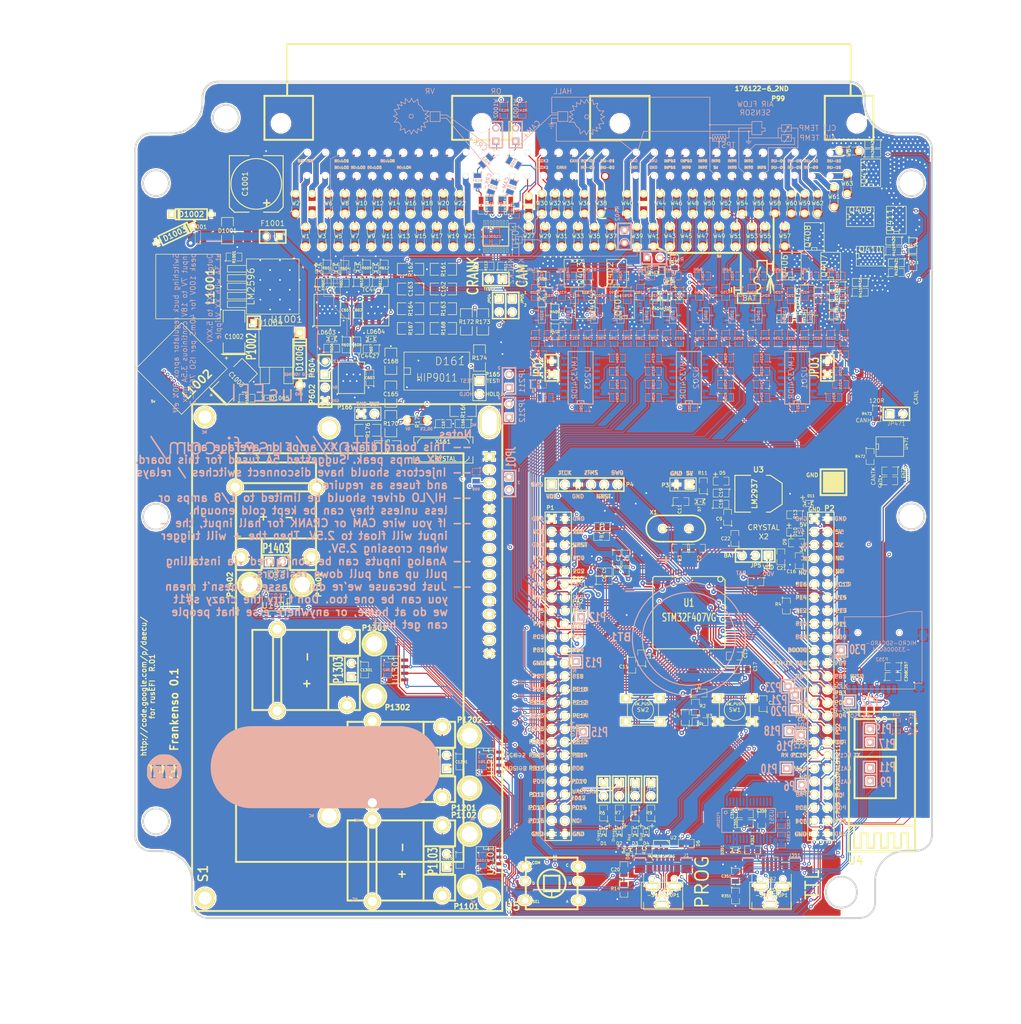
<source format=kicad_pcb>
(kicad_pcb (version 3) (host pcbnew "(2013-07-07 BZR 4022)-stable")
  (title_block (title Frankenso) (rev R.01) (company http://rusefi.com/))
  (layers (15 F.Cu signal) (2 PWR power hide) (1 GND power hide) (0 B.Cu signal) (18 B.Paste user) (19 F.Paste user) (20 B.SilkS user) (21 F.SilkS user) (22 B.Mask user) (23 F.Mask user) (28 Edge.Cuts user))
  (net 0 "")
  (net 1 /DD_HIP9011/5V)
  (net 2 /DD_HIP9011/CS)
  (net 3 /DD_HIP9011/INT/HLD)
  (net 4 /DD_HIP9011/INTOUT)
  (net 5 /DD_HIP9011/KNOCK1)
  (net 6 /DD_HIP9011/KNOCK2)
  (net 7 /DD_HIP9011/OUT)
  (net 8 /DD_HIP9011/TEST)
  (net 9 /HD44780_VCC)
  (net 10 /PWR_buck_12V_switcher/FB)
  (net 11 /PWR_buck_12V_switcher/OUT)
  (net 12 /PWR_buck_12V_switcher/VBAT)
  (net 13 /PWR_buck_12V_switcher/Vf)
  (net 14 /adc_amp_divider/INP1)
  (net 15 /adc_amp_divider/INP10)
  (net 16 /adc_amp_divider/INP11)
  (net 17 /adc_amp_divider/INP12)
  (net 18 /adc_amp_divider/INP2)
  (net 19 /adc_amp_divider/INP3)
  (net 20 /adc_amp_divider/INP4)
  (net 21 /adc_amp_divider/INP5)
  (net 22 /adc_amp_divider/INP6)
  (net 23 /adc_amp_divider/INP7)
  (net 24 /adc_amp_divider/INP8)
  (net 25 /adc_amp_divider/INP9)
  (net 26 /adc_amp_divider/OUT1)
  (net 27 /adc_amp_divider/OUT10)
  (net 28 /adc_amp_divider/OUT11)
  (net 29 /adc_amp_divider/OUT12)
  (net 30 /adc_amp_divider/OUT2)
  (net 31 /adc_amp_divider/OUT3)
  (net 32 /adc_amp_divider/OUT4)
  (net 33 /adc_amp_divider/OUT5)
  (net 34 /adc_amp_divider/OUT6)
  (net 35 /adc_amp_divider/OUT7)
  (net 36 /adc_amp_divider/OUT8)
  (net 37 /adc_amp_divider/OUT9)
  (net 38 /can_brd_1/3.3V)
  (net 39 /can_brd_1/CANH)
  (net 40 /can_brd_1/CANL)
  (net 41 /can_brd_1/CAN_RX)
  (net 42 /can_brd_1/CAN_TX)
  (net 43 /cps_vrs_io_1/CAM)
  (net 44 /cps_vrs_io_1/CAM+)
  (net 45 /cps_vrs_io_1/CAM-)
  (net 46 /cps_vrs_io_1/CRANK)
  (net 47 /cps_vrs_io_1/CRK2+)
  (net 48 /cps_vrs_io_1/CRK2-)
  (net 49 /hi-lo/12V)
  (net 50 /hi-lo/HL1)
  (net 51 /hi-lo/HL2)
  (net 52 /hi-lo/HL3)
  (net 53 /hi-lo/HL4)
  (net 54 /hi-lo/HL5)
  (net 55 /hi-lo/HL6)
  (net 56 /hi-lo/H_IN1)
  (net 57 /hi-lo/H_IN2)
  (net 58 /hi-lo/H_IN3)
  (net 59 /hi-lo/H_IN4)
  (net 60 /hi-lo/H_IN5)
  (net 61 /hi-lo/H_IN6)
  (net 62 /hi-lo/VP)
  (net 63 /inj_12ch/5V)
  (net 64 /inj_12ch/INJ-01)
  (net 65 /inj_12ch/INJ-01_2)
  (net 66 /inj_12ch/INJ-01_5V)
  (net 67 /inj_12ch/INJ-02)
  (net 68 /inj_12ch/INJ-02_5V)
  (net 69 /inj_12ch/INJ-03)
  (net 70 /inj_12ch/INJ-03_5V)
  (net 71 /inj_12ch/INJ-04)
  (net 72 /inj_12ch/INJ-04_5V)
  (net 73 /inj_12ch/INJ-05)
  (net 74 /inj_12ch/INJ-05_5V)
  (net 75 /inj_12ch/INJ-06)
  (net 76 /inj_12ch/INJ-06_5V)
  (net 77 /inj_12ch/INJ-07)
  (net 78 /inj_12ch/INJ-07_5V)
  (net 79 /inj_12ch/INJ-08)
  (net 80 /inj_12ch/INJ-08_5V)
  (net 81 /inj_12ch/INJ-09)
  (net 82 /inj_12ch/INJ-09_5V)
  (net 83 /inj_12ch/INJ-10)
  (net 84 /inj_12ch/INJ-10_5V)
  (net 85 /inj_12ch/INJ-11)
  (net 86 /inj_12ch/INJ-11_5V)
  (net 87 /inj_12ch/INJ-12)
  (net 88 /inj_12ch/INJ-12_5V)
  (net 89 /mmc_usb_1/CS_SD_MODULE)
  (net 90 /mmc_usb_1/D+)
  (net 91 /mmc_usb_1/D-)
  (net 92 /mmc_usb_1/shield)
  (net 93 /stm32f407_board/5Vi)
  (net 94 /stm32f407_board/BOOT0)
  (net 95 /stm32f407_board/D+)
  (net 96 /stm32f407_board/D-)
  (net 97 /stm32f407_board/NRST)
  (net 98 /stm32f407_board/PA10)
  (net 99 /stm32f407_board/PA11)
  (net 100 /stm32f407_board/PA12)
  (net 101 /stm32f407_board/PA15)
  (net 102 /stm32f407_board/PA5)
  (net 103 /stm32f407_board/PA9)
  (net 104 /stm32f407_board/PB0)
  (net 105 /stm32f407_board/PB1)
  (net 106 /stm32f407_board/PB10)
  (net 107 /stm32f407_board/PB13)
  (net 108 /stm32f407_board/PB14)
  (net 109 /stm32f407_board/PB15)
  (net 110 /stm32f407_board/PB3)
  (net 111 /stm32f407_board/PB4)
  (net 112 /stm32f407_board/PC10)
  (net 113 /stm32f407_board/PC11)
  (net 114 /stm32f407_board/PC12)
  (net 115 /stm32f407_board/PC6)
  (net 116 /stm32f407_board/PC8)
  (net 117 /stm32f407_board/PD0)
  (net 118 /stm32f407_board/PD1)
  (net 119 /stm32f407_board/PD10)
  (net 120 /stm32f407_board/PD11)
  (net 121 /stm32f407_board/PD13)
  (net 122 /stm32f407_board/PD14)
  (net 123 /stm32f407_board/PD15)
  (net 124 /stm32f407_board/PD2)
  (net 125 /stm32f407_board/PD3)
  (net 126 /stm32f407_board/PD5)
  (net 127 /stm32f407_board/PD6)
  (net 128 /stm32f407_board/PD8)
  (net 129 /stm32f407_board/PD9)
  (net 130 /stm32f407_board/PE11)
  (net 131 /stm32f407_board/PE13)
  (net 132 /stm32f407_board/PE15)
  (net 133 /stm32f407_board/PE7)
  (net 134 /stm32f407_board/PE9)
  (net 135 /stm32f407_board/shield)
  (net 136 /thermocouple1//CS)
  (net 137 /thermocouple1/MISO)
  (net 138 /thermocouple1/TCPL+)
  (net 139 /thermocouple1/TCPL-)
  (net 140 /thermocouple2//CS)
  (net 141 /thermocouple2/TCPL+)
  (net 142 /thermocouple2/TCPL-)
  (net 143 /thermocouple3//CS)
  (net 144 /thermocouple3/TCPL+)
  (net 145 /thermocouple3/TCPL-)
  (net 146 /thermocouple4//CS)
  (net 147 /thermocouple4/TCPL+)
  (net 148 /thermocouple4/TCPL-)
  (net 149 GND)
  (net 150 N-00000105)
  (net 151 N-00000111)
  (net 152 N-00000112)
  (net 153 N-00000113)
  (net 154 N-00000114)
  (net 155 N-00000115)
  (net 156 N-00000116)
  (net 157 N-00000117)
  (net 158 N-00000118)
  (net 159 N-00000119)
  (net 160 N-00000120)
  (net 161 N-00000121)
  (net 162 N-00000122)
  (net 163 N-00000123)
  (net 164 N-00000124)
  (net 165 N-00000125)
  (net 166 N-00000126)
  (net 167 N-00000127)
  (net 168 N-00000130)
  (net 169 N-00000131)
  (net 170 N-00000132)
  (net 171 N-00000133)
  (net 172 N-00000134)
  (net 173 N-00000135)
  (net 174 N-00000136)
  (net 175 N-00000137)
  (net 176 N-00000138)
  (net 177 N-00000139)
  (net 178 N-00000140)
  (net 179 N-00000141)
  (net 180 N-00000142)
  (net 181 N-00000143)
  (net 182 N-00000144)
  (net 183 N-00000145)
  (net 184 N-00000146)
  (net 185 N-00000147)
  (net 186 N-00000241)
  (net 187 N-00000242)
  (net 188 N-00000243)
  (net 189 N-00000244)
  (net 190 N-00000245)
  (net 191 N-00000246)
  (net 192 N-00000247)
  (net 193 N-00000248)
  (net 194 N-00000249)
  (net 195 N-00000250)
  (net 196 N-00000251)
  (net 197 N-00000254)
  (net 198 N-00000255)
  (net 199 N-00000256)
  (net 200 N-00000258)
  (net 201 N-00000259)
  (net 202 N-00000260)
  (net 203 N-00000261)
  (net 204 N-00000262)
  (net 205 N-00000263)
  (net 206 N-00000266)
  (net 207 N-00000267)
  (net 208 N-00000269)
  (net 209 N-00000270)
  (net 210 N-00000271)
  (net 211 N-00000274)
  (net 212 N-00000277)
  (net 213 N-00000278)
  (net 214 N-00000279)
  (net 215 N-00000280)
  (net 216 N-00000283)
  (net 217 N-00000284)
  (net 218 N-00000285)
  (net 219 N-00000288)
  (net 220 N-00000289)
  (net 221 N-00000292)
  (net 222 N-00000295)
  (net 223 N-00000298)
  (net 224 N-00000299)
  (net 225 N-00000300)
  (net 226 N-00000304)
  (net 227 N-00000305)
  (net 228 N-00000307)
  (net 229 N-00000308)
  (net 230 N-00000309)
  (net 231 N-00000310)
  (net 232 N-00000311)
  (net 233 N-00000312)
  (net 234 N-00000313)
  (net 235 N-00000314)
  (net 236 N-00000315)
  (net 237 N-00000316)
  (net 238 N-00000319)
  (net 239 N-00000320)
  (net 240 N-00000327)
  (net 241 N-00000344)
  (net 242 N-00000345)
  (net 243 N-00000347)
  (net 244 N-00000350)
  (net 245 N-00000351)
  (net 246 N-00000352)
  (net 247 N-00000353)
  (net 248 N-00000354)
  (net 249 N-00000355)
  (net 250 N-00000356)
  (net 251 N-00000357)
  (net 252 N-00000358)
  (net 253 N-00000361)
  (net 254 N-00000362)
  (net 255 N-00000363)
  (net 256 N-00000364)
  (net 257 N-00000365)
  (net 258 N-00000366)
  (net 259 N-00000367)
  (net 260 N-00000368)
  (net 261 N-00000371)
  (net 262 N-00000375)
  (net 263 N-00000376)
  (net 264 N-00000377)
  (net 265 N-00000379)
  (net 266 N-00000380)
  (net 267 N-00000381)
  (net 268 N-00000385)
  (net 269 N-00000386)
  (net 270 N-00000387)
  (net 271 N-00000389)
  (net 272 N-00000390)
  (net 273 N-00000391)
  (net 274 N-00000393)
  (net 275 N-00000398)
  (net 276 N-00000400)
  (net 277 N-00000402)
  (net 278 N-00000403)
  (net 279 N-00000404)
  (net 280 N-00000408)
  (net 281 N-00000409)
  (net 282 N-00000410)
  (net 283 N-00000411)
  (net 284 N-00000412)
  (net 285 N-00000413)
  (net 286 N-00000414)
  (net 287 N-00000415)
  (net 288 N-00000416)
  (net 289 N-00000417)
  (net 290 N-00000421)
  (net 291 N-00000422)
  (net 292 N-00000424)
  (net 293 N-00000425)
  (net 294 N-00000434)
  (net 295 N-00000435)
  (net 296 N-00000436)
  (net 297 N-00000437)
  (net 298 N-00000438)
  (net 299 N-00000439)
  (net 300 N-0000066)
  (net 301 N-0000067)
  (net 302 N-0000069)
  (net 303 N-0000071)
  (net 304 N-0000074)
  (net 305 N-0000078)
  (net 306 N-0000079)
  (net 307 N-0000080)
  (net 308 N-0000081)
  (net 309 N-0000082)
  (net 310 N-0000083)
  (net 311 N-0000084)
  (net 312 N-0000086)
  (net 313 N-0000087)
  (net 314 N-0000088)
  (net 315 N-0000089)
  (net 316 N-0000090)
  (net 317 N-0000091)
  (net 318 N-0000092)
  (net 319 N-0000093)
  (net 320 N-0000094)
  (net 321 N-0000095)
  (net 322 N-0000096)
  (net 323 N-0000097)
  (net 324 N-0000098)
  (module DISPLAY_4x20_BL (layer F.Cu) (at 176.53 106.045 270)
    (fp_text reference S1 (at 88.265 55.372 270) (layer F.SilkS) (effects (font (size 1.778 1.778) (thickness 0.3048))))
    (fp_text value DISPLAY_BL hide)
    (pad "" thru_hole circle (at 2.12 31 270) (size 4.0005 4.0005) (drill 2.9) (layers *.Cu *.Mask F.SilkS))
    (pad "" thru_hole circle (at 77.12 31 270) (size 4.0005 4.0005) (drill 2.9) (layers *.Cu *.Mask F.SilkS))
    (pad "" thru_hole circle (at 77.12 0 270) (size 4.0005 4.0005) (drill 2.9) (layers *.Cu *.Mask F.SilkS))
    (pad A thru_hole oval (at 43.18 0 270) (size 1.651 2.159) (drill 1.016) (layers *.Cu *.Mask F.SilkS) (net 9 /HD44780_VCC))
    (pad K thru_hole oval (at 45.72 0 270) (size 1.651 2.159) (drill 1.016) (layers *.Cu *.Mask F.SilkS) (net 149 GND))
    (pad 1 thru_hole rect (at 7.62 0 270) (size 1.651 2.159) (drill 1.016) (layers *.Cu *.Mask F.SilkS) (net 149 GND))
    (pad 2 thru_hole oval (at 10.16 0 270) (size 1.651 2.159) (drill 1.016) (layers *.Cu *.Mask F.SilkS) (net 9 /HD44780_VCC))
    (pad 3 thru_hole oval (at 12.7 0 270) (size 1.651 2.159) (drill 1.016) (layers *.Cu *.Mask F.SilkS) (net 167 N-00000127))
    (pad 4 thru_hole oval (at 15.24 0 270) (size 1.651 2.159) (drill 1.016) (layers *.Cu *.Mask F.SilkS) (net 133 /stm32f407_board/PE7))
    (pad 5 thru_hole oval (at 17.78 0 270) (size 1.651 2.159) (drill 1.016) (layers *.Cu *.Mask F.SilkS) (net 149 GND))
    (pad 6 thru_hole oval (at 20.32 0 270) (size 1.651 2.159) (drill 1.016) (layers *.Cu *.Mask F.SilkS) (net 134 /stm32f407_board/PE9))
    (pad 7 thru_hole oval (at 22.86 0 270) (size 1.651 2.159) (drill 1.016) (layers *.Cu *.Mask F.SilkS))
    (pad 8 thru_hole oval (at 25.4 0 270) (size 1.651 2.159) (drill 1.016) (layers *.Cu *.Mask F.SilkS))
    (pad 9 thru_hole oval (at 27.94 0 270) (size 1.651 2.159) (drill 1.016) (layers *.Cu *.Mask F.SilkS))
    (pad 10 thru_hole oval (at 30.48 0 270) (size 1.651 2.159) (drill 1.016) (layers *.Cu *.Mask F.SilkS))
    (pad 11 thru_hole oval (at 33.02 0 270) (size 1.651 2.159) (drill 1.016) (layers *.Cu *.Mask F.SilkS) (net 130 /stm32f407_board/PE11))
    (pad 12 thru_hole oval (at 35.56 0 270) (size 1.651 2.159) (drill 1.016) (layers *.Cu *.Mask F.SilkS) (net 131 /stm32f407_board/PE13))
    (pad 13 thru_hole oval (at 38.1 0 270) (size 1.651 2.159) (drill 1.016) (layers *.Cu *.Mask F.SilkS) (net 132 /stm32f407_board/PE15))
    (pad 14 thru_hole oval (at 40.64 0 270) (size 1.651 2.159) (drill 1.016) (layers *.Cu *.Mask F.SilkS) (net 106 /stm32f407_board/PB10))
    (pad "" thru_hole oval (at 1.06 0 270) (size 6 4) (drill oval 5.02 2.9) (layers *.Cu *.Mask F.SilkS))
    (pad "" thru_hole circle (at 92.99956 0 270) (size 4.0005 4.0005) (drill 2.49936) (layers *.Cu *.Mask F.SilkS))
    (pad "" thru_hole circle (at 0 55.0037 270) (size 4.0005 4.0005) (drill 2.49936) (layers *.Cu *.Mask F.SilkS))
    (pad "" thru_hole circle (at 92.99956 55.00116 270) (size 4.0005 4.0005) (drill 2.49936) (layers *.Cu *.Mask F.SilkS))
  )
  (module TQFP_100 (layer F.Cu) (at 215.138 143.85036)
    (fp_text reference U1 (at 0 -1.905) (layer F.SilkS) (effects (font (size 1.524 1.016) (thickness 0.2032))))
    (fp_text value STM32F407VG (at 0.0254 0.9398) (layer F.SilkS) (effects (font (size 1.524 1.016) (thickness 0.2032))))
    (pad 100 smd rect (at 7.747 -5.9944) (size 1.016 0.254) (layers F.Cu F.Paste F.Mask) (net 1 /DD_HIP9011/5V))
    (pad 76 smd rect (at 7.747 5.9944) (size 1.016 0.254) (layers F.Cu F.Paste F.Mask) (net 140 /thermocouple2//CS))
    (pad 77 smd rect (at 7.747 5.4864) (size 1.016 0.254) (layers F.Cu F.Paste F.Mask) (net 101 /stm32f407_board/PA15))
    (pad 78 smd rect (at 7.747 5.0038) (size 1.016 0.254) (layers F.Cu F.Paste F.Mask) (net 112 /stm32f407_board/PC10))
    (pad 79 smd rect (at 7.747 4.4958) (size 1.016 0.254) (layers F.Cu F.Paste F.Mask) (net 113 /stm32f407_board/PC11))
    (pad 80 smd rect (at 7.747 3.9878) (size 1.016 0.254) (layers F.Cu F.Paste F.Mask) (net 114 /stm32f407_board/PC12))
    (pad 81 smd rect (at 7.747 3.5052) (size 1.016 0.254) (layers F.Cu F.Paste F.Mask) (net 117 /stm32f407_board/PD0))
    (pad 82 smd rect (at 7.747 2.9972) (size 1.016 0.254) (layers F.Cu F.Paste F.Mask) (net 118 /stm32f407_board/PD1))
    (pad 83 smd rect (at 7.747 2.4892) (size 1.016 0.254) (layers F.Cu F.Paste F.Mask) (net 124 /stm32f407_board/PD2))
    (pad 84 smd rect (at 7.747 2.0066) (size 1.016 0.254) (layers F.Cu F.Paste F.Mask) (net 125 /stm32f407_board/PD3))
    (pad 85 smd rect (at 7.747 1.4986) (size 1.016 0.254) (layers F.Cu F.Paste F.Mask) (net 89 /mmc_usb_1/CS_SD_MODULE))
    (pad 86 smd rect (at 7.747 0.9906) (size 1.016 0.254) (layers F.Cu F.Paste F.Mask) (net 126 /stm32f407_board/PD5))
    (pad 87 smd rect (at 7.747 0.4826) (size 1.016 0.254) (layers F.Cu F.Paste F.Mask) (net 127 /stm32f407_board/PD6))
    (pad 88 smd rect (at 7.747 0) (size 1.016 0.254) (layers F.Cu F.Paste F.Mask) (net 70 /inj_12ch/INJ-03_5V))
    (pad 89 smd rect (at 7.747 -0.508) (size 1.016 0.254) (layers F.Cu F.Paste F.Mask) (net 110 /stm32f407_board/PB3))
    (pad 90 smd rect (at 7.747 -1.016) (size 1.016 0.254) (layers F.Cu F.Paste F.Mask) (net 111 /stm32f407_board/PB4))
    (pad 91 smd rect (at 7.747 -1.4986) (size 1.016 0.254) (layers F.Cu F.Paste F.Mask) (net 137 /thermocouple1/MISO))
    (pad 92 smd rect (at 7.747 -2.0066) (size 1.016 0.254) (layers F.Cu F.Paste F.Mask) (net 42 /can_brd_1/CAN_TX))
    (pad 93 smd rect (at 7.747 -2.5146) (size 1.016 0.254) (layers F.Cu F.Paste F.Mask) (net 88 /inj_12ch/INJ-12_5V))
    (pad 94 smd rect (at 7.747 -2.9972) (size 1.016 0.254) (layers F.Cu F.Paste F.Mask) (net 94 /stm32f407_board/BOOT0))
    (pad 95 smd rect (at 7.747 -3.5052) (size 1.016 0.254) (layers F.Cu F.Paste F.Mask) (net 86 /inj_12ch/INJ-11_5V))
    (pad 96 smd rect (at 7.747 -4.0132) (size 1.016 0.254) (layers F.Cu F.Paste F.Mask) (net 82 /inj_12ch/INJ-09_5V))
    (pad 97 smd rect (at 7.747 -4.4958) (size 1.016 0.254) (layers F.Cu F.Paste F.Mask) (net 84 /inj_12ch/INJ-10_5V))
    (pad 98 smd rect (at 7.747 -5.0038) (size 1.016 0.254) (layers F.Cu F.Paste F.Mask) (net 78 /inj_12ch/INJ-07_5V))
    (pad 99 smd rect (at 7.747 -5.5118) (size 1.016 0.254) (layers F.Cu F.Paste F.Mask) (net 149 GND))
    (pad 75 smd rect (at 5.9944 7.747) (size 0.254 1.016) (layers F.Cu F.Paste F.Mask) (net 1 /DD_HIP9011/5V))
    (pad 51 smd rect (at -5.9944 7.747) (size 0.254 1.016) (layers F.Cu F.Paste F.Mask) (net 136 /thermocouple1//CS))
    (pad 52 smd rect (at -5.4864 7.747) (size 0.254 1.016) (layers F.Cu F.Paste F.Mask) (net 107 /stm32f407_board/PB13))
    (pad 53 smd rect (at -5.0038 7.747) (size 0.254 1.016) (layers F.Cu F.Paste F.Mask) (net 108 /stm32f407_board/PB14))
    (pad 54 smd rect (at -4.4958 7.747) (size 0.254 1.016) (layers F.Cu F.Paste F.Mask) (net 109 /stm32f407_board/PB15))
    (pad 55 smd rect (at -3.9878 7.747) (size 0.254 1.016) (layers F.Cu F.Paste F.Mask) (net 128 /stm32f407_board/PD8))
    (pad 56 smd rect (at -3.5052 7.747) (size 0.254 1.016) (layers F.Cu F.Paste F.Mask) (net 129 /stm32f407_board/PD9))
    (pad 57 smd rect (at -2.9972 7.747) (size 0.254 1.016) (layers F.Cu F.Paste F.Mask) (net 119 /stm32f407_board/PD10))
    (pad 58 smd rect (at -2.4892 7.747) (size 0.254 1.016) (layers F.Cu F.Paste F.Mask) (net 120 /stm32f407_board/PD11))
    (pad 59 smd rect (at -2.0066 7.747) (size 0.254 1.016) (layers F.Cu F.Paste F.Mask) (net 41 /can_brd_1/CAN_RX))
    (pad 60 smd rect (at -1.4986 7.747) (size 0.254 1.016) (layers F.Cu F.Paste F.Mask) (net 121 /stm32f407_board/PD13))
    (pad 61 smd rect (at -0.9906 7.747) (size 0.254 1.016) (layers F.Cu F.Paste F.Mask) (net 122 /stm32f407_board/PD14))
    (pad 62 smd rect (at -0.4826 7.747) (size 0.254 1.016) (layers F.Cu F.Paste F.Mask) (net 123 /stm32f407_board/PD15))
    (pad 63 smd rect (at 0 7.747) (size 0.254 1.016) (layers F.Cu F.Paste F.Mask) (net 115 /stm32f407_board/PC6))
    (pad 64 smd rect (at 0.508 7.747) (size 0.254 1.016) (layers F.Cu F.Paste F.Mask) (net 56 /hi-lo/H_IN1))
    (pad 65 smd rect (at 1.016 7.747) (size 0.254 1.016) (layers F.Cu F.Paste F.Mask) (net 116 /stm32f407_board/PC8))
    (pad 66 smd rect (at 1.4986 7.747) (size 0.254 1.016) (layers F.Cu F.Paste F.Mask) (net 58 /hi-lo/H_IN3))
    (pad 67 smd rect (at 2.0066 7.747) (size 0.254 1.016) (layers F.Cu F.Paste F.Mask) (net 143 /thermocouple3//CS))
    (pad 68 smd rect (at 2.5146 7.747) (size 0.254 1.016) (layers F.Cu F.Paste F.Mask) (net 103 /stm32f407_board/PA9))
    (pad 69 smd rect (at 2.9972 7.747) (size 0.254 1.016) (layers F.Cu F.Paste F.Mask) (net 98 /stm32f407_board/PA10))
    (pad 70 smd rect (at 3.5052 7.747) (size 0.254 1.016) (layers F.Cu F.Paste F.Mask) (net 99 /stm32f407_board/PA11))
    (pad 71 smd rect (at 4.0132 7.747) (size 0.254 1.016) (layers F.Cu F.Paste F.Mask) (net 100 /stm32f407_board/PA12))
    (pad 72 smd rect (at 4.4958 7.747) (size 0.254 1.016) (layers F.Cu F.Paste F.Mask) (net 146 /thermocouple4//CS))
    (pad 73 smd rect (at 5.0038 7.747) (size 0.254 1.016) (layers F.Cu F.Paste F.Mask) (net 295 N-00000435))
    (pad 74 smd rect (at 5.5118 7.747) (size 0.254 1.016) (layers F.Cu F.Paste F.Mask) (net 149 GND))
    (pad 1 smd rect (at 5.9944 -7.747) (size 0.254 1.016) (layers F.Cu F.Paste F.Mask) (net 80 /inj_12ch/INJ-08_5V))
    (pad 2 smd rect (at 5.4864 -7.747) (size 0.254 1.016) (layers F.Cu F.Paste F.Mask) (net 74 /inj_12ch/INJ-05_5V))
    (pad 3 smd rect (at 5.0038 -7.747) (size 0.254 1.016) (layers F.Cu F.Paste F.Mask) (net 76 /inj_12ch/INJ-06_5V))
    (pad 4 smd rect (at 4.4958 -7.747) (size 0.254 1.016) (layers F.Cu F.Paste F.Mask) (net 68 /inj_12ch/INJ-02_5V))
    (pad 5 smd rect (at 3.9878 -7.747) (size 0.254 1.016) (layers F.Cu F.Paste F.Mask) (net 66 /inj_12ch/INJ-01_5V))
    (pad 6 smd rect (at 3.5052 -7.747) (size 0.254 1.016) (layers F.Cu F.Paste F.Mask) (net 277 N-00000402))
    (pad 7 smd rect (at 2.9972 -7.747) (size 0.254 1.016) (layers F.Cu F.Paste F.Mask) (net 72 /inj_12ch/INJ-04_5V))
    (pad 8 smd rect (at 2.4892 -7.747) (size 0.254 1.016) (layers F.Cu F.Paste F.Mask) (net 291 N-00000422))
    (pad 9 smd rect (at 2.0066 -7.747) (size 0.254 1.016) (layers F.Cu F.Paste F.Mask) (net 290 N-00000421))
    (pad 10 smd rect (at 1.4986 -7.747) (size 0.254 1.016) (layers F.Cu F.Paste F.Mask) (net 149 GND))
    (pad 11 smd rect (at 0.9906 -7.747) (size 0.254 1.016) (layers F.Cu F.Paste F.Mask) (net 1 /DD_HIP9011/5V))
    (pad 12 smd rect (at 0.4826 -7.747) (size 0.254 1.016) (layers F.Cu F.Paste F.Mask) (net 296 N-00000436))
    (pad 13 smd rect (at 0 -7.747) (size 0.254 1.016) (layers F.Cu F.Paste F.Mask) (net 294 N-00000434))
    (pad 14 smd rect (at -0.508 -7.747) (size 0.254 1.016) (layers F.Cu F.Paste F.Mask) (net 97 /stm32f407_board/NRST))
    (pad 15 smd rect (at -1.016 -7.747) (size 0.254 1.016) (layers F.Cu F.Paste F.Mask) (net 7 /DD_HIP9011/OUT))
    (pad 16 smd rect (at -1.4986 -7.747) (size 0.254 1.016) (layers F.Cu F.Paste F.Mask) (net 30 /adc_amp_divider/OUT2))
    (pad 17 smd rect (at -2.0066 -7.747) (size 0.254 1.016) (layers F.Cu F.Paste F.Mask) (net 26 /adc_amp_divider/OUT1))
    (pad 18 smd rect (at -2.5146 -7.747) (size 0.254 1.016) (layers F.Cu F.Paste F.Mask) (net 32 /adc_amp_divider/OUT4))
    (pad 19 smd rect (at -2.9972 -7.747) (size 0.254 1.016) (layers F.Cu F.Paste F.Mask) (net 1 /DD_HIP9011/5V))
    (pad 20 smd rect (at -3.5052 -7.747) (size 0.254 1.016) (layers F.Cu F.Paste F.Mask) (net 149 GND))
    (pad 21 smd rect (at -4.0132 -7.747) (size 0.254 1.016) (layers F.Cu F.Paste F.Mask) (net 276 N-00000400))
    (pad 22 smd rect (at -4.4958 -7.747) (size 0.254 1.016) (layers F.Cu F.Paste F.Mask) (net 299 N-00000439))
    (pad 23 smd rect (at -5.0038 -7.747) (size 0.254 1.016) (layers F.Cu F.Paste F.Mask) (net 31 /adc_amp_divider/OUT3))
    (pad 24 smd rect (at -5.5118 -7.747) (size 0.254 1.016) (layers F.Cu F.Paste F.Mask) (net 34 /adc_amp_divider/OUT6))
    (pad 25 smd rect (at -5.9944 -7.747) (size 0.254 1.016) (layers F.Cu F.Paste F.Mask) (net 33 /adc_amp_divider/OUT5))
    (pad 26 smd rect (at -7.747 -5.9944) (size 1.016 0.254) (layers F.Cu F.Paste F.Mask) (net 36 /adc_amp_divider/OUT8))
    (pad 27 smd rect (at -7.747 -5.4864) (size 1.016 0.254) (layers F.Cu F.Paste F.Mask) (net 149 GND))
    (pad 28 smd rect (at -7.747 -5.0038) (size 1.016 0.254) (layers F.Cu F.Paste F.Mask) (net 1 /DD_HIP9011/5V))
    (pad 29 smd rect (at -7.747 -4.4958) (size 1.016 0.254) (layers F.Cu F.Paste F.Mask) (net 35 /adc_amp_divider/OUT7))
    (pad 30 smd rect (at -7.747 -3.9878) (size 1.016 0.254) (layers F.Cu F.Paste F.Mask) (net 102 /stm32f407_board/PA5))
    (pad 31 smd rect (at -7.747 -3.5052) (size 1.016 0.254) (layers F.Cu F.Paste F.Mask) (net 27 /adc_amp_divider/OUT10))
    (pad 32 smd rect (at -7.747 -2.9972) (size 1.016 0.254) (layers F.Cu F.Paste F.Mask) (net 37 /adc_amp_divider/OUT9))
    (pad 33 smd rect (at -7.747 -2.4892) (size 1.016 0.254) (layers F.Cu F.Paste F.Mask) (net 29 /adc_amp_divider/OUT12))
    (pad 34 smd rect (at -7.747 -2.0066) (size 1.016 0.254) (layers F.Cu F.Paste F.Mask) (net 28 /adc_amp_divider/OUT11))
    (pad 35 smd rect (at -7.747 -1.4986) (size 1.016 0.254) (layers F.Cu F.Paste F.Mask) (net 104 /stm32f407_board/PB0))
    (pad 36 smd rect (at -7.747 -0.9906) (size 1.016 0.254) (layers F.Cu F.Paste F.Mask) (net 105 /stm32f407_board/PB1))
    (pad 37 smd rect (at -7.747 -0.4826) (size 1.016 0.254) (layers F.Cu F.Paste F.Mask) (net 149 GND))
    (pad 38 smd rect (at -7.747 0) (size 1.016 0.254) (layers F.Cu F.Paste F.Mask) (net 133 /stm32f407_board/PE7))
    (pad 39 smd rect (at -7.747 0.508) (size 1.016 0.254) (layers F.Cu F.Paste F.Mask) (net 60 /hi-lo/H_IN5))
    (pad 40 smd rect (at -7.747 1.016) (size 1.016 0.254) (layers F.Cu F.Paste F.Mask) (net 134 /stm32f407_board/PE9))
    (pad 41 smd rect (at -7.747 1.4986) (size 1.016 0.254) (layers F.Cu F.Paste F.Mask) (net 61 /hi-lo/H_IN6))
    (pad 42 smd rect (at -7.747 2.0066) (size 1.016 0.254) (layers F.Cu F.Paste F.Mask) (net 130 /stm32f407_board/PE11))
    (pad 43 smd rect (at -7.747 2.5146) (size 1.016 0.254) (layers F.Cu F.Paste F.Mask) (net 59 /hi-lo/H_IN4))
    (pad 44 smd rect (at -7.747 2.9972) (size 1.016 0.254) (layers F.Cu F.Paste F.Mask) (net 131 /stm32f407_board/PE13))
    (pad 45 smd rect (at -7.747 3.5052) (size 1.016 0.254) (layers F.Cu F.Paste F.Mask) (net 57 /hi-lo/H_IN2))
    (pad 46 smd rect (at -7.747 4.0132) (size 1.016 0.254) (layers F.Cu F.Paste F.Mask) (net 132 /stm32f407_board/PE15))
    (pad 47 smd rect (at -7.747 4.4958) (size 1.016 0.254) (layers F.Cu F.Paste F.Mask) (net 106 /stm32f407_board/PB10))
    (pad 48 smd rect (at -7.747 5.0038) (size 1.016 0.254) (layers F.Cu F.Paste F.Mask) (net 3 /DD_HIP9011/INT/HLD))
    (pad 49 smd rect (at -7.747 5.5118) (size 1.016 0.254) (layers F.Cu F.Paste F.Mask) (net 297 N-00000437))
    (pad 50 smd rect (at -7.747 5.9944) (size 1.016 0.254) (layers F.Cu F.Paste F.Mask) (net 1 /DD_HIP9011/5V))
    (pad NC1 smd circle (at 7.62 -7.62) (size 0.508 0.508) (layers F.Cu F.Mask))
  )
  (module maxim-10-QSOP16 (layer F.Cu) (at 177.8 71.12)
    (fp_text reference U101 (at 3.81 0 90) (layer F.SilkS) (effects (font (size 1.27 1.27) (thickness 0.0889))))
    (fp_text value MAX9926/9927 hide)
    (pad 1 smd rect (at -2.2225 2.68986) (size 0.44958 1.4986) (layers F.Cu F.Paste F.Mask) (net 149 GND))
    (pad 2 smd rect (at -1.5875 2.68986) (size 0.44958 1.4986) (layers F.Cu F.Paste F.Mask))
    (pad 3 smd rect (at -0.9525 2.68986) (size 0.44958 1.4986) (layers F.Cu F.Paste F.Mask) (net 149 GND))
    (pad 4 smd rect (at -0.3175 2.68986) (size 0.44958 1.4986) (layers F.Cu F.Paste F.Mask) (net 46 /cps_vrs_io_1/CRANK))
    (pad 5 smd rect (at 0.3175 2.68986) (size 0.44958 1.4986) (layers F.Cu F.Paste F.Mask) (net 43 /cps_vrs_io_1/CAM))
    (pad 6 smd rect (at 0.9525 2.68986) (size 0.44958 1.4986) (layers F.Cu F.Paste F.Mask) (net 149 GND))
    (pad 7 smd rect (at 1.5875 2.68986) (size 0.44958 1.4986) (layers F.Cu F.Paste F.Mask))
    (pad 8 smd rect (at 2.2225 2.68986) (size 0.44958 1.4986) (layers F.Cu F.Paste F.Mask) (net 149 GND))
    (pad 9 smd rect (at 2.2225 -2.68986) (size 0.44958 1.4986) (layers F.Cu F.Paste F.Mask) (net 250 N-00000356))
    (pad 10 smd rect (at 1.5875 -2.68986) (size 0.44958 1.4986) (layers F.Cu F.Paste F.Mask) (net 248 N-00000354))
    (pad 11 smd rect (at 0.9525 -2.68986) (size 0.44958 1.4986) (layers F.Cu F.Paste F.Mask) (net 149 GND))
    (pad 12 smd rect (at 0.3175 -2.68986) (size 0.44958 1.4986) (layers F.Cu F.Paste F.Mask) (net 149 GND))
    (pad 13 smd rect (at -0.3175 -2.68986) (size 0.44958 1.4986) (layers F.Cu F.Paste F.Mask) (net 149 GND))
    (pad 14 smd rect (at -0.9525 -2.68986) (size 0.44958 1.4986) (layers F.Cu F.Paste F.Mask) (net 1 /DD_HIP9011/5V))
    (pad 15 smd rect (at -1.5875 -2.68986) (size 0.44958 1.4986) (layers F.Cu F.Paste F.Mask) (net 249 N-00000355))
    (pad 16 smd rect (at -2.2225 -2.68986) (size 0.44958 1.4986) (layers F.Cu F.Paste F.Mask) (net 247 N-00000353))
    (pad NC smd circle (at -3.048 -1.524) (size 0.508 0.508) (layers F.Cu F.Mask))
  )
  (module SM0805_jumper (layer F.Cu) (at 198.12 64.77 90)
    (fp_text reference W38 (at 0.0635 0 180) (layer F.SilkS) (effects (font (size 0.762 0.762) (thickness 0.127))))
    (fp_text value TEST hide)
    (pad 1 smd rect (at -0.9525 0 90) (size 0.889 1.397) (layers F.Cu F.Paste F.Mask) (net 65 /inj_12ch/INJ-01_2))
    (pad 2 smd rect (at 0.9525 0 90) (size 0.889 1.397) (layers F.Cu F.Paste F.Mask) (net 175 N-00000137))
    (pad 2 thru_hole circle (at 1.905 0 90) (size 1.524 1.524) (drill 0.8128) (layers *.Cu *.Mask F.SilkS) (net 175 N-00000137))
    (pad 1 thru_hole circle (at -1.905 0 90) (size 1.524 1.524) (drill 0.8128) (layers *.Cu *.Mask F.SilkS) (net 65 /inj_12ch/INJ-01_2))
    (pad 2 smd rect (at 1.27 0 90) (size 1.524 0.2032) (layers F.Cu F.Paste F.Mask) (net 175 N-00000137))
    (pad 1 smd rect (at -1.27 0 90) (size 1.524 0.2032) (layers F.Cu F.Paste F.Mask) (net 65 /inj_12ch/INJ-01_2))
  )
  (module SM0805_jumper (layer F.Cu) (at 154.94 64.77 90)
    (fp_text reference W12 (at 0.0635 0 180) (layer F.SilkS) (effects (font (size 0.762 0.762) (thickness 0.127))))
    (fp_text value TEST hide)
    (pad 1 smd rect (at -0.9525 0 90) (size 0.889 1.397) (layers F.Cu F.Paste F.Mask) (net 55 /hi-lo/HL6))
    (pad 2 smd rect (at 0.9525 0 90) (size 0.889 1.397) (layers F.Cu F.Paste F.Mask) (net 315 N-0000089))
    (pad 2 thru_hole circle (at 1.905 0 90) (size 1.524 1.524) (drill 0.8128) (layers *.Cu *.Mask F.SilkS) (net 315 N-0000089))
    (pad 1 thru_hole circle (at -1.905 0 90) (size 1.524 1.524) (drill 0.8128) (layers *.Cu *.Mask F.SilkS) (net 55 /hi-lo/HL6))
    (pad 2 smd rect (at 1.27 0 90) (size 1.524 0.2032) (layers F.Cu F.Paste F.Mask) (net 315 N-0000089))
    (pad 1 smd rect (at -1.27 0 90) (size 1.524 0.2032) (layers F.Cu F.Paste F.Mask) (net 55 /hi-lo/HL6))
  )
  (module SM0805_jumper (layer F.Cu) (at 151.765 64.77 90)
    (fp_text reference W10 (at 0.0635 0 180) (layer F.SilkS) (effects (font (size 0.762 0.762) (thickness 0.127))))
    (fp_text value TEST hide)
    (pad 1 smd rect (at -0.9525 0 90) (size 0.889 1.397) (layers F.Cu F.Paste F.Mask))
    (pad 2 smd rect (at 0.9525 0 90) (size 0.889 1.397) (layers F.Cu F.Paste F.Mask) (net 313 N-0000087))
    (pad 2 thru_hole circle (at 1.905 0 90) (size 1.524 1.524) (drill 0.8128) (layers *.Cu *.Mask F.SilkS) (net 313 N-0000087))
    (pad 1 thru_hole circle (at -1.905 0 90) (size 1.524 1.524) (drill 0.8128) (layers *.Cu *.Mask F.SilkS))
    (pad 2 smd rect (at 1.27 0 90) (size 1.524 0.2032) (layers F.Cu F.Paste F.Mask) (net 313 N-0000087))
    (pad 1 smd rect (at -1.27 0 90) (size 1.524 0.2032) (layers F.Cu F.Paste F.Mask))
  )
  (module SM0805_jumper (layer F.Cu) (at 148.59 64.77 90)
    (fp_text reference W8 (at 0.0635 0 180) (layer F.SilkS) (effects (font (size 0.762 0.762) (thickness 0.127))))
    (fp_text value TEST hide)
    (pad 1 smd rect (at -0.9525 0 90) (size 0.889 1.397) (layers F.Cu F.Paste F.Mask) (net 51 /hi-lo/HL2))
    (pad 2 smd rect (at 0.9525 0 90) (size 0.889 1.397) (layers F.Cu F.Paste F.Mask) (net 304 N-0000074))
    (pad 2 thru_hole circle (at 1.905 0 90) (size 1.524 1.524) (drill 0.8128) (layers *.Cu *.Mask F.SilkS) (net 304 N-0000074))
    (pad 1 thru_hole circle (at -1.905 0 90) (size 1.524 1.524) (drill 0.8128) (layers *.Cu *.Mask F.SilkS) (net 51 /hi-lo/HL2))
    (pad 2 smd rect (at 1.27 0 90) (size 1.524 0.2032) (layers F.Cu F.Paste F.Mask) (net 304 N-0000074))
    (pad 1 smd rect (at -1.27 0 90) (size 1.524 0.2032) (layers F.Cu F.Paste F.Mask) (net 51 /hi-lo/HL2))
  )
  (module SM0805_jumper (layer F.Cu) (at 145.415 64.77 90)
    (fp_text reference W6 (at 0.0635 0 180) (layer F.SilkS) (effects (font (size 0.762 0.762) (thickness 0.127))))
    (fp_text value TEST hide)
    (pad 1 smd rect (at -0.9525 0 90) (size 0.889 1.397) (layers F.Cu F.Paste F.Mask) (net 50 /hi-lo/HL1))
    (pad 2 smd rect (at 0.9525 0 90) (size 0.889 1.397) (layers F.Cu F.Paste F.Mask) (net 310 N-0000083))
    (pad 2 thru_hole circle (at 1.905 0 90) (size 1.524 1.524) (drill 0.8128) (layers *.Cu *.Mask F.SilkS) (net 310 N-0000083))
    (pad 1 thru_hole circle (at -1.905 0 90) (size 1.524 1.524) (drill 0.8128) (layers *.Cu *.Mask F.SilkS) (net 50 /hi-lo/HL1))
    (pad 2 smd rect (at 1.27 0 90) (size 1.524 0.2032) (layers F.Cu F.Paste F.Mask) (net 310 N-0000083))
    (pad 1 smd rect (at -1.27 0 90) (size 1.524 0.2032) (layers F.Cu F.Paste F.Mask) (net 50 /hi-lo/HL1))
  )
  (module SM0805_jumper (layer F.Cu) (at 139.065 64.77 90)
    (fp_text reference W2 (at 0.0635 0 180) (layer F.SilkS) (effects (font (size 0.762 0.762) (thickness 0.127))))
    (fp_text value TEST hide)
    (pad 1 smd rect (at -0.9525 0 90) (size 0.889 1.397) (layers F.Cu F.Paste F.Mask) (net 49 /hi-lo/12V))
    (pad 2 smd rect (at 0.9525 0 90) (size 0.889 1.397) (layers F.Cu F.Paste F.Mask) (net 306 N-0000079))
    (pad 2 thru_hole circle (at 1.905 0 90) (size 1.524 1.524) (drill 0.8128) (layers *.Cu *.Mask F.SilkS) (net 306 N-0000079))
    (pad 1 thru_hole circle (at -1.905 0 90) (size 1.524 1.524) (drill 0.8128) (layers *.Cu *.Mask F.SilkS) (net 49 /hi-lo/12V))
    (pad 1 smd rect (at -1.27 0 90) (size 1.524 0.2032) (layers F.Cu F.Paste F.Mask) (net 49 /hi-lo/12V))
    (pad 2 smd rect (at 1.27 0 90) (size 1.524 0.2032) (layers F.Cu F.Paste F.Mask) (net 306 N-0000079))
  )
  (module SM0805_jumper (layer F.Cu) (at 142.24 64.77 90)
    (fp_text reference W4 (at 0.0635 0 180) (layer F.SilkS) (effects (font (size 0.762 0.762) (thickness 0.127))))
    (fp_text value TEST hide)
    (pad 1 smd rect (at -0.9525 0 90) (size 0.889 1.397) (layers F.Cu F.Paste F.Mask))
    (pad 2 smd rect (at 0.9525 0 90) (size 0.889 1.397) (layers F.Cu F.Paste F.Mask) (net 308 N-0000081))
    (pad 2 thru_hole circle (at 1.905 0 90) (size 1.524 1.524) (drill 0.8128) (layers *.Cu *.Mask F.SilkS) (net 308 N-0000081))
    (pad 1 thru_hole circle (at -1.905 0 90) (size 1.524 1.524) (drill 0.8128) (layers *.Cu *.Mask F.SilkS))
    (pad 1 smd rect (at -1.27 0 90) (size 1.524 0.2032) (layers F.Cu F.Paste F.Mask))
    (pad 2 smd rect (at 1.27 0 90) (size 1.524 0.2032) (layers F.Cu F.Paste F.Mask) (net 308 N-0000081))
  )
  (module SM0805_jumper (layer F.Cu) (at 220.98 71.12 90)
    (fp_text reference W49 (at 0.0635 0 180) (layer F.SilkS) (effects (font (size 0.762 0.762) (thickness 0.127))))
    (fp_text value TEST hide)
    (pad 1 smd rect (at -0.9525 0 90) (size 0.889 1.397) (layers F.Cu F.Paste F.Mask) (net 1 /DD_HIP9011/5V))
    (pad 2 smd rect (at 0.9525 0 90) (size 0.889 1.397) (layers F.Cu F.Paste F.Mask) (net 165 N-00000125))
    (pad 2 thru_hole circle (at 1.905 0 90) (size 1.524 1.524) (drill 0.8128) (layers *.Cu *.Mask F.SilkS) (net 165 N-00000125))
    (pad 1 thru_hole circle (at -1.905 0 90) (size 1.524 1.524) (drill 0.8128) (layers *.Cu *.Mask F.SilkS) (net 1 /DD_HIP9011/5V))
    (pad 1 smd rect (at -1.27 0 90) (size 1.524 0.2032) (layers F.Cu F.Paste F.Mask) (net 1 /DD_HIP9011/5V))
    (pad 2 smd rect (at 1.27 0 90) (size 1.524 0.2032) (layers F.Cu F.Paste F.Mask) (net 165 N-00000125))
  )
  (module 176122-6_2nd (layer F.Cu) (at 250.825 59.436)
    (fp_text reference P99 (at -18.415 -14.986) (layer F.SilkS) (effects (font (size 0.889 0.889) (thickness 0.22225))))
    (fp_text value 176122-6_2ND (at -21.59 -16.891) (layer F.SilkS) (effects (font (size 0.889 0.889) (thickness 0.22352))))
    (pad 12 thru_hole circle (at -109.54766 -4.50088 180) (size 1.15062 1.15062) (drill 1.09982) (layers *.Cu *.Mask F.SilkS) (net 306 N-0000079))
    (pad 1 thru_hole circle (at -109.54766 0) (size 1.15062 1.15062) (drill 1.09982) (layers *.Cu *.Mask F.SilkS) (net 305 N-0000078))
    (pad 2 thru_hole circle (at -106.05008 0) (size 1.15062 1.15062) (drill 1.09982) (layers *.Cu *.Mask F.SilkS) (net 307 N-0000080))
    (pad 13 thru_hole circle (at -106.05008 -4.50088 180) (size 1.15062 1.15062) (drill 1.09982) (layers *.Cu *.Mask F.SilkS) (net 308 N-0000081))
    (pad 17 thru_hole circle (at -93.94952 -4.50088 180) (size 1.15062 1.15062) (drill 1.09982) (layers *.Cu *.Mask F.SilkS) (net 315 N-0000089))
    (pad 6 thru_hole circle (at -93.94952 0) (size 1.15062 1.15062) (drill 1.09982) (layers *.Cu *.Mask F.SilkS) (net 314 N-0000088))
    (pad 5 thru_hole circle (at -96.94926 0) (size 1.15062 1.15062) (drill 1.09982) (layers *.Cu *.Mask F.SilkS) (net 312 N-0000086))
    (pad 16 thru_hole circle (at -96.94926 -4.50088 180) (size 1.15062 1.15062) (drill 1.09982) (layers *.Cu *.Mask F.SilkS) (net 313 N-0000087))
    (pad 14 thru_hole circle (at -102.94874 -4.50088 180) (size 1.15062 1.15062) (drill 1.09982) (layers *.Cu *.Mask F.SilkS) (net 310 N-0000083))
    (pad 3 thru_hole circle (at -102.94874 0) (size 1.15062 1.15062) (drill 1.09982) (layers *.Cu *.Mask F.SilkS) (net 309 N-0000082))
    (pad 4 thru_hole circle (at -99.949 0) (size 1.15062 1.15062) (drill 1.09982) (layers *.Cu *.Mask F.SilkS) (net 311 N-0000084))
    (pad 15 thru_hole circle (at -99.949 -4.50088 180) (size 1.15062 1.15062) (drill 1.09982) (layers *.Cu *.Mask F.SilkS) (net 304 N-0000074))
    (pad 19 thru_hole circle (at -87.95004 -4.50088 180) (size 1.15062 1.15062) (drill 1.09982) (layers *.Cu *.Mask F.SilkS) (net 319 N-0000093))
    (pad 8 thru_hole circle (at -87.95004 0) (size 1.15062 1.15062) (drill 1.09982) (layers *.Cu *.Mask F.SilkS) (net 318 N-0000092))
    (pad 7 thru_hole circle (at -90.94978 0) (size 1.15062 1.15062) (drill 1.09982) (layers *.Cu *.Mask F.SilkS) (net 316 N-0000090))
    (pad 18 thru_hole circle (at -90.94978 -4.50088 180) (size 1.15062 1.15062) (drill 1.09982) (layers *.Cu *.Mask F.SilkS) (net 317 N-0000091))
    (pad 20 thru_hole circle (at -84.9503 -4.50088 180) (size 1.15062 1.15062) (drill 1.09982) (layers *.Cu *.Mask F.SilkS) (net 321 N-0000095))
    (pad 9 thru_hole circle (at -84.9503 0) (size 1.15062 1.15062) (drill 1.09982) (layers *.Cu *.Mask F.SilkS) (net 320 N-0000094))
    (pad 10 thru_hole circle (at -81.95056 0) (size 1.15062 1.15062) (drill 1.09982) (layers *.Cu *.Mask F.SilkS) (net 322 N-0000096))
    (pad 21 thru_hole circle (at -81.95056 -4.50088 180) (size 1.15062 1.15062) (drill 1.09982) (layers *.Cu *.Mask F.SilkS) (net 323 N-0000097))
    (pad 34 thru_hole circle (at -63.90132 -4.50088 180) (size 1.15062 1.15062) (drill 1.09982) (layers *.Cu *.Mask F.SilkS) (net 302 N-0000069))
    (pad 26 thru_hole circle (at -63.90132 0) (size 1.15062 1.15062) (drill 1.09982) (layers *.Cu *.Mask F.SilkS) (net 303 N-0000071))
    (pad 25 thru_hole circle (at -66.90106 0) (size 1.15062 1.15062) (drill 1.09982) (layers *.Cu *.Mask F.SilkS) (net 169 N-00000131))
    (pad 33 thru_hole circle (at -66.90106 -4.50088 180) (size 1.15062 1.15062) (drill 1.09982) (layers *.Cu *.Mask F.SilkS) (net 170 N-00000132))
    (pad 31 thru_hole circle (at -72.90054 -4.50088 180) (size 1.15062 1.15062) (drill 1.09982) (layers *.Cu *.Mask F.SilkS) (net 47 /cps_vrs_io_1/CRK2+))
    (pad 23 thru_hole circle (at -72.90054 0) (size 1.15062 1.15062) (drill 1.09982) (layers *.Cu *.Mask F.SilkS) (net 48 /cps_vrs_io_1/CRK2-))
    (pad 24 thru_hole circle (at -69.9008 0) (size 1.15062 1.15062) (drill 1.09982) (layers *.Cu *.Mask F.SilkS) (net 45 /cps_vrs_io_1/CAM-))
    (pad 32 thru_hole circle (at -69.9008 -4.50088 180) (size 1.15062 1.15062) (drill 1.09982) (layers *.Cu *.Mask F.SilkS) (net 44 /cps_vrs_io_1/CAM+))
    (pad 36 thru_hole circle (at -57.8993 -4.50088 180) (size 1.15062 1.15062) (drill 1.09982) (layers *.Cu *.Mask F.SilkS) (net 172 N-00000134))
    (pad 28 thru_hole circle (at -57.8993 0) (size 1.15062 1.15062) (drill 1.09982) (layers *.Cu *.Mask F.SilkS) (net 171 N-00000133))
    (pad 27 thru_hole circle (at -60.89904 0) (size 1.15062 1.15062) (drill 1.09982) (layers *.Cu *.Mask F.SilkS) (net 301 N-0000067))
    (pad 35 thru_hole circle (at -60.89904 -4.50088 180) (size 1.15062 1.15062) (drill 1.09982) (layers *.Cu *.Mask F.SilkS) (net 300 N-0000066))
    (pad 37 thru_hole circle (at -54.89956 -4.50088 180) (size 1.15062 1.15062) (drill 1.09982) (layers *.Cu *.Mask F.SilkS) (net 168 N-00000130))
    (pad 29 thru_hole circle (at -54.89956 0) (size 1.15062 1.15062) (drill 1.09982) (layers *.Cu *.Mask F.SilkS) (net 173 N-00000135))
    (pad 22 thru_hole circle (at -78.84922 -4.50088 180) (size 1.15062 1.15062) (drill 1.09982) (layers *.Cu *.Mask F.SilkS) (net 150 N-00000105))
    (pad 11 thru_hole circle (at -78.84922 0) (size 1.15062 1.15062) (drill 1.09982) (layers *.Cu *.Mask F.SilkS) (net 324 N-0000098))
    (pad 30 thru_hole circle (at -51.89982 0) (size 1.15062 1.15062) (drill 1.09982) (layers *.Cu *.Mask F.SilkS) (net 174 N-00000136))
    (pad 38 thru_hole circle (at -51.89982 -4.50088 180) (size 1.15062 1.15062) (drill 1.09982) (layers *.Cu *.Mask F.SilkS) (net 175 N-00000137))
    (pad 40 thru_hole circle (at -42.45356 0) (size 1.15062 1.15062) (drill 1.09982) (layers *.Cu *.Mask F.SilkS) (net 178 N-00000140))
    (pad 53 thru_hole circle (at -42.45356 -4.50088 180) (size 1.15062 1.15062) (drill 1.09982) (layers *.Cu *.Mask F.SilkS) (net 179 N-00000141))
    (pad 39 thru_hole circle (at -45.95368 0) (size 1.15062 1.15062) (drill 1.09982) (layers *.Cu *.Mask F.SilkS) (net 176 N-00000138))
    (pad 52 thru_hole circle (at -45.95368 -4.50088 180) (size 1.15062 1.15062) (drill 1.09982) (layers *.Cu *.Mask F.SilkS) (net 177 N-00000139))
    (pad 44 thru_hole circle (at -30.35046 0) (size 1.15062 1.15062) (drill 1.09982) (layers *.Cu *.Mask F.SilkS) (net 165 N-00000125))
    (pad 57 thru_hole circle (at -30.35046 -4.50088 180) (size 1.15062 1.15062) (drill 1.09982) (layers *.Cu *.Mask F.SilkS) (net 152 N-00000112))
    (pad 43 thru_hole circle (at -33.3502 0) (size 1.15062 1.15062) (drill 1.09982) (layers *.Cu *.Mask F.SilkS) (net 184 N-00000146))
    (pad 56 thru_hole circle (at -33.3502 -4.50088 180) (size 1.15062 1.15062) (drill 1.09982) (layers *.Cu *.Mask F.SilkS) (net 185 N-00000147))
    (pad 41 thru_hole circle (at -39.34968 0) (size 1.15062 1.15062) (drill 1.09982) (layers *.Cu *.Mask F.SilkS) (net 180 N-00000142))
    (pad 54 thru_hole circle (at -39.34968 -4.50088 180) (size 1.15062 1.15062) (drill 1.09982) (layers *.Cu *.Mask F.SilkS) (net 181 N-00000143))
    (pad 42 thru_hole circle (at -36.34994 0) (size 1.15062 1.15062) (drill 1.09982) (layers *.Cu *.Mask F.SilkS) (net 182 N-00000144))
    (pad 55 thru_hole circle (at -36.34994 -4.50088 180) (size 1.15062 1.15062) (drill 1.09982) (layers *.Cu *.Mask F.SilkS) (net 183 N-00000145))
    (pad 46 thru_hole circle (at -24.35098 0) (size 1.15062 1.15062) (drill 1.09982) (layers *.Cu *.Mask F.SilkS) (net 155 N-00000115))
    (pad 59 thru_hole circle (at -24.35098 -4.50088 180) (size 1.15062 1.15062) (drill 1.09982) (layers *.Cu *.Mask F.SilkS) (net 156 N-00000116))
    (pad 45 thru_hole circle (at -27.35072 0) (size 1.15062 1.15062) (drill 1.09982) (layers *.Cu *.Mask F.SilkS) (net 153 N-00000113))
    (pad 58 thru_hole circle (at -27.35072 -4.50088 180) (size 1.15062 1.15062) (drill 1.09982) (layers *.Cu *.Mask F.SilkS) (net 154 N-00000114))
    (pad 47 thru_hole circle (at -21.35124 0) (size 1.15062 1.15062) (drill 1.09982) (layers *.Cu *.Mask F.SilkS) (net 157 N-00000117))
    (pad 60 thru_hole circle (at -21.35124 -4.50088 180) (size 1.15062 1.15062) (drill 1.09982) (layers *.Cu *.Mask F.SilkS) (net 158 N-00000118))
    (pad 48 thru_hole circle (at -18.3515 0) (size 1.15062 1.15062) (drill 1.09982) (layers *.Cu *.Mask F.SilkS) (net 159 N-00000119))
    (pad 61 thru_hole circle (at -18.3515 -4.50088 180) (size 1.15062 1.15062) (drill 1.09982) (layers *.Cu *.Mask F.SilkS) (net 160 N-00000120))
    (pad 49 thru_hole circle (at -15.25016 0) (size 1.15062 1.15062) (drill 1.09982) (layers *.Cu *.Mask F.SilkS) (net 161 N-00000121))
    (pad 62 thru_hole circle (at -15.25016 -4.50088 180) (size 1.15062 1.15062) (drill 1.09982) (layers *.Cu *.Mask F.SilkS) (net 162 N-00000122))
    (pad 50 thru_hole circle (at -11.75004 0) (size 1.15062 1.15062) (drill 1.09982) (layers *.Cu *.Mask F.SilkS) (net 163 N-00000123))
    (pad 63 thru_hole circle (at -11.75004 -4.50088 180) (size 1.15062 1.15062) (drill 1.09982) (layers *.Cu *.Mask F.SilkS) (net 164 N-00000124))
    (pad "" thru_hole circle (at -114.59972 -10.20064) (size 3.50012 3.50012) (drill 3.50012) (layers *.Cu *.Mask F.SilkS))
    (pad "" thru_hole circle (at -75.75042 -10.20064) (size 3.50012 3.50012) (drill 3.50012) (layers *.Cu *.Mask F.SilkS))
    (pad "" thru_hole circle (at -49.04994 -10.20064) (size 3.50012 3.50012) (drill 3.50012) (layers *.Cu *.Mask F.SilkS))
    (pad 51 thru_hole circle (at -8.24992 0) (size 1.15062 1.15062) (drill 1.09982) (layers *.Cu *.Mask F.SilkS) (net 151 N-00000111))
    (pad 64 thru_hole circle (at -8.24992 -4.50088 180) (size 1.15062 1.15062) (drill 1.09982) (layers *.Cu *.Mask F.SilkS) (net 166 N-00000126))
    (pad "" thru_hole circle (at -3.2004 -10.20064) (size 3.50012 3.50012) (drill 3.50012) (layers *.Cu *.Mask F.SilkS))
  )
  (module SM0805_jumper (layer F.Cu) (at 191.77 64.77 90)
    (fp_text reference W34 (at 0.0635 0 180) (layer F.SilkS) (effects (font (size 0.762 0.762) (thickness 0.127))))
    (fp_text value TEST hide)
    (pad 1 smd rect (at -0.9525 0 90) (size 0.889 1.397) (layers F.Cu F.Paste F.Mask) (net 40 /can_brd_1/CANL))
    (pad 2 smd rect (at 0.9525 0 90) (size 0.889 1.397) (layers F.Cu F.Paste F.Mask) (net 172 N-00000134))
    (pad 2 thru_hole circle (at 1.905 0 90) (size 1.524 1.524) (drill 0.8128) (layers *.Cu *.Mask F.SilkS) (net 172 N-00000134))
    (pad 1 thru_hole circle (at -1.905 0 90) (size 1.524 1.524) (drill 0.8128) (layers *.Cu *.Mask F.SilkS) (net 40 /can_brd_1/CANL))
  )
  (module SM0805_jumper (layer F.Cu) (at 196.85 71.12 90)
    (fp_text reference W35 (at 0.0635 0 180) (layer F.SilkS) (effects (font (size 0.762 0.762) (thickness 0.127))))
    (fp_text value TEST hide)
    (pad 1 smd rect (at -0.9525 0 90) (size 0.889 1.397) (layers F.Cu F.Paste F.Mask) (net 71 /inj_12ch/INJ-04))
    (pad 2 smd rect (at 0.9525 0 90) (size 0.889 1.397) (layers F.Cu F.Paste F.Mask) (net 173 N-00000135))
    (pad 2 thru_hole circle (at 1.905 0 90) (size 1.524 1.524) (drill 0.8128) (layers *.Cu *.Mask F.SilkS) (net 173 N-00000135))
    (pad 1 thru_hole circle (at -1.905 0 90) (size 1.524 1.524) (drill 0.8128) (layers *.Cu *.Mask F.SilkS) (net 71 /inj_12ch/INJ-04))
  )
  (module SM0805_jumper (layer F.Cu) (at 194.945 64.77 90)
    (fp_text reference W36 (at 0.0635 0 180) (layer F.SilkS) (effects (font (size 0.762 0.762) (thickness 0.127))))
    (fp_text value TEST hide)
    (pad 1 smd rect (at -0.9525 0 90) (size 0.889 1.397) (layers F.Cu F.Paste F.Mask) (net 69 /inj_12ch/INJ-03))
    (pad 2 smd rect (at 0.9525 0 90) (size 0.889 1.397) (layers F.Cu F.Paste F.Mask) (net 168 N-00000130))
    (pad 2 thru_hole circle (at 1.905 0 90) (size 1.524 1.524) (drill 0.8128) (layers *.Cu *.Mask F.SilkS) (net 168 N-00000130))
    (pad 1 thru_hole circle (at -1.905 0 90) (size 1.524 1.524) (drill 0.8128) (layers *.Cu *.Mask F.SilkS) (net 69 /inj_12ch/INJ-03))
  )
  (module SM0805_jumper (layer F.Cu) (at 200.025 71.12 90)
    (fp_text reference W37 (at 0.0635 0 180) (layer F.SilkS) (effects (font (size 0.762 0.762) (thickness 0.127))))
    (fp_text value TEST hide)
    (pad 1 smd rect (at -0.9525 0 90) (size 0.889 1.397) (layers F.Cu F.Paste F.Mask) (net 67 /inj_12ch/INJ-02))
    (pad 2 smd rect (at 0.9525 0 90) (size 0.889 1.397) (layers F.Cu F.Paste F.Mask) (net 174 N-00000136))
    (pad 2 thru_hole circle (at 1.905 0 90) (size 1.524 1.524) (drill 0.8128) (layers *.Cu *.Mask F.SilkS) (net 174 N-00000136))
    (pad 1 thru_hole circle (at -1.905 0 90) (size 1.524 1.524) (drill 0.8128) (layers *.Cu *.Mask F.SilkS) (net 67 /inj_12ch/INJ-02))
  )
  (module SM0805_jumper (layer F.Cu) (at 205.105 71.12 90)
    (fp_text reference W39 (at 0.0635 0 180) (layer F.SilkS) (effects (font (size 0.762 0.762) (thickness 0.127))))
    (fp_text value TEST hide)
    (pad 1 smd rect (at -0.9525 0 90) (size 0.889 1.397) (layers F.Cu F.Paste F.Mask) (net 149 GND))
    (pad 2 smd rect (at 0.9525 0 90) (size 0.889 1.397) (layers F.Cu F.Paste F.Mask) (net 176 N-00000138))
    (pad 2 thru_hole circle (at 1.905 0 90) (size 1.524 1.524) (drill 0.8128) (layers *.Cu *.Mask F.SilkS) (net 176 N-00000138))
    (pad 1 thru_hole circle (at -1.905 0 90) (size 1.524 1.524) (drill 0.8128) (layers *.Cu *.Mask F.SilkS) (net 149 GND))
  )
  (module SM0805_jumper (layer F.Cu) (at 203.2 64.77 90)
    (fp_text reference W40 (at 0.0635 0 180) (layer F.SilkS) (effects (font (size 0.762 0.762) (thickness 0.127))))
    (fp_text value TEST hide)
    (pad 1 smd rect (at -0.9525 0 90) (size 0.889 1.397) (layers F.Cu F.Paste F.Mask) (net 149 GND))
    (pad 2 smd rect (at 0.9525 0 90) (size 0.889 1.397) (layers F.Cu F.Paste F.Mask) (net 177 N-00000139))
    (pad 2 thru_hole circle (at 1.905 0 90) (size 1.524 1.524) (drill 0.8128) (layers *.Cu *.Mask F.SilkS) (net 177 N-00000139))
    (pad 1 thru_hole circle (at -1.905 0 90) (size 1.524 1.524) (drill 0.8128) (layers *.Cu *.Mask F.SilkS) (net 149 GND))
  )
  (module SM0805_jumper (layer F.Cu) (at 208.28 71.12 90)
    (fp_text reference W41 (at 0.0635 0 180) (layer F.SilkS) (effects (font (size 0.762 0.762) (thickness 0.127))))
    (fp_text value TEST hide)
    (pad 1 smd rect (at -0.9525 0 90) (size 0.889 1.397) (layers F.Cu F.Paste F.Mask) (net 149 GND))
    (pad 2 smd rect (at 0.9525 0 90) (size 0.889 1.397) (layers F.Cu F.Paste F.Mask) (net 178 N-00000140))
    (pad 2 thru_hole circle (at 1.905 0 90) (size 1.524 1.524) (drill 0.8128) (layers *.Cu *.Mask F.SilkS) (net 178 N-00000140))
    (pad 1 thru_hole circle (at -1.905 0 90) (size 1.524 1.524) (drill 0.8128) (layers *.Cu *.Mask F.SilkS) (net 149 GND))
  )
  (module SM0805_jumper (layer F.Cu) (at 206.375 64.77 90)
    (fp_text reference W42 (at 0.0635 0 180) (layer F.SilkS) (effects (font (size 0.762 0.762) (thickness 0.127))))
    (fp_text value TEST hide)
    (pad 1 smd rect (at -0.9525 0 90) (size 0.889 1.397) (layers F.Cu F.Paste F.Mask) (net 149 GND))
    (pad 2 smd rect (at 0.9525 0 90) (size 0.889 1.397) (layers F.Cu F.Paste F.Mask) (net 179 N-00000141))
    (pad 2 thru_hole circle (at 1.905 0 90) (size 1.524 1.524) (drill 0.8128) (layers *.Cu *.Mask F.SilkS) (net 179 N-00000141))
    (pad 1 thru_hole circle (at -1.905 0 90) (size 1.524 1.524) (drill 0.8128) (layers *.Cu *.Mask F.SilkS) (net 149 GND))
  )
  (module SM0805_jumper (layer F.Cu) (at 211.455 71.12 90)
    (fp_text reference W43 (at 0.0635 0 180) (layer F.SilkS) (effects (font (size 0.762 0.762) (thickness 0.127))))
    (fp_text value TEST hide)
    (pad 1 smd rect (at -0.9525 0 90) (size 0.889 1.397) (layers F.Cu F.Paste F.Mask) (net 16 /adc_amp_divider/INP11))
    (pad 2 smd rect (at 0.9525 0 90) (size 0.889 1.397) (layers F.Cu F.Paste F.Mask) (net 180 N-00000142))
    (pad 2 thru_hole circle (at 1.905 0 90) (size 1.524 1.524) (drill 0.8128) (layers *.Cu *.Mask F.SilkS) (net 180 N-00000142))
    (pad 1 thru_hole circle (at -1.905 0 90) (size 1.524 1.524) (drill 0.8128) (layers *.Cu *.Mask F.SilkS) (net 16 /adc_amp_divider/INP11))
  )
  (module SM0805_jumper (layer F.Cu) (at 209.55 64.77 90)
    (fp_text reference W44 (at 0.0635 0 180) (layer F.SilkS) (effects (font (size 0.762 0.762) (thickness 0.127))))
    (fp_text value TEST hide)
    (pad 1 smd rect (at -0.9525 0 90) (size 0.889 1.397) (layers F.Cu F.Paste F.Mask) (net 17 /adc_amp_divider/INP12))
    (pad 2 smd rect (at 0.9525 0 90) (size 0.889 1.397) (layers F.Cu F.Paste F.Mask) (net 181 N-00000143))
    (pad 2 thru_hole circle (at 1.905 0 90) (size 1.524 1.524) (drill 0.8128) (layers *.Cu *.Mask F.SilkS) (net 181 N-00000143))
    (pad 1 thru_hole circle (at -1.905 0 90) (size 1.524 1.524) (drill 0.8128) (layers *.Cu *.Mask F.SilkS) (net 17 /adc_amp_divider/INP12))
  )
  (module SM0805_jumper (layer F.Cu) (at 214.63 71.12 90)
    (fp_text reference W45 (at 0.0635 0 180) (layer F.SilkS) (effects (font (size 0.762 0.762) (thickness 0.127))))
    (fp_text value TEST hide)
    (pad 1 smd rect (at -0.9525 0 90) (size 0.889 1.397) (layers F.Cu F.Paste F.Mask) (net 25 /adc_amp_divider/INP9))
    (pad 2 smd rect (at 0.9525 0 90) (size 0.889 1.397) (layers F.Cu F.Paste F.Mask) (net 182 N-00000144))
    (pad 2 thru_hole circle (at 1.905 0 90) (size 1.524 1.524) (drill 0.8128) (layers *.Cu *.Mask F.SilkS) (net 182 N-00000144))
    (pad 1 thru_hole circle (at -1.905 0 90) (size 1.524 1.524) (drill 0.8128) (layers *.Cu *.Mask F.SilkS) (net 25 /adc_amp_divider/INP9))
  )
  (module SM0805_jumper (layer F.Cu) (at 212.725 64.77 90)
    (fp_text reference W46 (at 0.0635 0 180) (layer F.SilkS) (effects (font (size 0.762 0.762) (thickness 0.127))))
    (fp_text value TEST hide)
    (pad 1 smd rect (at -0.9525 0 90) (size 0.889 1.397) (layers F.Cu F.Paste F.Mask) (net 15 /adc_amp_divider/INP10))
    (pad 2 smd rect (at 0.9525 0 90) (size 0.889 1.397) (layers F.Cu F.Paste F.Mask) (net 183 N-00000145))
    (pad 2 thru_hole circle (at 1.905 0 90) (size 1.524 1.524) (drill 0.8128) (layers *.Cu *.Mask F.SilkS) (net 183 N-00000145))
    (pad 1 thru_hole circle (at -1.905 0 90) (size 1.524 1.524) (drill 0.8128) (layers *.Cu *.Mask F.SilkS) (net 15 /adc_amp_divider/INP10))
  )
  (module SM0805_jumper (layer F.Cu) (at 217.805 71.12 90)
    (fp_text reference W47 (at 0.0635 0 180) (layer F.SilkS) (effects (font (size 0.762 0.762) (thickness 0.127))))
    (fp_text value TEST hide)
    (pad 1 smd rect (at -0.9525 0 90) (size 0.889 1.397) (layers F.Cu F.Paste F.Mask) (net 23 /adc_amp_divider/INP7))
    (pad 2 smd rect (at 0.9525 0 90) (size 0.889 1.397) (layers F.Cu F.Paste F.Mask) (net 184 N-00000146))
    (pad 2 thru_hole circle (at 1.905 0 90) (size 1.524 1.524) (drill 0.8128) (layers *.Cu *.Mask F.SilkS) (net 184 N-00000146))
    (pad 1 thru_hole circle (at -1.905 0 90) (size 1.524 1.524) (drill 0.8128) (layers *.Cu *.Mask F.SilkS) (net 23 /adc_amp_divider/INP7))
  )
  (module SM0805_jumper (layer F.Cu) (at 215.9 64.77 90)
    (fp_text reference W48 (at 0.0635 0 180) (layer F.SilkS) (effects (font (size 0.762 0.762) (thickness 0.127))))
    (fp_text value TEST hide)
    (pad 1 smd rect (at -0.9525 0 90) (size 0.889 1.397) (layers F.Cu F.Paste F.Mask) (net 24 /adc_amp_divider/INP8))
    (pad 2 smd rect (at 0.9525 0 90) (size 0.889 1.397) (layers F.Cu F.Paste F.Mask) (net 185 N-00000147))
    (pad 2 thru_hole circle (at 1.905 0 90) (size 1.524 1.524) (drill 0.8128) (layers *.Cu *.Mask F.SilkS) (net 185 N-00000147))
    (pad 1 thru_hole circle (at -1.905 0 90) (size 1.524 1.524) (drill 0.8128) (layers *.Cu *.Mask F.SilkS) (net 24 /adc_amp_divider/INP8))
  )
  (module SM0805_jumper (layer F.Cu) (at 193.675 71.12 90)
    (fp_text reference W33 (at 0.0635 0 180) (layer F.SilkS) (effects (font (size 0.762 0.762) (thickness 0.127))))
    (fp_text value TEST hide)
    (pad 1 smd rect (at -0.9525 0 90) (size 0.889 1.397) (layers F.Cu F.Paste F.Mask) (net 39 /can_brd_1/CANH))
    (pad 2 smd rect (at 0.9525 0 90) (size 0.889 1.397) (layers F.Cu F.Paste F.Mask) (net 171 N-00000133))
    (pad 2 thru_hole circle (at 1.905 0 90) (size 1.524 1.524) (drill 0.8128) (layers *.Cu *.Mask F.SilkS) (net 171 N-00000133))
    (pad 1 thru_hole circle (at -1.905 0 90) (size 1.524 1.524) (drill 0.8128) (layers *.Cu *.Mask F.SilkS) (net 39 /can_brd_1/CANH))
  )
  (module SM0805_jumper (layer F.Cu) (at 219.075 64.77 90)
    (fp_text reference W50 (at 0.0635 0 180) (layer F.SilkS) (effects (font (size 0.762 0.762) (thickness 0.127))))
    (fp_text value TEST hide)
    (pad 1 smd rect (at -0.9525 0 90) (size 0.889 1.397) (layers F.Cu F.Paste F.Mask) (net 22 /adc_amp_divider/INP6))
    (pad 2 smd rect (at 0.9525 0 90) (size 0.889 1.397) (layers F.Cu F.Paste F.Mask) (net 152 N-00000112))
    (pad 2 thru_hole circle (at 1.905 0 90) (size 1.524 1.524) (drill 0.8128) (layers *.Cu *.Mask F.SilkS) (net 152 N-00000112))
    (pad 1 thru_hole circle (at -1.905 0 90) (size 1.524 1.524) (drill 0.8128) (layers *.Cu *.Mask F.SilkS) (net 22 /adc_amp_divider/INP6))
  )
  (module SM0805_jumper (layer F.Cu) (at 224.155 71.12 90)
    (fp_text reference W51 (at 0.0635 0 180) (layer F.SilkS) (effects (font (size 0.762 0.762) (thickness 0.127))))
    (fp_text value TEST hide)
    (pad 1 smd rect (at -0.9525 0 90) (size 0.889 1.397) (layers F.Cu F.Paste F.Mask) (net 21 /adc_amp_divider/INP5))
    (pad 2 smd rect (at 0.9525 0 90) (size 0.889 1.397) (layers F.Cu F.Paste F.Mask) (net 153 N-00000113))
    (pad 2 thru_hole circle (at 1.905 0 90) (size 1.524 1.524) (drill 0.8128) (layers *.Cu *.Mask F.SilkS) (net 153 N-00000113))
    (pad 1 thru_hole circle (at -1.905 0 90) (size 1.524 1.524) (drill 0.8128) (layers *.Cu *.Mask F.SilkS) (net 21 /adc_amp_divider/INP5))
  )
  (module SM0805_jumper (layer F.Cu) (at 222.25 64.77 90)
    (fp_text reference W52 (at 0.0635 0 180) (layer F.SilkS) (effects (font (size 0.762 0.762) (thickness 0.127))))
    (fp_text value TEST hide)
    (pad 1 smd rect (at -0.9525 0 90) (size 0.889 1.397) (layers F.Cu F.Paste F.Mask) (net 20 /adc_amp_divider/INP4))
    (pad 2 smd rect (at 0.9525 0 90) (size 0.889 1.397) (layers F.Cu F.Paste F.Mask) (net 154 N-00000114))
    (pad 2 thru_hole circle (at 1.905 0 90) (size 1.524 1.524) (drill 0.8128) (layers *.Cu *.Mask F.SilkS) (net 154 N-00000114))
    (pad 1 thru_hole circle (at -1.905 0 90) (size 1.524 1.524) (drill 0.8128) (layers *.Cu *.Mask F.SilkS) (net 20 /adc_amp_divider/INP4))
  )
  (module SM0805_jumper (layer F.Cu) (at 227.33 71.12 90)
    (fp_text reference W53 (at 0.0635 0 180) (layer F.SilkS) (effects (font (size 0.762 0.762) (thickness 0.127))))
    (fp_text value TEST hide)
    (pad 1 smd rect (at -0.9525 0 90) (size 0.889 1.397) (layers F.Cu F.Paste F.Mask) (net 19 /adc_amp_divider/INP3))
    (pad 2 smd rect (at 0.9525 0 90) (size 0.889 1.397) (layers F.Cu F.Paste F.Mask) (net 155 N-00000115))
    (pad 2 thru_hole circle (at 1.905 0 90) (size 1.524 1.524) (drill 0.8128) (layers *.Cu *.Mask F.SilkS) (net 155 N-00000115))
    (pad 1 thru_hole circle (at -1.905 0 90) (size 1.524 1.524) (drill 0.8128) (layers *.Cu *.Mask F.SilkS) (net 19 /adc_amp_divider/INP3))
  )
  (module SM0805_jumper (layer F.Cu) (at 225.425 64.77 90)
    (fp_text reference W54 (at 0.0635 0 180) (layer F.SilkS) (effects (font (size 0.762 0.762) (thickness 0.127))))
    (fp_text value TEST hide)
    (pad 1 smd rect (at -0.9525 0 90) (size 0.889 1.397) (layers F.Cu F.Paste F.Mask) (net 18 /adc_amp_divider/INP2))
    (pad 2 smd rect (at 0.9525 0 90) (size 0.889 1.397) (layers F.Cu F.Paste F.Mask) (net 156 N-00000116))
    (pad 2 thru_hole circle (at 1.905 0 90) (size 1.524 1.524) (drill 0.8128) (layers *.Cu *.Mask F.SilkS) (net 156 N-00000116))
    (pad 1 thru_hole circle (at -1.905 0 90) (size 1.524 1.524) (drill 0.8128) (layers *.Cu *.Mask F.SilkS) (net 18 /adc_amp_divider/INP2))
  )
  (module SM0805_jumper (layer F.Cu) (at 229.87 71.12 90)
    (fp_text reference W55 (at 0.0635 0 180) (layer F.SilkS) (effects (font (size 0.762 0.762) (thickness 0.127))))
    (fp_text value TEST hide)
    (pad 1 smd rect (at -0.9525 0 90) (size 0.889 1.397) (layers F.Cu F.Paste F.Mask) (net 14 /adc_amp_divider/INP1))
    (pad 2 smd rect (at 0.9525 0 90) (size 0.889 1.397) (layers F.Cu F.Paste F.Mask) (net 157 N-00000117))
    (pad 2 thru_hole circle (at 1.905 0 90) (size 1.524 1.524) (drill 0.8128) (layers *.Cu *.Mask F.SilkS) (net 157 N-00000117))
    (pad 1 thru_hole circle (at -1.905 0 90) (size 1.524 1.524) (drill 0.8128) (layers *.Cu *.Mask F.SilkS) (net 14 /adc_amp_divider/INP1))
  )
  (module SM0805_jumper (layer F.Cu) (at 228.6 64.77 90)
    (fp_text reference W56 (at 0.0635 0 180) (layer F.SilkS) (effects (font (size 0.762 0.762) (thickness 0.127))))
    (fp_text value TEST hide)
    (pad 1 smd rect (at -0.9525 0 90) (size 0.889 1.397) (layers F.Cu F.Paste F.Mask))
    (pad 2 smd rect (at 0.9525 0 90) (size 0.889 1.397) (layers F.Cu F.Paste F.Mask) (net 158 N-00000118))
    (pad 2 thru_hole circle (at 1.905 0 90) (size 1.524 1.524) (drill 0.8128) (layers *.Cu *.Mask F.SilkS) (net 158 N-00000118))
    (pad 1 thru_hole circle (at -1.905 0 90) (size 1.524 1.524) (drill 0.8128) (layers *.Cu *.Mask F.SilkS))
  )
  (module SM0805_jumper (layer F.Cu) (at 233.68 71.12 90)
    (fp_text reference W57 (at 0.0635 0 180) (layer F.SilkS) (effects (font (size 0.762 0.762) (thickness 0.127))))
    (fp_text value TEST hide)
    (pad 1 smd rect (at -0.9525 0 90) (size 0.889 1.397) (layers F.Cu F.Paste F.Mask) (net 73 /inj_12ch/INJ-05))
    (pad 2 smd rect (at 0.9525 0 90) (size 0.889 1.397) (layers F.Cu F.Paste F.Mask) (net 159 N-00000119))
    (pad 2 thru_hole circle (at 1.905 0 90) (size 1.524 1.524) (drill 0.8128) (layers *.Cu *.Mask F.SilkS) (net 159 N-00000119))
    (pad 1 thru_hole circle (at -1.905 0 90) (size 1.524 1.524) (drill 0.8128) (layers *.Cu *.Mask F.SilkS) (net 73 /inj_12ch/INJ-05))
  )
  (module SM0805_jumper (layer F.Cu) (at 231.775 64.77 90)
    (fp_text reference W58 (at 0.0635 0 180) (layer F.SilkS) (effects (font (size 0.762 0.762) (thickness 0.127))))
    (fp_text value TEST hide)
    (pad 1 smd rect (at -0.9525 0 90) (size 0.889 1.397) (layers F.Cu F.Paste F.Mask) (net 75 /inj_12ch/INJ-06))
    (pad 2 smd rect (at 0.9525 0 90) (size 0.889 1.397) (layers F.Cu F.Paste F.Mask) (net 160 N-00000120))
    (pad 2 thru_hole circle (at 1.905 0 90) (size 1.524 1.524) (drill 0.8128) (layers *.Cu *.Mask F.SilkS) (net 160 N-00000120))
    (pad 1 thru_hole circle (at -1.905 0 90) (size 1.524 1.524) (drill 0.8128) (layers *.Cu *.Mask F.SilkS) (net 75 /inj_12ch/INJ-06))
  )
  (module SM0805_jumper (layer F.Cu) (at 237.49 64.77 90)
    (fp_text reference W59 (at 0.0635 0 180) (layer F.SilkS) (effects (font (size 0.762 0.762) (thickness 0.127))))
    (fp_text value TEST hide)
    (pad 1 smd rect (at -0.9525 0 90) (size 0.889 1.397) (layers F.Cu F.Paste F.Mask) (net 77 /inj_12ch/INJ-07))
    (pad 2 smd rect (at 0.9525 0 90) (size 0.889 1.397) (layers F.Cu F.Paste F.Mask) (net 161 N-00000121))
    (pad 2 thru_hole circle (at 1.905 0 90) (size 1.524 1.524) (drill 0.8128) (layers *.Cu *.Mask F.SilkS) (net 161 N-00000121))
    (pad 1 thru_hole circle (at -1.905 0 90) (size 1.524 1.524) (drill 0.8128) (layers *.Cu *.Mask F.SilkS) (net 77 /inj_12ch/INJ-07))
  )
  (module SM0805_jumper (layer F.Cu) (at 234.95 64.77 90)
    (fp_text reference W60 (at 0.0635 0 180) (layer F.SilkS) (effects (font (size 0.762 0.762) (thickness 0.127))))
    (fp_text value TEST hide)
    (pad 1 smd rect (at -0.9525 0 90) (size 0.889 1.397) (layers F.Cu F.Paste F.Mask) (net 79 /inj_12ch/INJ-08))
    (pad 2 smd rect (at 0.9525 0 90) (size 0.889 1.397) (layers F.Cu F.Paste F.Mask) (net 162 N-00000122))
    (pad 2 thru_hole circle (at 1.905 0 90) (size 1.524 1.524) (drill 0.8128) (layers *.Cu *.Mask F.SilkS) (net 162 N-00000122))
    (pad 1 thru_hole circle (at -1.905 0 90) (size 1.524 1.524) (drill 0.8128) (layers *.Cu *.Mask F.SilkS) (net 79 /inj_12ch/INJ-08))
  )
  (module SM0805_jumper (layer F.Cu) (at 243.205 63.5 90)
    (fp_text reference W61 (at 0.0635 0 180) (layer F.SilkS) (effects (font (size 0.762 0.762) (thickness 0.127))))
    (fp_text value TEST hide)
    (pad 1 smd rect (at -0.9525 0 90) (size 0.889 1.397) (layers F.Cu F.Paste F.Mask) (net 81 /inj_12ch/INJ-09))
    (pad 2 smd rect (at 0.9525 0 90) (size 0.889 1.397) (layers F.Cu F.Paste F.Mask) (net 163 N-00000123))
    (pad 2 thru_hole circle (at 1.905 0 90) (size 1.524 1.524) (drill 0.8128) (layers *.Cu *.Mask F.SilkS) (net 163 N-00000123))
    (pad 1 thru_hole circle (at -1.905 0 90) (size 1.524 1.524) (drill 0.8128) (layers *.Cu *.Mask F.SilkS) (net 81 /inj_12ch/INJ-09))
  )
  (module SM0805_jumper (layer F.Cu) (at 240.03 64.77 90)
    (fp_text reference W62 (at 0.0635 0 180) (layer F.SilkS) (effects (font (size 0.762 0.762) (thickness 0.127))))
    (fp_text value TEST hide)
    (pad 1 smd rect (at -0.9525 0 90) (size 0.889 1.397) (layers F.Cu F.Paste F.Mask) (net 83 /inj_12ch/INJ-10))
    (pad 2 smd rect (at 0.9525 0 90) (size 0.889 1.397) (layers F.Cu F.Paste F.Mask) (net 164 N-00000124))
    (pad 2 thru_hole circle (at 1.905 0 90) (size 1.524 1.524) (drill 0.8128) (layers *.Cu *.Mask F.SilkS) (net 164 N-00000124))
    (pad 1 thru_hole circle (at -1.905 0 90) (size 1.524 1.524) (drill 0.8128) (layers *.Cu *.Mask F.SilkS) (net 83 /inj_12ch/INJ-10))
  )
  (module SM0805_jumper (layer F.Cu) (at 245.745 60.96 90)
    (fp_text reference W63 (at 0.0635 0 180) (layer F.SilkS) (effects (font (size 0.762 0.762) (thickness 0.127))))
    (fp_text value TEST hide)
    (pad 1 smd rect (at -0.9525 0 90) (size 0.889 1.397) (layers F.Cu F.Paste F.Mask) (net 85 /inj_12ch/INJ-11))
    (pad 2 smd rect (at 0.9525 0 90) (size 0.889 1.397) (layers F.Cu F.Paste F.Mask) (net 151 N-00000111))
    (pad 2 thru_hole circle (at 1.905 0 90) (size 1.524 1.524) (drill 0.8128) (layers *.Cu *.Mask F.SilkS) (net 151 N-00000111))
    (pad 1 thru_hole circle (at -1.905 0 90) (size 1.524 1.524) (drill 0.8128) (layers *.Cu *.Mask F.SilkS) (net 85 /inj_12ch/INJ-11))
  )
  (module SM0805_jumper (layer F.Cu) (at 246.126 54.61 180)
    (fp_text reference W64 (at 0.0635 0 270) (layer F.SilkS) (effects (font (size 0.762 0.762) (thickness 0.127))))
    (fp_text value TEST hide)
    (pad 1 smd rect (at -0.9525 0 180) (size 0.889 1.397) (layers F.Cu F.Paste F.Mask) (net 87 /inj_12ch/INJ-12))
    (pad 2 smd rect (at 0.9525 0 180) (size 0.889 1.397) (layers F.Cu F.Paste F.Mask) (net 166 N-00000126))
    (pad 2 thru_hole circle (at 1.905 0 180) (size 1.524 1.524) (drill 0.8128) (layers *.Cu *.Mask F.SilkS) (net 166 N-00000126))
    (pad 1 thru_hole circle (at -1.905 0 180) (size 1.524 1.524) (drill 0.8128) (layers *.Cu *.Mask F.SilkS) (net 87 /inj_12ch/INJ-12))
  )
  (module SM0805_jumper (layer F.Cu) (at 166.37 71.12 90)
    (fp_text reference W17 (at 0.0635 0 180) (layer F.SilkS) (effects (font (size 0.762 0.762) (thickness 0.127))))
    (fp_text value TEST hide)
    (pad 1 smd rect (at -0.9525 0 90) (size 0.889 1.397) (layers F.Cu F.Paste F.Mask))
    (pad 2 smd rect (at 0.9525 0 90) (size 0.889 1.397) (layers F.Cu F.Paste F.Mask) (net 320 N-0000094))
    (pad 2 thru_hole circle (at 1.905 0 90) (size 1.524 1.524) (drill 0.8128) (layers *.Cu *.Mask F.SilkS) (net 320 N-0000094))
    (pad 1 thru_hole circle (at -1.905 0 90) (size 1.524 1.524) (drill 0.8128) (layers *.Cu *.Mask F.SilkS))
  )
  (module SM0805_jumper (layer F.Cu) (at 144.145 71.12 90)
    (fp_text reference W3 (at 0.0635 0 180) (layer F.SilkS) (effects (font (size 0.762 0.762) (thickness 0.127))))
    (fp_text value TEST hide)
    (pad 1 smd rect (at -0.9525 0 90) (size 0.889 1.397) (layers F.Cu F.Paste F.Mask))
    (pad 2 smd rect (at 0.9525 0 90) (size 0.889 1.397) (layers F.Cu F.Paste F.Mask) (net 307 N-0000080))
    (pad 2 thru_hole circle (at 1.905 0 90) (size 1.524 1.524) (drill 0.8128) (layers *.Cu *.Mask F.SilkS) (net 307 N-0000080))
    (pad 1 thru_hole circle (at -1.905 0 90) (size 1.524 1.524) (drill 0.8128) (layers *.Cu *.Mask F.SilkS))
  )
  (module SM0805_jumper (layer F.Cu) (at 147.32 71.12 90)
    (fp_text reference W5 (at 0.0635 0 180) (layer F.SilkS) (effects (font (size 0.762 0.762) (thickness 0.127))))
    (fp_text value TEST hide)
    (pad 1 smd rect (at -0.9525 0 90) (size 0.889 1.397) (layers F.Cu F.Paste F.Mask))
    (pad 2 smd rect (at 0.9525 0 90) (size 0.889 1.397) (layers F.Cu F.Paste F.Mask) (net 309 N-0000082))
    (pad 2 thru_hole circle (at 1.905 0 90) (size 1.524 1.524) (drill 0.8128) (layers *.Cu *.Mask F.SilkS) (net 309 N-0000082))
    (pad 1 thru_hole circle (at -1.905 0 90) (size 1.524 1.524) (drill 0.8128) (layers *.Cu *.Mask F.SilkS))
  )
  (module SM0805_jumper (layer F.Cu) (at 150.495 71.12 90)
    (fp_text reference W7 (at 0.0635 0 180) (layer F.SilkS) (effects (font (size 0.762 0.762) (thickness 0.127))))
    (fp_text value TEST hide)
    (pad 1 smd rect (at -0.9525 0 90) (size 0.889 1.397) (layers F.Cu F.Paste F.Mask) (net 52 /hi-lo/HL3))
    (pad 2 smd rect (at 0.9525 0 90) (size 0.889 1.397) (layers F.Cu F.Paste F.Mask) (net 311 N-0000084))
    (pad 2 thru_hole circle (at 1.905 0 90) (size 1.524 1.524) (drill 0.8128) (layers *.Cu *.Mask F.SilkS) (net 311 N-0000084))
    (pad 1 thru_hole circle (at -1.905 0 90) (size 1.524 1.524) (drill 0.8128) (layers *.Cu *.Mask F.SilkS) (net 52 /hi-lo/HL3))
  )
  (module SM0805_jumper (layer F.Cu) (at 153.67 71.12 90)
    (fp_text reference W9 (at 0.0635 0 180) (layer F.SilkS) (effects (font (size 0.762 0.762) (thickness 0.127))))
    (fp_text value TEST hide)
    (pad 1 smd rect (at -0.9525 0 90) (size 0.889 1.397) (layers F.Cu F.Paste F.Mask) (net 54 /hi-lo/HL5))
    (pad 2 smd rect (at 0.9525 0 90) (size 0.889 1.397) (layers F.Cu F.Paste F.Mask) (net 312 N-0000086))
    (pad 2 thru_hole circle (at 1.905 0 90) (size 1.524 1.524) (drill 0.8128) (layers *.Cu *.Mask F.SilkS) (net 312 N-0000086))
    (pad 1 thru_hole circle (at -1.905 0 90) (size 1.524 1.524) (drill 0.8128) (layers *.Cu *.Mask F.SilkS) (net 54 /hi-lo/HL5))
  )
  (module SM0805_jumper (layer F.Cu) (at 156.845 71.12 90)
    (fp_text reference W11 (at 0.0635 0 180) (layer F.SilkS) (effects (font (size 0.762 0.762) (thickness 0.127))))
    (fp_text value TEST hide)
    (pad 1 smd rect (at -0.9525 0 90) (size 0.889 1.397) (layers F.Cu F.Paste F.Mask))
    (pad 2 smd rect (at 0.9525 0 90) (size 0.889 1.397) (layers F.Cu F.Paste F.Mask) (net 314 N-0000088))
    (pad 2 thru_hole circle (at 1.905 0 90) (size 1.524 1.524) (drill 0.8128) (layers *.Cu *.Mask F.SilkS) (net 314 N-0000088))
    (pad 1 thru_hole circle (at -1.905 0 90) (size 1.524 1.524) (drill 0.8128) (layers *.Cu *.Mask F.SilkS))
  )
  (module SM0805_jumper (layer F.Cu) (at 160.02 71.12 90)
    (fp_text reference W13 (at 0.0635 0 180) (layer F.SilkS) (effects (font (size 0.762 0.762) (thickness 0.127))))
    (fp_text value TEST hide)
    (pad 1 smd rect (at -0.9525 0 90) (size 0.889 1.397) (layers F.Cu F.Paste F.Mask) (net 53 /hi-lo/HL4))
    (pad 2 smd rect (at 0.9525 0 90) (size 0.889 1.397) (layers F.Cu F.Paste F.Mask) (net 316 N-0000090))
    (pad 2 thru_hole circle (at 1.905 0 90) (size 1.524 1.524) (drill 0.8128) (layers *.Cu *.Mask F.SilkS) (net 316 N-0000090))
    (pad 1 thru_hole circle (at -1.905 0 90) (size 1.524 1.524) (drill 0.8128) (layers *.Cu *.Mask F.SilkS) (net 53 /hi-lo/HL4))
  )
  (module SM0805_jumper (layer F.Cu) (at 158.115 64.77 90)
    (fp_text reference W14 (at 0.0635 0 180) (layer F.SilkS) (effects (font (size 0.762 0.762) (thickness 0.127))))
    (fp_text value TEST hide)
    (pad 1 smd rect (at -0.9525 0 90) (size 0.889 1.397) (layers F.Cu F.Paste F.Mask))
    (pad 2 smd rect (at 0.9525 0 90) (size 0.889 1.397) (layers F.Cu F.Paste F.Mask) (net 317 N-0000091))
    (pad 2 thru_hole circle (at 1.905 0 90) (size 1.524 1.524) (drill 0.8128) (layers *.Cu *.Mask F.SilkS) (net 317 N-0000091))
    (pad 1 thru_hole circle (at -1.905 0 90) (size 1.524 1.524) (drill 0.8128) (layers *.Cu *.Mask F.SilkS))
  )
  (module SM0805_jumper (layer F.Cu) (at 163.195 71.12 90)
    (fp_text reference W15 (at 0.0635 0 180) (layer F.SilkS) (effects (font (size 0.762 0.762) (thickness 0.127))))
    (fp_text value TEST hide)
    (pad 1 smd rect (at -0.9525 0 90) (size 0.889 1.397) (layers F.Cu F.Paste F.Mask))
    (pad 2 smd rect (at 0.9525 0 90) (size 0.889 1.397) (layers F.Cu F.Paste F.Mask) (net 318 N-0000092))
    (pad 2 thru_hole circle (at 1.905 0 90) (size 1.524 1.524) (drill 0.8128) (layers *.Cu *.Mask F.SilkS) (net 318 N-0000092))
    (pad 1 thru_hole circle (at -1.905 0 90) (size 1.524 1.524) (drill 0.8128) (layers *.Cu *.Mask F.SilkS))
  )
  (module SM0805_jumper (layer F.Cu) (at 161.29 64.77 90)
    (fp_text reference W16 (at 0.0635 0 180) (layer F.SilkS) (effects (font (size 0.762 0.762) (thickness 0.127))))
    (fp_text value TEST hide)
    (pad 1 smd rect (at -0.9525 0 90) (size 0.889 1.397) (layers F.Cu F.Paste F.Mask))
    (pad 2 smd rect (at 0.9525 0 90) (size 0.889 1.397) (layers F.Cu F.Paste F.Mask) (net 319 N-0000093))
    (pad 2 thru_hole circle (at 1.905 0 90) (size 1.524 1.524) (drill 0.8128) (layers *.Cu *.Mask F.SilkS) (net 319 N-0000093))
    (pad 1 thru_hole circle (at -1.905 0 90) (size 1.524 1.524) (drill 0.8128) (layers *.Cu *.Mask F.SilkS))
  )
  (module SM0805_jumper (layer F.Cu) (at 140.97 71.12 90)
    (fp_text reference W1 (at 0.0635 0 180) (layer F.SilkS) (effects (font (size 0.762 0.762) (thickness 0.127))))
    (fp_text value TEST hide)
    (pad 1 smd rect (at -0.9525 0 90) (size 0.889 1.397) (layers F.Cu F.Paste F.Mask))
    (pad 2 smd rect (at 0.9525 0 90) (size 0.889 1.397) (layers F.Cu F.Paste F.Mask) (net 305 N-0000078))
    (pad 2 thru_hole circle (at 1.905 0 90) (size 1.524 1.524) (drill 0.8128) (layers *.Cu *.Mask F.SilkS) (net 305 N-0000078))
    (pad 1 thru_hole circle (at -1.905 0 90) (size 1.524 1.524) (drill 0.8128) (layers *.Cu *.Mask F.SilkS))
  )
  (module SM0805_jumper (layer F.Cu) (at 164.465 64.77 90)
    (fp_text reference W18 (at 0.0635 0 180) (layer F.SilkS) (effects (font (size 0.762 0.762) (thickness 0.127))))
    (fp_text value TEST hide)
    (pad 1 smd rect (at -0.9525 0 90) (size 0.889 1.397) (layers F.Cu F.Paste F.Mask))
    (pad 2 smd rect (at 0.9525 0 90) (size 0.889 1.397) (layers F.Cu F.Paste F.Mask) (net 321 N-0000095))
    (pad 2 thru_hole circle (at 1.905 0 90) (size 1.524 1.524) (drill 0.8128) (layers *.Cu *.Mask F.SilkS) (net 321 N-0000095))
    (pad 1 thru_hole circle (at -1.905 0 90) (size 1.524 1.524) (drill 0.8128) (layers *.Cu *.Mask F.SilkS))
  )
  (module SM0805_jumper (layer F.Cu) (at 169.545 71.12 90)
    (fp_text reference W19 (at 0.0635 0 180) (layer F.SilkS) (effects (font (size 0.762 0.762) (thickness 0.127))))
    (fp_text value TEST hide)
    (pad 1 smd rect (at -0.9525 0 90) (size 0.889 1.397) (layers F.Cu F.Paste F.Mask))
    (pad 2 smd rect (at 0.9525 0 90) (size 0.889 1.397) (layers F.Cu F.Paste F.Mask) (net 322 N-0000096))
    (pad 2 thru_hole circle (at 1.905 0 90) (size 1.524 1.524) (drill 0.8128) (layers *.Cu *.Mask F.SilkS) (net 322 N-0000096))
    (pad 1 thru_hole circle (at -1.905 0 90) (size 1.524 1.524) (drill 0.8128) (layers *.Cu *.Mask F.SilkS))
  )
  (module SM0805_jumper (layer F.Cu) (at 167.64 64.77 90)
    (fp_text reference W20 (at 0.0635 0 180) (layer F.SilkS) (effects (font (size 0.762 0.762) (thickness 0.127))))
    (fp_text value TEST hide)
    (pad 1 smd rect (at -0.9525 0 90) (size 0.889 1.397) (layers F.Cu F.Paste F.Mask))
    (pad 2 smd rect (at 0.9525 0 90) (size 0.889 1.397) (layers F.Cu F.Paste F.Mask) (net 323 N-0000097))
    (pad 2 thru_hole circle (at 1.905 0 90) (size 1.524 1.524) (drill 0.8128) (layers *.Cu *.Mask F.SilkS) (net 323 N-0000097))
    (pad 1 thru_hole circle (at -1.905 0 90) (size 1.524 1.524) (drill 0.8128) (layers *.Cu *.Mask F.SilkS))
  )
  (module SM0805_jumper (layer F.Cu) (at 172.72 71.12 90)
    (fp_text reference W21 (at 0.0635 0 180) (layer F.SilkS) (effects (font (size 0.762 0.762) (thickness 0.127))))
    (fp_text value TEST hide)
    (pad 1 smd rect (at -0.9525 0 90) (size 0.889 1.397) (layers F.Cu F.Paste F.Mask))
    (pad 2 smd rect (at 0.9525 0 90) (size 0.889 1.397) (layers F.Cu F.Paste F.Mask) (net 324 N-0000098))
    (pad 2 thru_hole circle (at 1.905 0 90) (size 1.524 1.524) (drill 0.8128) (layers *.Cu *.Mask F.SilkS) (net 324 N-0000098))
    (pad 1 thru_hole circle (at -1.905 0 90) (size 1.524 1.524) (drill 0.8128) (layers *.Cu *.Mask F.SilkS))
  )
  (module SM0805_jumper (layer F.Cu) (at 170.815 64.77 90)
    (fp_text reference W22 (at 0.0635 0 180) (layer F.SilkS) (effects (font (size 0.762 0.762) (thickness 0.127))))
    (fp_text value TEST hide)
    (pad 1 smd rect (at -0.9525 0 90) (size 0.889 1.397) (layers F.Cu F.Paste F.Mask))
    (pad 2 smd rect (at 0.9525 0 90) (size 0.889 1.397) (layers F.Cu F.Paste F.Mask) (net 150 N-00000105))
    (pad 2 thru_hole circle (at 1.905 0 90) (size 1.524 1.524) (drill 0.8128) (layers *.Cu *.Mask F.SilkS) (net 150 N-00000105))
    (pad 1 thru_hole circle (at -1.905 0 90) (size 1.524 1.524) (drill 0.8128) (layers *.Cu *.Mask F.SilkS))
  )
  (module SM0805_jumper (layer F.Cu) (at 184.15 71.12 90)
    (fp_text reference W27 (at 0.0635 0 180) (layer F.SilkS) (effects (font (size 0.762 0.762) (thickness 0.127))))
    (fp_text value TEST hide)
    (pad 1 smd rect (at -0.9525 0 90) (size 0.889 1.397) (layers F.Cu F.Paste F.Mask))
    (pad 2 smd rect (at 0.9525 0 90) (size 0.889 1.397) (layers F.Cu F.Paste F.Mask) (net 169 N-00000131))
    (pad 2 thru_hole circle (at 1.905 0 90) (size 1.524 1.524) (drill 0.8128) (layers *.Cu *.Mask F.SilkS) (net 169 N-00000131))
    (pad 1 thru_hole circle (at -1.905 0 90) (size 1.524 1.524) (drill 0.8128) (layers *.Cu *.Mask F.SilkS))
  )
  (module SM0805_jumper (layer F.Cu) (at 184.15 65.278 90)
    (fp_text reference W28 (at 0.0635 0 180) (layer F.SilkS) (effects (font (size 0.762 0.762) (thickness 0.127))))
    (fp_text value TEST hide)
    (pad 1 smd rect (at -0.9525 0 90) (size 0.889 1.397) (layers F.Cu F.Paste F.Mask))
    (pad 2 smd rect (at 0.9525 0 90) (size 0.889 1.397) (layers F.Cu F.Paste F.Mask) (net 170 N-00000132))
    (pad 2 thru_hole circle (at 1.905 0 90) (size 1.524 1.524) (drill 0.8128) (layers *.Cu *.Mask F.SilkS) (net 170 N-00000132))
    (pad 1 thru_hole circle (at -1.905 0 90) (size 1.524 1.524) (drill 0.8128) (layers *.Cu *.Mask F.SilkS))
  )
  (module SM0805 (layer B.Cu) (at 173.99 117.475 270)
    (fp_text reference R99 (at 2.54 0 540) (layer B.SilkS) (effects (font (size 0.50038 0.50038) (thickness 0.10922)) (justify mirror)))
    (fp_text value 2K hide)
    (pad 1 smd rect (at -0.9525 0 270) (size 0.889 1.397) (layers B.Cu B.Paste B.Mask) (net 149 GND))
    (pad 2 smd rect (at 0.9525 0 270) (size 0.889 1.397) (layers B.Cu B.Paste B.Mask) (net 167 N-00000127))
  )
  (module SIL-2 (layer F.Cu) (at 188.595 96.52 90)
    (fp_text reference JPO2 (at 0 -2.54 90) (layer F.SilkS) (effects (font (size 1.72974 1.08712) (thickness 0.27178))))
    (fp_text value TEST hide)
    (pad 1 thru_hole rect (at -1.27 0 90) (size 1.397 1.397) (drill 0.8128) (layers *.Cu *.Mask F.SilkS) (net 149 GND))
    (pad 2 thru_hole circle (at 1.27 0 90) (size 1.397 1.397) (drill 0.8128) (layers *.Cu *.Mask F.SilkS) (net 149 GND))
  )
  (module SIL-2 (layer F.Cu) (at 241.935 96.52 90)
    (fp_text reference JPO3 (at 0 -2.54 90) (layer F.SilkS) (effects (font (size 1.72974 1.08712) (thickness 0.27178))))
    (fp_text value TEST hide)
    (pad 1 thru_hole rect (at -1.27 0 90) (size 1.397 1.397) (drill 0.8128) (layers *.Cu *.Mask F.SilkS) (net 149 GND))
    (pad 2 thru_hole circle (at 1.27 0 90) (size 1.397 1.397) (drill 0.8128) (layers *.Cu *.Mask F.SilkS) (net 149 GND))
  )
  (module SIL-2 (layer F.Cu) (at 177.8 79.375 180)
    (fp_text reference TEST2 (at 1.27 -1.905 180) (layer F.SilkS) (effects (font (size 0.508 0.508) (thickness 0.127))))
    (fp_text value TEST hide)
    (pad 1 thru_hole rect (at -1.27 0 180) (size 1.397 1.397) (drill 0.8128) (layers *.Cu *.Mask F.SilkS) (net 43 /cps_vrs_io_1/CAM))
    (pad 2 thru_hole circle (at 1.27 0 180) (size 1.397 1.397) (drill 0.8128) (layers *.Cu *.Mask F.SilkS) (net 46 /cps_vrs_io_1/CRANK))
  )
  (module BATT_CR2032_MPD (layer B.Cu) (at 215.138 148.93036 90)
    (fp_text reference BT1 (at 0.34036 -13.208 360) (layer B.SilkS) (effects (font (size 1.524 1.524) (thickness 0.3048)) (justify mirror)))
    (fp_text value BATTERY_CR2032 hide)
    (pad 1 smd rect (at 15.485 0 90) (size 3.29 3.29) (layers B.Cu B.Paste B.Mask) (net 278 N-00000403))
    (pad 2 smd rect (at -15.485 0 90) (size 3.29 3.29) (layers B.Cu B.Paste B.Mask) (net 149 GND))
  )
  (module SM0805 (layer F.Cu) (at 229.489 161.43986 90)
    (fp_text reference C1 (at 0.14986 1.651 180) (layer F.SilkS) (effects (font (size 0.635 0.635) (thickness 0.10922))))
    (fp_text value 0.02uF hide)
    (pad 1 smd rect (at -0.9525 0 90) (size 0.889 1.397) (layers F.Cu F.Paste F.Mask) (net 149 GND))
    (pad 2 smd rect (at 0.9525 0 90) (size 0.889 1.397) (layers F.Cu F.Paste F.Mask) (net 97 /stm32f407_board/NRST))
  )
  (module SM0805 (layer F.Cu) (at 216.789 131.40436)
    (fp_text reference C2 (at 0.381 1.94564 90) (layer F.SilkS) (effects (font (size 0.635 0.635) (thickness 0.10922))))
    (fp_text value 18pF hide)
    (pad 1 smd rect (at -0.9525 0) (size 0.889 1.397) (layers F.Cu F.Paste F.Mask) (net 296 N-00000436))
    (pad 2 smd rect (at 0.9525 0) (size 0.889 1.397) (layers F.Cu F.Paste F.Mask) (net 149 GND))
  )
  (module SM0805 (layer F.Cu) (at 213.36 131.40436 180)
    (fp_text reference C3 (at 0 -1.94564 270) (layer F.SilkS) (effects (font (size 0.635 0.635) (thickness 0.10922))))
    (fp_text value 18pF hide)
    (pad 1 smd rect (at -0.9525 0 180) (size 0.889 1.397) (layers F.Cu F.Paste F.Mask) (net 294 N-00000434))
    (pad 2 smd rect (at 0.9525 0 180) (size 0.889 1.397) (layers F.Cu F.Paste F.Mask) (net 149 GND))
  )
  (module SM0805 (layer F.Cu) (at 214.4395 164.10686 90)
    (fp_text reference C4 (at 0.27686 -1.7145 360) (layer F.SilkS) (effects (font (size 0.635 0.635) (thickness 0.10922))))
    (fp_text value 2u2F hide)
    (pad 1 smd rect (at -0.9525 0 90) (size 0.889 1.397) (layers F.Cu F.Paste F.Mask) (net 1 /DD_HIP9011/5V))
    (pad 2 smd rect (at 0.9525 0 90) (size 0.889 1.397) (layers F.Cu F.Paste F.Mask) (net 298 N-00000438))
  )
  (module SM0805 (layer F.Cu) (at 198.755 135.97636)
    (fp_text reference C5 (at 0 -0.3175 90) (layer F.SilkS) (effects (font (size 0.635 0.635) (thickness 0.10922))))
    (fp_text value 0.01uF hide)
    (pad 1 smd rect (at -0.9525 0) (size 0.889 1.397) (layers F.Cu F.Paste F.Mask) (net 149 GND))
    (pad 2 smd rect (at 0.9525 0) (size 0.889 1.397) (layers F.Cu F.Paste F.Mask) (net 276 N-00000400))
  )
  (module SM0805 (layer F.Cu) (at 198.755 137.62736)
    (fp_text reference C6 (at 0 -0.3175 90) (layer F.SilkS) (effects (font (size 0.635 0.635) (thickness 0.10922))))
    (fp_text value 1uF hide)
    (pad 1 smd rect (at -0.9525 0) (size 0.889 1.397) (layers F.Cu F.Paste F.Mask) (net 149 GND))
    (pad 2 smd rect (at 0.9525 0) (size 0.889 1.397) (layers F.Cu F.Paste F.Mask) (net 276 N-00000400))
  )
  (module SM0805 (layer F.Cu) (at 201.168 133.30936 270)
    (fp_text reference C7 (at 0 -0.3175 270) (layer F.SilkS) (effects (font (size 0.635 0.635) (thickness 0.10922))))
    (fp_text value 1uF hide)
    (pad 1 smd rect (at -0.9525 0 270) (size 0.889 1.397) (layers F.Cu F.Paste F.Mask) (net 149 GND))
    (pad 2 smd rect (at 0.9525 0 270) (size 0.889 1.397) (layers F.Cu F.Paste F.Mask) (net 299 N-00000439))
  )
  (module SM0805 (layer F.Cu) (at 202.946 133.30936 270)
    (fp_text reference C8 (at 0 -0.3175 270) (layer F.SilkS) (effects (font (size 0.635 0.635) (thickness 0.10922))))
    (fp_text value 0.01uF hide)
    (pad 1 smd rect (at -0.9525 0 270) (size 0.889 1.397) (layers F.Cu F.Paste F.Mask) (net 149 GND))
    (pad 2 smd rect (at 0.9525 0 270) (size 0.889 1.397) (layers F.Cu F.Paste F.Mask) (net 299 N-00000439))
  )
  (module SM0805 (layer F.Cu) (at 222.631 125.43536 90)
    (fp_text reference C9 (at -0.29464 -1.651 360) (layer F.SilkS) (effects (font (size 0.635 0.635) (thickness 0.10922))))
    (fp_text value 0.1uF hide)
    (pad 1 smd rect (at -0.9525 0 90) (size 0.889 1.397) (layers F.Cu F.Paste F.Mask) (net 149 GND))
    (pad 2 smd rect (at 0.9525 0 90) (size 0.889 1.397) (layers F.Cu F.Paste F.Mask) (net 1 /DD_HIP9011/5V))
  )
  (module SM0805 (layer F.Cu) (at 198.374 127.21336 180)
    (fp_text reference C10 (at 0 0 270) (layer F.SilkS) (effects (font (size 0.635 0.635) (thickness 0.10922))))
    (fp_text value 0.1uF hide)
    (pad 1 smd rect (at -0.9525 0 180) (size 0.889 1.397) (layers F.Cu F.Paste F.Mask) (net 149 GND))
    (pad 2 smd rect (at 0.9525 0 180) (size 0.889 1.397) (layers F.Cu F.Paste F.Mask) (net 1 /DD_HIP9011/5V))
  )
  (module SM0805 (layer F.Cu) (at 213.614 122.38736)
    (fp_text reference C11 (at -0.254 1.43764 90) (layer F.SilkS) (effects (font (size 0.635 0.635) (thickness 0.10922))))
    (fp_text value 0.1uF hide)
    (pad 1 smd rect (at -0.9525 0) (size 0.889 1.397) (layers F.Cu F.Paste F.Mask) (net 149 GND))
    (pad 2 smd rect (at 0.9525 0) (size 0.889 1.397) (layers F.Cu F.Paste F.Mask) (net 1 /DD_HIP9011/5V))
  )
  (module SM0805 (layer F.Cu) (at 205.994 152.61336 90)
    (fp_text reference C12 (at 0.21336 1.651 360) (layer F.SilkS) (effects (font (size 0.635 0.635) (thickness 0.10922))))
    (fp_text value 0.1uF hide)
    (pad 1 smd rect (at -0.9525 0 90) (size 0.889 1.397) (layers F.Cu F.Paste F.Mask) (net 149 GND))
    (pad 2 smd rect (at 0.9525 0 90) (size 0.889 1.397) (layers F.Cu F.Paste F.Mask) (net 1 /DD_HIP9011/5V))
  )
  (module SM0805 (layer F.Cu) (at 223.901 152.23236 180)
    (fp_text reference C13 (at -2.159 0.46736 270) (layer F.SilkS) (effects (font (size 0.635 0.635) (thickness 0.10922))))
    (fp_text value 0.1uF hide)
    (pad 1 smd rect (at -0.9525 0 180) (size 0.889 1.397) (layers F.Cu F.Paste F.Mask) (net 149 GND))
    (pad 2 smd rect (at 0.9525 0 180) (size 0.889 1.397) (layers F.Cu F.Paste F.Mask) (net 1 /DD_HIP9011/5V))
  )
  (module SM0805 (layer F.Cu) (at 228.092 137.88136 180)
    (fp_text reference C14 (at 0.127 -1.81864 270) (layer F.SilkS) (effects (font (size 0.635 0.635) (thickness 0.10922))))
    (fp_text value 0.1uF hide)
    (pad 1 smd rect (at -0.9525 0 180) (size 0.889 1.397) (layers F.Cu F.Paste F.Mask) (net 149 GND))
    (pad 2 smd rect (at 0.9525 0 180) (size 0.889 1.397) (layers F.Cu F.Paste F.Mask) (net 1 /DD_HIP9011/5V))
  )
  (module SM0805 (layer F.Cu) (at 204.089 154.01036 270)
    (fp_text reference C15 (at 0.29464 1.524 360) (layer F.SilkS) (effects (font (size 0.635 0.635) (thickness 0.10922))))
    (fp_text value 2u2F hide)
    (pad 1 smd rect (at -0.9525 0 270) (size 0.889 1.397) (layers F.Cu F.Paste F.Mask) (net 297 N-00000437))
    (pad 2 smd rect (at 0.9525 0 270) (size 0.889 1.397) (layers F.Cu F.Paste F.Mask) (net 149 GND))
  )
  (module SM0805 (layer F.Cu) (at 236.474 133.81736 90)
    (fp_text reference C16 (at -2.07264 -1.524 360) (layer F.SilkS) (effects (font (size 0.635 0.635) (thickness 0.10922))))
    (fp_text value 1uF hide)
    (pad 1 smd rect (at -0.9525 0 90) (size 0.889 1.397) (layers F.Cu F.Paste F.Mask) (net 149 GND))
    (pad 2 smd rect (at 0.9525 0 90) (size 0.889 1.397) (layers F.Cu F.Paste F.Mask) (net 1 /DD_HIP9011/5V))
  )
  (module SM0805 (layer F.Cu) (at 225.4885 154.83586)
    (fp_text reference C17 (at 2.4765 -0.53086 90) (layer F.SilkS) (effects (font (size 0.635 0.635) (thickness 0.10922))))
    (fp_text value 2u2F hide)
    (pad 1 smd rect (at -0.9525 0) (size 0.889 1.397) (layers F.Cu F.Paste F.Mask) (net 295 N-00000435))
    (pad 2 smd rect (at 0.9525 0) (size 0.889 1.397) (layers F.Cu F.Paste F.Mask) (net 149 GND))
  )
  (module SM0805 (layer F.Cu) (at 221.361 122.89536)
    (fp_text reference C18 (at 0 -0.0508 90) (layer F.SilkS) (effects (font (size 0.635 0.635) (thickness 0.10922))))
    (fp_text value 0.1uF hide)
    (pad 1 smd rect (at -0.9525 0) (size 0.889 1.397) (layers F.Cu F.Paste F.Mask) (net 149 GND))
    (pad 2 smd rect (at 0.9525 0) (size 0.889 1.397) (layers F.Cu F.Paste F.Mask) (net 93 /stm32f407_board/5Vi))
  )
  (module SM0805 (layer F.Cu) (at 221.361 120.73636 180)
    (fp_text reference C19 (at 0 0.0762 270) (layer F.SilkS) (effects (font (size 0.635 0.635) (thickness 0.10922))))
    (fp_text value 4.7uF hide)
    (pad 1 smd rect (at -0.9525 0 180) (size 0.889 1.397) (layers F.Cu F.Paste F.Mask) (net 93 /stm32f407_board/5Vi))
    (pad 2 smd rect (at 0.9525 0 180) (size 0.889 1.397) (layers F.Cu F.Paste F.Mask) (net 149 GND))
  )
  (module LED-0805_A (layer F.Cu) (at 217.297 122.38736)
    (fp_text reference D7 (at -0.127 1.43764 90) (layer F.SilkS) (effects (font (size 0.50038 0.50038) (thickness 0.1143))))
    (fp_text value LED_0805 hide)
    (pad 1 smd rect (at -1.04902 0) (size 1.19888 1.19888) (layers F.Cu F.Paste F.Mask) (net 292 N-00000424))
    (pad 2 smd rect (at 1.04902 0) (size 1.19888 1.19888) (layers F.Cu F.Paste F.Mask) (net 149 GND))
  )
  (module SM0805 (layer F.Cu) (at 198.247 129.11836 180)
    (fp_text reference FB1 (at 0 0 270) (layer F.SilkS) (effects (font (size 0.635 0.635) (thickness 0.10922))))
    (fp_text value FILTER hide)
    (pad 1 smd rect (at -0.9525 0 180) (size 0.889 1.397) (layers F.Cu F.Paste F.Mask) (net 299 N-00000439))
    (pad 2 smd rect (at 0.9525 0 180) (size 0.889 1.397) (layers F.Cu F.Paste F.Mask) (net 1 /DD_HIP9011/5V))
  )
  (module JUMPER-2 (layer F.Cu) (at 198.628 178.01336 270)
    (fp_text reference JP1 (at 0 -0.127 360) (layer F.SilkS) (effects (font (size 0.762 0.762) (thickness 0.0762))))
    (fp_text value JUMPER hide)
    (pad 1 thru_hole rect (at -1.27 0 270) (size 1.397 1.397) (drill 0.8128) (layers *.Cu *.Mask F.SilkS) (net 41 /can_brd_1/CAN_RX))
    (pad 2 thru_hole circle (at 1.27 0 270) (size 1.397 1.397) (drill 0.8128) (layers *.Cu *.Mask F.SilkS) (net 285 N-00000413))
  )
  (module JUMPER-2 (layer F.Cu) (at 201.676 178.01336 270)
    (fp_text reference JP2 (at 0 0 360) (layer F.SilkS) (effects (font (size 0.762 0.762) (thickness 0.0762))))
    (fp_text value JUMPER hide)
    (pad 1 thru_hole rect (at -1.27 0 270) (size 1.397 1.397) (drill 0.8128) (layers *.Cu *.Mask F.SilkS) (net 121 /stm32f407_board/PD13))
    (pad 2 thru_hole circle (at 1.27 0 270) (size 1.397 1.397) (drill 0.8128) (layers *.Cu *.Mask F.SilkS) (net 286 N-00000414))
  )
  (module JUMPER-2 (layer F.Cu) (at 204.724 178.01336 270)
    (fp_text reference JP3 (at 0.127 0 360) (layer F.SilkS) (effects (font (size 0.762 0.762) (thickness 0.0762))))
    (fp_text value JUMPER hide)
    (pad 1 thru_hole rect (at -1.27 0 270) (size 1.397 1.397) (drill 0.8128) (layers *.Cu *.Mask F.SilkS) (net 122 /stm32f407_board/PD14))
    (pad 2 thru_hole circle (at 1.27 0 270) (size 1.397 1.397) (drill 0.8128) (layers *.Cu *.Mask F.SilkS) (net 287 N-00000415))
  )
  (module JUMPER-2 (layer F.Cu) (at 207.772 178.01336 270)
    (fp_text reference JP4 (at 0 0 360) (layer F.SilkS) (effects (font (size 0.762 0.762) (thickness 0.0762))))
    (fp_text value JUMPER hide)
    (pad 1 thru_hole rect (at -1.27 0 270) (size 1.397 1.397) (drill 0.8128) (layers *.Cu *.Mask F.SilkS) (net 123 /stm32f407_board/PD15))
    (pad 2 thru_hole circle (at 1.27 0 270) (size 1.397 1.397) (drill 0.8128) (layers *.Cu *.Mask F.SilkS) (net 288 N-00000416))
  )
  (module SIL-3 (layer F.Cu) (at 227.965 132.80136 180)
    (fp_text reference JP5 (at -0.127 -1.905 180) (layer F.SilkS) (effects (font (size 0.762 0.762) (thickness 0.1524))))
    (fp_text value JUMPER3 hide)
    (pad 1 thru_hole rect (at -2.54 0 180) (size 1.397 1.397) (drill 0.8128) (layers *.Cu *.Mask F.SilkS) (net 1 /DD_HIP9011/5V))
    (pad 2 thru_hole circle (at 0 0 180) (size 1.397 1.397) (drill 0.8128) (layers *.Cu *.Mask F.SilkS) (net 277 N-00000402))
    (pad 3 thru_hole circle (at 2.54 0 180) (size 1.397 1.397) (drill 0.8128) (layers *.Cu *.Mask F.SilkS) (net 278 N-00000403))
  )
  (module PIN_ARRAY_25x2_A (layer F.Cu) (at 189.865 156.16936 270)
    (fp_text reference P1 (at -32.59836 1.524 360) (layer F.SilkS) (effects (font (size 0.762 0.762) (thickness 0.1524))))
    (fp_text value CONN_25X2 hide)
    (pad 1 thru_hole rect (at -30.48 1.27 270) (size 1.524 1.524) (drill 1.016) (layers *.Cu *.Mask F.SilkS) (net 149 GND))
    (pad 2 thru_hole circle (at -30.48 -1.27 270) (size 1.524 1.524) (drill 1.016) (layers *.Cu *.Mask F.SilkS) (net 149 GND))
    (pad 3 thru_hole circle (at -27.94 1.27 270) (size 1.524 1.524) (drill 1.016) (layers *.Cu *.Mask F.SilkS) (net 1 /DD_HIP9011/5V))
    (pad 4 thru_hole circle (at -27.94 -1.27 270) (size 1.524 1.524) (drill 1.016) (layers *.Cu *.Mask F.SilkS) (net 1 /DD_HIP9011/5V))
    (pad 5 thru_hole circle (at -25.4 1.27 270) (size 1.524 1.524) (drill 1.016) (layers *.Cu *.Mask F.SilkS) (net 149 GND))
    (pad 6 thru_hole circle (at -25.4 -1.27 270) (size 1.524 1.524) (drill 1.016) (layers *.Cu *.Mask F.SilkS) (net 97 /stm32f407_board/NRST))
    (pad 7 thru_hole circle (at -22.86 1.27 270) (size 1.524 1.524) (drill 1.016) (layers *.Cu *.Mask F.SilkS) (net 30 /adc_amp_divider/OUT2))
    (pad 8 thru_hole circle (at -22.86 -1.27 270) (size 1.524 1.524) (drill 1.016) (layers *.Cu *.Mask F.SilkS) (net 7 /DD_HIP9011/OUT))
    (pad 9 thru_hole circle (at -20.32 1.27 270) (size 1.524 1.524) (drill 1.016) (layers *.Cu *.Mask F.SilkS) (net 32 /adc_amp_divider/OUT4))
    (pad 10 thru_hole circle (at -20.32 -1.27 270) (size 1.524 1.524) (drill 1.016) (layers *.Cu *.Mask F.SilkS) (net 26 /adc_amp_divider/OUT1))
    (pad 11 thru_hole circle (at -17.78 1.27 270) (size 1.524 1.524) (drill 1.016) (layers *.Cu *.Mask F.SilkS) (net 34 /adc_amp_divider/OUT6))
    (pad 12 thru_hole circle (at -17.78 -1.27 270) (size 1.524 1.524) (drill 1.016) (layers *.Cu *.Mask F.SilkS) (net 31 /adc_amp_divider/OUT3))
    (pad 13 thru_hole circle (at -15.24 1.27 270) (size 1.524 1.524) (drill 1.016) (layers *.Cu *.Mask F.SilkS) (net 36 /adc_amp_divider/OUT8))
    (pad 14 thru_hole circle (at -15.24 -1.27 270) (size 1.524 1.524) (drill 1.016) (layers *.Cu *.Mask F.SilkS) (net 33 /adc_amp_divider/OUT5))
    (pad 15 thru_hole circle (at -12.7 1.27 270) (size 1.524 1.524) (drill 1.016) (layers *.Cu *.Mask F.SilkS) (net 102 /stm32f407_board/PA5))
    (pad 16 thru_hole circle (at -12.7 -1.27 270) (size 1.524 1.524) (drill 1.016) (layers *.Cu *.Mask F.SilkS) (net 35 /adc_amp_divider/OUT7))
    (pad 17 thru_hole circle (at -10.16 1.27 270) (size 1.524 1.524) (drill 1.016) (layers *.Cu *.Mask F.SilkS) (net 37 /adc_amp_divider/OUT9))
    (pad 18 thru_hole circle (at -10.16 -1.27 270) (size 1.524 1.524) (drill 1.016) (layers *.Cu *.Mask F.SilkS) (net 27 /adc_amp_divider/OUT10))
    (pad 19 thru_hole circle (at -7.62 1.27 270) (size 1.524 1.524) (drill 1.016) (layers *.Cu *.Mask F.SilkS) (net 28 /adc_amp_divider/OUT11))
    (pad 20 thru_hole circle (at -7.62 -1.27 270) (size 1.524 1.524) (drill 1.016) (layers *.Cu *.Mask F.SilkS) (net 29 /adc_amp_divider/OUT12))
    (pad 21 thru_hole circle (at -5.08 1.27 270) (size 1.524 1.524) (drill 1.016) (layers *.Cu *.Mask F.SilkS) (net 105 /stm32f407_board/PB1))
    (pad 22 thru_hole circle (at -5.08 -1.27 270) (size 1.524 1.524) (drill 1.016) (layers *.Cu *.Mask F.SilkS) (net 104 /stm32f407_board/PB0))
    (pad 23 thru_hole circle (at -2.54 1.27 270) (size 1.524 1.524) (drill 1.016) (layers *.Cu *.Mask F.SilkS) (net 149 GND))
    (pad 24 thru_hole circle (at -2.54 -1.27 270) (size 1.524 1.524) (drill 1.016) (layers *.Cu *.Mask F.SilkS))
    (pad 25 thru_hole circle (at 0 1.27 270) (size 1.524 1.524) (drill 1.016) (layers *.Cu *.Mask F.SilkS) (net 133 /stm32f407_board/PE7))
    (pad 26 thru_hole circle (at 0 -1.27 270) (size 1.524 1.524) (drill 1.016) (layers *.Cu *.Mask F.SilkS) (net 60 /hi-lo/H_IN5))
    (pad 27 thru_hole circle (at 2.54 1.27 270) (size 1.524 1.524) (drill 1.016) (layers *.Cu *.Mask F.SilkS) (net 134 /stm32f407_board/PE9))
    (pad 28 thru_hole circle (at 2.54 -1.27 270) (size 1.524 1.524) (drill 1.016) (layers *.Cu *.Mask F.SilkS) (net 61 /hi-lo/H_IN6))
    (pad 29 thru_hole circle (at 5.08 1.27 270) (size 1.524 1.524) (drill 1.016) (layers *.Cu *.Mask F.SilkS) (net 130 /stm32f407_board/PE11))
    (pad 30 thru_hole circle (at 5.08 -1.27 270) (size 1.524 1.524) (drill 1.016) (layers *.Cu *.Mask F.SilkS) (net 59 /hi-lo/H_IN4))
    (pad 31 thru_hole circle (at 7.62 1.27 270) (size 1.524 1.524) (drill 1.016) (layers *.Cu *.Mask F.SilkS) (net 131 /stm32f407_board/PE13))
    (pad 32 thru_hole circle (at 7.62 -1.27 270) (size 1.524 1.524) (drill 1.016) (layers *.Cu *.Mask F.SilkS) (net 57 /hi-lo/H_IN2))
    (pad 33 thru_hole circle (at 10.16 1.27 270) (size 1.524 1.524) (drill 1.016) (layers *.Cu *.Mask F.SilkS) (net 132 /stm32f407_board/PE15))
    (pad 34 thru_hole circle (at 10.16 -1.27 270) (size 1.524 1.524) (drill 1.016) (layers *.Cu *.Mask F.SilkS) (net 106 /stm32f407_board/PB10))
    (pad 35 thru_hole circle (at 12.7 1.27 270) (size 1.524 1.524) (drill 1.016) (layers *.Cu *.Mask F.SilkS) (net 3 /DD_HIP9011/INT/HLD))
    (pad 36 thru_hole circle (at 12.7 -1.27 270) (size 1.524 1.524) (drill 1.016) (layers *.Cu *.Mask F.SilkS) (net 136 /thermocouple1//CS))
    (pad 37 thru_hole circle (at 15.24 1.27 270) (size 1.524 1.524) (drill 1.016) (layers *.Cu *.Mask F.SilkS) (net 107 /stm32f407_board/PB13))
    (pad 38 thru_hole circle (at 15.24 -1.27 270) (size 1.524 1.524) (drill 1.016) (layers *.Cu *.Mask F.SilkS) (net 108 /stm32f407_board/PB14))
    (pad 39 thru_hole circle (at 17.78 1.27 270) (size 1.524 1.524) (drill 1.016) (layers *.Cu *.Mask F.SilkS) (net 109 /stm32f407_board/PB15))
    (pad 40 thru_hole circle (at 17.78 -1.27 270) (size 1.524 1.524) (drill 1.016) (layers *.Cu *.Mask F.SilkS) (net 128 /stm32f407_board/PD8))
    (pad 41 thru_hole circle (at 20.32 1.27 270) (size 1.524 1.524) (drill 1.016) (layers *.Cu *.Mask F.SilkS) (net 129 /stm32f407_board/PD9))
    (pad 42 thru_hole circle (at 20.32 -1.27 270) (size 1.524 1.524) (drill 1.016) (layers *.Cu *.Mask F.SilkS) (net 119 /stm32f407_board/PD10))
    (pad 43 thru_hole circle (at 22.86 1.27 270) (size 1.524 1.524) (drill 1.016) (layers *.Cu *.Mask F.SilkS) (net 120 /stm32f407_board/PD11))
    (pad 44 thru_hole circle (at 22.86 -1.27 270) (size 1.524 1.524) (drill 1.016) (layers *.Cu *.Mask F.SilkS) (net 41 /can_brd_1/CAN_RX))
    (pad 45 thru_hole circle (at 25.4 1.27 270) (size 1.524 1.524) (drill 1.016) (layers *.Cu *.Mask F.SilkS) (net 121 /stm32f407_board/PD13))
    (pad 46 thru_hole circle (at 25.4 -1.27 270) (size 1.524 1.524) (drill 1.016) (layers *.Cu *.Mask F.SilkS) (net 122 /stm32f407_board/PD14))
    (pad 47 thru_hole circle (at 27.94 1.27 270) (size 1.524 1.524) (drill 1.016) (layers *.Cu *.Mask F.SilkS) (net 123 /stm32f407_board/PD15))
    (pad 48 thru_hole circle (at 27.94 -1.27 270) (size 1.524 1.524) (drill 1.016) (layers *.Cu *.Mask F.SilkS))
    (pad 49 thru_hole circle (at 30.48 1.27 270) (size 1.524 1.524) (drill 1.016) (layers *.Cu *.Mask F.SilkS) (net 149 GND))
    (pad 50 thru_hole circle (at 30.48 -1.27 270) (size 1.524 1.524) (drill 1.016) (layers *.Cu *.Mask F.SilkS) (net 149 GND))
  )
  (module PIN_ARRAY_25x2_A (layer F.Cu) (at 240.665 156.16936 270)
    (fp_text reference P2 (at -32.47136 -1.651 360) (layer F.SilkS) (effects (font (size 1.016 1.016) (thickness 0.2032))))
    (fp_text value CONN_25X2 hide)
    (pad 1 thru_hole rect (at -30.48 1.27 270) (size 1.524 1.524) (drill 1.016) (layers *.Cu *.Mask F.SilkS) (net 149 GND))
    (pad 2 thru_hole circle (at -30.48 -1.27 270) (size 1.524 1.524) (drill 1.016) (layers *.Cu *.Mask F.SilkS) (net 149 GND))
    (pad 3 thru_hole circle (at -27.94 1.27 270) (size 1.524 1.524) (drill 1.016) (layers *.Cu *.Mask F.SilkS) (net 1 /DD_HIP9011/5V))
    (pad 4 thru_hole circle (at -27.94 -1.27 270) (size 1.524 1.524) (drill 1.016) (layers *.Cu *.Mask F.SilkS) (net 1 /DD_HIP9011/5V))
    (pad 5 thru_hole circle (at -25.4 1.27 270) (size 1.524 1.524) (drill 1.016) (layers *.Cu *.Mask F.SilkS) (net 38 /can_brd_1/3.3V))
    (pad 6 thru_hole circle (at -25.4 -1.27 270) (size 1.524 1.524) (drill 1.016) (layers *.Cu *.Mask F.SilkS) (net 38 /can_brd_1/3.3V))
    (pad 7 thru_hole circle (at -22.86 1.27 270) (size 1.524 1.524) (drill 1.016) (layers *.Cu *.Mask F.SilkS))
    (pad 8 thru_hole circle (at -22.86 -1.27 270) (size 1.524 1.524) (drill 1.016) (layers *.Cu *.Mask F.SilkS))
    (pad 9 thru_hole circle (at -20.32 1.27 270) (size 1.524 1.524) (drill 1.016) (layers *.Cu *.Mask F.SilkS))
    (pad 10 thru_hole circle (at -20.32 -1.27 270) (size 1.524 1.524) (drill 1.016) (layers *.Cu *.Mask F.SilkS))
    (pad 11 thru_hole circle (at -17.78 1.27 270) (size 1.524 1.524) (drill 1.016) (layers *.Cu *.Mask F.SilkS) (net 66 /inj_12ch/INJ-01_5V))
    (pad 12 thru_hole circle (at -17.78 -1.27 270) (size 1.524 1.524) (drill 1.016) (layers *.Cu *.Mask F.SilkS) (net 72 /inj_12ch/INJ-04_5V))
    (pad 13 thru_hole circle (at -15.24 1.27 270) (size 1.524 1.524) (drill 1.016) (layers *.Cu *.Mask F.SilkS) (net 76 /inj_12ch/INJ-06_5V))
    (pad 14 thru_hole circle (at -15.24 -1.27 270) (size 1.524 1.524) (drill 1.016) (layers *.Cu *.Mask F.SilkS) (net 68 /inj_12ch/INJ-02_5V))
    (pad 15 thru_hole circle (at -12.7 1.27 270) (size 1.524 1.524) (drill 1.016) (layers *.Cu *.Mask F.SilkS) (net 80 /inj_12ch/INJ-08_5V))
    (pad 16 thru_hole circle (at -12.7 -1.27 270) (size 1.524 1.524) (drill 1.016) (layers *.Cu *.Mask F.SilkS) (net 74 /inj_12ch/INJ-05_5V))
    (pad 17 thru_hole circle (at -10.16 1.27 270) (size 1.524 1.524) (drill 1.016) (layers *.Cu *.Mask F.SilkS) (net 84 /inj_12ch/INJ-10_5V))
    (pad 18 thru_hole circle (at -10.16 -1.27 270) (size 1.524 1.524) (drill 1.016) (layers *.Cu *.Mask F.SilkS) (net 78 /inj_12ch/INJ-07_5V))
    (pad 19 thru_hole circle (at -7.62 1.27 270) (size 1.524 1.524) (drill 1.016) (layers *.Cu *.Mask F.SilkS) (net 86 /inj_12ch/INJ-11_5V))
    (pad 20 thru_hole circle (at -7.62 -1.27 270) (size 1.524 1.524) (drill 1.016) (layers *.Cu *.Mask F.SilkS) (net 82 /inj_12ch/INJ-09_5V))
    (pad 21 thru_hole circle (at -5.08 1.27 270) (size 1.524 1.524) (drill 1.016) (layers *.Cu *.Mask F.SilkS) (net 94 /stm32f407_board/BOOT0))
    (pad 22 thru_hole circle (at -5.08 -1.27 270) (size 1.524 1.524) (drill 1.016) (layers *.Cu *.Mask F.SilkS) (net 1 /DD_HIP9011/5V))
    (pad 23 thru_hole circle (at -2.54 1.27 270) (size 1.524 1.524) (drill 1.016) (layers *.Cu *.Mask F.SilkS) (net 42 /can_brd_1/CAN_TX))
    (pad 24 thru_hole circle (at -2.54 -1.27 270) (size 1.524 1.524) (drill 1.016) (layers *.Cu *.Mask F.SilkS) (net 88 /inj_12ch/INJ-12_5V))
    (pad 25 thru_hole circle (at 0 1.27 270) (size 1.524 1.524) (drill 1.016) (layers *.Cu *.Mask F.SilkS) (net 111 /stm32f407_board/PB4))
    (pad 26 thru_hole circle (at 0 -1.27 270) (size 1.524 1.524) (drill 1.016) (layers *.Cu *.Mask F.SilkS) (net 137 /thermocouple1/MISO))
    (pad 27 thru_hole circle (at 2.54 1.27 270) (size 1.524 1.524) (drill 1.016) (layers *.Cu *.Mask F.SilkS) (net 70 /inj_12ch/INJ-03_5V))
    (pad 28 thru_hole circle (at 2.54 -1.27 270) (size 1.524 1.524) (drill 1.016) (layers *.Cu *.Mask F.SilkS) (net 110 /stm32f407_board/PB3))
    (pad 29 thru_hole circle (at 5.08 1.27 270) (size 1.524 1.524) (drill 1.016) (layers *.Cu *.Mask F.SilkS) (net 126 /stm32f407_board/PD5))
    (pad 30 thru_hole circle (at 5.08 -1.27 270) (size 1.524 1.524) (drill 1.016) (layers *.Cu *.Mask F.SilkS) (net 127 /stm32f407_board/PD6))
    (pad 31 thru_hole circle (at 7.62 1.27 270) (size 1.524 1.524) (drill 1.016) (layers *.Cu *.Mask F.SilkS) (net 125 /stm32f407_board/PD3))
    (pad 32 thru_hole circle (at 7.62 -1.27 270) (size 1.524 1.524) (drill 1.016) (layers *.Cu *.Mask F.SilkS) (net 89 /mmc_usb_1/CS_SD_MODULE))
    (pad 33 thru_hole circle (at 10.16 1.27 270) (size 1.524 1.524) (drill 1.016) (layers *.Cu *.Mask F.SilkS) (net 118 /stm32f407_board/PD1))
    (pad 34 thru_hole circle (at 10.16 -1.27 270) (size 1.524 1.524) (drill 1.016) (layers *.Cu *.Mask F.SilkS) (net 124 /stm32f407_board/PD2))
    (pad 35 thru_hole circle (at 12.7 1.27 270) (size 1.524 1.524) (drill 1.016) (layers *.Cu *.Mask F.SilkS) (net 114 /stm32f407_board/PC12))
    (pad 36 thru_hole circle (at 12.7 -1.27 270) (size 1.524 1.524) (drill 1.016) (layers *.Cu *.Mask F.SilkS) (net 117 /stm32f407_board/PD0))
    (pad 37 thru_hole circle (at 15.24 1.27 270) (size 1.524 1.524) (drill 1.016) (layers *.Cu *.Mask F.SilkS) (net 112 /stm32f407_board/PC10))
    (pad 38 thru_hole circle (at 15.24 -1.27 270) (size 1.524 1.524) (drill 1.016) (layers *.Cu *.Mask F.SilkS) (net 113 /stm32f407_board/PC11))
    (pad 39 thru_hole circle (at 17.78 1.27 270) (size 1.524 1.524) (drill 1.016) (layers *.Cu *.Mask F.SilkS) (net 140 /thermocouple2//CS))
    (pad 40 thru_hole circle (at 17.78 -1.27 270) (size 1.524 1.524) (drill 1.016) (layers *.Cu *.Mask F.SilkS) (net 101 /stm32f407_board/PA15))
    (pad 41 thru_hole circle (at 20.32 1.27 270) (size 1.524 1.524) (drill 1.016) (layers *.Cu *.Mask F.SilkS))
    (pad 42 thru_hole circle (at 20.32 -1.27 270) (size 1.524 1.524) (drill 1.016) (layers *.Cu *.Mask F.SilkS) (net 146 /thermocouple4//CS))
    (pad 43 thru_hole circle (at 22.86 1.27 270) (size 1.524 1.524) (drill 1.016) (layers *.Cu *.Mask F.SilkS) (net 143 /thermocouple3//CS))
    (pad 44 thru_hole circle (at 22.86 -1.27 270) (size 1.524 1.524) (drill 1.016) (layers *.Cu *.Mask F.SilkS))
    (pad 45 thru_hole circle (at 25.4 1.27 270) (size 1.524 1.524) (drill 1.016) (layers *.Cu *.Mask F.SilkS) (net 116 /stm32f407_board/PC8))
    (pad 46 thru_hole circle (at 25.4 -1.27 270) (size 1.524 1.524) (drill 1.016) (layers *.Cu *.Mask F.SilkS) (net 58 /hi-lo/H_IN3))
    (pad 47 thru_hole circle (at 27.94 1.27 270) (size 1.524 1.524) (drill 1.016) (layers *.Cu *.Mask F.SilkS) (net 115 /stm32f407_board/PC6))
    (pad 48 thru_hole circle (at 27.94 -1.27 270) (size 1.524 1.524) (drill 1.016) (layers *.Cu *.Mask F.SilkS) (net 56 /hi-lo/H_IN1))
    (pad 49 thru_hole circle (at 30.48 1.27 270) (size 1.524 1.524) (drill 1.016) (layers *.Cu *.Mask F.SilkS) (net 149 GND))
    (pad 50 thru_hole circle (at 30.48 -1.27 270) (size 1.524 1.524) (drill 1.016) (layers *.Cu *.Mask F.SilkS) (net 149 GND))
  )
  (module PIN_ARRAY_2_A (layer F.Cu) (at 213.995 119.08536 180)
    (fp_text reference P3 (at 3.429 -0.127 360) (layer F.SilkS) (effects (font (size 0.762 0.762) (thickness 0.1524))))
    (fp_text value CONN_2 hide)
    (pad 1 thru_hole rect (at -1.27 0 180) (size 1.524 1.524) (drill 1.016) (layers *.Cu *.Mask F.SilkS) (net 279 N-00000404))
    (pad 2 thru_hole circle (at 1.27 0 180) (size 1.524 1.524) (drill 1.016) (layers *.Cu *.Mask F.SilkS) (net 149 GND))
  )
  (module PIN_ARRAY-6X1 (layer F.Cu) (at 194.945 119.08536)
    (fp_text reference P4 (at 8.763 0) (layer F.SilkS) (effects (font (size 0.762 0.762) (thickness 0.1524))))
    (fp_text value CONN_6 hide)
    (pad 1 thru_hole rect (at -6.35 0) (size 1.524 1.524) (drill 1.016) (layers *.Cu *.Mask F.SilkS) (net 1 /DD_HIP9011/5V))
    (pad 2 thru_hole circle (at -3.81 0) (size 1.524 1.524) (drill 1.016) (layers *.Cu *.Mask F.SilkS) (net 140 /thermocouple2//CS))
    (pad 3 thru_hole circle (at -1.27 0) (size 1.524 1.524) (drill 1.016) (layers *.Cu *.Mask F.SilkS) (net 149 GND))
    (pad 4 thru_hole circle (at 1.27 0) (size 1.524 1.524) (drill 1.016) (layers *.Cu *.Mask F.SilkS) (net 146 /thermocouple4//CS))
    (pad 5 thru_hole circle (at 3.81 0) (size 1.524 1.524) (drill 1.016) (layers *.Cu *.Mask F.SilkS) (net 97 /stm32f407_board/NRST))
    (pad 6 thru_hole circle (at 6.35 0) (size 1.524 1.524) (drill 1.016) (layers *.Cu *.Mask F.SilkS) (net 110 /stm32f407_board/PB3))
  )
  (module SM0805 (layer F.Cu) (at 217.1065 159.40786)
    (fp_text reference R1 (at 0.0635 -1.29286 90) (layer F.SilkS) (effects (font (size 0.635 0.635) (thickness 0.10922))))
    (fp_text value 10k hide)
    (pad 1 smd rect (at -0.9525 0) (size 0.889 1.397) (layers F.Cu F.Paste F.Mask) (net 280 N-00000408))
    (pad 2 smd rect (at 0.9525 0) (size 0.889 1.397) (layers F.Cu F.Paste F.Mask) (net 149 GND))
  )
  (module SM0805 (layer F.Cu) (at 216.408 162.13836 90)
    (fp_text reference R2 (at 0.21336 1.397 360) (layer F.SilkS) (effects (font (size 0.635 0.635) (thickness 0.10922))))
    (fp_text value 100R hide)
    (pad 1 smd rect (at -0.9525 0 90) (size 0.889 1.397) (layers F.Cu F.Paste F.Mask) (net 298 N-00000438))
    (pad 2 smd rect (at 0.9525 0 90) (size 0.889 1.397) (layers F.Cu F.Paste F.Mask) (net 280 N-00000408))
  )
  (module SM0805 (layer F.Cu) (at 217.297 164.93236)
    (fp_text reference R3 (at 1.778 -1.10236) (layer F.SilkS) (effects (font (size 0.635 0.635) (thickness 0.10922))))
    (fp_text value 10k (at 0 0.381) (layer F.SilkS) (effects (font (size 0.50038 0.50038) (thickness 0.10922))))
    (pad 1 smd rect (at -0.9525 0) (size 0.889 1.397) (layers F.Cu F.Paste F.Mask) (net 1 /DD_HIP9011/5V))
    (pad 2 smd rect (at 0.9525 0) (size 0.889 1.397) (layers F.Cu F.Paste F.Mask) (net 97 /stm32f407_board/NRST))
  )
  (module SM0805 (layer F.Cu) (at 233.9975 142.58036 270)
    (fp_text reference R4 (at -0.34036 1.5875 360) (layer F.SilkS) (effects (font (size 0.635 0.635) (thickness 0.10922))))
    (fp_text value 10k hide)
    (pad 1 smd rect (at -0.9525 0 270) (size 0.889 1.397) (layers F.Cu F.Paste F.Mask) (net 149 GND))
    (pad 2 smd rect (at 0.9525 0 270) (size 0.889 1.397) (layers F.Cu F.Paste F.Mask) (net 94 /stm32f407_board/BOOT0))
  )
  (module SM0805 (layer F.Cu) (at 194.183 139.446 270)
    (fp_text reference R5 (at 0 -0.3175 360) (layer F.SilkS) (effects (font (size 0.635 0.635) (thickness 0.10922))))
    (fp_text value 330R hide)
    (pad 1 smd rect (at -0.9525 0 270) (size 0.889 1.397) (layers F.Cu F.Paste F.Mask) (net 31 /adc_amp_divider/OUT3))
    (pad 2 smd rect (at 0.9525 0 270) (size 0.889 1.397) (layers F.Cu F.Paste F.Mask) (net 280 N-00000408))
  )
  (module SM0805 (layer F.Cu) (at 198.628 182.58536 90)
    (fp_text reference R6 (at 0 -0.3175 360) (layer F.SilkS) (effects (font (size 0.635 0.635) (thickness 0.10922))))
    (fp_text value 680R hide)
    (pad 1 smd rect (at -0.9525 0 90) (size 0.889 1.397) (layers F.Cu F.Paste F.Mask) (net 281 N-00000409))
    (pad 2 smd rect (at 0.9525 0 90) (size 0.889 1.397) (layers F.Cu F.Paste F.Mask) (net 285 N-00000413))
  )
  (module SM0805 (layer F.Cu) (at 201.676 182.58536 90)
    (fp_text reference R7 (at 0 -0.3175 360) (layer F.SilkS) (effects (font (size 0.635 0.635) (thickness 0.10922))))
    (fp_text value 680R hide)
    (pad 1 smd rect (at -0.9525 0 90) (size 0.889 1.397) (layers F.Cu F.Paste F.Mask) (net 282 N-00000410))
    (pad 2 smd rect (at 0.9525 0 90) (size 0.889 1.397) (layers F.Cu F.Paste F.Mask) (net 286 N-00000414))
  )
  (module SM0805 (layer F.Cu) (at 204.724 182.58536 90)
    (fp_text reference R8 (at 0 -0.3175 360) (layer F.SilkS) (effects (font (size 0.635 0.635) (thickness 0.10922))))
    (fp_text value 680R hide)
    (pad 1 smd rect (at -0.9525 0 90) (size 0.889 1.397) (layers F.Cu F.Paste F.Mask) (net 283 N-00000411))
    (pad 2 smd rect (at 0.9525 0 90) (size 0.889 1.397) (layers F.Cu F.Paste F.Mask) (net 287 N-00000415))
  )
  (module SM0805 (layer F.Cu) (at 207.772 182.58536 90)
    (fp_text reference R9 (at 0 -0.3175 360) (layer F.SilkS) (effects (font (size 0.635 0.635) (thickness 0.10922))))
    (fp_text value 680R hide)
    (pad 1 smd rect (at -0.9525 0 90) (size 0.889 1.397) (layers F.Cu F.Paste F.Mask) (net 284 N-00000412))
    (pad 2 smd rect (at 0.9525 0 90) (size 0.889 1.397) (layers F.Cu F.Paste F.Mask) (net 288 N-00000416))
  )
  (module SM0805 (layer F.Cu) (at 202.057 135.97636 180)
    (fp_text reference R10 hide)
    (fp_text value 47R (at 0 0.381 270) (layer F.SilkS) (effects (font (size 0.50038 0.50038) (thickness 0.10922))))
    (pad 1 smd rect (at -0.9525 0 180) (size 0.889 1.397) (layers F.Cu F.Paste F.Mask) (net 299 N-00000439))
    (pad 2 smd rect (at 0.9525 0 180) (size 0.889 1.397) (layers F.Cu F.Paste F.Mask) (net 276 N-00000400))
  )
  (module SM0805 (layer F.Cu) (at 217.932 119.33936 90)
    (fp_text reference R11 (at 2.49936 -0.127 360) (layer F.SilkS) (effects (font (size 0.635 0.635) (thickness 0.10922))))
    (fp_text value 1k hide)
    (pad 1 smd rect (at -0.9525 0 90) (size 0.889 1.397) (layers F.Cu F.Paste F.Mask) (net 292 N-00000424))
    (pad 2 smd rect (at 0.9525 0 90) (size 0.889 1.397) (layers F.Cu F.Paste F.Mask) (net 279 N-00000404))
  )
  (module SM0805 (layer F.Cu) (at 206.502 189.738)
    (fp_text reference R12 (at 0 0 270) (layer F.SilkS) (effects (font (size 0.635 0.635) (thickness 0.10922))))
    (fp_text value 1k hide)
    (pad 1 smd rect (at -0.9525 0) (size 0.889 1.397) (layers F.Cu F.Paste F.Mask) (net 289 N-00000417))
    (pad 2 smd rect (at 0.9525 0) (size 0.889 1.397) (layers F.Cu F.Paste F.Mask) (net 103 /stm32f407_board/PA9))
  )
  (module SM0805 (layer F.Cu) (at 235.585 124.92736 180)
    (fp_text reference R13 (at -0.127 0.08636 270) (layer F.SilkS) (effects (font (size 0.635 0.635) (thickness 0.10922))))
    (fp_text value 1k hide)
    (pad 1 smd rect (at -0.9525 0 180) (size 0.889 1.397) (layers F.Cu F.Paste F.Mask) (net 293 N-00000425))
    (pad 2 smd rect (at 0.9525 0 180) (size 0.889 1.397) (layers F.Cu F.Paste F.Mask) (net 1 /DD_HIP9011/5V))
  )
  (module SOT223 (layer F.Cu) (at 228.6 120.86336 270)
    (fp_text reference U3 (at -4.65836 0 360) (layer F.SilkS) (effects (font (size 1.016 1.016) (thickness 0.2032))))
    (fp_text value LM2937 (at 0 0.762 270) (layer F.SilkS) (effects (font (size 1.016 1.016) (thickness 0.2032))))
    (pad 4 smd rect (at 0 -3.302 270) (size 3.6576 2.032) (layers F.Cu F.Paste F.Mask) (net 149 GND))
    (pad 2 smd rect (at 0 3.302 270) (size 1.016 2.032) (layers F.Cu F.Paste F.Mask) (net 149 GND))
    (pad 3 smd rect (at 2.286 3.302 270) (size 1.016 2.032) (layers F.Cu F.Paste F.Mask) (net 1 /DD_HIP9011/5V))
    (pad 1 smd rect (at -2.286 3.302 270) (size 1.016 2.032) (layers F.Cu F.Paste F.Mask) (net 93 /stm32f407_board/5Vi))
  )
  (module HC-49V (layer F.Cu) (at 212.598 127.59436)
    (fp_text reference X1 (at -4.318 -3.13436) (layer F.SilkS) (effects (font (size 0.762 0.762) (thickness 0.1524))))
    (fp_text value CRYSTAL hide)
    (pad 1 thru_hole circle (at -2.54 0) (size 1.4224 1.4224) (drill 0.762) (layers *.Cu *.Mask F.SilkS) (net 294 N-00000434))
    (pad 2 thru_hole circle (at 2.54 0) (size 1.4224 1.4224) (drill 0.762) (layers *.Cu *.Mask F.SilkS) (net 296 N-00000436))
  )
  (module SM0805 (layer F.Cu) (at 202.565 193.548 90)
    (fp_text reference C20 (at 0 -1.651 180) (layer F.SilkS) (effects (font (size 0.635 0.635) (thickness 0.10922))))
    (fp_text value 0.1uF hide)
    (pad 1 smd rect (at -0.9525 0 90) (size 0.889 1.397) (layers F.Cu F.Paste F.Mask) (net 135 /stm32f407_board/shield))
    (pad 2 smd rect (at 0.9525 0 90) (size 0.889 1.397) (layers F.Cu F.Paste F.Mask) (net 149 GND))
  )
  (module SM0805 (layer F.Cu) (at 202.565 197.358 270)
    (fp_text reference R14 (at -0.127 1.651 360) (layer F.SilkS) (effects (font (size 0.635 0.635) (thickness 0.10922))))
    (fp_text value 100k hide)
    (pad 1 smd rect (at -0.9525 0 270) (size 0.889 1.397) (layers F.Cu F.Paste F.Mask) (net 135 /stm32f407_board/shield))
    (pad 2 smd rect (at 0.9525 0 270) (size 0.889 1.397) (layers F.Cu F.Paste F.Mask) (net 149 GND))
  )
  (module SM0805 (layer F.Cu) (at 232.918 133.05536 90)
    (fp_text reference C21 (at -2.19964 0.127 360) (layer F.SilkS) (effects (font (size 0.635 0.635) (thickness 0.10922))))
    (fp_text value 18pF hide)
    (pad 1 smd rect (at -0.9525 0 90) (size 0.889 1.397) (layers F.Cu F.Paste F.Mask) (net 149 GND))
    (pad 2 smd rect (at 0.9525 0 90) (size 0.889 1.397) (layers F.Cu F.Paste F.Mask) (net 291 N-00000422))
  )
  (module SM0805 (layer F.Cu) (at 224.028 129.49936 90)
    (fp_text reference C22 (at -0.04064 -1.778 180) (layer F.SilkS) (effects (font (size 0.635 0.635) (thickness 0.10922))))
    (fp_text value 18pF hide)
    (pad 1 smd rect (at -0.9525 0 90) (size 0.889 1.397) (layers F.Cu F.Paste F.Mask) (net 149 GND))
    (pad 2 smd rect (at 0.9525 0 90) (size 0.889 1.397) (layers F.Cu F.Paste F.Mask) (net 290 N-00000421))
  )
  (module SOT-457 (layer F.Cu) (at 209.804 188.595 180)
    (fp_text reference U2 (at -2.3495 1.22936 180) (layer F.SilkS) (effects (font (size 0.635 0.635) (thickness 0.10922))))
    (fp_text value NUF2101MT1G (at 0 -2.3495 180) (layer F.SilkS) (effects (font (size 0.50038 0.50038) (thickness 0.10922))))
    (pad 1 smd rect (at -0.95 1.2 180) (size 0.7 1) (layers F.Cu F.Paste F.Mask) (net 100 /stm32f407_board/PA12))
    (pad 2 smd rect (at 0 1.2 180) (size 0.7 1) (layers F.Cu F.Paste F.Mask) (net 149 GND))
    (pad 3 smd rect (at 0.95 1.2 180) (size 0.7 1) (layers F.Cu F.Paste F.Mask) (net 99 /stm32f407_board/PA11))
    (pad 4 smd rect (at 0.95 -1.2 180) (size 0.7 1) (layers F.Cu F.Paste F.Mask) (net 96 /stm32f407_board/D-))
    (pad 5 smd rect (at 0 -1.2 180) (size 0.7 1) (layers F.Cu F.Paste F.Mask) (net 103 /stm32f407_board/PA9))
    (pad 6 smd rect (at -0.95 -1.2 180) (size 0.7 1) (layers F.Cu F.Paste F.Mask) (net 95 /stm32f407_board/D+))
  )
  (module TL-1105 (layer F.Cu) (at 224.028 162.64636)
    (fp_text reference SW1 (at 0 0) (layer F.SilkS) (effects (font (size 0.762 0.762) (thickness 0.10922))))
    (fp_text value SW_PUSH (at 0 -1.143) (layer F.SilkS) (effects (font (size 0.50038 0.50038) (thickness 0.10922))))
    (pad 1 thru_hole rect (at -3.25 -2.25) (size 2 1.5) (drill 1) (layers *.Cu *.Mask F.SilkS) (net 97 /stm32f407_board/NRST))
    (pad 1 thru_hole rect (at 3.25 -2.25) (size 2 1.5) (drill 1) (layers *.Cu *.Mask F.SilkS) (net 97 /stm32f407_board/NRST))
    (pad 2 thru_hole rect (at 3.35 2.25) (size 2 1.5) (drill 1) (layers *.Cu *.Mask F.SilkS) (net 149 GND))
    (pad 2 thru_hole rect (at -3.25 2.25) (size 2 1.5) (drill 1) (layers *.Cu *.Mask F.SilkS) (net 149 GND))
  )
  (module TL-1105 (layer F.Cu) (at 206.248 162.64636)
    (fp_text reference SW2 (at 0 0) (layer F.SilkS) (effects (font (size 0.762 0.762) (thickness 0.10922))))
    (fp_text value SW_PUSH (at 0 -1.143) (layer F.SilkS) (effects (font (size 0.50038 0.50038) (thickness 0.10922))))
    (pad 1 thru_hole rect (at -3.25 -2.25) (size 2 1.5) (drill 1) (layers *.Cu *.Mask F.SilkS) (net 280 N-00000408))
    (pad 1 thru_hole rect (at 3.25 -2.25) (size 2 1.5) (drill 1) (layers *.Cu *.Mask F.SilkS) (net 280 N-00000408))
    (pad 2 thru_hole rect (at 3.35 2.25) (size 2 1.5) (drill 1) (layers *.Cu *.Mask F.SilkS) (net 1 /DD_HIP9011/5V))
    (pad 2 thru_hole rect (at -3.25 2.25) (size 2 1.5) (drill 1) (layers *.Cu *.Mask F.SilkS) (net 1 /DD_HIP9011/5V))
  )
  (module LOGO_F (layer B.Cu) (at 113.665 174.625)
    (fp_text reference G1 hide)
    (fp_text value LOGO hide)
  )
  (module 1PIN_SMD (layer F.Cu) (at 243.1034 118.62816)
    (fp_text reference P5 hide)
    (fp_text value CONN_1 hide)
    (pad 1 smd rect (at 0 0) (size 4.064 4.064) (layers F.Cu F.Paste F.SilkS F.Mask) (net 149 GND))
  )
  (module LED-0805_A (layer F.Cu) (at 204.6986 186.14136 270)
    (fp_text reference D3 (at 2.32664 -0.0254 360) (layer F.SilkS) (effects (font (size 0.635 0.635) (thickness 0.10922))))
    (fp_text value LED_0805 hide)
    (pad 1 smd rect (at -1.04902 0 270) (size 1.19888 1.19888) (layers F.Cu F.Paste F.Mask) (net 283 N-00000411))
    (pad 2 smd rect (at 1.04902 0 270) (size 1.19888 1.19888) (layers F.Cu F.Paste F.Mask) (net 149 GND))
  )
  (module LED-0805_A (layer F.Cu) (at 198.6026 186.14136 270)
    (fp_text reference D1 (at 2.32664 -0.0254 360) (layer F.SilkS) (effects (font (size 0.635 0.635) (thickness 0.10922))))
    (fp_text value LED_0805 hide)
    (pad 1 smd rect (at -1.04902 0 270) (size 1.19888 1.19888) (layers F.Cu F.Paste F.Mask) (net 281 N-00000409))
    (pad 2 smd rect (at 1.04902 0 270) (size 1.19888 1.19888) (layers F.Cu F.Paste F.Mask) (net 149 GND))
  )
  (module LED-0805_A (layer F.Cu) (at 201.6506 186.14136 270)
    (fp_text reference D2 (at 2.32664 -0.0254 360) (layer F.SilkS) (effects (font (size 0.635 0.635) (thickness 0.10922))))
    (fp_text value LED_0805 hide)
    (pad 1 smd rect (at -1.04902 0 270) (size 1.19888 1.19888) (layers F.Cu F.Paste F.Mask) (net 282 N-00000410))
    (pad 2 smd rect (at 1.04902 0 270) (size 1.19888 1.19888) (layers F.Cu F.Paste F.Mask) (net 149 GND))
  )
  (module LED-0805_A (layer F.Cu) (at 206.883 186.182 270)
    (fp_text reference D4 (at 2.286 0 360) (layer F.SilkS) (effects (font (size 0.635 0.635) (thickness 0.10922))))
    (fp_text value LED_0805 hide)
    (pad 1 smd rect (at -1.04902 0 270) (size 1.19888 1.19888) (layers F.Cu F.Paste F.Mask) (net 284 N-00000412))
    (pad 2 smd rect (at 1.04902 0 270) (size 1.19888 1.19888) (layers F.Cu F.Paste F.Mask) (net 149 GND))
  )
  (module LED-0805_A (layer F.Cu) (at 203.2 189.738 180)
    (fp_text reference D8 (at -0.127 -1.27 270) (layer F.SilkS) (effects (font (size 0.635 0.635) (thickness 0.10922))))
    (fp_text value LED_0805 hide)
    (pad 1 smd rect (at -1.04902 0 180) (size 1.19888 1.19888) (layers F.Cu F.Paste F.Mask) (net 289 N-00000417))
    (pad 2 smd rect (at 1.04902 0 180) (size 1.19888 1.19888) (layers F.Cu F.Paste F.Mask) (net 149 GND))
  )
  (module LED-0805_A (layer F.Cu) (at 238.2266 122.74296)
    (fp_text reference D11 (at 0.5334 -1.45796) (layer F.SilkS) (effects (font (size 0.50038 0.50038) (thickness 0.10922))))
    (fp_text value LED_0805 hide)
    (pad 1 smd rect (at -1.04902 0) (size 1.19888 1.19888) (layers F.Cu F.Paste F.Mask) (net 293 N-00000425))
    (pad 2 smd rect (at 1.04902 0) (size 1.19888 1.19888) (layers F.Cu F.Paste F.Mask) (net 149 GND))
  )
  (module SM0805-diode (layer F.Cu) (at 214.63 188.468)
    (fp_text reference D6 (at 2.286 0 90) (layer F.SilkS) (effects (font (size 0.635 0.635) (thickness 0.10922))))
    (fp_text value DIODESCH hide)
    (pad 1 smd rect (at -0.9525 0) (size 0.889 1.397) (layers F.Cu F.Paste F.Mask) (net 103 /stm32f407_board/PA9))
    (pad 2 smd rect (at 0.9525 0) (size 0.889 1.397) (layers F.Cu F.Paste F.Mask) (net 93 /stm32f407_board/5Vi))
  )
  (module SM0805-diode (layer F.Cu) (at 221.361 118.42496)
    (fp_text reference D5 (at 0.254 -1.58496) (layer F.SilkS) (effects (font (size 0.635 0.635) (thickness 0.10922))))
    (fp_text value DIODESCH hide)
    (pad 1 smd rect (at -0.9525 0) (size 0.889 1.397) (layers F.Cu F.Paste F.Mask) (net 279 N-00000404))
    (pad 2 smd rect (at 0.9525 0) (size 0.889 1.397) (layers F.Cu F.Paste F.Mask) (net 93 /stm32f407_board/5Vi))
  )
  (module SM0805-diode (layer F.Cu) (at 235.9406 130.36296)
    (fp_text reference D9 (at -2.2606 -0.18796 90) (layer F.SilkS) (effects (font (size 0.635 0.635) (thickness 0.10922))))
    (fp_text value DIODESCH hide)
    (pad 1 smd rect (at -0.9525 0) (size 0.889 1.397) (layers F.Cu F.Paste F.Mask) (net 1 /DD_HIP9011/5V))
    (pad 2 smd rect (at 0.9525 0) (size 0.889 1.397) (layers F.Cu F.Paste F.Mask) (net 38 /can_brd_1/3.3V))
  )
  (module SM0805-diode (layer F.Cu) (at 235.585 128.28016)
    (fp_text reference D10 (at 0.127 -0.01016 90) (layer F.SilkS) (effects (font (size 0.635 0.635) (thickness 0.10922))))
    (fp_text value DIODESCH hide)
    (pad 1 smd rect (at -0.9525 0) (size 0.889 1.397) (layers F.Cu F.Paste F.Mask) (net 93 /stm32f407_board/5Vi))
    (pad 2 smd rect (at 0.9525 0) (size 0.889 1.397) (layers F.Cu F.Paste F.Mask) (net 1 /DD_HIP9011/5V))
  )
  (module SM0805 (layer F.Cu) (at 175.895 66.04 180)
    (fp_text reference C101 (at 0 0 270) (layer F.SilkS) (effects (font (size 0.50038 0.50038) (thickness 0.10922))))
    (fp_text value 1000pF hide)
    (pad 1 smd rect (at -0.9525 0 180) (size 0.889 1.397) (layers F.Cu F.Paste F.Mask) (net 249 N-00000355))
    (pad 2 smd rect (at 0.9525 0 180) (size 0.889 1.397) (layers F.Cu F.Paste F.Mask) (net 247 N-00000353))
  )
  (module SM0805 (layer F.Cu) (at 179.705 66.04 180)
    (fp_text reference C102 (at 0 0 270) (layer F.SilkS) (effects (font (size 0.50038 0.50038) (thickness 0.10922))))
    (fp_text value 1000pF hide)
    (pad 1 smd rect (at -0.9525 0 180) (size 0.889 1.397) (layers F.Cu F.Paste F.Mask) (net 250 N-00000356))
    (pad 2 smd rect (at 0.9525 0 180) (size 0.889 1.397) (layers F.Cu F.Paste F.Mask) (net 248 N-00000354))
  )
  (module SM0805 (layer B.Cu) (at 175.895 71.12 270)
    (fp_text reference C104 (at 0 0 540) (layer B.SilkS) (effects (font (size 0.50038 0.50038) (thickness 0.10922)) (justify mirror)))
    (fp_text value 0.1uF hide)
    (pad 1 smd rect (at -0.9525 0 270) (size 0.889 1.397) (layers B.Cu B.Paste B.Mask) (net 1 /DD_HIP9011/5V))
    (pad 2 smd rect (at 0.9525 0 270) (size 0.889 1.397) (layers B.Cu B.Paste B.Mask) (net 149 GND))
  )
  (module SM0805 (layer B.Cu) (at 177.165 61.595 250)
    (fp_text reference R103 (at 0 0 340) (layer B.SilkS) (effects (font (size 0.50038 0.50038) (thickness 0.10922)) (justify mirror)))
    (fp_text value 5k hide)
    (pad 1 smd rect (at -0.9525 0 250) (size 0.889 1.397) (layers B.Cu B.Paste B.Mask) (net 48 /cps_vrs_io_1/CRK2-))
    (pad 2 smd rect (at 0.9525 0 250) (size 0.889 1.397) (layers B.Cu B.Paste B.Mask) (net 245 N-00000351))
  )
  (module SM0805 (layer B.Cu) (at 175.895 56.515 225)
    (fp_text reference R102 (at 0 0 315) (layer B.SilkS) (effects (font (size 0.50038 0.50038) (thickness 0.10922)) (justify mirror)))
    (fp_text value 5k hide)
    (pad 1 smd rect (at -0.9525 0 225) (size 0.889 1.397) (layers B.Cu B.Paste B.Mask) (net 47 /cps_vrs_io_1/CRK2+))
    (pad 2 smd rect (at 0.9525 0 225) (size 0.889 1.397) (layers B.Cu B.Paste B.Mask) (net 244 N-00000350))
  )
  (module SM0805 (layer B.Cu) (at 181.229 56.896 330)
    (fp_text reference R106 (at 0 0 420) (layer B.SilkS) (effects (font (size 0.50038 0.50038) (thickness 0.10922)) (justify mirror)))
    (fp_text value 5k hide)
    (pad 1 smd rect (at -0.9525 0 330) (size 0.889 1.397) (layers B.Cu B.Paste B.Mask) (net 44 /cps_vrs_io_1/CAM+))
    (pad 2 smd rect (at 0.9525 0 330) (size 0.889 1.397) (layers B.Cu B.Paste B.Mask) (net 246 N-00000352))
  )
  (module SM0805 (layer B.Cu) (at 180.848 61.595 250)
    (fp_text reference R104 (at 0 0 340) (layer B.SilkS) (effects (font (size 0.50038 0.50038) (thickness 0.10922)) (justify mirror)))
    (fp_text value 5k hide)
    (pad 1 smd rect (at -0.9525 0 250) (size 0.889 1.397) (layers B.Cu B.Paste B.Mask) (net 45 /cps_vrs_io_1/CAM-))
    (pad 2 smd rect (at 0.9525 0 250) (size 0.889 1.397) (layers B.Cu B.Paste B.Mask) (net 243 N-00000347))
  )
  (module SM0805 (layer B.Cu) (at 176.53 64.77 270)
    (fp_text reference R108 (at 0 0 360) (layer B.SilkS) (effects (font (size 0.50038 0.50038) (thickness 0.10922)) (justify mirror)))
    (fp_text value 5k hide)
    (pad 1 smd rect (at -0.9525 0 270) (size 0.889 1.397) (layers B.Cu B.Paste B.Mask) (net 245 N-00000351))
    (pad 2 smd rect (at 0.9525 0 270) (size 0.889 1.397) (layers B.Cu B.Paste B.Mask) (net 249 N-00000355))
  )
  (module SM0805 (layer B.Cu) (at 174.244 60.325 270)
    (fp_text reference R107 (at 0 0 360) (layer B.SilkS) (effects (font (size 0.50038 0.50038) (thickness 0.10922)) (justify mirror)))
    (fp_text value 5k hide)
    (pad 1 smd rect (at -0.9525 0 270) (size 0.889 1.397) (layers B.Cu B.Paste B.Mask) (net 244 N-00000350))
    (pad 2 smd rect (at 0.9525 0 270) (size 0.889 1.397) (layers B.Cu B.Paste B.Mask) (net 247 N-00000353))
  )
  (module SM0805 (layer B.Cu) (at 181.61 66.04 270)
    (fp_text reference R110 (at 0 0 360) (layer B.SilkS) (effects (font (size 0.50038 0.50038) (thickness 0.10922)) (justify mirror)))
    (fp_text value 5k hide)
    (pad 1 smd rect (at -0.9525 0 270) (size 0.889 1.397) (layers B.Cu B.Paste B.Mask) (net 246 N-00000352))
    (pad 2 smd rect (at 0.9525 0 270) (size 0.889 1.397) (layers B.Cu B.Paste B.Mask) (net 250 N-00000356))
  )
  (module SM0805 (layer B.Cu) (at 179.07 64.77 270)
    (fp_text reference R109 (at 0 0 360) (layer B.SilkS) (effects (font (size 0.50038 0.50038) (thickness 0.10922)) (justify mirror)))
    (fp_text value 5k hide)
    (pad 1 smd rect (at -0.9525 0 270) (size 0.889 1.397) (layers B.Cu B.Paste B.Mask) (net 243 N-00000347))
    (pad 2 smd rect (at 0.9525 0 270) (size 0.889 1.397) (layers B.Cu B.Paste B.Mask) (net 248 N-00000354))
  )
  (module SM0805 (layer F.Cu) (at 175.895 64.135 180)
    (fp_text reference R111 (at 0 0 270) (layer F.SilkS) (effects (font (size 0.50038 0.50038) (thickness 0.10922))))
    (fp_text value 5k hide)
    (pad 1 smd rect (at -0.9525 0 180) (size 0.889 1.397) (layers F.Cu F.Paste F.Mask) (net 249 N-00000355))
    (pad 2 smd rect (at 0.9525 0 180) (size 0.889 1.397) (layers F.Cu F.Paste F.Mask) (net 247 N-00000353))
  )
  (module SM0805 (layer F.Cu) (at 179.705 64.135 180)
    (fp_text reference R112 (at 0 0 270) (layer F.SilkS) (effects (font (size 0.50038 0.50038) (thickness 0.10922))))
    (fp_text value 5k hide)
    (pad 1 smd rect (at -0.9525 0 180) (size 0.889 1.397) (layers F.Cu F.Paste F.Mask) (net 250 N-00000356))
    (pad 2 smd rect (at 0.9525 0 180) (size 0.889 1.397) (layers F.Cu F.Paste F.Mask) (net 248 N-00000354))
  )
  (module SM0805 (layer F.Cu) (at 175.895 76.835)
    (fp_text reference R113 (at 0 0 90) (layer F.SilkS) (effects (font (size 0.50038 0.50038) (thickness 0.10922))))
    (fp_text value 10k hide)
    (pad 1 smd rect (at -0.9525 0) (size 0.889 1.397) (layers F.Cu F.Paste F.Mask) (net 1 /DD_HIP9011/5V))
    (pad 2 smd rect (at 0.9525 0) (size 0.889 1.397) (layers F.Cu F.Paste F.Mask) (net 46 /cps_vrs_io_1/CRANK))
  )
  (module SM0805 (layer F.Cu) (at 179.705 76.835)
    (fp_text reference R114 (at 0 0 90) (layer F.SilkS) (effects (font (size 0.50038 0.50038) (thickness 0.10922))))
    (fp_text value 10k hide)
    (pad 1 smd rect (at -0.9525 0) (size 0.889 1.397) (layers F.Cu F.Paste F.Mask) (net 43 /cps_vrs_io_1/CAM))
    (pad 2 smd rect (at 0.9525 0) (size 0.889 1.397) (layers F.Cu F.Paste F.Mask) (net 1 /DD_HIP9011/5V))
  )
  (module SM0805 (layer B.Cu) (at 177.8 71.12 90)
    (fp_text reference C103 (at 0 0 360) (layer B.SilkS) (effects (font (size 0.50038 0.50038) (thickness 0.10922)) (justify mirror)))
    (fp_text value 10uF hide)
    (pad 1 smd rect (at -0.9525 0 90) (size 0.889 1.397) (layers B.Cu B.Paste B.Mask) (net 149 GND))
    (pad 2 smd rect (at 0.9525 0 90) (size 0.889 1.397) (layers B.Cu B.Paste B.Mask) (net 1 /DD_HIP9011/5V))
  )
  (module SM2512 (layer F.Cu) (at 127.1425 89.6875 90)
    (fp_text reference C1002 (at -0.8001 0 180) (layer F.SilkS) (effects (font (size 0.889 0.762) (thickness 0.127))))
    (fp_text value "220uF 16V" hide)
    (fp_text user + (at -4.953 -1.524 90) (layer F.SilkS) (effects (font (size 0.7 0.7))))
    (pad 1 smd rect (at -2.99974 0 90) (size 1.99898 2.99974) (layers F.Cu F.Paste F.Mask) (net 10 /PWR_buck_12V_switcher/FB))
    (pad 2 smd rect (at 2.99974 0 90) (size 1.99898 2.99974) (layers F.Cu F.Paste F.Mask) (net 149 GND))
  )
  (module SM2512 (layer F.Cu) (at 127.1425 99.2125 45)
    (fp_text reference C1003 (at 0.635 0 135) (layer F.SilkS) (effects (font (size 0.889 0.762) (thickness 0.127))))
    (fp_text value "220uF 16V" hide)
    (fp_text user + (at -4.939141 -1.347038 45) (layer F.SilkS) (effects (font (size 0.7 0.7))))
    (pad 1 smd rect (at -2.99974 0 45) (size 1.99898 2.99974) (layers F.Cu F.Paste F.Mask) (net 1 /DD_HIP9011/5V))
    (pad 2 smd rect (at 2.99974 0 45) (size 1.99898 2.99974) (layers F.Cu F.Paste F.Mask) (net 149 GND))
  )
  (module SM100uH (layer F.Cu) (at 118.2525 80.7975 270)
    (fp_text reference L1001 (at 0 -4.2926 270) (layer F.SilkS) (effects (font (size 1.524 1.524) (thickness 0.3048))))
    (fp_text value 38uH hide)
    (pad 1 smd rect (at -4.97586 0 270) (size 3.85064 5.4991) (layers F.Cu F.Paste F.Mask) (net 11 /PWR_buck_12V_switcher/OUT))
    (pad 2 smd rect (at 4.97586 0 270) (size 3.85064 5.4991) (layers F.Cu F.Paste F.Mask) (net 10 /PWR_buck_12V_switcher/FB))
  )
  (module SM100uH (layer F.Cu) (at 116.9825 96.6725 225)
    (fp_text reference L1002 (at 0 -4.2926 225) (layer F.SilkS) (effects (font (size 1.524 1.524) (thickness 0.3048))))
    (fp_text value 38uH hide)
    (pad 1 smd rect (at -4.97586 0 225) (size 3.85064 5.4991) (layers F.Cu F.Paste F.Mask) (net 10 /PWR_buck_12V_switcher/FB))
    (pad 2 smd rect (at 4.97586 0 225) (size 3.85064 5.4991) (layers F.Cu F.Paste F.Mask) (net 1 /DD_HIP9011/5V))
  )
  (module SM0805 (layer F.Cu) (at 129.6825 102.3875)
    (fp_text reference R1002 (at 0 0 90) (layer F.SilkS) (effects (font (size 0.508 0.508) (thickness 0.127))))
    (fp_text value 1k hide)
    (pad 1 smd rect (at -0.9525 0) (size 0.889 1.397) (layers F.Cu F.Paste F.Mask) (net 10 /PWR_buck_12V_switcher/FB))
    (pad 2 smd rect (at 0.9525 0) (size 0.889 1.397) (layers F.Cu F.Paste F.Mask) (net 275 N-00000398))
  )
  (module LED-0805 (layer F.Cu) (at 133.4925 102.3875)
    (fp_text reference D1005 (at 2.54 0) (layer F.SilkS) (effects (font (size 0.762 0.762) (thickness 0.127))))
    (fp_text value GREEN hide)
    (pad 1 smd rect (at -1.04902 0) (size 1.19888 1.19888) (layers F.Cu F.Paste F.Mask) (net 275 N-00000398))
    (pad 2 smd rect (at 1.04902 0) (size 1.19888 1.19888) (layers F.Cu F.Paste F.Mask) (net 149 GND))
  )
  (module DPAK5 (layer F.Cu) (at 127.1425 80.7975 270)
    (fp_text reference U1001 (at 6.35 -10.16 360) (layer F.SilkS) (effects (font (size 1.27 1.27) (thickness 0.1524))))
    (fp_text value LM2596 (at 0 -3.302 270) (layer F.SilkS) (effects (font (size 1.27 1.27) (thickness 0.1524))))
    (pad 1 smd rect (at -3.4036 0 270) (size 1.0668 2.286) (layers F.Cu F.Paste F.Mask) (net 12 /PWR_buck_12V_switcher/VBAT))
    (pad 3 smd rect (at 0 -8.763 270) (size 10.668 8.89) (layers F.Cu F.Paste F.Mask) (net 149 GND))
    (pad 3 smd rect (at 0 0 270) (size 1.0668 2.286) (layers F.Cu F.Paste F.Mask) (net 149 GND))
    (pad 2 smd rect (at -1.7018 0 270) (size 1.0668 2.286) (layers F.Cu F.Paste F.Mask) (net 11 /PWR_buck_12V_switcher/OUT))
    (pad 4 smd rect (at 1.7018 0 270) (size 1.0668 2.286) (layers F.Cu F.Paste F.Mask) (net 10 /PWR_buck_12V_switcher/FB))
    (pad 5 smd rect (at 3.4036 0 270) (size 1.0668 2.286) (layers F.Cu F.Paste F.Mask) (net 149 GND))
  )
  (module DPAK2 (layer F.Cu) (at 135.3975 97.9425)
    (fp_text reference D1004 (at -1.27 -10.16) (layer F.SilkS) (effects (font (size 1.27 1.016) (thickness 0.127))))
    (fp_text value SCHDPAK hide)
    (pad 1 smd rect (at -2.286 0) (size 1.651 3.048) (layers F.Cu F.Paste F.Mask) (net 149 GND))
    (pad 2 smd rect (at 0 -6.35) (size 6.096 6.096) (layers F.Cu F.Paste F.Mask) (net 11 /PWR_buck_12V_switcher/OUT))
    (pad 3 smd rect (at 2.286 0) (size 1.651 3.048) (layers F.Cu F.Paste F.Mask) (net 149 GND))
  )
  (module SMDSVP10 (layer F.Cu) (at 131.445 60.96 90)
    (fp_text reference C1001 (at 0 -2.159 90) (layer F.SilkS) (effects (font (size 1.016 1.00076) (thickness 0.15748))))
    (fp_text value "470uF 25V" hide)
    (fp_text user + (at -3.683 1.905 90) (layer F.SilkS) (effects (font (size 1.524 1.524) (thickness 0.3048))))
    (pad 1 smd rect (at -4.39928 0 90) (size 4.39928 1.89992) (layers F.Cu F.Paste F.Mask) (net 12 /PWR_buck_12V_switcher/VBAT))
    (pad 2 smd rect (at 4.30022 0 90) (size 4.39928 1.89992) (layers F.Cu F.Paste F.Mask) (net 149 GND))
  )
  (module SM0805 (layer F.Cu) (at 127.1425 75.0825)
    (fp_text reference R1001 (at 0 0 90) (layer F.SilkS) (effects (font (size 0.508 0.508) (thickness 0.127))))
    (fp_text value 1k hide)
    (pad 1 smd rect (at -0.9525 0) (size 0.889 1.397) (layers F.Cu F.Paste F.Mask) (net 274 N-00000393))
    (pad 2 smd rect (at 0.9525 0) (size 0.889 1.397) (layers F.Cu F.Paste F.Mask) (net 149 GND))
  )
  (module SIL-1 (layer F.Cu) (at 130.9525 87.7825)
    (fp_text reference P1002 (at -0.46 4.61 90) (layer F.SilkS) (effects (font (size 1.72974 1.08712) (thickness 0.27178))))
    (fp_text value CONN_1 hide)
    (pad 1 thru_hole rect (at 0 0) (size 1.397 1.397) (drill 0.8128) (layers *.Cu *.Mask F.SilkS) (net 11 /PWR_buck_12V_switcher/OUT))
  )
  (module SM1206 (layer F.Cu) (at 125.8725 70.0025 90)
    (fp_text reference D1001 (at 0 0 180) (layer F.SilkS) (effects (font (size 0.762 0.762) (thickness 0.127))))
    (fp_text value ZENERSMALL hide)
    (pad 1 smd rect (at -1.651 0 90) (size 1.524 2.032) (layers F.Cu F.Paste F.Mask) (net 274 N-00000393))
    (pad 2 smd rect (at 1.651 0 90) (size 1.524 2.032) (layers F.Cu F.Paste F.Mask) (net 12 /PWR_buck_12V_switcher/VBAT))
  )
  (module SOT23 (layer F.Cu) (at 120.1575 71.2725 90)
    (fp_text reference Q1001 (at 1.99898 -0.09906 180) (layer F.SilkS) (effects (font (size 0.762 0.762) (thickness 0.11938))))
    (fp_text value MOS_PRO hide)
    (pad 3 smd rect (at 0 -1.09982 90) (size 0.8001 1.00076) (layers F.Cu F.Paste F.Mask) (net 13 /PWR_buck_12V_switcher/Vf))
    (pad 2 smd rect (at 0.9525 1.09982 90) (size 0.8001 1.00076) (layers F.Cu F.Paste F.Mask) (net 12 /PWR_buck_12V_switcher/VBAT))
    (pad 1 smd rect (at -0.9525 1.09982 90) (size 0.8001 1.00076) (layers F.Cu F.Paste F.Mask) (net 274 N-00000393))
  )
  (module D4 (layer F.Cu) (at 139.8425 94.7675 90)
    (fp_text reference D1006 (at 0 0 90) (layer F.SilkS) (effects (font (size 1.27 1.016) (thickness 0.2032))))
    (fp_text value DIODESCH hide)
    (pad 1 thru_hole circle (at -5.08 0 90) (size 1.778 1.778) (drill 1.016) (layers *.Cu *.Mask F.SilkS) (net 149 GND))
    (pad 2 thru_hole rect (at 5.08 0 90) (size 1.778 1.778) (drill 1.016) (layers *.Cu *.Mask F.SilkS) (net 11 /PWR_buck_12V_switcher/OUT))
  )
  (module D3 (layer F.Cu) (at 115.7125 70.6375 25)
    (fp_text reference D1003 (at 0 0 25) (layer F.SilkS) (effects (font (size 1.016 1.016) (thickness 0.2032))))
    (fp_text value TVS hide)
    (pad 2 thru_hole rect (at 3.81 0 25) (size 1.397 1.397) (drill 0.8128) (layers *.Cu *.Mask F.SilkS) (net 12 /PWR_buck_12V_switcher/VBAT))
    (pad 1 thru_hole circle (at -3.81 0 25) (size 1.397 1.397) (drill 0.8128) (layers *.Cu *.Mask F.SilkS) (net 149 GND))
  )
  (module D3 (layer F.Cu) (at 118.8875 66.8275 180)
    (fp_text reference D1002 (at 0 0 180) (layer F.SilkS) (effects (font (size 1.016 1.016) (thickness 0.2032))))
    (fp_text value TVS hide)
    (pad 2 thru_hole rect (at 3.81 0 180) (size 1.397 1.397) (drill 0.8128) (layers *.Cu *.Mask F.SilkS) (net 12 /PWR_buck_12V_switcher/VBAT))
    (pad 1 thru_hole circle (at -3.81 0 180) (size 1.397 1.397) (drill 0.8128) (layers *.Cu *.Mask F.SilkS) (net 149 GND))
  )
  (module SIL-2 (layer F.Cu) (at 134.62 71.12 180)
    (fp_text reference F1001 (at 0 2.54 180) (layer F.SilkS) (effects (font (size 1.016 1.016) (thickness 0.127))))
    (fp_text value 3.5A hide)
    (pad 1 thru_hole rect (at -1.27 0 180) (size 1.397 1.397) (drill 0.8128) (layers *.Cu *.Mask F.SilkS) (net 49 /hi-lo/12V))
    (pad 2 thru_hole circle (at 1.27 0 180) (size 1.397 1.397) (drill 0.8128) (layers *.Cu *.Mask F.SilkS) (net 13 /PWR_buck_12V_switcher/Vf))
  )
  (module SM1206 (layer F.Cu) (at 174.625 94.615 90)
    (fp_text reference R174 (at 0 0 180) (layer F.SilkS) (effects (font (size 0.762 0.762) (thickness 0.127))))
    (fp_text value 1K hide)
    (pad 1 smd rect (at -1.651 0 90) (size 1.524 2.032) (layers F.Cu F.Paste F.Mask) (net 1 /DD_HIP9011/5V))
    (pad 2 smd rect (at 1.651 0 90) (size 1.524 2.032) (layers F.Cu F.Paste F.Mask) (net 109 /stm32f407_board/PB15))
  )
  (module SM1206 (layer F.Cu) (at 172.085 87.63 270)
    (fp_text reference R172 (at 0 0 360) (layer F.SilkS) (effects (font (size 0.762 0.762) (thickness 0.125))))
    (fp_text value 1K hide)
    (pad 1 smd rect (at -1.651 0 270) (size 1.524 2.032) (layers F.Cu F.Paste F.Mask) (net 1 /DD_HIP9011/5V))
    (pad 2 smd rect (at 1.651 0 270) (size 1.524 2.032) (layers F.Cu F.Paste F.Mask) (net 8 /DD_HIP9011/TEST))
  )
  (module SM1206 (layer F.Cu) (at 157.48 107.315 90)
    (fp_text reference R170 (at 0 0 180) (layer F.SilkS) (effects (font (size 0.762 0.762) (thickness 0.125))))
    (fp_text value 1K hide)
    (pad 1 smd rect (at -1.651 0 90) (size 1.524 2.032) (layers F.Cu F.Paste F.Mask) (net 1 /DD_HIP9011/5V))
    (pad 2 smd rect (at 1.651 0 90) (size 1.524 2.032) (layers F.Cu F.Paste F.Mask) (net 3 /DD_HIP9011/INT/HLD))
  )
  (module SM1206 (layer F.Cu) (at 175.26 87.63 270)
    (fp_text reference R173 (at 0 0 360) (layer F.SilkS) (effects (font (size 0.762 0.762) (thickness 0.127))))
    (fp_text value 1K hide)
    (pad 1 smd rect (at -1.651 0 270) (size 1.524 2.032) (layers F.Cu F.Paste F.Mask) (net 1 /DD_HIP9011/5V))
    (pad 2 smd rect (at 1.651 0 270) (size 1.524 2.032) (layers F.Cu F.Paste F.Mask) (net 107 /stm32f407_board/PB13))
  )
  (module SM1206 (layer F.Cu) (at 157.48 95.25 90)
    (fp_text reference C168 (at 0 0 180) (layer F.SilkS) (effects (font (size 0.762 0.762) (thickness 0.127))))
    (fp_text value 22n hide)
    (pad 1 smd rect (at -1.651 0 90) (size 1.524 2.032) (layers F.Cu F.Paste F.Mask) (net 273 N-00000391))
    (pad 2 smd rect (at 1.651 0 90) (size 1.524 2.032) (layers F.Cu F.Paste F.Mask) (net 149 GND))
  )
  (module SM1206 (layer F.Cu) (at 171.45 104.775 180)
    (fp_text reference R166 (at 0 0 270) (layer F.SilkS) (effects (font (size 0.762 0.762) (thickness 0.127))))
    (fp_text value 1M hide)
    (pad 1 smd rect (at -1.651 0 180) (size 1.524 2.032) (layers F.Cu F.Paste F.Mask) (net 271 N-00000389))
    (pad 2 smd rect (at 1.651 0 180) (size 1.524 2.032) (layers F.Cu F.Paste F.Mask) (net 272 N-00000390))
  )
  (module SM1206 (layer F.Cu) (at 157.48 101.6 90)
    (fp_text reference C165 (at 0 0 180) (layer F.SilkS) (effects (font (size 0.762 0.762) (thickness 0.127))))
    (fp_text value 100n hide)
    (pad 1 smd rect (at -1.651 0 90) (size 1.524 2.032) (layers F.Cu F.Paste F.Mask) (net 1 /DD_HIP9011/5V))
    (pad 2 smd rect (at 1.651 0 90) (size 1.524 2.032) (layers F.Cu F.Paste F.Mask) (net 149 GND))
  )
  (module SM1206 (layer F.Cu) (at 167.64 88.9)
    (fp_text reference R168 (at 0 0 90) (layer F.SilkS) (effects (font (size 0.7 0.7) (thickness 0.127))))
    (fp_text value 68k hide)
    (pad 1 smd rect (at -1.651 0) (size 1.524 2.032) (layers F.Cu F.Paste F.Mask) (net 270 N-00000387))
    (pad 2 smd rect (at 1.651 0) (size 1.524 2.032) (layers F.Cu F.Paste F.Mask) (net 268 N-00000385))
  )
  (module SM1206 (layer F.Cu) (at 161.29 88.9 180)
    (fp_text reference R167 (at 0 0 270) (layer F.SilkS) (effects (font (size 0.7 0.7) (thickness 0.127))))
    (fp_text value 68k hide)
    (pad 1 smd rect (at -1.651 0 180) (size 1.524 2.032) (layers F.Cu F.Paste F.Mask) (net 267 N-00000381))
    (pad 2 smd rect (at 1.651 0 180) (size 1.524 2.032) (layers F.Cu F.Paste F.Mask) (net 269 N-00000386))
  )
  (module SM1206 (layer F.Cu) (at 167.64 85.09)
    (fp_text reference R163 (at 0 0 90) (layer F.SilkS) (effects (font (size 0.762 0.762) (thickness 0.127))))
    (fp_text value 10k hide)
    (pad 1 smd rect (at -1.651 0) (size 1.524 2.032) (layers F.Cu F.Paste F.Mask) (net 266 N-00000380))
    (pad 2 smd rect (at 1.651 0) (size 1.524 2.032) (layers F.Cu F.Paste F.Mask) (net 268 N-00000385))
  )
  (module SM1206 (layer F.Cu) (at 161.29 81.28)
    (fp_text reference C163 (at 0 0 90) (layer F.SilkS) (effects (font (size 0.762 0.762) (thickness 0.127))))
    (fp_text value 47n hide)
    (pad 1 smd rect (at -1.651 0) (size 1.524 2.032) (layers F.Cu F.Paste F.Mask) (net 6 /DD_HIP9011/KNOCK2))
    (pad 2 smd rect (at 1.651 0) (size 1.524 2.032) (layers F.Cu F.Paste F.Mask) (net 265 N-00000379))
  )
  (module SM1206 (layer F.Cu) (at 161.29 77.47)
    (fp_text reference R162 (at 0 0 90) (layer F.SilkS) (effects (font (size 0.762 0.762) (thickness 0.127))))
    (fp_text value 1M hide)
    (pad 1 smd rect (at -1.651 0) (size 1.524 2.032) (layers F.Cu F.Paste F.Mask) (net 6 /DD_HIP9011/KNOCK2))
    (pad 2 smd rect (at 1.651 0) (size 1.524 2.032) (layers F.Cu F.Paste F.Mask) (net 149 GND))
  )
  (module SM1206 (layer F.Cu) (at 167.64 77.47 180)
    (fp_text reference R161 (at 0 0 270) (layer F.SilkS) (effects (font (size 0.762 0.762) (thickness 0.127))))
    (fp_text value 1M hide)
    (pad 1 smd rect (at -1.651 0 180) (size 1.524 2.032) (layers F.Cu F.Paste F.Mask) (net 5 /DD_HIP9011/KNOCK1))
    (pad 2 smd rect (at 1.651 0 180) (size 1.524 2.032) (layers F.Cu F.Paste F.Mask) (net 149 GND))
  )
  (module SM1206 (layer F.Cu) (at 167.64 81.28 180)
    (fp_text reference C162 (at 0 0 270) (layer F.SilkS) (effects (font (size 0.762 0.762) (thickness 0.127))))
    (fp_text value 47n hide)
    (pad 1 smd rect (at -1.651 0 180) (size 1.524 2.032) (layers F.Cu F.Paste F.Mask) (net 5 /DD_HIP9011/KNOCK1))
    (pad 2 smd rect (at 1.651 0 180) (size 1.524 2.032) (layers F.Cu F.Paste F.Mask) (net 266 N-00000380))
  )
  (module SM0805 (layer F.Cu) (at 171.45 107.315 180)
    (fp_text reference C166 (at 0 0 270) (layer F.SilkS) (effects (font (size 0.50038 0.50038) (thickness 0.10922))))
    (fp_text value 20pF hide)
    (pad 1 smd rect (at -0.9525 0 180) (size 0.889 1.397) (layers F.Cu F.Paste F.Mask) (net 271 N-00000389))
    (pad 2 smd rect (at 0.9525 0 180) (size 0.889 1.397) (layers F.Cu F.Paste F.Mask) (net 149 GND))
  )
  (module SM0805 (layer F.Cu) (at 167.64 107.315)
    (fp_text reference C167 (at 0 0 90) (layer F.SilkS) (effects (font (size 0.50038 0.50038) (thickness 0.10922))))
    (fp_text value 20pF hide)
    (pad 1 smd rect (at -0.9525 0) (size 0.889 1.397) (layers F.Cu F.Paste F.Mask) (net 272 N-00000390))
    (pad 2 smd rect (at 0.9525 0) (size 0.889 1.397) (layers F.Cu F.Paste F.Mask) (net 149 GND))
  )
  (module Q_49U3HMS (layer F.Cu) (at 167.64 112.395)
    (fp_text reference X161 (at -0.1 -1.6) (layer F.SilkS) (effects (font (size 0.8 0.8))))
    (fp_text value CRYSTAL (at 0 1.7) (layer F.SilkS) (effects (font (size 0.8 0.8))))
    (pad 1 smd rect (at -4.699 0) (size 5.4991 1.99898) (layers F.Cu F.Paste F.Mask) (net 272 N-00000390))
    (pad 2 smd rect (at 4.699 0) (size 5.4991 1.99898) (layers F.Cu F.Paste F.Mask) (net 271 N-00000389))
  )
  (module SM1206 (layer F.Cu) (at 156.845 111.76 180)
    (fp_text reference R175 (at 0 0 270) (layer F.SilkS) (effects (font (size 0.762 0.762) (thickness 0.127))))
    (fp_text value 10k hide)
    (pad 1 smd rect (at -1.651 0 180) (size 1.524 2.032) (layers F.Cu F.Paste F.Mask) (net 4 /DD_HIP9011/INTOUT))
    (pad 2 smd rect (at 1.651 0 180) (size 1.524 2.032) (layers F.Cu F.Paste F.Mask) (net 7 /DD_HIP9011/OUT))
  )
  (module SM1206 (layer F.Cu) (at 153.035 108.585 180)
    (fp_text reference R176 (at 0 0 270) (layer F.SilkS) (effects (font (size 0.762 0.762) (thickness 0.127))))
    (fp_text value 10k hide)
    (pad 1 smd rect (at -1.651 0 180) (size 1.524 2.032) (layers F.Cu F.Paste F.Mask) (net 7 /DD_HIP9011/OUT))
    (pad 2 smd rect (at 1.651 0 180) (size 1.524 2.032) (layers F.Cu F.Paste F.Mask) (net 149 GND))
  )
  (module SO20L (layer F.Cu) (at 166.37 97.155)
    (fp_text reference D161 (at 2.54 -1.905) (layer F.SilkS) (effects (font (size 1.524 1.524) (thickness 0.127))))
    (fp_text value HIP9011 (at 0 1.27) (layer F.SilkS) (effects (font (size 1.524 1.27) (thickness 0.127))))
    (pad 11 smd rect (at 5.715 -4.826) (size 0.508 1.27) (layers F.Cu F.Paste F.Mask) (net 108 /stm32f407_board/PB14))
    (pad 12 smd rect (at 4.445 -4.826) (size 0.508 1.27) (layers F.Cu F.Paste F.Mask) (net 109 /stm32f407_board/PB15))
    (pad 13 smd rect (at 3.175 -4.826) (size 0.508 1.27) (layers F.Cu F.Paste F.Mask) (net 107 /stm32f407_board/PB13))
    (pad 14 smd rect (at 1.905 -4.826) (size 0.508 1.27) (layers F.Cu F.Paste F.Mask) (net 8 /DD_HIP9011/TEST))
    (pad 15 smd rect (at 0.635 -4.826) (size 0.508 1.27) (layers F.Cu F.Paste F.Mask) (net 273 N-00000391))
    (pad 16 smd rect (at -0.635 -4.826) (size 0.508 1.27) (layers F.Cu F.Paste F.Mask) (net 268 N-00000385))
    (pad 17 smd rect (at -1.905 -4.826) (size 0.508 1.27) (layers F.Cu F.Paste F.Mask) (net 270 N-00000387))
    (pad 18 smd rect (at -3.175 -4.826) (size 0.508 1.27) (layers F.Cu F.Paste F.Mask) (net 267 N-00000381))
    (pad 19 smd rect (at -4.445 -4.826) (size 0.508 1.27) (layers F.Cu F.Paste F.Mask) (net 269 N-00000386))
    (pad 20 smd rect (at -5.715 -4.826) (size 0.508 1.27) (layers F.Cu F.Paste F.Mask) (net 273 N-00000391))
    (pad 1 smd rect (at -5.715 4.826) (size 0.508 1.27) (layers F.Cu F.Paste F.Mask) (net 1 /DD_HIP9011/5V))
    (pad 2 smd rect (at -4.445 4.826) (size 0.508 1.27) (layers F.Cu F.Paste F.Mask) (net 149 GND))
    (pad 3 smd rect (at -3.175 4.826) (size 0.508 1.27) (layers F.Cu F.Paste F.Mask) (net 273 N-00000391))
    (pad 4 smd rect (at -1.905 4.826) (size 0.508 1.27) (layers F.Cu F.Paste F.Mask) (net 4 /DD_HIP9011/INTOUT))
    (pad 5 smd rect (at -0.635 4.826) (size 0.508 1.27) (layers F.Cu F.Paste F.Mask))
    (pad 6 smd rect (at 0.635 4.826) (size 0.508 1.27) (layers F.Cu F.Paste F.Mask))
    (pad 7 smd rect (at 1.905 4.826) (size 0.508 1.27) (layers F.Cu F.Paste F.Mask) (net 3 /DD_HIP9011/INT/HLD))
    (pad 8 smd rect (at 3.175 4.826) (size 0.508 1.27) (layers F.Cu F.Paste F.Mask) (net 2 /DD_HIP9011/CS))
    (pad 9 smd rect (at 4.445 4.826) (size 0.508 1.27) (layers F.Cu F.Paste F.Mask) (net 272 N-00000390))
    (pad 10 smd rect (at 5.715 4.826) (size 0.508 1.27) (layers F.Cu F.Paste F.Mask) (net 271 N-00000389))
  )
  (module PIN_ARRAY_2X1 (layer F.Cu) (at 153.035 105.41)
    (fp_text reference P166 (at -4.445 -1.27) (layer F.SilkS) (effects (font (size 0.762 0.762) (thickness 0.1524))))
    (fp_text value CONN_2 hide)
    (pad 1 thru_hole rect (at -1.27 0) (size 1.524 1.524) (drill 1.016) (layers *.Cu *.Mask F.SilkS) (net 149 GND))
    (pad 2 thru_hole circle (at 1.27 0) (size 1.524 1.524) (drill 1.016) (layers *.Cu *.Mask F.SilkS) (net 7 /DD_HIP9011/OUT))
  )
  (module sot23 (layer B.Cu) (at 233.68 86.38 90)
    (fp_text reference D230 (at 0 0 90) (layer B.SilkS) (effects (font (size 0.50038 0.50038) (thickness 0.09906)) (justify mirror)))
    (fp_text value DOUBLE_SCHOTTKY hide)
    (pad 1 smd rect (at -0.9525 -1.05664 90) (size 0.59944 1.00076) (layers B.Cu B.Paste B.Mask) (net 149 GND))
    (pad 2 smd rect (at 0 1.05664 90) (size 0.59944 1.00076) (layers B.Cu B.Paste B.Mask) (net 228 N-00000307))
    (pad 3 smd rect (at 0.9525 -1.05664 90) (size 0.59944 1.00076) (layers B.Cu B.Paste B.Mask) (net 1 /DD_HIP9011/5V))
  )
  (module sot23 (layer B.Cu) (at 196.85 86.38 90)
    (fp_text reference D300 (at 0 0 90) (layer B.SilkS) (effects (font (size 0.50038 0.50038) (thickness 0.09906)) (justify mirror)))
    (fp_text value DOUBLE_SCHOTTKY hide)
    (pad 1 smd rect (at -0.9525 -1.05664 90) (size 0.59944 1.00076) (layers B.Cu B.Paste B.Mask) (net 149 GND))
    (pad 2 smd rect (at 0 1.05664 90) (size 0.59944 1.00076) (layers B.Cu B.Paste B.Mask) (net 212 N-00000277))
    (pad 3 smd rect (at 0.9525 -1.05664 90) (size 0.59944 1.00076) (layers B.Cu B.Paste B.Mask) (net 1 /DD_HIP9011/5V))
  )
  (module sot23 (layer B.Cu) (at 201.93 86.38 90)
    (fp_text reference D290 (at 0 0 90) (layer B.SilkS) (effects (font (size 0.50038 0.50038) (thickness 0.09906)) (justify mirror)))
    (fp_text value DOUBLE_SCHOTTKY hide)
    (pad 1 smd rect (at -0.9525 -1.05664 90) (size 0.59944 1.00076) (layers B.Cu B.Paste B.Mask) (net 149 GND))
    (pad 2 smd rect (at 0 1.05664 90) (size 0.59944 1.00076) (layers B.Cu B.Paste B.Mask) (net 213 N-00000278))
    (pad 3 smd rect (at 0.9525 -1.05664 90) (size 0.59944 1.00076) (layers B.Cu B.Paste B.Mask) (net 1 /DD_HIP9011/5V))
  )
  (module sot23 (layer B.Cu) (at 238.76 86.38 90)
    (fp_text reference D220 (at 0 0 90) (layer B.SilkS) (effects (font (size 0.50038 0.50038) (thickness 0.09906)) (justify mirror)))
    (fp_text value DOUBLE_SCHOTTKY hide)
    (pad 1 smd rect (at -0.9525 -1.05664 90) (size 0.59944 1.00076) (layers B.Cu B.Paste B.Mask) (net 149 GND))
    (pad 2 smd rect (at 0 1.05664 90) (size 0.59944 1.00076) (layers B.Cu B.Paste B.Mask) (net 235 N-00000314))
    (pad 3 smd rect (at 0.9525 -1.05664 90) (size 0.59944 1.00076) (layers B.Cu B.Paste B.Mask) (net 1 /DD_HIP9011/5V))
  )
  (module sot23 (layer B.Cu) (at 228.6 86.38 90)
    (fp_text reference D240 (at 0 0 90) (layer B.SilkS) (effects (font (size 0.50038 0.50038) (thickness 0.09906)) (justify mirror)))
    (fp_text value DOUBLE_SCHOTTKY hide)
    (pad 1 smd rect (at -0.9525 -1.05664 90) (size 0.59944 1.00076) (layers B.Cu B.Paste B.Mask) (net 149 GND))
    (pad 2 smd rect (at 0 1.05664 90) (size 0.59944 1.00076) (layers B.Cu B.Paste B.Mask) (net 237 N-00000316))
    (pad 3 smd rect (at 0.9525 -1.05664 90) (size 0.59944 1.00076) (layers B.Cu B.Paste B.Mask) (net 1 /DD_HIP9011/5V))
  )
  (module sot23 (layer B.Cu) (at 243.84 86.38 90)
    (fp_text reference D210 (at 0 0 90) (layer B.SilkS) (effects (font (size 0.50038 0.50038) (thickness 0.09906)) (justify mirror)))
    (fp_text value DOUBLE_SCHOTTKY hide)
    (pad 1 smd rect (at -0.9525 -1.05664 90) (size 0.59944 1.00076) (layers B.Cu B.Paste B.Mask) (net 149 GND))
    (pad 2 smd rect (at 0 1.05664 90) (size 0.59944 1.00076) (layers B.Cu B.Paste B.Mask) (net 236 N-00000315))
    (pad 3 smd rect (at 0.9525 -1.05664 90) (size 0.59944 1.00076) (layers B.Cu B.Paste B.Mask) (net 1 /DD_HIP9011/5V))
  )
  (module sot23 (layer B.Cu) (at 218.44 86.38 90)
    (fp_text reference D260 (at 0 0 90) (layer B.SilkS) (effects (font (size 0.50038 0.50038) (thickness 0.09906)) (justify mirror)))
    (fp_text value DOUBLE_SCHOTTKY hide)
    (pad 1 smd rect (at -0.9525 -1.05664 90) (size 0.59944 1.00076) (layers B.Cu B.Paste B.Mask) (net 149 GND))
    (pad 2 smd rect (at 0 1.05664 90) (size 0.59944 1.00076) (layers B.Cu B.Paste B.Mask) (net 234 N-00000313))
    (pad 3 smd rect (at 0.9525 -1.05664 90) (size 0.59944 1.00076) (layers B.Cu B.Paste B.Mask) (net 1 /DD_HIP9011/5V))
  )
  (module sot23 (layer B.Cu) (at 223.52 86.38 90)
    (fp_text reference D250 (at 0 0 90) (layer B.SilkS) (effects (font (size 0.50038 0.50038) (thickness 0.09906)) (justify mirror)))
    (fp_text value DOUBLE_SCHOTTKY hide)
    (pad 1 smd rect (at -0.9525 -1.05664 90) (size 0.59944 1.00076) (layers B.Cu B.Paste B.Mask) (net 149 GND))
    (pad 2 smd rect (at 0 1.05664 90) (size 0.59944 1.00076) (layers B.Cu B.Paste B.Mask) (net 233 N-00000312))
    (pad 3 smd rect (at 0.9525 -1.05664 90) (size 0.59944 1.00076) (layers B.Cu B.Paste B.Mask) (net 1 /DD_HIP9011/5V))
  )
  (module sot23 (layer B.Cu) (at 207.01 86.38 90)
    (fp_text reference D280 (at 0 0 90) (layer B.SilkS) (effects (font (size 0.50038 0.50038) (thickness 0.09906)) (justify mirror)))
    (fp_text value DOUBLE_SCHOTTKY hide)
    (pad 1 smd rect (at -0.9525 -1.05664 90) (size 0.59944 1.00076) (layers B.Cu B.Paste B.Mask) (net 149 GND))
    (pad 2 smd rect (at 0 1.05664 90) (size 0.59944 1.00076) (layers B.Cu B.Paste B.Mask) (net 209 N-00000270))
    (pad 3 smd rect (at 0.9525 -1.05664 90) (size 0.59944 1.00076) (layers B.Cu B.Paste B.Mask) (net 1 /DD_HIP9011/5V))
  )
  (module sot23 (layer B.Cu) (at 212.09 86.38 90)
    (fp_text reference D270 (at 0 0 90) (layer B.SilkS) (effects (font (size 0.50038 0.50038) (thickness 0.09906)) (justify mirror)))
    (fp_text value DOUBLE_SCHOTTKY hide)
    (pad 1 smd rect (at -0.9525 -1.05664 90) (size 0.59944 1.00076) (layers B.Cu B.Paste B.Mask) (net 149 GND))
    (pad 2 smd rect (at 0 1.05664 90) (size 0.59944 1.00076) (layers B.Cu B.Paste B.Mask) (net 210 N-00000271))
    (pad 3 smd rect (at 0.9525 -1.05664 90) (size 0.59944 1.00076) (layers B.Cu B.Paste B.Mask) (net 1 /DD_HIP9011/5V))
  )
  (module sot23 (layer B.Cu) (at 191.77 86.38 90)
    (fp_text reference D310 (at 0 0 90) (layer B.SilkS) (effects (font (size 0.50038 0.50038) (thickness 0.09906)) (justify mirror)))
    (fp_text value DOUBLE_SCHOTTKY hide)
    (pad 1 smd rect (at -0.9525 -1.05664 90) (size 0.59944 1.00076) (layers B.Cu B.Paste B.Mask) (net 149 GND))
    (pad 2 smd rect (at 0 1.05664 90) (size 0.59944 1.00076) (layers B.Cu B.Paste B.Mask) (net 205 N-00000263))
    (pad 3 smd rect (at 0.9525 -1.05664 90) (size 0.59944 1.00076) (layers B.Cu B.Paste B.Mask) (net 1 /DD_HIP9011/5V))
  )
  (module sot23 (layer B.Cu) (at 186.69 86.38 90)
    (fp_text reference D320 (at 0 0 90) (layer B.SilkS) (effects (font (size 0.50038 0.50038) (thickness 0.09906)) (justify mirror)))
    (fp_text value DOUBLE_SCHOTTKY hide)
    (pad 1 smd rect (at -0.9525 -1.05664 90) (size 0.59944 1.00076) (layers B.Cu B.Paste B.Mask) (net 149 GND))
    (pad 2 smd rect (at 0 1.05664 90) (size 0.59944 1.00076) (layers B.Cu B.Paste B.Mask) (net 204 N-00000262))
    (pad 3 smd rect (at 0.9525 -1.05664 90) (size 0.59944 1.00076) (layers B.Cu B.Paste B.Mask) (net 1 /DD_HIP9011/5V))
  )
  (module SIL-2 (layer B.Cu) (at 180.34 104.775 90)
    (fp_text reference JP212 (at 0 2.54 90) (layer B.SilkS) (effects (font (size 1.016 1.016) (thickness 0.1524)) (justify mirror)))
    (fp_text value TEST hide)
    (pad 1 thru_hole rect (at -1.27 0 90) (size 1.397 1.397) (drill 0.8128) (layers *.Cu *.Mask B.SilkS) (net 29 /adc_amp_divider/OUT12))
    (pad 2 thru_hole circle (at 1.27 0 90) (size 1.397 1.397) (drill 0.8128) (layers *.Cu *.Mask B.SilkS) (net 203 N-00000261))
  )
  (module SIL-2 (layer B.Cu) (at 180.34 99.06 90)
    (fp_text reference JP211 (at 0 2.54 90) (layer B.SilkS) (effects (font (size 1.016 1.016) (thickness 0.1524)) (justify mirror)))
    (fp_text value TEST hide)
    (pad 1 thru_hole rect (at -1.27 0 90) (size 1.397 1.397) (drill 0.8128) (layers *.Cu *.Mask B.SilkS) (net 28 /adc_amp_divider/OUT11))
    (pad 2 thru_hole circle (at 1.27 0 90) (size 1.397 1.397) (drill 0.8128) (layers *.Cu *.Mask B.SilkS) (net 201 N-00000259))
  )
  (module SM0805 (layer B.Cu) (at 236.22 104.16)
    (fp_text reference C211 (at 0 0 270) (layer B.SilkS) (effects (font (size 0.50038 0.50038) (thickness 0.10922)) (justify mirror)))
    (fp_text value 0.1uF hide)
    (pad 1 smd rect (at -0.9525 0) (size 0.889 1.397) (layers B.Cu B.Paste B.Mask) (net 1 /DD_HIP9011/5V))
    (pad 2 smd rect (at 0.9525 0) (size 0.889 1.397) (layers B.Cu B.Paste B.Mask) (net 149 GND))
  )
  (module SM0805 (layer B.Cu) (at 194.31 104.16 180)
    (fp_text reference C291 (at 0 0 450) (layer B.SilkS) (effects (font (size 0.50038 0.50038) (thickness 0.10922)) (justify mirror)))
    (fp_text value 0.1uF hide)
    (pad 1 smd rect (at -0.9525 0 180) (size 0.889 1.397) (layers B.Cu B.Paste B.Mask) (net 149 GND))
    (pad 2 smd rect (at 0.9525 0 180) (size 0.889 1.397) (layers B.Cu B.Paste B.Mask) (net 1 /DD_HIP9011/5V))
  )
  (module SM0805 (layer B.Cu) (at 215.265 104.16)
    (fp_text reference C251 (at 0 0 270) (layer B.SilkS) (effects (font (size 0.50038 0.50038) (thickness 0.10922)) (justify mirror)))
    (fp_text value 0.1uF hide)
    (pad 1 smd rect (at -0.9525 0) (size 0.889 1.397) (layers B.Cu B.Paste B.Mask) (net 1 /DD_HIP9011/5V))
    (pad 2 smd rect (at 0.9525 0) (size 0.889 1.397) (layers B.Cu B.Paste B.Mask) (net 149 GND))
  )
  (module SM0805 (layer B.Cu) (at 244.475 99.695 180)
    (fp_text reference R215 (at 0 0 450) (layer B.SilkS) (effects (font (size 0.50038 0.50038) (thickness 0.10922)) (justify mirror)))
    (fp_text value 1500 hide)
    (pad 1 smd rect (at -0.9525 0 180) (size 0.889 1.397) (layers B.Cu B.Paste B.Mask) (net 26 /adc_amp_divider/OUT1))
    (pad 2 smd rect (at 0.9525 0 180) (size 0.889 1.397) (layers B.Cu B.Paste B.Mask) (net 149 GND))
  )
  (module SM0805 (layer B.Cu) (at 243.205 102.255)
    (fp_text reference R214 (at 0 0 270) (layer B.SilkS) (effects (font (size 0.50038 0.50038) (thickness 0.10922)) (justify mirror)))
    (fp_text value 1500 hide)
    (pad 1 smd rect (at -0.9525 0) (size 0.889 1.397) (layers B.Cu B.Paste B.Mask) (net 208 N-00000269))
    (pad 2 smd rect (at 0.9525 0) (size 0.889 1.397) (layers B.Cu B.Paste B.Mask) (net 26 /adc_amp_divider/OUT1))
  )
  (module SM0805 (layer B.Cu) (at 243.84 78.76)
    (fp_text reference R211 (at 0 0 270) (layer B.SilkS) (effects (font (size 0.50038 0.50038) (thickness 0.10922)) (justify mirror)))
    (fp_text value 500K hide)
    (pad 1 smd rect (at -0.9525 0) (size 0.889 1.397) (layers B.Cu B.Paste B.Mask) (net 14 /adc_amp_divider/INP1))
    (pad 2 smd rect (at 0.9525 0) (size 0.889 1.397) (layers B.Cu B.Paste B.Mask) (net 149 GND))
  )
  (module SM0805 (layer B.Cu) (at 244.475 97.155 180)
    (fp_text reference R225 (at 0 0 450) (layer B.SilkS) (effects (font (size 0.50038 0.50038) (thickness 0.10922)) (justify mirror)))
    (fp_text value 1500 hide)
    (pad 1 smd rect (at -0.9525 0 180) (size 0.889 1.397) (layers B.Cu B.Paste B.Mask) (net 30 /adc_amp_divider/OUT2))
    (pad 2 smd rect (at 0.9525 0 180) (size 0.889 1.397) (layers B.Cu B.Paste B.Mask) (net 149 GND))
  )
  (module SM0805 (layer B.Cu) (at 244.475 93.98)
    (fp_text reference R224 (at 0 0 270) (layer B.SilkS) (effects (font (size 0.50038 0.50038) (thickness 0.10922)) (justify mirror)))
    (fp_text value 1500 hide)
    (pad 1 smd rect (at -0.9525 0) (size 0.889 1.397) (layers B.Cu B.Paste B.Mask) (net 211 N-00000274))
    (pad 2 smd rect (at 0.9525 0) (size 0.889 1.397) (layers B.Cu B.Paste B.Mask) (net 30 /adc_amp_divider/OUT2))
  )
  (module SM0805 (layer B.Cu) (at 238.76 78.76)
    (fp_text reference R221 (at 0 0 270) (layer B.SilkS) (effects (font (size 0.50038 0.50038) (thickness 0.10922)) (justify mirror)))
    (fp_text value 500K hide)
    (pad 1 smd rect (at -0.9525 0) (size 0.889 1.397) (layers B.Cu B.Paste B.Mask) (net 18 /adc_amp_divider/INP2))
    (pad 2 smd rect (at 0.9525 0) (size 0.889 1.397) (layers B.Cu B.Paste B.Mask) (net 149 GND))
  )
  (module SM0805 (layer B.Cu) (at 229.235 97.175)
    (fp_text reference R235 (at 0 0 270) (layer B.SilkS) (effects (font (size 0.50038 0.50038) (thickness 0.10922)) (justify mirror)))
    (fp_text value 1500 hide)
    (pad 1 smd rect (at -0.9525 0) (size 0.889 1.397) (layers B.Cu B.Paste B.Mask) (net 31 /adc_amp_divider/OUT3))
    (pad 2 smd rect (at 0.9525 0) (size 0.889 1.397) (layers B.Cu B.Paste B.Mask) (net 149 GND))
  )
  (module SM0805 (layer B.Cu) (at 229.235 94.635 180)
    (fp_text reference R234 (at 0 0 450) (layer B.SilkS) (effects (font (size 0.50038 0.50038) (thickness 0.10922)) (justify mirror)))
    (fp_text value 1500 hide)
    (pad 1 smd rect (at -0.9525 0 180) (size 0.889 1.397) (layers B.Cu B.Paste B.Mask) (net 214 N-00000279))
    (pad 2 smd rect (at 0.9525 0 180) (size 0.889 1.397) (layers B.Cu B.Paste B.Mask) (net 31 /adc_amp_divider/OUT3))
  )
  (module SM0805 (layer B.Cu) (at 233.68 78.76)
    (fp_text reference R231 (at 0 0 270) (layer B.SilkS) (effects (font (size 0.50038 0.50038) (thickness 0.10922)) (justify mirror)))
    (fp_text value 500K hide)
    (pad 1 smd rect (at -0.9525 0) (size 0.889 1.397) (layers B.Cu B.Paste B.Mask) (net 19 /adc_amp_divider/INP3))
    (pad 2 smd rect (at 0.9525 0) (size 0.889 1.397) (layers B.Cu B.Paste B.Mask) (net 149 GND))
  )
  (module SM0805 (layer B.Cu) (at 228.6 78.76)
    (fp_text reference R241 (at 0 0 270) (layer B.SilkS) (effects (font (size 0.50038 0.50038) (thickness 0.10922)) (justify mirror)))
    (fp_text value 500K hide)
    (pad 1 smd rect (at -0.9525 0) (size 0.889 1.397) (layers B.Cu B.Paste B.Mask) (net 20 /adc_amp_divider/INP4))
    (pad 2 smd rect (at 0.9525 0) (size 0.889 1.397) (layers B.Cu B.Paste B.Mask) (net 149 GND))
  )
  (module SM0805 (layer B.Cu) (at 229.235 102.255 180)
    (fp_text reference R244 (at 0 0 450) (layer B.SilkS) (effects (font (size 0.50038 0.50038) (thickness 0.10922)) (justify mirror)))
    (fp_text value 1500 hide)
    (pad 1 smd rect (at -0.9525 0 180) (size 0.889 1.397) (layers B.Cu B.Paste B.Mask) (net 221 N-00000292))
    (pad 2 smd rect (at 0.9525 0 180) (size 0.889 1.397) (layers B.Cu B.Paste B.Mask) (net 32 /adc_amp_divider/OUT4))
  )
  (module SM0805 (layer B.Cu) (at 229.235 99.715)
    (fp_text reference R245 (at 0 0 270) (layer B.SilkS) (effects (font (size 0.50038 0.50038) (thickness 0.10922)) (justify mirror)))
    (fp_text value 1500 hide)
    (pad 1 smd rect (at -0.9525 0) (size 0.889 1.397) (layers B.Cu B.Paste B.Mask) (net 32 /adc_amp_divider/OUT4))
    (pad 2 smd rect (at 0.9525 0) (size 0.889 1.397) (layers B.Cu B.Paste B.Mask) (net 149 GND))
  )
  (module SM0805 (layer B.Cu) (at 245.11 90.825 270)
    (fp_text reference R213 (at 0 0 540) (layer B.SilkS) (effects (font (size 0.50038 0.50038) (thickness 0.10922)) (justify mirror)))
    (fp_text value 100 hide)
    (pad 1 smd rect (at -0.9525 0 270) (size 0.889 1.397) (layers B.Cu B.Paste B.Mask) (net 236 N-00000315))
    (pad 2 smd rect (at 0.9525 0 270) (size 0.889 1.397) (layers B.Cu B.Paste B.Mask) (net 226 N-00000304))
  )
  (module SM0805 (layer B.Cu) (at 242.57 81.935 270)
    (fp_text reference R210 (at 0 0 540) (layer B.SilkS) (effects (font (size 0.50038 0.50038) (thickness 0.10922)) (justify mirror)))
    (fp_text value 2700 hide)
    (pad 1 smd rect (at -0.9525 0 270) (size 0.889 1.397) (layers B.Cu B.Paste B.Mask) (net 14 /adc_amp_divider/INP1))
    (pad 2 smd rect (at 0.9525 0 270) (size 0.889 1.397) (layers B.Cu B.Paste B.Mask) (net 1 /DD_HIP9011/5V))
  )
  (module SM0805 (layer B.Cu) (at 237.49 90.825 270)
    (fp_text reference C220 (at 0 0 540) (layer B.SilkS) (effects (font (size 0.50038 0.50038) (thickness 0.10922)) (justify mirror)))
    (fp_text value 0.01uF hide)
    (pad 1 smd rect (at -0.9525 0 270) (size 0.889 1.397) (layers B.Cu B.Paste B.Mask) (net 149 GND))
    (pad 2 smd rect (at 0.9525 0 270) (size 0.889 1.397) (layers B.Cu B.Paste B.Mask) (net 224 N-00000299))
  )
  (module SM0805 (layer B.Cu) (at 242.57 90.825 270)
    (fp_text reference C210 (at 0 0 540) (layer B.SilkS) (effects (font (size 0.50038 0.50038) (thickness 0.10922)) (justify mirror)))
    (fp_text value 0.01uF hide)
    (pad 1 smd rect (at -0.9525 0 270) (size 0.889 1.397) (layers B.Cu B.Paste B.Mask) (net 149 GND))
    (pad 2 smd rect (at 0.9525 0 270) (size 0.889 1.397) (layers B.Cu B.Paste B.Mask) (net 226 N-00000304))
  )
  (module SM0805 (layer B.Cu) (at 240.03 90.825 270)
    (fp_text reference R223 (at 0 0 540) (layer B.SilkS) (effects (font (size 0.50038 0.50038) (thickness 0.10922)) (justify mirror)))
    (fp_text value 100 hide)
    (pad 1 smd rect (at -0.9525 0 270) (size 0.889 1.397) (layers B.Cu B.Paste B.Mask) (net 235 N-00000314))
    (pad 2 smd rect (at 0.9525 0 270) (size 0.889 1.397) (layers B.Cu B.Paste B.Mask) (net 224 N-00000299))
  )
  (module SM0805 (layer B.Cu) (at 237.49 81.935 270)
    (fp_text reference R220 (at 0 0 540) (layer B.SilkS) (effects (font (size 0.50038 0.50038) (thickness 0.10922)) (justify mirror)))
    (fp_text value 2700 hide)
    (pad 1 smd rect (at -0.9525 0 270) (size 0.889 1.397) (layers B.Cu B.Paste B.Mask) (net 18 /adc_amp_divider/INP2))
    (pad 2 smd rect (at 0.9525 0 270) (size 0.889 1.397) (layers B.Cu B.Paste B.Mask) (net 1 /DD_HIP9011/5V))
  )
  (module SM0805 (layer B.Cu) (at 234.95 90.825 270)
    (fp_text reference R233 (at 0 0 540) (layer B.SilkS) (effects (font (size 0.50038 0.50038) (thickness 0.10922)) (justify mirror)))
    (fp_text value 100 hide)
    (pad 1 smd rect (at -0.9525 0 270) (size 0.889 1.397) (layers B.Cu B.Paste B.Mask) (net 228 N-00000307))
    (pad 2 smd rect (at 0.9525 0 270) (size 0.889 1.397) (layers B.Cu B.Paste B.Mask) (net 225 N-00000300))
  )
  (module SM0805 (layer B.Cu) (at 232.41 81.935 270)
    (fp_text reference R230 (at 0 0 540) (layer B.SilkS) (effects (font (size 0.50038 0.50038) (thickness 0.10922)) (justify mirror)))
    (fp_text value 2700 hide)
    (pad 1 smd rect (at -0.9525 0 270) (size 0.889 1.397) (layers B.Cu B.Paste B.Mask) (net 19 /adc_amp_divider/INP3))
    (pad 2 smd rect (at 0.9525 0 270) (size 0.889 1.397) (layers B.Cu B.Paste B.Mask) (net 1 /DD_HIP9011/5V))
  )
  (module SM0805 (layer B.Cu) (at 229.87 90.825 270)
    (fp_text reference R243 (at 0 0 540) (layer B.SilkS) (effects (font (size 0.50038 0.50038) (thickness 0.10922)) (justify mirror)))
    (fp_text value 100 hide)
    (pad 1 smd rect (at -0.9525 0 270) (size 0.889 1.397) (layers B.Cu B.Paste B.Mask) (net 237 N-00000316))
    (pad 2 smd rect (at 0.9525 0 270) (size 0.889 1.397) (layers B.Cu B.Paste B.Mask) (net 227 N-00000305))
  )
  (module SM0805 (layer B.Cu) (at 222.25 99.715 180)
    (fp_text reference R255 (at 0 0 450) (layer B.SilkS) (effects (font (size 0.50038 0.50038) (thickness 0.10922)) (justify mirror)))
    (fp_text value 1500 hide)
    (pad 1 smd rect (at -0.9525 0 180) (size 0.889 1.397) (layers B.Cu B.Paste B.Mask) (net 33 /adc_amp_divider/OUT5))
    (pad 2 smd rect (at 0.9525 0 180) (size 0.889 1.397) (layers B.Cu B.Paste B.Mask) (net 149 GND))
  )
  (module SM0805 (layer B.Cu) (at 219.71 90.825 270)
    (fp_text reference R263 (at 0 0 540) (layer B.SilkS) (effects (font (size 0.50038 0.50038) (thickness 0.10922)) (justify mirror)))
    (fp_text value 100 hide)
    (pad 1 smd rect (at -0.9525 0 270) (size 0.889 1.397) (layers B.Cu B.Paste B.Mask) (net 234 N-00000313))
    (pad 2 smd rect (at 0.9525 0 270) (size 0.889 1.397) (layers B.Cu B.Paste B.Mask) (net 231 N-00000310))
  )
  (module SM0805 (layer B.Cu) (at 224.79 90.825 270)
    (fp_text reference R253 (at 0 0 540) (layer B.SilkS) (effects (font (size 0.50038 0.50038) (thickness 0.10922)) (justify mirror)))
    (fp_text value 100 hide)
    (pad 1 smd rect (at -0.9525 0 270) (size 0.889 1.397) (layers B.Cu B.Paste B.Mask) (net 233 N-00000312))
    (pad 2 smd rect (at 0.9525 0 270) (size 0.889 1.397) (layers B.Cu B.Paste B.Mask) (net 230 N-00000309))
  )
  (module SM0805 (layer B.Cu) (at 240.03 82.57 270)
    (fp_text reference R222 (at 0 0 540) (layer B.SilkS) (effects (font (size 0.50038 0.50038) (thickness 0.10922)) (justify mirror)))
    (fp_text value 10k hide)
    (pad 1 smd rect (at -0.9525 0 270) (size 0.889 1.397) (layers B.Cu B.Paste B.Mask) (net 18 /adc_amp_divider/INP2))
    (pad 2 smd rect (at 0.9525 0 270) (size 0.889 1.397) (layers B.Cu B.Paste B.Mask) (net 235 N-00000314))
  )
  (module SM0805 (layer B.Cu) (at 245.11 82.57 270)
    (fp_text reference R212 (at 0 0 540) (layer B.SilkS) (effects (font (size 0.50038 0.50038) (thickness 0.10922)) (justify mirror)))
    (fp_text value 10k hide)
    (pad 1 smd rect (at -0.9525 0 270) (size 0.889 1.397) (layers B.Cu B.Paste B.Mask) (net 14 /adc_amp_divider/INP1))
    (pad 2 smd rect (at 0.9525 0 270) (size 0.889 1.397) (layers B.Cu B.Paste B.Mask) (net 236 N-00000315))
  )
  (module SM0805 (layer B.Cu) (at 223.52 78.76)
    (fp_text reference R251 (at 0 0 270) (layer B.SilkS) (effects (font (size 0.50038 0.50038) (thickness 0.10922)) (justify mirror)))
    (fp_text value 500K hide)
    (pad 1 smd rect (at -0.9525 0) (size 0.889 1.397) (layers B.Cu B.Paste B.Mask) (net 21 /adc_amp_divider/INP5))
    (pad 2 smd rect (at 0.9525 0) (size 0.889 1.397) (layers B.Cu B.Paste B.Mask) (net 149 GND))
  )
  (module SM0805 (layer B.Cu) (at 222.25 102.255)
    (fp_text reference R254 (at 0 0 270) (layer B.SilkS) (effects (font (size 0.50038 0.50038) (thickness 0.10922)) (justify mirror)))
    (fp_text value 1500 hide)
    (pad 1 smd rect (at -0.9525 0) (size 0.889 1.397) (layers B.Cu B.Paste B.Mask) (net 220 N-00000289))
    (pad 2 smd rect (at 0.9525 0) (size 0.889 1.397) (layers B.Cu B.Paste B.Mask) (net 33 /adc_amp_divider/OUT5))
  )
  (module SM0805 (layer B.Cu) (at 201.295 99.715 180)
    (fp_text reference R295 (at 0 0 450) (layer B.SilkS) (effects (font (size 0.50038 0.50038) (thickness 0.10922)) (justify mirror)))
    (fp_text value 1500 hide)
    (pad 1 smd rect (at -0.9525 0 180) (size 0.889 1.397) (layers B.Cu B.Paste B.Mask) (net 37 /adc_amp_divider/OUT9))
    (pad 2 smd rect (at 0.9525 0 180) (size 0.889 1.397) (layers B.Cu B.Paste B.Mask) (net 149 GND))
  )
  (module SM0805 (layer B.Cu) (at 201.295 102.255)
    (fp_text reference R294 (at 0 0 270) (layer B.SilkS) (effects (font (size 0.50038 0.50038) (thickness 0.10922)) (justify mirror)))
    (fp_text value 1500 hide)
    (pad 1 smd rect (at -0.9525 0) (size 0.889 1.397) (layers B.Cu B.Paste B.Mask) (net 218 N-00000285))
    (pad 2 smd rect (at 0.9525 0) (size 0.889 1.397) (layers B.Cu B.Paste B.Mask) (net 37 /adc_amp_divider/OUT9))
  )
  (module SM0805 (layer B.Cu) (at 201.93 78.76)
    (fp_text reference R291 (at 0 0 270) (layer B.SilkS) (effects (font (size 0.50038 0.50038) (thickness 0.10922)) (justify mirror)))
    (fp_text value 500K hide)
    (pad 1 smd rect (at -0.9525 0) (size 0.889 1.397) (layers B.Cu B.Paste B.Mask) (net 25 /adc_amp_divider/INP9))
    (pad 2 smd rect (at 0.9525 0) (size 0.889 1.397) (layers B.Cu B.Paste B.Mask) (net 149 GND))
  )
  (module SM0805 (layer B.Cu) (at 194.945 78.74 180)
    (fp_text reference R301 (at 0 0 450) (layer B.SilkS) (effects (font (size 0.50038 0.50038) (thickness 0.10922)) (justify mirror)))
    (fp_text value 500K hide)
    (pad 1 smd rect (at -0.9525 0 180) (size 0.889 1.397) (layers B.Cu B.Paste B.Mask) (net 15 /adc_amp_divider/INP10))
    (pad 2 smd rect (at 0.9525 0 180) (size 0.889 1.397) (layers B.Cu B.Paste B.Mask) (net 149 GND))
  )
  (module SM0805 (layer B.Cu) (at 201.295 94.635)
    (fp_text reference R304 (at 0 0 270) (layer B.SilkS) (effects (font (size 0.50038 0.50038) (thickness 0.10922)) (justify mirror)))
    (fp_text value 1500 hide)
    (pad 1 smd rect (at -0.9525 0) (size 0.889 1.397) (layers B.Cu B.Paste B.Mask) (net 219 N-00000288))
    (pad 2 smd rect (at 0.9525 0) (size 0.889 1.397) (layers B.Cu B.Paste B.Mask) (net 27 /adc_amp_divider/OUT10))
  )
  (module SM0805 (layer B.Cu) (at 201.295 97.175 180)
    (fp_text reference R305 (at 0 0 450) (layer B.SilkS) (effects (font (size 0.50038 0.50038) (thickness 0.10922)) (justify mirror)))
    (fp_text value 1500 hide)
    (pad 1 smd rect (at -0.9525 0 180) (size 0.889 1.397) (layers B.Cu B.Paste B.Mask) (net 27 /adc_amp_divider/OUT10))
    (pad 2 smd rect (at 0.9525 0 180) (size 0.889 1.397) (layers B.Cu B.Paste B.Mask) (net 149 GND))
  )
  (module SM0805 (layer B.Cu) (at 203.2 90.825 270)
    (fp_text reference R293 (at 0 0 540) (layer B.SilkS) (effects (font (size 0.50038 0.50038) (thickness 0.10922)) (justify mirror)))
    (fp_text value 100 hide)
    (pad 1 smd rect (at -0.9525 0 270) (size 0.889 1.397) (layers B.Cu B.Paste B.Mask) (net 213 N-00000278))
    (pad 2 smd rect (at 0.9525 0 270) (size 0.889 1.397) (layers B.Cu B.Paste B.Mask) (net 217 N-00000284))
  )
  (module SM0805 (layer B.Cu) (at 200.66 90.825 270)
    (fp_text reference C290 (at 0 0 540) (layer B.SilkS) (effects (font (size 0.50038 0.50038) (thickness 0.10922)) (justify mirror)))
    (fp_text value 0.01uF hide)
    (pad 1 smd rect (at -0.9525 0 270) (size 0.889 1.397) (layers B.Cu B.Paste B.Mask) (net 149 GND))
    (pad 2 smd rect (at 0.9525 0 270) (size 0.889 1.397) (layers B.Cu B.Paste B.Mask) (net 217 N-00000284))
  )
  (module SM0805 (layer B.Cu) (at 200.66 81.935 270)
    (fp_text reference R290 (at 0 0 540) (layer B.SilkS) (effects (font (size 0.50038 0.50038) (thickness 0.10922)) (justify mirror)))
    (fp_text value 2700 hide)
    (pad 1 smd rect (at -0.9525 0 270) (size 0.889 1.397) (layers B.Cu B.Paste B.Mask) (net 25 /adc_amp_divider/INP9))
    (pad 2 smd rect (at 0.9525 0 270) (size 0.889 1.397) (layers B.Cu B.Paste B.Mask) (net 1 /DD_HIP9011/5V))
  )
  (module SM0805 (layer B.Cu) (at 198.12 90.825 270)
    (fp_text reference R303 (at 0 0 540) (layer B.SilkS) (effects (font (size 0.50038 0.50038) (thickness 0.10922)) (justify mirror)))
    (fp_text value 100 hide)
    (pad 1 smd rect (at -0.9525 0 270) (size 0.889 1.397) (layers B.Cu B.Paste B.Mask) (net 212 N-00000277))
    (pad 2 smd rect (at 0.9525 0 270) (size 0.889 1.397) (layers B.Cu B.Paste B.Mask) (net 232 N-00000311))
  )
  (module SM0805 (layer B.Cu) (at 195.58 90.825 270)
    (fp_text reference C300 (at 0 0 540) (layer B.SilkS) (effects (font (size 0.50038 0.50038) (thickness 0.10922)) (justify mirror)))
    (fp_text value 0.01uF hide)
    (pad 1 smd rect (at -0.9525 0 270) (size 0.889 1.397) (layers B.Cu B.Paste B.Mask) (net 149 GND))
    (pad 2 smd rect (at 0.9525 0 270) (size 0.889 1.397) (layers B.Cu B.Paste B.Mask) (net 232 N-00000311))
  )
  (module SM0805 (layer B.Cu) (at 195.58 81.935 270)
    (fp_text reference R300 (at 0 0 540) (layer B.SilkS) (effects (font (size 0.50038 0.50038) (thickness 0.10922)) (justify mirror)))
    (fp_text value 2700 hide)
    (pad 1 smd rect (at -0.9525 0 270) (size 0.889 1.397) (layers B.Cu B.Paste B.Mask) (net 15 /adc_amp_divider/INP10))
    (pad 2 smd rect (at 0.9525 0 270) (size 0.889 1.397) (layers B.Cu B.Paste B.Mask) (net 1 /DD_HIP9011/5V))
  )
  (module SM0805 (layer B.Cu) (at 232.41 90.825 270)
    (fp_text reference C230 (at 0 0 540) (layer B.SilkS) (effects (font (size 0.50038 0.50038) (thickness 0.10922)) (justify mirror)))
    (fp_text value 0.01uF hide)
    (pad 1 smd rect (at -0.9525 0 270) (size 0.889 1.397) (layers B.Cu B.Paste B.Mask) (net 149 GND))
    (pad 2 smd rect (at 0.9525 0 270) (size 0.889 1.397) (layers B.Cu B.Paste B.Mask) (net 225 N-00000300))
  )
  (module SM0805 (layer B.Cu) (at 227.33 90.825 270)
    (fp_text reference C240 (at 0 0 540) (layer B.SilkS) (effects (font (size 0.50038 0.50038) (thickness 0.10922)) (justify mirror)))
    (fp_text value 0.01uF hide)
    (pad 1 smd rect (at -0.9525 0 270) (size 0.889 1.397) (layers B.Cu B.Paste B.Mask) (net 149 GND))
    (pad 2 smd rect (at 0.9525 0 270) (size 0.889 1.397) (layers B.Cu B.Paste B.Mask) (net 227 N-00000305))
  )
  (module SM0805 (layer B.Cu) (at 222.25 90.825 270)
    (fp_text reference C250 (at 0 0 540) (layer B.SilkS) (effects (font (size 0.50038 0.50038) (thickness 0.10922)) (justify mirror)))
    (fp_text value 0.01uF hide)
    (pad 1 smd rect (at -0.9525 0 270) (size 0.889 1.397) (layers B.Cu B.Paste B.Mask) (net 149 GND))
    (pad 2 smd rect (at 0.9525 0 270) (size 0.889 1.397) (layers B.Cu B.Paste B.Mask) (net 230 N-00000309))
  )
  (module SM0805 (layer B.Cu) (at 217.17 90.825 270)
    (fp_text reference C260 (at 0 0 540) (layer B.SilkS) (effects (font (size 0.50038 0.50038) (thickness 0.10922)) (justify mirror)))
    (fp_text value 0.01uF hide)
    (pad 1 smd rect (at -0.9525 0 270) (size 0.889 1.397) (layers B.Cu B.Paste B.Mask) (net 149 GND))
    (pad 2 smd rect (at 0.9525 0 270) (size 0.889 1.397) (layers B.Cu B.Paste B.Mask) (net 231 N-00000310))
  )
  (module SM0805 (layer B.Cu) (at 217.805 78.76)
    (fp_text reference R261 (at 0 0 270) (layer B.SilkS) (effects (font (size 0.50038 0.50038) (thickness 0.10922)) (justify mirror)))
    (fp_text value 500K hide)
    (pad 1 smd rect (at -0.9525 0) (size 0.889 1.397) (layers B.Cu B.Paste B.Mask) (net 22 /adc_amp_divider/INP6))
    (pad 2 smd rect (at 0.9525 0) (size 0.889 1.397) (layers B.Cu B.Paste B.Mask) (net 149 GND))
  )
  (module SM0805 (layer B.Cu) (at 205.74 90.825 270)
    (fp_text reference C280 (at 0 0 540) (layer B.SilkS) (effects (font (size 0.50038 0.50038) (thickness 0.10922)) (justify mirror)))
    (fp_text value 0.01uF hide)
    (pad 1 smd rect (at -0.9525 0 270) (size 0.889 1.397) (layers B.Cu B.Paste B.Mask) (net 149 GND))
    (pad 2 smd rect (at 0.9525 0 270) (size 0.889 1.397) (layers B.Cu B.Paste B.Mask) (net 229 N-00000308))
  )
  (module SM0805 (layer B.Cu) (at 210.82 90.825 270)
    (fp_text reference C270 (at 0 0 540) (layer B.SilkS) (effects (font (size 0.50038 0.50038) (thickness 0.10922)) (justify mirror)))
    (fp_text value 0.01uF hide)
    (pad 1 smd rect (at -0.9525 0 270) (size 0.889 1.397) (layers B.Cu B.Paste B.Mask) (net 149 GND))
    (pad 2 smd rect (at 0.9525 0 270) (size 0.889 1.397) (layers B.Cu B.Paste B.Mask) (net 223 N-00000298))
  )
  (module SM0805 (layer B.Cu) (at 208.28 94.635 180)
    (fp_text reference R274 (at 0 0 450) (layer B.SilkS) (effects (font (size 0.50038 0.50038) (thickness 0.10922)) (justify mirror)))
    (fp_text value 1500 hide)
    (pad 1 smd rect (at -0.9525 0 180) (size 0.889 1.397) (layers B.Cu B.Paste B.Mask) (net 215 N-00000280))
    (pad 2 smd rect (at 0.9525 0 180) (size 0.889 1.397) (layers B.Cu B.Paste B.Mask) (net 35 /adc_amp_divider/OUT7))
  )
  (module SM0805 (layer B.Cu) (at 208.28 97.175)
    (fp_text reference R275 (at 0 0 270) (layer B.SilkS) (effects (font (size 0.50038 0.50038) (thickness 0.10922)) (justify mirror)))
    (fp_text value 1500 hide)
    (pad 1 smd rect (at -0.9525 0) (size 0.889 1.397) (layers B.Cu B.Paste B.Mask) (net 35 /adc_amp_divider/OUT7))
    (pad 2 smd rect (at 0.9525 0) (size 0.889 1.397) (layers B.Cu B.Paste B.Mask) (net 149 GND))
  )
  (module SM0805 (layer B.Cu) (at 205.74 81.935 270)
    (fp_text reference R280 (at 0 0 540) (layer B.SilkS) (effects (font (size 0.50038 0.50038) (thickness 0.10922)) (justify mirror)))
    (fp_text value 2700 hide)
    (pad 1 smd rect (at -0.9525 0 270) (size 0.889 1.397) (layers B.Cu B.Paste B.Mask) (net 24 /adc_amp_divider/INP8))
    (pad 2 smd rect (at 0.9525 0 270) (size 0.889 1.397) (layers B.Cu B.Paste B.Mask) (net 1 /DD_HIP9011/5V))
  )
  (module SM0805 (layer B.Cu) (at 208.28 90.825 270)
    (fp_text reference R283 (at 0 0 540) (layer B.SilkS) (effects (font (size 0.50038 0.50038) (thickness 0.10922)) (justify mirror)))
    (fp_text value 100 hide)
    (pad 1 smd rect (at -0.9525 0 270) (size 0.889 1.397) (layers B.Cu B.Paste B.Mask) (net 209 N-00000270))
    (pad 2 smd rect (at 0.9525 0 270) (size 0.889 1.397) (layers B.Cu B.Paste B.Mask) (net 229 N-00000308))
  )
  (module SM0805 (layer B.Cu) (at 210.82 81.935 270)
    (fp_text reference R270 (at 0 0 540) (layer B.SilkS) (effects (font (size 0.50038 0.50038) (thickness 0.10922)) (justify mirror)))
    (fp_text value 2700 hide)
    (pad 1 smd rect (at -0.9525 0 270) (size 0.889 1.397) (layers B.Cu B.Paste B.Mask) (net 23 /adc_amp_divider/INP7))
    (pad 2 smd rect (at 0.9525 0 270) (size 0.889 1.397) (layers B.Cu B.Paste B.Mask) (net 1 /DD_HIP9011/5V))
  )
  (module SM0805 (layer B.Cu) (at 213.36 90.825 270)
    (fp_text reference R273 (at 0 0 540) (layer B.SilkS) (effects (font (size 0.50038 0.50038) (thickness 0.10922)) (justify mirror)))
    (fp_text value 100 hide)
    (pad 1 smd rect (at -0.9525 0 270) (size 0.889 1.397) (layers B.Cu B.Paste B.Mask) (net 210 N-00000271))
    (pad 2 smd rect (at 0.9525 0 270) (size 0.889 1.397) (layers B.Cu B.Paste B.Mask) (net 223 N-00000298))
  )
  (module SM0805 (layer B.Cu) (at 208.28 99.715)
    (fp_text reference R285 (at 0 0 270) (layer B.SilkS) (effects (font (size 0.50038 0.50038) (thickness 0.10922)) (justify mirror)))
    (fp_text value 1500 hide)
    (pad 1 smd rect (at -0.9525 0) (size 0.889 1.397) (layers B.Cu B.Paste B.Mask) (net 36 /adc_amp_divider/OUT8))
    (pad 2 smd rect (at 0.9525 0) (size 0.889 1.397) (layers B.Cu B.Paste B.Mask) (net 149 GND))
  )
  (module SM0805 (layer B.Cu) (at 208.28 102.255 180)
    (fp_text reference R284 (at 0 0 450) (layer B.SilkS) (effects (font (size 0.50038 0.50038) (thickness 0.10922)) (justify mirror)))
    (fp_text value 1500 hide)
    (pad 1 smd rect (at -0.9525 0 180) (size 0.889 1.397) (layers B.Cu B.Paste B.Mask) (net 222 N-00000295))
    (pad 2 smd rect (at 0.9525 0 180) (size 0.889 1.397) (layers B.Cu B.Paste B.Mask) (net 36 /adc_amp_divider/OUT8))
  )
  (module SM0805 (layer B.Cu) (at 207.01 78.76)
    (fp_text reference R281 (at 0 0 270) (layer B.SilkS) (effects (font (size 0.50038 0.50038) (thickness 0.10922)) (justify mirror)))
    (fp_text value 500K hide)
    (pad 1 smd rect (at -0.9525 0) (size 0.889 1.397) (layers B.Cu B.Paste B.Mask) (net 24 /adc_amp_divider/INP8))
    (pad 2 smd rect (at 0.9525 0) (size 0.889 1.397) (layers B.Cu B.Paste B.Mask) (net 149 GND))
  )
  (module SM0805 (layer B.Cu) (at 212.09 78.76)
    (fp_text reference R271 (at 0 0 270) (layer B.SilkS) (effects (font (size 0.50038 0.50038) (thickness 0.10922)) (justify mirror)))
    (fp_text value 500K hide)
    (pad 1 smd rect (at -0.9525 0) (size 0.889 1.397) (layers B.Cu B.Paste B.Mask) (net 23 /adc_amp_divider/INP7))
    (pad 2 smd rect (at 0.9525 0) (size 0.889 1.397) (layers B.Cu B.Paste B.Mask) (net 149 GND))
  )
  (module SM0805 (layer B.Cu) (at 234.95 82.57 270)
    (fp_text reference R232 (at 0 0 540) (layer B.SilkS) (effects (font (size 0.50038 0.50038) (thickness 0.10922)) (justify mirror)))
    (fp_text value 10k hide)
    (pad 1 smd rect (at -0.9525 0 270) (size 0.889 1.397) (layers B.Cu B.Paste B.Mask) (net 19 /adc_amp_divider/INP3))
    (pad 2 smd rect (at 0.9525 0 270) (size 0.889 1.397) (layers B.Cu B.Paste B.Mask) (net 228 N-00000307))
  )
  (module SM0805 (layer B.Cu) (at 229.87 82.57 270)
    (fp_text reference R242 (at 0 0 540) (layer B.SilkS) (effects (font (size 0.50038 0.50038) (thickness 0.10922)) (justify mirror)))
    (fp_text value 10k hide)
    (pad 1 smd rect (at -0.9525 0 270) (size 0.889 1.397) (layers B.Cu B.Paste B.Mask) (net 20 /adc_amp_divider/INP4))
    (pad 2 smd rect (at 0.9525 0 270) (size 0.889 1.397) (layers B.Cu B.Paste B.Mask) (net 237 N-00000316))
  )
  (module SM0805 (layer B.Cu) (at 198.12 82.57 270)
    (fp_text reference R302 (at 0 0 540) (layer B.SilkS) (effects (font (size 0.50038 0.50038) (thickness 0.10922)) (justify mirror)))
    (fp_text value 10k hide)
    (pad 1 smd rect (at -0.9525 0 270) (size 0.889 1.397) (layers B.Cu B.Paste B.Mask) (net 15 /adc_amp_divider/INP10))
    (pad 2 smd rect (at 0.9525 0 270) (size 0.889 1.397) (layers B.Cu B.Paste B.Mask) (net 212 N-00000277))
  )
  (module SM0805 (layer B.Cu) (at 203.2 82.57 270)
    (fp_text reference R292 (at 0 0 540) (layer B.SilkS) (effects (font (size 0.50038 0.50038) (thickness 0.10922)) (justify mirror)))
    (fp_text value 10k hide)
    (pad 1 smd rect (at -0.9525 0 270) (size 0.889 1.397) (layers B.Cu B.Paste B.Mask) (net 25 /adc_amp_divider/INP9))
    (pad 2 smd rect (at 0.9525 0 270) (size 0.889 1.397) (layers B.Cu B.Paste B.Mask) (net 213 N-00000278))
  )
  (module SM0805 (layer B.Cu) (at 208.28 82.57 270)
    (fp_text reference R282 (at 0 0 540) (layer B.SilkS) (effects (font (size 0.50038 0.50038) (thickness 0.10922)) (justify mirror)))
    (fp_text value 10k hide)
    (pad 1 smd rect (at -0.9525 0 270) (size 0.889 1.397) (layers B.Cu B.Paste B.Mask) (net 24 /adc_amp_divider/INP8))
    (pad 2 smd rect (at 0.9525 0 270) (size 0.889 1.397) (layers B.Cu B.Paste B.Mask) (net 209 N-00000270))
  )
  (module SM0805 (layer B.Cu) (at 222.25 94.635)
    (fp_text reference R264 (at 0 0 270) (layer B.SilkS) (effects (font (size 0.50038 0.50038) (thickness 0.10922)) (justify mirror)))
    (fp_text value 1500 hide)
    (pad 1 smd rect (at -0.9525 0) (size 0.889 1.397) (layers B.Cu B.Paste B.Mask) (net 216 N-00000283))
    (pad 2 smd rect (at 0.9525 0) (size 0.889 1.397) (layers B.Cu B.Paste B.Mask) (net 34 /adc_amp_divider/OUT6))
  )
  (module SM0805 (layer B.Cu) (at 222.25 97.175 180)
    (fp_text reference R265 (at 0 0 450) (layer B.SilkS) (effects (font (size 0.50038 0.50038) (thickness 0.10922)) (justify mirror)))
    (fp_text value 1500 hide)
    (pad 1 smd rect (at -0.9525 0 180) (size 0.889 1.397) (layers B.Cu B.Paste B.Mask) (net 34 /adc_amp_divider/OUT6))
    (pad 2 smd rect (at 0.9525 0 180) (size 0.889 1.397) (layers B.Cu B.Paste B.Mask) (net 149 GND))
  )
  (module SM0805 (layer B.Cu) (at 186.055 97.155)
    (fp_text reference R315 (at 0 0 270) (layer B.SilkS) (effects (font (size 0.50038 0.50038) (thickness 0.10922)) (justify mirror)))
    (fp_text value 1500 hide)
    (pad 1 smd rect (at -0.9525 0) (size 0.889 1.397) (layers B.Cu B.Paste B.Mask) (net 201 N-00000259))
    (pad 2 smd rect (at 0.9525 0) (size 0.889 1.397) (layers B.Cu B.Paste B.Mask) (net 149 GND))
  )
  (module SM0805 (layer B.Cu) (at 186.055 93.98 180)
    (fp_text reference R314 (at 0 0 450) (layer B.SilkS) (effects (font (size 0.50038 0.50038) (thickness 0.10922)) (justify mirror)))
    (fp_text value 1500 hide)
    (pad 1 smd rect (at -0.9525 0 180) (size 0.889 1.397) (layers B.Cu B.Paste B.Mask) (net 207 N-00000267))
    (pad 2 smd rect (at 0.9525 0 180) (size 0.889 1.397) (layers B.Cu B.Paste B.Mask) (net 201 N-00000259))
  )
  (module SM0805 (layer B.Cu) (at 191.77 78.76)
    (fp_text reference R311 (at 0 0 270) (layer B.SilkS) (effects (font (size 0.50038 0.50038) (thickness 0.10922)) (justify mirror)))
    (fp_text value 500K hide)
    (pad 1 smd rect (at -0.9525 0) (size 0.889 1.397) (layers B.Cu B.Paste B.Mask) (net 16 /adc_amp_divider/INP11))
    (pad 2 smd rect (at 0.9525 0) (size 0.889 1.397) (layers B.Cu B.Paste B.Mask) (net 149 GND))
  )
  (module SM0805 (layer B.Cu) (at 186.69 78.76)
    (fp_text reference R321 (at 0 0 270) (layer B.SilkS) (effects (font (size 0.50038 0.50038) (thickness 0.10922)) (justify mirror)))
    (fp_text value 10k hide)
    (pad 1 smd rect (at -0.9525 0) (size 0.889 1.397) (layers B.Cu B.Paste B.Mask) (net 17 /adc_amp_divider/INP12))
    (pad 2 smd rect (at 0.9525 0) (size 0.889 1.397) (layers B.Cu B.Paste B.Mask) (net 149 GND))
  )
  (module SM0805 (layer B.Cu) (at 187.325 102.255 180)
    (fp_text reference R324 (at 0 0 450) (layer B.SilkS) (effects (font (size 0.50038 0.50038) (thickness 0.10922)) (justify mirror)))
    (fp_text value 1500 hide)
    (pad 1 smd rect (at -0.9525 0 180) (size 0.889 1.397) (layers B.Cu B.Paste B.Mask) (net 202 N-00000260))
    (pad 2 smd rect (at 0.9525 0 180) (size 0.889 1.397) (layers B.Cu B.Paste B.Mask) (net 203 N-00000261))
  )
  (module SM0805 (layer B.Cu) (at 186.055 99.695)
    (fp_text reference R325 (at 0 0 270) (layer B.SilkS) (effects (font (size 0.50038 0.50038) (thickness 0.10922)) (justify mirror)))
    (fp_text value 1500 hide)
    (pad 1 smd rect (at -0.9525 0) (size 0.889 1.397) (layers B.Cu B.Paste B.Mask) (net 203 N-00000261))
    (pad 2 smd rect (at 0.9525 0) (size 0.889 1.397) (layers B.Cu B.Paste B.Mask) (net 149 GND))
  )
  (module SM0805 (layer B.Cu) (at 193.04 90.825 270)
    (fp_text reference R313 (at 0 0 540) (layer B.SilkS) (effects (font (size 0.50038 0.50038) (thickness 0.10922)) (justify mirror)))
    (fp_text value 100 hide)
    (pad 1 smd rect (at -0.9525 0 270) (size 0.889 1.397) (layers B.Cu B.Paste B.Mask) (net 205 N-00000263))
    (pad 2 smd rect (at 0.9525 0 270) (size 0.889 1.397) (layers B.Cu B.Paste B.Mask) (net 206 N-00000266))
  )
  (module SM0805 (layer B.Cu) (at 190.5 90.825 270)
    (fp_text reference C310 (at 0 0 540) (layer B.SilkS) (effects (font (size 0.50038 0.50038) (thickness 0.10922)) (justify mirror)))
    (fp_text value 0.01uF hide)
    (pad 1 smd rect (at -0.9525 0 270) (size 0.889 1.397) (layers B.Cu B.Paste B.Mask) (net 149 GND))
    (pad 2 smd rect (at 0.9525 0 270) (size 0.889 1.397) (layers B.Cu B.Paste B.Mask) (net 206 N-00000266))
  )
  (module SM0805 (layer B.Cu) (at 190.5 81.935 270)
    (fp_text reference R310 (at 0 0 540) (layer B.SilkS) (effects (font (size 0.50038 0.50038) (thickness 0.10922)) (justify mirror)))
    (fp_text value 2700 hide)
    (pad 1 smd rect (at -0.9525 0 270) (size 0.889 1.397) (layers B.Cu B.Paste B.Mask) (net 16 /adc_amp_divider/INP11))
    (pad 2 smd rect (at 0.9525 0 270) (size 0.889 1.397) (layers B.Cu B.Paste B.Mask) (net 1 /DD_HIP9011/5V))
  )
  (module SM0805 (layer B.Cu) (at 187.96 90.825 270)
    (fp_text reference R323 (at 0 0 540) (layer B.SilkS) (effects (font (size 0.50038 0.50038) (thickness 0.10922)) (justify mirror)))
    (fp_text value 100 hide)
    (pad 1 smd rect (at -0.9525 0 270) (size 0.889 1.397) (layers B.Cu B.Paste B.Mask) (net 204 N-00000262))
    (pad 2 smd rect (at 0.9525 0 270) (size 0.889 1.397) (layers B.Cu B.Paste B.Mask) (net 200 N-00000258))
  )
  (module SM0805 (layer B.Cu) (at 185.42 90.825 270)
    (fp_text reference C320 (at 0 0 540) (layer B.SilkS) (effects (font (size 0.50038 0.50038) (thickness 0.10922)) (justify mirror)))
    (fp_text value 0.01uF hide)
    (pad 1 smd rect (at -0.9525 0 270) (size 0.889 1.397) (layers B.Cu B.Paste B.Mask) (net 149 GND))
    (pad 2 smd rect (at 0.9525 0 270) (size 0.889 1.397) (layers B.Cu B.Paste B.Mask) (net 200 N-00000258))
  )
  (module SM0805 (layer B.Cu) (at 185.42 81.935 270)
    (fp_text reference R320 (at 0 0 540) (layer B.SilkS) (effects (font (size 0.50038 0.50038) (thickness 0.10922)) (justify mirror)))
    (fp_text value 39k hide)
    (pad 1 smd rect (at -0.9525 0 270) (size 0.889 1.397) (layers B.Cu B.Paste B.Mask) (net 17 /adc_amp_divider/INP12))
    (pad 2 smd rect (at 0.9525 0 270) (size 0.889 1.397) (layers B.Cu B.Paste B.Mask) (net 49 /hi-lo/12V))
  )
  (module SM0805 (layer B.Cu) (at 187.96 82.57 270)
    (fp_text reference R322 (at 0 0 540) (layer B.SilkS) (effects (font (size 0.50038 0.50038) (thickness 0.10922)) (justify mirror)))
    (fp_text value 10k hide)
    (pad 1 smd rect (at -0.9525 0 270) (size 0.889 1.397) (layers B.Cu B.Paste B.Mask) (net 17 /adc_amp_divider/INP12))
    (pad 2 smd rect (at 0.9525 0 270) (size 0.889 1.397) (layers B.Cu B.Paste B.Mask) (net 204 N-00000262))
  )
  (module SM0805 (layer B.Cu) (at 193.04 82.57 270)
    (fp_text reference R312 (at 0 0 540) (layer B.SilkS) (effects (font (size 0.50038 0.50038) (thickness 0.10922)) (justify mirror)))
    (fp_text value 10k hide)
    (pad 1 smd rect (at -0.9525 0 270) (size 0.889 1.397) (layers B.Cu B.Paste B.Mask) (net 16 /adc_amp_divider/INP11))
    (pad 2 smd rect (at 0.9525 0 270) (size 0.889 1.397) (layers B.Cu B.Paste B.Mask) (net 205 N-00000263))
  )
  (module SO14N (layer B.Cu) (at 236.22 98.445 90)
    (fp_text reference U201 (at 0 1.27 90) (layer B.SilkS) (effects (font (size 1.016 1.143) (thickness 0.127)) (justify mirror)))
    (fp_text value LMV324IDR (at 0 -1.27 90) (layer B.SilkS) (effects (font (size 1.016 1.016) (thickness 0.127)) (justify mirror)))
    (pad 1 smd rect (at -3.81 -3.302 90) (size 0.508 1.143) (layers B.Cu B.Paste B.Mask) (net 221 N-00000292))
    (pad 2 smd rect (at -2.54 -3.302 90) (size 0.508 1.143) (layers B.Cu B.Paste B.Mask) (net 221 N-00000292))
    (pad 3 smd rect (at -1.27 -3.302 90) (size 0.508 1.143) (layers B.Cu B.Paste B.Mask) (net 227 N-00000305))
    (pad 4 smd rect (at 0 -3.302 90) (size 0.508 1.143) (layers B.Cu B.Paste B.Mask) (net 1 /DD_HIP9011/5V))
    (pad 5 smd rect (at 1.27 -3.302 90) (size 0.508 1.143) (layers B.Cu B.Paste B.Mask) (net 225 N-00000300))
    (pad 6 smd rect (at 2.54 -3.302 90) (size 0.508 1.143) (layers B.Cu B.Paste B.Mask) (net 214 N-00000279))
    (pad 7 smd rect (at 3.81 -3.302 90) (size 0.508 1.143) (layers B.Cu B.Paste B.Mask) (net 214 N-00000279))
    (pad 8 smd rect (at 3.81 3.048 90) (size 0.508 1.143) (layers B.Cu B.Paste B.Mask) (net 211 N-00000274))
    (pad 9 smd rect (at 2.54 3.048 90) (size 0.508 1.143) (layers B.Cu B.Paste B.Mask) (net 211 N-00000274))
    (pad 11 smd rect (at 0 3.048 90) (size 0.508 1.143) (layers B.Cu B.Paste B.Mask) (net 149 GND))
    (pad 12 smd rect (at -1.27 3.048 90) (size 0.508 1.143) (layers B.Cu B.Paste B.Mask) (net 226 N-00000304))
    (pad 13 smd rect (at -2.54 3.048 90) (size 0.508 1.143) (layers B.Cu B.Paste B.Mask) (net 208 N-00000269))
    (pad 14 smd rect (at -3.81 3.048 90) (size 0.508 1.143) (layers B.Cu B.Paste B.Mask) (net 208 N-00000269))
    (pad 10 smd rect (at 1.27 3.048 90) (size 0.508 1.143) (layers B.Cu B.Paste B.Mask) (net 224 N-00000299))
  )
  (module SO14N (layer B.Cu) (at 215.265 98.445 90)
    (fp_text reference U202 (at 0 1.27 90) (layer B.SilkS) (effects (font (size 1.016 1.143) (thickness 0.127)) (justify mirror)))
    (fp_text value LMV324IDR (at 0 -1.27 90) (layer B.SilkS) (effects (font (size 1.016 1.016) (thickness 0.127)) (justify mirror)))
    (pad 1 smd rect (at -3.81 -3.302 90) (size 0.508 1.143) (layers B.Cu B.Paste B.Mask) (net 222 N-00000295))
    (pad 2 smd rect (at -2.54 -3.302 90) (size 0.508 1.143) (layers B.Cu B.Paste B.Mask) (net 222 N-00000295))
    (pad 3 smd rect (at -1.27 -3.302 90) (size 0.508 1.143) (layers B.Cu B.Paste B.Mask) (net 229 N-00000308))
    (pad 4 smd rect (at 0 -3.302 90) (size 0.508 1.143) (layers B.Cu B.Paste B.Mask) (net 1 /DD_HIP9011/5V))
    (pad 5 smd rect (at 1.27 -3.302 90) (size 0.508 1.143) (layers B.Cu B.Paste B.Mask) (net 223 N-00000298))
    (pad 6 smd rect (at 2.54 -3.302 90) (size 0.508 1.143) (layers B.Cu B.Paste B.Mask) (net 215 N-00000280))
    (pad 7 smd rect (at 3.81 -3.302 90) (size 0.508 1.143) (layers B.Cu B.Paste B.Mask) (net 215 N-00000280))
    (pad 8 smd rect (at 3.81 3.048 90) (size 0.508 1.143) (layers B.Cu B.Paste B.Mask) (net 216 N-00000283))
    (pad 9 smd rect (at 2.54 3.048 90) (size 0.508 1.143) (layers B.Cu B.Paste B.Mask) (net 216 N-00000283))
    (pad 11 smd rect (at 0 3.048 90) (size 0.508 1.143) (layers B.Cu B.Paste B.Mask) (net 149 GND))
    (pad 12 smd rect (at -1.27 3.048 90) (size 0.508 1.143) (layers B.Cu B.Paste B.Mask) (net 230 N-00000309))
    (pad 13 smd rect (at -2.54 3.048 90) (size 0.508 1.143) (layers B.Cu B.Paste B.Mask) (net 220 N-00000289))
    (pad 14 smd rect (at -3.81 3.048 90) (size 0.508 1.143) (layers B.Cu B.Paste B.Mask) (net 220 N-00000289))
    (pad 10 smd rect (at 1.27 3.048 90) (size 0.508 1.143) (layers B.Cu B.Paste B.Mask) (net 231 N-00000310))
  )
  (module SO14N (layer B.Cu) (at 194.31 98.445 90)
    (fp_text reference U203 (at 0 1.27 90) (layer B.SilkS) (effects (font (size 1.016 1.143) (thickness 0.127)) (justify mirror)))
    (fp_text value LMV324IDR (at 0 -1.27 90) (layer B.SilkS) (effects (font (size 1.016 1.016) (thickness 0.127)) (justify mirror)))
    (pad 1 smd rect (at -3.81 -3.302 90) (size 0.508 1.143) (layers B.Cu B.Paste B.Mask) (net 202 N-00000260))
    (pad 2 smd rect (at -2.54 -3.302 90) (size 0.508 1.143) (layers B.Cu B.Paste B.Mask) (net 202 N-00000260))
    (pad 3 smd rect (at -1.27 -3.302 90) (size 0.508 1.143) (layers B.Cu B.Paste B.Mask) (net 200 N-00000258))
    (pad 4 smd rect (at 0 -3.302 90) (size 0.508 1.143) (layers B.Cu B.Paste B.Mask) (net 1 /DD_HIP9011/5V))
    (pad 5 smd rect (at 1.27 -3.302 90) (size 0.508 1.143) (layers B.Cu B.Paste B.Mask) (net 206 N-00000266))
    (pad 6 smd rect (at 2.54 -3.302 90) (size 0.508 1.143) (layers B.Cu B.Paste B.Mask) (net 207 N-00000267))
    (pad 7 smd rect (at 3.81 -3.302 90) (size 0.508 1.143) (layers B.Cu B.Paste B.Mask) (net 207 N-00000267))
    (pad 8 smd rect (at 3.81 3.048 90) (size 0.508 1.143) (layers B.Cu B.Paste B.Mask) (net 219 N-00000288))
    (pad 9 smd rect (at 2.54 3.048 90) (size 0.508 1.143) (layers B.Cu B.Paste B.Mask) (net 219 N-00000288))
    (pad 11 smd rect (at 0 3.048 90) (size 0.508 1.143) (layers B.Cu B.Paste B.Mask) (net 149 GND))
    (pad 12 smd rect (at -1.27 3.048 90) (size 0.508 1.143) (layers B.Cu B.Paste B.Mask) (net 217 N-00000284))
    (pad 13 smd rect (at -2.54 3.048 90) (size 0.508 1.143) (layers B.Cu B.Paste B.Mask) (net 218 N-00000285))
    (pad 14 smd rect (at -3.81 3.048 90) (size 0.508 1.143) (layers B.Cu B.Paste B.Mask) (net 218 N-00000285))
    (pad 10 smd rect (at 1.27 3.048 90) (size 0.508 1.143) (layers B.Cu B.Paste B.Mask) (net 232 N-00000311))
  )
  (module SM0805 (layer F.Cu) (at 224.155 194.818 270)
    (fp_text reference C351 (at 0 1.778 360) (layer F.SilkS) (effects (font (size 0.508 0.508) (thickness 0.1016))))
    (fp_text value 4700pF hide)
    (pad 1 smd rect (at -0.9525 0 270) (size 0.889 1.397) (layers F.Cu F.Paste F.Mask) (net 149 GND))
    (pad 2 smd rect (at 0.9525 0 270) (size 0.889 1.397) (layers F.Cu F.Paste F.Mask) (net 92 /mmc_usb_1/shield))
  )
  (module SM0805 (layer B.Cu) (at 233.045 184.023 270)
    (fp_text reference C352 (at 0.762 -1.397 270) (layer B.SilkS) (effects (font (size 0.508 0.508) (thickness 0.1016)) (justify mirror)))
    (fp_text value 47pF hide)
    (pad 1 smd rect (at -0.9525 0 270) (size 0.889 1.397) (layers B.Cu B.Paste B.Mask) (net 149 GND))
    (pad 2 smd rect (at 0.9525 0 270) (size 0.889 1.397) (layers B.Cu B.Paste B.Mask) (net 91 /mmc_usb_1/D-))
  )
  (module SM0805 (layer B.Cu) (at 233.045 187.833 90)
    (fp_text reference C353 (at 0.762 1.397 90) (layer B.SilkS) (effects (font (size 0.508 0.508) (thickness 0.1016)) (justify mirror)))
    (fp_text value 47pF hide)
    (pad 1 smd rect (at -0.9525 0 90) (size 0.889 1.397) (layers B.Cu B.Paste B.Mask) (net 149 GND))
    (pad 2 smd rect (at 0.9525 0 90) (size 0.889 1.397) (layers B.Cu B.Paste B.Mask) (net 90 /mmc_usb_1/D+))
  )
  (module SM0805 (layer F.Cu) (at 226.06 182.753)
    (fp_text reference C354 (at -2.54 0 90) (layer F.SilkS) (effects (font (size 0.508 0.508) (thickness 0.1016))))
    (fp_text value 4.7uF hide)
    (pad 1 smd rect (at -0.9525 0) (size 0.889 1.397) (layers F.Cu F.Paste F.Mask) (net 1 /DD_HIP9011/5V))
    (pad 2 smd rect (at 0.9525 0) (size 0.889 1.397) (layers F.Cu F.Paste F.Mask) (net 149 GND))
  )
  (module SM0805 (layer F.Cu) (at 226.06 184.658 180)
    (fp_text reference C355 (at 1.905 0 270) (layer F.SilkS) (effects (font (size 0.508 0.508) (thickness 0.1016))))
    (fp_text value .1uF hide)
    (pad 1 smd rect (at -0.9525 0 180) (size 0.889 1.397) (layers F.Cu F.Paste F.Mask) (net 149 GND))
    (pad 2 smd rect (at 0.9525 0 180) (size 0.889 1.397) (layers F.Cu F.Paste F.Mask) (net 1 /DD_HIP9011/5V))
  )
  (module SM0805 (layer F.Cu) (at 229.235 184.023 270)
    (fp_text reference C356 (at -1.905 0 360) (layer F.SilkS) (effects (font (size 0.508 0.508) (thickness 0.1016))))
    (fp_text value .1uF hide)
    (pad 1 smd rect (at -0.9525 0 270) (size 0.889 1.397) (layers F.Cu F.Paste F.Mask) (net 149 GND))
    (pad 2 smd rect (at 0.9525 0 270) (size 0.889 1.397) (layers F.Cu F.Paste F.Mask) (net 240 N-00000327))
  )
  (module SM0805 (layer F.Cu) (at 224.155 198.628 270)
    (fp_text reference R351 (at 0 1.778 360) (layer F.SilkS) (effects (font (size 0.508 0.508) (thickness 0.1016))))
    (fp_text value 1M hide)
    (pad 1 smd rect (at -0.9525 0 270) (size 0.889 1.397) (layers F.Cu F.Paste F.Mask) (net 92 /mmc_usb_1/shield))
    (pad 2 smd rect (at 0.9525 0 270) (size 0.889 1.397) (layers F.Cu F.Paste F.Mask) (net 149 GND))
  )
  (module SM0805 (layer F.Cu) (at 227.457 189.738 180)
    (fp_text reference R352 (at 0 1.905 270) (layer F.SilkS) (effects (font (size 0.508 0.508) (thickness 0.1016))))
    (fp_text value 1k hide)
    (pad 1 smd rect (at -0.9525 0 180) (size 0.889 1.397) (layers F.Cu F.Paste F.Mask) (net 239 N-00000320))
    (pad 2 smd rect (at 0.9525 0 180) (size 0.889 1.397) (layers F.Cu F.Paste F.Mask) (net 238 N-00000319))
  )
  (module ssop-28 (layer B.Cu) (at 226.695 184.023)
    (fp_text reference U351 (at 4.445 -0.635 270) (layer B.SilkS) (effects (font (size 0.762 0.762) (thickness 0.1016)) (justify mirror)))
    (fp_text value FT232RL (at -5.842 0 90) (layer B.SilkS) (effects (font (size 0.50038 0.50038) (thickness 0.09906)) (justify mirror)))
    (pad 7 smd rect (at -0.32512 -3.59918) (size 0.4064 1.651) (layers B.Cu B.Paste B.Mask) (net 149 GND))
    (pad 8 smd rect (at 0.32512 -3.59918) (size 0.4064 1.651) (layers B.Cu B.Paste B.Mask))
    (pad 9 smd rect (at 0.97536 -3.59918) (size 0.4064 1.651) (layers B.Cu B.Paste B.Mask))
    (pad 10 smd rect (at 1.6256 -3.59918) (size 0.4064 1.651) (layers B.Cu B.Paste B.Mask))
    (pad 25 smd rect (at -2.27584 3.59918) (size 0.4064 1.651) (layers B.Cu B.Paste B.Mask) (net 149 GND))
    (pad 4 smd rect (at -2.27584 -3.59918) (size 0.4064 1.651) (layers B.Cu B.Paste B.Mask) (net 1 /DD_HIP9011/5V))
    (pad 5 smd rect (at -1.6256 -3.59918) (size 0.4064 1.651) (layers B.Cu B.Paste B.Mask) (net 113 /stm32f407_board/PC11))
    (pad 6 smd rect (at -0.97536 -3.59918) (size 0.4064 1.651) (layers B.Cu B.Paste B.Mask))
    (pad 18 smd rect (at 2.27584 3.59918) (size 0.4064 1.651) (layers B.Cu B.Paste B.Mask) (net 149 GND))
    (pad 19 smd rect (at 1.6256 3.59918) (size 0.4064 1.651) (layers B.Cu B.Paste B.Mask))
    (pad 20 smd rect (at 0.97536 3.59918) (size 0.4064 1.651) (layers B.Cu B.Paste B.Mask) (net 1 /DD_HIP9011/5V))
    (pad 21 smd rect (at 0.32512 3.59918) (size 0.4064 1.651) (layers B.Cu B.Paste B.Mask) (net 149 GND))
    (pad 22 smd rect (at -0.32512 3.59918) (size 0.4064 1.651) (layers B.Cu B.Paste B.Mask))
    (pad 23 smd rect (at -0.97536 3.59918) (size 0.4064 1.651) (layers B.Cu B.Paste B.Mask))
    (pad 11 smd rect (at 2.27584 -3.59918) (size 0.4064 1.651) (layers B.Cu B.Paste B.Mask))
    (pad 24 smd rect (at -1.6256 3.59918) (size 0.4064 1.651) (layers B.Cu B.Paste B.Mask))
    (pad 26 smd rect (at -2.92608 3.59918) (size 0.4064 1.651) (layers B.Cu B.Paste B.Mask) (net 149 GND))
    (pad 27 smd rect (at -3.57378 3.59918) (size 0.4064 1.651) (layers B.Cu B.Paste B.Mask))
    (pad 28 smd rect (at -4.22402 3.59918) (size 0.4064 1.651) (layers B.Cu B.Paste B.Mask))
    (pad 1 smd rect (at -4.22402 -3.59918) (size 0.4064 1.651) (layers B.Cu B.Paste B.Mask) (net 112 /stm32f407_board/PC10))
    (pad 2 smd rect (at -3.57378 -3.59918) (size 0.4064 1.651) (layers B.Cu B.Paste B.Mask))
    (pad 3 smd rect (at -2.92608 -3.59918) (size 0.4064 1.651) (layers B.Cu B.Paste B.Mask))
    (pad 12 smd rect (at 2.92608 -3.59918) (size 0.4064 1.651) (layers B.Cu B.Paste B.Mask))
    (pad 13 smd rect (at 3.57378 -3.59918) (size 0.4064 1.651) (layers B.Cu B.Paste B.Mask))
    (pad 14 smd rect (at 4.22402 -3.59918) (size 0.4064 1.651) (layers B.Cu B.Paste B.Mask))
    (pad 15 smd rect (at 4.22402 3.59918) (size 0.4064 1.651) (layers B.Cu B.Paste B.Mask) (net 90 /mmc_usb_1/D+))
    (pad 16 smd rect (at 3.57378 3.59918) (size 0.4064 1.651) (layers B.Cu B.Paste B.Mask) (net 91 /mmc_usb_1/D-))
    (pad 17 smd rect (at 2.92608 3.59918) (size 0.4064 1.651) (layers B.Cu B.Paste B.Mask) (net 240 N-00000327))
  )
  (module SM0805 (layer F.Cu) (at 254.635 154.305 180)
    (fp_text reference C357 (at -2.54 0 450) (layer F.SilkS) (effects (font (size 0.508 0.508) (thickness 0.10922))))
    (fp_text value .1uF hide)
    (pad 1 smd rect (at -0.9525 0 180) (size 0.889 1.397) (layers F.Cu F.Paste F.Mask) (net 149 GND))
    (pad 2 smd rect (at 0.9525 0 180) (size 0.889 1.397) (layers F.Cu F.Paste F.Mask) (net 38 /can_brd_1/3.3V))
  )
  (module SM0805 (layer F.Cu) (at 254.635 156.21)
    (fp_text reference C358 (at 2.54 0 270) (layer F.SilkS) (effects (font (size 0.508 0.508) (thickness 0.10922))))
    (fp_text value 4.7uF hide)
    (pad 1 smd rect (at -0.9525 0) (size 0.889 1.397) (layers F.Cu F.Paste F.Mask) (net 38 /can_brd_1/3.3V))
    (pad 2 smd rect (at 0.9525 0) (size 0.889 1.397) (layers F.Cu F.Paste F.Mask) (net 149 GND))
  )
  (module LED-0805_A (layer F.Cu) (at 224.155 189.738 180)
    (fp_text reference D351 (at 2.54 0 270) (layer F.SilkS) (effects (font (size 0.508 0.508) (thickness 0.10922))))
    (fp_text value GREEN hide)
    (pad 1 smd rect (at -1.04902 0 180) (size 1.19888 1.19888) (layers F.Cu F.Paste F.Mask) (net 238 N-00000319))
    (pad 2 smd rect (at 1.04902 0 180) (size 1.19888 1.19888) (layers F.Cu F.Paste F.Mask) (net 149 GND))
  )
  (module MICRO-SDCARD-CONNECTOR-3300060P1 (layer B.Cu) (at 252.73 151.13 90)
    (fp_text reference P352 (at -1.778 -0.254 360) (layer B.SilkS) (effects (font (size 0.635 0.635) (thickness 0.1016)) (justify mirror)))
    (fp_text value MICRO-SDCARD-CONNECTOR-3300060P1 hide)
    (pad 1 smd rect (at -7.493 2.114 90) (size 1.524 0.762) (layers B.Cu B.Paste B.Mask))
    (pad 2 smd rect (at -7.493 1.014 90) (size 1.524 0.762) (layers B.Cu B.Paste B.Mask) (net 89 /mmc_usb_1/CS_SD_MODULE))
    (pad 3 smd rect (at -7.493 -0.086 90) (size 1.524 0.762) (layers B.Cu B.Paste B.Mask) (net 111 /stm32f407_board/PB4))
    (pad 4 smd rect (at -7.493 -1.186 90) (size 1.524 0.762) (layers B.Cu B.Paste B.Mask) (net 38 /can_brd_1/3.3V))
    (pad 5 smd rect (at -7.493 -2.286 90) (size 1.524 0.762) (layers B.Cu B.Paste B.Mask) (net 110 /stm32f407_board/PB3))
    (pad 6 smd rect (at -7.493 -3.386 90) (size 1.524 0.762) (layers B.Cu B.Paste B.Mask) (net 149 GND))
    (pad 7 smd rect (at -7.493 -4.486 90) (size 1.524 0.762) (layers B.Cu B.Paste B.Mask) (net 137 /thermocouple1/MISO))
    (pad 8 smd rect (at -7.493 -5.586 90) (size 1.524 0.762) (layers B.Cu B.Paste B.Mask))
    (pad 9 smd rect (at -7.493 -6.686 90) (size 1.524 0.762) (layers B.Cu B.Paste B.Mask))
    (pad G1 smd rect (at -6.893 -8.032 90) (size 1.524 1.016) (layers B.Cu B.Paste B.Mask) (net 149 GND))
    (pad G2 smd rect (at 2.88 -7.686 90) (size 2.032 1.524) (layers B.Cu B.Paste B.Mask) (net 149 GND))
    (pad G3 smd rect (at 2.88 7.714 90) (size 2.032 1.524) (layers B.Cu B.Paste B.Mask) (net 149 GND))
    (pad G4 smd rect (at -7.101 6.895 90) (size 1.524 1.524) (layers B.Cu B.Paste B.Mask) (net 149 GND))
    (pad "" thru_hole circle (at 3.407 -4.886 90) (size 0.889 0.889) (drill 0.762) (layers *.Cu *.Mask B.SilkS))
    (pad "" thru_hole circle (at 3.407 3.114 90) (size 0.889 0.889) (drill 0.762) (layers *.Cu *.Mask B.SilkS))
  )
  (module SM0805 (layer F.Cu) (at 210.82 85.09 270)
    (fp_text reference R403 (at 0 0 360) (layer F.SilkS) (effects (font (size 0.50038 0.50038) (thickness 0.10922))))
    (fp_text value 20R hide)
    (pad 1 smd rect (at -0.9525 0 270) (size 0.889 1.397) (layers F.Cu F.Paste F.Mask) (net 193 N-00000248))
    (pad 2 smd rect (at 0.9525 0 270) (size 0.889 1.397) (layers F.Cu F.Paste F.Mask) (net 66 /inj_12ch/INJ-01_5V))
  )
  (module SM0805 (layer F.Cu) (at 213.36 82.55)
    (fp_text reference R406 (at 0 0 90) (layer F.SilkS) (effects (font (size 0.50038 0.50038) (thickness 0.10922))))
    (fp_text value 20R hide)
    (pad 1 smd rect (at -0.9525 0) (size 0.889 1.397) (layers F.Cu F.Paste F.Mask) (net 192 N-00000247))
    (pad 2 smd rect (at 0.9525 0) (size 0.889 1.397) (layers F.Cu F.Paste F.Mask) (net 68 /inj_12ch/INJ-02_5V))
  )
  (module SM0805 (layer F.Cu) (at 186.69 83.185 270)
    (fp_text reference R407 (at 0 0 360) (layer F.SilkS) (effects (font (size 0.50038 0.50038) (thickness 0.10922))))
    (fp_text value 20R hide)
    (pad 1 smd rect (at -0.9525 0 270) (size 0.889 1.397) (layers F.Cu F.Paste F.Mask) (net 195 N-00000250))
    (pad 2 smd rect (at 0.9525 0 270) (size 0.889 1.397) (layers F.Cu F.Paste F.Mask) (net 70 /inj_12ch/INJ-03_5V))
  )
  (module SM0805 (layer F.Cu) (at 189.23 89.535 270)
    (fp_text reference R410 (at 0 0 360) (layer F.SilkS) (effects (font (size 0.50038 0.50038) (thickness 0.10922))))
    (fp_text value 20R hide)
    (pad 1 smd rect (at -0.9525 0 270) (size 0.889 1.397) (layers F.Cu F.Paste F.Mask) (net 191 N-00000246))
    (pad 2 smd rect (at 0.9525 0 270) (size 0.889 1.397) (layers F.Cu F.Paste F.Mask) (net 72 /inj_12ch/INJ-04_5V))
  )
  (module SM0805 (layer F.Cu) (at 243.84 86.36)
    (fp_text reference R411 (at 0.061 0.0815 90) (layer F.SilkS) (effects (font (size 0.50038 0.50038) (thickness 0.10922))))
    (fp_text value 20R hide)
    (pad 1 smd rect (at -0.9525 0) (size 0.889 1.397) (layers F.Cu F.Paste F.Mask) (net 194 N-00000249))
    (pad 2 smd rect (at 0.9525 0) (size 0.889 1.397) (layers F.Cu F.Paste F.Mask) (net 74 /inj_12ch/INJ-05_5V))
  )
  (module SM0805 (layer F.Cu) (at 233.68 86.995 180)
    (fp_text reference R414 (at 0 0 270) (layer F.SilkS) (effects (font (size 0.50038 0.50038) (thickness 0.10922))))
    (fp_text value 20R hide)
    (pad 1 smd rect (at -0.9525 0 180) (size 0.889 1.397) (layers F.Cu F.Paste F.Mask) (net 190 N-00000245))
    (pad 2 smd rect (at 0.9525 0 180) (size 0.889 1.397) (layers F.Cu F.Paste F.Mask) (net 76 /inj_12ch/INJ-06_5V))
  )
  (module SM0805 (layer F.Cu) (at 243.84 84.455 180)
    (fp_text reference R412 (at 0 0 270) (layer F.SilkS) (effects (font (size 0.508 0.508) (thickness 0.127))))
    (fp_text value 1K hide)
    (pad 1 smd rect (at -0.9525 0 180) (size 0.889 1.397) (layers F.Cu F.Paste F.Mask) (net 149 GND))
    (pad 2 smd rect (at 0.9525 0 180) (size 0.889 1.397) (layers F.Cu F.Paste F.Mask) (net 194 N-00000249))
  )
  (module SM0805 (layer F.Cu) (at 237.49 86.995 180)
    (fp_text reference R413 (at 0 0 270) (layer F.SilkS) (effects (font (size 0.508 0.508) (thickness 0.127))))
    (fp_text value 1K hide)
    (pad 1 smd rect (at -0.9525 0 180) (size 0.889 1.397) (layers F.Cu F.Paste F.Mask) (net 149 GND))
    (pad 2 smd rect (at 0.9525 0 180) (size 0.889 1.397) (layers F.Cu F.Paste F.Mask) (net 190 N-00000245))
  )
  (module SM0805 (layer F.Cu) (at 186.69 79.375 270)
    (fp_text reference R408 (at 0 0 360) (layer F.SilkS) (effects (font (size 0.508 0.508) (thickness 0.127))))
    (fp_text value 1K hide)
    (pad 1 smd rect (at -0.9525 0 270) (size 0.889 1.397) (layers F.Cu F.Paste F.Mask) (net 149 GND))
    (pad 2 smd rect (at 0.9525 0 270) (size 0.889 1.397) (layers F.Cu F.Paste F.Mask) (net 195 N-00000250))
  )
  (module SM0805 (layer F.Cu) (at 189.23 85.725 270)
    (fp_text reference R409 (at 0 0 360) (layer F.SilkS) (effects (font (size 0.508 0.508) (thickness 0.127))))
    (fp_text value 1K hide)
    (pad 1 smd rect (at -0.9525 0 270) (size 0.889 1.397) (layers F.Cu F.Paste F.Mask) (net 149 GND))
    (pad 2 smd rect (at 0.9525 0 270) (size 0.889 1.397) (layers F.Cu F.Paste F.Mask) (net 191 N-00000246))
  )
  (module SM0805 (layer F.Cu) (at 209.55 82.55)
    (fp_text reference R405 (at 0 0 90) (layer F.SilkS) (effects (font (size 0.508 0.508) (thickness 0.127))))
    (fp_text value 1K hide)
    (pad 1 smd rect (at -0.9525 0) (size 0.889 1.397) (layers F.Cu F.Paste F.Mask) (net 149 GND))
    (pad 2 smd rect (at 0.9525 0) (size 0.889 1.397) (layers F.Cu F.Paste F.Mask) (net 192 N-00000247))
  )
  (module SM0805 (layer F.Cu) (at 208.915 85.09 90)
    (fp_text reference R404 (at 0 0 180) (layer F.SilkS) (effects (font (size 0.508 0.508) (thickness 0.127))))
    (fp_text value 1K hide)
    (pad 1 smd rect (at -0.9525 0 90) (size 0.889 1.397) (layers F.Cu F.Paste F.Mask) (net 149 GND))
    (pad 2 smd rect (at 0.9525 0 90) (size 0.889 1.397) (layers F.Cu F.Paste F.Mask) (net 193 N-00000248))
  )
  (module SO8E_ST (layer F.Cu) (at 237.49 83.185 90)
    (fp_text reference Q405 (at 0 -1.27 90) (layer F.SilkS) (effects (font (size 1.143 1.143) (thickness 0.1524))))
    (fp_text value OVP_DRIVER hide)
    (pad 2 smd rect (at -1.905 -2.667 90) (size 0.508 1.143) (layers F.Cu F.Paste F.Mask) (net 73 /inj_12ch/INJ-05))
    (pad 3 smd rect (at -1.905 2.667 90) (size 0.508 1.143) (layers F.Cu F.Paste F.Mask) (net 149 GND))
    (pad 2 smd rect (at -0.635 -2.667 90) (size 0.508 1.143) (layers F.Cu F.Paste F.Mask) (net 73 /inj_12ch/INJ-05))
    (pad 2 smd rect (at 0.635 -2.667 90) (size 0.508 1.143) (layers F.Cu F.Paste F.Mask) (net 73 /inj_12ch/INJ-05))
    (pad 2 smd rect (at 1.905 -2.667 90) (size 0.508 1.143) (layers F.Cu F.Paste F.Mask) (net 73 /inj_12ch/INJ-05))
    (pad 3 smd rect (at -0.635 2.667 90) (size 0.508 1.143) (layers F.Cu F.Paste F.Mask) (net 149 GND))
    (pad 3 smd rect (at 0.635 2.667 90) (size 0.508 1.143) (layers F.Cu F.Paste F.Mask) (net 149 GND))
    (pad 1 smd rect (at 1.905 2.667 90) (size 0.508 1.143) (layers F.Cu F.Paste F.Mask) (net 194 N-00000249))
  )
  (module SO8E_ST (layer F.Cu) (at 234.95 76.835 90)
    (fp_text reference Q406 (at 0 -1.27 90) (layer F.SilkS) (effects (font (size 1.143 1.143) (thickness 0.1524))))
    (fp_text value OVP_DRIVER hide)
    (pad 2 smd rect (at -1.905 -2.667 90) (size 0.508 1.143) (layers F.Cu F.Paste F.Mask) (net 75 /inj_12ch/INJ-06))
    (pad 3 smd rect (at -1.905 2.667 90) (size 0.508 1.143) (layers F.Cu F.Paste F.Mask) (net 149 GND))
    (pad 2 smd rect (at -0.635 -2.667 90) (size 0.508 1.143) (layers F.Cu F.Paste F.Mask) (net 75 /inj_12ch/INJ-06))
    (pad 2 smd rect (at 0.635 -2.667 90) (size 0.508 1.143) (layers F.Cu F.Paste F.Mask) (net 75 /inj_12ch/INJ-06))
    (pad 2 smd rect (at 1.905 -2.667 90) (size 0.508 1.143) (layers F.Cu F.Paste F.Mask) (net 75 /inj_12ch/INJ-06))
    (pad 3 smd rect (at -0.635 2.667 90) (size 0.508 1.143) (layers F.Cu F.Paste F.Mask) (net 149 GND))
    (pad 3 smd rect (at 0.635 2.667 90) (size 0.508 1.143) (layers F.Cu F.Paste F.Mask) (net 149 GND))
    (pad 1 smd rect (at 1.905 2.667 90) (size 0.508 1.143) (layers F.Cu F.Paste F.Mask) (net 190 N-00000245))
  )
  (module SO8E_ST (layer F.Cu) (at 192.913 78.232 270)
    (fp_text reference Q403 (at 0 -1.27 270) (layer F.SilkS) (effects (font (size 1.143 1.143) (thickness 0.1524))))
    (fp_text value OVP_DRIVER hide)
    (pad 2 smd rect (at -1.905 -2.667 270) (size 0.508 1.143) (layers F.Cu F.Paste F.Mask) (net 69 /inj_12ch/INJ-03))
    (pad 3 smd rect (at -1.905 2.667 270) (size 0.508 1.143) (layers F.Cu F.Paste F.Mask) (net 149 GND))
    (pad 2 smd rect (at -0.635 -2.667 270) (size 0.508 1.143) (layers F.Cu F.Paste F.Mask) (net 69 /inj_12ch/INJ-03))
    (pad 2 smd rect (at 0.635 -2.667 270) (size 0.508 1.143) (layers F.Cu F.Paste F.Mask) (net 69 /inj_12ch/INJ-03))
    (pad 2 smd rect (at 1.905 -2.667 270) (size 0.508 1.143) (layers F.Cu F.Paste F.Mask) (net 69 /inj_12ch/INJ-03))
    (pad 3 smd rect (at -0.635 2.667 270) (size 0.508 1.143) (layers F.Cu F.Paste F.Mask) (net 149 GND))
    (pad 3 smd rect (at 0.635 2.667 270) (size 0.508 1.143) (layers F.Cu F.Paste F.Mask) (net 149 GND))
    (pad 1 smd rect (at 1.905 2.667 270) (size 0.508 1.143) (layers F.Cu F.Paste F.Mask) (net 195 N-00000250))
  )
  (module SO8E_ST (layer F.Cu) (at 201.168 78.232 90)
    (fp_text reference Q402 (at 0 -1.27 90) (layer F.SilkS) (effects (font (size 1.143 1.143) (thickness 0.1524))))
    (fp_text value OVP_DRIVER hide)
    (pad 2 smd rect (at -1.905 -2.667 90) (size 0.508 1.143) (layers F.Cu F.Paste F.Mask) (net 67 /inj_12ch/INJ-02))
    (pad 3 smd rect (at -1.905 2.667 90) (size 0.508 1.143) (layers F.Cu F.Paste F.Mask) (net 149 GND))
    (pad 2 smd rect (at -0.635 -2.667 90) (size 0.508 1.143) (layers F.Cu F.Paste F.Mask) (net 67 /inj_12ch/INJ-02))
    (pad 2 smd rect (at 0.635 -2.667 90) (size 0.508 1.143) (layers F.Cu F.Paste F.Mask) (net 67 /inj_12ch/INJ-02))
    (pad 2 smd rect (at 1.905 -2.667 90) (size 0.508 1.143) (layers F.Cu F.Paste F.Mask) (net 67 /inj_12ch/INJ-02))
    (pad 3 smd rect (at -0.635 2.667 90) (size 0.508 1.143) (layers F.Cu F.Paste F.Mask) (net 149 GND))
    (pad 3 smd rect (at 0.635 2.667 90) (size 0.508 1.143) (layers F.Cu F.Paste F.Mask) (net 149 GND))
    (pad 1 smd rect (at 1.905 2.667 90) (size 0.508 1.143) (layers F.Cu F.Paste F.Mask) (net 192 N-00000247))
  )
  (module SO8E_ST (layer F.Cu) (at 202.692 84.328 90)
    (fp_text reference Q401 (at 0 -1.27 90) (layer F.SilkS) (effects (font (size 1.143 1.143) (thickness 0.1524))))
    (fp_text value OVP_DRIVER hide)
    (pad 2 smd rect (at -1.905 -2.667 90) (size 0.508 1.143) (layers F.Cu F.Paste F.Mask) (net 64 /inj_12ch/INJ-01))
    (pad 3 smd rect (at -1.905 2.667 90) (size 0.508 1.143) (layers F.Cu F.Paste F.Mask) (net 149 GND))
    (pad 2 smd rect (at -0.635 -2.667 90) (size 0.508 1.143) (layers F.Cu F.Paste F.Mask) (net 64 /inj_12ch/INJ-01))
    (pad 2 smd rect (at 0.635 -2.667 90) (size 0.508 1.143) (layers F.Cu F.Paste F.Mask) (net 64 /inj_12ch/INJ-01))
    (pad 2 smd rect (at 1.905 -2.667 90) (size 0.508 1.143) (layers F.Cu F.Paste F.Mask) (net 64 /inj_12ch/INJ-01))
    (pad 3 smd rect (at -0.635 2.667 90) (size 0.508 1.143) (layers F.Cu F.Paste F.Mask) (net 149 GND))
    (pad 3 smd rect (at 0.635 2.667 90) (size 0.508 1.143) (layers F.Cu F.Paste F.Mask) (net 149 GND))
    (pad 1 smd rect (at 1.905 2.667 90) (size 0.508 1.143) (layers F.Cu F.Paste F.Mask) (net 193 N-00000248))
  )
  (module SO8E_ST (layer F.Cu) (at 195.072 84.328 270)
    (fp_text reference Q404 (at 0 -1.27 270) (layer F.SilkS) (effects (font (size 1.143 1.143) (thickness 0.1524))))
    (fp_text value OVP_DRIVER hide)
    (pad 2 smd rect (at -1.905 -2.667 270) (size 0.508 1.143) (layers F.Cu F.Paste F.Mask) (net 71 /inj_12ch/INJ-04))
    (pad 3 smd rect (at -1.905 2.667 270) (size 0.508 1.143) (layers F.Cu F.Paste F.Mask) (net 149 GND))
    (pad 2 smd rect (at -0.635 -2.667 270) (size 0.508 1.143) (layers F.Cu F.Paste F.Mask) (net 71 /inj_12ch/INJ-04))
    (pad 2 smd rect (at 0.635 -2.667 270) (size 0.508 1.143) (layers F.Cu F.Paste F.Mask) (net 71 /inj_12ch/INJ-04))
    (pad 2 smd rect (at 1.905 -2.667 270) (size 0.508 1.143) (layers F.Cu F.Paste F.Mask) (net 71 /inj_12ch/INJ-04))
    (pad 3 smd rect (at -0.635 2.667 270) (size 0.508 1.143) (layers F.Cu F.Paste F.Mask) (net 149 GND))
    (pad 3 smd rect (at 0.635 2.667 270) (size 0.508 1.143) (layers F.Cu F.Paste F.Mask) (net 149 GND))
    (pad 1 smd rect (at 1.905 2.667 270) (size 0.508 1.143) (layers F.Cu F.Paste F.Mask) (net 191 N-00000246))
  )
  (module SO8E_ST (layer F.Cu) (at 248.285 67.31)
    (fp_text reference Q409 (at 0 -1.27) (layer F.SilkS) (effects (font (size 1.143 1.143) (thickness 0.1524))))
    (fp_text value OVP_DRIVER hide)
    (pad 2 smd rect (at -1.905 -2.667) (size 0.508 1.143) (layers F.Cu F.Paste F.Mask) (net 81 /inj_12ch/INJ-09))
    (pad 3 smd rect (at -1.905 2.667) (size 0.508 1.143) (layers F.Cu F.Paste F.Mask) (net 149 GND))
    (pad 2 smd rect (at -0.635 -2.667) (size 0.508 1.143) (layers F.Cu F.Paste F.Mask) (net 81 /inj_12ch/INJ-09))
    (pad 2 smd rect (at 0.635 -2.667) (size 0.508 1.143) (layers F.Cu F.Paste F.Mask) (net 81 /inj_12ch/INJ-09))
    (pad 2 smd rect (at 1.905 -2.667) (size 0.508 1.143) (layers F.Cu F.Paste F.Mask) (net 81 /inj_12ch/INJ-09))
    (pad 3 smd rect (at -0.635 2.667) (size 0.508 1.143) (layers F.Cu F.Paste F.Mask) (net 149 GND))
    (pad 3 smd rect (at 0.635 2.667) (size 0.508 1.143) (layers F.Cu F.Paste F.Mask) (net 149 GND))
    (pad 1 smd rect (at 1.905 2.667) (size 0.508 1.143) (layers F.Cu F.Paste F.Mask) (net 198 N-00000255))
  )
  (module SO8E_ST (layer F.Cu) (at 250.317 58.801 90)
    (fp_text reference Q412 (at 0 -1.27 90) (layer F.SilkS) (effects (font (size 1.143 1.143) (thickness 0.1524))))
    (fp_text value OVP_DRIVER hide)
    (pad 2 smd rect (at -1.905 -2.667 90) (size 0.508 1.143) (layers F.Cu F.Paste F.Mask) (net 87 /inj_12ch/INJ-12))
    (pad 3 smd rect (at -1.905 2.667 90) (size 0.508 1.143) (layers F.Cu F.Paste F.Mask) (net 149 GND))
    (pad 2 smd rect (at -0.635 -2.667 90) (size 0.508 1.143) (layers F.Cu F.Paste F.Mask) (net 87 /inj_12ch/INJ-12))
    (pad 2 smd rect (at 0.635 -2.667 90) (size 0.508 1.143) (layers F.Cu F.Paste F.Mask) (net 87 /inj_12ch/INJ-12))
    (pad 2 smd rect (at 1.905 -2.667 90) (size 0.508 1.143) (layers F.Cu F.Paste F.Mask) (net 87 /inj_12ch/INJ-12))
    (pad 3 smd rect (at -0.635 2.667 90) (size 0.508 1.143) (layers F.Cu F.Paste F.Mask) (net 149 GND))
    (pad 3 smd rect (at 0.635 2.667 90) (size 0.508 1.143) (layers F.Cu F.Paste F.Mask) (net 149 GND))
    (pad 1 smd rect (at 1.905 2.667 90) (size 0.508 1.143) (layers F.Cu F.Paste F.Mask) (net 196 N-00000251))
  )
  (module SO8E_ST (layer F.Cu) (at 255.27 67.945 90)
    (fp_text reference Q411 (at 0 -1.27 90) (layer F.SilkS) (effects (font (size 1.143 1.143) (thickness 0.1524))))
    (fp_text value OVP_DRIVER hide)
    (pad 2 smd rect (at -1.905 -2.667 90) (size 0.508 1.143) (layers F.Cu F.Paste F.Mask) (net 85 /inj_12ch/INJ-11))
    (pad 3 smd rect (at -1.905 2.667 90) (size 0.508 1.143) (layers F.Cu F.Paste F.Mask) (net 149 GND))
    (pad 2 smd rect (at -0.635 -2.667 90) (size 0.508 1.143) (layers F.Cu F.Paste F.Mask) (net 85 /inj_12ch/INJ-11))
    (pad 2 smd rect (at 0.635 -2.667 90) (size 0.508 1.143) (layers F.Cu F.Paste F.Mask) (net 85 /inj_12ch/INJ-11))
    (pad 2 smd rect (at 1.905 -2.667 90) (size 0.508 1.143) (layers F.Cu F.Paste F.Mask) (net 85 /inj_12ch/INJ-11))
    (pad 3 smd rect (at -0.635 2.667 90) (size 0.508 1.143) (layers F.Cu F.Paste F.Mask) (net 149 GND))
    (pad 3 smd rect (at 0.635 2.667 90) (size 0.508 1.143) (layers F.Cu F.Paste F.Mask) (net 149 GND))
    (pad 1 smd rect (at 1.905 2.667 90) (size 0.508 1.143) (layers F.Cu F.Paste F.Mask) (net 199 N-00000256))
  )
  (module SO8E_ST (layer F.Cu) (at 250.19 74.93)
    (fp_text reference Q410 (at 0 -1.27) (layer F.SilkS) (effects (font (size 1.143 1.143) (thickness 0.1524))))
    (fp_text value OVP_DRIVER hide)
    (pad 2 smd rect (at -1.905 -2.667) (size 0.508 1.143) (layers F.Cu F.Paste F.Mask) (net 83 /inj_12ch/INJ-10))
    (pad 3 smd rect (at -1.905 2.667) (size 0.508 1.143) (layers F.Cu F.Paste F.Mask) (net 149 GND))
    (pad 2 smd rect (at -0.635 -2.667) (size 0.508 1.143) (layers F.Cu F.Paste F.Mask) (net 83 /inj_12ch/INJ-10))
    (pad 2 smd rect (at 0.635 -2.667) (size 0.508 1.143) (layers F.Cu F.Paste F.Mask) (net 83 /inj_12ch/INJ-10))
    (pad 2 smd rect (at 1.905 -2.667) (size 0.508 1.143) (layers F.Cu F.Paste F.Mask) (net 83 /inj_12ch/INJ-10))
    (pad 3 smd rect (at -0.635 2.667) (size 0.508 1.143) (layers F.Cu F.Paste F.Mask) (net 149 GND))
    (pad 3 smd rect (at 0.635 2.667) (size 0.508 1.143) (layers F.Cu F.Paste F.Mask) (net 149 GND))
    (pad 1 smd rect (at 1.905 2.667) (size 0.508 1.143) (layers F.Cu F.Paste F.Mask) (net 187 N-00000242))
  )
  (module SO8E_ST (layer F.Cu) (at 242.57 76.835 90)
    (fp_text reference Q407 (at 0 -1.27 90) (layer F.SilkS) (effects (font (size 1.143 1.143) (thickness 0.1524))))
    (fp_text value OVP_DRIVER hide)
    (pad 2 smd rect (at -1.905 -2.667 90) (size 0.508 1.143) (layers F.Cu F.Paste F.Mask) (net 77 /inj_12ch/INJ-07))
    (pad 3 smd rect (at -1.905 2.667 90) (size 0.508 1.143) (layers F.Cu F.Paste F.Mask) (net 149 GND))
    (pad 2 smd rect (at -0.635 -2.667 90) (size 0.508 1.143) (layers F.Cu F.Paste F.Mask) (net 77 /inj_12ch/INJ-07))
    (pad 2 smd rect (at 0.635 -2.667 90) (size 0.508 1.143) (layers F.Cu F.Paste F.Mask) (net 77 /inj_12ch/INJ-07))
    (pad 2 smd rect (at 1.905 -2.667 90) (size 0.508 1.143) (layers F.Cu F.Paste F.Mask) (net 77 /inj_12ch/INJ-07))
    (pad 3 smd rect (at -0.635 2.667 90) (size 0.508 1.143) (layers F.Cu F.Paste F.Mask) (net 149 GND))
    (pad 3 smd rect (at 0.635 2.667 90) (size 0.508 1.143) (layers F.Cu F.Paste F.Mask) (net 149 GND))
    (pad 1 smd rect (at 1.905 2.667 90) (size 0.508 1.143) (layers F.Cu F.Paste F.Mask) (net 197 N-00000254))
  )
  (module SO8E_ST (layer F.Cu) (at 239.395 71.12 90)
    (fp_text reference Q408 (at 0 -1.27 90) (layer F.SilkS) (effects (font (size 1.143 1.143) (thickness 0.1524))))
    (fp_text value OVP_DRIVER hide)
    (pad 2 smd rect (at -1.905 -2.667 90) (size 0.508 1.143) (layers F.Cu F.Paste F.Mask) (net 79 /inj_12ch/INJ-08))
    (pad 3 smd rect (at -1.905 2.667 90) (size 0.508 1.143) (layers F.Cu F.Paste F.Mask) (net 149 GND))
    (pad 2 smd rect (at -0.635 -2.667 90) (size 0.508 1.143) (layers F.Cu F.Paste F.Mask) (net 79 /inj_12ch/INJ-08))
    (pad 2 smd rect (at 0.635 -2.667 90) (size 0.508 1.143) (layers F.Cu F.Paste F.Mask) (net 79 /inj_12ch/INJ-08))
    (pad 2 smd rect (at 1.905 -2.667 90) (size 0.508 1.143) (layers F.Cu F.Paste F.Mask) (net 79 /inj_12ch/INJ-08))
    (pad 3 smd rect (at -0.635 2.667 90) (size 0.508 1.143) (layers F.Cu F.Paste F.Mask) (net 149 GND))
    (pad 3 smd rect (at 0.635 2.667 90) (size 0.508 1.143) (layers F.Cu F.Paste F.Mask) (net 149 GND))
    (pad 1 smd rect (at 1.905 2.667 90) (size 0.508 1.143) (layers F.Cu F.Paste F.Mask) (net 189 N-00000244))
  )
  (module SM0805 (layer F.Cu) (at 250.698 53.213 180)
    (fp_text reference R425 (at 0 0.127 270) (layer F.SilkS) (effects (font (size 0.508 0.508) (thickness 0.127))))
    (fp_text value 1K hide)
    (pad 1 smd rect (at -0.9525 0 180) (size 0.889 1.397) (layers F.Cu F.Paste F.Mask) (net 149 GND))
    (pad 2 smd rect (at 0.9525 0 180) (size 0.889 1.397) (layers F.Cu F.Paste F.Mask) (net 196 N-00000251))
  )
  (module SM0805 (layer F.Cu) (at 258.445 72.898 270)
    (fp_text reference R424 (at 0 0 360) (layer F.SilkS) (effects (font (size 0.508 0.508) (thickness 0.127))))
    (fp_text value 1K hide)
    (pad 1 smd rect (at -0.9525 0 270) (size 0.889 1.397) (layers F.Cu F.Paste F.Mask) (net 149 GND))
    (pad 2 smd rect (at 0.9525 0 270) (size 0.889 1.397) (layers F.Cu F.Paste F.Mask) (net 199 N-00000256))
  )
  (module SM0805 (layer F.Cu) (at 254.762 72.009 180)
    (fp_text reference R420 (at 0 0 270) (layer F.SilkS) (effects (font (size 0.508 0.508) (thickness 0.127))))
    (fp_text value 1K hide)
    (pad 1 smd rect (at -0.9525 0 180) (size 0.889 1.397) (layers F.Cu F.Paste F.Mask) (net 149 GND))
    (pad 2 smd rect (at 0.9525 0 180) (size 0.889 1.397) (layers F.Cu F.Paste F.Mask) (net 198 N-00000255))
  )
  (module SM0805 (layer F.Cu) (at 255.27 76.2 180)
    (fp_text reference R421 (at 0 0 270) (layer F.SilkS) (effects (font (size 0.508 0.508) (thickness 0.127))))
    (fp_text value 1K hide)
    (pad 1 smd rect (at -0.9525 0 180) (size 0.889 1.397) (layers F.Cu F.Paste F.Mask) (net 149 GND))
    (pad 2 smd rect (at 0.9525 0 180) (size 0.889 1.397) (layers F.Cu F.Paste F.Mask) (net 187 N-00000242))
  )
  (module SM0805 (layer F.Cu) (at 248.285 80.01 180)
    (fp_text reference R416 (at 0 0 270) (layer F.SilkS) (effects (font (size 0.508 0.508) (thickness 0.127))))
    (fp_text value 1K hide)
    (pad 1 smd rect (at -0.9525 0 180) (size 0.889 1.397) (layers F.Cu F.Paste F.Mask) (net 149 GND))
    (pad 2 smd rect (at 0.9525 0 180) (size 0.889 1.397) (layers F.Cu F.Paste F.Mask) (net 197 N-00000254))
  )
  (module SM0805 (layer F.Cu) (at 243.84 80.645 180)
    (fp_text reference R417 (at 0 0 270) (layer F.SilkS) (effects (font (size 0.508 0.508) (thickness 0.127))))
    (fp_text value 1K hide)
    (pad 1 smd rect (at -0.9525 0 180) (size 0.889 1.397) (layers F.Cu F.Paste F.Mask) (net 149 GND))
    (pad 2 smd rect (at 0.9525 0 180) (size 0.889 1.397) (layers F.Cu F.Paste F.Mask) (net 189 N-00000244))
  )
  (module SOD-123 (layer F.Cu) (at 208.28 77.724 180)
    (fp_text reference D413 (at -0.0508 -0.4064 180) (layer F.SilkS) (effects (font (size 0.508 0.508) (thickness 0.127))))
    (fp_text value DIODE hide)
    (pad 1 smd rect (at -1.6256 -0.0254 180) (size 0.9652 1.27) (layers F.Cu F.Paste F.Mask) (net 188 N-00000243))
    (pad 2 smd rect (at 1.651 -0.0254 180) (size 0.9652 1.27) (layers F.Cu F.Paste F.Mask) (net 64 /inj_12ch/INJ-01))
  )
  (module SM0805 (layer F.Cu) (at 212.344 76.2 270)
    (fp_text reference R427 (at 0 0.0635 360) (layer F.SilkS) (effects (font (size 0.508 0.508) (thickness 0.127))))
    (fp_text value 1K hide)
    (pad 1 smd rect (at -0.9525 0 270) (size 0.889 1.397) (layers F.Cu F.Paste F.Mask) (net 63 /inj_12ch/5V))
    (pad 2 smd rect (at 0.9525 0 270) (size 0.889 1.397) (layers F.Cu F.Paste F.Mask) (net 186 N-00000241))
  )
  (module SIL-2 (layer B.Cu) (at 208.28 75.184)
    (fp_text reference R401 (at 4.445 0.381) (layer B.SilkS) (effects (font (size 0.762 0.762) (thickness 0.127)) (justify mirror)))
    (fp_text value OPT hide)
    (pad 1 thru_hole rect (at -1.27 0.0635) (size 1.397 1.397) (drill 0.8128) (layers *.Cu *.Mask B.SilkS) (net 64 /inj_12ch/INJ-01))
    (pad 2 thru_hole circle (at 1.27 0) (size 1.397 1.397) (drill 0.8128) (layers *.Cu *.Mask B.SilkS) (net 63 /inj_12ch/5V))
  )
  (module SIL-2 (layer B.Cu) (at 202.692 71.12 270)
    (fp_text reference R402 (at -4.445 1.397 270) (layer B.SilkS) (effects (font (size 0.762 0.762) (thickness 0.127)) (justify mirror)))
    (fp_text value 0R hide)
    (pad 1 thru_hole rect (at -1.27 0 270) (size 1.397 1.397) (drill 0.8128) (layers *.Cu *.Mask B.SilkS) (net 65 /inj_12ch/INJ-01_2))
    (pad 2 thru_hole circle (at 1.27 0 270) (size 1.397 1.397) (drill 0.8128) (layers *.Cu *.Mask B.SilkS) (net 64 /inj_12ch/INJ-01))
  )
  (module SM0805 (layer F.Cu) (at 248.285 81.915)
    (fp_text reference R415 (at 0.061 0.0815 90) (layer F.SilkS) (effects (font (size 0.50038 0.50038) (thickness 0.10922))))
    (fp_text value 20R hide)
    (pad 1 smd rect (at -0.9525 0) (size 0.889 1.397) (layers F.Cu F.Paste F.Mask) (net 197 N-00000254))
    (pad 2 smd rect (at 0.9525 0) (size 0.889 1.397) (layers F.Cu F.Paste F.Mask) (net 78 /inj_12ch/INJ-07_5V))
  )
  (module SM0805 (layer F.Cu) (at 243.84 82.55)
    (fp_text reference R418 (at 0 0 90) (layer F.SilkS) (effects (font (size 0.50038 0.50038) (thickness 0.10922))))
    (fp_text value 20R hide)
    (pad 1 smd rect (at -0.9525 0) (size 0.889 1.397) (layers F.Cu F.Paste F.Mask) (net 189 N-00000244))
    (pad 2 smd rect (at 0.9525 0) (size 0.889 1.397) (layers F.Cu F.Paste F.Mask) (net 80 /inj_12ch/INJ-08_5V))
  )
  (module SM0805 (layer F.Cu) (at 254.762 73.914)
    (fp_text reference R419 (at 0.061 0.0815 90) (layer F.SilkS) (effects (font (size 0.50038 0.50038) (thickness 0.10922))))
    (fp_text value 20R hide)
    (pad 1 smd rect (at -0.9525 0) (size 0.889 1.397) (layers F.Cu F.Paste F.Mask) (net 198 N-00000255))
    (pad 2 smd rect (at 0.9525 0) (size 0.889 1.397) (layers F.Cu F.Paste F.Mask) (net 82 /inj_12ch/INJ-09_5V))
  )
  (module SM0805 (layer F.Cu) (at 255.27 78.105)
    (fp_text reference R422 (at 0 -0.3175 90) (layer F.SilkS) (effects (font (size 0.50038 0.50038) (thickness 0.10922))))
    (fp_text value 20R hide)
    (pad 1 smd rect (at -0.9525 0) (size 0.889 1.397) (layers F.Cu F.Paste F.Mask) (net 187 N-00000242))
    (pad 2 smd rect (at 0.9525 0) (size 0.889 1.397) (layers F.Cu F.Paste F.Mask) (net 84 /inj_12ch/INJ-10_5V))
  )
  (module SM0805 (layer F.Cu) (at 258.445 76.2 270)
    (fp_text reference R423 (at 0 -0.127 360) (layer F.SilkS) (effects (font (size 0.50038 0.50038) (thickness 0.10922))))
    (fp_text value 20R hide)
    (pad 1 smd rect (at -0.9525 0 270) (size 0.889 1.397) (layers F.Cu F.Paste F.Mask) (net 199 N-00000256))
    (pad 2 smd rect (at 0.9525 0 270) (size 0.889 1.397) (layers F.Cu F.Paste F.Mask) (net 86 /inj_12ch/INJ-11_5V))
  )
  (module SM0805 (layer F.Cu) (at 250.698 54.991)
    (fp_text reference R426 (at 0 0 90) (layer F.SilkS) (effects (font (size 0.50038 0.50038) (thickness 0.10922))))
    (fp_text value 20R hide)
    (pad 1 smd rect (at -0.9525 0) (size 0.889 1.397) (layers F.Cu F.Paste F.Mask) (net 196 N-00000251))
    (pad 2 smd rect (at 0.9525 0) (size 0.889 1.397) (layers F.Cu F.Paste F.Mask) (net 88 /inj_12ch/INJ-12_5V))
  )
  (module LED-0805_A (layer F.Cu) (at 211.328 79.756 180)
    (fp_text reference D414 (at 0 0 180) (layer F.SilkS) (effects (font (size 0.635 0.635) (thickness 0.10922))))
    (fp_text value LED_0805 hide)
    (pad 1 smd rect (at -1.04902 0 180) (size 1.19888 1.19888) (layers F.Cu F.Paste F.Mask) (net 186 N-00000241))
    (pad 2 smd rect (at 1.04902 0 180) (size 1.19888 1.19888) (layers F.Cu F.Paste F.Mask) (net 188 N-00000243))
  )
  (module SM0805 (layer F.Cu) (at 254 118.364)
    (fp_text reference C471 (at -1.905 0.381 270) (layer F.SilkS) (effects (font (size 0.508 0.508) (thickness 0.1016))))
    (fp_text value .1uF hide)
    (pad 1 smd rect (at -0.9525 0) (size 0.889 1.397) (layers F.Cu F.Paste F.Mask) (net 149 GND))
    (pad 2 smd rect (at 0.9525 0) (size 0.889 1.397) (layers F.Cu F.Paste F.Mask) (net 38 /can_brd_1/3.3V))
  )
  (module SM0805 (layer F.Cu) (at 254 116.459 180)
    (fp_text reference C472 (at -2.54 -0.381 450) (layer F.SilkS) (effects (font (size 0.508 0.508) (thickness 0.1016))))
    (fp_text value 4.7uF hide)
    (pad 1 smd rect (at -0.9525 0 180) (size 0.889 1.397) (layers F.Cu F.Paste F.Mask) (net 38 /can_brd_1/3.3V))
    (pad 2 smd rect (at 0.9525 0 180) (size 0.889 1.397) (layers F.Cu F.Paste F.Mask) (net 149 GND))
  )
  (module SM0805 (layer F.Cu) (at 250.19 113.665 270)
    (fp_text reference R472 (at 0 1.905 540) (layer F.SilkS) (effects (font (size 0.508 0.508) (thickness 0.1016))))
    (fp_text value 10k hide)
    (pad 1 smd rect (at -0.9525 0 270) (size 0.889 1.397) (layers F.Cu F.Paste F.Mask) (net 241 N-00000344))
    (pad 2 smd rect (at 0.9525 0 270) (size 0.889 1.397) (layers F.Cu F.Paste F.Mask) (net 149 GND))
  )
  (module SO8E (layer F.Cu) (at 254 111.76)
    (fp_text reference U471 (at 3.175 -0.635 90) (layer F.SilkS) (effects (font (size 0.635 0.635) (thickness 0.1016))))
    (fp_text value SN65HVD230 hide)
    (pad 8 smd rect (at -1.905 -2.667) (size 0.59944 1.39954) (layers F.Cu F.Paste F.Mask) (net 241 N-00000344))
    (pad 1 smd rect (at -1.905 2.667) (size 0.59944 1.39954) (layers F.Cu F.Paste F.Mask) (net 42 /can_brd_1/CAN_TX))
    (pad 7 smd rect (at -0.635 -2.667) (size 0.59944 1.39954) (layers F.Cu F.Paste F.Mask) (net 39 /can_brd_1/CANH))
    (pad 6 smd rect (at 0.635 -2.667) (size 0.59944 1.39954) (layers F.Cu F.Paste F.Mask) (net 40 /can_brd_1/CANL))
    (pad 5 smd rect (at 1.905 -2.667) (size 0.59944 1.39954) (layers F.Cu F.Paste F.Mask))
    (pad 2 smd rect (at -0.635 2.667) (size 0.59944 1.39954) (layers F.Cu F.Paste F.Mask) (net 149 GND))
    (pad 3 smd rect (at 0.635 2.667) (size 0.59944 1.39954) (layers F.Cu F.Paste F.Mask) (net 38 /can_brd_1/3.3V))
    (pad 4 smd rect (at 1.905 2.667) (size 0.59944 1.39954) (layers F.Cu F.Paste F.Mask) (net 41 /can_brd_1/CAN_RX))
  )
  (module SM0805 (layer F.Cu) (at 251.46 105.41 270)
    (fp_text reference R473 (at 0 1.905 540) (layer F.SilkS) (effects (font (size 0.508 0.508) (thickness 0.10922))))
    (fp_text value 120 hide)
    (pad 1 smd rect (at -0.9525 0 270) (size 0.889 1.397) (layers F.Cu F.Paste F.Mask) (net 242 N-00000345))
    (pad 2 smd rect (at 0.9525 0 270) (size 0.889 1.397) (layers F.Cu F.Paste F.Mask) (net 39 /can_brd_1/CANH))
  )
  (module JUMPER-2 (layer F.Cu) (at 255.27 105.41)
    (fp_text reference JP471 (at 0 1.905) (layer F.SilkS) (effects (font (size 0.762 0.762) (thickness 0.0762))))
    (fp_text value JUMPER hide)
    (pad 1 thru_hole rect (at -1.27 0) (size 1.397 1.397) (drill 0.8128) (layers *.Cu *.Mask F.SilkS) (net 242 N-00000345))
    (pad 2 thru_hole circle (at 1.27 0) (size 1.397 1.397) (drill 0.8128) (layers *.Cu *.Mask F.SilkS) (net 40 /can_brd_1/CANL))
  )
  (module SOIC8-DFN (layer F.Cu) (at 149.86 98.44 180)
    (fp_text reference U602 hide)
    (fp_text value TC4427 (at -3.302 4.191 180) (layer F.SilkS) (effects (font (size 0.762 0.762) (thickness 0.127))))
    (pad 9 smd rect (at 0 0 180) (size 4.445 2.54) (layers F.Cu F.Paste F.Mask) (net 149 GND))
    (pad 5 smd rect (at -1.905 2.4765 180) (size 0.762 1.524) (layers F.Cu F.Paste F.Mask) (net 261 N-00000371))
    (pad 6 smd rect (at -0.635 2.4765 180) (size 0.762 1.524) (layers F.Cu F.Paste F.Mask) (net 62 /hi-lo/VP))
    (pad 7 smd rect (at 0.635 2.4765 180) (size 0.762 1.524) (layers F.Cu F.Paste F.Mask) (net 255 N-00000363))
    (pad 8 smd rect (at 1.905 2.4765 180) (size 0.762 1.524) (layers F.Cu F.Paste F.Mask))
    (pad 4 smd rect (at -1.905 -2.4765 180) (size 0.762 1.524) (layers F.Cu F.Paste F.Mask) (net 59 /hi-lo/H_IN4))
    (pad 3 smd rect (at -0.635 -2.4765 180) (size 0.762 1.524) (layers F.Cu F.Paste F.Mask) (net 149 GND))
    (pad 2 smd rect (at 0.635 -2.4765 180) (size 0.762 1.524) (layers F.Cu F.Paste F.Mask) (net 57 /hi-lo/H_IN2))
    (pad 1 smd rect (at 1.905 -2.4765 180) (size 0.762 1.524) (layers F.Cu F.Paste F.Mask))
  )
  (module SOIC8-DFN (layer F.Cu) (at 154.559 85.359 180)
    (fp_text reference U603 hide)
    (fp_text value TC4427 (at 0.508 3.937 180) (layer F.SilkS) (effects (font (size 0.762 0.762) (thickness 0.127))))
    (pad 9 smd rect (at 0 0 180) (size 4.445 2.54) (layers F.Cu F.Paste F.Mask) (net 149 GND))
    (pad 5 smd rect (at -1.905 2.4765 180) (size 0.762 1.524) (layers F.Cu F.Paste F.Mask) (net 259 N-00000367))
    (pad 6 smd rect (at -0.635 2.4765 180) (size 0.762 1.524) (layers F.Cu F.Paste F.Mask) (net 62 /hi-lo/VP))
    (pad 7 smd rect (at 0.635 2.4765 180) (size 0.762 1.524) (layers F.Cu F.Paste F.Mask) (net 258 N-00000366))
    (pad 8 smd rect (at 1.905 2.4765 180) (size 0.762 1.524) (layers F.Cu F.Paste F.Mask))
    (pad 4 smd rect (at -1.905 -2.4765 180) (size 0.762 1.524) (layers F.Cu F.Paste F.Mask) (net 60 /hi-lo/H_IN5))
    (pad 3 smd rect (at -0.635 -2.4765 180) (size 0.762 1.524) (layers F.Cu F.Paste F.Mask) (net 149 GND))
    (pad 2 smd rect (at 0.635 -2.4765 180) (size 0.762 1.524) (layers F.Cu F.Paste F.Mask) (net 61 /hi-lo/H_IN6))
    (pad 1 smd rect (at 1.905 -2.4765 180) (size 0.762 1.524) (layers F.Cu F.Paste F.Mask))
  )
  (module SOIC8-DFN (layer F.Cu) (at 145.161 85.359 180)
    (fp_text reference U601 hide)
    (fp_text value TC4427 (at 0.381 4.064 180) (layer F.SilkS) (effects (font (size 0.762 0.762) (thickness 0.127))))
    (pad 9 smd rect (at 0 0 180) (size 4.445 2.54) (layers F.Cu F.Paste F.Mask) (net 149 GND))
    (pad 5 smd rect (at -1.905 2.4765 180) (size 0.762 1.524) (layers F.Cu F.Paste F.Mask) (net 254 N-00000362))
    (pad 6 smd rect (at -0.635 2.4765 180) (size 0.762 1.524) (layers F.Cu F.Paste F.Mask) (net 62 /hi-lo/VP))
    (pad 7 smd rect (at 0.635 2.4765 180) (size 0.762 1.524) (layers F.Cu F.Paste F.Mask) (net 253 N-00000361))
    (pad 8 smd rect (at 1.905 2.4765 180) (size 0.762 1.524) (layers F.Cu F.Paste F.Mask))
    (pad 4 smd rect (at -1.905 -2.4765 180) (size 0.762 1.524) (layers F.Cu F.Paste F.Mask) (net 56 /hi-lo/H_IN1))
    (pad 3 smd rect (at -0.635 -2.4765 180) (size 0.762 1.524) (layers F.Cu F.Paste F.Mask) (net 149 GND))
    (pad 2 smd rect (at 0.635 -2.4765 180) (size 0.762 1.524) (layers F.Cu F.Paste F.Mask) (net 58 /hi-lo/H_IN3))
    (pad 1 smd rect (at 1.905 -2.4765 180) (size 0.762 1.524) (layers F.Cu F.Paste F.Mask))
  )
  (module SM0805 (layer F.Cu) (at 153.67 92.852 180)
    (fp_text reference R607 (at 0 0 270) (layer F.SilkS) (effects (font (size 0.50038 0.50038) (thickness 0.10922))))
    (fp_text value 2700 hide)
    (pad 1 smd rect (at -0.9525 0 180) (size 0.889 1.397) (layers F.Cu F.Paste F.Mask) (net 263 N-00000376))
    (pad 2 smd rect (at 0.9525 0 180) (size 0.889 1.397) (layers F.Cu F.Paste F.Mask) (net 261 N-00000371))
  )
  (module SM0805 (layer F.Cu) (at 150.876 92.09 270)
    (fp_text reference R608 (at 0 0 360) (layer F.SilkS) (effects (font (size 0.50038 0.50038) (thickness 0.10922))))
    (fp_text value 100 hide)
    (pad 1 smd rect (at -0.9525 0 270) (size 0.889 1.397) (layers F.Cu F.Paste F.Mask) (net 53 /hi-lo/HL4))
    (pad 2 smd rect (at 0.9525 0 270) (size 0.889 1.397) (layers F.Cu F.Paste F.Mask) (net 261 N-00000371))
  )
  (module SM0805 (layer F.Cu) (at 151.8285 80.025)
    (fp_text reference R610 (at 0 0 90) (layer F.SilkS) (effects (font (size 0.50038 0.50038) (thickness 0.10922))))
    (fp_text value 2700 hide)
    (pad 1 smd rect (at -0.9525 0) (size 0.889 1.397) (layers F.Cu F.Paste F.Mask) (net 257 N-00000365))
    (pad 2 smd rect (at 0.9525 0) (size 0.889 1.397) (layers F.Cu F.Paste F.Mask) (net 258 N-00000366))
  )
  (module SM0805 (layer F.Cu) (at 147.8915 80.0885)
    (fp_text reference R603 (at 0 0 90) (layer F.SilkS) (effects (font (size 0.50038 0.50038) (thickness 0.10922))))
    (fp_text value 2700 hide)
    (pad 1 smd rect (at -0.9525 0) (size 0.889 1.397) (layers F.Cu F.Paste F.Mask) (net 262 N-00000375))
    (pad 2 smd rect (at 0.9525 0) (size 0.889 1.397) (layers F.Cu F.Paste F.Mask) (net 254 N-00000362))
  )
  (module SM0805 (layer F.Cu) (at 148.59 77.2945 270)
    (fp_text reference R604 (at 0 0 360) (layer F.SilkS) (effects (font (size 0.50038 0.50038) (thickness 0.10922))))
    (fp_text value 100 hide)
    (pad 1 smd rect (at -0.9525 0 270) (size 0.889 1.397) (layers F.Cu F.Paste F.Mask) (net 51 /hi-lo/HL2))
    (pad 2 smd rect (at 0.9525 0 270) (size 0.889 1.397) (layers F.Cu F.Paste F.Mask) (net 254 N-00000362))
  )
  (module SM0805 (layer F.Cu) (at 151.13 85.359 90)
    (fp_text reference C602 (at 0 -0.127 180) (layer F.SilkS) (effects (font (size 0.50038 0.50038) (thickness 0.10922))))
    (fp_text value 0.1uF hide)
    (pad 1 smd rect (at -0.9525 0 90) (size 0.889 1.397) (layers F.Cu F.Paste F.Mask) (net 149 GND))
    (pad 2 smd rect (at 0.9525 0 90) (size 0.889 1.397) (layers F.Cu F.Paste F.Mask) (net 62 /hi-lo/VP))
  )
  (module SM0805 (layer F.Cu) (at 145.161 77.231 270)
    (fp_text reference R601 (at 0 0 360) (layer F.SilkS) (effects (font (size 0.50038 0.50038) (thickness 0.10922))))
    (fp_text value 100 hide)
    (pad 1 smd rect (at -0.9525 0 270) (size 0.889 1.397) (layers F.Cu F.Paste F.Mask) (net 50 /hi-lo/HL1))
    (pad 2 smd rect (at 0.9525 0 270) (size 0.889 1.397) (layers F.Cu F.Paste F.Mask) (net 253 N-00000361))
  )
  (module SM0805 (layer F.Cu) (at 144.399 80.025)
    (fp_text reference R602 (at 0 0 90) (layer F.SilkS) (effects (font (size 0.50038 0.50038) (thickness 0.10922))))
    (fp_text value 2700 hide)
    (pad 1 smd rect (at -0.9525 0) (size 0.889 1.397) (layers F.Cu F.Paste F.Mask) (net 264 N-00000377))
    (pad 2 smd rect (at 0.9525 0) (size 0.889 1.397) (layers F.Cu F.Paste F.Mask) (net 253 N-00000361))
  )
  (module SM0805 (layer F.Cu) (at 148.844 92.09 270)
    (fp_text reference R605 (at 0 0 360) (layer F.SilkS) (effects (font (size 0.50038 0.50038) (thickness 0.10922))))
    (fp_text value 100 hide)
    (pad 1 smd rect (at -0.9525 0 270) (size 0.889 1.397) (layers F.Cu F.Paste F.Mask) (net 52 /hi-lo/HL3))
    (pad 2 smd rect (at 0.9525 0 270) (size 0.889 1.397) (layers F.Cu F.Paste F.Mask) (net 255 N-00000363))
  )
  (module SM0805 (layer F.Cu) (at 146.05 92.725)
    (fp_text reference R606 (at 0 0 90) (layer F.SilkS) (effects (font (size 0.50038 0.50038) (thickness 0.10922))))
    (fp_text value 2700 hide)
    (pad 1 smd rect (at -0.9525 0) (size 0.889 1.397) (layers F.Cu F.Paste F.Mask) (net 256 N-00000364))
    (pad 2 smd rect (at 0.9525 0) (size 0.889 1.397) (layers F.Cu F.Paste F.Mask) (net 255 N-00000363))
  )
  (module SM0805 (layer F.Cu) (at 148.59 85.359 90)
    (fp_text reference C601 (at 0 0.254 180) (layer F.SilkS) (effects (font (size 0.50038 0.50038) (thickness 0.10922))))
    (fp_text value 0.1uF hide)
    (pad 1 smd rect (at -0.9525 0 90) (size 0.889 1.397) (layers F.Cu F.Paste F.Mask) (net 149 GND))
    (pad 2 smd rect (at 0.9525 0 90) (size 0.889 1.397) (layers F.Cu F.Paste F.Mask) (net 62 /hi-lo/VP))
  )
  (module SM0805 (layer F.Cu) (at 152.781 77.231 270)
    (fp_text reference R609 (at 0 0 360) (layer F.SilkS) (effects (font (size 0.50038 0.50038) (thickness 0.10922))))
    (fp_text value 100 hide)
    (pad 1 smd rect (at -0.9525 0 270) (size 0.889 1.397) (layers F.Cu F.Paste F.Mask) (net 54 /hi-lo/HL5))
    (pad 2 smd rect (at 0.9525 0 270) (size 0.889 1.397) (layers F.Cu F.Paste F.Mask) (net 258 N-00000366))
  )
  (module SM0805 (layer F.Cu) (at 153.416 98.44 90)
    (fp_text reference C603 (at 0 0 180) (layer F.SilkS) (effects (font (size 0.50038 0.50038) (thickness 0.10922))))
    (fp_text value 0.1uF hide)
    (pad 1 smd rect (at -0.9525 0 90) (size 0.889 1.397) (layers F.Cu F.Paste F.Mask) (net 149 GND))
    (pad 2 smd rect (at 0.9525 0 90) (size 0.889 1.397) (layers F.Cu F.Paste F.Mask) (net 62 /hi-lo/VP))
  )
  (module SM0805 (layer F.Cu) (at 156.21 77.231 270)
    (fp_text reference R612 (at 0 0 360) (layer F.SilkS) (effects (font (size 0.50038 0.50038) (thickness 0.10922))))
    (fp_text value 100 hide)
    (pad 1 smd rect (at -0.9525 0 270) (size 0.889 1.397) (layers F.Cu F.Paste F.Mask) (net 55 /hi-lo/HL6))
    (pad 2 smd rect (at 0.9525 0 270) (size 0.889 1.397) (layers F.Cu F.Paste F.Mask) (net 259 N-00000367))
  )
  (module SM0805 (layer F.Cu) (at 155.448 80.025)
    (fp_text reference R611 (at 0 0 90) (layer F.SilkS) (effects (font (size 0.50038 0.50038) (thickness 0.10922))))
    (fp_text value 2700 hide)
    (pad 1 smd rect (at -0.9525 0) (size 0.889 1.397) (layers F.Cu F.Paste F.Mask) (net 260 N-00000368))
    (pad 2 smd rect (at 0.9525 0) (size 0.889 1.397) (layers F.Cu F.Paste F.Mask) (net 259 N-00000367))
  )
  (module LED-0805 (layer F.Cu) (at 153.67 90.947 180)
    (fp_text reference LD604 (at -0.889 1.397 180) (layer F.SilkS) (effects (font (size 0.762 0.762) (thickness 0.127))))
    (fp_text value LED hide)
    (pad 1 smd rect (at -1.04902 0 180) (size 1.19888 1.19888) (layers F.Cu F.Paste F.Mask) (net 263 N-00000376))
    (pad 2 smd rect (at 1.04902 0 180) (size 1.19888 1.19888) (layers F.Cu F.Paste F.Mask) (net 149 GND))
  )
  (module LED-0805 (layer F.Cu) (at 151.0665 77.104 90)
    (fp_text reference LD605 hide)
    (fp_text value LED hide)
    (pad 1 smd rect (at -1.04902 0 90) (size 1.19888 1.19888) (layers F.Cu F.Paste F.Mask) (net 257 N-00000365))
    (pad 2 smd rect (at 1.04902 0 90) (size 1.19888 1.19888) (layers F.Cu F.Paste F.Mask) (net 149 GND))
  )
  (module LED-0805 (layer F.Cu) (at 146.8755 77.231 90)
    (fp_text reference LD602 hide)
    (fp_text value LED hide)
    (pad 1 smd rect (at -1.04902 0 90) (size 1.19888 1.19888) (layers F.Cu F.Paste F.Mask) (net 262 N-00000375))
    (pad 2 smd rect (at 1.04902 0 90) (size 1.19888 1.19888) (layers F.Cu F.Paste F.Mask) (net 149 GND))
  )
  (module LED-0805 (layer F.Cu) (at 143.51 77.231 90)
    (fp_text reference LD601 hide)
    (fp_text value LED hide)
    (pad 1 smd rect (at -1.04902 0 90) (size 1.19888 1.19888) (layers F.Cu F.Paste F.Mask) (net 264 N-00000377))
    (pad 2 smd rect (at 1.04902 0 90) (size 1.19888 1.19888) (layers F.Cu F.Paste F.Mask) (net 149 GND))
  )
  (module LED-0805 (layer F.Cu) (at 154.559 77.231 90)
    (fp_text reference LD606 hide)
    (fp_text value LED hide)
    (pad 1 smd rect (at -1.04902 0 90) (size 1.19888 1.19888) (layers F.Cu F.Paste F.Mask) (net 260 N-00000368))
    (pad 2 smd rect (at 1.04902 0 90) (size 1.19888 1.19888) (layers F.Cu F.Paste F.Mask) (net 149 GND))
  )
  (module LED-0805 (layer F.Cu) (at 146.05 90.947)
    (fp_text reference LD603 (at -1.016 -1.27) (layer F.SilkS) (effects (font (size 0.762 0.762) (thickness 0.127))))
    (fp_text value LED hide)
    (pad 1 smd rect (at -1.04902 0) (size 1.19888 1.19888) (layers F.Cu F.Paste F.Mask) (net 256 N-00000364))
    (pad 2 smd rect (at 1.04902 0) (size 1.19888 1.19888) (layers F.Cu F.Paste F.Mask) (net 149 GND))
  )
  (module SIL-2 (layer F.Cu) (at 144.78 96.52 90)
    (fp_text reference P604 (at 0 -2.54 90) (layer F.SilkS) (effects (font (size 1.016 1.016) (thickness 0.2032))))
    (fp_text value CONN_2 hide)
    (pad 1 thru_hole rect (at -1.27 0 90) (size 1.397 1.397) (drill 0.8128) (layers *.Cu *.Mask F.SilkS) (net 62 /hi-lo/VP))
    (pad 2 thru_hole circle (at 1.27 0 90) (size 1.397 1.397) (drill 0.8128) (layers *.Cu *.Mask F.SilkS) (net 49 /hi-lo/12V))
  )
  (module SM1206 (layer F.Cu) (at 161.29 85.09 180)
    (fp_text reference R164 (at 0 0 270) (layer F.SilkS) (effects (font (size 0.762 0.762) (thickness 0.127))))
    (fp_text value 10k hide)
    (pad 1 smd rect (at -1.651 0 180) (size 1.524 2.032) (layers F.Cu F.Paste F.Mask) (net 265 N-00000379))
    (pad 2 smd rect (at 1.651 0 180) (size 1.524 2.032) (layers F.Cu F.Paste F.Mask) (net 269 N-00000386))
  )
  (module SIL-2 (layer F.Cu) (at 144.78 101.6 90)
    (fp_text reference P602 (at 0 -2.54 90) (layer F.SilkS) (effects (font (size 1.016 1.016) (thickness 0.2032))))
    (fp_text value CONN_2 hide)
    (pad 1 thru_hole rect (at -1.27 0 90) (size 1.397 1.397) (drill 0.8128) (layers *.Cu *.Mask F.SilkS) (net 149 GND))
    (pad 2 thru_hole circle (at 1.27 0 90) (size 1.397 1.397) (drill 0.8128) (layers *.Cu *.Mask F.SilkS) (net 1 /DD_HIP9011/5V))
  )
  (module PIN_ARRAY_2X1 (layer F.Cu) (at 174.625 100.33 270)
    (fp_text reference P165 (at -2.54 -2.54 360) (layer F.SilkS) (effects (font (size 0.762 0.762) (thickness 0.1524))))
    (fp_text value CONN_2 hide)
    (pad 1 thru_hole rect (at -1.27 0 270) (size 1.524 1.524) (drill 1.016) (layers *.Cu *.Mask F.SilkS) (net 8 /DD_HIP9011/TEST))
    (pad 2 thru_hole circle (at 1.27 0 270) (size 1.524 1.524) (drill 1.016) (layers *.Cu *.Mask F.SilkS) (net 3 /DD_HIP9011/INT/HLD))
  )
  (module SM0805_jumper (layer F.Cu) (at 189.23 64.77 90)
    (fp_text reference W32 (at 0.0635 0 180) (layer F.SilkS) (effects (font (size 0.762 0.762) (thickness 0.127))))
    (fp_text value TEST hide)
    (pad 1 smd rect (at -0.9525 0 90) (size 0.889 1.397) (layers F.Cu F.Paste F.Mask))
    (pad 2 smd rect (at 0.9525 0 90) (size 0.889 1.397) (layers F.Cu F.Paste F.Mask) (net 300 N-0000066))
    (pad 2 thru_hole circle (at 1.905 0 90) (size 1.524 1.524) (drill 0.8128) (layers *.Cu *.Mask F.SilkS) (net 300 N-0000066))
    (pad 1 thru_hole circle (at -1.905 0 90) (size 1.524 1.524) (drill 0.8128) (layers *.Cu *.Mask F.SilkS))
  )
  (module SM0805_jumper (layer F.Cu) (at 190.5 71.12 90)
    (fp_text reference W31 (at 0.0635 0 180) (layer F.SilkS) (effects (font (size 0.762 0.762) (thickness 0.127))))
    (fp_text value TEST hide)
    (pad 1 smd rect (at -0.9525 0 90) (size 0.889 1.397) (layers F.Cu F.Paste F.Mask))
    (pad 2 smd rect (at 0.9525 0 90) (size 0.889 1.397) (layers F.Cu F.Paste F.Mask) (net 301 N-0000067))
    (pad 2 thru_hole circle (at 1.905 0 90) (size 1.524 1.524) (drill 0.8128) (layers *.Cu *.Mask F.SilkS) (net 301 N-0000067))
    (pad 1 thru_hole circle (at -1.905 0 90) (size 1.524 1.524) (drill 0.8128) (layers *.Cu *.Mask F.SilkS))
  )
  (module SM0805_jumper (layer F.Cu) (at 186.69 64.77 90)
    (fp_text reference W30 (at 0.0635 0 180) (layer F.SilkS) (effects (font (size 0.762 0.762) (thickness 0.127))))
    (fp_text value TEST hide)
    (pad 1 smd rect (at -0.9525 0 90) (size 0.889 1.397) (layers F.Cu F.Paste F.Mask) (net 6 /DD_HIP9011/KNOCK2))
    (pad 2 smd rect (at 0.9525 0 90) (size 0.889 1.397) (layers F.Cu F.Paste F.Mask) (net 302 N-0000069))
    (pad 2 thru_hole circle (at 1.905 0 90) (size 1.524 1.524) (drill 0.8128) (layers *.Cu *.Mask F.SilkS) (net 302 N-0000069))
    (pad 1 thru_hole circle (at -1.905 0 90) (size 1.524 1.524) (drill 0.8128) (layers *.Cu *.Mask F.SilkS) (net 6 /DD_HIP9011/KNOCK2))
  )
  (module SM0805_jumper (layer F.Cu) (at 187.325 71.12 90)
    (fp_text reference W29 (at 0.0635 0 180) (layer F.SilkS) (effects (font (size 0.762 0.762) (thickness 0.127))))
    (fp_text value TEST hide)
    (pad 1 smd rect (at -0.9525 0 90) (size 0.889 1.397) (layers F.Cu F.Paste F.Mask) (net 5 /DD_HIP9011/KNOCK1))
    (pad 2 smd rect (at 0.9525 0 90) (size 0.889 1.397) (layers F.Cu F.Paste F.Mask) (net 303 N-0000071))
    (pad 2 thru_hole circle (at 1.905 0 90) (size 1.524 1.524) (drill 0.8128) (layers *.Cu *.Mask F.SilkS) (net 303 N-0000071))
    (pad 1 thru_hole circle (at -1.905 0 90) (size 1.524 1.524) (drill 0.8128) (layers *.Cu *.Mask F.SilkS) (net 5 /DD_HIP9011/KNOCK1))
  )
  (module SM0805 (layer B.Cu) (at 227.33 81.915 270)
    (fp_text reference R240 (at 0 0 360) (layer B.SilkS) (effects (font (size 0.50038 0.50038) (thickness 0.10922)) (justify mirror)))
    (fp_text value 2700 hide)
    (pad 1 smd rect (at -0.9525 0 270) (size 0.889 1.397) (layers B.Cu B.Paste B.Mask) (net 20 /adc_amp_divider/INP4))
    (pad 2 smd rect (at 0.9525 0 270) (size 0.889 1.397) (layers B.Cu B.Paste B.Mask) (net 1 /DD_HIP9011/5V))
  )
  (module SM0805 (layer B.Cu) (at 222.25 81.915 270)
    (fp_text reference R250 (at 0 0 360) (layer B.SilkS) (effects (font (size 0.50038 0.50038) (thickness 0.10922)) (justify mirror)))
    (fp_text value 2700 hide)
    (pad 1 smd rect (at -0.9525 0 270) (size 0.889 1.397) (layers B.Cu B.Paste B.Mask) (net 21 /adc_amp_divider/INP5))
    (pad 2 smd rect (at 0.9525 0 270) (size 0.889 1.397) (layers B.Cu B.Paste B.Mask) (net 1 /DD_HIP9011/5V))
  )
  (module SM0805 (layer B.Cu) (at 217.17 81.915 270)
    (fp_text reference R260 (at 0 0 360) (layer B.SilkS) (effects (font (size 0.50038 0.50038) (thickness 0.10922)) (justify mirror)))
    (fp_text value 2700 hide)
    (pad 1 smd rect (at -0.9525 0 270) (size 0.889 1.397) (layers B.Cu B.Paste B.Mask) (net 22 /adc_amp_divider/INP6))
    (pad 2 smd rect (at 0.9525 0 270) (size 0.889 1.397) (layers B.Cu B.Paste B.Mask) (net 1 /DD_HIP9011/5V))
  )
  (module SM0805 (layer B.Cu) (at 224.79 82.55 270)
    (fp_text reference R252 (at 0 0 360) (layer B.SilkS) (effects (font (size 0.50038 0.50038) (thickness 0.10922)) (justify mirror)))
    (fp_text value 10k hide)
    (pad 1 smd rect (at -0.9525 0 270) (size 0.889 1.397) (layers B.Cu B.Paste B.Mask) (net 21 /adc_amp_divider/INP5))
    (pad 2 smd rect (at 0.9525 0 270) (size 0.889 1.397) (layers B.Cu B.Paste B.Mask) (net 233 N-00000312))
  )
  (module SM0805 (layer B.Cu) (at 219.71 82.55 270)
    (fp_text reference R262 (at 0 0 360) (layer B.SilkS) (effects (font (size 0.50038 0.50038) (thickness 0.10922)) (justify mirror)))
    (fp_text value 10k hide)
    (pad 1 smd rect (at -0.9525 0 270) (size 0.889 1.397) (layers B.Cu B.Paste B.Mask) (net 22 /adc_amp_divider/INP6))
    (pad 2 smd rect (at 0.9525 0 270) (size 0.889 1.397) (layers B.Cu B.Paste B.Mask) (net 234 N-00000313))
  )
  (module SM0805 (layer B.Cu) (at 213.36 82.55 270)
    (fp_text reference R272 (at 0 0 360) (layer B.SilkS) (effects (font (size 0.50038 0.50038) (thickness 0.10922)) (justify mirror)))
    (fp_text value 10k hide)
    (pad 1 smd rect (at -0.9525 0 270) (size 0.889 1.397) (layers B.Cu B.Paste B.Mask) (net 23 /adc_amp_divider/INP7))
    (pad 2 smd rect (at 0.9525 0 270) (size 0.889 1.397) (layers B.Cu B.Paste B.Mask) (net 210 N-00000271))
  )
  (module MINI-USB_RCTP_V-T_B (layer F.Cu) (at 209.931 198.501)
    (fp_text reference J2 (at 0 -3.175) (layer F.SilkS) (effects (font (size 0.635 0.635) (thickness 0.0889))))
    (fp_text value MINI-USB-5P-3400020P1 hide)
    (pad 1 thru_hole circle (at -1.6 -0.5) (size 0.5588 0.5588) (drill 0.3) (layers *.Cu *.Mask F.SilkS) (net 103 /stm32f407_board/PA9))
    (pad 2 thru_hole circle (at -0.8 0.5) (size 0.5588 0.5588) (drill 0.3) (layers *.Cu *.Mask F.SilkS) (net 96 /stm32f407_board/D-))
    (pad 3 thru_hole circle (at 0 -0.5) (size 0.5588 0.5588) (drill 0.3) (layers *.Cu *.Mask F.SilkS) (net 95 /stm32f407_board/D+))
    (pad 4 thru_hole circle (at 0.8 0.5) (size 0.5588 0.5588) (drill 0.3) (layers *.Cu *.Mask F.SilkS) (net 98 /stm32f407_board/PA10))
    (pad 5 thru_hole circle (at 1.6 -0.5) (size 0.5588 0.5588) (drill 0.3) (layers *.Cu *.Mask F.SilkS) (net 149 GND))
    (pad 6 thru_hole oval (at 0 1.75 90) (size 1.27 2.794) (drill oval 0.762 2.1082) (layers *.Cu *.Mask F.SilkS) (net 135 /stm32f407_board/shield))
    (pad 6 thru_hole oval (at -1.9 -1.75 90) (size 1.27 2.794) (drill oval 0.762 2.1082) (layers *.Cu *.Mask F.SilkS) (net 135 /stm32f407_board/shield))
    (pad 6 thru_hole oval (at 2.4 -1.75 90) (size 1.27 2.794) (drill oval 0.762 2.1082) (layers *.Cu *.Mask F.SilkS) (net 135 /stm32f407_board/shield))
  )
  (module MINI-USB-5P-3400020P1 (layer F.Cu) (at 210.185 196.723)
    (fp_text reference J1 (at 4.445 -5.969) (layer F.SilkS) (effects (font (size 0.635 0.635) (thickness 0.0889))))
    (fp_text value MINI-USB-5P-3400020P1 hide)
    (pad 1 smd rect (at -1.6 -4.191) (size 0.508 2.54) (layers F.Cu F.Paste F.Mask) (net 103 /stm32f407_board/PA9))
    (pad 2 smd rect (at -0.8 -4.191) (size 0.508 2.54) (layers F.Cu F.Paste F.Mask) (net 96 /stm32f407_board/D-))
    (pad 3 smd rect (at 0 -4.191) (size 0.508 2.54) (layers F.Cu F.Paste F.Mask) (net 95 /stm32f407_board/D+))
    (pad 4 smd rect (at 0.8 -4.191) (size 0.508 2.54) (layers F.Cu F.Paste F.Mask) (net 98 /stm32f407_board/PA10))
    (pad 5 smd rect (at 1.6 -4.191) (size 0.508 2.54) (layers F.Cu F.Paste F.Mask) (net 149 GND))
    (pad 6 smd rect (at -4.5 1.603 90) (size 2.794 2) (layers F.Cu F.Paste F.Mask) (net 135 /stm32f407_board/shield))
    (pad 6 smd rect (at 4.5 1.603 90) (size 2.794 2) (layers F.Cu F.Paste F.Mask) (net 135 /stm32f407_board/shield))
    (pad 6 smd rect (at -4.5 -3.897 90) (size 2.794 2) (layers F.Cu F.Paste F.Mask) (net 135 /stm32f407_board/shield))
    (pad 6 smd rect (at 4.5 -3.897 90) (size 2.794 2) (layers F.Cu F.Paste F.Mask) (net 135 /stm32f407_board/shield))
    (pad "" thru_hole circle (at -2.159 -1.397 90) (size 1.016 1.016) (drill 0.762) (layers *.Cu *.Mask F.SilkS))
    (pad "" thru_hole circle (at 2.159 -1.397 90) (size 1.016 1.016) (drill 0.762) (layers *.Cu *.Mask F.SilkS))
  )
  (module MINI-USB-5P-3400020P1 (layer F.Cu) (at 231.14 196.723)
    (fp_text reference J351 (at 4.445 -5.969) (layer F.SilkS) (effects (font (size 0.635 0.635) (thickness 0.0889))))
    (fp_text value MINI-USB-5P-3400020P1 hide)
    (pad 1 smd rect (at -1.6 -4.191) (size 0.508 2.54) (layers F.Cu F.Paste F.Mask) (net 239 N-00000320))
    (pad 2 smd rect (at -0.8 -4.191) (size 0.508 2.54) (layers F.Cu F.Paste F.Mask) (net 91 /mmc_usb_1/D-))
    (pad 3 smd rect (at 0 -4.191) (size 0.508 2.54) (layers F.Cu F.Paste F.Mask) (net 90 /mmc_usb_1/D+))
    (pad 4 smd rect (at 0.8 -4.191) (size 0.508 2.54) (layers F.Cu F.Paste F.Mask))
    (pad 5 smd rect (at 1.6 -4.191) (size 0.508 2.54) (layers F.Cu F.Paste F.Mask) (net 149 GND))
    (pad 6 smd rect (at -4.5 1.603 90) (size 2.794 2) (layers F.Cu F.Paste F.Mask) (net 92 /mmc_usb_1/shield))
    (pad 6 smd rect (at 4.5 1.603 90) (size 2.794 2) (layers F.Cu F.Paste F.Mask) (net 92 /mmc_usb_1/shield))
    (pad 6 smd rect (at -4.5 -3.897 90) (size 2.794 2) (layers F.Cu F.Paste F.Mask) (net 92 /mmc_usb_1/shield))
    (pad 6 smd rect (at 4.5 -3.897 90) (size 2.794 2) (layers F.Cu F.Paste F.Mask) (net 92 /mmc_usb_1/shield))
    (pad "" thru_hole circle (at -2.159 -1.397 90) (size 1.016 1.016) (drill 0.762) (layers *.Cu *.Mask F.SilkS))
    (pad "" thru_hole circle (at 2.159 -1.397 90) (size 1.016 1.016) (drill 0.762) (layers *.Cu *.Mask F.SilkS))
  )
  (module MINI-USB_RCTP_V-T_B (layer F.Cu) (at 230.886 198.501)
    (fp_text reference J352 (at 0 -3.175) (layer F.SilkS) (effects (font (size 0.635 0.635) (thickness 0.0889))))
    (fp_text value MINI-USB-5P-3400020P1 hide)
    (pad 1 thru_hole circle (at -1.6 -0.5) (size 0.5588 0.5588) (drill 0.3) (layers *.Cu *.Mask F.SilkS) (net 239 N-00000320))
    (pad 2 thru_hole circle (at -0.8 0.5) (size 0.5588 0.5588) (drill 0.3) (layers *.Cu *.Mask F.SilkS) (net 91 /mmc_usb_1/D-))
    (pad 3 thru_hole circle (at 0 -0.5) (size 0.5588 0.5588) (drill 0.3) (layers *.Cu *.Mask F.SilkS) (net 90 /mmc_usb_1/D+))
    (pad 4 thru_hole circle (at 0.8 0.5) (size 0.5588 0.5588) (drill 0.3) (layers *.Cu *.Mask F.SilkS))
    (pad 5 thru_hole circle (at 1.6 -0.5) (size 0.5588 0.5588) (drill 0.3) (layers *.Cu *.Mask F.SilkS) (net 149 GND))
    (pad 6 thru_hole oval (at 0 1.75 90) (size 1.27 2.794) (drill oval 0.762 2.1082) (layers *.Cu *.Mask F.SilkS) (net 92 /mmc_usb_1/shield))
    (pad 6 thru_hole oval (at -1.9 -1.75 90) (size 1.27 2.794) (drill oval 0.762 2.1082) (layers *.Cu *.Mask F.SilkS) (net 92 /mmc_usb_1/shield))
    (pad 6 thru_hole oval (at 2.4 -1.75 90) (size 1.27 2.794) (drill oval 0.762 2.1082) (layers *.Cu *.Mask F.SilkS) (net 92 /mmc_usb_1/shield))
  )
  (module LOGO (layer F.Cu) (at 113.665 174.625)
    (fp_text reference G2 hide)
    (fp_text value LOGO hide)
  )
  (module SM0805 (layer B.Cu) (at 179.324 46.736 270)
    (fp_text reference R137 (at 0 0 540) (layer B.SilkS) (effects (font (size 0.50038 0.50038) (thickness 0.10922)) (justify mirror)))
    (fp_text value 1K hide)
    (pad 1 smd rect (at -0.9525 0 270) (size 0.889 1.397) (layers B.Cu B.Paste B.Mask) (net 1 /DD_HIP9011/5V))
    (pad 2 smd rect (at 0.9525 0 270) (size 0.889 1.397) (layers B.Cu B.Paste B.Mask) (net 251 N-00000357))
  )
  (module SM0805 (layer B.Cu) (at 182.88 46.736 270)
    (fp_text reference R141 (at 0 0 540) (layer B.SilkS) (effects (font (size 0.50038 0.50038) (thickness 0.10922)) (justify mirror)))
    (fp_text value 1K hide)
    (pad 1 smd rect (at -0.9525 0 270) (size 0.889 1.397) (layers B.Cu B.Paste B.Mask) (net 1 /DD_HIP9011/5V))
    (pad 2 smd rect (at 0.9525 0 270) (size 0.889 1.397) (layers B.Cu B.Paste B.Mask) (net 252 N-00000358))
  )
  (module SIL-2 (layer B.Cu) (at 181.61 51.435 90)
    (fp_text reference W1003 (at 5.08 0 90) (layer B.SilkS) (effects (font (size 0.762 0.762) (thickness 0.127)) (justify mirror)))
    (fp_text value JMP hide)
    (pad 1 thru_hole rect (at -1.27 0 90) (size 1.397 1.397) (drill 0.8128) (layers *.Cu *.Mask B.SilkS) (net 44 /cps_vrs_io_1/CAM+))
    (pad 2 thru_hole circle (at 1.27 0 90) (size 1.397 1.397) (drill 0.8128) (layers *.Cu *.Mask B.SilkS) (net 252 N-00000358))
  )
  (module SIL-2 (layer B.Cu) (at 177.8 51.435 90)
    (fp_text reference W1002 (at 5.08 0 90) (layer B.SilkS) (effects (font (size 0.762 0.762) (thickness 0.127)) (justify mirror)))
    (fp_text value JMP hide)
    (pad 1 thru_hole rect (at -1.27 0 90) (size 1.397 1.397) (drill 0.8128) (layers *.Cu *.Mask B.SilkS) (net 47 /cps_vrs_io_1/CRK2+))
    (pad 2 thru_hole circle (at 1.27 0 90) (size 1.397 1.397) (drill 0.8128) (layers *.Cu *.Mask B.SilkS) (net 251 N-00000357))
  )
  (module SKQUCAA010 (layer F.Cu) (at 188.595 196.215 180)
    (fp_text reference U5 (at 7.62 -4.445 180) (layer F.SilkS) (effects (font (size 1.524 1.524) (thickness 0.3048))))
    (fp_text value SKQUCAA010 hide)
    (fp_text user D (at 3.5 0 180) (layer F.SilkS) (effects (font (size 0.508 0.508) (thickness 0.127))))
    (fp_text user SEL (at 3 -3.5 180) (layer F.SilkS) (effects (font (size 0.508 0.508) (thickness 0.127))))
    (fp_text user A (at -3 -3.5 180) (layer F.SilkS) (effects (font (size 0.508 0.508) (thickness 0.127))))
    (fp_text user B (at -3.5 0 180) (layer F.SilkS) (effects (font (size 0.508 0.508) (thickness 0.127))))
    (fp_text user C (at -3 3.5 180) (layer F.SilkS) (effects (font (size 0.508 0.508) (thickness 0.127))))
    (fp_text user COM (at 3 4 180) (layer F.SilkS) (effects (font (size 0.508 0.508) (thickness 0.127))))
    (pad 5 thru_hole oval (at 5.15112 0.45 180) (size 1.99898 1.6002) (drill 1.00076) (layers *.Cu *.Mask F.SilkS) (net 120 /stm32f407_board/PD11))
    (pad 2 thru_hole oval (at -5.15112 0.45 180) (size 1.99898 1.6002) (drill 1.00076) (layers *.Cu *.Mask F.SilkS) (net 119 /stm32f407_board/PD10))
    (pad 3 thru_hole oval (at -5.15112 3.2512 180) (size 2.49936 1.80086) (drill 1.19888) (layers *.Cu *.Mask F.SilkS) (net 129 /stm32f407_board/PD9))
    (pad 4 thru_hole oval (at 5.15112 3.2512 180) (size 2.49936 1.80086) (drill 1.19888) (layers *.Cu *.Mask F.SilkS) (net 149 GND))
    (pad 1 thru_hole oval (at -5.15112 -3.2512 180) (size 2.49936 1.80086) (drill 1.19888) (layers *.Cu *.Mask F.SilkS) (net 128 /stm32f407_board/PD8))
    (pad 6 thru_hole oval (at 5.15112 -3.2512 180) (size 2.49936 1.80086) (drill 1.19888) (layers *.Cu *.Mask F.SilkS) (net 116 /stm32f407_board/PC8))
  )
  (module ITEAD_HC-05 (layer F.Cu) (at 252.476 176.53 180)
    (fp_text reference U4 (at 5.08 -15.24 180) (layer F.SilkS) (effects (font (size 1.524 1.524) (thickness 0.3048))))
    (fp_text value ITEAD_HC-0X hide)
    (pad 11 smd rect (at -6.49986 8.99922 180) (size 1.69926 1.19888) (layers F.Cu F.Paste F.Mask))
    (pad 12 smd rect (at -6.49986 10.50036 180) (size 1.69926 1.19888) (layers F.Cu F.Paste F.Mask) (net 1 /DD_HIP9011/5V))
    (pad 13 smd rect (at -6.49986 11.99896 180) (size 1.69926 1.19888) (layers F.Cu F.Paste F.Mask) (net 149 GND))
    (pad 10 smd rect (at -6.49986 7.50062 180) (size 1.69926 1.19888) (layers F.Cu F.Paste F.Mask))
    (pad 9 smd rect (at -6.49986 5.99948 180) (size 1.69926 1.19888) (layers F.Cu F.Paste F.Mask))
    (pad 8 smd rect (at -6.49986 4.50088 180) (size 1.69926 1.19888) (layers F.Cu F.Paste F.Mask))
    (pad 7 smd rect (at -6.49986 2.99974 180) (size 1.69926 1.19888) (layers F.Cu F.Paste F.Mask))
    (pad 6 smd rect (at -6.49986 1.50114 180) (size 1.69926 1.19888) (layers F.Cu F.Paste F.Mask))
    (pad 5 smd rect (at -6.49986 0 180) (size 1.69926 1.19888) (layers F.Cu F.Paste F.Mask))
    (pad 4 smd rect (at -6.49986 -1.50114 180) (size 1.69926 1.19888) (layers F.Cu F.Paste F.Mask))
    (pad 3 smd rect (at -6.49986 -2.99974 180) (size 1.69926 1.19888) (layers F.Cu F.Paste F.Mask))
    (pad 2 smd rect (at -6.49986 -4.50088 180) (size 1.69926 1.19888) (layers F.Cu F.Paste F.Mask) (net 112 /stm32f407_board/PC10))
    (pad 1 smd rect (at -6.49986 -5.99948 180) (size 1.69926 1.19888) (layers F.Cu F.Paste F.Mask) (net 113 /stm32f407_board/PC11))
    (pad 14 smd rect (at -5.25018 13.69568 180) (size 1.19888 1.59766) (layers F.Cu F.Paste F.Mask))
    (pad 15 smd rect (at -3.7465 13.64996 180) (size 1.19888 1.69926) (layers F.Cu F.Paste F.Mask))
    (pad 16 smd rect (at -2.2479 13.64996 180) (size 1.19888 1.69926) (layers F.Cu F.Paste F.Mask))
    (pad 17 smd rect (at -0.7493 13.64996 180) (size 1.19888 1.69926) (layers F.Cu F.Paste F.Mask))
    (pad 18 smd rect (at 0.7493 13.64996 180) (size 1.19888 1.69926) (layers F.Cu F.Paste F.Mask))
    (pad 19 smd rect (at 2.2479 13.64996 180) (size 1.19888 1.69926) (layers F.Cu F.Paste F.Mask))
    (pad 20 smd rect (at 3.7465 13.64996 180) (size 1.19888 1.69926) (layers F.Cu F.Paste F.Mask))
    (pad 21 smd rect (at 5.2451 13.69822 180) (size 1.19888 1.59766) (layers F.Cu F.Paste F.Mask) (net 149 GND))
    (pad 22 smd rect (at 6.49986 11.99896 180) (size 1.69926 1.19888) (layers F.Cu F.Paste F.Mask) (net 149 GND))
    (pad 23 smd rect (at 6.49986 10.50036 180) (size 1.69926 1.19888) (layers F.Cu F.Paste F.Mask))
    (pad 24 smd rect (at 6.49986 8.99668 180) (size 1.69926 1.19888) (layers F.Cu F.Paste F.Mask))
    (pad 25 smd rect (at 6.49986 7.50062 180) (size 1.69926 1.19888) (layers F.Cu F.Paste F.Mask))
    (pad 26 smd rect (at 6.49986 5.99948 180) (size 1.69926 1.19888) (layers F.Cu F.Paste F.Mask))
    (pad 27 smd rect (at 6.49986 4.50088 180) (size 1.69926 1.19888) (layers F.Cu F.Paste F.Mask))
    (pad 28 smd rect (at 6.49986 2.99974 180) (size 1.69926 1.19888) (layers F.Cu F.Paste F.Mask))
    (pad 29 smd rect (at 6.49986 1.50114 180) (size 1.69926 1.19888) (layers F.Cu F.Paste F.Mask))
    (pad 30 smd rect (at 6.49986 0 180) (size 1.69926 1.19888) (layers F.Cu F.Paste F.Mask))
    (pad 31 smd rect (at 6.49986 -1.50114 180) (size 1.69926 1.19888) (layers F.Cu F.Paste F.Mask))
    (pad 32 smd rect (at 6.49986 -2.99974 180) (size 1.69926 1.19888) (layers F.Cu F.Paste F.Mask))
    (pad 33 smd rect (at 6.49986 -4.50088 180) (size 1.69926 1.19888) (layers F.Cu F.Paste F.Mask))
    (pad 34 smd rect (at 6.49986 -5.99948 180) (size 1.69926 1.19888) (layers F.Cu F.Paste F.Mask))
  )
  (module SM0805 (layer B.Cu) (at 258.445 165.735 90)
    (fp_text reference C24 (at 2.159 0 180) (layer B.SilkS) (effects (font (size 0.50038 0.50038) (thickness 0.10922)) (justify mirror)))
    (fp_text value .1uF hide)
    (pad 1 smd rect (at -0.9525 0 90) (size 0.889 1.397) (layers B.Cu B.Paste B.Mask) (net 1 /DD_HIP9011/5V))
    (pad 2 smd rect (at 0.9525 0 90) (size 0.889 1.397) (layers B.Cu B.Paste B.Mask) (net 149 GND))
  )
  (module SM0805 (layer B.Cu) (at 255.27 165.735 90)
    (fp_text reference C23 (at 2.159 0 180) (layer B.SilkS) (effects (font (size 0.50038 0.50038) (thickness 0.10922)) (justify mirror)))
    (fp_text value 1uF hide)
    (pad 1 smd rect (at -0.9525 0 90) (size 0.889 1.397) (layers B.Cu B.Paste B.Mask) (net 1 /DD_HIP9011/5V))
    (pad 2 smd rect (at 0.9525 0 90) (size 0.889 1.397) (layers B.Cu B.Paste B.Mask) (net 149 GND))
  )
  (module SIL-2 (layer F.Cu) (at 178.435 84.455 270)
    (fp_text reference JPO4 (at -1.27 1.905 270) (layer F.SilkS) (effects (font (size 0.508 0.508) (thickness 0.127))))
    (fp_text value TEST hide)
    (pad 1 thru_hole rect (at -1.27 0 270) (size 1.397 1.397) (drill 0.8128) (layers *.Cu *.Mask F.SilkS) (net 46 /cps_vrs_io_1/CRANK))
    (pad 2 thru_hole circle (at 1.27 0 270) (size 1.397 1.397) (drill 0.8128) (layers *.Cu *.Mask F.SilkS) (net 102 /stm32f407_board/PA5))
  )
  (module SIL-2 (layer F.Cu) (at 180.975 84.455 270)
    (fp_text reference JPO5 (at -1.27 -1.905 270) (layer F.SilkS) (effects (font (size 0.508 0.508) (thickness 0.127))))
    (fp_text value TEST hide)
    (pad 1 thru_hole rect (at -1.27 0 270) (size 1.397 1.397) (drill 0.8128) (layers *.Cu *.Mask F.SilkS) (net 43 /cps_vrs_io_1/CAM))
    (pad 2 thru_hole circle (at 1.27 0 270) (size 1.397 1.397) (drill 0.8128) (layers *.Cu *.Mask F.SilkS) (net 115 /stm32f407_board/PC6))
  )
  (module SM0805_jumper (layer F.Cu) (at 162.56 106.68)
    (fp_text reference R171 (at 0.0635 0 90) (layer F.SilkS) (effects (font (size 0.762 0.762) (thickness 0.127))))
    (fp_text value 1K hide)
    (pad 2 smd rect (at 1.27 0) (size 1.524 0.2032) (layers F.Cu F.Paste F.Mask) (net 2 /DD_HIP9011/CS))
    (pad 1 smd rect (at -0.9525 0) (size 0.889 1.397) (layers F.Cu F.Paste F.Mask) (net 1 /DD_HIP9011/5V))
    (pad 2 smd rect (at 0.9525 0) (size 0.889 1.397) (layers F.Cu F.Paste F.Mask) (net 2 /DD_HIP9011/CS))
    (pad 2 thru_hole circle (at 1.905 0) (size 1.524 1.524) (drill 0.8128) (layers *.Cu *.Mask F.SilkS) (net 2 /DD_HIP9011/CS))
    (pad 1 thru_hole circle (at -1.905 0) (size 1.524 1.524) (drill 0.8128) (layers *.Cu *.Mask F.SilkS) (net 1 /DD_HIP9011/5V))
    (pad 1 smd rect (at -1.27 0) (size 1.524 0.2032) (layers F.Cu F.Paste F.Mask) (net 1 /DD_HIP9011/5V))
  )
  (module SIL-2 (layer B.Cu) (at 180.34 118.872 270)
    (fp_text reference JPO1 (at -5.08 -0.381 270) (layer B.SilkS) (effects (font (size 1.72974 1.08712) (thickness 0.3048)) (justify mirror)))
    (fp_text value TEST hide)
    (pad 1 thru_hole rect (at -1.27 0 270) (size 1.397 1.397) (drill 0.8128) (layers *.Cu *.Mask B.SilkS) (net 9 /HD44780_VCC))
    (pad 2 thru_hole circle (at 1.27 0 270) (size 1.397 1.397) (drill 0.8128) (layers *.Cu *.Mask B.SilkS) (net 1 /DD_HIP9011/5V))
  )
  (module SIL-1 (layer B.Cu) (at 235.712 159.766)
    (fp_text reference P21 (at -3.175 1.016) (layer B.SilkS) (effects (font (size 1.72974 1.08712) (thickness 0.27178)) (justify mirror)))
    (fp_text value CONN_1 hide)
    (pad 1 thru_hole rect (at 0 0) (size 1.397 1.397) (drill 0.8128) (layers *.Cu *.Mask B.SilkS) (net 126 /stm32f407_board/PD5))
  )
  (module SIL-1 (layer B.Cu) (at 236.982 177.165)
    (fp_text reference P6 (at -2.413 0.254) (layer B.SilkS) (effects (font (size 1.72974 1.08712) (thickness 0.27178)) (justify mirror)))
    (fp_text value CONN_1 hide)
    (pad 1 thru_hole rect (at 0 0) (size 1.397 1.397) (drill 0.8128) (layers *.Cu *.Mask B.SilkS) (net 143 /thermocouple3//CS))
  )
  (module SIL-1 (layer B.Cu) (at 244.602 151.13)
    (fp_text reference P30 (at 3.175 -0.127) (layer B.SilkS) (effects (font (size 1.72974 1.08712) (thickness 0.27178)) (justify mirror)))
    (fp_text value CONN_1 hide)
    (pad 1 thru_hole rect (at 0 0) (size 1.397 1.397) (drill 0.8128) (layers *.Cu *.Mask B.SilkS) (net 94 /stm32f407_board/BOOT0))
  )
  (module SIL-1 (layer B.Cu) (at 234.315 158.115)
    (fp_text reference P23 (at -2.921 0.254) (layer B.SilkS) (effects (font (size 1.72974 1.08712) (thickness 0.27178)) (justify mirror)))
    (fp_text value CONN_1 hide)
    (pad 1 thru_hole rect (at 0 0) (size 1.397 1.397) (drill 0.8128) (layers *.Cu *.Mask B.SilkS) (net 70 /inj_12ch/INJ-03_5V))
  )
  (module SIL-1 (layer B.Cu) (at 246.126 161.036)
    (fp_text reference P22 (at 4.064 0) (layer B.SilkS) (effects (font (size 1.72974 1.08712) (thickness 0.27178)) (justify mirror)))
    (fp_text value CONN_1 hide)
    (pad 1 thru_hole rect (at 0 0) (size 1.397 1.397) (drill 0.8128) (layers *.Cu *.Mask B.SilkS) (net 127 /stm32f407_board/PD6))
  )
  (module SIL-1 (layer B.Cu) (at 235.712 162.433)
    (fp_text reference P20 (at -3.175 0.508) (layer B.SilkS) (effects (font (size 1.72974 1.08712) (thickness 0.27178)) (justify mirror)))
    (fp_text value CONN_1 hide)
    (pad 1 thru_hole rect (at 0 0) (size 1.397 1.397) (drill 0.8128) (layers *.Cu *.Mask B.SilkS) (net 125 /stm32f407_board/PD3))
  )
  (module SIL-1 (layer B.Cu) (at 250.19 166.37)
    (fp_text reference P19 (at 2.54 0) (layer B.SilkS) (effects (font (size 1.72974 1.08712) (thickness 0.27178)) (justify mirror)))
    (fp_text value CONN_1 hide)
    (pad 1 thru_hole rect (at 0 0) (size 1.397 1.397) (drill 0.8128) (layers *.Cu *.Mask B.SilkS) (net 124 /stm32f407_board/PD2))
  )
  (module SIL-1 (layer B.Cu) (at 234.569 166.751)
    (fp_text reference P18 (at -3.302 0) (layer B.SilkS) (effects (font (size 1.72974 1.08712) (thickness 0.27178)) (justify mirror)))
    (fp_text value CONN_1 hide)
    (pad 1 thru_hole rect (at 0 0) (size 1.397 1.397) (drill 0.8128) (layers *.Cu *.Mask B.SilkS) (net 118 /stm32f407_board/PD1))
  )
  (module SIL-1 (layer B.Cu) (at 250.19 168.91)
    (fp_text reference P17 (at 3.302 0.381) (layer B.SilkS) (effects (font (size 1.72974 1.08712) (thickness 0.27178)) (justify mirror)))
    (fp_text value CONN_1 hide)
    (pad 1 thru_hole rect (at 0 0) (size 1.397 1.397) (drill 0.8128) (layers *.Cu *.Mask B.SilkS) (net 117 /stm32f407_board/PD0))
  )
  (module SIL-1 (layer B.Cu) (at 236.855 167.513)
    (fp_text reference P16 (at -3.175 2.159) (layer B.SilkS) (effects (font (size 1.72974 1.08712) (thickness 0.27178)) (justify mirror)))
    (fp_text value CONN_1 hide)
    (pad 1 thru_hole rect (at 0 0) (size 1.397 1.397) (drill 0.8128) (layers *.Cu *.Mask B.SilkS) (net 114 /stm32f407_board/PC12))
  )
  (module SIL-1 (layer B.Cu) (at 194.691 166.878)
    (fp_text reference P15 (at 3.175 0.127) (layer B.SilkS) (effects (font (size 1.72974 1.08712) (thickness 0.27178)) (justify mirror)))
    (fp_text value CONN_1 hide)
    (pad 1 thru_hole rect (at 0 0) (size 1.397 1.397) (drill 0.8128) (layers *.Cu *.Mask B.SilkS) (net 136 /thermocouple1//CS))
  )
  (module SIL-1 (layer B.Cu) (at 193.294 153.289)
    (fp_text reference P13 (at 3.429 0.254) (layer B.SilkS) (effects (font (size 1.72974 1.08712) (thickness 0.27178)) (justify mirror)))
    (fp_text value CONN_1 hide)
    (pad 1 thru_hole rect (at 0 0) (size 1.397 1.397) (drill 0.8128) (layers *.Cu *.Mask B.SilkS) (net 105 /stm32f407_board/PB1))
  )
  (module SIL-1 (layer B.Cu) (at 194.31 144.653)
    (fp_text reference P12 (at 3.175 0.127) (layer B.SilkS) (effects (font (size 1.72974 1.08712) (thickness 0.27178)) (justify mirror)))
    (fp_text value CONN_1 hide)
    (pad 1 thru_hole rect (at 0 0) (size 1.397 1.397) (drill 0.8128) (layers *.Cu *.Mask B.SilkS) (net 104 /stm32f407_board/PB0))
  )
  (module SIL-1 (layer B.Cu) (at 250.19 173.863)
    (fp_text reference P11 (at 3.302 -0.127) (layer B.SilkS) (effects (font (size 1.72974 1.08712) (thickness 0.27178)) (justify mirror)))
    (fp_text value CONN_1 hide)
    (pad 1 thru_hole rect (at 0 0) (size 1.397 1.397) (drill 0.8128) (layers *.Cu *.Mask B.SilkS) (net 101 /stm32f407_board/PA15))
  )
  (module SIL-1 (layer B.Cu) (at 234.061 173.99)
    (fp_text reference P10 (at -3.429 0.127) (layer B.SilkS) (effects (font (size 1.72974 1.08712) (thickness 0.27178)) (justify mirror)))
    (fp_text value CONN_1 hide)
    (pad 1 thru_hole rect (at 0 0) (size 1.397 1.397) (drill 0.8128) (layers *.Cu *.Mask B.SilkS) (net 140 /thermocouple2//CS))
  )
  (module SIL-1 (layer B.Cu) (at 250.19 176.403)
    (fp_text reference P9 (at 3.048 0.254) (layer B.SilkS) (effects (font (size 1.72974 1.08712) (thickness 0.27178)) (justify mirror)))
    (fp_text value CONN_1 hide)
    (pad 1 thru_hole rect (at 0 0) (size 1.397 1.397) (drill 0.8128) (layers *.Cu *.Mask B.SilkS) (net 146 /thermocouple4//CS))
  )
  (module tcpl_PCC-SMP (layer F.Cu) (at 160.655 191.77 180)
    (fp_text reference P1104 hide)
    (fp_text value CONN_2 hide)
    (fp_text user - (at 1.016 2.54 270) (layer F.SilkS) (effects (font (size 1.524 1.524) (thickness 0.3048))))
    (fp_text user + (at 1.016 -2.54 180) (layer F.SilkS) (effects (font (size 1.524 1.524) (thickness 0.3048))))
    (pad M thru_hole circle (at 6.74878 -7.8994 180) (size 2.99974 2.99974) (drill 1.77038) (layers *.Cu *.Mask F.SilkS))
    (pad M thru_hole circle (at 6.74878 7.8994 180) (size 2.99974 2.99974) (drill 1.77038) (layers *.Cu *.Mask F.SilkS))
    (pad 2 thru_hole circle (at -6.74878 -6.79958 180) (size 2.99974 2.99974) (drill 1.77038) (layers *.Cu *.Mask F.SilkS) (net 138 /thermocouple1/TCPL+))
    (pad 1 thru_hole circle (at -6.74878 6.79958 180) (size 2.99974 2.99974) (drill 1.77038) (layers *.Cu *.Mask F.SilkS) (net 139 /thermocouple1/TCPL-))
  )
  (module SO8E (layer F.Cu) (at 175.895 191.77 270)
    (fp_text reference U1101 (at 0 -0.889 270) (layer F.SilkS) (effects (font (size 1.143 1.143) (thickness 0.1524))))
    (fp_text value MAX31855KASA hide)
    (pad 8 smd rect (at -1.905 -2.667 270) (size 0.59944 1.39954) (layers F.Cu F.Paste F.Mask))
    (pad 1 smd rect (at -1.905 2.667 270) (size 0.59944 1.39954) (layers F.Cu F.Paste F.Mask) (net 149 GND))
    (pad 7 smd rect (at -0.635 -2.667 270) (size 0.59944 1.39954) (layers F.Cu F.Paste F.Mask) (net 137 /thermocouple1/MISO))
    (pad 6 smd rect (at 0.635 -2.667 270) (size 0.59944 1.39954) (layers F.Cu F.Paste F.Mask) (net 136 /thermocouple1//CS))
    (pad 5 smd rect (at 1.905 -2.667 270) (size 0.59944 1.39954) (layers F.Cu F.Paste F.Mask) (net 110 /stm32f407_board/PB3))
    (pad 2 smd rect (at -0.635 2.667 270) (size 0.59944 1.39954) (layers F.Cu F.Paste F.Mask) (net 139 /thermocouple1/TCPL-))
    (pad 3 smd rect (at 0.635 2.667 270) (size 0.59944 1.39954) (layers F.Cu F.Paste F.Mask) (net 138 /thermocouple1/TCPL+))
    (pad 4 smd rect (at 1.905 2.667 270) (size 0.59944 1.39954) (layers F.Cu F.Paste F.Mask) (net 38 /can_brd_1/3.3V))
  )
  (module SM0805-SM0603 (layer F.Cu) (at 170.815 191.77 270)
    (fp_text reference C1101 (at -0.381 2.159 360) (layer F.SilkS) (effects (font (size 0.50038 0.50038) (thickness 0.10922))))
    (fp_text value 10nF hide)
    (pad 1 smd rect (at -0.9525 0 270) (size 0.889 1.397) (layers F.Cu F.Paste F.Mask) (net 139 /thermocouple1/TCPL-))
    (pad 2 smd rect (at 0.9525 0 270) (size 0.889 1.397) (layers F.Cu F.Paste F.Mask) (net 138 /thermocouple1/TCPL+))
    (pad 1 smd rect (at -0.762 0 270) (size 0.635 1.143) (layers F.Cu F.Paste F.Mask) (net 139 /thermocouple1/TCPL-))
    (pad 2 smd rect (at 0.762 0 270) (size 0.635 1.143) (layers F.Cu F.Paste F.Mask) (net 138 /thermocouple1/TCPL+))
  )
  (module SM0805-SM0603 (layer B.Cu) (at 175.26 191.77 90)
    (fp_text reference C1102 (at 0 0 360) (layer B.SilkS) (effects (font (size 0.50038 0.50038) (thickness 0.10922)) (justify mirror)))
    (fp_text value 100nF hide)
    (pad 1 smd rect (at -0.9525 0 90) (size 0.889 1.397) (layers B.Cu B.Paste B.Mask) (net 38 /can_brd_1/3.3V))
    (pad 2 smd rect (at 0.9525 0 90) (size 0.889 1.397) (layers B.Cu B.Paste B.Mask) (net 149 GND))
    (pad 1 smd rect (at -0.762 0 90) (size 0.635 1.143) (layers B.Cu B.Paste B.Mask) (net 38 /can_brd_1/3.3V))
    (pad 2 smd rect (at 0.762 0 90) (size 0.635 1.143) (layers B.Cu B.Paste B.Mask) (net 149 GND))
  )
  (module SIL-2 (layer F.Cu) (at 168.275 191.77 90)
    (fp_text reference P1103 (at -0.127 -2.667 90) (layer F.SilkS) (effects (font (size 1.72974 1.08712) (thickness 0.3048))))
    (fp_text value CONN_2 hide)
    (pad 1 thru_hole rect (at -1.27 0 90) (size 1.397 1.397) (drill 0.8128) (layers *.Cu *.Mask F.SilkS) (net 138 /thermocouple1/TCPL+))
    (pad 2 thru_hole circle (at 1.27 0 90) (size 1.397 1.397) (drill 0.8128) (layers *.Cu *.Mask F.SilkS) (net 139 /thermocouple1/TCPL-))
  )
  (module 1pin (layer F.Cu) (at 172.72 196.85)
    (fp_text reference P1101 (at -0.635 3.81) (layer F.SilkS) (effects (font (size 1.016 1.016) (thickness 0.254))))
    (fp_text value CONN_1 hide)
    (pad 1 thru_hole circle (at 0 0) (size 4.064 4.064) (drill 3.048) (layers *.Cu *.Mask F.SilkS))
  )
  (module 1pin (layer F.Cu) (at 172.72 186.69)
    (fp_text reference P1102 (at -1.143 -3.683) (layer F.SilkS) (effects (font (size 1.016 1.016) (thickness 0.254))))
    (fp_text value CONN_1 hide)
    (pad 1 thru_hole circle (at 0 0) (size 4.064 4.064) (drill 3.048) (layers *.Cu *.Mask F.SilkS))
  )
  (module tcpl_PCC-SMP (layer F.Cu) (at 160.655 172.72 180)
    (fp_text reference P1204 hide)
    (fp_text value CONN_2 hide)
    (fp_text user - (at 1.016 2.54 270) (layer F.SilkS) (effects (font (size 1.524 1.524) (thickness 0.3048))))
    (fp_text user + (at 1.016 -2.54 180) (layer F.SilkS) (effects (font (size 1.524 1.524) (thickness 0.3048))))
    (pad M thru_hole circle (at 6.74878 -7.8994 180) (size 2.99974 2.99974) (drill 1.77038) (layers *.Cu *.Mask F.SilkS))
    (pad M thru_hole circle (at 6.74878 7.8994 180) (size 2.99974 2.99974) (drill 1.77038) (layers *.Cu *.Mask F.SilkS))
    (pad 2 thru_hole circle (at -6.74878 -6.79958 180) (size 2.99974 2.99974) (drill 1.77038) (layers *.Cu *.Mask F.SilkS) (net 141 /thermocouple2/TCPL+))
    (pad 1 thru_hole circle (at -6.74878 6.79958 180) (size 2.99974 2.99974) (drill 1.77038) (layers *.Cu *.Mask F.SilkS) (net 142 /thermocouple2/TCPL-))
  )
  (module SO8E (layer F.Cu) (at 175.895 172.72 270)
    (fp_text reference U1201 (at 0 -0.889 270) (layer F.SilkS) (effects (font (size 1.143 1.143) (thickness 0.1524))))
    (fp_text value MAX31855KASA hide)
    (pad 8 smd rect (at -1.905 -2.667 270) (size 0.59944 1.39954) (layers F.Cu F.Paste F.Mask))
    (pad 1 smd rect (at -1.905 2.667 270) (size 0.59944 1.39954) (layers F.Cu F.Paste F.Mask) (net 149 GND))
    (pad 7 smd rect (at -0.635 -2.667 270) (size 0.59944 1.39954) (layers F.Cu F.Paste F.Mask) (net 137 /thermocouple1/MISO))
    (pad 6 smd rect (at 0.635 -2.667 270) (size 0.59944 1.39954) (layers F.Cu F.Paste F.Mask) (net 140 /thermocouple2//CS))
    (pad 5 smd rect (at 1.905 -2.667 270) (size 0.59944 1.39954) (layers F.Cu F.Paste F.Mask) (net 110 /stm32f407_board/PB3))
    (pad 2 smd rect (at -0.635 2.667 270) (size 0.59944 1.39954) (layers F.Cu F.Paste F.Mask) (net 142 /thermocouple2/TCPL-))
    (pad 3 smd rect (at 0.635 2.667 270) (size 0.59944 1.39954) (layers F.Cu F.Paste F.Mask) (net 141 /thermocouple2/TCPL+))
    (pad 4 smd rect (at 1.905 2.667 270) (size 0.59944 1.39954) (layers F.Cu F.Paste F.Mask) (net 38 /can_brd_1/3.3V))
  )
  (module SM0805-SM0603 (layer F.Cu) (at 170.815 172.72 270)
    (fp_text reference C1201 (at 0 -0.3175 360) (layer F.SilkS) (effects (font (size 0.50038 0.50038) (thickness 0.10922))))
    (fp_text value 10nF hide)
    (pad 1 smd rect (at -0.9525 0 270) (size 0.889 1.397) (layers F.Cu F.Paste F.Mask) (net 142 /thermocouple2/TCPL-))
    (pad 2 smd rect (at 0.9525 0 270) (size 0.889 1.397) (layers F.Cu F.Paste F.Mask) (net 141 /thermocouple2/TCPL+))
    (pad 1 smd rect (at -0.762 0 270) (size 0.635 1.143) (layers F.Cu F.Paste F.Mask) (net 142 /thermocouple2/TCPL-))
    (pad 2 smd rect (at 0.762 0 270) (size 0.635 1.143) (layers F.Cu F.Paste F.Mask) (net 141 /thermocouple2/TCPL+))
  )
  (module SM0805-SM0603 (layer B.Cu) (at 175.26 172.72 90)
    (fp_text reference C1202 (at 0 0.3175 360) (layer B.SilkS) (effects (font (size 0.50038 0.50038) (thickness 0.10922)) (justify mirror)))
    (fp_text value 100nF hide)
    (pad 1 smd rect (at -0.9525 0 90) (size 0.889 1.397) (layers B.Cu B.Paste B.Mask) (net 38 /can_brd_1/3.3V))
    (pad 2 smd rect (at 0.9525 0 90) (size 0.889 1.397) (layers B.Cu B.Paste B.Mask) (net 149 GND))
    (pad 1 smd rect (at -0.762 0 90) (size 0.635 1.143) (layers B.Cu B.Paste B.Mask) (net 38 /can_brd_1/3.3V))
    (pad 2 smd rect (at 0.762 0 90) (size 0.635 1.143) (layers B.Cu B.Paste B.Mask) (net 149 GND))
  )
  (module SIL-2 (layer F.Cu) (at 168.275 172.72 90)
    (fp_text reference P1203 (at 0 -2.54 90) (layer F.SilkS) (effects (font (size 1.72974 1.08712) (thickness 0.3048))))
    (fp_text value CONN_2 hide)
    (pad 1 thru_hole rect (at -1.27 0 90) (size 1.397 1.397) (drill 0.8128) (layers *.Cu *.Mask F.SilkS) (net 141 /thermocouple2/TCPL+))
    (pad 2 thru_hole circle (at 1.27 0 90) (size 1.397 1.397) (drill 0.8128) (layers *.Cu *.Mask F.SilkS) (net 142 /thermocouple2/TCPL-))
  )
  (module 1pin (layer F.Cu) (at 172.72 177.8)
    (fp_text reference P1201 (at -1.143 3.81) (layer F.SilkS) (effects (font (size 1.016 1.016) (thickness 0.254))))
    (fp_text value CONN_1 hide)
    (pad 1 thru_hole circle (at 0 0) (size 4.064 4.064) (drill 3.048) (layers *.Cu *.Mask F.SilkS))
  )
  (module 1pin (layer F.Cu) (at 172.72 167.64)
    (fp_text reference P1202 (at 0 -3.048) (layer F.SilkS) (effects (font (size 1.016 1.016) (thickness 0.254))))
    (fp_text value CONN_1 hide)
    (pad 1 thru_hole circle (at 0 0) (size 4.064 4.064) (drill 3.048) (layers *.Cu *.Mask F.SilkS))
  )
  (module tcpl_PCC-SMP (layer F.Cu) (at 142.24 154.94 180)
    (fp_text reference P1304 hide)
    (fp_text value CONN_2 hide)
    (fp_text user - (at 1.016 2.54 270) (layer F.SilkS) (effects (font (size 1.524 1.524) (thickness 0.3048))))
    (fp_text user + (at 1.016 -2.54 180) (layer F.SilkS) (effects (font (size 1.524 1.524) (thickness 0.3048))))
    (pad M thru_hole circle (at 6.74878 -7.8994 180) (size 2.99974 2.99974) (drill 1.77038) (layers *.Cu *.Mask F.SilkS))
    (pad M thru_hole circle (at 6.74878 7.8994 180) (size 2.99974 2.99974) (drill 1.77038) (layers *.Cu *.Mask F.SilkS))
    (pad 2 thru_hole circle (at -6.74878 -6.79958 180) (size 2.99974 2.99974) (drill 1.77038) (layers *.Cu *.Mask F.SilkS) (net 144 /thermocouple3/TCPL+))
    (pad 1 thru_hole circle (at -6.74878 6.79958 180) (size 2.99974 2.99974) (drill 1.77038) (layers *.Cu *.Mask F.SilkS) (net 145 /thermocouple3/TCPL-))
  )
  (module SO8E (layer F.Cu) (at 157.48 154.94 270)
    (fp_text reference U1301 (at 0 -0.889 270) (layer F.SilkS) (effects (font (size 1.143 1.143) (thickness 0.1524))))
    (fp_text value MAX31855KASA hide)
    (pad 8 smd rect (at -1.905 -2.667 270) (size 0.59944 1.39954) (layers F.Cu F.Paste F.Mask))
    (pad 1 smd rect (at -1.905 2.667 270) (size 0.59944 1.39954) (layers F.Cu F.Paste F.Mask) (net 149 GND))
    (pad 7 smd rect (at -0.635 -2.667 270) (size 0.59944 1.39954) (layers F.Cu F.Paste F.Mask) (net 137 /thermocouple1/MISO))
    (pad 6 smd rect (at 0.635 -2.667 270) (size 0.59944 1.39954) (layers F.Cu F.Paste F.Mask) (net 143 /thermocouple3//CS))
    (pad 5 smd rect (at 1.905 -2.667 270) (size 0.59944 1.39954) (layers F.Cu F.Paste F.Mask) (net 110 /stm32f407_board/PB3))
    (pad 2 smd rect (at -0.635 2.667 270) (size 0.59944 1.39954) (layers F.Cu F.Paste F.Mask) (net 145 /thermocouple3/TCPL-))
    (pad 3 smd rect (at 0.635 2.667 270) (size 0.59944 1.39954) (layers F.Cu F.Paste F.Mask) (net 144 /thermocouple3/TCPL+))
    (pad 4 smd rect (at 1.905 2.667 270) (size 0.59944 1.39954) (layers F.Cu F.Paste F.Mask) (net 38 /can_brd_1/3.3V))
  )
  (module SM0805-SM0603 (layer F.Cu) (at 152.4 154.94 270)
    (fp_text reference C1301 (at 0 -0.3175 360) (layer F.SilkS) (effects (font (size 0.50038 0.50038) (thickness 0.10922))))
    (fp_text value 10nF hide)
    (pad 1 smd rect (at -0.9525 0 270) (size 0.889 1.397) (layers F.Cu F.Paste F.Mask) (net 145 /thermocouple3/TCPL-))
    (pad 2 smd rect (at 0.9525 0 270) (size 0.889 1.397) (layers F.Cu F.Paste F.Mask) (net 144 /thermocouple3/TCPL+))
    (pad 1 smd rect (at -0.762 0 270) (size 0.635 1.143) (layers F.Cu F.Paste F.Mask) (net 145 /thermocouple3/TCPL-))
    (pad 2 smd rect (at 0.762 0 270) (size 0.635 1.143) (layers F.Cu F.Paste F.Mask) (net 144 /thermocouple3/TCPL+))
  )
  (module SM0805-SM0603 (layer B.Cu) (at 156.845 154.94 90)
    (fp_text reference C1302 (at 0 0.3175 360) (layer B.SilkS) (effects (font (size 0.50038 0.50038) (thickness 0.10922)) (justify mirror)))
    (fp_text value 100nF hide)
    (pad 1 smd rect (at -0.9525 0 90) (size 0.889 1.397) (layers B.Cu B.Paste B.Mask) (net 38 /can_brd_1/3.3V))
    (pad 2 smd rect (at 0.9525 0 90) (size 0.889 1.397) (layers B.Cu B.Paste B.Mask) (net 149 GND))
    (pad 1 smd rect (at -0.762 0 90) (size 0.635 1.143) (layers B.Cu B.Paste B.Mask) (net 38 /can_brd_1/3.3V))
    (pad 2 smd rect (at 0.762 0 90) (size 0.635 1.143) (layers B.Cu B.Paste B.Mask) (net 149 GND))
  )
  (module SIL-2 (layer F.Cu) (at 149.86 154.94 90)
    (fp_text reference P1303 (at 0 -2.54 90) (layer F.SilkS) (effects (font (size 1.72974 1.08712) (thickness 0.3048))))
    (fp_text value CONN_2 hide)
    (pad 1 thru_hole rect (at -1.27 0 90) (size 1.397 1.397) (drill 0.8128) (layers *.Cu *.Mask F.SilkS) (net 144 /thermocouple3/TCPL+))
    (pad 2 thru_hole circle (at 1.27 0 90) (size 1.397 1.397) (drill 0.8128) (layers *.Cu *.Mask F.SilkS) (net 145 /thermocouple3/TCPL-))
  )
  (module 1pin (layer F.Cu) (at 154.305 149.86)
    (fp_text reference P1301 (at 0 -3.048) (layer F.SilkS) (effects (font (size 1.016 1.016) (thickness 0.254))))
    (fp_text value CONN_1 hide)
    (pad 1 thru_hole circle (at 0 0) (size 4.064 4.064) (drill 3.048) (layers *.Cu *.Mask F.SilkS))
  )
  (module 1pin (layer F.Cu) (at 154.305 160.02)
    (fp_text reference P1302 (at 4.445 2.159) (layer F.SilkS) (effects (font (size 1.016 1.016) (thickness 0.254))))
    (fp_text value CONN_1 hide)
    (pad 1 thru_hole circle (at 0 0) (size 4.064 4.064) (drill 3.048) (layers *.Cu *.Mask F.SilkS))
  )
  (module tcpl_PCC-SMP (layer F.Cu) (at 135.255 126.365 90)
    (fp_text reference P1404 hide)
    (fp_text value CONN_2 hide)
    (fp_text user - (at 1.016 2.54 180) (layer F.SilkS) (effects (font (size 1.524 1.524) (thickness 0.3048))))
    (fp_text user + (at 1.016 -2.54 90) (layer F.SilkS) (effects (font (size 1.524 1.524) (thickness 0.3048))))
    (pad M thru_hole circle (at 6.74878 -7.8994 90) (size 2.99974 2.99974) (drill 1.77038) (layers *.Cu *.Mask F.SilkS))
    (pad M thru_hole circle (at 6.74878 7.8994 90) (size 2.99974 2.99974) (drill 1.77038) (layers *.Cu *.Mask F.SilkS))
    (pad 2 thru_hole circle (at -6.74878 -6.79958 90) (size 2.99974 2.99974) (drill 1.77038) (layers *.Cu *.Mask F.SilkS) (net 147 /thermocouple4/TCPL+))
    (pad 1 thru_hole circle (at -6.74878 6.79958 90) (size 2.99974 2.99974) (drill 1.77038) (layers *.Cu *.Mask F.SilkS) (net 148 /thermocouple4/TCPL-))
  )
  (module SO8E (layer F.Cu) (at 135.255 141.605 180)
    (fp_text reference U1401 (at 0 -0.889 180) (layer F.SilkS) (effects (font (size 1.143 1.143) (thickness 0.1524))))
    (fp_text value MAX31855KASA hide)
    (pad 8 smd rect (at -1.905 -2.667 180) (size 0.59944 1.39954) (layers F.Cu F.Paste F.Mask))
    (pad 1 smd rect (at -1.905 2.667 180) (size 0.59944 1.39954) (layers F.Cu F.Paste F.Mask) (net 149 GND))
    (pad 7 smd rect (at -0.635 -2.667 180) (size 0.59944 1.39954) (layers F.Cu F.Paste F.Mask) (net 137 /thermocouple1/MISO))
    (pad 6 smd rect (at 0.635 -2.667 180) (size 0.59944 1.39954) (layers F.Cu F.Paste F.Mask) (net 146 /thermocouple4//CS))
    (pad 5 smd rect (at 1.905 -2.667 180) (size 0.59944 1.39954) (layers F.Cu F.Paste F.Mask) (net 110 /stm32f407_board/PB3))
    (pad 2 smd rect (at -0.635 2.667 180) (size 0.59944 1.39954) (layers F.Cu F.Paste F.Mask) (net 148 /thermocouple4/TCPL-))
    (pad 3 smd rect (at 0.635 2.667 180) (size 0.59944 1.39954) (layers F.Cu F.Paste F.Mask) (net 147 /thermocouple4/TCPL+))
    (pad 4 smd rect (at 1.905 2.667 180) (size 0.59944 1.39954) (layers F.Cu F.Paste F.Mask) (net 38 /can_brd_1/3.3V))
  )
  (module SM0805-SM0603 (layer F.Cu) (at 135.255 136.525 180)
    (fp_text reference C1401 (at 0 0 270) (layer F.SilkS) (effects (font (size 0.50038 0.50038) (thickness 0.10922))))
    (fp_text value 10nF hide)
    (pad 1 smd rect (at -0.9525 0 180) (size 0.889 1.397) (layers F.Cu F.Paste F.Mask) (net 148 /thermocouple4/TCPL-))
    (pad 2 smd rect (at 0.9525 0 180) (size 0.889 1.397) (layers F.Cu F.Paste F.Mask) (net 147 /thermocouple4/TCPL+))
    (pad 1 smd rect (at -0.762 0 180) (size 0.635 1.143) (layers F.Cu F.Paste F.Mask) (net 148 /thermocouple4/TCPL-))
    (pad 2 smd rect (at 0.762 0 180) (size 0.635 1.143) (layers F.Cu F.Paste F.Mask) (net 147 /thermocouple4/TCPL+))
  )
  (module SM0805-SM0603 (layer B.Cu) (at 135.255 140.97)
    (fp_text reference C1402 (at 0 0.3175 270) (layer B.SilkS) (effects (font (size 0.50038 0.50038) (thickness 0.10922)) (justify mirror)))
    (fp_text value 100nF hide)
    (pad 1 smd rect (at -0.9525 0) (size 0.889 1.397) (layers B.Cu B.Paste B.Mask) (net 38 /can_brd_1/3.3V))
    (pad 2 smd rect (at 0.9525 0) (size 0.889 1.397) (layers B.Cu B.Paste B.Mask) (net 149 GND))
    (pad 1 smd rect (at -0.762 0) (size 0.635 1.143) (layers B.Cu B.Paste B.Mask) (net 38 /can_brd_1/3.3V))
    (pad 2 smd rect (at 0.762 0) (size 0.635 1.143) (layers B.Cu B.Paste B.Mask) (net 149 GND))
  )
  (module SIL-2 (layer F.Cu) (at 135.255 133.985)
    (fp_text reference P1403 (at 0 -2.54) (layer F.SilkS) (effects (font (size 1.72974 1.08712) (thickness 0.3048))))
    (fp_text value CONN_2 hide)
    (pad 1 thru_hole rect (at -1.27 0) (size 1.397 1.397) (drill 0.8128) (layers *.Cu *.Mask F.SilkS) (net 147 /thermocouple4/TCPL+))
    (pad 2 thru_hole circle (at 1.27 0) (size 1.397 1.397) (drill 0.8128) (layers *.Cu *.Mask F.SilkS) (net 148 /thermocouple4/TCPL-))
  )
  (module 1pin (layer F.Cu) (at 140.335 138.43)
    (fp_text reference P1401 (at 3.175 0 90) (layer F.SilkS) (effects (font (size 1.016 1.016) (thickness 0.254))))
    (fp_text value CONN_1 hide)
    (pad 1 thru_hole circle (at 0 0) (size 4.064 4.064) (drill 3.048) (layers *.Cu *.Mask F.SilkS))
  )
  (module 1pin (layer F.Cu) (at 130.175 138.43)
    (fp_text reference P1402 (at -3.81 0 90) (layer F.SilkS) (effects (font (size 1.016 1.016) (thickness 0.254))))
    (fp_text value CONN_1 hide)
    (pad 1 thru_hole circle (at 0 0) (size 4.064 4.064) (drill 3.048) (layers *.Cu *.Mask F.SilkS))
  )
  (module MC-306 (layer F.Cu) (at 229.616 127.381)
    (fp_text reference X2 (at 0 1.778) (layer F.SilkS))
    (fp_text value CRYSTAL (at 0 0) (layer F.SilkS))
    (pad 1 smd rect (at -2.75 1.6) (size 1.3 1.9) (layers F.Cu F.Paste F.Mask) (net 290 N-00000421))
    (pad 2 smd rect (at 2.75 1.6) (size 1.3 1.9) (layers F.Cu F.Paste F.Mask) (net 291 N-00000422))
    (pad 3 smd rect (at 2.75 -1.6) (size 1.3 1.9) (layers F.Cu F.Paste F.Mask))
    (pad 4 smd rect (at -2.75 -1.6) (size 1.3 1.9) (layers F.Cu F.Paste F.Mask))
  )
  (gr_text PROG (at 217.678 195.961 90) (layer F.SilkS) (effects (font (size 2.54 2.54) (thickness 0.3048))))
  (gr_text TTL (at 239.014 196.469 90) (layer F.SilkS) (effects (font (size 2.54 2.54) (thickness 0.3048))))
  (gr_text NC (at 150.495 199.263) (layer B.SilkS) (effects (font (size 0.508 0.508) (thickness 0.127)) (justify mirror)))
  (gr_text NC (at 150.876 184.023) (layer B.SilkS) (effects (font (size 0.508 0.508) (thickness 0.127)) (justify mirror)))
  (gr_text NC (at 173.355 199.771) (layer B.SilkS) (effects (font (size 0.508 0.508) (thickness 0.127)) (justify mirror)))
  (gr_text NC (at 142.113 183.134) (layer B.SilkS) (effects (font (size 0.508 0.508) (thickness 0.127)) (justify mirror)))
  (gr_text NC (at 173.228 183.769) (layer B.SilkS) (effects (font (size 0.508 0.508) (thickness 0.127)) (justify mirror)))
  (gr_text NC (at 173.482 107.569) (layer B.SilkS) (effects (font (size 0.508 0.508) (thickness 0.127)) (justify mirror)))
  (gr_text NC (at 121.412 108.966) (layer B.SilkS) (effects (font (size 0.508 0.508) (thickness 0.127)) (justify mirror)))
  (gr_text NC (at 146.304 111.887) (layer B.SilkS) (effects (font (size 0.508 0.508) (thickness 0.127)) (justify mirror)))
  (gr_text "DD_CS     5V" (at 162.941 108.331) (layer B.SilkS) (effects (font (size 0.508 0.508) (thickness 0.127)) (justify mirror)))
  (gr_text "2\n\n\n1" (at 209.55 76.835 270) (layer B.SilkS) (effects (font (size 0.508 0.508) (thickness 0.127)) (justify mirror)))
  (gr_text "2\n\n\n1" (at 201.041 72.263 180) (layer B.SilkS) (effects (font (size 0.508 0.508) (thickness 0.127)) (justify mirror)))
  (gr_text "1\n\n\n2" (at 182.245 117.475) (layer B.SilkS) (effects (font (size 0.508 0.508) (thickness 0.127)) (justify mirror)))
  (gr_text "2\n\n\n1" (at 178.435 103.505) (layer B.SilkS) (effects (font (size 0.508 0.508) (thickness 0.127)) (justify mirror)))
  (gr_text "2\n\n\n1" (at 178.435 97.79) (layer B.SilkS) (effects (font (size 0.508 0.508) (thickness 0.127)) (justify mirror)))
  (gr_text "1\n\n\n2" (at 183.515 83.185) (layer F.SilkS) (effects (font (size 0.508 0.508) (thickness 0.127))))
  (gr_text "Notes\n-- This board draws XX amps on average and \n     XX amps peak. Suggested 5A fused for this board.\n-- Injectors should have disconnect switches / relays \n    and fuses as required.\n-- HI/LO driver should be limited to 1/8 amps or \n    less unless they can be kept cold enough.\n-- If you wire CAM or CRANK for hall input, the - \n    input will float to 2.5V. Then the + will trigger \n    when crossing 2.5V.\n-- Analog inputs can be configured via installing\n    pull up and pull down resistors. \n-- Just because we're dumb asses, doesn't mean\n    you can be one too. Don't try the crazy s#1t\n    we do at home, or anywhere else that people\n    can get hurt." (at 173.355 127.762) (layer B.SilkS) (effects (font (size 1.524 1.524) (thickness 0.3048)) (justify left mirror)))
  (gr_line (start 130.556 173.736) (end 159.131 173.736) (angle 90) (layer B.SilkS) (width 15.875))
  (gr_text "rusEFI\n\nhttp://rusefi.com/" (at 133.604 106.553) (layer B.SilkS) (effects (font (size 3.175 3.175) (thickness 0.3048)) (justify mirror)))
  (gr_text KNCK1 (at 182.753 77.851 90) (layer B.SilkS) (effects (font (size 1.016 1.016) (thickness 0.127)) (justify mirror)))
  (gr_text KNCK2 (at 180.721 77.851 90) (layer B.SilkS) (effects (font (size 1.016 1.016) (thickness 0.127)) (justify mirror)))
  (gr_line (start 220.98 53.848) (end 220.472 54.991) (angle 90) (layer B.SilkS) (width 0.127))
  (gr_line (start 220.98 52.578) (end 220.98 53.848) (angle 90) (layer B.SilkS) (width 0.127))
  (gr_circle (center 222.885 50.8) (end 223.012 50.8) (layer B.SilkS) (width 0.127))
  (gr_text TPS (at 222.758 53.467) (layer B.SilkS) (effects (font (size 1.016 1.016) (thickness 0.127)) (justify mirror)))
  (gr_circle (center 219.202 52.07) (end 219.075 52.07) (layer B.SilkS) (width 0.127))
  (gr_line (start 221.107 52.959) (end 220.98 52.578) (angle 90) (layer B.SilkS) (width 0.127))
  (gr_line (start 220.853 52.959) (end 221.107 52.959) (angle 90) (layer B.SilkS) (width 0.127))
  (gr_line (start 220.98 52.578) (end 220.853 52.959) (angle 90) (layer B.SilkS) (width 0.127))
  (gr_line (start 221.996 52.451) (end 222.25 52.07) (angle 90) (layer B.SilkS) (width 0.127))
  (gr_line (start 221.742 51.689) (end 221.996 52.451) (angle 90) (layer B.SilkS) (width 0.127))
  (gr_line (start 221.488 52.451) (end 221.742 51.689) (angle 90) (layer B.SilkS) (width 0.127))
  (gr_line (start 221.234 51.689) (end 221.488 52.451) (angle 90) (layer B.SilkS) (width 0.127))
  (gr_line (start 220.98 52.451) (end 221.234 51.689) (angle 90) (layer B.SilkS) (width 0.127))
  (gr_line (start 220.726 51.689) (end 220.98 52.451) (angle 90) (layer B.SilkS) (width 0.127))
  (gr_line (start 219.964 52.451) (end 219.71 52.07) (angle 90) (layer B.SilkS) (width 0.127))
  (gr_line (start 220.218 51.689) (end 219.964 52.451) (angle 90) (layer B.SilkS) (width 0.127))
  (gr_line (start 220.472 52.451) (end 220.218 51.689) (angle 90) (layer B.SilkS) (width 0.127))
  (gr_line (start 220.726 51.689) (end 220.472 52.451) (angle 90) (layer B.SilkS) (width 0.127))
  (gr_line (start 222.885 52.07) (end 222.885 50.8) (angle 90) (layer B.SilkS) (width 0.127))
  (gr_line (start 222.25 52.07) (end 222.885 52.07) (angle 90) (layer B.SilkS) (width 0.127))
  (gr_line (start 222.25 51.435) (end 221.615 51.435) (angle 90) (layer B.SilkS) (width 0.127))
  (gr_line (start 222.25 52.705) (end 222.25 51.435) (angle 90) (layer B.SilkS) (width 0.127))
  (gr_line (start 221.615 52.705) (end 222.25 52.705) (angle 90) (layer B.SilkS) (width 0.127))
  (gr_line (start 219.71 52.705) (end 219.71 52.07) (angle 90) (layer B.SilkS) (width 0.127))
  (gr_line (start 221.615 52.705) (end 219.71 52.705) (angle 90) (layer B.SilkS) (width 0.127))
  (gr_line (start 219.71 51.435) (end 221.615 51.435) (angle 90) (layer B.SilkS) (width 0.127))
  (gr_line (start 219.71 52.07) (end 219.71 51.435) (angle 90) (layer B.SilkS) (width 0.127))
  (gr_line (start 219.075 52.07) (end 219.71 52.07) (angle 90) (layer B.SilkS) (width 0.127))
  (gr_line (start 234.442 50.165) (end 234.442 49.784) (angle 90) (layer B.SilkS) (width 0.127))
  (gr_line (start 234.061 49.911) (end 234.442 50.165) (angle 90) (layer B.SilkS) (width 0.127))
  (gr_line (start 234.442 49.784) (end 234.061 49.911) (angle 90) (layer B.SilkS) (width 0.127))
  (gr_line (start 233.553 51.054) (end 234.442 49.784) (angle 90) (layer B.SilkS) (width 0.127))
  (gr_line (start 234.442 52.07) (end 234.442 51.689) (angle 90) (layer B.SilkS) (width 0.127))
  (gr_line (start 234.061 51.816) (end 234.442 52.07) (angle 90) (layer B.SilkS) (width 0.127))
  (gr_line (start 234.442 51.689) (end 234.061 51.816) (angle 90) (layer B.SilkS) (width 0.127))
  (gr_line (start 233.553 52.959) (end 234.442 51.689) (angle 90) (layer B.SilkS) (width 0.127))
  (gr_line (start 230.505 58.42) (end 229.235 59.055) (angle 90) (layer B.SilkS) (width 0.127))
  (gr_line (start 230.505 53.975) (end 230.505 58.42) (angle 90) (layer B.SilkS) (width 0.127))
  (gr_line (start 236.22 53.975) (end 230.505 53.975) (angle 90) (layer B.SilkS) (width 0.127))
  (gr_line (start 236.22 50.165) (end 236.22 53.975) (angle 90) (layer B.SilkS) (width 0.127))
  (gr_line (start 234.95 50.165) (end 236.22 50.165) (angle 90) (layer B.SilkS) (width 0.127))
  (gr_line (start 227.965 53.34) (end 226.695 54.61) (angle 90) (layer B.SilkS) (width 0.127))
  (gr_line (start 235.585 53.34) (end 227.965 53.34) (angle 90) (layer B.SilkS) (width 0.127))
  (gr_line (start 235.585 52.07) (end 235.585 53.34) (angle 90) (layer B.SilkS) (width 0.127))
  (gr_line (start 234.95 52.07) (end 235.585 52.07) (angle 90) (layer B.SilkS) (width 0.127))
  (gr_line (start 233.045 52.705) (end 233.045 52.07) (angle 90) (layer B.SilkS) (width 0.127))
  (gr_line (start 234.95 52.705) (end 233.045 52.705) (angle 90) (layer B.SilkS) (width 0.127))
  (gr_line (start 234.95 51.435) (end 234.95 52.705) (angle 90) (layer B.SilkS) (width 0.127))
  (gr_line (start 233.045 51.435) (end 234.95 51.435) (angle 90) (layer B.SilkS) (width 0.127))
  (gr_line (start 233.045 52.07) (end 233.045 51.435) (angle 90) (layer B.SilkS) (width 0.127))
  (gr_line (start 232.41 52.07) (end 233.045 52.07) (angle 90) (layer B.SilkS) (width 0.127))
  (gr_line (start 233.045 50.8) (end 233.045 50.165) (angle 90) (layer B.SilkS) (width 0.127))
  (gr_line (start 234.95 50.8) (end 233.045 50.8) (angle 90) (layer B.SilkS) (width 0.127))
  (gr_line (start 234.95 49.53) (end 234.95 50.8) (angle 90) (layer B.SilkS) (width 0.127))
  (gr_line (start 233.045 49.53) (end 234.95 49.53) (angle 90) (layer B.SilkS) (width 0.127))
  (gr_line (start 233.045 50.165) (end 233.045 49.53) (angle 90) (layer B.SilkS) (width 0.127))
  (gr_line (start 232.41 50.165) (end 233.045 50.165) (angle 90) (layer B.SilkS) (width 0.127))
  (gr_line (start 232.41 52.07) (end 232.41 50.165) (angle 90) (layer B.SilkS) (width 0.127))
  (gr_line (start 226.695 52.07) (end 232.41 52.07) (angle 90) (layer B.SilkS) (width 0.127))
  (gr_text "CLT TEMP" (at 240.03 50.165) (layer B.SilkS) (effects (font (size 1.016 1.016) (thickness 0.127)) (justify mirror)))
  (gr_text "AIR TEMP" (at 240.03 52.07) (layer B.SilkS) (effects (font (size 1.016 1.016) (thickness 0.127)) (justify mirror)))
  (gr_text "AIR FLOW\nSENSOR" (at 227.965 46.355) (layer B.SilkS) (effects (font (size 1.016 1.016) (thickness 0.127)) (justify mirror)))
  (gr_circle (center 188.595 49.149) (end 188.722 49.149) (layer B.SilkS) (width 0.127))
  (gr_circle (center 226.695 50.8) (end 226.568 50.8) (layer B.SilkS) (width 0.127))
  (gr_circle (center 219.202 49.53) (end 219.075 49.53) (layer B.SilkS) (width 0.127))
  (gr_line (start 189.484 52.705) (end 189.484 52.578) (angle 90) (layer B.SilkS) (width 0.127))
  (gr_line (start 189.865 52.705) (end 189.484 52.705) (angle 90) (layer B.SilkS) (width 0.127))
  (gr_line (start 201.93 52.705) (end 189.865 52.705) (angle 90) (layer B.SilkS) (width 0.127))
  (gr_line (start 205.105 55.245) (end 201.93 52.705) (angle 90) (layer B.SilkS) (width 0.127))
  (gr_line (start 206.375 50.8) (end 205.105 55.245) (angle 90) (layer B.SilkS) (width 0.127))
  (gr_line (start 226.695 50.8) (end 206.375 50.8) (angle 90) (layer B.SilkS) (width 0.127))
  (gr_line (start 226.568 53.213) (end 226.822 53.213) (angle 90) (layer B.SilkS) (width 0.127))
  (gr_line (start 226.314 52.959) (end 227.076 52.959) (angle 90) (layer B.SilkS) (width 0.127))
  (gr_line (start 226.187 52.705) (end 227.203 52.705) (angle 90) (layer B.SilkS) (width 0.127))
  (gr_line (start 226.695 50.8) (end 226.695 52.705) (angle 90) (layer B.SilkS) (width 0.127))
  (gr_line (start 227.33 50.8) (end 226.695 50.8) (angle 90) (layer B.SilkS) (width 0.127))
  (gr_line (start 227.33 49.53) (end 219.075 49.53) (angle 90) (layer B.SilkS) (width 0.127))
  (gr_line (start 227.33 48.895) (end 227.33 50.165) (angle 90) (layer B.SilkS) (width 0.127))
  (gr_line (start 229.235 48.895) (end 227.33 48.895) (angle 90) (layer B.SilkS) (width 0.127))
  (gr_line (start 229.235 50.165) (end 229.235 48.895) (angle 90) (layer B.SilkS) (width 0.127))
  (gr_line (start 229.87 50.165) (end 229.235 50.165) (angle 90) (layer B.SilkS) (width 0.127))
  (gr_line (start 229.87 50.8) (end 229.87 50.165) (angle 90) (layer B.SilkS) (width 0.127))
  (gr_line (start 229.235 50.8) (end 229.87 50.8) (angle 90) (layer B.SilkS) (width 0.127))
  (gr_line (start 229.235 51.435) (end 229.235 50.8) (angle 90) (layer B.SilkS) (width 0.127))
  (gr_line (start 227.33 51.435) (end 229.235 51.435) (angle 90) (layer B.SilkS) (width 0.127))
  (gr_line (start 227.33 50.8) (end 227.33 51.435) (angle 90) (layer B.SilkS) (width 0.127))
  (gr_line (start 227.33 50.165) (end 227.33 50.8) (angle 90) (layer B.SilkS) (width 0.127))
  (gr_line (start 224.79 50.165) (end 227.33 50.165) (angle 90) (layer B.SilkS) (width 0.127))
  (gr_line (start 224.79 57.785) (end 224.79 50.165) (angle 90) (layer B.SilkS) (width 0.127))
  (gr_line (start 226.695 59.69) (end 224.79 57.785) (angle 90) (layer B.SilkS) (width 0.127))
  (gr_line (start 189.484 49.149) (end 189.484 52.578) (angle 90) (layer B.SilkS) (width 0.127))
  (gr_line (start 188.595 49.149) (end 189.484 49.149) (angle 90) (layer B.SilkS) (width 0.127))
  (gr_line (start 219.202 44.196) (end 219.202 45.847) (angle 90) (layer B.SilkS) (width 0.127))
  (gr_line (start 188.595 44.196) (end 219.202 44.196) (angle 90) (layer B.SilkS) (width 0.127))
  (gr_line (start 188.595 47.244) (end 188.595 44.196) (angle 90) (layer B.SilkS) (width 0.127))
  (gr_line (start 189.738 47.244) (end 188.595 47.244) (angle 90) (layer B.SilkS) (width 0.127))
  (gr_line (start 219.202 58.293) (end 219.202 45.847) (angle 90) (layer B.SilkS) (width 0.127))
  (gr_line (start 220.472 59.436) (end 219.202 58.293) (angle 90) (layer B.SilkS) (width 0.127))
  (gr_line (start 188.468 47.625) (end 180.975 54.737) (angle 90) (layer B.SilkS) (width 0.127))
  (gr_line (start 188.4172 50.165) (end 188.6712 50.165) (angle 90) (layer B.SilkS) (width 0.127))
  (gr_line (start 188.1632 49.784) (end 188.9252 49.784) (angle 90) (layer B.SilkS) (width 0.127))
  (gr_line (start 188.0362 49.403) (end 189.0522 49.403) (angle 90) (layer B.SilkS) (width 0.127))
  (gr_line (start 188.5442 48.26) (end 188.5442 49.403) (angle 90) (layer B.SilkS) (width 0.127))
  (gr_line (start 188.5315 48.2473) (end 189.8015 48.2473) (angle 90) (layer B.SilkS) (width 0.127))
  (gr_line (start 189.8015 48.2473) (end 189.8015 48.8823) (angle 90) (layer B.SilkS) (width 0.127))
  (gr_line (start 189.8015 48.8823) (end 191.7065 48.8823) (angle 90) (layer B.SilkS) (width 0.127))
  (gr_line (start 191.7065 48.8823) (end 191.7065 46.9773) (angle 90) (layer B.SilkS) (width 0.127))
  (gr_line (start 191.7065 46.9773) (end 189.8015 46.9773) (angle 90) (layer B.SilkS) (width 0.127))
  (gr_line (start 189.8015 46.9773) (end 189.8015 48.2473) (angle 90) (layer B.SilkS) (width 0.127))
  (gr_line (start 189.8015 47.6123) (end 188.5315 47.6123) (angle 90) (layer B.SilkS) (width 0.127))
  (gr_circle (center 195.3895 47.9933) (end 195.0085 48.1203) (layer B.SilkS) (width 0.127))
  (gr_line (start 192.7225 47.6123) (end 191.9605 47.9933) (angle 90) (layer B.SilkS) (width 0.127))
  (gr_line (start 191.9605 47.9933) (end 192.7225 48.3743) (angle 90) (layer B.SilkS) (width 0.127))
  (gr_line (start 195.326 51.4858) (end 195.707 50.7238) (angle 90) (layer B.SilkS) (width 0.127))
  (gr_line (start 194.945 50.7238) (end 195.326 51.4858) (angle 90) (layer B.SilkS) (width 0.127))
  (gr_line (start 198.0565 48.3743) (end 198.8185 47.9933) (angle 90) (layer B.SilkS) (width 0.127))
  (gr_line (start 198.8185 47.9933) (end 198.0565 47.6123) (angle 90) (layer B.SilkS) (width 0.127))
  (gr_line (start 195.707 45.2628) (end 195.326 44.5008) (angle 90) (layer B.SilkS) (width 0.127))
  (gr_line (start 195.326 44.6278) (end 194.945 45.3898) (angle 90) (layer B.SilkS) (width 0.127))
  (gr_line (start 192.7225 48.3743) (end 191.9605 49.0093) (angle 90) (layer B.SilkS) (width 0.127))
  (gr_line (start 191.9605 49.0093) (end 192.9765 49.0093) (angle 90) (layer B.SilkS) (width 0.127))
  (gr_line (start 193.9925 50.2793) (end 194.1195 51.2953) (angle 90) (layer B.SilkS) (width 0.127))
  (gr_line (start 194.1195 51.2953) (end 194.8815 50.6603) (angle 90) (layer B.SilkS) (width 0.127))
  (gr_line (start 195.7705 50.6603) (end 196.5325 51.4223) (angle 90) (layer B.SilkS) (width 0.127))
  (gr_line (start 196.5325 51.4223) (end 196.5325 50.4063) (angle 90) (layer B.SilkS) (width 0.127))
  (gr_line (start 196.5325 50.4063) (end 197.4215 50.7873) (angle 90) (layer B.SilkS) (width 0.127))
  (gr_line (start 197.4215 50.7873) (end 197.1675 50.0253) (angle 90) (layer B.SilkS) (width 0.127))
  (gr_line (start 197.1675 50.0253) (end 198.0565 50.2793) (angle 90) (layer B.SilkS) (width 0.127))
  (gr_line (start 198.0565 50.2793) (end 197.6755 49.3903) (angle 90) (layer B.SilkS) (width 0.127))
  (gr_line (start 197.6755 49.3903) (end 198.6915 49.2633) (angle 90) (layer B.SilkS) (width 0.127))
  (gr_line (start 198.6915 49.2633) (end 198.0565 48.3743) (angle 90) (layer B.SilkS) (width 0.127))
  (gr_line (start 198.0565 47.6123) (end 198.6915 46.8503) (angle 90) (layer B.SilkS) (width 0.127))
  (gr_line (start 198.6915 46.8503) (end 197.8025 46.8503) (angle 90) (layer B.SilkS) (width 0.127))
  (gr_line (start 197.2945 46.0883) (end 197.5485 45.3263) (angle 90) (layer B.SilkS) (width 0.127))
  (gr_line (start 197.5485 45.3263) (end 196.6595 45.5803) (angle 90) (layer B.SilkS) (width 0.127))
  (gr_line (start 196.6595 45.5803) (end 196.5325 44.6913) (angle 90) (layer B.SilkS) (width 0.127))
  (gr_line (start 196.5325 44.6913) (end 195.7705 45.3263) (angle 90) (layer B.SilkS) (width 0.127))
  (gr_line (start 194.8815 45.3263) (end 194.2465 44.6913) (angle 90) (layer B.SilkS) (width 0.127))
  (gr_line (start 194.2465 44.6913) (end 194.1195 45.5803) (angle 90) (layer B.SilkS) (width 0.127))
  (gr_line (start 194.1195 45.5803) (end 193.3575 45.1993) (angle 90) (layer B.SilkS) (width 0.127))
  (gr_line (start 193.3575 45.1993) (end 193.4845 46.0883) (angle 90) (layer B.SilkS) (width 0.127))
  (gr_line (start 193.4845 46.0883) (end 192.5955 45.8343) (angle 90) (layer B.SilkS) (width 0.127))
  (gr_line (start 192.5955 45.8343) (end 192.9765 46.7233) (angle 90) (layer B.SilkS) (width 0.127))
  (gr_line (start 192.9765 46.7233) (end 192.0875 46.9773) (angle 90) (layer B.SilkS) (width 0.127))
  (gr_line (start 192.0875 46.9773) (end 192.7225 47.6123) (angle 90) (layer B.SilkS) (width 0.127))
  (gr_line (start 192.9765 49.0093) (end 193.3575 49.7713) (angle 90) (layer B.SilkS) (width 0.127))
  (gr_line (start 193.3575 49.7713) (end 193.9925 50.2793) (angle 90) (layer B.SilkS) (width 0.127))
  (gr_line (start 197.8025 46.8503) (end 197.2945 46.0883) (angle 90) (layer B.SilkS) (width 0.127))
  (gr_text "HALL             OR              VR" (at 178.308 43.053) (layer B.SilkS) (effects (font (size 1.016 1.016) (thickness 0.127)) (justify mirror)))
  (gr_line (start 159.004 49.022) (end 159.512 49.784) (angle 90) (layer B.SilkS) (width 0.127))
  (gr_line (start 163.449 46.101) (end 162.814 45.593) (angle 90) (layer B.SilkS) (width 0.127))
  (gr_line (start 163.83 46.863) (end 163.449 46.101) (angle 90) (layer B.SilkS) (width 0.127))
  (gr_line (start 164.719 48.895) (end 164.084 48.26) (angle 90) (layer B.SilkS) (width 0.127))
  (gr_line (start 163.83 49.149) (end 164.719 48.895) (angle 90) (layer B.SilkS) (width 0.127))
  (gr_line (start 164.211 50.038) (end 163.83 49.149) (angle 90) (layer B.SilkS) (width 0.127))
  (gr_line (start 163.322 49.784) (end 164.211 50.038) (angle 90) (layer B.SilkS) (width 0.127))
  (gr_line (start 163.449 50.673) (end 163.322 49.784) (angle 90) (layer B.SilkS) (width 0.127))
  (gr_line (start 162.687 50.292) (end 163.449 50.673) (angle 90) (layer B.SilkS) (width 0.127))
  (gr_line (start 162.56 51.181) (end 162.687 50.292) (angle 90) (layer B.SilkS) (width 0.127))
  (gr_line (start 161.925 50.546) (end 162.56 51.181) (angle 90) (layer B.SilkS) (width 0.127))
  (gr_line (start 160.274 51.181) (end 161.036 50.546) (angle 90) (layer B.SilkS) (width 0.127))
  (gr_line (start 160.147 50.292) (end 160.274 51.181) (angle 90) (layer B.SilkS) (width 0.127))
  (gr_line (start 159.258 50.546) (end 160.147 50.292) (angle 90) (layer B.SilkS) (width 0.127))
  (gr_line (start 159.512 49.784) (end 159.258 50.546) (angle 90) (layer B.SilkS) (width 0.127))
  (gr_line (start 158.115 49.022) (end 159.004 49.022) (angle 90) (layer B.SilkS) (width 0.127))
  (gr_line (start 158.75 48.26) (end 158.115 49.022) (angle 90) (layer B.SilkS) (width 0.127))
  (gr_line (start 158.115 46.609) (end 158.75 47.498) (angle 90) (layer B.SilkS) (width 0.127))
  (gr_line (start 159.131 46.482) (end 158.115 46.609) (angle 90) (layer B.SilkS) (width 0.127))
  (gr_line (start 158.75 45.593) (end 159.131 46.482) (angle 90) (layer B.SilkS) (width 0.127))
  (gr_line (start 159.639 45.847) (end 158.75 45.593) (angle 90) (layer B.SilkS) (width 0.127))
  (gr_line (start 159.385 45.085) (end 159.639 45.847) (angle 90) (layer B.SilkS) (width 0.127))
  (gr_line (start 160.274 45.466) (end 159.385 45.085) (angle 90) (layer B.SilkS) (width 0.127))
  (gr_line (start 160.274 44.45) (end 160.274 45.466) (angle 90) (layer B.SilkS) (width 0.127))
  (gr_line (start 161.036 45.212) (end 160.274 44.45) (angle 90) (layer B.SilkS) (width 0.127))
  (gr_line (start 162.687 44.577) (end 161.925 45.212) (angle 90) (layer B.SilkS) (width 0.127))
  (gr_line (start 162.814 45.593) (end 162.687 44.577) (angle 90) (layer B.SilkS) (width 0.127))
  (gr_line (start 164.846 46.863) (end 163.83 46.863) (angle 90) (layer B.SilkS) (width 0.127))
  (gr_line (start 164.084 47.498) (end 164.846 46.863) (angle 90) (layer B.SilkS) (width 0.127))
  (gr_line (start 161.4805 51.2445) (end 161.8615 50.4825) (angle 90) (layer B.SilkS) (width 0.127))
  (gr_line (start 161.0995 50.6095) (end 161.4805 51.3715) (angle 90) (layer B.SilkS) (width 0.127))
  (gr_line (start 157.988 47.879) (end 158.75 48.26) (angle 90) (layer B.SilkS) (width 0.127))
  (gr_line (start 158.75 47.498) (end 157.988 47.879) (angle 90) (layer B.SilkS) (width 0.127))
  (gr_line (start 161.8615 45.1485) (end 161.4805 44.3865) (angle 90) (layer B.SilkS) (width 0.127))
  (gr_line (start 161.4805 44.3865) (end 161.0995 45.1485) (angle 90) (layer B.SilkS) (width 0.127))
  (gr_line (start 164.846 47.879) (end 164.084 47.498) (angle 90) (layer B.SilkS) (width 0.127))
  (gr_line (start 164.084 48.26) (end 164.846 47.879) (angle 90) (layer B.SilkS) (width 0.127))
  (gr_circle (center 161.417 47.879) (end 161.798 47.752) (layer B.SilkS) (width 0.127))
  (gr_line (start 168.275 48.26) (end 177.8 59.69) (angle 90) (layer B.SilkS) (width 0.127))
  (gr_line (start 167.005 48.26) (end 168.275 48.26) (angle 90) (layer B.SilkS) (width 0.127))
  (gr_line (start 167.005 48.895) (end 167.005 47.625) (angle 90) (layer B.SilkS) (width 0.127))
  (gr_line (start 165.1 48.895) (end 167.005 48.895) (angle 90) (layer B.SilkS) (width 0.127))
  (gr_line (start 165.1 46.99) (end 165.1 48.895) (angle 90) (layer B.SilkS) (width 0.127))
  (gr_line (start 167.005 46.99) (end 165.1 46.99) (angle 90) (layer B.SilkS) (width 0.127))
  (gr_line (start 167.005 47.625) (end 167.005 46.99) (angle 90) (layer B.SilkS) (width 0.127))
  (gr_line (start 168.275 47.625) (end 167.005 47.625) (angle 90) (layer B.SilkS) (width 0.127))
  (gr_line (start 177.8 54.61) (end 168.275 47.625) (angle 90) (layer B.SilkS) (width 0.127))
  (gr_line (start 182.245 72.39) (end 182.245 74.93) (angle 90) (layer B.SilkS) (width 0.127))
  (gr_line (start 182.88 71.12) (end 182.88 71.755) (angle 90) (layer B.SilkS) (width 0.127))
  (gr_line (start 181.61 71.12) (end 182.88 71.12) (angle 90) (layer B.SilkS) (width 0.127))
  (gr_line (start 181.61 72.39) (end 181.61 71.12) (angle 90) (layer B.SilkS) (width 0.127))
  (gr_line (start 182.88 72.39) (end 181.61 72.39) (angle 90) (layer B.SilkS) (width 0.127))
  (gr_line (start 182.88 71.755) (end 182.88 72.39) (angle 90) (layer B.SilkS) (width 0.127))
  (gr_line (start 186.055 71.755) (end 182.88 71.755) (angle 90) (layer B.SilkS) (width 0.127))
  (gr_line (start 187.325 73.025) (end 186.055 71.755) (angle 90) (layer B.SilkS) (width 0.127))
  (gr_line (start 180.975 69.85) (end 180.975 74.93) (angle 90) (layer B.SilkS) (width 0.127))
  (gr_line (start 181.61 68.58) (end 181.61 69.215) (angle 90) (layer B.SilkS) (width 0.127))
  (gr_line (start 180.34 68.58) (end 181.61 68.58) (angle 90) (layer B.SilkS) (width 0.127))
  (gr_line (start 180.34 69.85) (end 180.34 68.58) (angle 90) (layer B.SilkS) (width 0.127))
  (gr_line (start 181.61 69.85) (end 180.34 69.85) (angle 90) (layer B.SilkS) (width 0.127))
  (gr_line (start 181.61 69.215) (end 181.61 69.85) (angle 90) (layer B.SilkS) (width 0.127))
  (gr_line (start 182.245 69.215) (end 181.61 69.215) (angle 90) (layer B.SilkS) (width 0.127))
  (gr_line (start 183.515 70.485) (end 182.245 69.215) (angle 90) (layer B.SilkS) (width 0.127))
  (gr_line (start 185.42 70.485) (end 183.515 70.485) (angle 90) (layer B.SilkS) (width 0.127))
  (gr_line (start 185.42 67.945) (end 185.42 70.485) (angle 90) (layer B.SilkS) (width 0.127))
  (gr_line (start 186.69 66.675) (end 185.42 67.945) (angle 90) (layer B.SilkS) (width 0.127))
  (gr_text CRK- (at 176.149 60.452 70) (layer B.SilkS) (effects (font (size 0.762 0.762) (thickness 0.127)) (justify mirror)))
  (gr_text GND (at 204.47 56.515) (layer B.SilkS) (effects (font (size 0.508 0.508) (thickness 0.127)) (justify mirror)))
  (gr_text GND (at 208.28 56.515) (layer B.SilkS) (effects (font (size 0.508 0.508) (thickness 0.127)) (justify mirror)))
  (gr_line (start 145.796 56.134) (end 145.796 77.597) (angle 90) (layer B.SilkS) (width 0.1))
  (gr_line (start 147.574 55.245) (end 145.796 56.134) (angle 90) (layer B.SilkS) (width 0.1))
  (gr_line (start 205.105 74.93) (end 205.105 73.025) (angle 90) (layer B.SilkS) (width 0.1))
  (gr_line (start 148.336 74.93) (end 205.105 74.93) (angle 90) (layer B.SilkS) (width 0.1))
  (gr_line (start 148.336 77.597) (end 148.336 74.93) (angle 90) (layer B.SilkS) (width 0.1))
  (gr_text GND (at 139.7 101.6) (layer B.SilkS) (effects (font (size 0.508 0.508) (thickness 0.127)) (justify mirror)))
  (gr_text GND (at 146.685 102.87) (layer B.SilkS) (effects (font (size 0.508 0.508) (thickness 0.127)) (justify mirror)))
  (gr_text "HI-LO VOLTAGE" (at 139.7 97.79) (layer B.SilkS) (effects (font (size 0.508 0.508) (thickness 0.127)) (justify mirror)))
  (gr_text 5V (at 146.685 100.33) (layer B.SilkS) (effects (font (size 0.508 0.508) (thickness 0.127)) (justify mirror)))
  (gr_text 12V (at 146.685 95.25) (layer B.SilkS) (effects (font (size 0.508 0.508) (thickness 0.127)) (justify mirror)))
  (gr_line (start 143.2306 97.3836) (end 143.256 92.2528) (angle 90) (layer B.SilkS) (width 0.1))
  (gr_line (start 143.8656 97.7646) (end 143.2306 97.3836) (angle 90) (layer B.SilkS) (width 0.1))
  (gr_text 5v (at 220.98 74.93) (layer F.SilkS) (effects (font (size 0.508 0.508) (thickness 0.127))))
  (gr_line (start 225.171 74.295) (end 225.171 81.534) (angle 90) (layer F.SilkS) (width 0.381))
  (gr_line (start 211.0486 74.295) (end 225.171 74.295) (angle 90) (layer F.SilkS) (width 0.381))
  (gr_line (start 208.4832 72.9742) (end 211.0486 74.295) (angle 90) (layer F.SilkS) (width 0.381))
  (gr_line (start 231.521 74.4982) (end 231.521 66.5734) (angle 90) (layer F.SilkS) (width 0.381))
  (gr_arc (start 228.3562 79.5856) (end 228.3562 78.9506) (angle -90) (layer F.SilkS) (width 0.254))
  (gr_arc (start 228.3562 79.5856) (end 227.7212 79.5856) (angle -90) (layer F.SilkS) (width 0.254))
  (gr_arc (start 228.3562 80.8556) (end 228.9912 80.8556) (angle -90) (layer F.SilkS) (width 0.254))
  (gr_arc (start 228.3562 80.8556) (end 228.3562 81.4906) (angle -90) (layer F.SilkS) (width 0.254))
  (gr_arc (start 228.3562 79.5856) (end 228.3562 78.9506) (angle -90) (layer F.SilkS) (width 0.254))
  (gr_arc (start 228.3562 79.5856) (end 227.7212 79.5856) (angle -90) (layer F.SilkS) (width 0.254))
  (gr_arc (start 228.3562 80.8556) (end 228.9912 80.8556) (angle -90) (layer F.SilkS) (width 0.254))
  (gr_arc (start 228.3562 80.8556) (end 228.3562 81.4906) (angle -90) (layer F.SilkS) (width 0.254))
  (gr_line (start 222.8952 81.6176) (end 222.8952 81.3636) (angle 90) (layer F.SilkS) (width 0.254))
  (gr_line (start 223.4032 81.8716) (end 223.4032 81.1096) (angle 90) (layer F.SilkS) (width 0.254))
  (gr_line (start 223.9112 82.1256) (end 223.9112 80.8556) (angle 90) (layer F.SilkS) (width 0.254))
  (gr_line (start 225.1812 81.4906) (end 223.9112 81.4906) (angle 90) (layer F.SilkS) (width 0.254))
  (gr_line (start 225.1812 82.1256) (end 225.1812 81.4906) (angle 90) (layer F.SilkS) (width 0.254))
  (gr_line (start 228.3562 81.4906) (end 228.3562 82.1256) (angle 90) (layer F.SilkS) (width 0.254))
  (gr_line (start 228.9912 84.0306) (end 228.9912 82.1256) (angle 90) (layer F.SilkS) (width 0.254))
  (gr_line (start 224.5462 84.0306) (end 228.9912 84.0306) (angle 90) (layer F.SilkS) (width 0.254))
  (gr_line (start 224.5462 82.1256) (end 224.5462 84.0306) (angle 90) (layer F.SilkS) (width 0.254))
  (gr_line (start 228.9912 82.1256) (end 224.5462 82.1256) (angle 90) (layer F.SilkS) (width 0.254))
  (gr_line (start 231.5312 76.4106) (end 231.5312 74.5056) (angle 90) (layer F.SilkS) (width 0.254))
  (gr_line (start 230.2612 75.7756) (end 228.9912 75.7756) (angle 90) (layer F.SilkS) (width 0.254))
  (gr_line (start 230.2612 76.4106) (end 230.2612 75.7756) (angle 90) (layer F.SilkS) (width 0.254))
  (gr_line (start 230.8962 78.9506) (end 230.8962 82.1256) (angle 90) (layer F.SilkS) (width 0.254))
  (gr_line (start 230.8962 78.9506) (end 230.2612 81.4906) (angle 90) (layer F.SilkS) (width 0.254))
  (gr_line (start 230.8962 78.9506) (end 231.5312 81.4906) (angle 90) (layer F.SilkS) (width 0.254))
  (gr_line (start 230.8962 78.9506) (end 231.5312 80.8556) (angle 90) (layer F.SilkS) (width 0.254))
  (gr_line (start 230.8962 78.9506) (end 230.2612 80.8556) (angle 90) (layer F.SilkS) (width 0.254))
  (gr_line (start 230.2612 78.3156) (end 230.2612 76.4106) (angle 90) (layer F.SilkS) (width 0.254))
  (gr_line (start 230.8962 78.9506) (end 230.2612 78.3156) (angle 90) (layer F.SilkS) (width 0.254))
  (gr_line (start 231.5312 78.3156) (end 230.8962 78.9506) (angle 90) (layer F.SilkS) (width 0.254))
  (gr_line (start 231.5312 76.4106) (end 231.5312 78.3156) (angle 90) (layer F.SilkS) (width 0.254))
  (gr_line (start 230.2612 76.4106) (end 231.5312 76.4106) (angle 90) (layer F.SilkS) (width 0.254))
  (gr_line (start 228.3562 75.7756) (end 228.9912 75.7756) (angle 90) (layer F.SilkS) (width 0.254))
  (gr_line (start 228.3562 77.0456) (end 228.3562 75.7756) (angle 90) (layer F.SilkS) (width 0.254))
  (gr_line (start 228.3562 78.3156) (end 228.9912 77.0456) (angle 90) (layer F.SilkS) (width 0.254))
  (gr_line (start 228.3562 78.9506) (end 228.3562 78.3156) (angle 90) (layer F.SilkS) (width 0.254))
  (gr_line (start 222.8952 81.6176) (end 222.8952 81.3636) (angle 90) (layer F.SilkS) (width 0.254))
  (gr_line (start 223.4032 81.8716) (end 223.4032 81.1096) (angle 90) (layer F.SilkS) (width 0.254))
  (gr_line (start 223.9112 82.1256) (end 223.9112 80.8556) (angle 90) (layer F.SilkS) (width 0.254))
  (gr_line (start 225.1812 81.4906) (end 223.9112 81.4906) (angle 90) (layer F.SilkS) (width 0.254))
  (gr_line (start 225.1812 82.1256) (end 225.1812 81.4906) (angle 90) (layer F.SilkS) (width 0.254))
  (gr_line (start 228.3562 81.4906) (end 228.3562 82.1256) (angle 90) (layer F.SilkS) (width 0.254))
  (gr_line (start 228.9912 84.0306) (end 228.9912 82.1256) (angle 90) (layer F.SilkS) (width 0.254))
  (gr_line (start 224.5462 84.0306) (end 228.9912 84.0306) (angle 90) (layer F.SilkS) (width 0.254))
  (gr_line (start 224.5462 82.1256) (end 224.5462 84.0306) (angle 90) (layer F.SilkS) (width 0.254))
  (gr_line (start 228.9912 82.1256) (end 224.5462 82.1256) (angle 90) (layer F.SilkS) (width 0.254))
  (gr_line (start 231.5312 76.4106) (end 231.5312 74.5056) (angle 90) (layer F.SilkS) (width 0.254))
  (gr_line (start 230.2612 75.7756) (end 228.9912 75.7756) (angle 90) (layer F.SilkS) (width 0.254))
  (gr_line (start 230.2612 76.4106) (end 230.2612 75.7756) (angle 90) (layer F.SilkS) (width 0.254))
  (gr_line (start 230.8962 78.9506) (end 230.8962 82.1256) (angle 90) (layer F.SilkS) (width 0.254))
  (gr_line (start 230.8962 78.9506) (end 230.2612 81.4906) (angle 90) (layer F.SilkS) (width 0.254))
  (gr_line (start 230.8962 78.9506) (end 231.5312 81.4906) (angle 90) (layer F.SilkS) (width 0.254))
  (gr_line (start 230.8962 78.9506) (end 231.5312 80.8556) (angle 90) (layer F.SilkS) (width 0.254))
  (gr_line (start 230.8962 78.9506) (end 230.2612 80.8556) (angle 90) (layer F.SilkS) (width 0.254))
  (gr_line (start 230.2612 78.3156) (end 230.2612 76.4106) (angle 90) (layer F.SilkS) (width 0.254))
  (gr_line (start 230.8962 78.9506) (end 230.2612 78.3156) (angle 90) (layer F.SilkS) (width 0.254))
  (gr_line (start 231.5312 78.3156) (end 230.8962 78.9506) (angle 90) (layer F.SilkS) (width 0.254))
  (gr_line (start 231.5312 76.4106) (end 231.5312 78.3156) (angle 90) (layer F.SilkS) (width 0.254))
  (gr_line (start 230.2612 76.4106) (end 231.5312 76.4106) (angle 90) (layer F.SilkS) (width 0.254))
  (gr_line (start 228.3562 75.7756) (end 228.9912 75.7756) (angle 90) (layer F.SilkS) (width 0.254))
  (gr_line (start 228.3562 77.0456) (end 228.3562 75.7756) (angle 90) (layer F.SilkS) (width 0.254))
  (gr_line (start 228.3562 78.3156) (end 228.9912 77.0456) (angle 90) (layer F.SilkS) (width 0.254))
  (gr_line (start 228.3562 78.9506) (end 228.3562 78.3156) (angle 90) (layer F.SilkS) (width 0.254))
  (gr_text BAT (at 226.8322 83.0146) (layer F.SilkS) (effects (font (size 1.016 1.016) (thickness 0.127))))
  (gr_text INJ-12 (at 243.205 56.515) (layer F.SilkS) (effects (font (size 0.508 0.508) (thickness 0.1143))))
  (gr_text INJ-11 (at 243.205 57.785) (layer F.SilkS) (effects (font (size 0.508 0.508) (thickness 0.1143))))
  (gr_text INJ-10 (at 238.76 56.515) (layer F.SilkS) (effects (font (size 0.508 0.508) (thickness 0.1143))))
  (gr_text INJ-09 (at 238.76 57.785) (layer F.SilkS) (effects (font (size 0.508 0.508) (thickness 0.1143))))
  (gr_text INJ-08 (at 235.585 56.515) (layer F.SilkS) (effects (font (size 0.508 0.508) (thickness 0.1143))))
  (gr_text INJ-07 (at 235.585 57.785) (layer F.SilkS) (effects (font (size 0.508 0.508) (thickness 0.1143))))
  (gr_text INJ-06 (at 232.41 56.515) (layer F.SilkS) (effects (font (size 0.508 0.508) (thickness 0.1143))))
  (gr_text INJ-05 (at 232.41 57.785) (layer F.SilkS) (effects (font (size 0.508 0.508) (thickness 0.1143))))
  (gr_text INP1 (at 229.235 57.785) (layer F.SilkS) (effects (font (size 0.508 0.508) (thickness 0.127))))
  (gr_text INP3 (at 226.695 57.785) (layer F.SilkS) (effects (font (size 0.508 0.508) (thickness 0.127))))
  (gr_text INP2 (at 226.695 56.515) (layer F.SilkS) (effects (font (size 0.508 0.508) (thickness 0.127))))
  (gr_text INP4 (at 223.52 56.515) (layer F.SilkS) (effects (font (size 0.508 0.508) (thickness 0.127))))
  (gr_text INP5 (at 223.52 57.785) (layer F.SilkS) (effects (font (size 0.508 0.508) (thickness 0.127))))
  (gr_text INP6 (at 220.345 56.515) (layer F.SilkS) (effects (font (size 0.508 0.508) (thickness 0.127))))
  (gr_text INP8 (at 217.805 56.515) (layer F.SilkS) (effects (font (size 0.508 0.508) (thickness 0.127))))
  (gr_text INP7 (at 217.805 57.785) (layer F.SilkS) (effects (font (size 0.508 0.508) (thickness 0.127))))
  (gr_text INP9 (at 214.63 57.785) (layer F.SilkS) (effects (font (size 0.508 0.508) (thickness 0.127))))
  (gr_text INP10 (at 214.63 56.515) (layer F.SilkS) (effects (font (size 0.508 0.508) (thickness 0.127))))
  (gr_text INP12 (at 211.455 56.515) (layer F.SilkS) (effects (font (size 0.508 0.508) (thickness 0.127))))
  (gr_text INP11 (at 211.455 57.785) (layer F.SilkS) (effects (font (size 0.508 0.508) (thickness 0.127))))
  (gr_text INJ-01 (at 199.39 56.515) (layer F.SilkS) (effects (font (size 0.508 0.508) (thickness 0.1143))))
  (gr_text INJ-02 (at 199.39 57.785) (layer F.SilkS) (effects (font (size 0.508 0.508) (thickness 0.1143))))
  (gr_text INJ-04 (at 195.58 57.785) (layer F.SilkS) (effects (font (size 0.508 0.508) (thickness 0.1143))))
  (gr_text INJ-03 (at 195.58 56.515) (layer F.SilkS) (effects (font (size 0.508 0.508) (thickness 0.1143))))
  (gr_text HI-LO4 (at 160.02 57.785) (layer F.SilkS) (effects (font (size 0.508 0.508) (thickness 0.127))))
  (gr_text HI-LO6 (at 156.845 56.515) (layer F.SilkS) (effects (font (size 0.508 0.508) (thickness 0.127))))
  (gr_text HI-LO5 (at 154.305 57.785) (layer F.SilkS) (effects (font (size 0.508 0.508) (thickness 0.127))))
  (gr_text HI-LO3 (at 151.13 57.785) (layer F.SilkS) (effects (font (size 0.508 0.508) (thickness 0.127))))
  (gr_text HI-LO2 (at 147.955 57.785) (layer F.SilkS) (effects (font (size 0.508 0.508) (thickness 0.127))))
  (gr_text HI-LO1 (at 147.955 56.515) (layer F.SilkS) (effects (font (size 0.508 0.508) (thickness 0.127))))
  (gr_text BAT-SW (at 140.97 56.515) (layer F.SilkS) (effects (font (size 0.508 0.508) (thickness 0.127))))
  (gr_text "HOLD\n" (at 172.085 101.6) (layer B.SilkS) (effects (font (size 0.7 0.7) (thickness 0.125)) (justify mirror)))
  (gr_text "TEST\n" (at 172.085 99.06) (layer B.SilkS) (effects (font (size 0.7 0.7) (thickness 0.125)) (justify mirror)))
  (gr_text "OUT\n" (at 154.305 103.505) (layer B.SilkS) (effects (font (size 0.7 0.7) (thickness 0.125)) (justify mirror)))
  (gr_text GND (at 151.765 103.505) (layer B.SilkS) (effects (font (size 0.7 0.7) (thickness 0.125)) (justify mirror)))
  (gr_text CANRX (at 257.175 117.475 90) (layer F.SilkS) (effects (font (size 0.762 0.762) (thickness 0.1016))))
  (gr_text CANTX (at 250.825 117.475 90) (layer F.SilkS) (effects (font (size 0.762 0.762) (thickness 0.1016))))
  (gr_text 120R (at 251.46 102.87) (layer F.SilkS) (effects (font (size 0.762 0.762) (thickness 0.1016))))
  (gr_text KNCK2 (at 186.69 56.515) (layer F.SilkS) (effects (font (size 0.508 0.508) (thickness 0.1016))))
  (gr_text KNCK2 (at 186.69 56.515) (layer B.SilkS) (effects (font (size 0.508 0.508) (thickness 0.1016)) (justify mirror)))
  (gr_text KNCK1 (at 186.69 57.785) (layer B.SilkS) (effects (font (size 0.508 0.508) (thickness 0.1016)) (justify mirror)))
  (gr_text CANH (at 190.5 57.785) (layer F.SilkS) (effects (font (size 0.508 0.508) (thickness 0.1016))))
  (gr_text CANH (at 190.5 57.785) (layer B.SilkS) (effects (font (size 0.508 0.508) (thickness 0.1016)) (justify mirror)))
  (gr_text SCLK (at 244.475 158.115) (layer F.SilkS) (effects (font (size 0.762 0.762) (thickness 0.127))))
  (gr_text MISO (at 247.65 156.21) (layer F.SilkS) (effects (font (size 0.762 0.762) (thickness 0.127))))
  (gr_text GND (at 193.675 121.412) (layer B.SilkS) (effects (font (size 0.762 0.762) (thickness 0.1524)) (justify mirror)))
  (gr_text NRST (at 198.628 121.412) (layer B.SilkS) (effects (font (size 0.762 0.762) (thickness 0.1524)) (justify mirror)))
  (gr_text SWO (at 201.295 116.84) (layer B.SilkS) (effects (font (size 0.762 0.762) (thickness 0.1524)) (justify mirror)))
  (gr_text "MINI-USB-5P\n-3400020P1" (at 231.14 197.993) (layer F.SilkS) (effects (font (size 0.635 0.635) (thickness 0.127))))
  (gr_arc (start 257.15544 195.89232) (end 257.15544 189.88776) (angle -90) (layer Edge.Cuts) (width 0.381))
  (gr_text CRANK (at 173.355 78.74 90) (layer F.SilkS) (effects (font (size 2.032 1.524) (thickness 0.3048))))
  (gr_text CAM+ (at 184.658 50.419 45) (layer B.SilkS) (effects (font (size 1.016 1.016) (thickness 0.127)) (justify mirror)))
  (gr_text CAM (at 182.88 78.74 90) (layer F.SilkS) (effects (font (size 2.032 1.524) (thickness 0.3048))))
  (gr_text "Frankenso 0.1" (at 115.57 162.56 90) (layer F.SilkS) (effects (font (size 1.5 1.5) (thickness 0.3))))
  (gr_circle (center 258.15772 60.80978) (end 258.15772 63.31168) (layer Edge.Cuts) (width 0.381))
  (gr_circle (center 112.04676 60.80978) (end 112.04676 63.31168) (layer Edge.Cuts) (width 0.381))
  (gr_arc (start 246.1486 44.18472) (end 249.15088 44.18472) (angle -90) (layer Edge.Cuts) (width 0.381))
  (gr_circle (center 244.64746 197.90272) (end 244.64746 200.90272) (layer Edge.Cuts) (width 0.381))
  (gr_arc (start 124.05588 44.18472) (end 124.05588 41.18244) (angle -90) (layer Edge.Cuts) (width 0.381))
  (gr_line (start 248.1486 202.90272) (end 122.05588 202.90272) (angle 90) (layer Edge.Cuts) (width 0.381))
  (gr_circle (center 125.55702 48.15728) (end 125.55702 50.65918) (layer Edge.Cuts) (width 0.381))
  (gr_circle (center 258.15772 125.24628) (end 258.15772 127.74818) (layer Edge.Cuts) (width 0.381))
  (gr_circle (center 112.04676 125.30978) (end 112.04676 127.81168) (layer Edge.Cuts) (width 0.381))
  (gr_circle (center 112.04676 184.20254) (end 112.04676 186.70444) (layer Edge.Cuts) (width 0.381))
  (gr_line (start 121.0536 44.18472) (end 121.0536 45.18548) (angle 90) (layer Edge.Cuts) (width 0.381))
  (gr_line (start 115.04904 51.19004) (end 111.046 51.19004) (angle 90) (layer Edge.Cuts) (width 0.381))
  (gr_arc (start 115.04904 45.18548) (end 115.04904 51.19004) (angle -90) (layer Edge.Cuts) (width 0.381))
  (gr_line (start 124.05588 41.18244) (end 246.1486 41.18244) (angle 90) (layer Edge.Cuts) (width 0.381))
  (gr_line (start 249.15088 44.18472) (end 249.15088 45.18548) (angle 90) (layer Edge.Cuts) (width 0.381))
  (gr_line (start 255.15544 51.19004) (end 259.15848 51.19004) (angle 90) (layer Edge.Cuts) (width 0.381))
  (gr_arc (start 255.15544 45.18548) (end 249.15088 45.18548) (angle -90) (layer Edge.Cuts) (width 0.381))
  (gr_arc (start 246.1486 44.18472) (end 249.15088 44.18472) (angle -90) (layer Edge.Cuts) (width 0.381))
  (gr_arc (start 124.05588 44.18472) (end 124.05588 41.18244) (angle -90) (layer Edge.Cuts) (width 0.381))
  (gr_line (start 251.15088 199.90044) (end 251.15088 195.89232) (angle 90) (layer Edge.Cuts) (width 0.381))
  (gr_line (start 257.15544 189.88776) (end 259.15848 189.88776) (angle 90) (layer Edge.Cuts) (width 0.381))
  (gr_line (start 113.04904 189.95634) (end 111.046 189.95634) (angle 90) (layer Edge.Cuts) (width 0.381))
  (gr_arc (start 113.04904 195.9609) (end 119.0536 195.9609) (angle -90) (layer Edge.Cuts) (width 0.381))
  (gr_line (start 119.0536 195.9609) (end 119.0536 199.90044) (angle 90) (layer Edge.Cuts) (width 0.381))
  (gr_line (start 108.04372 54.19232) (end 108.04372 186.95406) (angle 90) (layer Edge.Cuts) (width 0.381))
  (gr_line (start 262.16076 54.19232) (end 262.16076 186.88548) (angle 90) (layer Edge.Cuts) (width 0.381))
  (gr_arc (start 259.15848 54.19232) (end 262.16076 54.19232) (angle -89.9) (layer Edge.Cuts) (width 0.381))
  (gr_arc (start 259.15848 186.88548) (end 259.15848 189.88776) (angle -90) (layer Edge.Cuts) (width 0.381))
  (gr_arc (start 248.1486 199.90044) (end 248.1486 202.90272) (angle -90) (layer Edge.Cuts) (width 0.381))
  (gr_arc (start 122.05588 199.90044) (end 119.0536 199.90044) (angle -90) (layer Edge.Cuts) (width 0.381))
  (gr_arc (start 111.046 186.95406) (end 108.04372 186.95406) (angle -89.9) (layer Edge.Cuts) (width 0.381))
  (gr_arc (start 111.046 54.19232) (end 111.046 51.19004) (angle -90) (layer Edge.Cuts) (width 0.381))
  (gr_text GND (at 238.9886 117.25656) (layer F.SilkS) (effects (font (size 0.762 0.762) (thickness 0.1524))))
  (gr_text "MINI-USB-5P\n-3400020P1" (at 210.185 197.993) (layer F.SilkS) (effects (font (size 0.635 0.635) (thickness 0.127))))
  (gr_text GND (at 212.598 116.98986) (layer B.SilkS) (effects (font (size 0.762 0.762) (thickness 0.1524)) (justify mirror)))
  (gr_text 5V (at 215.265 116.98986) (layer B.SilkS) (effects (font (size 0.762 0.762) (thickness 0.1524)) (justify mirror)))
  (gr_text BAT (at 225.2345 136.23036) (layer B.SilkS) (effects (font (size 0.762 0.762) (thickness 0.1524)) (justify mirror)))
  (gr_text VDD (at 230.505 136.35736) (layer B.SilkS) (effects (font (size 0.762 0.762) (thickness 0.1524)) (justify mirror)))
  (gr_text GND (at 193.675 186.69) (layer B.SilkS) (effects (font (size 0.762 0.762) (thickness 0.1524)) (justify mirror)))
  (gr_text NC (at 193.675 184.15) (layer B.SilkS) (effects (font (size 0.762 0.762) (thickness 0.1524)) (justify mirror)))
  (gr_text PD14 (at 193.675 181.61) (layer B.SilkS) (effects (font (size 0.762 0.762) (thickness 0.1524)) (justify mirror)))
  (gr_text PD12 (at 193.675 179.705) (layer B.SilkS) (effects (font (size 0.762 0.762) (thickness 0.1524)) (justify mirror)))
  (gr_text PD10 (at 193.675 176.53) (layer B.SilkS) (effects (font (size 0.762 0.762) (thickness 0.1524)) (justify mirror)))
  (gr_text PD8 (at 193.675 173.99) (layer B.SilkS) (effects (font (size 0.762 0.762) (thickness 0.1524)) (justify mirror)))
  (gr_text PB14 (at 193.675 171.45) (layer B.SilkS) (effects (font (size 0.762 0.762) (thickness 0.1524)) (justify mirror)))
  (gr_text PB12 (at 194.31 168.91) (layer B.SilkS) (effects (font (size 0.762 0.762) (thickness 0.1524)) (justify mirror)))
  (gr_text PB10 (at 192.659 166.37 90) (layer B.SilkS) (effects (font (size 0.762 0.762) (thickness 0.1524)) (justify mirror)))
  (gr_text PE14 (at 194.31 163.83) (layer B.SilkS) (effects (font (size 0.762 0.762) (thickness 0.1524)) (justify mirror)))
  (gr_text PE12 (at 194.31 161.29) (layer B.SilkS) (effects (font (size 0.762 0.762) (thickness 0.1524)) (justify mirror)))
  (gr_text PE10 (at 194.31 158.75) (layer B.SilkS) (effects (font (size 0.762 0.762) (thickness 0.1524)) (justify mirror)))
  (gr_text PE8 (at 193.675 156.21) (layer B.SilkS) (effects (font (size 0.762 0.762) (thickness 0.1524)) (justify mirror)))
  (gr_text GND (at 186.182 153.62936) (layer B.SilkS) (effects (font (size 0.762 0.762) (thickness 0.1524)) (justify mirror)))
  (gr_text PD15 (at 185.42 184.15) (layer B.SilkS) (effects (font (size 0.762 0.762) (thickness 0.1524)) (justify mirror)))
  (gr_text PD13 (at 185.42 181.61) (layer B.SilkS) (effects (font (size 0.762 0.762) (thickness 0.1524)) (justify mirror)))
  (gr_text PD11 (at 186.055 179.07) (layer B.SilkS) (effects (font (size 0.762 0.762) (thickness 0.1524)) (justify mirror)))
  (gr_text PD9 (at 186.055 176.53) (layer B.SilkS) (effects (font (size 0.762 0.762) (thickness 0.1524)) (justify mirror)))
  (gr_text PB15 (at 186.055 173.99) (layer B.SilkS) (effects (font (size 0.762 0.762) (thickness 0.1524)) (justify mirror)))
  (gr_text PB13 (at 186.055 171.45) (layer B.SilkS) (effects (font (size 0.762 0.762) (thickness 0.1524)) (justify mirror)))
  (gr_text PB11 (at 186.055 168.91) (layer B.SilkS) (effects (font (size 0.762 0.762) (thickness 0.1524)) (justify mirror)))
  (gr_text PE15 (at 186.055 166.37) (layer B.SilkS) (effects (font (size 0.762 0.762) (thickness 0.1524)) (justify mirror)))
  (gr_text PE13 (at 186.055 163.83) (layer B.SilkS) (effects (font (size 0.762 0.762) (thickness 0.1524)) (justify mirror)))
  (gr_text PE11 (at 186.055 161.29) (layer B.SilkS) (effects (font (size 0.762 0.762) (thickness 0.1524)) (justify mirror)))
  (gr_text PE9 (at 186.055 158.75) (layer B.SilkS) (effects (font (size 0.762 0.762) (thickness 0.1524)) (justify mirror)))
  (gr_text PE7 (at 186.055 156.21) (layer B.SilkS) (effects (font (size 0.762 0.762) (thickness 0.1524)) (justify mirror)))
  (gr_text GND (at 186.055 186.69) (layer B.SilkS) (effects (font (size 0.762 0.762) (thickness 0.1524)) (justify mirror)))
  (gr_text NC (at 244.475 135.89) (layer B.SilkS) (effects (font (size 0.762 0.762) (thickness 0.1524)) (justify mirror)))
  (gr_text NC (at 237.49 135.89) (layer B.SilkS) (effects (font (size 0.762 0.762) (thickness 0.1524)) (justify mirror)))
  (gr_text NC (at 237.49 133.35) (layer B.SilkS) (effects (font (size 0.762 0.762) (thickness 0.1524)) (justify mirror)))
  (gr_text 3V (at 237.49 130.81) (layer B.SilkS) (effects (font (size 0.762 0.762) (thickness 0.1524)) (justify mirror)))
  (gr_text 5V (at 236.855 128.27) (layer B.SilkS) (effects (font (size 0.762 0.762) (thickness 0.1524)) (justify mirror)))
  (gr_text GND (at 236.855 125.73) (layer B.SilkS) (effects (font (size 0.762 0.762) (thickness 0.1524)) (justify mirror)))
  (gr_text GND (at 244.475 125.73) (layer B.SilkS) (effects (font (size 0.762 0.762) (thickness 0.1524)) (justify mirror)))
  (gr_text PE6 (at 236.855 138.43) (layer B.SilkS) (effects (font (size 0.762 0.762) (thickness 0.1524)) (justify mirror)))
  (gr_text PE4 (at 236.855 140.97) (layer B.SilkS) (effects (font (size 0.762 0.762) (thickness 0.1524)) (justify mirror)))
  (gr_text PE2 (at 236.855 143.51) (layer B.SilkS) (effects (font (size 0.762 0.762) (thickness 0.1524)) (justify mirror)))
  (gr_text PE0 (at 236.855 146.05) (layer B.SilkS) (effects (font (size 0.762 0.762) (thickness 0.1524)) (justify mirror)))
  (gr_text PB8 (at 236.855 148.59) (layer B.SilkS) (effects (font (size 0.762 0.762) (thickness 0.1524)) (justify mirror)))
  (gr_text BOOT0 (at 236.22 151.13) (layer B.SilkS) (effects (font (size 0.762 0.762) (thickness 0.1524)) (justify mirror)))
  (gr_text PB6 (at 236.855 153.67) (layer B.SilkS) (effects (font (size 0.762 0.762) (thickness 0.1524)) (justify mirror)))
  (gr_text PB4 (at 236.855 156.21) (layer B.SilkS) (effects (font (size 0.762 0.762) (thickness 0.1524)) (justify mirror)))
  (gr_text PD7 (at 236.855 158.75) (layer B.SilkS) (effects (font (size 0.762 0.762) (thickness 0.1524)) (justify mirror)))
  (gr_text PD5 (at 237.871 161.29 90) (layer B.SilkS) (effects (font (size 0.762 0.762) (thickness 0.1524)) (justify mirror)))
  (gr_text PD3 (at 237.236 164.465) (layer B.SilkS) (effects (font (size 0.762 0.762) (thickness 0.1524)) (justify mirror)))
  (gr_text PD1 (at 237.109 165.608) (layer B.SilkS) (effects (font (size 0.762 0.762) (thickness 0.1524)) (justify mirror)))
  (gr_text PC12 (at 236.855 169.672) (layer B.SilkS) (effects (font (size 0.762 0.762) (thickness 0.1524)) (justify mirror)))
  (gr_text PC10 (at 236.22 171.45) (layer B.SilkS) (effects (font (size 0.762 0.762) (thickness 0.1524)) (justify mirror)))
  (gr_text PA14 (at 236.982 174.117) (layer B.SilkS) (effects (font (size 0.762 0.762) (thickness 0.1524)) (justify mirror)))
  (gr_text NC (at 237.998 175.514) (layer B.SilkS) (effects (font (size 0.762 0.762) (thickness 0.1524)) (justify mirror)))
  (gr_text PA8 (at 236.855 179.07) (layer B.SilkS) (effects (font (size 0.762 0.762) (thickness 0.1524)) (justify mirror)))
  (gr_text PC8 (at 236.855 181.61) (layer B.SilkS) (effects (font (size 0.762 0.762) (thickness 0.1524)) (justify mirror)))
  (gr_text PC6 (at 236.855 184.15) (layer B.SilkS) (effects (font (size 0.762 0.762) (thickness 0.1524)) (justify mirror)))
  (gr_text GND (at 236.855 186.69) (layer B.SilkS) (effects (font (size 0.762 0.762) (thickness 0.1524)) (justify mirror)))
  (gr_text GND (at 244.475 186.69) (layer B.SilkS) (effects (font (size 0.762 0.762) (thickness 0.1524)) (justify mirror)))
  (gr_text 5V (at 244.475 128.27) (layer B.SilkS) (effects (font (size 0.762 0.762) (thickness 0.1524)) (justify mirror)))
  (gr_text 3V (at 244.475 130.81) (layer B.SilkS) (effects (font (size 0.762 0.762) (thickness 0.1524)) (justify mirror)))
  (gr_text NC (at 244.475 133.35) (layer B.SilkS) (effects (font (size 0.762 0.762) (thickness 0.1524)) (justify mirror)))
  (gr_text PC13 (at 245.11 138.43) (layer B.SilkS) (effects (font (size 0.762 0.762) (thickness 0.1524)) (justify mirror)))
  (gr_text PE5 (at 244.475 140.97) (layer B.SilkS) (effects (font (size 0.762 0.762) (thickness 0.1524)) (justify mirror)))
  (gr_text PE3 (at 244.475 143.51) (layer B.SilkS) (effects (font (size 0.762 0.762) (thickness 0.1524)) (justify mirror)))
  (gr_text PE1 (at 244.475 146.05) (layer B.SilkS) (effects (font (size 0.762 0.762) (thickness 0.1524)) (justify mirror)))
  (gr_text PB9 (at 244.475 148.59) (layer B.SilkS) (effects (font (size 0.762 0.762) (thickness 0.1524)) (justify mirror)))
  (gr_text VDD (at 243.332 152.4) (layer B.SilkS) (effects (font (size 0.762 0.762) (thickness 0.1524)) (justify mirror)))
  (gr_text PB7 (at 244.475 153.67) (layer B.SilkS) (effects (font (size 0.762 0.762) (thickness 0.1524)) (justify mirror)))
  (gr_text PB5 (at 244.475 156.21) (layer B.SilkS) (effects (font (size 0.762 0.762) (thickness 0.1524)) (justify mirror)))
  (gr_text PB3 (at 243.459 159.385 90) (layer B.SilkS) (effects (font (size 0.762 0.762) (thickness 0.1524)) (justify mirror)))
  (gr_text PD6 (at 243.459 161.798 90) (layer B.SilkS) (effects (font (size 0.762 0.762) (thickness 0.1524)) (justify mirror)))
  (gr_text PD4 (at 244.475 163.83) (layer B.SilkS) (effects (font (size 0.762 0.762) (thickness 0.1524)) (justify mirror)))
  (gr_text PD2 (at 244.475 166.37) (layer B.SilkS) (effects (font (size 0.762 0.762) (thickness 0.1524)) (justify mirror)))
  (gr_text PD0 (at 244.475 168.91) (layer B.SilkS) (effects (font (size 0.762 0.762) (thickness 0.1524)) (justify mirror)))
  (gr_text PC11 (at 245.11 171.45) (layer B.SilkS) (effects (font (size 0.762 0.762) (thickness 0.1524)) (justify mirror)))
  (gr_text PA15 (at 245.11 173.99) (layer B.SilkS) (effects (font (size 0.762 0.762) (thickness 0.1524)) (justify mirror)))
  (gr_text PA13 (at 245.11 176.53) (layer B.SilkS) (effects (font (size 0.762 0.762) (thickness 0.1524)) (justify mirror)))
  (gr_text NC (at 244.475 179.07) (layer B.SilkS) (effects (font (size 0.762 0.762) (thickness 0.1524)) (justify mirror)))
  (gr_text PC9 (at 244.475 181.61) (layer B.SilkS) (effects (font (size 0.762 0.762) (thickness 0.1524)) (justify mirror)))
  (gr_text PC7 (at 244.475 184.15) (layer B.SilkS) (effects (font (size 0.762 0.762) (thickness 0.1524)) (justify mirror)))
  (gr_text NRST (at 194.0814 130.76936) (layer B.SilkS) (effects (font (size 0.762 0.762) (thickness 0.1524)) (justify mirror)))
  (gr_text PC0 (at 193.8274 133.30936) (layer F.SilkS) (effects (font (size 0.762 0.762) (thickness 0.1524))))
  (gr_text PC2 (at 193.8274 135.84936) (layer F.SilkS) (effects (font (size 0.762 0.762) (thickness 0.1524))))
  (gr_text PA0 (at 193.548 138.38936) (layer B.SilkS) (effects (font (size 0.762 0.762) (thickness 0.1524)) (justify mirror)))
  (gr_text PA2 (at 193.675 141.69136) (layer F.SilkS) (effects (font (size 0.762 0.762) (thickness 0.1524))))
  (gr_text NC (at 193.675 153.62936) (layer F.SilkS) (effects (font (size 0.762 0.762) (thickness 0.1524))))
  (gr_text PB1 (at 186.055 151.08936) (layer F.SilkS) (effects (font (size 0.762 0.762) (thickness 0.1524))))
  (gr_text PB0 (at 193.675 151.08936) (layer B.SilkS) (effects (font (size 0.762 0.762) (thickness 0.1524)) (justify mirror)))
  (gr_text PC4 (at 193.675 148.54936) (layer B.SilkS) (effects (font (size 0.762 0.762) (thickness 0.1524)) (justify mirror)))
  (gr_text PA6 (at 193.294 146.812) (layer B.SilkS) (effects (font (size 0.762 0.762) (thickness 0.1524)) (justify mirror)))
  (gr_text PA4 (at 193.167 142.621) (layer B.SilkS) (effects (font (size 0.762 0.762) (thickness 0.1524)) (justify mirror)))
  (gr_text PC5 (at 186.055 148.54936) (layer B.SilkS) (effects (font (size 0.762 0.762) (thickness 0.1524)) (justify mirror)))
  (gr_text PA7 (at 186.055 146.00936) (layer B.SilkS) (effects (font (size 0.762 0.762) (thickness 0.1524)) (justify mirror)))
  (gr_text PA5 (at 186.055 143.46936) (layer B.SilkS) (effects (font (size 0.762 0.762) (thickness 0.1524)) (justify mirror)))
  (gr_text PA3 (at 186.055 140.92936) (layer B.SilkS) (effects (font (size 0.762 0.762) (thickness 0.1524)) (justify mirror)))
  (gr_text PA1 (at 186.055 138.38936) (layer B.SilkS) (effects (font (size 0.762 0.762) (thickness 0.1524)) (justify mirror)))
  (gr_text PC3 (at 185.9534 135.84936) (layer B.SilkS) (effects (font (size 0.762 0.762) (thickness 0.1524)) (justify mirror)))
  (gr_text PC1 (at 186.055 133.30936) (layer B.SilkS) (effects (font (size 0.762 0.762) (thickness 0.1524)) (justify mirror)))
  (gr_text GND (at 185.9534 130.76936) (layer B.SilkS) (effects (font (size 0.762 0.762) (thickness 0.1524)) (justify mirror)))
  (gr_text VDD (at 193.8274 128.22936) (layer B.SilkS) (effects (font (size 0.762 0.762) (thickness 0.1524)) (justify mirror)))
  (gr_text GND (at 193.8274 125.68936) (layer B.SilkS) (effects (font (size 0.762 0.762) (thickness 0.1524)) (justify mirror)))
  (gr_text VDD (at 186.055 128.22936) (layer B.SilkS) (effects (font (size 0.762 0.762) (thickness 0.1524)) (justify mirror)))
  (gr_text GND (at 185.9026 125.68936) (layer B.SilkS) (effects (font (size 0.762 0.762) (thickness 0.1524)) (justify mirror)))
  (gr_text JTMS (at 196.215 116.79936) (layer F.SilkS) (effects (font (size 0.762 0.762) (thickness 0.1524))))
  (gr_text JTCK (at 191.135 116.84) (layer F.SilkS) (effects (font (size 0.762 0.762) (thickness 0.1524))))
  (gr_text VDD (at 188.595 121.412) (layer B.SilkS) (effects (font (size 0.762 0.762) (thickness 0.1524)) (justify mirror)))
  (gr_text SWD (at 185.801 119.126) (layer B.SilkS) (effects (font (size 0.762 0.762) (thickness 0.1524)) (justify mirror)))
  (gr_text VDD (at 230.505 135.08736) (layer F.SilkS) (effects (font (size 0.762 0.762) (thickness 0.1524))))
  (gr_text BAT (at 222.885 132.80136) (layer F.SilkS) (effects (font (size 0.762 0.762) (thickness 0.1524))))
  (gr_text SWO (at 201.295 116.79936) (layer F.SilkS) (effects (font (size 0.762 0.762) (thickness 0.1524))))
  (gr_text NRST (at 198.628 121.412) (layer F.SilkS) (effects (font (size 0.762 0.762) (thickness 0.1524))))
  (gr_text JTMS (at 196.215 116.84) (layer B.SilkS) (effects (font (size 0.762 0.762) (thickness 0.1524)) (justify mirror)))
  (gr_text JTCK (at 191.135 116.84) (layer B.SilkS) (effects (font (size 0.762 0.762) (thickness 0.1524)) (justify mirror)))
  (gr_text VDD (at 188.595 121.37136) (layer F.SilkS) (effects (font (size 0.762 0.762) (thickness 0.1524))))
  (gr_text SWD (at 185.801 119.08536) (layer F.SilkS) (effects (font (size 0.762 0.762) (thickness 0.1524))))
  (gr_text GND (at 193.675 121.37136) (layer F.SilkS) (effects (font (size 0.762 0.762) (thickness 0.1524))))
  (gr_text Blue (at 205.867 187.198 90) (layer F.SilkS) (effects (font (size 0.50038 0.50038) (thickness 0.0762))))
  (gr_text Red (at 203.581 187.325 90) (layer F.SilkS) (effects (font (size 0.50038 0.50038) (thickness 0.0762))))
  (gr_text Orange (at 200.533 186.817 90) (layer F.SilkS) (effects (font (size 0.50038 0.50038) (thickness 0.0762))))
  (gr_text Green (at 197.612 186.944 90) (layer F.SilkS) (effects (font (size 0.50038 0.50038) (thickness 0.0762))))
  (gr_text PC3 (at 185.928 135.84936) (layer F.SilkS) (effects (font (size 0.762 0.762) (thickness 0.1524))))
  (gr_text GND (at 185.928 125.68936) (layer F.SilkS) (effects (font (size 0.762 0.762) (thickness 0.1524))))
  (gr_text PC1 (at 186.055 133.30936) (layer F.SilkS) (effects (font (size 0.762 0.762) (thickness 0.1524))))
  (gr_text PA1 (at 186.055 138.38936) (layer F.SilkS) (effects (font (size 0.762 0.762) (thickness 0.1524))))
  (gr_text PA3 (at 186.055 140.92936) (layer F.SilkS) (effects (font (size 0.762 0.762) (thickness 0.1524))))
  (gr_text PA5 (at 186.055 143.46936) (layer F.SilkS) (effects (font (size 0.762 0.762) (thickness 0.1524))))
  (gr_text PA7 (at 186.055 146.00936) (layer F.SilkS) (effects (font (size 0.762 0.762) (thickness 0.1524))))
  (gr_text PC5 (at 186.055 148.54936) (layer F.SilkS) (effects (font (size 0.762 0.762) (thickness 0.1524))))
  (gr_text PB1 (at 186.055 151.08936) (layer B.SilkS) (effects (font (size 0.762 0.762) (thickness 0.1524)) (justify mirror)))
  (gr_text GND (at 186.055 153.62936) (layer F.SilkS) (effects (font (size 0.762 0.762) (thickness 0.1524))))
  (gr_text PE7 (at 186.055 156.16936) (layer F.SilkS) (effects (font (size 0.762 0.762) (thickness 0.1524))))
  (gr_text PE9 (at 186.055 158.70936) (layer F.SilkS) (effects (font (size 0.762 0.762) (thickness 0.1524))))
  (gr_text PE11 (at 185.801 161.24936) (layer F.SilkS) (effects (font (size 0.762 0.762) (thickness 0.1524))))
  (gr_text PE13 (at 185.674 163.78936) (layer F.SilkS) (effects (font (size 0.762 0.762) (thickness 0.1524))))
  (gr_text PE15 (at 185.674 166.32936) (layer F.SilkS) (effects (font (size 0.762 0.762) (thickness 0.1524))))
  (gr_text PB11 (at 185.674 168.86936) (layer F.SilkS) (effects (font (size 0.762 0.762) (thickness 0.1524))))
  (gr_text PB13 (at 185.674 171.40936) (layer F.SilkS) (effects (font (size 0.762 0.762) (thickness 0.1524))))
  (gr_text PB15 (at 185.674 173.94936) (layer F.SilkS) (effects (font (size 0.762 0.762) (thickness 0.1524))))
  (gr_text PD9 (at 186.055 176.48936) (layer F.SilkS) (effects (font (size 0.762 0.762) (thickness 0.1524))))
  (gr_text PD11 (at 185.674 179.02936) (layer F.SilkS) (effects (font (size 0.762 0.762) (thickness 0.1524))))
  (gr_text PD13 (at 185.674 181.56936) (layer F.SilkS) (effects (font (size 0.762 0.762) (thickness 0.1524))))
  (gr_text PD15 (at 185.674 184.10936) (layer F.SilkS) (effects (font (size 0.762 0.762) (thickness 0.1524))))
  (gr_text GND (at 185.801 186.64936) (layer F.SilkS) (effects (font (size 0.762 0.762) (thickness 0.1524))))
  (gr_text VDD (at 186.055 128.22936) (layer F.SilkS) (effects (font (size 0.762 0.762) (thickness 0.1524))))
  (gr_text GND (at 185.928 130.76936) (layer F.SilkS) (effects (font (size 0.762 0.762) (thickness 0.1524))))
  (gr_text GND (at 193.802 125.68936) (layer F.SilkS) (effects (font (size 0.762 0.762) (thickness 0.1524))))
  (gr_text VDD (at 193.802 128.22936) (layer F.SilkS) (effects (font (size 0.762 0.762) (thickness 0.1524))))
  (gr_text NRST (at 194.056 130.76936) (layer F.SilkS) (effects (font (size 0.762 0.762) (thickness 0.1524))))
  (gr_text PC0 (at 193.802 133.30936) (layer B.SilkS) (effects (font (size 0.762 0.762) (thickness 0.1524)) (justify mirror)))
  (gr_text PC2 (at 193.802 135.84936) (layer B.SilkS) (effects (font (size 0.762 0.762) (thickness 0.1524)) (justify mirror)))
  (gr_text PA0 (at 193.675 137.24636) (layer F.SilkS) (effects (font (size 0.762 0.762) (thickness 0.1524))))
  (gr_text PA2 (at 193.675 140.92936) (layer B.SilkS) (effects (font (size 0.762 0.762) (thickness 0.1524)) (justify mirror)))
  (gr_text PA4 (at 193.675 143.46936) (layer F.SilkS) (effects (font (size 0.762 0.762) (thickness 0.1524))))
  (gr_text PA6 (at 193.675 146.00936) (layer F.SilkS) (effects (font (size 0.762 0.762) (thickness 0.1524))))
  (gr_text PC4 (at 193.675 148.54936) (layer F.SilkS) (effects (font (size 0.762 0.762) (thickness 0.1524))))
  (gr_text PB0 (at 193.675 151.08936) (layer F.SilkS) (effects (font (size 0.762 0.762) (thickness 0.1524))))
  (gr_text NC (at 192.659 155.067) (layer B.SilkS) (effects (font (size 0.762 0.762) (thickness 0.1524)) (justify mirror)))
  (gr_text PE8 (at 193.675 156.16936) (layer F.SilkS) (effects (font (size 0.762 0.762) (thickness 0.1524))))
  (gr_text PE10 (at 194.056 158.70936) (layer F.SilkS) (effects (font (size 0.762 0.762) (thickness 0.1524))))
  (gr_text PE12 (at 194.056 161.24936) (layer F.SilkS) (effects (font (size 0.762 0.762) (thickness 0.1524))))
  (gr_text PE14 (at 194.056 163.78936) (layer F.SilkS) (effects (font (size 0.762 0.762) (thickness 0.1524))))
  (gr_text PB10 (at 194.056 166.32936) (layer F.SilkS) (effects (font (size 0.762 0.762) (thickness 0.1524))))
  (gr_text PB12 (at 194.056 168.86936) (layer F.SilkS) (effects (font (size 0.762 0.762) (thickness 0.1524))))
  (gr_text PB14 (at 194.056 171.40936) (layer F.SilkS) (effects (font (size 0.762 0.762) (thickness 0.1524))))
  (gr_text PD8 (at 193.675 173.94936) (layer F.SilkS) (effects (font (size 0.762 0.762) (thickness 0.1524))))
  (gr_text PD10 (at 193.929 176.48936) (layer F.SilkS) (effects (font (size 0.762 0.762) (thickness 0.1524))))
  (gr_text PD12 (at 193.675 179.705) (layer F.SilkS) (effects (font (size 0.762 0.762) (thickness 0.1524))))
  (gr_text PD14 (at 193.929 181.56936) (layer F.SilkS) (effects (font (size 0.762 0.762) (thickness 0.1524))))
  (gr_text NC (at 193.294 184.10936) (layer F.SilkS) (effects (font (size 0.762 0.762) (thickness 0.1524))))
  (gr_text GND (at 193.802 186.64936) (layer F.SilkS) (effects (font (size 0.762 0.762) (thickness 0.1524))))
  (gr_text 3V (at 237.236 131.65836) (layer F.SilkS) (effects (font (size 0.762 0.762) (thickness 0.1524))))
  (gr_text 5V (at 237.236 126.83236) (layer F.SilkS) (effects (font (size 0.762 0.762) (thickness 0.1524))))
  (gr_text GND (at 244.475 186.64936) (layer F.SilkS) (effects (font (size 0.762 0.762) (thickness 0.1524))))
  (gr_text GND (at 236.728 186.69) (layer F.SilkS) (effects (font (size 0.762 0.762) (thickness 0.1524))))
  (gr_text PC7 (at 244.475 184.23636) (layer F.SilkS) (effects (font (size 0.762 0.762) (thickness 0.1524))))
  (gr_text PC6 (at 236.855 184.277) (layer F.SilkS) (effects (font (size 0.762 0.762) (thickness 0.1524))))
  (gr_text PC8 (at 236.855 181.61) (layer F.SilkS) (effects (font (size 0.762 0.762) (thickness 0.1524))))
  (gr_text PC9 (at 243.967 181.61 90) (layer F.SilkS) (effects (font (size 0.762 0.762) (thickness 0.1524))))
  (gr_text NC (at 244.094 179.197) (layer F.SilkS) (effects (font (size 0.762 0.762) (thickness 0.1524))))
  (gr_text PA8 (at 236.855 178.689) (layer F.SilkS) (effects (font (size 0.762 0.762) (thickness 0.1524))))
  (gr_text PA13 (at 243.967 176.784 90) (layer F.SilkS) (effects (font (size 0.762 0.762) (thickness 0.1524))))
  (gr_text NC (at 237.236 175.768) (layer F.SilkS) (effects (font (size 0.762 0.762) (thickness 0.1524))))
  (gr_text PA15 (at 243.967 173.863 90) (layer F.SilkS) (effects (font (size 0.762 0.762) (thickness 0.1524))))
  (gr_text PA14 (at 236.474 173.94936) (layer F.SilkS) (effects (font (size 0.762 0.762) (thickness 0.1524))))
  (gr_text PC11 (at 243.967 170.815 90) (layer F.SilkS) (effects (font (size 0.762 0.762) (thickness 0.1524))))
  (gr_text PC10 (at 236.474 171.40936) (layer F.SilkS) (effects (font (size 0.762 0.762) (thickness 0.1524))))
  (gr_text PC12 (at 236.474 168.86936) (layer F.SilkS) (effects (font (size 0.762 0.762) (thickness 0.1524))))
  (gr_text PD1 (at 236.855 166.32936) (layer F.SilkS) (effects (font (size 0.762 0.762) (thickness 0.1524))))
  (gr_text PD3 (at 236.855 163.78936) (layer F.SilkS) (effects (font (size 0.762 0.762) (thickness 0.1524))))
  (gr_text PD0 (at 243.967 168.91) (layer F.SilkS) (effects (font (size 0.762 0.762) (thickness 0.1524))))
  (gr_text PD2 (at 243.967 166.37 90) (layer F.SilkS) (effects (font (size 0.762 0.762) (thickness 0.1524))))
  (gr_text PD4 (at 244.475 163.78936) (layer F.SilkS) (effects (font (size 0.762 0.762) (thickness 0.1524))))
  (gr_text PD6 (at 244.475 161.24936) (layer F.SilkS) (effects (font (size 0.762 0.762) (thickness 0.1524))))
  (gr_text PB3 (at 244.475 159.385) (layer F.SilkS) (effects (font (size 0.762 0.762) (thickness 0.1524))))
  (gr_text PD5 (at 236.855 161.24936) (layer F.SilkS) (effects (font (size 0.762 0.762) (thickness 0.1524))))
  (gr_text PD7 (at 236.855 158.70936) (layer F.SilkS) (effects (font (size 0.762 0.762) (thickness 0.1524))))
  (gr_text PB4 (at 236.855 156.16936) (layer F.SilkS) (effects (font (size 0.762 0.762) (thickness 0.1524))))
  (gr_text PB5 (at 244.475 156.16936) (layer F.SilkS) (effects (font (size 0.762 0.762) (thickness 0.1524))))
  (gr_text PB6 (at 236.855 153.62936) (layer F.SilkS) (effects (font (size 0.762 0.762) (thickness 0.1524))))
  (gr_text PB7 (at 244.475 153.62936) (layer F.SilkS) (effects (font (size 0.762 0.762) (thickness 0.1524))))
  (gr_text BOOT0 (at 236.093 151.08936) (layer F.SilkS) (effects (font (size 0.762 0.762) (thickness 0.1524))))
  (gr_text VDD (at 244.475 152.4) (layer F.SilkS) (effects (font (size 0.762 0.762) (thickness 0.1524))))
  (gr_text PB8 (at 236.855 148.54936) (layer F.SilkS) (effects (font (size 0.762 0.762) (thickness 0.1524))))
  (gr_text PB9 (at 244.475 148.59) (layer F.SilkS) (effects (font (size 0.762 0.762) (thickness 0.1524))))
  (gr_text PE0 (at 236.855 146.00936) (layer F.SilkS) (effects (font (size 0.762 0.762) (thickness 0.1524))))
  (gr_text PE1 (at 244.602 146.13636) (layer F.SilkS) (effects (font (size 0.762 0.762) (thickness 0.1524))))
  (gr_text PE3 (at 244.602 143.46936) (layer F.SilkS) (effects (font (size 0.762 0.762) (thickness 0.1524))))
  (gr_text PE5 (at 244.602 140.92936) (layer F.SilkS) (effects (font (size 0.762 0.762) (thickness 0.1524))))
  (gr_text PE2 (at 236.855 143.46936) (layer F.SilkS) (effects (font (size 0.762 0.762) (thickness 0.1524))))
  (gr_text PE4 (at 236.855 140.92936) (layer F.SilkS) (effects (font (size 0.762 0.762) (thickness 0.1524))))
  (gr_text PE6 (at 236.855 138.38936) (layer F.SilkS) (effects (font (size 0.762 0.762) (thickness 0.1524))))
  (gr_text PC13 (at 244.7925 138.38936) (layer F.SilkS) (effects (font (size 0.762 0.762) (thickness 0.1524))))
  (gr_text NC (at 237.998 133.43636) (layer F.SilkS) (effects (font (size 0.762 0.762) (thickness 0.1524))))
  (gr_text GND (at 239.395 123.91136) (layer F.SilkS) (effects (font (size 0.762 0.762) (thickness 0.1524))))
  (gr_text NC (at 237.109 136.10336) (layer F.SilkS) (effects (font (size 0.762 0.762) (thickness 0.1524))))
  (gr_text NC (at 244.221 135.84936) (layer F.SilkS) (effects (font (size 0.762 0.762) (thickness 0.1524))))
  (gr_text NC (at 244.221 133.30936) (layer F.SilkS) (effects (font (size 0.762 0.762) (thickness 0.1524))))
  (gr_text 5V (at 215.265 116.92636) (layer F.SilkS) (effects (font (size 0.762 0.762) (thickness 0.1524))))
  (gr_text GND (at 212.725 116.92636) (layer F.SilkS) (effects (font (size 0.762 0.762) (thickness 0.1524))))
  (gr_text 3V (at 244.094 130.76936) (layer F.SilkS) (effects (font (size 0.762 0.762) (thickness 0.1524))))
  (gr_text 5V (at 244.094 128.22936) (layer F.SilkS) (effects (font (size 0.762 0.762) (thickness 0.1524))))
  (gr_text GND (at 244.475 125.68936) (layer F.SilkS) (effects (font (size 0.762 0.762) (thickness 0.1524))))
  (gr_text CAM- (at 179.578 61.214 70) (layer B.SilkS) (effects (font (size 0.762 0.762) (thickness 0.127)) (justify mirror)))
  (gr_text CRK+ (at 174.244 53.086 325) (layer B.SilkS) (effects (font (size 1.016 1.016) (thickness 0.127)) (justify mirror)))
  (gr_line (start 125.7455 103.6575) (end 125.8725 103.6575) (angle 90) (layer F.SilkS) (width 0.254))
  (gr_line (start 122.4435 100.3555) (end 125.7455 103.6575) (angle 90) (layer F.SilkS) (width 0.254))
  (gr_line (start 129.5555 93.8785) (end 124.7295 93.8785) (angle 90) (layer F.SilkS) (width 0.254))
  (gr_text BAT-SW (at 140.97 56.515) (layer B.SilkS) (effects (font (size 0.508 0.508) (thickness 0.127)) (justify mirror)))
  (gr_text "Switching buck regulator aprox 80% eff\nInput 7V to 18V continious 3.5A max\npeak 100V for 40mS per ISO 7637-2\n\nOutput 4.XXV to 5.XXV \nat 3A with XX Vripple " (at 120.015 74.295 90) (layer B.SilkS) (effects (font (size 1.016 1.016) (thickness 0.127)) (justify left mirror)))
  (gr_text "OUT\n" (at 154.305 103.505) (layer F.SilkS) (effects (font (size 0.7 0.7) (thickness 0.125))))
  (gr_text "HOLD\n" (at 177.165 101.6) (layer F.SilkS) (effects (font (size 0.7 0.7) (thickness 0.125))))
  (gr_text "TEST\n" (at 177.165 99.06) (layer F.SilkS) (effects (font (size 0.7 0.7) (thickness 0.125))))
  (gr_text GND (at 151.765 103.505) (layer F.SilkS) (effects (font (size 0.7 0.7) (thickness 0.125))))
  (gr_text "http://code.google.com/p/daecu/\nfor rusEFI  R.01" (at 110.49 158.115 90) (layer F.SilkS) (effects (font (size 1.016 1.016) (thickness 0.2032))))
  (gr_text GND (at 204.47 57.785) (layer B.SilkS) (effects (font (size 0.508 0.508) (thickness 0.127)) (justify mirror)))
  (gr_text GND (at 208.28 57.785) (layer B.SilkS) (effects (font (size 0.508 0.508) (thickness 0.127)) (justify mirror)))
  (gr_text INP7 (at 217.805 57.785) (layer B.SilkS) (effects (font (size 0.508 0.508) (thickness 0.127)) (justify mirror)))
  (gr_text INP8 (at 217.805 56.515) (layer B.SilkS) (effects (font (size 0.508 0.508) (thickness 0.127)) (justify mirror)))
  (gr_text INP9 (at 214.63 57.785) (layer B.SilkS) (effects (font (size 0.508 0.508) (thickness 0.127)) (justify mirror)))
  (gr_text INP10 (at 214.63 56.515) (layer B.SilkS) (effects (font (size 0.508 0.508) (thickness 0.127)) (justify mirror)))
  (gr_text INP11 (at 211.455 57.785) (layer B.SilkS) (effects (font (size 0.508 0.508) (thickness 0.127)) (justify mirror)))
  (gr_text INP12 (at 211.455 56.515) (layer B.SilkS) (effects (font (size 0.508 0.508) (thickness 0.127)) (justify mirror)))
  (gr_text INP6 (at 220.345 56.515) (layer B.SilkS) (effects (font (size 0.508 0.508) (thickness 0.127)) (justify mirror)))
  (gr_text INP2 (at 226.695 56.515) (layer B.SilkS) (effects (font (size 0.508 0.508) (thickness 0.127)) (justify mirror)))
  (gr_text INP1 (at 229.235 57.785) (layer B.SilkS) (effects (font (size 0.508 0.508) (thickness 0.127)) (justify mirror)))
  (gr_text INP3 (at 226.695 57.785) (layer B.SilkS) (effects (font (size 0.508 0.508) (thickness 0.127)) (justify mirror)))
  (gr_text INP4 (at 223.52 56.515) (layer B.SilkS) (effects (font (size 0.508 0.508) (thickness 0.127)) (justify mirror)))
  (gr_text INP5 (at 223.52 57.785) (layer B.SilkS) (effects (font (size 0.508 0.508) (thickness 0.127)) (justify mirror)))
  (gr_text INP12 (at 184.912 77.47 180) (layer B.SilkS) (effects (font (size 0.508 0.508) (thickness 0.127)) (justify mirror)))
  (gr_text INP11 (at 190.881 77.47 180) (layer B.SilkS) (effects (font (size 0.508 0.508) (thickness 0.127)) (justify mirror)))
  (gr_text INP10 (at 196.088 77.47 180) (layer B.SilkS) (effects (font (size 0.508 0.508) (thickness 0.127)) (justify mirror)))
  (gr_text INP9 (at 200.914 77.47 180) (layer B.SilkS) (effects (font (size 0.508 0.508) (thickness 0.127)) (justify mirror)))
  (gr_text INP8 (at 205.994 77.47 180) (layer B.SilkS) (effects (font (size 0.508 0.508) (thickness 0.127)) (justify mirror)))
  (gr_text INP7 (at 211.074 77.47 180) (layer B.SilkS) (effects (font (size 0.508 0.508) (thickness 0.127)) (justify mirror)))
  (gr_text INP5 (at 222.504 77.47 180) (layer B.SilkS) (effects (font (size 0.508 0.508) (thickness 0.127)) (justify mirror)))
  (gr_text INP4 (at 227.584 77.47 180) (layer B.SilkS) (effects (font (size 0.508 0.508) (thickness 0.127)) (justify mirror)))
  (gr_text INP3 (at 232.537 77.47 180) (layer B.SilkS) (effects (font (size 0.508 0.508) (thickness 0.127)) (justify mirror)))
  (gr_text 5V (at 220.345 57.785) (layer B.SilkS) (effects (font (size 0.508 0.508) (thickness 0.127)) (justify mirror)))
  (gr_text 5v (at 220.98 74.93) (layer B.SilkS) (effects (font (size 0.508 0.508) (thickness 0.127)) (justify mirror)))
  (gr_text INP1 (at 242.824 77.47 180) (layer B.SilkS) (effects (font (size 0.508 0.508) (thickness 0.127)) (justify mirror)))
  (gr_text INP2 (at 237.744 77.47 180) (layer B.SilkS) (effects (font (size 0.508 0.508) (thickness 0.127)) (justify mirror)))
  (gr_text INP6 (at 216.916 77.47 180) (layer B.SilkS) (effects (font (size 0.508 0.508) (thickness 0.127)) (justify mirror)))
  (gr_text 5v (at 111.506 102.997) (layer F.SilkS) (effects (font (size 0.508 0.508) (thickness 0.127))))
  (gr_text 5v (at 220.345 57.785) (layer F.SilkS) (effects (font (size 0.508 0.508) (thickness 0.127))))
  (gr_text GND (at 208.28 57.785) (layer F.SilkS) (effects (font (size 0.508 0.508) (thickness 0.127))))
  (gr_text GND (at 204.47 57.785) (layer F.SilkS) (effects (font (size 0.508 0.508) (thickness 0.127))))
  (gr_text CS-SD (at 244.348 162.814) (layer F.SilkS) (effects (font (size 0.762 0.762) (thickness 0.127))))
  (gr_text "CAN TX" (at 233.045 153.67) (layer F.SilkS) (effects (font (size 0.762 0.762) (thickness 0.125095))))
  (gr_text SCK-2 (at 181.61 171.45) (layer B.SilkS) (effects (font (size 0.762 0.762) (thickness 0.125095)) (justify mirror)))
  (gr_text "CAN TX" (at 233.1314 153.66) (layer B.SilkS) (effects (font (size 0.762 0.762) (thickness 0.127)) (justify mirror)))
  (gr_text MOSI-2 (at 181.61 173.99) (layer B.SilkS) (effects (font (size 0.762 0.762) (thickness 0.127)) (justify mirror)))
  (gr_text UART_RX (at 194.945 178.435) (layer F.SilkS) (effects (font (size 0.762 0.762) (thickness 0.127))))
  (gr_text SCK-2 (at 181.61 171.45) (layer F.SilkS) (effects (font (size 0.762 0.762) (thickness 0.127))))
  (gr_text UART_RX (at 194.945 178.435) (layer B.SilkS) (effects (font (size 0.762 0.762) (thickness 0.127)) (justify mirror)))
  (gr_text CS-SD (at 248.285 163.83) (layer B.SilkS) (effects (font (size 0.762 0.762) (thickness 0.127)) (justify mirror)))
  (gr_text MISO (at 247.65 156.21) (layer B.SilkS) (effects (font (size 0.762 0.762) (thickness 0.127)) (justify mirror)))
  (gr_text SCLK (at 243.459 157.734) (layer B.SilkS) (effects (font (size 0.762 0.762) (thickness 0.127)) (justify mirror)))
  (gr_text MOSI-2 (at 181.61 173.99) (layer F.SilkS) (effects (font (size 0.762 0.762) (thickness 0.125095))))
  (gr_text "MICRO-SDCARD-\n-3300060P1" (at 254.254 150.368) (layer B.SilkS) (effects (font (size 0.762 0.762) (thickness 0.1016)) (justify mirror)))
  (gr_text INJ-08 (at 235.585 56.515) (layer B.SilkS) (effects (font (size 0.508 0.508) (thickness 0.1143)) (justify mirror)))
  (gr_text INJ-09 (at 238.76 57.785) (layer B.SilkS) (effects (font (size 0.508 0.508) (thickness 0.1143)) (justify mirror)))
  (gr_text INJ-07 (at 235.585 57.785) (layer B.SilkS) (effects (font (size 0.508 0.508) (thickness 0.1143)) (justify mirror)))
  (gr_text INJ-10 (at 238.76 56.515) (layer B.SilkS) (effects (font (size 0.508 0.508) (thickness 0.1143)) (justify mirror)))
  (gr_text INJ-11 (at 243.205 57.785) (layer B.SilkS) (effects (font (size 0.508 0.508) (thickness 0.1143)) (justify mirror)))
  (gr_text INJ-12 (at 243.205 56.515) (layer B.SilkS) (effects (font (size 0.508 0.508) (thickness 0.1143)) (justify mirror)))
  (gr_text INJ-01 (at 199.39 56.515) (layer B.SilkS) (effects (font (size 0.508 0.508) (thickness 0.1143)) (justify mirror)))
  (gr_text INJ-02 (at 199.39 57.785) (layer B.SilkS) (effects (font (size 0.508 0.508) (thickness 0.1143)) (justify mirror)))
  (gr_text INJ-03 (at 195.58 56.515) (layer B.SilkS) (effects (font (size 0.508 0.508) (thickness 0.1143)) (justify mirror)))
  (gr_text INJ-06 (at 232.41 56.515) (layer B.SilkS) (effects (font (size 0.508 0.508) (thickness 0.1143)) (justify mirror)))
  (gr_text INJ-05 (at 232.41 57.785) (layer B.SilkS) (effects (font (size 0.508 0.508) (thickness 0.1143)) (justify mirror)))
  (gr_text INJ-04 (at 195.58 57.785) (layer B.SilkS) (effects (font (size 0.508 0.508) (thickness 0.1143)) (justify mirror)))
  (gr_text CANH (at 248.92 106.68) (layer F.SilkS) (effects (font (size 0.762 0.762) (thickness 0.1016))))
  (gr_text CANL (at 259.08 102.235 90) (layer F.SilkS) (effects (font (size 0.762 0.762) (thickness 0.1016))))
  (gr_text CANL (at 193.04 56.515) (layer F.SilkS) (effects (font (size 0.508 0.508) (thickness 0.1016))))
  (gr_text KNCK1 (at 186.69 57.785) (layer F.SilkS) (effects (font (size 0.508 0.508) (thickness 0.1016))))
  (gr_text TX (at 247.65 171.45) (layer F.SilkS) (effects (font (size 0.762 0.762) (thickness 0.127))))
  (gr_text RX (at 233.68 171.45) (layer F.SilkS) (effects (font (size 0.762 0.762) (thickness 0.127))))
  (gr_text RX (at 233.68 171.45) (layer B.SilkS) (effects (font (size 0.762 0.762) (thickness 0.127)) (justify mirror)))
  (gr_text TX (at 247.65 171.45) (layer B.SilkS) (effects (font (size 0.762 0.762) (thickness 0.127)) (justify mirror)))
  (gr_text CANL (at 193.04 56.515) (layer B.SilkS) (effects (font (size 0.508 0.508) (thickness 0.1016)) (justify mirror)))
  (gr_line (start 148.9837 87.1751) (end 148.9837 90.3501) (angle 90) (layer B.SilkS) (width 0.1))
  (gr_line (start 143.2687 89.0801) (end 143.2687 92.2551) (angle 90) (layer B.SilkS) (width 0.1))
  (gr_line (start 143.2687 89.0801) (end 143.2687 77.6501) (angle 90) (layer B.SilkS) (width 0.1))
  (gr_line (start 146.4437 84.6351) (end 146.4437 82.7301) (angle 90) (layer B.SilkS) (width 0.1))
  (gr_line (start 148.9837 87.1751) (end 146.4437 84.6351) (angle 90) (layer B.SilkS) (width 0.1))
  (gr_line (start 150.2537 77.9041) (end 150.2537 77.3961) (angle 90) (layer B.SilkS) (width 0.1))
  (gr_line (start 144.1577 77.6501) (end 143.2687 77.6501) (angle 90) (layer B.SilkS) (width 0.1))
  (gr_line (start 145.8087 77.6501) (end 145.5547 77.6501) (angle 90) (layer B.SilkS) (width 0.1))
  (gr_line (start 144.1577 78.2851) (end 144.1577 77.6501) (angle 90) (layer B.SilkS) (width 0.1))
  (gr_line (start 145.5547 78.2851) (end 145.5547 77.6501) (angle 90) (layer B.SilkS) (width 0.1))
  (gr_line (start 147.0787 78.9201) (end 147.0787 78.5391) (angle 90) (layer B.SilkS) (width 0.1))
  (gr_line (start 147.7137 78.5391) (end 147.0787 78.5391) (angle 90) (layer B.SilkS) (width 0.1))
  (gr_line (start 145.1737 78.5391) (end 145.1737 78.9201) (angle 90) (layer B.SilkS) (width 0.1))
  (gr_line (start 144.5387 78.5391) (end 145.1737 78.5391) (angle 90) (layer B.SilkS) (width 0.1))
  (gr_line (start 146.5707 77.6501) (end 146.5707 78.2851) (angle 90) (layer B.SilkS) (width 0.1))
  (gr_line (start 145.8087 77.6501) (end 146.5707 77.6501) (angle 90) (layer B.SilkS) (width 0.1))
  (gr_line (start 147.9677 78.2851) (end 146.3167 78.2851) (angle 90) (layer B.SilkS) (width 0.1))
  (gr_line (start 147.7137 78.2851) (end 147.7137 77.6501) (angle 90) (layer B.SilkS) (width 0.1))
  (gr_line (start 144.5387 82.7301) (end 144.5387 80.1901) (angle 90) (layer B.SilkS) (width 0.1))
  (gr_line (start 147.7137 82.7301) (end 144.5387 82.7301) (angle 90) (layer B.SilkS) (width 0.1))
  (gr_line (start 147.7137 80.1901) (end 147.7137 82.7301) (angle 90) (layer B.SilkS) (width 0.1))
  (gr_line (start 144.5387 80.1901) (end 147.7137 80.1901) (angle 90) (layer B.SilkS) (width 0.1))
  (gr_line (start 147.0787 78.9201) (end 147.0787 80.1901) (angle 90) (layer B.SilkS) (width 0.1))
  (gr_line (start 149.6187 78.2851) (end 149.6187 77.0151) (angle 90) (layer B.SilkS) (width 0.1))
  (gr_line (start 148.9837 78.9201) (end 148.9837 76.3801) (angle 90) (layer B.SilkS) (width 0.1))
  (gr_line (start 147.7137 77.6501) (end 148.9837 77.6501) (angle 90) (layer B.SilkS) (width 0.1))
  (gr_line (start 145.1737 78.9201) (end 145.1737 80.1901) (angle 90) (layer B.SilkS) (width 0.1))
  (gr_line (start 145.8087 78.2851) (end 143.9037 78.2851) (angle 90) (layer B.SilkS) (width 0.1))
  (gr_line (start 145.1737 78.2851) (end 145.8087 78.2851) (angle 90) (layer B.SilkS) (width 0.1))
  (gr_text HI-LO2 (at 147.955 57.785) (layer B.SilkS) (effects (font (size 0.508 0.508) (thickness 0.127)) (justify mirror)))
  (gr_text HI-LO1 (at 147.955 56.515) (layer B.SilkS) (effects (font (size 0.508 0.508) (thickness 0.127)) (justify mirror)))
  (gr_text HI-LO3 (at 151.13 57.785) (layer B.SilkS) (effects (font (size 0.508 0.508) (thickness 0.127)) (justify mirror)))
  (gr_text HI-LO4 (at 160.02 57.785) (layer B.SilkS) (effects (font (size 0.508 0.508) (thickness 0.127)) (justify mirror)))
  (gr_text HI-LO6 (at 156.845 56.515) (layer B.SilkS) (effects (font (size 0.508 0.508) (thickness 0.127)) (justify mirror)))
  (gr_text HI-LO5 (at 154.305 57.785) (layer B.SilkS) (effects (font (size 0.508 0.508) (thickness 0.127)) (justify mirror)))
  (segment (start 192.7606 144.99336) (end 192.7606 149.15896) (width 0.254) (layer B.Cu) (net 0))
  (segment (start 192.7606 149.15896) (end 193.4718 149.87016) (width 0.254) (layer B.Cu) (net 0))
  (segment (start 192.7606 144.99336) (end 193.7385 140.42136) (width 0.254) (layer B.Cu) (net 0))
  (segment (start 196.4055 139.15136) (end 197.612 140.35786) (width 0.254) (layer B.Cu) (net 0))
  (segment (start 195.0085 139.15136) (end 196.4055 139.15136) (width 0.254) (layer B.Cu) (net 0))
  (segment (start 193.7385 140.42136) (end 195.0085 139.15136) (width 0.254) (layer B.Cu) (net 0))
  (via (at 193.4718 149.87016) (size 0.889) (layers F.Cu B.Cu) (net 0))
  (via (at 197.612 140.35786) (size 0.889) (layers F.Cu B.Cu) (net 0))
  (segment (start 215.265 82.55) (end 215.265 81.28) (width 0.1524) (layer F.Cu) (net 0))
  (via (at 215.265 81.28) (size 0.6858) (layers F.Cu B.Cu) (net 0))
  (segment (start 185.63336 85.4275) (end 185.0825 85.4275) (width 0.2159) (layer B.Cu) (net 1))
  (via (at 184.785 85.725) (size 0.6858) (layers F.Cu B.Cu) (net 1))
  (segment (start 185.0825 85.4275) (end 184.785 85.725) (width 0.2159) (layer B.Cu) (net 1))
  (segment (start 258.445 166.6875) (end 255.27 166.6875) (width 0.1524) (layer B.Cu) (net 1))
  (segment (start 258.97586 166.02964) (end 257.51536 166.02964) (width 0.1524) (layer F.Cu) (net 1))
  (segment (start 257.4925 166.6875) (end 258.445 166.6875) (width 0.1524) (layer B.Cu) (net 1))
  (segment (start 257.175 166.37) (end 257.4925 166.6875) (width 0.1524) (layer B.Cu) (net 1))
  (via (at 257.175 166.37) (size 0.6858) (layers F.Cu B.Cu) (net 1))
  (segment (start 257.51536 166.02964) (end 257.175 166.37) (width 0.1524) (layer F.Cu) (net 1))
  (segment (start 179.324 45.7835) (end 179.324 45.212) (width 0.1524) (layer B.Cu) (net 1))
  (via (at 178.816 44.704) (size 0.6858) (layers F.Cu B.Cu) (net 1))
  (segment (start 179.324 45.212) (end 178.816 44.704) (width 0.1524) (layer B.Cu) (net 1))
  (segment (start 182.88 45.7835) (end 182.88 45.212) (width 0.1524) (layer B.Cu) (net 1))
  (via (at 182.372 44.704) (size 0.6858) (layers F.Cu B.Cu) (net 1))
  (segment (start 182.88 45.212) (end 182.372 44.704) (width 0.1524) (layer B.Cu) (net 1))
  (segment (start 235.2675 104.16) (end 235.2675 103.1875) (width 0.1524) (layer B.Cu) (net 1))
  (via (at 236.22 102.235) (size 0.6858) (layers F.Cu B.Cu) (net 1))
  (segment (start 235.2675 103.1875) (end 236.22 102.235) (width 0.1524) (layer B.Cu) (net 1))
  (segment (start 214.3125 104.16) (end 213.38 104.16) (width 0.1524) (layer B.Cu) (net 1))
  (via (at 213.36 104.14) (size 0.6858) (layers F.Cu B.Cu) (net 1))
  (segment (start 213.38 104.16) (end 213.36 104.14) (width 0.1524) (layer B.Cu) (net 1))
  (segment (start 220.98 72.0725) (end 220.98 73.025) (width 0.1524) (layer F.Cu) (net 1))
  (segment (start 193.3575 104.16) (end 192.552 104.16) (width 0.1524) (layer B.Cu) (net 1))
  (via (at 192.532 104.14) (size 0.6858) (layers F.Cu B.Cu) (net 1))
  (segment (start 192.552 104.16) (end 192.532 104.14) (width 0.1524) (layer B.Cu) (net 1))
  (segment (start 222.631 124.48286) (end 222.01886 124.48286) (width 0.2159) (layer F.Cu) (net 1))
  (segment (start 214.5665 121.8565) (end 214.5665 122.38736) (width 0.2159) (layer F.Cu) (net 1))
  (segment (start 216.916 119.507) (end 214.5665 121.8565) (width 0.2159) (layer F.Cu) (net 1))
  (segment (start 220.98 119.507) (end 216.916 119.507) (width 0.2159) (layer F.Cu) (net 1))
  (segment (start 221.361 119.888) (end 220.98 119.507) (width 0.2159) (layer F.Cu) (net 1))
  (segment (start 221.361 123.825) (end 221.361 119.888) (width 0.2159) (layer F.Cu) (net 1))
  (segment (start 222.01886 124.48286) (end 221.361 123.825) (width 0.2159) (layer F.Cu) (net 1))
  (segment (start 172.085 85.979) (end 172.593 85.979) (width 0.2159) (layer F.Cu) (net 1))
  (segment (start 174.879 85.979) (end 173.736 84.836) (width 0.2159) (layer F.Cu) (net 1))
  (via (at 173.736 84.836) (size 0.6858) (layers F.Cu B.Cu) (net 1))
  (segment (start 174.879 85.979) (end 175.26 85.979) (width 0.2159) (layer F.Cu) (net 1))
  (segment (start 172.593 85.979) (end 173.736 84.836) (width 0.2159) (layer F.Cu) (net 1))
  (segment (start 180.6575 76.835) (end 181.61 76.835) (width 0.2159) (layer F.Cu) (net 1))
  (via (at 181.61 76.835) (size 0.6858) (layers F.Cu B.Cu) (net 1))
  (segment (start 174.9425 76.835) (end 173.99 76.835) (width 0.2159) (layer F.Cu) (net 1))
  (via (at 173.99 76.835) (size 0.6858) (layers F.Cu B.Cu) (net 1))
  (segment (start 225.1075 182.753) (end 225.1075 184.658) (width 0.2159) (layer F.Cu) (net 1))
  (segment (start 227.67036 187.62218) (end 227.67036 185.63336) (width 0.2159) (layer B.Cu) (net 1))
  (segment (start 227.67036 185.63336) (end 227.33 185.293) (width 0.2159) (layer B.Cu) (net 1))
  (segment (start 227.33 185.293) (end 226.187 185.293) (width 0.2159) (layer B.Cu) (net 1))
  (segment (start 226.187 185.293) (end 225.806 185.674) (width 0.2159) (layer B.Cu) (net 1))
  (via (at 225.806 185.674) (size 0.6858) (layers F.Cu B.Cu) (net 1))
  (segment (start 225.806 185.674) (end 225.1075 184.9755) (width 0.2159) (layer F.Cu) (net 1))
  (segment (start 225.1075 184.9755) (end 225.1075 184.658) (width 0.2159) (layer F.Cu) (net 1))
  (segment (start 224.41916 180.42382) (end 224.41916 181.85384) (width 0.2159) (layer B.Cu) (net 1))
  (segment (start 225.044 182.753) (end 225.1075 182.753) (width 0.2159) (layer F.Cu) (net 1))
  (segment (start 224.282 181.991) (end 225.044 182.753) (width 0.2159) (layer F.Cu) (net 1))
  (via (at 224.282 181.991) (size 0.6858) (layers F.Cu B.Cu) (net 1))
  (segment (start 224.41916 181.85384) (end 224.282 181.991) (width 0.2159) (layer B.Cu) (net 1))
  (segment (start 174.625 96.266) (end 173.101 96.266) (width 0.2159) (layer F.Cu) (net 1))
  (via (at 172.974 96.139) (size 0.6858) (layers F.Cu B.Cu) (net 1))
  (segment (start 173.101 96.266) (end 172.974 96.139) (width 0.2159) (layer F.Cu) (net 1))
  (segment (start 160.655 101.981) (end 160.528 101.981) (width 0.2159) (layer F.Cu) (net 1))
  (segment (start 159.258 103.251) (end 159.512 102.997) (width 0.2159) (layer F.Cu) (net 1))
  (via (at 159.512 102.997) (size 0.6858) (layers F.Cu B.Cu) (net 1))
  (segment (start 159.258 103.251) (end 157.48 103.251) (width 0.2159) (layer F.Cu) (net 1))
  (segment (start 160.528 101.981) (end 159.512 102.997) (width 0.2159) (layer F.Cu) (net 1))
  (segment (start 157.48 108.839) (end 159.385 106.934) (width 0.2159) (layer F.Cu) (net 1))
  (via (at 159.385 106.934) (size 0.6858) (layers F.Cu B.Cu) (net 1))
  (segment (start 157.48 108.839) (end 157.48 108.966) (width 0.2159) (layer F.Cu) (net 1))
  (segment (start 195.79336 85.4275) (end 195.79336 85.89264) (width 0.2159) (layer B.Cu) (net 1))
  (via (at 195.453 86.233) (size 0.6858) (layers F.Cu B.Cu) (net 1))
  (segment (start 195.79336 85.89264) (end 195.453 86.233) (width 0.2159) (layer B.Cu) (net 1))
  (segment (start 195.79336 85.4275) (end 195.79336 85.68436) (width 0.2159) (layer B.Cu) (net 1))
  (via (at 196.342 86.233) (size 0.6858) (layers F.Cu B.Cu) (net 1))
  (segment (start 195.79336 85.68436) (end 196.342 86.233) (width 0.2159) (layer B.Cu) (net 1))
  (segment (start 190.71336 85.4275) (end 190.71336 86.19236) (width 0.2159) (layer B.Cu) (net 1))
  (via (at 190.754 86.233) (size 0.6858) (layers F.Cu B.Cu) (net 1))
  (segment (start 190.71336 86.19236) (end 190.754 86.233) (width 0.2159) (layer B.Cu) (net 1))
  (segment (start 190.5 82.8875) (end 190.2025 82.8875) (width 0.2159) (layer B.Cu) (net 1))
  (via (at 189.484 82.169) (size 0.6858) (layers F.Cu B.Cu) (net 1))
  (segment (start 190.2025 82.8875) (end 189.484 82.169) (width 0.2159) (layer B.Cu) (net 1))
  (segment (start 237.70336 85.4275) (end 236.22 85.4275) (width 0.2159) (layer B.Cu) (net 1))
  (segment (start 236.22 85.4275) (end 236.22 85.471) (width 0.2159) (layer F.Cu) (net 1))
  (via (at 236.22 85.4275) (size 0.6858) (layers F.Cu B.Cu) (net 1))
  (segment (start 113.464036 100.190964) (end 113.464036 99.895964) (width 0.2159) (layer F.Cu) (net 1))
  (via (at 114.935 98.425) (size 0.6858) (layers F.Cu B.Cu) (net 1))
  (segment (start 113.464036 99.895964) (end 114.935 98.425) (width 0.2159) (layer F.Cu) (net 1))
  (via (at 115.57 99.06) (size 0.6858) (layers F.Cu B.Cu) (net 1))
  (segment (start 115.57 99.06) (end 114.439036 100.190964) (width 0.2159) (layer F.Cu) (net 1))
  (segment (start 114.439036 100.190964) (end 113.464036 100.190964) (width 0.2159) (layer F.Cu) (net 1))
  (segment (start 113.464036 100.190964) (end 115.709036 100.190964) (width 0.2159) (layer F.Cu) (net 1))
  (via (at 116.205 99.695) (size 0.6858) (layers F.Cu B.Cu) (net 1))
  (segment (start 115.709036 100.190964) (end 116.205 99.695) (width 0.2159) (layer F.Cu) (net 1))
  (segment (start 113.464036 100.190964) (end 116.700964 100.190964) (width 0.2159) (layer F.Cu) (net 1))
  (via (at 116.84 100.33) (size 0.6858) (layers F.Cu B.Cu) (net 1))
  (segment (start 116.700964 100.190964) (end 116.84 100.33) (width 0.2159) (layer F.Cu) (net 1))
  (segment (start 113.464036 100.190964) (end 113.464036 98.625964) (width 0.2159) (layer F.Cu) (net 1))
  (via (at 114.3 97.79) (size 0.6858) (layers F.Cu B.Cu) (net 1))
  (segment (start 113.464036 98.625964) (end 114.3 97.79) (width 0.2159) (layer F.Cu) (net 1))
  (segment (start 113.464036 100.190964) (end 113.464036 97.355964) (width 0.2159) (layer F.Cu) (net 1))
  (via (at 113.665 97.155) (size 0.6858) (layers F.Cu B.Cu) (net 1))
  (segment (start 113.464036 97.355964) (end 113.665 97.155) (width 0.2159) (layer F.Cu) (net 1))
  (segment (start 220.98 73.025) (end 220.98 81.5975) (width 0.2159) (layer B.Cu) (net 1))
  (segment (start 220.98 81.5975) (end 222.25 82.8675) (width 0.2159) (layer B.Cu) (net 1))
  (segment (start 177.8 70.1675) (end 177.2285 70.1675) (width 0.2159) (layer B.Cu) (net 1))
  (segment (start 177.2285 70.1675) (end 176.784 69.723) (width 0.2159) (layer B.Cu) (net 1))
  (segment (start 176.8475 68.43014) (end 176.8475 69.6595) (width 0.2159) (layer F.Cu) (net 1))
  (segment (start 176.3395 70.1675) (end 175.895 70.1675) (width 0.2159) (layer B.Cu) (net 1))
  (segment (start 176.784 69.723) (end 176.3395 70.1675) (width 0.2159) (layer B.Cu) (net 1))
  (via (at 176.784 69.723) (size 0.6858) (layers F.Cu B.Cu) (net 1))
  (segment (start 176.8475 69.6595) (end 176.784 69.723) (width 0.2159) (layer F.Cu) (net 1))
  (segment (start 241.935 128.22936) (end 239.395 128.22936) (width 0.254) (layer B.Cu) (net 1))
  (segment (start 239.395 128.22936) (end 236.6645 128.22936) (width 0.254) (layer F.Cu) (net 1))
  (segment (start 190.5 82.8875) (end 190.0555 82.8875) (width 0.508) (layer B.Cu) (net 1))
  (segment (start 190.0555 82.8875) (end 189.738 82.57) (width 0.508) (layer B.Cu) (net 1))
  (segment (start 236.22 82.57) (end 236.22 96.54) (width 0.508) (layer B.Cu) (net 1))
  (segment (start 236.22 96.54) (end 234.315 98.445) (width 0.508) (layer B.Cu) (net 1))
  (segment (start 234.315 98.445) (end 233.426 98.445) (width 0.508) (layer B.Cu) (net 1))
  (segment (start 235.2675 104.16) (end 235.2675 99.3975) (width 0.508) (layer B.Cu) (net 1))
  (segment (start 235.2675 99.3975) (end 234.315 98.445) (width 0.508) (layer B.Cu) (net 1))
  (segment (start 234.315 98.445) (end 233.426 98.445) (width 0.508) (layer B.Cu) (net 1))
  (segment (start 192.405 98.445) (end 191.516 98.445) (width 0.508) (layer B.Cu) (net 1))
  (segment (start 193.3575 104.16) (end 193.3575 99.3975) (width 0.508) (layer B.Cu) (net 1))
  (segment (start 193.3575 99.3975) (end 192.405 98.445) (width 0.508) (layer B.Cu) (net 1))
  (segment (start 192.405 98.445) (end 191.516 98.445) (width 0.508) (layer B.Cu) (net 1))
  (segment (start 200.87336 85.4275) (end 200.87336 83.10086) (width 0.508) (layer B.Cu) (net 1))
  (segment (start 200.87336 83.10086) (end 200.66 82.8875) (width 0.254) (layer B.Cu) (net 1))
  (segment (start 205.95336 85.4275) (end 205.95336 83.10086) (width 0.508) (layer B.Cu) (net 1))
  (segment (start 205.95336 83.10086) (end 205.74 82.8875) (width 0.254) (layer B.Cu) (net 1))
  (segment (start 211.03336 85.4275) (end 211.03336 83.10086) (width 0.508) (layer B.Cu) (net 1))
  (segment (start 211.03336 83.10086) (end 210.82 82.8875) (width 0.254) (layer B.Cu) (net 1))
  (segment (start 217.38336 85.4275) (end 217.38336 83.10086) (width 0.508) (layer B.Cu) (net 1))
  (segment (start 217.38336 83.10086) (end 217.17 82.8875) (width 0.254) (layer B.Cu) (net 1))
  (segment (start 222.46336 85.4275) (end 222.46336 83.10086) (width 0.508) (layer B.Cu) (net 1))
  (segment (start 222.46336 83.10086) (end 222.25 82.8875) (width 0.254) (layer B.Cu) (net 1))
  (segment (start 227.54336 85.4275) (end 227.54336 83.10086) (width 0.508) (layer B.Cu) (net 1))
  (segment (start 227.54336 83.10086) (end 227.33 82.8875) (width 0.254) (layer B.Cu) (net 1))
  (segment (start 232.62336 85.4275) (end 232.62336 83.10086) (width 0.508) (layer B.Cu) (net 1))
  (segment (start 232.62336 83.10086) (end 232.41 82.8875) (width 0.254) (layer B.Cu) (net 1))
  (segment (start 237.70336 83.10086) (end 237.49 82.8875) (width 0.254) (layer B.Cu) (net 1))
  (segment (start 242.78336 85.4275) (end 242.78336 83.10086) (width 0.508) (layer B.Cu) (net 1))
  (segment (start 242.78336 83.10086) (end 242.57 82.8875) (width 0.254) (layer B.Cu) (net 1))
  (segment (start 237.49 82.8875) (end 237.8075 82.8875) (width 0.254) (layer B.Cu) (net 1))
  (segment (start 242.2525 82.57) (end 242.57 82.8875) (width 0.254) (layer B.Cu) (net 1))
  (segment (start 238.125 82.57) (end 242.2525 82.57) (width 0.508) (layer B.Cu) (net 1))
  (segment (start 237.8075 82.8875) (end 238.125 82.57) (width 0.254) (layer B.Cu) (net 1))
  (segment (start 232.41 82.8875) (end 232.7275 82.8875) (width 0.254) (layer B.Cu) (net 1))
  (segment (start 237.1725 82.57) (end 237.49 82.8875) (width 0.254) (layer B.Cu) (net 1))
  (segment (start 233.045 82.57) (end 236.22 82.57) (width 0.508) (layer B.Cu) (net 1))
  (segment (start 236.22 82.57) (end 237.1725 82.57) (width 0.508) (layer B.Cu) (net 1))
  (segment (start 232.7275 82.8875) (end 233.045 82.57) (width 0.254) (layer B.Cu) (net 1))
  (segment (start 227.33 82.8875) (end 227.6475 82.8875) (width 0.254) (layer B.Cu) (net 1))
  (segment (start 232.0925 82.57) (end 232.41 82.8875) (width 0.254) (layer B.Cu) (net 1))
  (segment (start 227.965 82.57) (end 232.0925 82.57) (width 0.508) (layer B.Cu) (net 1))
  (segment (start 227.6475 82.8875) (end 227.965 82.57) (width 0.254) (layer B.Cu) (net 1))
  (segment (start 222.25 82.8875) (end 222.5675 82.8875) (width 0.254) (layer B.Cu) (net 1))
  (segment (start 227.0125 82.57) (end 227.33 82.8875) (width 0.254) (layer B.Cu) (net 1))
  (segment (start 222.885 82.57) (end 227.0125 82.57) (width 0.508) (layer B.Cu) (net 1))
  (segment (start 222.5675 82.8875) (end 222.885 82.57) (width 0.254) (layer B.Cu) (net 1))
  (segment (start 217.17 82.8875) (end 217.4875 82.8875) (width 0.254) (layer B.Cu) (net 1))
  (segment (start 221.9325 82.57) (end 222.25 82.8875) (width 0.254) (layer B.Cu) (net 1))
  (segment (start 217.805 82.57) (end 221.9325 82.57) (width 0.508) (layer B.Cu) (net 1))
  (segment (start 217.4875 82.8875) (end 217.805 82.57) (width 0.254) (layer B.Cu) (net 1))
  (segment (start 214.3125 104.16) (end 214.3125 99.3975) (width 0.508) (layer B.Cu) (net 1))
  (segment (start 214.3125 99.3975) (end 213.36 98.445) (width 0.508) (layer B.Cu) (net 1))
  (segment (start 213.36 98.445) (end 212.471 98.445) (width 0.508) (layer B.Cu) (net 1))
  (segment (start 214.9475 82.57) (end 214.9475 96.8575) (width 0.508) (layer B.Cu) (net 1))
  (segment (start 213.36 98.445) (end 212.471 98.445) (width 0.508) (layer B.Cu) (net 1))
  (segment (start 214.9475 96.8575) (end 213.36 98.445) (width 0.508) (layer B.Cu) (net 1))
  (segment (start 214.9475 82.57) (end 214.63 82.57) (width 0.254) (layer B.Cu) (net 1))
  (segment (start 210.82 82.8875) (end 211.1375 82.8875) (width 0.254) (layer B.Cu) (net 1))
  (segment (start 211.1375 82.8875) (end 211.455 82.57) (width 0.254) (layer B.Cu) (net 1))
  (segment (start 211.455 82.57) (end 214.63 82.57) (width 0.508) (layer B.Cu) (net 1))
  (segment (start 216.8525 82.57) (end 217.17 82.8875) (width 0.508) (layer B.Cu) (net 1))
  (segment (start 214.63 82.57) (end 215.265 82.57) (width 0.508) (layer B.Cu) (net 1))
  (segment (start 215.265 82.57) (end 216.8525 82.57) (width 0.508) (layer B.Cu) (net 1))
  (segment (start 205.74 82.8875) (end 206.0575 82.8875) (width 0.254) (layer B.Cu) (net 1))
  (segment (start 210.5025 82.57) (end 210.82 82.8875) (width 0.254) (layer B.Cu) (net 1))
  (segment (start 206.375 82.57) (end 210.5025 82.57) (width 0.508) (layer B.Cu) (net 1))
  (segment (start 206.0575 82.8875) (end 206.375 82.57) (width 0.254) (layer B.Cu) (net 1))
  (segment (start 200.66 82.8875) (end 200.9775 82.8875) (width 0.254) (layer B.Cu) (net 1))
  (segment (start 205.4225 82.57) (end 205.74 82.8875) (width 0.254) (layer B.Cu) (net 1))
  (segment (start 201.295 82.57) (end 205.4225 82.57) (width 0.508) (layer B.Cu) (net 1))
  (segment (start 200.9775 82.8875) (end 201.295 82.57) (width 0.254) (layer B.Cu) (net 1))
  (segment (start 195.58 82.8875) (end 195.8975 82.8875) (width 0.254) (layer B.Cu) (net 1))
  (segment (start 200.3425 82.57) (end 200.66 82.8875) (width 0.254) (layer B.Cu) (net 1))
  (segment (start 196.215 82.57) (end 200.3425 82.57) (width 0.508) (layer B.Cu) (net 1))
  (segment (start 195.8975 82.8875) (end 196.215 82.57) (width 0.254) (layer B.Cu) (net 1))
  (segment (start 190.5 82.8875) (end 190.8175 82.8875) (width 0.254) (layer B.Cu) (net 1))
  (segment (start 195.2625 82.57) (end 195.58 82.8875) (width 0.254) (layer B.Cu) (net 1))
  (segment (start 191.135 82.57) (end 194.31 82.57) (width 0.508) (layer B.Cu) (net 1))
  (segment (start 194.31 82.57) (end 195.2625 82.57) (width 0.508) (layer B.Cu) (net 1))
  (segment (start 190.8175 82.8875) (end 191.135 82.57) (width 0.254) (layer B.Cu) (net 1))
  (segment (start 125.021364 101.333636) (end 114.606708 101.333636) (width 1.38176) (layer F.Cu) (net 1))
  (segment (start 114.606708 101.333636) (end 113.464036 100.190964) (width 1.38176) (layer F.Cu) (net 1))
  (segment (start 196.0245 128.16586) (end 199.898 128.16586) (width 0.254) (layer B.Cu) (net 1))
  (segment (start 206.2106 134.47846) (end 206.2106 138.13786) (width 0.254) (layer B.Cu) (net 1))
  (segment (start 199.898 128.16586) (end 206.2106 134.47846) (width 0.254) (layer B.Cu) (net 1))
  (segment (start 196.0245 128.16586) (end 191.1985 128.16586) (width 0.254) (layer B.Cu) (net 1))
  (segment (start 196.977 127.21336) (end 196.0245 128.16586) (width 0.254) (layer F.Cu) (net 1))
  (segment (start 197.4215 127.21336) (end 196.977 127.21336) (width 0.254) (layer F.Cu) (net 1))
  (segment (start 191.1985 128.16586) (end 191.135 128.22936) (width 0.254) (layer B.Cu) (net 1))
  (segment (start 205.994 151.66086) (end 207.137 151.66086) (width 0.254) (layer F.Cu) (net 1))
  (segment (start 213.868 157.62986) (end 217.7415 157.62986) (width 0.254) (layer B.Cu) (net 1))
  (segment (start 207.518 151.27986) (end 213.868 157.62986) (width 0.254) (layer B.Cu) (net 1))
  (segment (start 207.137 151.66086) (end 207.518 151.27986) (width 0.254) (layer F.Cu) (net 1))
  (segment (start 222.9485 152.23236) (end 222.9485 152.29586) (width 0.254) (layer F.Cu) (net 1))
  (segment (start 222.9485 152.29586) (end 224.282 153.62936) (width 0.254) (layer F.Cu) (net 1))
  (segment (start 224.282 153.62936) (end 225.171 153.62936) (width 0.254) (layer F.Cu) (net 1))
  (segment (start 225.171 153.62936) (end 225.552 154.01036) (width 0.254) (layer F.Cu) (net 1))
  (segment (start 225.552 154.01036) (end 225.552 155.97886) (width 0.254) (layer F.Cu) (net 1))
  (segment (start 225.552 155.97886) (end 225.9965 156.42336) (width 0.254) (layer F.Cu) (net 1))
  (segment (start 225.9965 156.42336) (end 225.9965 156.48686) (width 0.254) (layer F.Cu) (net 1))
  (segment (start 225.9965 156.48686) (end 224.8535 157.62986) (width 0.254) (layer B.Cu) (net 1))
  (segment (start 224.8535 157.62986) (end 217.7415 157.62986) (width 0.254) (layer B.Cu) (net 1))
  (segment (start 217.7415 157.62986) (end 211.0105 164.36086) (width 0.254) (layer B.Cu) (net 1))
  (segment (start 207.391 149.84476) (end 206.8576 149.84476) (width 0.254) (layer F.Cu) (net 1))
  (segment (start 205.994 150.70836) (end 205.994 151.66086) (width 0.254) (layer F.Cu) (net 1))
  (segment (start 206.8576 149.84476) (end 205.994 150.70836) (width 0.254) (layer F.Cu) (net 1))
  (segment (start 225.679 136.99236) (end 226.2505 136.99236) (width 0.254) (layer F.Cu) (net 1))
  (segment (start 230.505 132.80136) (end 230.505 135.27786) (width 0.254) (layer B.Cu) (net 1))
  (segment (start 228.7905 136.99236) (end 230.505 135.27786) (width 0.254) (layer B.Cu) (net 1))
  (segment (start 225.679 136.99236) (end 228.7905 136.99236) (width 0.254) (layer B.Cu) (net 1))
  (segment (start 226.2505 136.99236) (end 227.1395 137.88136) (width 0.254) (layer F.Cu) (net 1))
  (segment (start 222.885 137.85596) (end 227.1141 137.85596) (width 0.254) (layer F.Cu) (net 1))
  (segment (start 227.1141 137.85596) (end 227.1395 137.88136) (width 0.254) (layer F.Cu) (net 1))
  (segment (start 222.9485 152.23236) (end 221.7674 152.23236) (width 0.254) (layer F.Cu) (net 1))
  (segment (start 221.7674 152.23236) (end 221.1324 151.59736) (width 0.254) (layer F.Cu) (net 1))
  (segment (start 214.4395 165.05936) (end 214.4395 166.39286) (width 0.254) (layer F.Cu) (net 1))
  (segment (start 213.741 167.09136) (end 211.0105 164.36086) (width 0.254) (layer B.Cu) (net 1))
  (segment (start 214.4395 166.39286) (end 213.741 167.09136) (width 0.254) (layer F.Cu) (net 1))
  (segment (start 211.0105 164.36086) (end 210.947 164.36086) (width 0.254) (layer B.Cu) (net 1))
  (segment (start 210.947 164.36086) (end 210.4115 164.89636) (width 0.254) (layer B.Cu) (net 1))
  (segment (start 210.4115 164.89636) (end 209.598 164.89636) (width 0.254) (layer B.Cu) (net 1))
  (segment (start 216.3445 164.93236) (end 214.5665 164.93236) (width 0.254) (layer F.Cu) (net 1))
  (segment (start 214.5665 164.93236) (end 214.4395 165.05936) (width 0.254) (layer F.Cu) (net 1))
  (segment (start 209.598 164.89636) (end 202.998 164.89636) (width 0.254) (layer B.Cu) (net 1))
  (segment (start 225.298 123.14936) (end 229.362 123.14936) (width 0.254) (layer F.Cu) (net 1))
  (segment (start 233.7435 124.03836) (end 234.6325 124.92736) (width 0.254) (layer F.Cu) (net 1))
  (segment (start 230.251 124.03836) (end 233.7435 124.03836) (width 0.254) (layer F.Cu) (net 1))
  (segment (start 229.362 123.14936) (end 230.251 124.03836) (width 0.254) (layer F.Cu) (net 1))
  (segment (start 234.6325 124.92736) (end 234.315 124.92736) (width 0.254) (layer F.Cu) (net 1))
  (segment (start 234.315 124.92736) (end 233.68 125.56236) (width 0.254) (layer F.Cu) (net 1))
  (segment (start 233.68 125.56236) (end 233.68 129.18186) (width 0.254) (layer F.Cu) (net 1))
  (segment (start 233.68 129.18186) (end 234.7595 130.26136) (width 0.254) (layer F.Cu) (net 1))
  (segment (start 234.7595 130.26136) (end 234.7595 130.32486) (width 0.254) (layer F.Cu) (net 1))
  (segment (start 234.7595 130.32486) (end 235.712 131.27736) (width 0.254) (layer F.Cu) (net 1))
  (segment (start 235.712 131.27736) (end 235.712 132.10286) (width 0.254) (layer F.Cu) (net 1))
  (segment (start 235.712 132.10286) (end 236.474 132.86486) (width 0.254) (layer F.Cu) (net 1))
  (segment (start 222.631 124.48286) (end 223.9515 124.48286) (width 0.254) (layer F.Cu) (net 1))
  (segment (start 223.9515 124.48286) (end 223.901 124.43236) (width 0.254) (layer F.Cu) (net 1))
  (segment (start 223.901 124.43236) (end 223.901 124.41936) (width 0.254) (layer F.Cu) (net 1))
  (segment (start 223.901 124.41936) (end 223.9515 124.41936) (width 0.254) (layer F.Cu) (net 1))
  (segment (start 206.5525 138.84656) (end 206.2106 138.50466) (width 0.254) (layer F.Cu) (net 1))
  (segment (start 206.2106 138.50466) (end 206.2106 138.13786) (width 0.254) (layer F.Cu) (net 1))
  (segment (start 207.391 138.84656) (end 206.5525 138.84656) (width 0.254) (layer F.Cu) (net 1))
  (segment (start 212.1484 138.23566) (end 212.0506 138.13786) (width 0.254) (layer B.Cu) (net 1))
  (segment (start 212.0506 138.13786) (end 206.2106 138.13786) (width 0.254) (layer B.Cu) (net 1))
  (segment (start 212.3731 138.01096) (end 212.1484 138.23566) (width 0.254) (layer F.Cu) (net 1))
  (segment (start 216.345 164.93236) (end 216.3445 164.93236) (width 0.254) (layer F.Cu) (net 1))
  (segment (start 225.298 123.14936) (end 223.9515 123.14936) (width 0.254) (layer F.Cu) (net 1))
  (segment (start 212.1408 136.10336) (end 212.1408 136.82746) (width 0.254) (layer F.Cu) (net 1))
  (segment (start 207.391 149.84476) (end 208.2295 149.84476) (width 0.254) (layer F.Cu) (net 1))
  (segment (start 208.2295 139.05616) (end 208.2295 149.84476) (width 0.254) (layer F.Cu) (net 1))
  (segment (start 208.0199 138.84656) (end 208.2295 139.05616) (width 0.254) (layer F.Cu) (net 1))
  (segment (start 207.391 138.84656) (end 208.0199 138.84656) (width 0.254) (layer F.Cu) (net 1))
  (segment (start 188.595 128.22936) (end 191.135 128.22936) (width 0.254) (layer B.Cu) (net 1))
  (segment (start 197.4215 127.96236) (end 197.4215 127.21336) (width 0.254) (layer F.Cu) (net 1))
  (segment (start 197.2945 128.08936) (end 197.4215 127.96236) (width 0.254) (layer F.Cu) (net 1))
  (segment (start 197.2945 129.11836) (end 197.2945 128.08936) (width 0.254) (layer F.Cu) (net 1))
  (segment (start 216.1286 134.72956) (end 216.1286 136.10336) (width 0.254) (layer F.Cu) (net 1))
  (segment (start 216.1286 136.10336) (end 216.1286 136.94186) (width 0.254) (layer F.Cu) (net 1))
  (segment (start 212.2447 137.88266) (end 212.3731 138.01096) (width 0.254) (layer F.Cu) (net 1))
  (segment (start 212.2447 136.93136) (end 212.2447 137.88266) (width 0.254) (layer F.Cu) (net 1))
  (segment (start 212.1408 136.82746) (end 212.2447 136.93136) (width 0.254) (layer F.Cu) (net 1))
  (segment (start 214.9249 138.14556) (end 216.1286 136.94186) (width 0.254) (layer F.Cu) (net 1))
  (segment (start 213.5319 138.14556) (end 214.9249 138.14556) (width 0.254) (layer F.Cu) (net 1))
  (segment (start 213.3408 138.33666) (end 213.5319 138.14556) (width 0.254) (layer F.Cu) (net 1))
  (segment (start 212.6987 138.33666) (end 213.3408 138.33666) (width 0.254) (layer F.Cu) (net 1))
  (segment (start 212.3731 138.01096) (end 212.6987 138.33666) (width 0.254) (layer F.Cu) (net 1))
  (segment (start 223.9515 123.14936) (end 223.9515 123.96966) (width 0.254) (layer F.Cu) (net 1))
  (segment (start 223.9515 126.90666) (end 216.1286 134.72956) (width 0.254) (layer F.Cu) (net 1))
  (segment (start 223.9515 125.81636) (end 223.9515 126.90666) (width 0.254) (layer F.Cu) (net 1))
  (segment (start 223.9515 123.96966) (end 223.9515 124.41936) (width 0.254) (layer F.Cu) (net 1))
  (segment (start 223.9515 124.41936) (end 223.9515 125.81636) (width 0.254) (layer F.Cu) (net 1))
  (via (at 196.0245 128.16586) (size 0.889) (layers F.Cu B.Cu) (net 1))
  (via (at 207.518 151.27986) (size 0.889) (layers F.Cu B.Cu) (net 1))
  (via (at 225.9965 156.48686) (size 0.889) (layers F.Cu B.Cu) (net 1))
  (via (at 225.679 136.99236) (size 0.889) (layers F.Cu B.Cu) (net 1))
  (via (at 213.741 167.09136) (size 0.889) (layers F.Cu B.Cu) (net 1))
  (via (at 206.2106 138.13786) (size 0.889) (layers F.Cu B.Cu) (net 1))
  (via (at 212.1484 138.23566) (size 0.889) (layers F.Cu B.Cu) (net 1))
  (segment (start 160.909 106.68) (end 159.639 106.68) (width 0.2159) (layer F.Cu) (net 1))
  (segment (start 159.639 106.68) (end 159.385 106.934) (width 0.2159) (layer F.Cu) (net 1))
  (segment (start 165.354 106.68) (end 164.211 106.68) (width 0.2159) (layer F.Cu) (net 2))
  (segment (start 169.545 101.981) (end 169.545 102.87) (width 0.2159) (layer F.Cu) (net 2))
  (segment (start 169.545 102.87) (end 169.164 103.251) (width 0.2159) (layer F.Cu) (net 2))
  (segment (start 169.164 103.251) (end 168.783 103.251) (width 0.2159) (layer F.Cu) (net 2))
  (segment (start 168.783 103.251) (end 165.354 106.68) (width 0.2159) (layer F.Cu) (net 2))
  (segment (start 188.595 168.86936) (end 187.91936 168.86936) (width 0.1524) (layer B.Cu) (net 3))
  (segment (start 180.086 101.6) (end 174.625 101.6) (width 0.1524) (layer F.Cu) (net 3))
  (segment (start 184.423042 105.937042) (end 180.086 101.6) (width 0.1524) (layer F.Cu) (net 3))
  (segment (start 184.423042 165.334958) (end 184.423042 105.937042) (width 0.1524) (layer F.Cu) (net 3))
  (segment (start 183.642 166.116) (end 184.423042 165.334958) (width 0.1524) (layer F.Cu) (net 3))
  (segment (start 183.642 167.005) (end 183.642 166.116) (width 0.1524) (layer F.Cu) (net 3))
  (segment (start 183.515 167.132) (end 183.642 167.005) (width 0.1524) (layer F.Cu) (net 3))
  (via (at 183.515 167.132) (size 0.6858) (layers F.Cu B.Cu) (net 3))
  (segment (start 183.515 166.243) (end 183.515 167.132) (width 0.1524) (layer B.Cu) (net 3))
  (segment (start 184.023 165.735) (end 183.515 166.243) (width 0.1524) (layer B.Cu) (net 3))
  (segment (start 184.785 165.735) (end 184.023 165.735) (width 0.1524) (layer B.Cu) (net 3))
  (segment (start 187.91936 168.86936) (end 184.785 165.735) (width 0.1524) (layer B.Cu) (net 3))
  (segment (start 168.275 101.981) (end 168.275 101.346) (width 0.1524) (layer F.Cu) (net 3))
  (segment (start 168.275 101.346) (end 168.783 100.838) (width 0.1524) (layer F.Cu) (net 3))
  (segment (start 168.783 100.838) (end 173.863 100.838) (width 0.1524) (layer F.Cu) (net 3))
  (segment (start 173.863 100.838) (end 174.625 101.6) (width 0.1524) (layer F.Cu) (net 3))
  (segment (start 157.48 105.664) (end 159.004 105.664) (width 0.2159) (layer F.Cu) (net 3))
  (segment (start 168.275 103.14834) (end 168.275 101.981) (width 0.2159) (layer F.Cu) (net 3))
  (segment (start 166.64834 104.775) (end 168.275 103.14834) (width 0.2159) (layer F.Cu) (net 3))
  (segment (start 159.893 104.775) (end 166.64834 104.775) (width 0.2159) (layer F.Cu) (net 3))
  (segment (start 159.004 105.664) (end 159.893 104.775) (width 0.2159) (layer F.Cu) (net 3))
  (segment (start 207.391 148.85416) (end 206.226082 148.85416) (width 0.254) (layer F.Cu) (net 3))
  (segment (start 189.865 167.59936) (end 188.595 168.86936) (width 0.254) (layer F.Cu) (net 3))
  (segment (start 191.77 167.59936) (end 189.865 167.59936) (width 0.254) (layer F.Cu) (net 3))
  (segment (start 192.532 166.83736) (end 191.77 167.59936) (width 0.254) (layer F.Cu) (net 3))
  (segment (start 192.532 165.578942) (end 192.532 166.83736) (width 0.254) (layer F.Cu) (net 3))
  (segment (start 195.445502 162.66544) (end 192.532 165.578942) (width 0.254) (layer F.Cu) (net 3))
  (segment (start 195.445502 159.63474) (end 195.445502 162.66544) (width 0.254) (layer F.Cu) (net 3))
  (segment (start 206.226082 148.85416) (end 195.445502 159.63474) (width 0.254) (layer F.Cu) (net 3))
  (segment (start 158.496 111.76) (end 158.75 111.76) (width 0.1524) (layer F.Cu) (net 4))
  (segment (start 164.465 103.505) (end 164.465 101.981) (width 0.1524) (layer F.Cu) (net 4))
  (via (at 164.465 103.505) (size 0.6858) (layers F.Cu B.Cu) (net 4))
  (segment (start 162.56 105.41) (end 164.465 103.505) (width 0.1524) (layer B.Cu) (net 4))
  (via (at 162.56 105.41) (size 0.6858) (layers F.Cu B.Cu) (net 4))
  (segment (start 162.56 107.95) (end 162.56 105.41) (width 0.1524) (layer F.Cu) (net 4))
  (segment (start 158.75 111.76) (end 162.56 107.95) (width 0.1524) (layer F.Cu) (net 4))
  (segment (start 187.325 72.0725) (end 187.325 73.025) (width 0.1524) (layer F.Cu) (net 5))
  (segment (start 169.291 77.47) (end 169.291 77.216) (width 0.2159) (layer F.Cu) (net 5))
  (segment (start 184.988198 75.361802) (end 187.325 73.025) (width 0.2159) (layer B.Cu) (net 5))
  (segment (start 171.145198 75.361802) (end 184.988198 75.361802) (width 0.2159) (layer B.Cu) (net 5))
  (segment (start 170.688 75.819) (end 171.145198 75.361802) (width 0.2159) (layer B.Cu) (net 5))
  (via (at 170.688 75.819) (size 0.6858) (layers F.Cu B.Cu) (net 5))
  (segment (start 169.291 77.216) (end 170.688 75.819) (width 0.2159) (layer F.Cu) (net 5))
  (segment (start 169.291 81.28) (end 169.291 77.47) (width 0.2159) (layer F.Cu) (net 5))
  (segment (start 186.69 65.7225) (end 186.69 66.675) (width 0.1524) (layer F.Cu) (net 6))
  (segment (start 159.639 77.47) (end 159.639 76.581) (width 0.2159) (layer F.Cu) (net 6))
  (segment (start 185.801 67.564) (end 186.69 66.675) (width 0.2159) (layer B.Cu) (net 6))
  (segment (start 185.801 73.66) (end 185.801 67.564) (width 0.2159) (layer B.Cu) (net 6))
  (segment (start 184.531 74.93) (end 185.801 73.66) (width 0.2159) (layer B.Cu) (net 6))
  (segment (start 161.29 74.93) (end 184.531 74.93) (width 0.2159) (layer B.Cu) (net 6))
  (segment (start 160.655 75.565) (end 161.29 74.93) (width 0.2159) (layer B.Cu) (net 6))
  (via (at 160.655 75.565) (size 0.6858) (layers F.Cu B.Cu) (net 6))
  (segment (start 159.639 76.581) (end 160.655 75.565) (width 0.2159) (layer F.Cu) (net 6))
  (segment (start 159.639 77.47) (end 159.639 81.28) (width 0.2159) (layer F.Cu) (net 6))
  (segment (start 159.766 116.332) (end 155.194 111.76) (width 0.1524) (layer F.Cu) (net 7))
  (segment (start 169.672 116.332) (end 159.766 116.332) (width 0.1524) (layer F.Cu) (net 7))
  (segment (start 171.323 117.983) (end 169.672 116.332) (width 0.1524) (layer F.Cu) (net 7))
  (via (at 171.323 117.983) (size 0.6858) (layers F.Cu B.Cu) (net 7))
  (via (at 172.72 119.38) (size 0.6858) (layers F.Cu B.Cu) (net 7))
  (segment (start 173.355 120.015) (end 172.72 119.38) (width 0.1524) (layer F.Cu) (net 7))
  (segment (start 177.419 120.015) (end 173.355 120.015) (width 0.1524) (layer F.Cu) (net 7))
  (segment (start 178.689 121.285) (end 177.419 120.015) (width 0.1524) (layer F.Cu) (net 7))
  (segment (start 178.689 129.286) (end 178.689 121.285) (width 0.1524) (layer F.Cu) (net 7))
  (segment (start 180.594 131.191) (end 178.689 129.286) (width 0.1524) (layer F.Cu) (net 7))
  (via (at 180.594 131.191) (size 0.6858) (layers F.Cu B.Cu) (net 7))
  (segment (start 154.686 108.585) (end 154.686 105.791) (width 0.1524) (layer F.Cu) (net 7))
  (segment (start 154.686 105.791) (end 154.305 105.41) (width 0.1524) (layer F.Cu) (net 7))
  (segment (start 155.194 111.76) (end 155.194 109.093) (width 0.2159) (layer F.Cu) (net 7))
  (segment (start 155.194 109.093) (end 154.686 108.585) (width 0.2159) (layer F.Cu) (net 7))
  (segment (start 191.135 133.30936) (end 191.09436 133.30936) (width 0.2159) (layer F.Cu) (net 7))
  (segment (start 192.323 132.12136) (end 191.135 133.30936) (width 0.254) (layer F.Cu) (net 7))
  (segment (start 192.323 129.36126) (end 192.323 132.12136) (width 0.254) (layer F.Cu) (net 7))
  (segment (start 196.6482 125.03606) (end 192.323 129.36126) (width 0.254) (layer F.Cu) (net 7))
  (segment (start 201.1426 125.03606) (end 196.6482 125.03606) (width 0.254) (layer F.Cu) (net 7))
  (segment (start 209.0838 132.97726) (end 201.1426 125.03606) (width 0.254) (layer F.Cu) (net 7))
  (segment (start 211.6248 132.97726) (end 209.0838 132.97726) (width 0.254) (layer F.Cu) (net 7))
  (segment (start 214.122 135.47446) (end 211.6248 132.97726) (width 0.254) (layer F.Cu) (net 7))
  (segment (start 214.122 136.10336) (end 214.122 135.47446) (width 0.254) (layer F.Cu) (net 7))
  (segment (start 172.085 89.281) (end 171.704 89.281) (width 0.2159) (layer F.Cu) (net 8))
  (segment (start 168.275 91.059) (end 168.275 92.329) (width 0.2159) (layer F.Cu) (net 8))
  (segment (start 169.037 90.297) (end 168.275 91.059) (width 0.2159) (layer F.Cu) (net 8))
  (segment (start 170.688 90.297) (end 169.037 90.297) (width 0.2159) (layer F.Cu) (net 8))
  (segment (start 171.704 89.281) (end 170.688 90.297) (width 0.2159) (layer F.Cu) (net 8))
  (segment (start 168.275 92.329) (end 168.275 92.71) (width 0.2159) (layer F.Cu) (net 8))
  (segment (start 168.275 92.71) (end 174.625 99.06) (width 0.2159) (layer F.Cu) (net 8))
  (segment (start 180.34 117.602) (end 176.657 117.602) (width 0.1524) (layer F.Cu) (net 9))
  (segment (start 176.657 117.602) (end 176.53 117.475) (width 0.1524) (layer F.Cu) (net 9))
  (segment (start 176.53 117.475) (end 176.53 116.205) (width 0.1524) (layer F.Cu) (net 9))
  (segment (start 176.53 149.225) (end 175.387 149.225) (width 0.1524) (layer F.Cu) (net 9))
  (segment (start 176.657 117.602) (end 176.53 117.475) (width 0.1524) (layer F.Cu) (net 9))
  (segment (start 172.085 145.796) (end 172.085 118.491) (width 0.1524) (layer F.Cu) (net 9))
  (segment (start 172.085 118.491) (end 173.101 117.475) (width 0.1524) (layer F.Cu) (net 9))
  (segment (start 173.101 117.475) (end 176.53 117.475) (width 0.1524) (layer F.Cu) (net 9))
  (segment (start 172.085 145.923) (end 172.085 145.796) (width 0.1524) (layer F.Cu) (net 9))
  (segment (start 175.387 149.225) (end 172.085 145.923) (width 0.1524) (layer F.Cu) (net 9))
  (segment (start 120.500964 93.154036) (end 121.084036 93.154036) (width 1.38176) (layer F.Cu) (net 10))
  (segment (start 128.73 100.8) (end 128.73 102.3875) (width 1.38176) (layer F.Cu) (net 10))
  (segment (start 121.084036 93.154036) (end 128.73 100.8) (width 1.38176) (layer F.Cu) (net 10))
  (segment (start 127.1425 92.68724) (end 120.96776 92.68724) (width 1.38176) (layer F.Cu) (net 10))
  (segment (start 120.96776 92.68724) (end 120.500964 93.154036) (width 1.38176) (layer F.Cu) (net 10))
  (segment (start 118.2525 85.77336) (end 118.2525 90.905572) (width 1.38176) (layer F.Cu) (net 10))
  (segment (start 118.2525 90.905572) (end 120.500964 93.154036) (width 1.38176) (layer F.Cu) (net 10))
  (segment (start 118.2525 85.77336) (end 121.52656 82.4993) (width 1.38176) (layer F.Cu) (net 10))
  (segment (start 121.52656 82.4993) (end 127.1425 82.4993) (width 1.38176) (layer F.Cu) (net 10))
  (segment (start 135.3975 91.5925) (end 131.5875 87.7825) (width 1.38176) (layer F.Cu) (net 11))
  (segment (start 131.5875 87.7825) (end 130.9525 87.7825) (width 1.38176) (layer F.Cu) (net 11))
  (segment (start 130.9525 87.7825) (end 129.6825 86.5125) (width 1.38176) (layer F.Cu) (net 11))
  (segment (start 129.6825 86.5125) (end 129.6825 79.7815) (width 1.38176) (layer F.Cu) (net 11))
  (segment (start 129.6825 79.7815) (end 128.9205 79.0195) (width 1.38176) (layer F.Cu) (net 11))
  (segment (start 128.9205 79.0195) (end 127.2187 79.0195) (width 1.38176) (layer F.Cu) (net 11))
  (segment (start 127.2187 79.0195) (end 127.1425 79.0957) (width 1.38176) (layer F.Cu) (net 11))
  (segment (start 118.2525 75.82164) (end 121.52656 79.0957) (width 1.38176) (layer F.Cu) (net 11))
  (segment (start 121.52656 79.0957) (end 127.1425 79.0957) (width 1.38176) (layer F.Cu) (net 11))
  (segment (start 139.8425 89.6875) (end 137.9375 91.5925) (width 1.38176) (layer F.Cu) (net 11))
  (segment (start 137.9375 91.5925) (end 135.3975 91.5925) (width 1.38176) (layer F.Cu) (net 11))
  (segment (start 131.445 65.35928) (end 131.445 67.65072) (width 1.0668) (layer F.Cu) (net 12))
  (segment (start 131.445 67.65072) (end 129.72822 69.3675) (width 1.0668) (layer F.Cu) (net 12))
  (segment (start 121.25732 70.32) (end 121.745 70.32) (width 1.38176) (layer F.Cu) (net 12))
  (segment (start 123.7135 68.3515) (end 125.8725 68.3515) (width 1.38176) (layer F.Cu) (net 12))
  (segment (start 121.745 70.32) (end 123.7135 68.3515) (width 1.38176) (layer F.Cu) (net 12))
  (segment (start 119.165533 69.027324) (end 119.964644 69.027324) (width 1.38176) (layer F.Cu) (net 12))
  (segment (start 119.964644 69.027324) (end 121.25732 70.32) (width 1.38176) (layer F.Cu) (net 12))
  (segment (start 115.0775 66.8275) (end 116.965709 66.8275) (width 1.38176) (layer F.Cu) (net 12))
  (segment (start 116.965709 66.8275) (end 119.165533 69.027324) (width 1.38176) (layer F.Cu) (net 12))
  (segment (start 127.1425 77.3939) (end 128.6411 77.3939) (width 1.38176) (layer F.Cu) (net 12))
  (segment (start 129.72822 76.30678) (end 129.72822 69.3675) (width 1.38176) (layer F.Cu) (net 12))
  (segment (start 128.6411 77.3939) (end 129.72822 76.30678) (width 1.38176) (layer F.Cu) (net 12))
  (segment (start 129.72822 69.3675) (end 126.8885 69.3675) (width 1.38176) (layer F.Cu) (net 12))
  (segment (start 126.8885 69.3675) (end 125.8725 68.3515) (width 1.38176) (layer F.Cu) (net 12))
  (segment (start 133.35 71.12) (end 120.015 71.12) (width 1.651) (layer B.Cu) (net 13))
  (segment (start 119.05768 72.07732) (end 119.05768 71.2725) (width 1.651) (layer F.Cu) (net 13))
  (segment (start 118.745 72.39) (end 119.05768 72.07732) (width 1.651) (layer F.Cu) (net 13))
  (via (at 118.745 72.39) (size 1.0922) (layers F.Cu B.Cu) (net 13))
  (segment (start 120.015 71.12) (end 118.745 72.39) (width 1.651) (layer B.Cu) (net 13))
  (segment (start 229.87 72.0725) (end 229.87 73.025) (width 0.1524) (layer F.Cu) (net 14))
  (segment (start 229.87 73.025) (end 230.124 73.025) (width 0.2159) (layer B.Cu) (net 14))
  (segment (start 241.0895 76.962) (end 242.8875 78.76) (width 0.2159) (layer B.Cu) (net 14))
  (segment (start 240.538 76.962) (end 241.0895 76.962) (width 0.2159) (layer B.Cu) (net 14))
  (segment (start 237.744 74.168) (end 240.538 76.962) (width 0.2159) (layer B.Cu) (net 14))
  (segment (start 231.267 74.168) (end 237.744 74.168) (width 0.2159) (layer B.Cu) (net 14))
  (segment (start 230.124 73.025) (end 231.267 74.168) (width 0.2159) (layer B.Cu) (net 14))
  (segment (start 242.57 80.9825) (end 244.475 80.9825) (width 0.254) (layer B.Cu) (net 14))
  (segment (start 244.475 80.9825) (end 245.11 81.6175) (width 0.254) (layer B.Cu) (net 14))
  (segment (start 242.8875 78.76) (end 242.8875 80.665) (width 0.254) (layer B.Cu) (net 14))
  (segment (start 242.8875 80.665) (end 242.57 80.9825) (width 0.254) (layer B.Cu) (net 14))
  (segment (start 212.725 65.7225) (end 212.725 66.675) (width 0.1524) (layer F.Cu) (net 15))
  (segment (start 195.8975 78.76) (end 195.8975 78.5495) (width 0.2159) (layer B.Cu) (net 15))
  (segment (start 212.725 75.34052) (end 212.725 66.675) (width 0.2159) (layer B.Cu) (net 15))
  (segment (start 211.205124 76.860396) (end 212.725 75.34052) (width 0.2159) (layer B.Cu) (net 15))
  (segment (start 206.525284 76.860396) (end 211.205124 76.860396) (width 0.2159) (layer B.Cu) (net 15))
  (segment (start 206.093482 77.292198) (end 206.525284 76.860396) (width 0.2159) (layer B.Cu) (net 15))
  (segment (start 201.878142 77.292198) (end 206.093482 77.292198) (width 0.2159) (layer B.Cu) (net 15))
  (segment (start 201.44634 77.724) (end 201.878142 77.292198) (width 0.2159) (layer B.Cu) (net 15))
  (segment (start 196.723 77.724) (end 201.44634 77.724) (width 0.2159) (layer B.Cu) (net 15))
  (segment (start 195.8975 78.5495) (end 196.723 77.724) (width 0.2159) (layer B.Cu) (net 15))
  (segment (start 195.58 80.9825) (end 197.485 80.9825) (width 0.254) (layer B.Cu) (net 15))
  (segment (start 197.485 80.9825) (end 198.12 81.6175) (width 0.254) (layer B.Cu) (net 15))
  (segment (start 195.8975 78.76) (end 195.8975 80.665) (width 0.254) (layer B.Cu) (net 15))
  (segment (start 195.8975 80.665) (end 195.58 80.9825) (width 0.254) (layer B.Cu) (net 15))
  (segment (start 211.455 72.0725) (end 211.455 73.025) (width 0.1524) (layer F.Cu) (net 16))
  (segment (start 211.455 73.025) (end 211.455 75.412594) (width 0.2159) (layer B.Cu) (net 16))
  (segment (start 192.285302 77.292198) (end 190.8175 78.76) (width 0.2159) (layer B.Cu) (net 16))
  (segment (start 201.267482 77.292198) (end 192.285302 77.292198) (width 0.2159) (layer B.Cu) (net 16))
  (segment (start 201.699284 76.860396) (end 201.267482 77.292198) (width 0.2159) (layer B.Cu) (net 16))
  (segment (start 205.914624 76.860396) (end 201.699284 76.860396) (width 0.2159) (layer B.Cu) (net 16))
  (segment (start 206.346426 76.428594) (end 205.914624 76.860396) (width 0.2159) (layer B.Cu) (net 16))
  (segment (start 210.439 76.428594) (end 206.346426 76.428594) (width 0.2159) (layer B.Cu) (net 16))
  (segment (start 211.455 75.412594) (end 210.439 76.428594) (width 0.2159) (layer B.Cu) (net 16))
  (segment (start 190.5 80.9825) (end 192.405 80.9825) (width 0.254) (layer B.Cu) (net 16))
  (segment (start 192.405 80.9825) (end 193.04 81.6175) (width 0.254) (layer B.Cu) (net 16))
  (segment (start 190.8175 78.76) (end 190.8175 80.665) (width 0.254) (layer B.Cu) (net 16))
  (segment (start 190.8175 80.665) (end 190.5 80.9825) (width 0.254) (layer B.Cu) (net 16))
  (segment (start 190.8175 78.1885) (end 190.8175 78.76) (width 0.254) (layer B.Cu) (net 16))
  (segment (start 209.55 65.7225) (end 209.55 66.675) (width 0.1524) (layer F.Cu) (net 17))
  (segment (start 209.55 66.675) (end 209.55 73.406) (width 0.2159) (layer B.Cu) (net 17))
  (segment (start 186.7735 77.724) (end 185.7375 78.76) (width 0.2159) (layer B.Cu) (net 17))
  (segment (start 191.24284 77.724) (end 186.7735 77.724) (width 0.2159) (layer B.Cu) (net 17))
  (segment (start 192.360444 76.606396) (end 191.24284 77.724) (width 0.2159) (layer B.Cu) (net 17))
  (segment (start 200.912944 76.606396) (end 192.360444 76.606396) (width 0.2159) (layer B.Cu) (net 17))
  (segment (start 203.35134 74.168) (end 200.912944 76.606396) (width 0.2159) (layer B.Cu) (net 17))
  (segment (start 208.788 74.168) (end 203.35134 74.168) (width 0.2159) (layer B.Cu) (net 17))
  (segment (start 209.55 73.406) (end 208.788 74.168) (width 0.2159) (layer B.Cu) (net 17))
  (segment (start 185.42 80.9825) (end 187.325 80.9825) (width 0.254) (layer B.Cu) (net 17))
  (segment (start 187.325 80.9825) (end 187.96 81.6175) (width 0.254) (layer B.Cu) (net 17))
  (segment (start 185.7375 78.76) (end 185.7375 80.665) (width 0.254) (layer B.Cu) (net 17))
  (segment (start 185.7375 80.665) (end 185.42 80.9825) (width 0.254) (layer B.Cu) (net 17))
  (segment (start 185.7375 78.3155) (end 185.7375 78.76) (width 0.254) (layer B.Cu) (net 17))
  (segment (start 225.425 65.7225) (end 225.425 66.675) (width 0.1524) (layer F.Cu) (net 18))
  (segment (start 237.8075 78.76) (end 237.8075 78.5495) (width 0.2159) (layer B.Cu) (net 18))
  (segment (start 226.568 67.818) (end 225.425 66.675) (width 0.2159) (layer B.Cu) (net 18))
  (segment (start 227.838 67.818) (end 226.568 67.818) (width 0.2159) (layer B.Cu) (net 18))
  (segment (start 228.6 68.58) (end 227.838 67.818) (width 0.2159) (layer B.Cu) (net 18))
  (segment (start 228.6 73.68434) (end 228.6 68.58) (width 0.2159) (layer B.Cu) (net 18))
  (segment (start 232.63966 77.724) (end 228.6 73.68434) (width 0.2159) (layer B.Cu) (net 18))
  (segment (start 236.982 77.724) (end 232.63966 77.724) (width 0.2159) (layer B.Cu) (net 18))
  (segment (start 237.8075 78.5495) (end 236.982 77.724) (width 0.2159) (layer B.Cu) (net 18))
  (segment (start 237.8075 78.0615) (end 237.8075 78.76) (width 0.254) (layer B.Cu) (net 18))
  (segment (start 237.49 80.9825) (end 239.395 80.9825) (width 0.254) (layer B.Cu) (net 18))
  (segment (start 239.395 80.9825) (end 240.03 81.6175) (width 0.254) (layer B.Cu) (net 18))
  (segment (start 237.8075 78.76) (end 237.8075 80.665) (width 0.254) (layer B.Cu) (net 18))
  (segment (start 237.8075 80.665) (end 237.49 80.9825) (width 0.254) (layer B.Cu) (net 18))
  (segment (start 227.33 72.0725) (end 227.33 73.025) (width 0.1524) (layer F.Cu) (net 19))
  (segment (start 227.33 73.025) (end 227.33 74.041) (width 0.2159) (layer B.Cu) (net 19))
  (segment (start 232.0725 78.105) (end 232.7275 78.76) (width 0.2159) (layer B.Cu) (net 19))
  (segment (start 231.394 78.105) (end 232.0725 78.105) (width 0.2159) (layer B.Cu) (net 19))
  (segment (start 227.33 74.041) (end 231.394 78.105) (width 0.2159) (layer B.Cu) (net 19))
  (segment (start 232.41 80.9825) (end 234.315 80.9825) (width 0.254) (layer B.Cu) (net 19))
  (segment (start 234.315 80.9825) (end 234.95 81.6175) (width 0.254) (layer B.Cu) (net 19))
  (segment (start 232.7275 78.76) (end 232.7275 80.665) (width 0.254) (layer B.Cu) (net 19))
  (segment (start 232.7275 80.665) (end 232.41 80.9825) (width 0.254) (layer B.Cu) (net 19))
  (segment (start 222.25 65.7225) (end 222.25 66.675) (width 0.1524) (layer F.Cu) (net 20))
  (segment (start 227.6475 78.76) (end 227.6475 75.8825) (width 0.2159) (layer B.Cu) (net 20))
  (segment (start 223.52 66.675) (end 222.25 66.675) (width 0.2159) (layer B.Cu) (net 20))
  (segment (start 225.679 68.834) (end 223.52 66.675) (width 0.2159) (layer B.Cu) (net 20))
  (segment (start 225.679 73.914) (end 225.679 68.834) (width 0.2159) (layer B.Cu) (net 20))
  (segment (start 227.6475 75.8825) (end 225.679 73.914) (width 0.2159) (layer B.Cu) (net 20))
  (segment (start 227.33 80.9825) (end 229.235 80.9825) (width 0.254) (layer B.Cu) (net 20))
  (segment (start 229.235 80.9825) (end 229.87 81.6175) (width 0.254) (layer B.Cu) (net 20))
  (segment (start 227.6475 78.76) (end 227.6475 80.665) (width 0.254) (layer B.Cu) (net 20))
  (segment (start 227.6475 80.665) (end 227.33 80.9825) (width 0.254) (layer B.Cu) (net 20))
  (segment (start 227.6475 78.0615) (end 227.6475 78.76) (width 0.254) (layer B.Cu) (net 20))
  (segment (start 224.155 72.0725) (end 224.155 73.025) (width 0.1524) (layer F.Cu) (net 21))
  (segment (start 222.5675 78.76) (end 222.5675 76.5175) (width 0.2159) (layer B.Cu) (net 21))
  (segment (start 224.155 74.93) (end 224.155 73.025) (width 0.2159) (layer B.Cu) (net 21))
  (segment (start 222.5675 76.5175) (end 224.155 74.93) (width 0.2159) (layer B.Cu) (net 21))
  (segment (start 222.25 80.9825) (end 224.155 80.9825) (width 0.254) (layer B.Cu) (net 21))
  (segment (start 224.155 80.9825) (end 224.79 81.6175) (width 0.254) (layer B.Cu) (net 21))
  (segment (start 222.5675 78.76) (end 222.5675 80.665) (width 0.254) (layer B.Cu) (net 21))
  (segment (start 222.5675 80.665) (end 222.25 80.9825) (width 0.254) (layer B.Cu) (net 21))
  (segment (start 219.075 65.7225) (end 219.075 66.675) (width 0.1524) (layer F.Cu) (net 22))
  (segment (start 216.8525 78.76) (end 216.8525 77.1525) (width 0.2159) (layer B.Cu) (net 22))
  (segment (start 219.075 74.93) (end 219.075 66.675) (width 0.2159) (layer B.Cu) (net 22))
  (segment (start 216.8525 77.1525) (end 219.075 74.93) (width 0.2159) (layer B.Cu) (net 22))
  (segment (start 217.17 80.9825) (end 219.075 80.9825) (width 0.254) (layer B.Cu) (net 22))
  (segment (start 219.075 80.9825) (end 219.71 81.6175) (width 0.254) (layer B.Cu) (net 22))
  (segment (start 216.8525 78.76) (end 216.8525 80.665) (width 0.254) (layer B.Cu) (net 22))
  (segment (start 216.8525 80.665) (end 217.17 80.9825) (width 0.254) (layer B.Cu) (net 22))
  (segment (start 216.8525 78.1885) (end 216.8525 78.76) (width 0.254) (layer B.Cu) (net 22))
  (segment (start 217.805 72.0725) (end 217.805 73.025) (width 0.1524) (layer F.Cu) (net 23))
  (segment (start 217.805 73.025) (end 217.805 74.549) (width 0.2159) (layer B.Cu) (net 23))
  (segment (start 212.1735 77.724) (end 211.1375 78.76) (width 0.2159) (layer B.Cu) (net 23))
  (segment (start 214.63 77.724) (end 212.1735 77.724) (width 0.2159) (layer B.Cu) (net 23))
  (segment (start 217.805 74.549) (end 214.63 77.724) (width 0.2159) (layer B.Cu) (net 23))
  (segment (start 210.82 80.9825) (end 212.725 80.9825) (width 0.254) (layer B.Cu) (net 23))
  (segment (start 212.725 80.9825) (end 213.36 81.6175) (width 0.254) (layer B.Cu) (net 23))
  (segment (start 211.1375 78.76) (end 211.1375 80.665) (width 0.254) (layer B.Cu) (net 23))
  (segment (start 211.1375 80.665) (end 210.82 80.9825) (width 0.254) (layer B.Cu) (net 23))
  (segment (start 215.9 65.7225) (end 215.9 66.675) (width 0.1524) (layer F.Cu) (net 24))
  (segment (start 206.0575 78.76) (end 206.0575 78.5495) (width 0.2159) (layer B.Cu) (net 24))
  (segment (start 215.9 74.549) (end 215.9 66.675) (width 0.2159) (layer B.Cu) (net 24))
  (segment (start 213.156802 77.292198) (end 215.9 74.549) (width 0.2159) (layer B.Cu) (net 24))
  (segment (start 211.994642 77.292198) (end 213.156802 77.292198) (width 0.2159) (layer B.Cu) (net 24))
  (segment (start 211.56284 77.724) (end 211.994642 77.292198) (width 0.2159) (layer B.Cu) (net 24))
  (segment (start 206.883 77.724) (end 211.56284 77.724) (width 0.2159) (layer B.Cu) (net 24))
  (segment (start 206.0575 78.5495) (end 206.883 77.724) (width 0.2159) (layer B.Cu) (net 24))
  (segment (start 205.74 80.9825) (end 207.645 80.9825) (width 0.254) (layer B.Cu) (net 24))
  (segment (start 207.645 80.9825) (end 208.28 81.6175) (width 0.254) (layer B.Cu) (net 24))
  (segment (start 206.0575 78.76) (end 206.0575 80.665) (width 0.254) (layer B.Cu) (net 24))
  (segment (start 206.0575 80.665) (end 205.74 80.9825) (width 0.254) (layer B.Cu) (net 24))
  (segment (start 214.63 72.0725) (end 214.63 73.025) (width 0.1524) (layer F.Cu) (net 25))
  (segment (start 200.9775 78.76) (end 201.021 78.76) (width 0.2159) (layer B.Cu) (net 25))
  (segment (start 214.63 74.422) (end 214.63 73.025) (width 0.2159) (layer B.Cu) (net 25))
  (segment (start 212.191604 76.860396) (end 214.63 74.422) (width 0.2159) (layer B.Cu) (net 25))
  (segment (start 211.815784 76.860396) (end 212.191604 76.860396) (width 0.2159) (layer B.Cu) (net 25))
  (segment (start 211.383982 77.292198) (end 211.815784 76.860396) (width 0.2159) (layer B.Cu) (net 25))
  (segment (start 206.704142 77.292198) (end 211.383982 77.292198) (width 0.2159) (layer B.Cu) (net 25))
  (segment (start 206.27234 77.724) (end 206.704142 77.292198) (width 0.2159) (layer B.Cu) (net 25))
  (segment (start 202.057 77.724) (end 206.27234 77.724) (width 0.2159) (layer B.Cu) (net 25))
  (segment (start 201.021 78.76) (end 202.057 77.724) (width 0.2159) (layer B.Cu) (net 25))
  (segment (start 200.66 80.9825) (end 202.565 80.9825) (width 0.254) (layer B.Cu) (net 25))
  (segment (start 202.565 80.9825) (end 203.2 81.6175) (width 0.254) (layer B.Cu) (net 25))
  (segment (start 200.9775 78.76) (end 200.9775 80.665) (width 0.254) (layer B.Cu) (net 25))
  (segment (start 200.9775 80.665) (end 200.66 80.9825) (width 0.254) (layer B.Cu) (net 25))
  (segment (start 244.1575 102.255) (end 244.1575 102.5525) (width 0.2159) (layer B.Cu) (net 26))
  (segment (start 189.90564 134.62) (end 191.135 135.84936) (width 0.2159) (layer B.Cu) (net 26))
  (segment (start 187.579 134.62) (end 189.90564 134.62) (width 0.2159) (layer B.Cu) (net 26))
  (segment (start 185.699416 132.740416) (end 187.579 134.62) (width 0.2159) (layer B.Cu) (net 26))
  (segment (start 185.699416 117.346924) (end 185.699416 132.740416) (width 0.2159) (layer B.Cu) (net 26))
  (segment (start 191.92134 111.125) (end 185.699416 117.346924) (width 0.2159) (layer B.Cu) (net 26))
  (segment (start 235.585 111.125) (end 191.92134 111.125) (width 0.2159) (layer B.Cu) (net 26))
  (segment (start 244.1575 102.5525) (end 235.585 111.125) (width 0.2159) (layer B.Cu) (net 26))
  (segment (start 245.4275 99.695) (end 245.4275 100.985) (width 0.2159) (layer B.Cu) (net 26))
  (segment (start 245.4275 100.985) (end 244.1575 102.255) (width 0.2159) (layer B.Cu) (net 26))
  (segment (start 196.8376 125.49356) (end 196.837282 125.49356) (width 0.254) (layer F.Cu) (net 26))
  (segment (start 196.837282 125.49356) (end 192.786 129.544842) (width 0.254) (layer F.Cu) (net 26))
  (segment (start 192.786 129.544842) (end 192.786 133.62686) (width 0.254) (layer F.Cu) (net 26))
  (segment (start 192.786 133.62686) (end 191.135 135.27786) (width 0.254) (layer F.Cu) (net 26))
  (segment (start 191.135 135.27786) (end 191.135 135.84936) (width 0.254) (layer F.Cu) (net 26))
  (segment (start 213.1314 136.10336) (end 213.1314 135.26486) (width 0.254) (layer F.Cu) (net 26))
  (segment (start 200.9531 125.49356) (end 196.8376 125.49356) (width 0.254) (layer F.Cu) (net 26))
  (segment (start 208.8944 133.43486) (end 200.9531 125.49356) (width 0.254) (layer F.Cu) (net 26))
  (segment (start 211.3014 133.43486) (end 208.8944 133.43486) (width 0.254) (layer F.Cu) (net 26))
  (segment (start 213.1314 135.26486) (end 211.3014 133.43486) (width 0.254) (layer F.Cu) (net 26))
  (segment (start 182.676802 137.541) (end 182.676802 139.115802) (width 0.2159) (layer B.Cu) (net 27))
  (segment (start 191.135 145.923) (end 189.865 144.653) (width 0.2159) (layer B.Cu) (net 27))
  (segment (start 189.865 144.653) (end 188.214 144.653) (width 0.2159) (layer B.Cu) (net 27))
  (segment (start 191.135 145.923) (end 191.135 146.00936) (width 0.2159) (layer B.Cu) (net 27))
  (segment (start 182.676802 139.115802) (end 188.214 144.653) (width 0.2159) (layer B.Cu) (net 27))
  (segment (start 202.2475 97.175) (end 202.458 97.175) (width 0.2159) (layer B.Cu) (net 27))
  (segment (start 182.676802 116.094918) (end 182.676802 137.541) (width 0.2159) (layer B.Cu) (net 27))
  (segment (start 182.676802 137.541) (end 182.676802 137.551162) (width 0.2159) (layer B.Cu) (net 27))
  (segment (start 190.669334 108.102386) (end 182.676802 116.094918) (width 0.2159) (layer B.Cu) (net 27))
  (segment (start 199.110614 108.102386) (end 190.669334 108.102386) (width 0.2159) (layer B.Cu) (net 27))
  (segment (start 203.962 103.251) (end 199.110614 108.102386) (width 0.2159) (layer B.Cu) (net 27))
  (segment (start 203.962 98.679) (end 203.962 103.251) (width 0.2159) (layer B.Cu) (net 27))
  (segment (start 202.458 97.175) (end 203.962 98.679) (width 0.2159) (layer B.Cu) (net 27))
  (segment (start 202.2475 94.635) (end 202.2475 97.175) (width 0.254) (layer B.Cu) (net 27))
  (segment (start 207.391 140.34516) (end 206.5525 140.34516) (width 0.254) (layer F.Cu) (net 27))
  (segment (start 196.8661 146.00936) (end 191.135 146.00936) (width 0.254) (layer F.Cu) (net 27))
  (segment (start 202.4798 140.39566) (end 196.8661 146.00936) (width 0.254) (layer F.Cu) (net 27))
  (segment (start 206.502 140.39566) (end 202.4798 140.39566) (width 0.254) (layer F.Cu) (net 27))
  (segment (start 206.5525 140.34516) (end 206.502 140.39566) (width 0.254) (layer F.Cu) (net 27))
  (segment (start 181.381396 140.462) (end 181.381396 141.335756) (width 0.2159) (layer B.Cu) (net 28))
  (segment (start 181.381396 141.335756) (end 188.595 148.54936) (width 0.2159) (layer B.Cu) (net 28))
  (segment (start 179.197 101.473) (end 180.34 100.33) (width 0.2159) (layer B.Cu) (net 28))
  (segment (start 179.197 113.38666) (end 179.197 101.473) (width 0.2159) (layer B.Cu) (net 28))
  (segment (start 181.381396 115.571056) (end 179.197 113.38666) (width 0.2159) (layer B.Cu) (net 28))
  (segment (start 181.381396 140.487396) (end 181.381396 140.462) (width 0.2159) (layer B.Cu) (net 28))
  (segment (start 181.381396 140.462) (end 181.381396 115.571056) (width 0.2159) (layer B.Cu) (net 28))
  (segment (start 189.7062 149.66056) (end 191.649402 149.66056) (width 0.254) (layer F.Cu) (net 28))
  (segment (start 191.649402 149.66056) (end 193.217802 148.09216) (width 0.254) (layer F.Cu) (net 28))
  (segment (start 193.217802 148.09216) (end 196.82395 148.09216) (width 0.254) (layer F.Cu) (net 28))
  (segment (start 196.82395 148.09216) (end 197.179875 147.736235) (width 0.254) (layer F.Cu) (net 28))
  (segment (start 203.0648 141.84376) (end 207.391 141.84376) (width 0.254) (layer F.Cu) (net 28))
  (segment (start 197.179875 147.736235) (end 203.0648 141.84376) (width 0.254) (layer F.Cu) (net 28))
  (segment (start 188.595 148.54936) (end 189.7062 149.66056) (width 0.254) (layer F.Cu) (net 28))
  (segment (start 181.813198 139.192) (end 181.813198 140.792198) (width 0.2159) (layer B.Cu) (net 29))
  (segment (start 181.813198 140.792198) (end 188.214 147.193) (width 0.2159) (layer B.Cu) (net 29))
  (segment (start 191.135 148.54936) (end 191.135 148.463) (width 0.2159) (layer B.Cu) (net 29))
  (segment (start 191.135 148.463) (end 189.865 147.193) (width 0.2159) (layer B.Cu) (net 29))
  (segment (start 189.865 147.193) (end 188.214 147.193) (width 0.2159) (layer B.Cu) (net 29))
  (segment (start 188.214 147.193) (end 188.087 147.193) (width 0.2159) (layer B.Cu) (net 29))
  (segment (start 192.2526 147.58416) (end 192.1002 147.58416) (width 0.254) (layer F.Cu) (net 29))
  (segment (start 192.3034 147.58416) (end 196.6139 147.58416) (width 0.254) (layer F.Cu) (net 29))
  (segment (start 192.2526 147.58416) (end 192.3034 147.58416) (width 0.254) (layer F.Cu) (net 29))
  (segment (start 196.6139 147.58416) (end 202.8369 141.36116) (width 0.254) (layer F.Cu) (net 29))
  (segment (start 202.8369 141.36116) (end 206.5525 141.36116) (width 0.254) (layer F.Cu) (net 29))
  (segment (start 207.391 141.36116) (end 206.5525 141.36116) (width 0.254) (layer F.Cu) (net 29))
  (segment (start 192.1002 147.58416) (end 191.135 148.54936) (width 0.254) (layer F.Cu) (net 29))
  (segment (start 180.34 106.045) (end 180.34 113.919) (width 0.2159) (layer B.Cu) (net 29))
  (segment (start 181.813198 115.392198) (end 181.813198 139.192) (width 0.2159) (layer B.Cu) (net 29))
  (segment (start 181.813198 139.192) (end 181.813198 139.227558) (width 0.2159) (layer B.Cu) (net 29))
  (segment (start 180.34 113.919) (end 181.813198 115.392198) (width 0.2159) (layer B.Cu) (net 29))
  (segment (start 188.1405 127.12986) (end 187.404078 127.12986) (width 0.2159) (layer B.Cu) (net 30))
  (segment (start 245.4275 97.8535) (end 245.4275 97.155) (width 0.2159) (layer B.Cu) (net 30))
  (segment (start 246.253 98.679) (end 245.4275 97.8535) (width 0.2159) (layer B.Cu) (net 30))
  (segment (start 246.253 102.743) (end 246.253 98.679) (width 0.2159) (layer B.Cu) (net 30))
  (segment (start 237.439198 111.556802) (end 246.253 102.743) (width 0.2159) (layer B.Cu) (net 30))
  (segment (start 192.100198 111.556802) (end 237.439198 111.556802) (width 0.2159) (layer B.Cu) (net 30))
  (segment (start 186.131218 117.525782) (end 192.100198 111.556802) (width 0.2159) (layer B.Cu) (net 30))
  (segment (start 186.131218 125.857) (end 186.131218 117.525782) (width 0.2159) (layer B.Cu) (net 30))
  (segment (start 187.404078 127.12986) (end 186.131218 125.857) (width 0.2159) (layer B.Cu) (net 30))
  (segment (start 245.4275 97.155) (end 245.4275 93.98) (width 0.2159) (layer B.Cu) (net 30))
  (segment (start 213.6394 136.94196) (end 213.0197 137.56166) (width 0.254) (layer F.Cu) (net 30))
  (segment (start 213.6394 136.10336) (end 213.6394 136.94196) (width 0.254) (layer F.Cu) (net 30))
  (segment (start 202.9591 127.50106) (end 213.0197 137.56166) (width 0.254) (layer B.Cu) (net 30))
  (segment (start 200.1215 127.50106) (end 202.9591 127.50106) (width 0.254) (layer B.Cu) (net 30))
  (segment (start 199.7503 127.12986) (end 200.1215 127.50106) (width 0.254) (layer B.Cu) (net 30))
  (segment (start 188.1405 127.12986) (end 199.7503 127.12986) (width 0.254) (layer B.Cu) (net 30))
  (segment (start 187.4579 127.81246) (end 188.1405 127.12986) (width 0.254) (layer B.Cu) (net 30))
  (segment (start 187.4579 132.17226) (end 187.4579 127.81246) (width 0.254) (layer B.Cu) (net 30))
  (segment (start 188.595 133.30936) (end 187.4579 132.17226) (width 0.254) (layer B.Cu) (net 30))
  (via (at 213.0197 137.56166) (size 0.889) (layers F.Cu B.Cu) (net 30))
  (segment (start 191.135 138.38936) (end 190.45936 138.38936) (width 0.2159) (layer B.Cu) (net 31))
  (segment (start 225.806 99.6515) (end 228.2825 97.175) (width 0.2159) (layer B.Cu) (net 31))
  (segment (start 225.806 103.378) (end 225.806 99.6515) (width 0.2159) (layer B.Cu) (net 31))
  (segment (start 218.922604 110.261396) (end 225.806 103.378) (width 0.2159) (layer B.Cu) (net 31))
  (segment (start 191.563624 110.261396) (end 218.922604 110.261396) (width 0.2159) (layer B.Cu) (net 31))
  (segment (start 184.835812 116.989208) (end 191.563624 110.261396) (width 0.2159) (layer B.Cu) (net 31))
  (segment (start 184.835812 134.162812) (end 184.835812 116.989208) (width 0.2159) (layer B.Cu) (net 31))
  (segment (start 187.833 137.16) (end 184.835812 134.162812) (width 0.2159) (layer B.Cu) (net 31))
  (segment (start 189.23 137.16) (end 187.833 137.16) (width 0.2159) (layer B.Cu) (net 31))
  (segment (start 190.45936 138.38936) (end 189.23 137.16) (width 0.2159) (layer B.Cu) (net 31))
  (segment (start 228.2825 97.175) (end 227.965 97.175) (width 0.254) (layer B.Cu) (net 31))
  (segment (start 228.2825 97.175) (end 228.2825 94.635) (width 0.254) (layer B.Cu) (net 31))
  (segment (start 193.0905 138.38936) (end 193.154 138.45286) (width 0.254) (layer F.Cu) (net 31))
  (segment (start 191.135 138.38936) (end 193.0905 138.38936) (width 0.254) (layer F.Cu) (net 31))
  (segment (start 193.6685 138.45286) (end 193.154 138.45286) (width 0.254) (layer F.Cu) (net 31))
  (segment (start 193.6685 138.45286) (end 194.183 138.45286) (width 0.254) (layer F.Cu) (net 31))
  (segment (start 194.183 138.45286) (end 195.212 138.45286) (width 0.254) (layer F.Cu) (net 31))
  (segment (start 195.873 139.11386) (end 195.212 138.45286) (width 0.254) (layer F.Cu) (net 31))
  (segment (start 201.1678 139.11386) (end 195.873 139.11386) (width 0.254) (layer F.Cu) (net 31))
  (segment (start 201.716 138.56566) (end 201.1678 139.11386) (width 0.254) (layer F.Cu) (net 31))
  (segment (start 203.954 138.56566) (end 201.716 138.56566) (width 0.254) (layer F.Cu) (net 31))
  (segment (start 205.6368 136.88286) (end 203.954 138.56566) (width 0.254) (layer F.Cu) (net 31))
  (segment (start 207.8192 136.88286) (end 205.6368 136.88286) (width 0.254) (layer F.Cu) (net 31))
  (segment (start 208.3384 137.40206) (end 207.8192 136.88286) (width 0.254) (layer F.Cu) (net 31))
  (segment (start 209.8697 137.40206) (end 208.3384 137.40206) (width 0.254) (layer F.Cu) (net 31))
  (segment (start 210.1342 137.13756) (end 209.8697 137.40206) (width 0.254) (layer F.Cu) (net 31))
  (segment (start 210.1342 136.10336) (end 210.1342 137.13756) (width 0.254) (layer F.Cu) (net 31))
  (segment (start 228.2825 102.255) (end 228.2825 104.279698) (width 0.2159) (layer B.Cu) (net 32))
  (segment (start 188.1977 135.84936) (end 188.595 135.84936) (width 0.2159) (layer B.Cu) (net 32))
  (segment (start 185.267614 132.919274) (end 188.1977 135.84936) (width 0.2159) (layer B.Cu) (net 32))
  (segment (start 185.267614 117.168066) (end 185.267614 132.919274) (width 0.2159) (layer B.Cu) (net 32))
  (segment (start 191.742482 110.693198) (end 185.267614 117.168066) (width 0.2159) (layer B.Cu) (net 32))
  (segment (start 221.869 110.693198) (end 191.742482 110.693198) (width 0.2159) (layer B.Cu) (net 32))
  (segment (start 228.2825 104.279698) (end 221.869 110.693198) (width 0.2159) (layer B.Cu) (net 32))
  (segment (start 192.9765 134.57936) (end 192.9765 136.0805) (width 0.2159) (layer B.Cu) (net 32))
  (segment (start 192.9765 136.0805) (end 191.897 137.16) (width 0.2159) (layer B.Cu) (net 32))
  (segment (start 191.897 137.16) (end 189.90564 137.16) (width 0.2159) (layer B.Cu) (net 32))
  (segment (start 189.90564 137.16) (end 188.595 135.84936) (width 0.2159) (layer B.Cu) (net 32))
  (segment (start 197.026364 125.95106) (end 193.294 129.683424) (width 0.254) (layer F.Cu) (net 32))
  (segment (start 193.294 129.683424) (end 193.294 134.32536) (width 0.254) (layer F.Cu) (net 32))
  (segment (start 193.294 134.32536) (end 192.9765 134.57936) (width 0.254) (layer F.Cu) (net 32))
  (segment (start 200.7636 125.95106) (end 197.0271 125.95106) (width 0.254) (layer F.Cu) (net 32))
  (segment (start 208.7049 133.89236) (end 200.7636 125.95106) (width 0.254) (layer F.Cu) (net 32))
  (segment (start 211.0448 133.89236) (end 208.7049 133.89236) (width 0.254) (layer F.Cu) (net 32))
  (segment (start 212.6234 135.47096) (end 211.0448 133.89236) (width 0.254) (layer F.Cu) (net 32))
  (segment (start 212.6234 136.10336) (end 212.6234 135.47096) (width 0.254) (layer F.Cu) (net 32))
  (segment (start 197.0271 125.95106) (end 197.026364 125.95106) (width 0.254) (layer F.Cu) (net 32))
  (via (at 192.9765 134.57936) (size 0.889) (layers F.Cu B.Cu) (net 32))
  (segment (start 228.2825 102.5725) (end 228.2825 102.255) (width 0.254) (layer B.Cu) (net 32))
  (segment (start 228.2825 102.255) (end 228.2825 99.715) (width 0.254) (layer B.Cu) (net 32))
  (segment (start 191.135 140.92936) (end 190.96736 140.92936) (width 0.2159) (layer B.Cu) (net 33))
  (segment (start 216.059708 109.397792) (end 223.2025 102.255) (width 0.2159) (layer B.Cu) (net 33))
  (segment (start 191.205908 109.397792) (end 216.059708 109.397792) (width 0.2159) (layer B.Cu) (net 33))
  (segment (start 183.972208 116.631492) (end 191.205908 109.397792) (width 0.2159) (layer B.Cu) (net 33))
  (segment (start 183.972208 136.347208) (end 183.972208 116.631492) (width 0.2159) (layer B.Cu) (net 33))
  (segment (start 187.325 139.7) (end 183.972208 136.347208) (width 0.2159) (layer B.Cu) (net 33))
  (segment (start 189.738 139.7) (end 187.325 139.7) (width 0.2159) (layer B.Cu) (net 33))
  (segment (start 190.96736 140.92936) (end 189.738 139.7) (width 0.2159) (layer B.Cu) (net 33))
  (segment (start 223.2025 102.255) (end 223.52 102.255) (width 0.254) (layer B.Cu) (net 33))
  (segment (start 223.2025 99.715) (end 223.2025 102.255) (width 0.254) (layer B.Cu) (net 33))
  (segment (start 197.739 133.51256) (end 199.5668 133.51256) (width 0.254) (layer B.Cu) (net 33))
  (segment (start 196.1776 135.07396) (end 197.739 133.51256) (width 0.254) (layer F.Cu) (net 33))
  (segment (start 191.135 140.92936) (end 191.212 140.92936) (width 0.254) (layer B.Cu) (net 33))
  (segment (start 196.1776 135.96376) (end 191.212 140.92936) (width 0.254) (layer B.Cu) (net 33))
  (segment (start 209.1436 135.26486) (end 209.1436 136.10336) (width 0.254) (layer F.Cu) (net 33))
  (segment (start 205.4555 135.26486) (end 203.3873 137.33306) (width 0.254) (layer F.Cu) (net 33))
  (segment (start 209.1436 135.26486) (end 205.4555 135.26486) (width 0.254) (layer F.Cu) (net 33))
  (segment (start 196.1776 135.96376) (end 196.1776 135.07396) (width 0.254) (layer F.Cu) (net 33))
  (segment (start 199.5668 133.51256) (end 203.3873 137.33306) (width 0.254) (layer B.Cu) (net 33))
  (via (at 203.3873 137.33306) (size 0.889) (layers F.Cu B.Cu) (net 33))
  (via (at 197.739 133.51256) (size 0.889) (layers F.Cu B.Cu) (net 33))
  (via (at 196.1776 135.96376) (size 0.889) (layers F.Cu B.Cu) (net 33))
  (segment (start 223.2025 97.175) (end 223.2025 97.3455) (width 0.2159) (layer B.Cu) (net 34))
  (segment (start 187.91936 138.38936) (end 188.595 138.38936) (width 0.2159) (layer B.Cu) (net 34))
  (segment (start 184.40401 134.87401) (end 187.91936 138.38936) (width 0.2159) (layer B.Cu) (net 34))
  (segment (start 184.40401 116.81035) (end 184.40401 134.87401) (width 0.2159) (layer B.Cu) (net 34))
  (segment (start 191.384766 109.829594) (end 184.40401 116.81035) (width 0.2159) (layer B.Cu) (net 34))
  (segment (start 218.084406 109.829594) (end 191.384766 109.829594) (width 0.2159) (layer B.Cu) (net 34))
  (segment (start 224.917 102.997) (end 218.084406 109.829594) (width 0.2159) (layer B.Cu) (net 34))
  (segment (start 224.917 99.06) (end 224.917 102.997) (width 0.2159) (layer B.Cu) (net 34))
  (segment (start 223.2025 97.3455) (end 224.917 99.06) (width 0.2159) (layer B.Cu) (net 34))
  (segment (start 209.6262 136.10336) (end 209.6262 136.94186) (width 0.254) (layer F.Cu) (net 34))
  (segment (start 209.6262 136.94186) (end 208.8798 136.94186) (width 0.254) (layer F.Cu) (net 34))
  (segment (start 208.8798 136.94186) (end 208.3633 136.42536) (width 0.254) (layer F.Cu) (net 34))
  (segment (start 208.3633 136.42536) (end 205.4473 136.42536) (width 0.254) (layer F.Cu) (net 34))
  (segment (start 205.4473 136.42536) (end 203.7645 138.10816) (width 0.254) (layer F.Cu) (net 34))
  (segment (start 203.7645 138.10816) (end 201.5265 138.10816) (width 0.254) (layer F.Cu) (net 34))
  (segment (start 201.5265 138.10816) (end 200.9783 138.65636) (width 0.254) (layer F.Cu) (net 34))
  (segment (start 200.9783 138.65636) (end 196.3331 138.65636) (width 0.254) (layer F.Cu) (net 34))
  (segment (start 196.3331 138.65636) (end 194.9509 137.27416) (width 0.254) (layer F.Cu) (net 34))
  (segment (start 194.9509 137.27416) (end 189.7102 137.27416) (width 0.254) (layer F.Cu) (net 34))
  (segment (start 189.7102 137.27416) (end 188.595 138.38936) (width 0.254) (layer F.Cu) (net 34))
  (segment (start 223.2025 97.175) (end 223.52 97.175) (width 0.254) (layer B.Cu) (net 34))
  (segment (start 223.2025 94.635) (end 223.2025 97.175) (width 0.254) (layer B.Cu) (net 34))
  (segment (start 191.135 143.46936) (end 190.84036 143.46936) (width 0.2159) (layer B.Cu) (net 35))
  (segment (start 205.232 99.2705) (end 207.3275 97.175) (width 0.2159) (layer B.Cu) (net 35))
  (segment (start 205.232 103.378) (end 205.232 99.2705) (width 0.2159) (layer B.Cu) (net 35))
  (segment (start 200.075812 108.534188) (end 205.232 103.378) (width 0.2159) (layer B.Cu) (net 35))
  (segment (start 190.848192 108.534188) (end 200.075812 108.534188) (width 0.2159) (layer B.Cu) (net 35))
  (segment (start 183.108604 116.273776) (end 190.848192 108.534188) (width 0.2159) (layer B.Cu) (net 35))
  (segment (start 183.108604 137.134604) (end 183.108604 116.273776) (width 0.2159) (layer B.Cu) (net 35))
  (segment (start 188.214 142.24) (end 183.108604 137.134604) (width 0.2159) (layer B.Cu) (net 35))
  (segment (start 189.611 142.24) (end 188.214 142.24) (width 0.2159) (layer B.Cu) (net 35))
  (segment (start 190.84036 143.46936) (end 189.611 142.24) (width 0.2159) (layer B.Cu) (net 35))
  (segment (start 202.095 139.48066) (end 202.095 139.481078) (width 0.254) (layer F.Cu) (net 35))
  (segment (start 207.391 139.35456) (end 204.6106 139.35456) (width 0.254) (layer F.Cu) (net 35))
  (segment (start 204.6106 139.35456) (end 204.4845 139.48066) (width 0.254) (layer F.Cu) (net 35))
  (segment (start 204.4845 139.48066) (end 202.095 139.48066) (width 0.254) (layer F.Cu) (net 35))
  (segment (start 192.659 141.94536) (end 191.135 143.46936) (width 0.254) (layer F.Cu) (net 35))
  (segment (start 199.630718 141.94536) (end 192.659 141.94536) (width 0.254) (layer F.Cu) (net 35))
  (segment (start 202.095 139.481078) (end 199.630718 141.94536) (width 0.254) (layer F.Cu) (net 35))
  (segment (start 207.3275 97.175) (end 207.01 97.175) (width 0.254) (layer B.Cu) (net 35))
  (segment (start 207.3275 97.175) (end 207.3275 94.635) (width 0.254) (layer B.Cu) (net 35))
  (segment (start 207.3275 102.255) (end 207.3275 104.07649) (width 0.2159) (layer B.Cu) (net 36))
  (segment (start 187.9437 140.92936) (end 188.595 140.92936) (width 0.2159) (layer B.Cu) (net 36))
  (segment (start 183.540406 136.526066) (end 187.9437 140.92936) (width 0.2159) (layer B.Cu) (net 36))
  (segment (start 183.540406 116.452634) (end 183.540406 136.526066) (width 0.2159) (layer B.Cu) (net 36))
  (segment (start 191.02705 108.96599) (end 183.540406 116.452634) (width 0.2159) (layer B.Cu) (net 36))
  (segment (start 202.438 108.96599) (end 191.02705 108.96599) (width 0.2159) (layer B.Cu) (net 36))
  (segment (start 207.3275 104.07649) (end 202.438 108.96599) (width 0.2159) (layer B.Cu) (net 36))
  (segment (start 197.612 141.41196) (end 199.5167 141.41196) (width 0.254) (layer F.Cu) (net 36))
  (segment (start 206.8772 137.34216) (end 207.391 137.85596) (width 0.254) (layer F.Cu) (net 36))
  (segment (start 206.8772 137.34216) (end 205.8542 137.34216) (width 0.254) (layer F.Cu) (net 36))
  (segment (start 205.8542 137.34216) (end 204.1732 139.02316) (width 0.254) (layer F.Cu) (net 36))
  (segment (start 204.1732 139.02316) (end 201.9055 139.02316) (width 0.254) (layer F.Cu) (net 36))
  (segment (start 201.9055 139.02316) (end 200.205 140.72366) (width 0.254) (layer F.Cu) (net 36))
  (segment (start 199.5167 141.41196) (end 200.205 140.72366) (width 0.254) (layer F.Cu) (net 36))
  (segment (start 189.7063 139.81806) (end 188.595 140.92936) (width 0.254) (layer F.Cu) (net 36))
  (segment (start 197.612 141.41196) (end 193.2288 141.41196) (width 0.254) (layer F.Cu) (net 36))
  (segment (start 193.2288 141.41196) (end 191.6349 139.81806) (width 0.254) (layer F.Cu) (net 36))
  (segment (start 191.6349 139.81806) (end 189.7063 139.81806) (width 0.254) (layer F.Cu) (net 36))
  (segment (start 197.6764 141.41196) (end 197.612 141.41196) (width 0.254) (layer F.Cu) (net 36))
  (segment (start 207.3275 102.255) (end 207.3275 99.715) (width 0.254) (layer B.Cu) (net 36))
  (segment (start 182.245 138.684) (end 182.245 139.65936) (width 0.2159) (layer B.Cu) (net 37))
  (segment (start 182.245 138.684) (end 182.245 115.91606) (width 0.2159) (layer B.Cu) (net 37))
  (segment (start 182.245 115.91606) (end 190.490476 107.670584) (width 0.2159) (layer B.Cu) (net 37))
  (segment (start 190.490476 107.670584) (end 196.831916 107.670584) (width 0.2159) (layer B.Cu) (net 37))
  (segment (start 202.2475 102.255) (end 196.831916 107.670584) (width 0.2159) (layer B.Cu) (net 37))
  (segment (start 182.245 139.65936) (end 188.595 146.00936) (width 0.2159) (layer B.Cu) (net 37))
  (segment (start 189.7062 147.12056) (end 188.595 146.00936) (width 0.254) (layer F.Cu) (net 37))
  (segment (start 207.391 140.85316) (end 206.5525 140.85316) (width 0.254) (layer F.Cu) (net 37))
  (segment (start 206.5525 140.85316) (end 206.5525 140.85326) (width 0.254) (layer F.Cu) (net 37))
  (segment (start 206.5525 140.85326) (end 202.685 140.85326) (width 0.254) (layer F.Cu) (net 37))
  (segment (start 202.685 140.85326) (end 196.4177 147.12056) (width 0.254) (layer F.Cu) (net 37))
  (segment (start 196.4177 147.12056) (end 189.7062 147.12056) (width 0.254) (layer F.Cu) (net 37))
  (segment (start 202.2475 99.715) (end 202.2475 102.255) (width 0.254) (layer B.Cu) (net 37))
  (segment (start 181.61 199.898) (end 181.61 199.009) (width 0.2159) (layer B.Cu) (net 38))
  (segment (start 181.61 199.009) (end 180.213 197.612) (width 0.2159) (layer B.Cu) (net 38))
  (segment (start 176.276 195.199) (end 178.562 195.199) (width 0.2159) (layer B.Cu) (net 38))
  (segment (start 176.276 195.199) (end 174.371 193.294) (width 0.2159) (layer B.Cu) (net 38))
  (segment (start 178.562 195.199) (end 180.213 196.85) (width 0.2159) (layer B.Cu) (net 38))
  (segment (start 180.213 196.85) (end 180.213 197.612) (width 0.2159) (layer B.Cu) (net 38))
  (segment (start 156.21 156.845) (end 158.75 154.305) (width 0.2159) (layer B.Cu) (net 38))
  (segment (start 130.81 142.875) (end 133.35 140.335) (width 0.2159) (layer B.Cu) (net 38))
  (segment (start 130.81 144.145) (end 130.81 142.875) (width 0.2159) (layer B.Cu) (net 38))
  (segment (start 131.445 144.78) (end 130.81 144.145) (width 0.2159) (layer B.Cu) (net 38))
  (segment (start 155.168284 144.78) (end 131.445 144.78) (width 0.2159) (layer B.Cu) (net 38))
  (segment (start 158.75 148.361716) (end 155.168284 144.78) (width 0.2159) (layer B.Cu) (net 38))
  (segment (start 158.75 154.305) (end 158.75 148.361716) (width 0.2159) (layer B.Cu) (net 38))
  (segment (start 133.35 138.938) (end 133.35 140.335) (width 0.2159) (layer F.Cu) (net 38))
  (via (at 133.35 140.335) (size 0.6858) (layers F.Cu B.Cu) (net 38))
  (segment (start 133.985 140.97) (end 134.3025 140.97) (width 0.2159) (layer B.Cu) (net 38))
  (segment (start 133.35 140.335) (end 133.985 140.97) (width 0.2159) (layer B.Cu) (net 38))
  (segment (start 174.625 174.625) (end 174.625 174.498) (width 0.2159) (layer B.Cu) (net 38))
  (segment (start 159.385 160.02) (end 156.21 156.845) (width 0.2159) (layer B.Cu) (net 38))
  (segment (start 169.659142 160.02) (end 159.385 160.02) (width 0.2159) (layer B.Cu) (net 38))
  (segment (start 177.419 167.779858) (end 169.659142 160.02) (width 0.2159) (layer B.Cu) (net 38))
  (segment (start 177.419 171.704) (end 177.419 167.779858) (width 0.2159) (layer B.Cu) (net 38))
  (segment (start 174.625 174.498) (end 177.419 171.704) (width 0.2159) (layer B.Cu) (net 38))
  (segment (start 175.26 192.7225) (end 175.5775 192.7225) (width 0.2159) (layer B.Cu) (net 38))
  (segment (start 179.832 179.832) (end 174.625 174.625) (width 0.2159) (layer B.Cu) (net 38))
  (segment (start 179.832 185.407142) (end 179.832 179.832) (width 0.2159) (layer B.Cu) (net 38))
  (segment (start 176.784 188.455142) (end 179.832 185.407142) (width 0.2159) (layer B.Cu) (net 38))
  (segment (start 176.784 191.516) (end 176.784 188.455142) (width 0.2159) (layer B.Cu) (net 38))
  (segment (start 175.5775 192.7225) (end 176.784 191.516) (width 0.2159) (layer B.Cu) (net 38))
  (segment (start 173.228 174.625) (end 174.625 174.625) (width 0.2159) (layer F.Cu) (net 38))
  (via (at 174.625 174.625) (size 0.6858) (layers F.Cu B.Cu) (net 38))
  (segment (start 175.26 173.99) (end 175.26 173.6725) (width 0.2159) (layer B.Cu) (net 38))
  (segment (start 174.625 174.625) (end 175.26 173.99) (width 0.2159) (layer B.Cu) (net 38))
  (segment (start 154.813 156.845) (end 156.21 156.845) (width 0.2159) (layer F.Cu) (net 38))
  (via (at 156.21 156.845) (size 0.6858) (layers F.Cu B.Cu) (net 38))
  (segment (start 156.845 156.21) (end 156.845 155.8925) (width 0.2159) (layer B.Cu) (net 38))
  (segment (start 156.21 156.845) (end 156.845 156.21) (width 0.2159) (layer B.Cu) (net 38))
  (segment (start 251.544 158.623) (end 251.544 159.936) (width 0.2159) (layer B.Cu) (net 38))
  (segment (start 182.88 201.168) (end 181.61 199.898) (width 0.2159) (layer B.Cu) (net 38))
  (segment (start 235.204 201.168) (end 182.88 201.168) (width 0.2159) (layer B.Cu) (net 38))
  (segment (start 242.214396 194.157604) (end 235.204 201.168) (width 0.2159) (layer B.Cu) (net 38))
  (segment (start 244.145112 194.157604) (end 242.214396 194.157604) (width 0.2159) (layer B.Cu) (net 38))
  (segment (start 246.354604 191.948112) (end 244.145112 194.157604) (width 0.2159) (layer B.Cu) (net 38))
  (segment (start 246.354604 186.88097) (end 246.354604 191.948112) (width 0.2159) (layer B.Cu) (net 38))
  (segment (start 249.428 183.807574) (end 246.354604 186.88097) (width 0.2159) (layer B.Cu) (net 38))
  (segment (start 249.428 179.197) (end 249.428 183.807574) (width 0.2159) (layer B.Cu) (net 38))
  (segment (start 252.082302 176.542698) (end 249.428 179.197) (width 0.2159) (layer B.Cu) (net 38))
  (segment (start 252.082302 165.366698) (end 252.082302 176.542698) (width 0.2159) (layer B.Cu) (net 38))
  (segment (start 252.984 164.465) (end 252.082302 165.366698) (width 0.2159) (layer B.Cu) (net 38))
  (via (at 252.984 164.465) (size 0.6858) (layers F.Cu B.Cu) (net 38))
  (via (at 251.46 160.02) (size 0.6858) (layers F.Cu B.Cu) (net 38))
  (segment (start 251.544 159.936) (end 251.46 160.02) (width 0.2159) (layer B.Cu) (net 38))
  (segment (start 175.26 192.7225) (end 174.9425 192.7225) (width 0.1524) (layer B.Cu) (net 38))
  (segment (start 174.9425 192.7225) (end 174.371 193.294) (width 0.1524) (layer B.Cu) (net 38))
  (segment (start 173.99 193.675) (end 173.228 193.675) (width 0.1524) (layer F.Cu) (net 38))
  (via (at 174.371 193.294) (size 0.6858) (layers F.Cu B.Cu) (net 38))
  (segment (start 174.371 193.294) (end 173.99 193.675) (width 0.1524) (layer F.Cu) (net 38))
  (segment (start 253.6825 132.7785) (end 253.6825 154.305) (width 0.1524) (layer F.Cu) (net 38))
  (segment (start 253.873 132.588) (end 253.6825 132.7785) (width 0.1524) (layer F.Cu) (net 38))
  (via (at 253.873 132.588) (size 0.6858) (layers F.Cu B.Cu) (net 38))
  (segment (start 251.544 158.623) (end 251.544 157.691) (width 0.2159) (layer B.Cu) (net 38))
  (segment (start 252.857 156.21) (end 253.6825 156.21) (width 0.2159) (layer F.Cu) (net 38))
  (segment (start 251.46 157.607) (end 252.857 156.21) (width 0.2159) (layer F.Cu) (net 38))
  (via (at 251.46 157.607) (size 0.6858) (layers F.Cu B.Cu) (net 38))
  (segment (start 251.544 157.691) (end 251.46 157.607) (width 0.2159) (layer B.Cu) (net 38))
  (segment (start 253.6825 154.305) (end 253.6825 156.21) (width 0.2159) (layer F.Cu) (net 38))
  (segment (start 252.9205 120.396) (end 252.9205 122.6185) (width 0.1524) (layer F.Cu) (net 38))
  (segment (start 254.9525 118.364) (end 252.9205 120.396) (width 0.1524) (layer F.Cu) (net 38))
  (segment (start 252.9205 122.6185) (end 252.73 122.809) (width 0.1524) (layer F.Cu) (net 38))
  (via (at 249.936 130.683) (size 0.6858) (layers F.Cu B.Cu) (net 38))
  (segment (start 252.222 128.397) (end 252.222 123.317) (width 0.1524) (layer F.Cu) (net 38))
  (segment (start 252.222 123.317) (end 252.73 122.809) (width 0.1524) (layer F.Cu) (net 38))
  (segment (start 249.936 130.683) (end 252.222 128.397) (width 0.1524) (layer F.Cu) (net 38))
  (segment (start 254.9525 116.459) (end 254.9525 118.364) (width 0.2159) (layer F.Cu) (net 38))
  (segment (start 254.635 114.427) (end 254.635 116.1415) (width 0.2159) (layer F.Cu) (net 38))
  (segment (start 254.635 116.1415) (end 254.9525 116.459) (width 0.2159) (layer F.Cu) (net 38))
  (segment (start 237.9475 130.76936) (end 237.497 130.76936) (width 0.254) (layer F.Cu) (net 38))
  (segment (start 239.395 130.76936) (end 237.9475 130.76936) (width 0.254) (layer F.Cu) (net 38))
  (segment (start 237.497 130.76936) (end 237.116 130.38836) (width 0.254) (layer F.Cu) (net 38))
  (segment (start 241.935 130.76936) (end 239.395 130.76936) (width 0.254) (layer B.Cu) (net 38))
  (segment (start 252.095 100.33) (end 250.19 98.425) (width 0.1524) (layer B.Cu) (net 39))
  (segment (start 193.675 72.0725) (end 193.675 73.025) (width 0.1524) (layer F.Cu) (net 39))
  (segment (start 251.46 106.3625) (end 251.46 106.68) (width 0.2159) (layer F.Cu) (net 39))
  (segment (start 250.19 98.425) (end 247.015 98.425) (width 0.2159) (layer B.Cu) (net 39))
  (via (at 247.015 98.425) (size 0.6858) (layers F.Cu B.Cu) (net 39))
  (segment (start 247.015 98.425) (end 241.731802 93.141802) (width 0.2159) (layer F.Cu) (net 39))
  (segment (start 241.731802 93.141802) (end 229.031802 93.141802) (width 0.2159) (layer F.Cu) (net 39))
  (segment (start 229.031802 93.141802) (end 215.9 80.01) (width 0.2159) (layer F.Cu) (net 39))
  (segment (start 215.9 80.01) (end 215.265 80.01) (width 0.2159) (layer F.Cu) (net 39))
  (via (at 215.265 80.01) (size 0.6858) (layers F.Cu B.Cu) (net 39))
  (segment (start 252.095 106.045) (end 252.095 100.33) (width 0.2159) (layer B.Cu) (net 39))
  (segment (start 252.095 100.33) (end 252.095 100.30566) (width 0.2159) (layer B.Cu) (net 39))
  (segment (start 250.825 107.315) (end 252.095 106.045) (width 0.2159) (layer B.Cu) (net 39))
  (via (at 250.825 107.315) (size 0.6858) (layers F.Cu B.Cu) (net 39))
  (segment (start 251.46 106.68) (end 250.825 107.315) (width 0.2159) (layer F.Cu) (net 39))
  (segment (start 253.365 109.093) (end 253.365 108.2675) (width 0.2159) (layer F.Cu) (net 39))
  (segment (start 253.365 108.2675) (end 251.46 106.3625) (width 0.2159) (layer F.Cu) (net 39))
  (segment (start 250.1265 97.7265) (end 249.2375 97.7265) (width 0.1524) (layer B.Cu) (net 40))
  (segment (start 249.2375 97.7265) (end 248.666 97.155) (width 0.1524) (layer B.Cu) (net 40))
  (segment (start 256.54 105.41) (end 256.54 104.14) (width 0.2159) (layer B.Cu) (net 40))
  (segment (start 256.54 104.14) (end 250.1265 97.7265) (width 0.2159) (layer B.Cu) (net 40))
  (segment (start 248.666 97.155) (end 247.65 97.155) (width 0.2159) (layer B.Cu) (net 40))
  (via (at 247.65 97.155) (size 0.6858) (layers F.Cu B.Cu) (net 40))
  (segment (start 247.65 97.155) (end 243.205 92.71) (width 0.2159) (layer F.Cu) (net 40))
  (segment (start 243.205 92.71) (end 229.235 92.71) (width 0.2159) (layer F.Cu) (net 40))
  (segment (start 229.235 92.71) (end 215.265 78.74) (width 0.2159) (layer F.Cu) (net 40))
  (via (at 215.265 78.74) (size 0.6858) (layers F.Cu B.Cu) (net 40))
  (segment (start 191.77 65.7225) (end 191.77 66.675) (width 0.1524) (layer F.Cu) (net 40))
  (segment (start 254.635 109.093) (end 254.635 107.315) (width 0.2159) (layer F.Cu) (net 40))
  (segment (start 254.635 107.315) (end 256.54 105.41) (width 0.2159) (layer F.Cu) (net 40))
  (via (at 248.285 156.845) (size 0.6858) (layers F.Cu B.Cu) (net 41))
  (via (at 248.285 161.29) (size 0.6858) (layers F.Cu B.Cu) (net 41))
  (segment (start 248.285 156.845) (end 248.285 161.29) (width 0.2159) (layer F.Cu) (net 41))
  (segment (start 257.4925 116.1415) (end 257.4925 118.6815) (width 0.2159) (layer B.Cu) (net 41))
  (segment (start 256.159 114.427) (end 257.048 115.316) (width 0.2159) (layer F.Cu) (net 41))
  (segment (start 257.048 115.316) (end 257.048 115.697) (width 0.2159) (layer F.Cu) (net 41))
  (via (at 257.048 115.697) (size 0.6858) (layers F.Cu B.Cu) (net 41))
  (segment (start 257.048 115.697) (end 257.4925 116.1415) (width 0.2159) (layer B.Cu) (net 41))
  (segment (start 255.905 114.427) (end 256.159 114.427) (width 0.2159) (layer F.Cu) (net 41))
  (segment (start 218.948 189.23) (end 188.849 189.23) (width 0.2159) (layer B.Cu) (net 41))
  (segment (start 188.849 189.23) (end 186.563 186.944) (width 0.2159) (layer B.Cu) (net 41))
  (segment (start 186.563 186.944) (end 186.563 181.483) (width 0.2159) (layer B.Cu) (net 41))
  (segment (start 186.563 181.483) (end 187.706 180.34) (width 0.2159) (layer B.Cu) (net 41))
  (segment (start 187.706 180.34) (end 189.82436 180.34) (width 0.2159) (layer B.Cu) (net 41))
  (segment (start 191.135 179.02936) (end 189.82436 180.34) (width 0.2159) (layer B.Cu) (net 41))
  (segment (start 222.25 189.992) (end 241.681 189.992) (width 0.2159) (layer B.Cu) (net 41))
  (segment (start 221.488 189.23) (end 222.25 189.992) (width 0.2159) (layer B.Cu) (net 41))
  (segment (start 248.285 183.388) (end 241.681 189.992) (width 0.2159) (layer B.Cu) (net 41))
  (segment (start 248.285 154.305) (end 248.285 156.845) (width 0.2159) (layer B.Cu) (net 41))
  (segment (start 248.285 161.29) (end 248.285 183.388) (width 0.2159) (layer B.Cu) (net 41))
  (segment (start 252.476 150.114) (end 248.285 154.305) (width 0.2159) (layer B.Cu) (net 41))
  (segment (start 218.948 189.23) (end 221.488 189.23) (width 0.2159) (layer B.Cu) (net 41))
  (segment (start 257.4925 118.6815) (end 252.73 123.444) (width 0.2159) (layer B.Cu) (net 41))
  (segment (start 252.73 123.444) (end 252.73 149.86) (width 0.2159) (layer B.Cu) (net 41))
  (segment (start 252.73 149.86) (end 252.476 150.114) (width 0.2159) (layer B.Cu) (net 41))
  (segment (start 213.1314 151.59736) (end 213.1314 154.11196) (width 0.254) (layer F.Cu) (net 41))
  (segment (start 198.628 171.09186) (end 198.628 176.74336) (width 0.254) (layer F.Cu) (net 41))
  (segment (start 202.5015 167.21836) (end 198.628 171.09186) (width 0.254) (layer F.Cu) (net 41))
  (segment (start 204.851 167.21836) (end 202.5015 167.21836) (width 0.254) (layer F.Cu) (net 41))
  (segment (start 205.511404 166.557956) (end 204.851 167.21836) (width 0.254) (layer F.Cu) (net 41))
  (segment (start 205.511404 161.731956) (end 205.511404 166.557956) (width 0.254) (layer F.Cu) (net 41))
  (segment (start 213.1314 154.11196) (end 205.511404 161.731956) (width 0.254) (layer F.Cu) (net 41))
  (segment (start 191.135 179.02936) (end 191.262 179.02936) (width 0.254) (layer F.Cu) (net 41))
  (segment (start 197.866 177.50536) (end 198.628 176.74336) (width 0.254) (layer F.Cu) (net 41))
  (segment (start 192.786 177.50536) (end 197.866 177.50536) (width 0.254) (layer F.Cu) (net 41))
  (segment (start 191.262 179.02936) (end 192.786 177.50536) (width 0.254) (layer F.Cu) (net 41))
  (segment (start 258.318 117.983) (end 258.318 114.808) (width 0.2159) (layer F.Cu) (net 42))
  (segment (start 252.73 123.571) (end 258.318 117.983) (width 0.2159) (layer F.Cu) (net 42))
  (segment (start 252.73 129.921) (end 252.73 123.571) (width 0.2159) (layer F.Cu) (net 42))
  (segment (start 252.095 114.427) (end 252.095 113.665) (width 0.2159) (layer F.Cu) (net 42))
  (segment (start 252.095 113.665) (end 252.73 113.03) (width 0.2159) (layer F.Cu) (net 42))
  (segment (start 252.73 113.03) (end 256.54 113.03) (width 0.2159) (layer F.Cu) (net 42))
  (segment (start 256.54 113.03) (end 258.318 114.808) (width 0.2159) (layer F.Cu) (net 42))
  (segment (start 239.395 153.67) (end 239.395 153.62936) (width 0.2159) (layer B.Cu) (net 42))
  (segment (start 240.665 154.94) (end 239.395 153.67) (width 0.2159) (layer B.Cu) (net 42))
  (segment (start 224.6415 141.84376) (end 222.885 141.84376) (width 0.254) (layer F.Cu) (net 42))
  (segment (start 228.171 145.37326) (end 224.6415 141.84376) (width 0.254) (layer F.Cu) (net 42))
  (segment (start 230.0674 145.37326) (end 228.171 145.37326) (width 0.254) (layer F.Cu) (net 42))
  (segment (start 238.3235 153.62936) (end 230.0674 145.37326) (width 0.254) (layer F.Cu) (net 42))
  (segment (start 239.395 153.62936) (end 238.3235 153.62936) (width 0.254) (layer F.Cu) (net 42))
  (segment (start 252.476 150.114) (end 252.476 130.175) (width 0.2159) (layer F.Cu) (net 42))
  (segment (start 252.476 130.175) (end 252.73 129.921) (width 0.2159) (layer F.Cu) (net 42))
  (segment (start 244.475 154.94) (end 240.665 154.94) (width 0.2159) (layer B.Cu) (net 42))
  (via (at 244.475 154.94) (size 0.6858) (layers F.Cu B.Cu) (net 42))
  (segment (start 247.65 154.94) (end 244.475 154.94) (width 0.2159) (layer F.Cu) (net 42))
  (segment (start 252.476 150.114) (end 247.65 154.94) (width 0.2159) (layer F.Cu) (net 42))
  (segment (start 179.07 79.375) (end 179.07 81.28) (width 0.1524) (layer F.Cu) (net 43))
  (segment (start 179.07 81.28) (end 180.975 83.185) (width 0.1524) (layer F.Cu) (net 43))
  (segment (start 178.7525 76.835) (end 178.7525 79.0575) (width 0.2159) (layer F.Cu) (net 43))
  (segment (start 178.7525 79.0575) (end 179.07 79.375) (width 0.2159) (layer F.Cu) (net 43))
  (segment (start 178.1175 73.80986) (end 178.1175 76.2) (width 0.2159) (layer F.Cu) (net 43))
  (segment (start 178.1175 76.2) (end 178.7525 76.835) (width 0.2159) (layer F.Cu) (net 43))
  (segment (start 181.61 52.705) (end 181.61 54.24932) (width 0.1524) (layer B.Cu) (net 44))
  (segment (start 181.61 54.24932) (end 180.9242 54.93512) (width 0.1524) (layer B.Cu) (net 44))
  (segment (start 180.404111 55.455209) (end 180.9242 54.93512) (width 0.2159) (layer B.Cu) (net 44))
  (segment (start 180.404111 56.41975) (end 180.404111 55.455209) (width 0.2159) (layer B.Cu) (net 44))
  (segment (start 181.173774 60.699943) (end 181.173774 59.685574) (width 0.2159) (layer B.Cu) (net 45))
  (segment (start 181.173774 59.685574) (end 180.9242 59.436) (width 0.2159) (layer B.Cu) (net 45))
  (segment (start 176.53 79.375) (end 176.53 81.28) (width 0.1524) (layer F.Cu) (net 46))
  (segment (start 176.53 81.28) (end 178.435 83.185) (width 0.1524) (layer F.Cu) (net 46))
  (segment (start 176.8475 76.835) (end 176.8475 79.0575) (width 0.2159) (layer F.Cu) (net 46))
  (segment (start 176.8475 79.0575) (end 176.53 79.375) (width 0.2159) (layer F.Cu) (net 46))
  (segment (start 177.4825 73.80986) (end 177.4825 76.2) (width 0.2159) (layer F.Cu) (net 46))
  (segment (start 177.4825 76.2) (end 176.8475 76.835) (width 0.2159) (layer F.Cu) (net 46))
  (segment (start 177.92446 54.93512) (end 177.92446 52.82946) (width 0.1524) (layer B.Cu) (net 47))
  (segment (start 177.92446 52.82946) (end 177.8 52.705) (width 0.1524) (layer B.Cu) (net 47))
  (segment (start 176.568519 55.841481) (end 177.018099 55.841481) (width 0.2159) (layer B.Cu) (net 47))
  (segment (start 177.018099 55.841481) (end 177.92446 54.93512) (width 0.2159) (layer B.Cu) (net 47))
  (segment (start 177.92446 59.436) (end 177.92446 60.266257) (width 0.2159) (layer B.Cu) (net 48))
  (segment (start 177.92446 60.266257) (end 177.490774 60.699943) (width 0.2159) (layer B.Cu) (net 48))
  (segment (start 185.42 82.8875) (end 184.4875 82.8875) (width 0.2159) (layer B.Cu) (net 49))
  (segment (start 161.925 78.74) (end 142.24 78.74) (width 0.2159) (layer B.Cu) (net 49))
  (segment (start 164.465 81.28) (end 161.925 78.74) (width 0.2159) (layer B.Cu) (net 49))
  (segment (start 182.88 81.28) (end 164.465 81.28) (width 0.2159) (layer B.Cu) (net 49))
  (segment (start 184.4875 82.8875) (end 182.88 81.28) (width 0.2159) (layer B.Cu) (net 49))
  (segment (start 135.89 71.12) (end 141.605 76.835) (width 1.651) (layer B.Cu) (net 49))
  (segment (start 142.24 92.71) (end 144.78 95.25) (width 1.651) (layer B.Cu) (net 49))
  (segment (start 142.24 77.47) (end 142.24 78.74) (width 1.651) (layer B.Cu) (net 49))
  (segment (start 142.24 78.74) (end 142.24 92.71) (width 1.651) (layer B.Cu) (net 49))
  (segment (start 141.605 76.835) (end 142.24 77.47) (width 1.651) (layer B.Cu) (net 49))
  (segment (start 135.89 71.12) (end 135.89 69.85) (width 1.651) (layer F.Cu) (net 49))
  (segment (start 135.89 69.85) (end 139.065 66.675) (width 1.651) (layer F.Cu) (net 49))
  (segment (start 145.415 66.675) (end 145.415 76.0245) (width 0.2159) (layer F.Cu) (net 50))
  (segment (start 145.415 76.0245) (end 145.161 76.2785) (width 0.2159) (layer F.Cu) (net 50))
  (segment (start 148.59 66.675) (end 148.59 76.342) (width 0.2159) (layer F.Cu) (net 51))
  (segment (start 150.495 72.0725) (end 150.495 73.025) (width 0.1524) (layer F.Cu) (net 52))
  (segment (start 148.844 91.1375) (end 148.844 89.281) (width 0.2159) (layer F.Cu) (net 52))
  (segment (start 149.86 73.66) (end 150.495 73.025) (width 0.2159) (layer F.Cu) (net 52))
  (segment (start 149.86 88.265) (end 149.86 73.66) (width 0.2159) (layer F.Cu) (net 52))
  (segment (start 148.844 89.281) (end 149.86 88.265) (width 0.2159) (layer F.Cu) (net 52))
  (segment (start 160.02 73.025) (end 157.48 75.565) (width 0.2159) (layer F.Cu) (net 53))
  (via (at 157.48 85.725) (size 0.6858) (layers F.Cu B.Cu) (net 53))
  (segment (start 157.48 75.565) (end 157.48 85.725) (width 0.2159) (layer F.Cu) (net 53))
  (segment (start 160.02 72.0725) (end 160.02 73.025) (width 0.1524) (layer F.Cu) (net 53))
  (segment (start 150.876 91.1375) (end 150.876 89.154) (width 0.2159) (layer F.Cu) (net 53))
  (segment (start 155.575 87.63) (end 157.48 85.725) (width 0.2159) (layer B.Cu) (net 53))
  (segment (start 152.4 87.63) (end 155.575 87.63) (width 0.2159) (layer B.Cu) (net 53))
  (segment (start 151.13 88.9) (end 152.4 87.63) (width 0.2159) (layer B.Cu) (net 53))
  (via (at 151.13 88.9) (size 0.6858) (layers F.Cu B.Cu) (net 53))
  (segment (start 150.876 89.154) (end 151.13 88.9) (width 0.2159) (layer F.Cu) (net 53))
  (segment (start 153.67 72.0725) (end 153.67 73.025) (width 0.1524) (layer F.Cu) (net 54))
  (segment (start 152.781 76.2785) (end 152.781 73.914) (width 0.2159) (layer F.Cu) (net 54))
  (segment (start 152.781 73.914) (end 153.67 73.025) (width 0.2159) (layer F.Cu) (net 54))
  (segment (start 154.94 65.7225) (end 154.94 66.675) (width 0.1524) (layer F.Cu) (net 55))
  (segment (start 154.94 66.675) (end 154.94 73.025) (width 0.2159) (layer F.Cu) (net 55))
  (segment (start 156.21 74.295) (end 156.21 76.2785) (width 0.2159) (layer F.Cu) (net 55))
  (segment (start 154.94 73.025) (end 156.21 74.295) (width 0.2159) (layer F.Cu) (net 55))
  (segment (start 218.97975 191.135) (end 243.078 191.135) (width 0.1524) (layer B.Cu) (net 56))
  (segment (start 147.066 87.8355) (end 147.066 88.9) (width 0.1524) (layer F.Cu) (net 56))
  (segment (start 243.713 185.88736) (end 241.935 184.10936) (width 0.1524) (layer F.Cu) (net 56))
  (segment (start 243.078 191.135) (end 243.967 190.246) (width 0.1524) (layer B.Cu) (net 56))
  (via (at 243.967 190.246) (size 0.6858) (layers F.Cu B.Cu) (net 56))
  (segment (start 243.967 190.246) (end 243.713 189.992) (width 0.1524) (layer F.Cu) (net 56))
  (segment (start 243.713 189.992) (end 243.713 185.88736) (width 0.1524) (layer F.Cu) (net 56))
  (segment (start 187.96 191.135) (end 218.97975 191.135) (width 0.1524) (layer B.Cu) (net 56))
  (segment (start 185.166 188.341) (end 187.96 191.135) (width 0.1524) (layer B.Cu) (net 56))
  (segment (start 185.166 173.101) (end 185.166 188.341) (width 0.1524) (layer B.Cu) (net 56))
  (segment (start 181.483 169.418) (end 185.166 173.101) (width 0.1524) (layer B.Cu) (net 56))
  (via (at 181.483 169.418) (size 0.6858) (layers F.Cu B.Cu) (net 56))
  (segment (start 179.197 169.418) (end 181.483 169.418) (width 0.1524) (layer F.Cu) (net 56))
  (segment (start 148.68525 138.90625) (end 179.197 169.418) (width 0.1524) (layer F.Cu) (net 56))
  (segment (start 148.68525 104.23525) (end 148.68525 138.90625) (width 0.1524) (layer F.Cu) (net 56))
  (segment (start 146.05 101.6) (end 148.68525 104.23525) (width 0.1524) (layer F.Cu) (net 56))
  (segment (start 146.05 89.916) (end 146.05 101.6) (width 0.1524) (layer F.Cu) (net 56))
  (segment (start 147.066 88.9) (end 146.05 89.916) (width 0.1524) (layer F.Cu) (net 56))
  (segment (start 215.646 152.54986) (end 221.0435 157.94736) (width 0.254) (layer F.Cu) (net 56))
  (segment (start 221.0435 157.94736) (end 221.919798 157.94736) (width 0.254) (layer F.Cu) (net 56))
  (segment (start 221.919798 157.94736) (end 223.266 159.293562) (width 0.254) (layer F.Cu) (net 56))
  (segment (start 223.266 159.293562) (end 223.266 168.36136) (width 0.254) (layer F.Cu) (net 56))
  (segment (start 215.646 151.59736) (end 215.646 152.54986) (width 0.254) (layer F.Cu) (net 56))
  (segment (start 240.665 182.83936) (end 241.935 184.10936) (width 0.254) (layer F.Cu) (net 56))
  (segment (start 238.7854 182.83936) (end 240.665 182.83936) (width 0.254) (layer F.Cu) (net 56))
  (segment (start 232.9815 178.07686) (end 234.0229 178.07686) (width 0.254) (layer F.Cu) (net 56))
  (segment (start 223.266 168.36136) (end 232.9815 178.07686) (width 0.254) (layer F.Cu) (net 56))
  (segment (start 234.0229 178.07686) (end 238.7854 182.83936) (width 0.254) (layer F.Cu) (net 56))
  (segment (start 181.483 165.227) (end 182.88 163.83) (width 0.1524) (layer B.Cu) (net 57))
  (segment (start 186.563 163.83) (end 187.579 164.846) (width 0.1524) (layer B.Cu) (net 57))
  (segment (start 182.88 163.83) (end 186.563 163.83) (width 0.1524) (layer B.Cu) (net 57))
  (segment (start 149.225 100.9165) (end 149.225 104.14) (width 0.2159) (layer F.Cu) (net 57))
  (segment (start 190.07836 164.846) (end 191.135 163.78936) (width 0.2159) (layer B.Cu) (net 57))
  (segment (start 187.579 164.846) (end 190.07836 164.846) (width 0.2159) (layer B.Cu) (net 57))
  (via (at 181.483 165.227) (size 0.6858) (layers F.Cu B.Cu) (net 57))
  (segment (start 175.61666 165.227) (end 181.483 165.227) (width 0.2159) (layer F.Cu) (net 57))
  (segment (start 149.021802 138.632142) (end 175.61666 165.227) (width 0.2159) (layer F.Cu) (net 57))
  (segment (start 149.021802 104.343198) (end 149.021802 138.632142) (width 0.2159) (layer F.Cu) (net 57))
  (segment (start 149.225 104.14) (end 149.021802 104.343198) (width 0.2159) (layer F.Cu) (net 57))
  (segment (start 205.7108 147.35556) (end 207.391 147.35556) (width 0.254) (layer F.Cu) (net 57))
  (segment (start 194.0731 158.99326) (end 205.7108 147.35556) (width 0.254) (layer F.Cu) (net 57))
  (segment (start 194.0731 160.85126) (end 194.0731 158.99326) (width 0.254) (layer F.Cu) (net 57))
  (segment (start 191.135 163.78936) (end 194.0731 160.85126) (width 0.254) (layer F.Cu) (net 57))
  (segment (start 144.526 87.8355) (end 144.526 88.773) (width 0.1524) (layer F.Cu) (net 58))
  (segment (start 243.535198 191.439802) (end 243.967 191.008) (width 0.1524) (layer B.Cu) (net 58))
  (segment (start 188.290198 191.439802) (end 243.535198 191.439802) (width 0.1524) (layer B.Cu) (net 58))
  (segment (start 187.706 192.024) (end 188.290198 191.439802) (width 0.1524) (layer B.Cu) (net 58))
  (via (at 187.706 192.024) (size 0.6858) (layers F.Cu B.Cu) (net 58))
  (segment (start 184.404 188.722) (end 187.706 192.024) (width 0.1524) (layer F.Cu) (net 58))
  (segment (start 184.404 175.056056) (end 184.404 188.722) (width 0.1524) (layer F.Cu) (net 58))
  (segment (start 148.380448 139.032504) (end 184.404 175.056056) (width 0.1524) (layer F.Cu) (net 58))
  (segment (start 148.380448 106.470448) (end 148.380448 139.032504) (width 0.1524) (layer F.Cu) (net 58))
  (segment (start 146.812 104.902) (end 148.380448 106.470448) (width 0.1524) (layer F.Cu) (net 58))
  (segment (start 144.907 104.902) (end 146.812 104.902) (width 0.1524) (layer F.Cu) (net 58))
  (segment (start 143.51 103.505) (end 144.907 104.902) (width 0.1524) (layer F.Cu) (net 58))
  (segment (start 143.51 89.789) (end 143.51 103.505) (width 0.1524) (layer F.Cu) (net 58))
  (segment (start 144.526 88.773) (end 143.51 89.789) (width 0.1524) (layer F.Cu) (net 58))
  (segment (start 241.51336 181.56936) (end 241.935 181.56936) (width 0.2159) (layer F.Cu) (net 58))
  (segment (start 243.91832 191.008) (end 243.967 191.008) (width 0.2159) (layer B.Cu) (net 58))
  (segment (start 243.967 191.008) (end 244.856 191.008) (width 0.2159) (layer B.Cu) (net 58))
  (via (at 244.856 191.008) (size 0.6858) (layers F.Cu B.Cu) (net 58))
  (segment (start 244.856 191.008) (end 244.856 184.912) (width 0.2159) (layer F.Cu) (net 58))
  (segment (start 244.856 184.912) (end 241.51336 181.56936) (width 0.2159) (layer F.Cu) (net 58))
  (segment (start 240.7987 180.43306) (end 240.7987 176.04536) (width 0.254) (layer B.Cu) (net 58))
  (segment (start 241.935 181.56936) (end 240.7987 180.43306) (width 0.254) (layer B.Cu) (net 58))
  (segment (start 217.196 146.58636) (end 216.9163 146.86606) (width 0.254) (layer B.Cu) (net 58))
  (segment (start 225.996 146.58636) (end 217.196 146.58636) (width 0.254) (layer B.Cu) (net 58))
  (segment (start 237.8721 158.46246) (end 225.996 146.58636) (width 0.254) (layer B.Cu) (net 58))
  (segment (start 237.8721 161.28656) (end 237.8721 158.46246) (width 0.254) (layer B.Cu) (net 58))
  (segment (start 239.1049 162.51936) (end 237.8721 161.28656) (width 0.254) (layer B.Cu) (net 58))
  (segment (start 239.729 162.51936) (end 239.1049 162.51936) (width 0.254) (layer B.Cu) (net 58))
  (segment (start 240.4876 163.27796) (end 239.729 162.51936) (width 0.254) (layer B.Cu) (net 58))
  (segment (start 240.4876 163.94596) (end 240.4876 163.27796) (width 0.254) (layer B.Cu) (net 58))
  (segment (start 241.4236 164.88196) (end 240.4876 163.94596) (width 0.254) (layer B.Cu) (net 58))
  (segment (start 242.0452 164.88196) (end 241.4236 164.88196) (width 0.254) (layer B.Cu) (net 58))
  (segment (start 243.0389 165.87566) (end 242.0452 164.88196) (width 0.254) (layer B.Cu) (net 58))
  (segment (start 243.0389 174.39526) (end 243.0389 165.87566) (width 0.254) (layer B.Cu) (net 58))
  (segment (start 242.2148 175.21936) (end 243.0389 174.39526) (width 0.254) (layer B.Cu) (net 58))
  (segment (start 241.6247 175.21936) (end 242.2148 175.21936) (width 0.254) (layer B.Cu) (net 58))
  (segment (start 240.7987 176.04536) (end 241.6247 175.21936) (width 0.254) (layer B.Cu) (net 58))
  (segment (start 216.9163 149.11596) (end 216.9163 146.86606) (width 0.254) (layer F.Cu) (net 58))
  (segment (start 216.6366 149.39566) (end 216.9163 149.11596) (width 0.254) (layer F.Cu) (net 58))
  (segment (start 216.6366 151.59736) (end 216.6366 149.39566) (width 0.254) (layer F.Cu) (net 58))
  (via (at 216.9163 146.86606) (size 0.889) (layers F.Cu B.Cu) (net 58))
  (segment (start 151.765 100.9165) (end 151.765 102.616) (width 0.2159) (layer F.Cu) (net 59))
  (segment (start 190.92164 161.24936) (end 191.135 161.24936) (width 0.2159) (layer B.Cu) (net 59))
  (segment (start 189.611 162.56) (end 190.92164 161.24936) (width 0.2159) (layer B.Cu) (net 59))
  (segment (start 181.483 162.56) (end 189.611 162.56) (width 0.2159) (layer B.Cu) (net 59))
  (via (at 181.483 162.56) (size 0.6858) (layers F.Cu B.Cu) (net 59))
  (segment (start 173.56032 162.56) (end 181.483 162.56) (width 0.2159) (layer F.Cu) (net 59))
  (segment (start 149.453604 138.453284) (end 173.56032 162.56) (width 0.2159) (layer F.Cu) (net 59))
  (segment (start 149.453604 104.522056) (end 149.453604 138.453284) (width 0.2159) (layer F.Cu) (net 59))
  (segment (start 150.85166 103.124) (end 149.453604 104.522056) (width 0.2159) (layer F.Cu) (net 59))
  (segment (start 151.257 103.124) (end 150.85166 103.124) (width 0.2159) (layer F.Cu) (net 59))
  (segment (start 151.765 102.616) (end 151.257 103.124) (width 0.2159) (layer F.Cu) (net 59))
  (segment (start 205.4074 146.36496) (end 207.391 146.36496) (width 0.254) (layer F.Cu) (net 59))
  (segment (start 192.9468 158.82556) (end 205.4074 146.36496) (width 0.254) (layer F.Cu) (net 59))
  (segment (start 192.9468 159.43756) (end 192.9468 158.82556) (width 0.254) (layer F.Cu) (net 59))
  (segment (start 191.135 161.24936) (end 192.9468 159.43756) (width 0.254) (layer F.Cu) (net 59))
  (segment (start 156.464 87.8355) (end 156.464 90.932) (width 0.2159) (layer F.Cu) (net 60))
  (segment (start 191.04864 156.16936) (end 191.135 156.16936) (width 0.2159) (layer B.Cu) (net 60))
  (segment (start 189.865 157.353) (end 191.04864 156.16936) (width 0.2159) (layer B.Cu) (net 60))
  (segment (start 181.483 157.353) (end 189.865 157.353) (width 0.2159) (layer B.Cu) (net 60))
  (via (at 181.483 157.353) (size 0.6858) (layers F.Cu B.Cu) (net 60))
  (segment (start 169.57464 157.353) (end 181.483 157.353) (width 0.2159) (layer F.Cu) (net 60))
  (segment (start 150.317208 138.095568) (end 169.57464 157.353) (width 0.2159) (layer F.Cu) (net 60))
  (segment (start 150.317208 104.879772) (end 150.317208 138.095568) (width 0.2159) (layer F.Cu) (net 60))
  (segment (start 151.209376 103.987604) (end 150.317208 104.879772) (width 0.2159) (layer F.Cu) (net 60))
  (segment (start 151.614716 103.987604) (end 151.209376 103.987604) (width 0.2159) (layer F.Cu) (net 60))
  (segment (start 154.990802 100.611518) (end 151.614716 103.987604) (width 0.2159) (layer F.Cu) (net 60))
  (segment (start 154.990802 96.012) (end 154.990802 100.611518) (width 0.2159) (layer F.Cu) (net 60))
  (segment (start 156.083 94.919802) (end 154.990802 96.012) (width 0.2159) (layer F.Cu) (net 60))
  (segment (start 156.083 91.313) (end 156.083 94.919802) (width 0.2159) (layer F.Cu) (net 60))
  (segment (start 156.464 90.932) (end 156.083 91.313) (width 0.2159) (layer F.Cu) (net 60))
  (segment (start 204.8259 144.35836) (end 207.391 144.35836) (width 0.254) (layer F.Cu) (net 60))
  (segment (start 193.0149 156.16936) (end 204.8259 144.35836) (width 0.254) (layer F.Cu) (net 60))
  (segment (start 191.135 156.16936) (end 193.0149 156.16936) (width 0.254) (layer F.Cu) (net 60))
  (segment (start 153.924 87.8355) (end 153.924 89.408) (width 0.2159) (layer F.Cu) (net 61))
  (segment (start 153.924 89.408) (end 153.67 89.662) (width 0.2159) (layer F.Cu) (net 61))
  (segment (start 153.67 89.662) (end 153.67 94.742) (width 0.2159) (layer F.Cu) (net 61))
  (segment (start 153.67 94.742) (end 154.559 95.631) (width 0.2159) (layer F.Cu) (net 61))
  (segment (start 154.559 95.631) (end 154.559 100.43266) (width 0.2159) (layer F.Cu) (net 61))
  (segment (start 154.559 100.43266) (end 151.435858 103.555802) (width 0.2159) (layer F.Cu) (net 61))
  (segment (start 151.435858 103.555802) (end 151.030518 103.555802) (width 0.2159) (layer F.Cu) (net 61))
  (segment (start 151.030518 103.555802) (end 149.885406 104.700914) (width 0.2159) (layer F.Cu) (net 61))
  (segment (start 149.885406 104.700914) (end 149.885406 138.274426) (width 0.2159) (layer F.Cu) (net 61))
  (segment (start 149.885406 138.274426) (end 171.63098 160.02) (width 0.2159) (layer F.Cu) (net 61))
  (segment (start 171.63098 160.02) (end 181.483 160.02) (width 0.2159) (layer F.Cu) (net 61))
  (via (at 181.483 160.02) (size 0.6858) (layers F.Cu B.Cu) (net 61))
  (segment (start 181.483 160.02) (end 188.722 160.02) (width 0.2159) (layer B.Cu) (net 61))
  (segment (start 188.722 160.02) (end 189.738 160.02) (width 0.2159) (layer B.Cu) (net 61))
  (segment (start 189.738 160.02) (end 191.04864 158.70936) (width 0.2159) (layer B.Cu) (net 61))
  (segment (start 191.04864 158.70936) (end 191.135 158.70936) (width 0.2159) (layer B.Cu) (net 61))
  (segment (start 205.1294 145.34896) (end 207.391 145.34896) (width 0.254) (layer F.Cu) (net 61))
  (segment (start 191.769 158.70936) (end 205.1294 145.34896) (width 0.254) (layer F.Cu) (net 61))
  (segment (start 191.135 158.70936) (end 191.769 158.70936) (width 0.254) (layer F.Cu) (net 61))
  (segment (start 150.495 94.757) (end 147.813 94.757) (width 0.2159) (layer B.Cu) (net 62))
  (segment (start 147.813 94.757) (end 144.78 97.79) (width 0.2159) (layer B.Cu) (net 62))
  (segment (start 151.511 83.2) (end 151.511 83.2635) (width 0.254) (layer B.Cu) (net 62))
  (segment (start 149.987 84.7875) (end 149.86 84.7875) (width 0.254) (layer B.Cu) (net 62))
  (segment (start 151.511 83.2635) (end 149.987 84.7875) (width 0.254) (layer B.Cu) (net 62))
  (segment (start 148.336 83.2) (end 148.336 83.2635) (width 0.254) (layer B.Cu) (net 62))
  (segment (start 148.336 83.2635) (end 149.86 84.7875) (width 0.254) (layer B.Cu) (net 62))
  (segment (start 149.86 84.7875) (end 149.987 84.9145) (width 0.254) (layer B.Cu) (net 62))
  (segment (start 150.495 94.757) (end 150.495 94.63) (width 0.254) (layer B.Cu) (net 62))
  (segment (start 149.987 83.327) (end 149.86 83.2) (width 0.254) (layer B.Cu) (net 62))
  (segment (start 149.987 84.9145) (end 149.987 83.327) (width 0.254) (layer B.Cu) (net 62))
  (segment (start 149.987 94.122) (end 149.987 94.0585) (width 0.254) (layer B.Cu) (net 62))
  (segment (start 149.987 94.0585) (end 149.987 84.9145) (width 0.254) (layer B.Cu) (net 62))
  (segment (start 150.495 94.63) (end 149.987 94.122) (width 0.254) (layer B.Cu) (net 62))
  (segment (start 148.336 83.2) (end 149.86 83.2) (width 0.254) (layer B.Cu) (net 62))
  (segment (start 149.86 83.2) (end 151.511 83.2) (width 0.254) (layer B.Cu) (net 62))
  (segment (start 147.447 83.2) (end 148.336 83.2) (width 0.254) (layer B.Cu) (net 62))
  (segment (start 145.796 81.549) (end 147.447 83.2) (width 0.254) (layer B.Cu) (net 62))
  (segment (start 155.194 81.676) (end 153.67 83.2) (width 0.254) (layer B.Cu) (net 62))
  (segment (start 153.67 83.2) (end 151.511 83.2) (width 0.254) (layer B.Cu) (net 62))
  (segment (start 152.273 96.535) (end 153.035 96.535) (width 0.254) (layer B.Cu) (net 62))
  (segment (start 150.495 94.757) (end 152.273 96.535) (width 0.254) (layer B.Cu) (net 62))
  (segment (start 145.796 82.8825) (end 145.796 81.549) (width 0.254) (layer F.Cu) (net 62))
  (segment (start 148.59 83.454) (end 148.59 84.4065) (width 0.254) (layer F.Cu) (net 62))
  (segment (start 148.336 83.2) (end 148.59 83.454) (width 0.254) (layer F.Cu) (net 62))
  (segment (start 155.194 82.8825) (end 155.194 81.676) (width 0.254) (layer F.Cu) (net 62))
  (segment (start 151.13 83.581) (end 151.13 84.4065) (width 0.254) (layer F.Cu) (net 62))
  (segment (start 151.511 83.2) (end 151.13 83.581) (width 0.254) (layer F.Cu) (net 62))
  (segment (start 150.495 95.9635) (end 150.495 94.757) (width 0.254) (layer F.Cu) (net 62))
  (segment (start 153.416 96.916) (end 153.416 97.4875) (width 0.254) (layer F.Cu) (net 62))
  (segment (start 153.035 96.535) (end 153.416 96.916) (width 0.254) (layer F.Cu) (net 62))
  (via (at 148.336 83.2) (size 0.889) (layers F.Cu B.Cu) (net 62))
  (via (at 145.796 81.549) (size 0.889) (layers F.Cu B.Cu) (net 62))
  (via (at 155.194 81.676) (size 0.889) (layers F.Cu B.Cu) (net 62))
  (via (at 151.511 83.2) (size 0.889) (layers F.Cu B.Cu) (net 62))
  (via (at 153.035 96.535) (size 0.889) (layers F.Cu B.Cu) (net 62))
  (via (at 150.495 94.757) (size 0.889) (layers F.Cu B.Cu) (net 62))
  (segment (start 212.344 75.2475) (end 209.6135 75.2475) (width 0.2159) (layer F.Cu) (net 63))
  (segment (start 209.6135 75.2475) (end 209.55 75.184) (width 0.2159) (layer F.Cu) (net 63))
  (segment (start 200.025 82.423) (end 200.025 81.2546) (width 1.651) (layer F.Cu) (net 64))
  (segment (start 202.057 74.422) (end 203.581 74.422) (width 1.651) (layer F.Cu) (net 64))
  (segment (start 200.367902 76.111098) (end 202.057 74.422) (width 1.651) (layer F.Cu) (net 64))
  (segment (start 200.367902 80.911698) (end 200.367902 76.111098) (width 1.651) (layer F.Cu) (net 64))
  (segment (start 200.025 81.2546) (end 200.367902 80.911698) (width 1.651) (layer F.Cu) (net 64))
  (segment (start 207.01 75.2475) (end 207.01 77.3684) (width 1.651) (layer F.Cu) (net 64))
  (segment (start 207.01 77.3684) (end 206.629 77.7494) (width 1.651) (layer F.Cu) (net 64))
  (segment (start 207.01 75.2475) (end 205.9305 75.2475) (width 1.651) (layer F.Cu) (net 64))
  (segment (start 205.9305 75.2475) (end 205.613 74.93) (width 1.651) (layer F.Cu) (net 64))
  (segment (start 205.613 74.93) (end 204.089 74.93) (width 1.651) (layer F.Cu) (net 64))
  (segment (start 204.089 74.93) (end 203.581 74.422) (width 1.651) (layer F.Cu) (net 64))
  (segment (start 203.581 74.422) (end 202.692 73.533) (width 1.651) (layer F.Cu) (net 64))
  (segment (start 202.692 73.533) (end 202.692 72.39) (width 1.651) (layer F.Cu) (net 64))
  (segment (start 200.025 86.233) (end 200.025 84.963) (width 1.651) (layer F.Cu) (net 64))
  (segment (start 200.025 84.963) (end 200.025 83.693) (width 1.651) (layer F.Cu) (net 64))
  (segment (start 200.025 83.693) (end 200.025 82.423) (width 1.651) (layer F.Cu) (net 64))
  (segment (start 198.12 66.675) (end 200.279 66.675) (width 1.651) (layer B.Cu) (net 65))
  (segment (start 202.692 69.088) (end 202.692 69.85) (width 1.651) (layer B.Cu) (net 65))
  (segment (start 200.279 66.675) (end 202.692 69.088) (width 1.651) (layer B.Cu) (net 65))
  (segment (start 210.82 86.0425) (end 211.2645 86.0425) (width 0.2159) (layer F.Cu) (net 66))
  (segment (start 240.57864 139.573) (end 239.395 138.38936) (width 0.2159) (layer F.Cu) (net 66))
  (segment (start 243.078 139.573) (end 240.57864 139.573) (width 0.2159) (layer F.Cu) (net 66))
  (segment (start 245.059198 137.591802) (end 243.078 139.573) (width 0.2159) (layer F.Cu) (net 66))
  (segment (start 245.059198 125.298198) (end 245.059198 137.591802) (width 0.2159) (layer F.Cu) (net 66))
  (segment (start 236.22 116.459) (end 245.059198 125.298198) (width 0.2159) (layer F.Cu) (net 66))
  (segment (start 236.22 110.998) (end 236.22 116.459) (width 0.2159) (layer F.Cu) (net 66))
  (segment (start 211.2645 86.0425) (end 236.22 110.998) (width 0.2159) (layer F.Cu) (net 66))
  (segment (start 219.1258 136.10336) (end 219.1258 138.65606) (width 0.254) (layer F.Cu) (net 66))
  (segment (start 238.5695 139.21486) (end 239.395 138.38936) (width 0.254) (layer B.Cu) (net 66))
  (segment (start 221.0435 139.21486) (end 238.5695 139.21486) (width 0.254) (layer B.Cu) (net 66))
  (segment (start 220.726 138.89736) (end 221.0435 139.21486) (width 0.254) (layer B.Cu) (net 66))
  (segment (start 219.1385 138.89736) (end 220.726 138.89736) (width 0.254) (layer B.Cu) (net 66))
  (segment (start 219.0115 138.77036) (end 219.1385 138.89736) (width 0.254) (layer B.Cu) (net 66))
  (segment (start 219.1258 138.65606) (end 219.0115 138.77036) (width 0.254) (layer F.Cu) (net 66))
  (via (at 219.0115 138.77036) (size 0.889) (layers F.Cu B.Cu) (net 66))
  (segment (start 200.025 72.0725) (end 200.025 73.025) (width 1.651) (layer F.Cu) (net 67))
  (segment (start 198.501 76.327) (end 198.501 75.337802) (width 1.651) (layer F.Cu) (net 67))
  (segment (start 200.025 73.813802) (end 200.025 73.025) (width 1.651) (layer F.Cu) (net 67))
  (segment (start 198.501 75.337802) (end 200.025 73.813802) (width 1.651) (layer F.Cu) (net 67))
  (segment (start 198.501 76.327) (end 198.501 77.597) (width 1.651) (layer F.Cu) (net 67))
  (segment (start 198.501 77.597) (end 198.501 78.867) (width 1.651) (layer F.Cu) (net 67))
  (segment (start 198.501 78.867) (end 198.501 80.137) (width 1.651) (layer F.Cu) (net 67))
  (segment (start 241.935 140.92936) (end 242.3323 140.92936) (width 0.2159) (layer F.Cu) (net 68))
  (segment (start 214.3125 83.8835) (end 214.3125 82.55) (width 0.2159) (layer F.Cu) (net 68))
  (segment (start 245.491 115.062) (end 214.3125 83.8835) (width 0.2159) (layer F.Cu) (net 68))
  (segment (start 245.491 137.77066) (end 245.491 115.062) (width 0.2159) (layer F.Cu) (net 68))
  (segment (start 242.3323 140.92936) (end 245.491 137.77066) (width 0.2159) (layer F.Cu) (net 68))
  (segment (start 219.6338 136.10336) (end 219.6338 136.94186) (width 0.254) (layer F.Cu) (net 68))
  (segment (start 240.8023 139.79666) (end 219.9042 139.79666) (width 0.254) (layer B.Cu) (net 68))
  (segment (start 241.935 140.92936) (end 240.8023 139.79666) (width 0.254) (layer B.Cu) (net 68))
  (segment (start 219.9042 137.21226) (end 219.9042 139.79666) (width 0.254) (layer F.Cu) (net 68))
  (segment (start 219.6338 136.94186) (end 219.9042 137.21226) (width 0.254) (layer F.Cu) (net 68))
  (via (at 219.9042 139.79666) (size 0.889) (layers F.Cu B.Cu) (net 68))
  (segment (start 194.945 65.7225) (end 194.945 66.675) (width 1.0668) (layer F.Cu) (net 69))
  (segment (start 194.945 66.675) (end 194.945 67.818) (width 1.0668) (layer F.Cu) (net 69))
  (segment (start 195.58 74.93) (end 195.58 76.327) (width 1.0668) (layer F.Cu) (net 69))
  (segment (start 195.199 74.549) (end 195.58 74.93) (width 1.0668) (layer F.Cu) (net 69))
  (segment (start 195.199 68.072) (end 195.199 74.549) (width 1.0668) (layer F.Cu) (net 69))
  (segment (start 194.945 67.818) (end 195.199 68.072) (width 1.0668) (layer F.Cu) (net 69))
  (segment (start 195.58 76.327) (end 195.58 77.597) (width 1.0668) (layer F.Cu) (net 69))
  (segment (start 195.58 77.597) (end 195.58 78.867) (width 1.0668) (layer F.Cu) (net 69))
  (segment (start 195.58 78.867) (end 195.58 80.137) (width 1.0668) (layer F.Cu) (net 69))
  (segment (start 189.865 121.285) (end 189.865 93.726) (width 0.1524) (layer F.Cu) (net 70))
  (via (at 204.343 135.128) (size 0.6858) (layers F.Cu B.Cu) (net 70))
  (segment (start 204.343 135.128) (end 200.787 131.572) (width 0.1524) (layer B.Cu) (net 70))
  (segment (start 200.787 131.572) (end 197.485 131.572) (width 0.1524) (layer B.Cu) (net 70))
  (segment (start 197.485 131.572) (end 195.072 129.159) (width 0.1524) (layer B.Cu) (net 70))
  (via (at 195.072 129.159) (size 0.6858) (layers F.Cu B.Cu) (net 70))
  (segment (start 209.423 141.605) (end 209.296 141.478) (width 0.1524) (layer B.Cu) (net 70))
  (segment (start 234.315 157.988) (end 226.695 150.368) (width 0.1524) (layer B.Cu) (net 70))
  (segment (start 226.695 150.368) (end 219.837 150.368) (width 0.1524) (layer B.Cu) (net 70))
  (segment (start 219.837 150.368) (end 217.297 147.828) (width 0.1524) (layer B.Cu) (net 70))
  (segment (start 217.297 147.828) (end 215.646 147.828) (width 0.1524) (layer B.Cu) (net 70))
  (segment (start 215.646 147.828) (end 209.296 141.478) (width 0.1524) (layer B.Cu) (net 70))
  (segment (start 234.315 158.115) (end 234.315 157.988) (width 0.1524) (layer B.Cu) (net 70))
  (via (at 209.423 141.605) (size 0.6858) (layers F.Cu B.Cu) (net 70))
  (via (at 189.865 121.285) (size 0.6858) (layers F.Cu B.Cu) (net 70))
  (segment (start 193.421 124.841) (end 189.865 121.285) (width 0.1524) (layer B.Cu) (net 70))
  (via (at 193.421 124.841) (size 0.6858) (layers F.Cu B.Cu) (net 70))
  (segment (start 186.69 90.551) (end 186.69 84.1375) (width 0.1524) (layer F.Cu) (net 70))
  (segment (start 189.865 93.726) (end 186.69 90.551) (width 0.1524) (layer F.Cu) (net 70))
  (segment (start 224.0601 143.85036) (end 222.885 143.85036) (width 0.254) (layer F.Cu) (net 70))
  (segment (start 227.4132 147.20346) (end 224.0601 143.85036) (width 0.254) (layer F.Cu) (net 70))
  (segment (start 228.6043 147.20346) (end 227.4132 147.20346) (width 0.254) (layer F.Cu) (net 70))
  (segment (start 236.012 154.61116) (end 228.6043 147.20346) (width 0.254) (layer F.Cu) (net 70))
  (segment (start 236.012 155.23526) (end 236.012 154.61116) (width 0.254) (layer F.Cu) (net 70))
  (segment (start 239.395 158.61826) (end 236.012 155.23526) (width 0.254) (layer F.Cu) (net 70))
  (segment (start 239.395 158.70936) (end 239.395 158.61826) (width 0.254) (layer F.Cu) (net 70))
  (segment (start 196.85 72.0725) (end 196.85 73.025) (width 1.0668) (layer F.Cu) (net 71))
  (segment (start 196.85 73.025) (end 196.85 74.295) (width 1.0668) (layer F.Cu) (net 71))
  (segment (start 196.926198 81.610198) (end 197.739 82.423) (width 1.0668) (layer F.Cu) (net 71))
  (segment (start 196.926198 74.371198) (end 196.926198 81.610198) (width 1.0668) (layer F.Cu) (net 71))
  (segment (start 196.85 74.295) (end 196.926198 74.371198) (width 1.0668) (layer F.Cu) (net 71))
  (segment (start 197.739 86.233) (end 197.739 84.963) (width 1.0668) (layer F.Cu) (net 71))
  (segment (start 197.739 84.963) (end 197.739 83.693) (width 1.0668) (layer F.Cu) (net 71))
  (segment (start 197.739 83.693) (end 197.739 82.423) (width 1.0668) (layer F.Cu) (net 71))
  (segment (start 189.23 90.4875) (end 209.63784 90.4875) (width 0.2159) (layer F.Cu) (net 72))
  (segment (start 244.627396 135.696964) (end 241.935 138.38936) (width 0.2159) (layer F.Cu) (net 72))
  (segment (start 244.627396 125.477056) (end 244.627396 135.696964) (width 0.2159) (layer F.Cu) (net 72))
  (segment (start 209.63784 90.4875) (end 244.627396 125.477056) (width 0.2159) (layer F.Cu) (net 72))
  (segment (start 218.1352 136.10336) (end 218.1352 135.06146) (width 0.254) (layer F.Cu) (net 72))
  (segment (start 240.665 137.11936) (end 241.935 138.38936) (width 0.254) (layer F.Cu) (net 72))
  (segment (start 234.188 137.11936) (end 240.665 137.11936) (width 0.254) (layer F.Cu) (net 72))
  (segment (start 231.648 134.57936) (end 234.188 137.11936) (width 0.254) (layer F.Cu) (net 72))
  (segment (start 231.648 131.65836) (end 231.648 134.57936) (width 0.254) (layer F.Cu) (net 72))
  (segment (start 218.1352 135.06146) (end 221.4751 131.72156) (width 0.254) (layer F.Cu) (net 72))
  (segment (start 221.4751 131.72156) (end 231.648 131.65836) (width 0.254) (layer F.Cu) (net 72))
  (segment (start 233.68 72.0725) (end 233.68 72.986902) (width 1.651) (layer F.Cu) (net 73))
  (segment (start 233.641902 73.025) (end 233.68 73.025) (width 1.651) (layer F.Cu) (net 73))
  (segment (start 233.68 72.986902) (end 233.641902 73.025) (width 1.651) (layer F.Cu) (net 73))
  (segment (start 233.68 73.025) (end 233.68 73.66) (width 1.651) (layer F.Cu) (net 73))
  (segment (start 234.149902 80.606902) (end 234.823 81.28) (width 1.651) (layer F.Cu) (net 73))
  (segment (start 234.149902 74.129902) (end 234.149902 80.606902) (width 1.651) (layer F.Cu) (net 73))
  (segment (start 233.68 73.66) (end 234.149902 74.129902) (width 1.651) (layer F.Cu) (net 73))
  (segment (start 234.823 85.09) (end 234.823 83.82) (width 1.651) (layer F.Cu) (net 73))
  (segment (start 234.823 83.82) (end 234.823 82.55) (width 1.651) (layer F.Cu) (net 73))
  (segment (start 234.823 82.55) (end 234.823 81.28) (width 1.651) (layer F.Cu) (net 73))
  (segment (start 244.7925 87.0585) (end 244.7925 86.36) (width 0.2159) (layer F.Cu) (net 74))
  (segment (start 249.732802 91.998802) (end 244.7925 87.0585) (width 0.2159) (layer F.Cu) (net 74))
  (segment (start 249.732802 98.476858) (end 249.732802 91.998802) (width 0.2159) (layer F.Cu) (net 74))
  (segment (start 246.354604 101.855056) (end 249.732802 98.476858) (width 0.2159) (layer F.Cu) (net 74))
  (segment (start 246.354604 138.939056) (end 246.354604 101.855056) (width 0.2159) (layer F.Cu) (net 74))
  (segment (start 241.935 143.46936) (end 241.935 143.35866) (width 0.2159) (layer F.Cu) (net 74))
  (segment (start 241.935 143.35866) (end 246.354604 138.939056) (width 0.2159) (layer F.Cu) (net 74))
  (segment (start 220.6244 136.10336) (end 220.6244 135.392162) (width 0.254) (layer F.Cu) (net 74))
  (segment (start 240.665 142.19936) (end 241.935 143.46936) (width 0.254) (layer F.Cu) (net 74))
  (segment (start 237.247582 142.19936) (end 240.665 142.19936) (width 0.254) (layer F.Cu) (net 74))
  (segment (start 229.957784 134.909562) (end 237.247582 142.19936) (width 0.254) (layer F.Cu) (net 74))
  (segment (start 221.107 134.909562) (end 229.957784 134.909562) (width 0.254) (layer F.Cu) (net 74))
  (segment (start 220.6244 135.392162) (end 221.107 134.909562) (width 0.254) (layer F.Cu) (net 74))
  (segment (start 231.775 65.7225) (end 231.775 66.675) (width 1.651) (layer F.Cu) (net 75))
  (segment (start 231.775 66.675) (end 231.775 74.422) (width 1.651) (layer F.Cu) (net 75))
  (segment (start 231.775 74.422) (end 232.283 74.93) (width 1.651) (layer F.Cu) (net 75))
  (segment (start 232.283 78.74) (end 232.283 77.47) (width 1.651) (layer F.Cu) (net 75))
  (segment (start 232.283 77.47) (end 232.283 76.2) (width 1.651) (layer F.Cu) (net 75))
  (segment (start 232.283 76.2) (end 232.283 74.93) (width 1.651) (layer F.Cu) (net 75))
  (segment (start 239.395 140.92936) (end 240.11636 140.92936) (width 0.2159) (layer F.Cu) (net 76))
  (segment (start 236.1565 90.424) (end 232.7275 86.995) (width 0.2159) (layer F.Cu) (net 76))
  (segment (start 244.348 90.424) (end 236.1565 90.424) (width 0.2159) (layer F.Cu) (net 76))
  (segment (start 249.301 95.377) (end 244.348 90.424) (width 0.2159) (layer F.Cu) (net 76))
  (segment (start 249.301 98.298) (end 249.301 95.377) (width 0.2159) (layer F.Cu) (net 76))
  (segment (start 245.922802 101.676198) (end 249.301 98.298) (width 0.2159) (layer F.Cu) (net 76))
  (segment (start 245.922802 138.760198) (end 245.922802 101.676198) (width 0.2159) (layer F.Cu) (net 76))
  (segment (start 242.57 142.113) (end 245.922802 138.760198) (width 0.2159) (layer F.Cu) (net 76))
  (segment (start 241.3 142.113) (end 242.57 142.113) (width 0.2159) (layer F.Cu) (net 76))
  (segment (start 240.11636 140.92936) (end 241.3 142.113) (width 0.2159) (layer F.Cu) (net 76))
  (segment (start 220.1418 136.10336) (end 220.1418 135.187762) (width 0.254) (layer F.Cu) (net 76))
  (segment (start 236.624164 140.92936) (end 239.395 140.92936) (width 0.254) (layer F.Cu) (net 76))
  (segment (start 230.147164 134.45236) (end 236.624164 140.92936) (width 0.254) (layer F.Cu) (net 76))
  (segment (start 220.877202 134.45236) (end 230.147164 134.45236) (width 0.254) (layer F.Cu) (net 76))
  (segment (start 220.1418 135.187762) (end 220.877202 134.45236) (width 0.254) (layer F.Cu) (net 76))
  (segment (start 237.49 65.7225) (end 237.49 66.675) (width 1.651) (layer F.Cu) (net 77))
  (segment (start 237.49 66.675) (end 237.49 67.336802) (width 1.651) (layer F.Cu) (net 77))
  (segment (start 239.903 74.803) (end 239.903 74.93) (width 1.651) (layer F.Cu) (net 77))
  (segment (start 238.594902 73.494902) (end 239.903 74.803) (width 1.651) (layer F.Cu) (net 77))
  (segment (start 238.594902 68.441704) (end 238.594902 73.494902) (width 1.651) (layer F.Cu) (net 77))
  (segment (start 237.49 67.336802) (end 238.594902 68.441704) (width 1.651) (layer F.Cu) (net 77))
  (segment (start 239.903 78.74) (end 239.903 77.47) (width 1.651) (layer F.Cu) (net 77))
  (segment (start 239.903 77.47) (end 239.903 76.2) (width 1.651) (layer F.Cu) (net 77))
  (segment (start 239.903 76.2) (end 239.903 74.93) (width 1.651) (layer F.Cu) (net 77))
  (segment (start 241.935 146.00936) (end 241.9513 146.00936) (width 0.2159) (layer F.Cu) (net 78))
  (segment (start 250.596406 83.273906) (end 249.2375 81.915) (width 0.2159) (layer F.Cu) (net 78))
  (segment (start 250.596406 98.834574) (end 250.596406 83.273906) (width 0.2159) (layer F.Cu) (net 78))
  (segment (start 247.218208 102.212772) (end 250.596406 98.834574) (width 0.2159) (layer F.Cu) (net 78))
  (segment (start 247.218208 140.742452) (end 247.218208 102.212772) (width 0.2159) (layer F.Cu) (net 78))
  (segment (start 241.9513 146.00936) (end 247.218208 140.742452) (width 0.2159) (layer F.Cu) (net 78))
  (segment (start 222.885 138.84656) (end 223.7235 138.84656) (width 0.254) (layer F.Cu) (net 78))
  (segment (start 225.675 138.84656) (end 223.7235 138.84656) (width 0.254) (layer F.Cu) (net 78))
  (segment (start 229.2951 142.46666) (end 225.675 138.84656) (width 0.254) (layer F.Cu) (net 78))
  (segment (start 231.0428 142.46666) (end 229.2951 142.46666) (width 0.254) (layer F.Cu) (net 78))
  (segment (start 233.3155 144.73936) (end 231.0428 142.46666) (width 0.254) (layer F.Cu) (net 78))
  (segment (start 240.665 144.73936) (end 233.3155 144.73936) (width 0.254) (layer F.Cu) (net 78))
  (segment (start 241.935 146.00936) (end 240.665 144.73936) (width 0.254) (layer F.Cu) (net 78))
  (segment (start 234.95 65.7225) (end 234.95 66.675) (width 1.651) (layer F.Cu) (net 79))
  (segment (start 236.728 73.025) (end 236.728 71.755) (width 1.651) (layer F.Cu) (net 79))
  (segment (start 236.728 71.755) (end 236.728 70.485) (width 1.651) (layer F.Cu) (net 79))
  (segment (start 236.728 70.485) (end 236.728 69.215) (width 1.651) (layer F.Cu) (net 79))
  (segment (start 236.728 69.215) (end 234.95 67.437) (width 1.651) (layer F.Cu) (net 79))
  (segment (start 234.95 67.437) (end 234.95 66.675) (width 1.651) (layer F.Cu) (net 79))
  (segment (start 240.11636 143.46936) (end 239.395 143.46936) (width 0.2159) (layer F.Cu) (net 80))
  (segment (start 241.3 144.653) (end 240.11636 143.46936) (width 0.2159) (layer F.Cu) (net 80))
  (segment (start 242.697 144.653) (end 241.3 144.653) (width 0.2159) (layer F.Cu) (net 80))
  (segment (start 246.786406 140.563594) (end 242.697 144.653) (width 0.2159) (layer F.Cu) (net 80))
  (segment (start 246.786406 102.033914) (end 246.786406 140.563594) (width 0.2159) (layer F.Cu) (net 80))
  (segment (start 250.164604 98.655716) (end 246.786406 102.033914) (width 0.2159) (layer F.Cu) (net 80))
  (segment (start 250.164604 87.350604) (end 250.164604 98.655716) (width 0.2159) (layer F.Cu) (net 80))
  (segment (start 239.395 143.46936) (end 237.8075 143.46936) (width 0.254) (layer F.Cu) (net 80))
  (segment (start 221.868996 135.366764) (end 221.1324 136.10336) (width 0.254) (layer F.Cu) (net 80))
  (segment (start 229.704904 135.366764) (end 221.868996 135.366764) (width 0.254) (layer F.Cu) (net 80))
  (segment (start 237.8075 143.46936) (end 229.704904 135.366764) (width 0.254) (layer F.Cu) (net 80))
  (segment (start 245.364 82.55) (end 250.164604 87.350604) (width 0.2159) (layer F.Cu) (net 80))
  (segment (start 244.7925 82.55) (end 245.364 82.55) (width 0.2159) (layer F.Cu) (net 80))
  (segment (start 243.205 65.405) (end 245.618 65.405) (width 1.651) (layer F.Cu) (net 81))
  (segment (start 245.618 65.405) (end 246.38 64.643) (width 1.651) (layer F.Cu) (net 81))
  (segment (start 243.205 64.4525) (end 243.205 65.405) (width 1.651) (layer F.Cu) (net 81))
  (segment (start 250.19 64.643) (end 248.92 64.643) (width 1.651) (layer F.Cu) (net 81))
  (segment (start 248.92 64.643) (end 247.65 64.643) (width 1.651) (layer F.Cu) (net 81))
  (segment (start 247.65 64.643) (end 246.38 64.643) (width 1.651) (layer F.Cu) (net 81))
  (segment (start 255.7145 73.914) (end 256.413 73.914) (width 0.2159) (layer F.Cu) (net 82))
  (segment (start 257.60733 78.66433) (end 257.60733 80.31533) (width 0.2159) (layer F.Cu) (net 82))
  (segment (start 257.556 78.613) (end 257.60733 78.66433) (width 0.2159) (layer F.Cu) (net 82))
  (via (at 257.556 78.613) (size 0.6858) (layers F.Cu B.Cu) (net 82))
  (segment (start 258.318 77.851) (end 257.556 78.613) (width 0.2159) (layer B.Cu) (net 82))
  (segment (start 258.318 75.819) (end 258.318 77.851) (width 0.2159) (layer B.Cu) (net 82))
  (segment (start 256.667 74.168) (end 258.318 75.819) (width 0.2159) (layer B.Cu) (net 82))
  (via (at 256.667 74.168) (size 0.6858) (layers F.Cu B.Cu) (net 82))
  (segment (start 256.413 73.914) (end 256.667 74.168) (width 0.2159) (layer F.Cu) (net 82))
  (segment (start 241.935 148.54936) (end 241.935 148.43866) (width 0.2159) (layer F.Cu) (net 82))
  (segment (start 241.935 148.43866) (end 248.081812 142.291848) (width 0.2159) (layer F.Cu) (net 82))
  (segment (start 251.46001 86.46265) (end 257.60733 80.31533) (width 0.2159) (layer F.Cu) (net 82))
  (segment (start 251.46001 99.19229) (end 251.46001 86.46265) (width 0.2159) (layer F.Cu) (net 82))
  (segment (start 248.081812 102.570488) (end 251.46001 99.19229) (width 0.2159) (layer F.Cu) (net 82))
  (segment (start 248.081812 142.291848) (end 248.081812 102.570488) (width 0.2159) (layer F.Cu) (net 82))
  (segment (start 225.3716 139.83716) (end 222.885 139.83716) (width 0.254) (layer F.Cu) (net 82))
  (segment (start 228.9161 143.38166) (end 225.3716 139.83716) (width 0.254) (layer F.Cu) (net 82))
  (segment (start 230.6638 143.38166) (end 228.9161 143.38166) (width 0.254) (layer F.Cu) (net 82))
  (segment (start 234.5615 147.27936) (end 230.6638 143.38166) (width 0.254) (layer F.Cu) (net 82))
  (segment (start 240.665 147.27936) (end 234.5615 147.27936) (width 0.254) (layer F.Cu) (net 82))
  (segment (start 241.935 148.54936) (end 240.665 147.27936) (width 0.254) (layer F.Cu) (net 82))
  (segment (start 240.03 65.7225) (end 240.03 66.675) (width 1.651) (layer F.Cu) (net 83))
  (segment (start 240.03 66.675) (end 241.3 66.675) (width 1.651) (layer F.Cu) (net 83))
  (segment (start 245.618 72.263) (end 248.285 72.263) (width 1.651) (layer F.Cu) (net 83))
  (segment (start 244.475 71.12) (end 245.618 72.263) (width 1.651) (layer F.Cu) (net 83))
  (segment (start 244.475 67.945) (end 244.475 71.12) (width 1.651) (layer F.Cu) (net 83))
  (segment (start 243.801902 67.271902) (end 244.475 67.945) (width 1.651) (layer F.Cu) (net 83))
  (segment (start 241.896902 67.271902) (end 243.801902 67.271902) (width 1.651) (layer F.Cu) (net 83))
  (segment (start 241.3 66.675) (end 241.896902 67.271902) (width 1.651) (layer F.Cu) (net 83))
  (segment (start 252.095 72.263) (end 250.825 72.263) (width 1.651) (layer F.Cu) (net 83))
  (segment (start 250.825 72.263) (end 249.555 72.263) (width 1.651) (layer F.Cu) (net 83))
  (segment (start 249.555 72.263) (end 248.285 72.263) (width 1.651) (layer F.Cu) (net 83))
  (segment (start 239.395 146.00936) (end 240.24336 146.00936) (width 0.2159) (layer F.Cu) (net 84))
  (segment (start 256.2225 81.0895) (end 256.2225 78.105) (width 0.2159) (layer F.Cu) (net 84))
  (segment (start 251.028208 86.283792) (end 256.2225 81.0895) (width 0.2159) (layer F.Cu) (net 84))
  (segment (start 251.028208 99.013432) (end 251.028208 86.283792) (width 0.2159) (layer F.Cu) (net 84))
  (segment (start 247.65001 102.39163) (end 251.028208 99.013432) (width 0.2159) (layer F.Cu) (net 84))
  (segment (start 247.65001 142.11299) (end 247.65001 102.39163) (width 0.2159) (layer F.Cu) (net 84))
  (segment (start 242.57 147.193) (end 247.65001 142.11299) (width 0.2159) (layer F.Cu) (net 84))
  (segment (start 241.427 147.193) (end 242.57 147.193) (width 0.2159) (layer F.Cu) (net 84))
  (segment (start 240.24336 146.00936) (end 241.427 147.193) (width 0.2159) (layer F.Cu) (net 84))
  (segment (start 225.536 139.35456) (end 222.885 139.35456) (width 0.254) (layer F.Cu) (net 84))
  (segment (start 229.1056 142.92416) (end 225.536 139.35456) (width 0.254) (layer F.Cu) (net 84))
  (segment (start 230.8533 142.92416) (end 229.1056 142.92416) (width 0.254) (layer F.Cu) (net 84))
  (segment (start 233.9385 146.00936) (end 230.8533 142.92416) (width 0.254) (layer F.Cu) (net 84))
  (segment (start 239.395 146.00936) (end 233.9385 146.00936) (width 0.254) (layer F.Cu) (net 84))
  (segment (start 245.745 61.9125) (end 246.024402 61.9125) (width 1.651) (layer F.Cu) (net 85))
  (segment (start 252.603 64.262) (end 252.603 66.04) (width 1.651) (layer F.Cu) (net 85))
  (segment (start 251.117098 62.776098) (end 252.603 64.262) (width 1.651) (layer F.Cu) (net 85))
  (segment (start 246.888 62.776098) (end 251.117098 62.776098) (width 1.651) (layer F.Cu) (net 85))
  (segment (start 246.024402 61.9125) (end 246.888 62.776098) (width 1.651) (layer F.Cu) (net 85))
  (segment (start 252.603 69.85) (end 252.603 68.58) (width 1.651) (layer F.Cu) (net 85))
  (segment (start 252.603 68.58) (end 252.603 67.31) (width 1.651) (layer F.Cu) (net 85))
  (segment (start 252.603 67.31) (end 252.603 66.04) (width 1.651) (layer F.Cu) (net 85))
  (segment (start 245.745 61.9125) (end 245.745 62.865) (width 1.651) (layer F.Cu) (net 85))
  (segment (start 258.445 77.1525) (end 258.445 80.08832) (width 0.2159) (layer F.Cu) (net 86))
  (segment (start 239.395 148.54936) (end 240.11636 148.54936) (width 0.2159) (layer F.Cu) (net 86))
  (segment (start 243.967 148.463) (end 243.967 147.01732) (width 0.2159) (layer F.Cu) (net 86))
  (segment (start 243.967 147.01732) (end 248.513614 142.470706) (width 0.2159) (layer F.Cu) (net 86))
  (segment (start 248.513614 142.470706) (end 248.513614 102.749346) (width 0.2159) (layer F.Cu) (net 86))
  (segment (start 248.513614 102.749346) (end 251.891812 99.371148) (width 0.2159) (layer F.Cu) (net 86))
  (segment (start 251.891812 99.371148) (end 251.891812 86.641508) (width 0.2159) (layer F.Cu) (net 86))
  (segment (start 251.891812 86.641508) (end 258.445 80.08832) (width 0.2159) (layer F.Cu) (net 86))
  (segment (start 242.697 149.733) (end 243.967 148.463) (width 0.2159) (layer F.Cu) (net 86))
  (segment (start 241.3 149.733) (end 242.697 149.733) (width 0.2159) (layer F.Cu) (net 86))
  (segment (start 240.11636 148.54936) (end 241.3 149.733) (width 0.2159) (layer F.Cu) (net 86))
  (segment (start 222.885 140.34516) (end 223.7235 140.34516) (width 0.254) (layer F.Cu) (net 86))
  (segment (start 225.2326 140.34516) (end 223.7235 140.34516) (width 0.254) (layer F.Cu) (net 86))
  (segment (start 228.7266 143.83916) (end 225.2326 140.34516) (width 0.254) (layer F.Cu) (net 86))
  (segment (start 230.4743 143.83916) (end 228.7266 143.83916) (width 0.254) (layer F.Cu) (net 86))
  (segment (start 235.1845 148.54936) (end 230.4743 143.83916) (width 0.254) (layer F.Cu) (net 86))
  (segment (start 239.395 148.54936) (end 235.1845 148.54936) (width 0.254) (layer F.Cu) (net 86))
  (segment (start 247.0785 54.61) (end 248.031 54.61) (width 0.2159) (layer F.Cu) (net 87))
  (segment (start 247.65 56.896) (end 247.65 54.991) (width 1.651) (layer F.Cu) (net 87))
  (segment (start 247.65 54.991) (end 248.031 54.61) (width 1.651) (layer F.Cu) (net 87))
  (segment (start 247.65 60.706) (end 247.65 59.436) (width 1.651) (layer F.Cu) (net 87))
  (segment (start 247.65 59.436) (end 247.65 58.166) (width 1.651) (layer F.Cu) (net 87))
  (segment (start 247.65 58.166) (end 247.65 56.896) (width 1.651) (layer F.Cu) (net 87))
  (segment (start 252.7935 55.245) (end 251.9045 55.245) (width 0.2159) (layer F.Cu) (net 88))
  (segment (start 259.715 79.502) (end 252.349 86.868) (width 0.2159) (layer F.Cu) (net 88))
  (segment (start 252.349 86.868) (end 252.349 99.695) (width 0.2159) (layer F.Cu) (net 88))
  (segment (start 252.349 99.695) (end 249.047 102.997) (width 0.2159) (layer F.Cu) (net 88))
  (segment (start 249.047 102.997) (end 249.047 144.907) (width 0.2159) (layer F.Cu) (net 88))
  (segment (start 249.047 144.907) (end 246.761 147.193) (width 0.2159) (layer F.Cu) (net 88))
  (segment (start 246.761 147.193) (end 246.761 151.13) (width 0.2159) (layer F.Cu) (net 88))
  (segment (start 246.761 151.13) (end 244.26164 153.62936) (width 0.2159) (layer F.Cu) (net 88))
  (segment (start 241.935 153.62936) (end 244.26164 153.62936) (width 0.2159) (layer F.Cu) (net 88))
  (segment (start 261.874 77.343) (end 259.715 79.502) (width 0.2159) (layer B.Cu) (net 88))
  (segment (start 261.874 77.343) (end 261.874 56.896) (width 0.2159) (layer B.Cu) (net 88))
  (segment (start 261.874 56.896) (end 260.223 55.245) (width 0.2159) (layer B.Cu) (net 88))
  (segment (start 260.223 55.245) (end 253.619 55.245) (width 0.2159) (layer B.Cu) (net 88))
  (via (at 253.619 55.245) (size 0.6858) (layers F.Cu B.Cu) (net 88))
  (segment (start 252.7935 55.245) (end 253.619 55.245) (width 0.2159) (layer F.Cu) (net 88))
  (via (at 259.715 79.502) (size 0.6858) (layers F.Cu B.Cu) (net 88))
  (segment (start 251.9045 55.245) (end 251.6505 54.991) (width 0.2159) (layer F.Cu) (net 88))
  (segment (start 222.885 141.33576) (end 223.7235 141.33576) (width 0.254) (layer F.Cu) (net 88))
  (segment (start 224.7805 141.33576) (end 223.7235 141.33576) (width 0.254) (layer F.Cu) (net 88))
  (segment (start 228.199 144.75426) (end 224.7805 141.33576) (width 0.254) (layer F.Cu) (net 88))
  (segment (start 230.0954 144.75426) (end 228.199 144.75426) (width 0.254) (layer F.Cu) (net 88))
  (segment (start 237.7005 152.35936) (end 230.0954 144.75426) (width 0.254) (layer F.Cu) (net 88))
  (segment (start 240.665 152.35936) (end 237.7005 152.35936) (width 0.254) (layer F.Cu) (net 88))
  (segment (start 241.935 153.62936) (end 240.665 152.35936) (width 0.254) (layer F.Cu) (net 88))
  (segment (start 253.744 159.641) (end 253.744 158.623) (width 0.2159) (layer B.Cu) (net 89))
  (segment (start 252.222 161.163) (end 253.744 159.641) (width 0.2159) (layer B.Cu) (net 89))
  (segment (start 249.809 161.163) (end 252.222 161.163) (width 0.2159) (layer B.Cu) (net 89))
  (segment (start 249.682 161.29) (end 249.809 161.163) (width 0.2159) (layer B.Cu) (net 89))
  (via (at 249.682 161.29) (size 0.6858) (layers F.Cu B.Cu) (net 89))
  (segment (start 224.2647 145.34896) (end 222.885 145.34896) (width 0.254) (layer F.Cu) (net 89))
  (segment (start 227.0342 148.11846) (end 224.2647 145.34896) (width 0.254) (layer F.Cu) (net 89))
  (segment (start 228.2253 148.11846) (end 227.0342 148.11846) (width 0.254) (layer F.Cu) (net 89))
  (segment (start 234.6395 154.53266) (end 228.2253 148.11846) (width 0.254) (layer F.Cu) (net 89))
  (segment (start 234.6395 155.15676) (end 234.6395 154.53266) (width 0.254) (layer F.Cu) (net 89))
  (segment (start 237.8186 158.33586) (end 234.6395 155.15676) (width 0.254) (layer F.Cu) (net 89))
  (segment (start 237.8186 161.21806) (end 237.8186 158.33586) (width 0.254) (layer F.Cu) (net 89))
  (segment (start 239.1199 162.51936) (end 237.8186 161.21806) (width 0.254) (layer F.Cu) (net 89))
  (segment (start 240.665 162.51936) (end 239.1199 162.51936) (width 0.254) (layer F.Cu) (net 89))
  (segment (start 241.935 163.78936) (end 240.665 162.51936) (width 0.254) (layer F.Cu) (net 89))
  (segment (start 230.886 198.001) (end 230.886 197.739) (width 0.2159) (layer F.Cu) (net 90))
  (segment (start 231.190802 192.582802) (end 231.14 192.532) (width 0.2159) (layer F.Cu) (net 90))
  (segment (start 231.190802 197.434198) (end 231.190802 192.582802) (width 0.2159) (layer F.Cu) (net 90))
  (segment (start 230.886 197.739) (end 231.190802 197.434198) (width 0.2159) (layer F.Cu) (net 90))
  (segment (start 233.045 186.8805) (end 231.6607 186.8805) (width 0.2159) (layer B.Cu) (net 90))
  (segment (start 231.6607 186.8805) (end 230.91902 187.62218) (width 0.2159) (layer B.Cu) (net 90))
  (segment (start 230.91902 187.62218) (end 230.91902 189.00902) (width 0.2159) (layer B.Cu) (net 90))
  (segment (start 231.14 189.23) (end 231.14 192.532) (width 0.2159) (layer F.Cu) (net 90))
  (via (at 231.14 189.23) (size 0.6858) (layers F.Cu B.Cu) (net 90))
  (segment (start 230.91902 189.00902) (end 231.14 189.23) (width 0.2159) (layer B.Cu) (net 90))
  (segment (start 230.086 199.001) (end 230.086 197.777) (width 0.2159) (layer F.Cu) (net 91))
  (segment (start 230.34 193.891) (end 230.34 192.532) (width 0.2159) (layer F.Cu) (net 91))
  (segment (start 230.759 194.31) (end 230.34 193.891) (width 0.2159) (layer F.Cu) (net 91))
  (segment (start 230.759 197.104) (end 230.759 194.31) (width 0.2159) (layer F.Cu) (net 91))
  (segment (start 230.086 197.777) (end 230.759 197.104) (width 0.2159) (layer F.Cu) (net 91))
  (segment (start 230.26878 187.62218) (end 230.26878 186.16422) (width 0.2159) (layer B.Cu) (net 91))
  (segment (start 231.4575 184.9755) (end 233.045 184.9755) (width 0.2159) (layer B.Cu) (net 91))
  (segment (start 230.26878 186.16422) (end 231.4575 184.9755) (width 0.2159) (layer B.Cu) (net 91))
  (segment (start 230.26878 187.62218) (end 230.26878 188.95822) (width 0.2159) (layer B.Cu) (net 91))
  (segment (start 230.34 189.573) (end 230.34 192.532) (width 0.2159) (layer F.Cu) (net 91))
  (segment (start 229.997 189.23) (end 230.34 189.573) (width 0.2159) (layer F.Cu) (net 91))
  (via (at 229.997 189.23) (size 0.6858) (layers F.Cu B.Cu) (net 91))
  (segment (start 230.26878 188.95822) (end 229.997 189.23) (width 0.2159) (layer B.Cu) (net 91))
  (segment (start 233.286 196.751) (end 234.065 196.751) (width 0.1524) (layer F.Cu) (net 92))
  (segment (start 234.065 196.751) (end 235.64 198.326) (width 0.1524) (layer F.Cu) (net 92))
  (segment (start 230.886 200.251) (end 233.715 200.251) (width 0.1524) (layer F.Cu) (net 92))
  (segment (start 233.715 200.251) (end 235.64 198.326) (width 0.1524) (layer F.Cu) (net 92))
  (segment (start 230.886 200.251) (end 228.565 200.251) (width 0.1524) (layer F.Cu) (net 92))
  (segment (start 228.565 200.251) (end 226.64 198.326) (width 0.1524) (layer F.Cu) (net 92))
  (segment (start 224.155 196.723) (end 225.037 196.723) (width 0.1524) (layer F.Cu) (net 92))
  (segment (start 225.037 196.723) (end 226.64 198.326) (width 0.1524) (layer F.Cu) (net 92))
  (segment (start 224.155 195.7705) (end 224.155 196.723) (width 0.2159) (layer F.Cu) (net 92))
  (segment (start 224.155 196.723) (end 224.155 197.6755) (width 0.2159) (layer F.Cu) (net 92))
  (segment (start 235.64 192.826) (end 235.64 194.397) (width 0.1524) (layer F.Cu) (net 92))
  (segment (start 235.64 194.397) (end 233.286 196.751) (width 0.1524) (layer F.Cu) (net 92))
  (segment (start 226.64 192.826) (end 226.64 194.405) (width 0.1524) (layer F.Cu) (net 92))
  (segment (start 226.64 194.405) (end 228.986 196.751) (width 0.1524) (layer F.Cu) (net 92))
  (segment (start 228.986 196.751) (end 228.215 196.751) (width 0.1524) (layer F.Cu) (net 92))
  (segment (start 228.215 196.751) (end 226.64 198.326) (width 0.1524) (layer F.Cu) (net 92))
  (segment (start 226.64 198.326) (end 226.64 192.826) (width 0.1524) (layer F.Cu) (net 92))
  (segment (start 235.64 192.826) (end 235.64 198.326) (width 0.2159) (layer F.Cu) (net 92))
  (segment (start 238.76 185.293) (end 238.379 184.912) (width 0.1524) (layer F.Cu) (net 93))
  (segment (start 218.186 185.8645) (end 218.186 183.642) (width 0.1524) (layer F.Cu) (net 93))
  (segment (start 238.76 185.293) (end 240.665 185.293) (width 0.1524) (layer F.Cu) (net 93))
  (segment (start 218.186 182.372) (end 218.186 183.642) (width 0.1524) (layer F.Cu) (net 93))
  (segment (start 222.631 177.927) (end 218.186 182.372) (width 0.1524) (layer F.Cu) (net 93))
  (segment (start 231.630242 177.927) (end 222.631 177.927) (width 0.1524) (layer F.Cu) (net 93))
  (segment (start 232.707204 179.003962) (end 231.630242 177.927) (width 0.1524) (layer F.Cu) (net 93))
  (segment (start 233.786704 179.003962) (end 232.707204 179.003962) (width 0.1524) (layer F.Cu) (net 93))
  (segment (start 238.379 183.596258) (end 233.786704 179.003962) (width 0.1524) (layer F.Cu) (net 93))
  (segment (start 238.379 184.912) (end 238.379 183.596258) (width 0.1524) (layer F.Cu) (net 93))
  (segment (start 218.186 185.8645) (end 218.186 185.8645) (width 0.1524) (layer F.Cu) (net 93))
  (segment (start 218.186 185.8645) (end 215.5825 188.468) (width 0.1524) (layer F.Cu) (net 93))
  (segment (start 240.62486 185.25286) (end 240.665 185.293) (width 0.2159) (layer F.Cu) (net 93))
  (via (at 240.538 127.127) (size 0.6858) (layers F.Cu B.Cu) (net 93))
  (segment (start 240.665 185.293) (end 243.205 185.293) (width 0.1524) (layer B.Cu) (net 93))
  (segment (start 243.205 185.293) (end 243.947252 184.550748) (width 0.1524) (layer B.Cu) (net 93))
  (segment (start 243.947252 184.550748) (end 243.947252 156.991748) (width 0.1524) (layer B.Cu) (net 93))
  (segment (start 243.947252 156.991748) (end 245.237 155.702) (width 0.1524) (layer B.Cu) (net 93))
  (segment (start 245.237 155.702) (end 245.237 153.924) (width 0.1524) (layer B.Cu) (net 93))
  (segment (start 245.237 153.924) (end 243.586 152.273) (width 0.1524) (layer B.Cu) (net 93))
  (segment (start 243.586 152.273) (end 243.586 128.016) (width 0.1524) (layer B.Cu) (net 93))
  (segment (start 243.586 128.016) (end 242.697 127.127) (width 0.1524) (layer B.Cu) (net 93))
  (via (at 240.665 185.293) (size 0.6858) (layers F.Cu B.Cu) (net 93))
  (segment (start 242.697 127.127) (end 240.538 127.127) (width 0.1524) (layer B.Cu) (net 93))
  (segment (start 240.538 127.127) (end 240.538 122.174) (width 0.2159) (layer F.Cu) (net 93))
  (segment (start 236.94136 118.57736) (end 225.298 118.57736) (width 0.2159) (layer F.Cu) (net 93))
  (segment (start 240.538 122.174) (end 236.94136 118.57736) (width 0.2159) (layer F.Cu) (net 93))
  (segment (start 240.538 127.127) (end 235.78566 127.127) (width 0.2159) (layer F.Cu) (net 93))
  (segment (start 235.78566 127.127) (end 234.6325 128.28016) (width 0.2159) (layer F.Cu) (net 93))
  (segment (start 222.3135 118.45036) (end 222.701 118.45036) (width 0.254) (layer F.Cu) (net 93))
  (segment (start 222.701 118.45036) (end 223.0885 118.45036) (width 0.254) (layer F.Cu) (net 93))
  (segment (start 223.0885 118.45036) (end 223.2155 118.57736) (width 0.254) (layer F.Cu) (net 93))
  (segment (start 223.2155 118.57736) (end 225.298 118.57736) (width 0.254) (layer F.Cu) (net 93))
  (segment (start 222.3135 118.83786) (end 222.3135 120.73636) (width 0.254) (layer F.Cu) (net 93))
  (segment (start 222.701 118.45036) (end 222.3135 118.83786) (width 0.254) (layer F.Cu) (net 93))
  (segment (start 222.3135 120.73636) (end 222.3135 122.89536) (width 0.254) (layer F.Cu) (net 93))
  (segment (start 244.602 151.13) (end 244.221 151.13) (width 0.1524) (layer F.Cu) (net 94))
  (segment (start 240.24336 151.08936) (end 239.395 151.08936) (width 0.1524) (layer F.Cu) (net 94))
  (segment (start 241.427 152.273) (end 240.24336 151.08936) (width 0.1524) (layer F.Cu) (net 94))
  (segment (start 243.078 152.273) (end 241.427 152.273) (width 0.1524) (layer F.Cu) (net 94))
  (segment (start 244.221 151.13) (end 243.078 152.273) (width 0.1524) (layer F.Cu) (net 94))
  (segment (start 233.9975 143.53286) (end 235.585 143.53286) (width 0.254) (layer F.Cu) (net 94))
  (segment (start 237.236 148.93036) (end 239.395 151.08936) (width 0.254) (layer B.Cu) (net 94))
  (segment (start 237.236 145.18386) (end 237.236 148.93036) (width 0.254) (layer B.Cu) (net 94))
  (segment (start 235.7755 143.72336) (end 237.236 145.18386) (width 0.254) (layer B.Cu) (net 94))
  (segment (start 235.585 143.53286) (end 235.7755 143.72336) (width 0.254) (layer F.Cu) (net 94))
  (segment (start 225.0936 140.85316) (end 222.885 140.85316) (width 0.254) (layer F.Cu) (net 94))
  (segment (start 228.5371 144.29666) (end 225.0936 140.85316) (width 0.254) (layer F.Cu) (net 94))
  (segment (start 230.2848 144.29666) (end 228.5371 144.29666) (width 0.254) (layer F.Cu) (net 94))
  (segment (start 237.0775 151.08936) (end 230.2848 144.29666) (width 0.254) (layer F.Cu) (net 94))
  (segment (start 239.395 151.08936) (end 237.0775 151.08936) (width 0.254) (layer F.Cu) (net 94))
  (via (at 235.7755 143.72336) (size 0.889) (layers F.Cu B.Cu) (net 94))
  (segment (start 209.931 198.001) (end 209.931 197.612) (width 0.2159) (layer F.Cu) (net 95))
  (segment (start 210.235802 192.582802) (end 210.185 192.532) (width 0.2159) (layer F.Cu) (net 95))
  (segment (start 210.235802 197.307198) (end 210.235802 192.582802) (width 0.2159) (layer F.Cu) (net 95))
  (segment (start 209.931 197.612) (end 210.235802 197.307198) (width 0.2159) (layer F.Cu) (net 95))
  (segment (start 210.185 192.532) (end 210.185 191.008) (width 0.2159) (layer F.Cu) (net 95))
  (segment (start 210.754 190.439) (end 210.754 189.795) (width 0.2159) (layer F.Cu) (net 95))
  (segment (start 210.185 191.008) (end 210.754 190.439) (width 0.2159) (layer F.Cu) (net 95))
  (segment (start 209.131 199.001) (end 209.131 197.777) (width 0.2159) (layer F.Cu) (net 96))
  (segment (start 209.385 194.145) (end 209.385 192.532) (width 0.2159) (layer F.Cu) (net 96))
  (segment (start 209.804 194.564) (end 209.385 194.145) (width 0.2159) (layer F.Cu) (net 96))
  (segment (start 209.804 197.104) (end 209.804 194.564) (width 0.2159) (layer F.Cu) (net 96))
  (segment (start 209.131 197.777) (end 209.804 197.104) (width 0.2159) (layer F.Cu) (net 96))
  (segment (start 209.385 192.532) (end 209.385 191.097) (width 0.2159) (layer F.Cu) (net 96))
  (segment (start 208.854 190.566) (end 208.854 189.795) (width 0.2159) (layer F.Cu) (net 96))
  (segment (start 209.385 191.097) (end 208.854 190.566) (width 0.2159) (layer F.Cu) (net 96))
  (segment (start 216.7255 155.08986) (end 212.7631 155.08986) (width 0.254) (layer B.Cu) (net 97))
  (segment (start 227.278 155.86336) (end 226.5045 155.08986) (width 0.254) (layer B.Cu) (net 97))
  (segment (start 226.5045 155.08986) (end 216.7255 155.08986) (width 0.254) (layer B.Cu) (net 97))
  (segment (start 191.135 130.76936) (end 192.405 130.76936) (width 0.254) (layer B.Cu) (net 97))
  (segment (start 227.278 155.86336) (end 227.278 160.39636) (width 0.254) (layer B.Cu) (net 97))
  (segment (start 192.9638 131.32816) (end 192.405 130.76936) (width 0.254) (layer B.Cu) (net 97))
  (segment (start 192.9638 132.80136) (end 192.9638 131.32816) (width 0.254) (layer B.Cu) (net 97))
  (segment (start 194.945 134.78256) (end 192.9638 132.80136) (width 0.254) (layer B.Cu) (net 97))
  (segment (start 196.8246 134.78256) (end 194.945 134.78256) (width 0.254) (layer B.Cu) (net 97))
  (segment (start 199.1614 137.11936) (end 196.8246 134.78256) (width 0.254) (layer B.Cu) (net 97))
  (segment (start 199.1614 144.07896) (end 199.1614 137.11936) (width 0.254) (layer B.Cu) (net 97))
  (segment (start 201.9046 146.82216) (end 199.1614 144.07896) (width 0.254) (layer B.Cu) (net 97))
  (segment (start 204.4954 146.82216) (end 201.9046 146.82216) (width 0.254) (layer B.Cu) (net 97))
  (segment (start 212.7631 155.08986) (end 204.4954 146.82216) (width 0.254) (layer B.Cu) (net 97))
  (segment (start 227.278 160.39636) (end 229.398 160.39636) (width 0.254) (layer F.Cu) (net 97))
  (segment (start 229.398 160.39636) (end 229.489 160.48736) (width 0.254) (layer F.Cu) (net 97))
  (segment (start 218.2495 164.93236) (end 218.2495 161.82086) (width 0.254) (layer F.Cu) (net 97))
  (segment (start 219.674 160.39636) (end 220.778 160.39636) (width 0.254) (layer F.Cu) (net 97))
  (segment (start 218.2495 161.82086) (end 219.674 160.39636) (width 0.254) (layer F.Cu) (net 97))
  (segment (start 220.778 160.39636) (end 227.278 160.39636) (width 0.254) (layer B.Cu) (net 97))
  (segment (start 214.63 136.10336) (end 214.63 135.26486) (width 0.254) (layer F.Cu) (net 97))
  (segment (start 198.755 119.08536) (end 198.755 122.92626) (width 0.254) (layer F.Cu) (net 97))
  (segment (start 191.135 129.90216) (end 191.135 130.76936) (width 0.254) (layer F.Cu) (net 97))
  (segment (start 198.755 122.92626) (end 198.1109 122.92626) (width 0.254) (layer F.Cu) (net 97))
  (segment (start 198.1109 122.92626) (end 191.135 129.90216) (width 0.254) (layer F.Cu) (net 97))
  (segment (start 201.2435 122.92626) (end 198.755 122.92626) (width 0.254) (layer F.Cu) (net 97))
  (segment (start 210.837 132.51976) (end 201.2435 122.92626) (width 0.254) (layer F.Cu) (net 97))
  (segment (start 211.8849 132.51976) (end 210.837 132.51976) (width 0.254) (layer F.Cu) (net 97))
  (segment (start 214.63 135.26486) (end 211.8849 132.51976) (width 0.254) (layer F.Cu) (net 97))
  (segment (start 218.1352 151.59736) (end 218.1352 153.343106) (width 0.1524) (layer F.Cu) (net 98))
  (segment (start 210.985 191.2748) (end 210.985 192.532) (width 0.1524) (layer F.Cu) (net 98))
  (segment (start 212.217 190.0428) (end 210.985 191.2748) (width 0.1524) (layer F.Cu) (net 98))
  (segment (start 213.741 190.0428) (end 212.217 190.0428) (width 0.1524) (layer F.Cu) (net 98))
  (segment (start 214.5792 189.2046) (end 213.741 190.0428) (width 0.1524) (layer F.Cu) (net 98))
  (segment (start 214.5792 187.4266) (end 214.5792 189.2046) (width 0.1524) (layer F.Cu) (net 98))
  (segment (start 214.9094 187.0964) (end 214.5792 187.4266) (width 0.1524) (layer F.Cu) (net 98))
  (via (at 214.9094 187.0964) (size 0.6858) (layers F.Cu B.Cu) (net 98))
  (segment (start 217.6526 184.3532) (end 214.9094 187.0964) (width 0.1524) (layer B.Cu) (net 98))
  (segment (start 217.6526 180.848) (end 217.6526 184.3532) (width 0.1524) (layer B.Cu) (net 98))
  (segment (start 227.7872 170.7134) (end 217.6526 180.848) (width 0.1524) (layer B.Cu) (net 98))
  (segment (start 227.7872 170.1546) (end 227.7872 170.7134) (width 0.1524) (layer B.Cu) (net 98))
  (via (at 227.7872 170.1546) (size 0.6858) (layers F.Cu B.Cu) (net 98))
  (segment (start 227.076 169.4434) (end 227.7872 170.1546) (width 0.1524) (layer F.Cu) (net 98))
  (segment (start 225.980494 169.4434) (end 227.076 169.4434) (width 0.1524) (layer F.Cu) (net 98))
  (segment (start 224.434404 167.89731) (end 225.980494 169.4434) (width 0.1524) (layer F.Cu) (net 98))
  (segment (start 224.434404 158.81681) (end 224.434404 167.89731) (width 0.1524) (layer F.Cu) (net 98))
  (segment (start 222.39655 156.778956) (end 224.434404 158.81681) (width 0.1524) (layer F.Cu) (net 98))
  (segment (start 221.57105 156.778956) (end 222.39655 156.778956) (width 0.1524) (layer F.Cu) (net 98))
  (segment (start 218.1352 153.343106) (end 221.57105 156.778956) (width 0.1524) (layer F.Cu) (net 98))
  (segment (start 210.731 199.001) (end 210.731 197.326146) (width 0.1524) (layer F.Cu) (net 98))
  (segment (start 210.985 194.018) (end 210.985 192.532) (width 0.1524) (layer F.Cu) (net 98))
  (segment (start 210.635854 194.367146) (end 210.985 194.018) (width 0.1524) (layer F.Cu) (net 98))
  (segment (start 210.635854 197.231) (end 210.635854 194.367146) (width 0.1524) (layer F.Cu) (net 98))
  (segment (start 210.731 197.326146) (end 210.635854 197.231) (width 0.1524) (layer F.Cu) (net 98))
  (segment (start 218.6432 153.1112) (end 218.6432 151.59736) (width 0.2159) (layer F.Cu) (net 99))
  (segment (start 213.309198 183.336142) (end 213.309198 179.907142) (width 0.2159) (layer B.Cu) (net 99))
  (segment (start 213.309198 179.907142) (end 225.298 167.91834) (width 0.2159) (layer B.Cu) (net 99))
  (segment (start 225.298 167.91834) (end 225.298 167.386) (width 0.2159) (layer B.Cu) (net 99))
  (via (at 225.298 167.386) (size 0.6858) (layers F.Cu B.Cu) (net 99))
  (segment (start 225.298 167.386) (end 225.247198 167.335198) (width 0.2159) (layer F.Cu) (net 99))
  (segment (start 225.247198 167.335198) (end 225.247198 157.785858) (width 0.2159) (layer F.Cu) (net 99))
  (segment (start 225.247198 157.785858) (end 223.54434 156.083) (width 0.2159) (layer F.Cu) (net 99))
  (segment (start 223.54434 156.083) (end 221.615 156.083) (width 0.2159) (layer F.Cu) (net 99))
  (segment (start 221.615 156.083) (end 218.6432 153.1112) (width 0.2159) (layer F.Cu) (net 99))
  (segment (start 208.854 187.395) (end 208.854 186.243) (width 0.2159) (layer F.Cu) (net 99))
  (segment (start 211.09834 185.547) (end 213.309198 183.336142) (width 0.2159) (layer B.Cu) (net 99))
  (segment (start 209.55 185.547) (end 211.09834 185.547) (width 0.2159) (layer B.Cu) (net 99))
  (segment (start 209.423 185.674) (end 209.55 185.547) (width 0.2159) (layer B.Cu) (net 99))
  (segment (start 208.915 186.182) (end 209.423 185.674) (width 0.2159) (layer B.Cu) (net 99))
  (via (at 208.915 186.182) (size 0.6858) (layers F.Cu B.Cu) (net 99))
  (segment (start 208.854 186.243) (end 208.915 186.182) (width 0.2159) (layer F.Cu) (net 99))
  (segment (start 210.754 187.395) (end 210.754 186.629) (width 0.2159) (layer F.Cu) (net 100))
  (segment (start 219.1512 153.00854) (end 219.1512 151.59736) (width 0.2159) (layer F.Cu) (net 100))
  (segment (start 221.793858 155.651198) (end 219.1512 153.00854) (width 0.2159) (layer F.Cu) (net 100))
  (segment (start 223.723198 155.651198) (end 221.793858 155.651198) (width 0.2159) (layer F.Cu) (net 100))
  (segment (start 225.679 157.607) (end 223.723198 155.651198) (width 0.2159) (layer F.Cu) (net 100))
  (segment (start 225.679 166.243) (end 225.679 157.607) (width 0.2159) (layer F.Cu) (net 100))
  (segment (start 226.187 166.751) (end 225.679 166.243) (width 0.2159) (layer F.Cu) (net 100))
  (via (at 226.187 166.751) (size 0.6858) (layers F.Cu B.Cu) (net 100))
  (segment (start 226.187 167.64) (end 226.187 166.751) (width 0.2159) (layer B.Cu) (net 100))
  (segment (start 213.741 180.086) (end 226.187 167.64) (width 0.2159) (layer B.Cu) (net 100))
  (segment (start 213.741 183.515) (end 213.741 180.086) (width 0.2159) (layer B.Cu) (net 100))
  (segment (start 211.5185 185.7375) (end 213.741 183.515) (width 0.2159) (layer B.Cu) (net 100))
  (segment (start 211.5185 185.8645) (end 211.5185 185.7375) (width 0.2159) (layer B.Cu) (net 100))
  (segment (start 211.074 186.309) (end 211.5185 185.8645) (width 0.2159) (layer B.Cu) (net 100))
  (via (at 211.074 186.309) (size 0.6858) (layers F.Cu B.Cu) (net 100))
  (segment (start 210.754 186.629) (end 211.074 186.309) (width 0.2159) (layer F.Cu) (net 100))
  (segment (start 222.885 149.33676) (end 224.370918 149.33676) (width 0.254) (layer F.Cu) (net 101))
  (segment (start 240.6015 172.61586) (end 241.935 173.94936) (width 0.254) (layer F.Cu) (net 101))
  (segment (start 236.22 172.61586) (end 240.6015 172.61586) (width 0.254) (layer F.Cu) (net 101))
  (segment (start 231.851202 168.247062) (end 236.22 172.61586) (width 0.254) (layer F.Cu) (net 101))
  (segment (start 231.851202 156.817044) (end 231.851202 168.247062) (width 0.254) (layer F.Cu) (net 101))
  (segment (start 224.370918 149.33676) (end 231.851202 156.817044) (width 0.254) (layer F.Cu) (net 101))
  (segment (start 178.435 85.725) (end 178.435 86.995) (width 0.1524) (layer F.Cu) (net 102))
  (segment (start 186.69 95.25) (end 179.705 88.265) (width 0.2159) (layer F.Cu) (net 102))
  (segment (start 186.69 141.605) (end 186.69 95.25) (width 0.2159) (layer F.Cu) (net 102))
  (segment (start 188.55436 143.46936) (end 186.69 141.605) (width 0.2159) (layer F.Cu) (net 102))
  (segment (start 188.55436 143.46936) (end 188.595 143.46936) (width 0.2159) (layer F.Cu) (net 102))
  (segment (start 178.435 86.995) (end 179.705 88.265) (width 0.1524) (layer F.Cu) (net 102))
  (segment (start 202.311 139.93816) (end 202.2845 139.93816) (width 0.254) (layer F.Cu) (net 102))
  (segment (start 207.391 139.86256) (end 204.9081 139.86256) (width 0.254) (layer F.Cu) (net 102))
  (segment (start 204.9081 139.86256) (end 204.8325 139.93816) (width 0.254) (layer F.Cu) (net 102))
  (segment (start 204.8325 139.93816) (end 202.311 139.93816) (width 0.254) (layer F.Cu) (net 102))
  (segment (start 199.7693 142.45336) (end 193.294 142.45336) (width 0.254) (layer F.Cu) (net 102))
  (segment (start 193.294 142.45336) (end 192.405 143.34236) (width 0.254) (layer F.Cu) (net 102))
  (segment (start 192.405 143.34236) (end 192.405 143.97736) (width 0.254) (layer F.Cu) (net 102))
  (segment (start 192.405 143.97736) (end 191.80556 144.5768) (width 0.254) (layer F.Cu) (net 102))
  (segment (start 191.80556 144.5768) (end 189.70244 144.5768) (width 0.254) (layer F.Cu) (net 102))
  (segment (start 189.70244 144.5768) (end 188.595 143.46936) (width 0.254) (layer F.Cu) (net 102))
  (segment (start 202.2845 139.93816) (end 199.7693 142.45336) (width 0.254) (layer F.Cu) (net 102))
  (segment (start 208.331 198.001) (end 208.907 198.001) (width 0.1524) (layer B.Cu) (net 103))
  (segment (start 208.585 194.361) (end 208.585 192.532) (width 0.1524) (layer F.Cu) (net 103))
  (segment (start 209.042 194.818) (end 208.585 194.361) (width 0.1524) (layer F.Cu) (net 103))
  (via (at 209.042 194.818) (size 0.6858) (layers F.Cu B.Cu) (net 103))
  (segment (start 209.804 195.58) (end 209.042 194.818) (width 0.1524) (layer B.Cu) (net 103))
  (segment (start 209.804 197.104) (end 209.804 195.58) (width 0.1524) (layer B.Cu) (net 103))
  (segment (start 208.907 198.001) (end 209.804 197.104) (width 0.1524) (layer B.Cu) (net 103))
  (segment (start 213.6775 188.468) (end 213.6775 187.2615) (width 0.1524) (layer F.Cu) (net 103))
  (segment (start 217.6526 153.291562) (end 217.6526 151.59736) (width 0.1524) (layer F.Cu) (net 103))
  (segment (start 221.444796 157.083758) (end 217.6526 153.291562) (width 0.1524) (layer F.Cu) (net 103))
  (segment (start 222.270296 157.083758) (end 221.444796 157.083758) (width 0.1524) (layer F.Cu) (net 103))
  (segment (start 224.129602 158.943064) (end 222.270296 157.083758) (width 0.1524) (layer F.Cu) (net 103))
  (segment (start 224.129602 168.023564) (end 224.129602 158.943064) (width 0.1524) (layer F.Cu) (net 103))
  (segment (start 226.032038 169.926) (end 224.129602 168.023564) (width 0.1524) (layer F.Cu) (net 103))
  (segment (start 226.568 169.926) (end 226.032038 169.926) (width 0.1524) (layer F.Cu) (net 103))
  (segment (start 226.822 170.18) (end 226.568 169.926) (width 0.1524) (layer F.Cu) (net 103))
  (via (at 226.822 170.18) (size 0.6858) (layers F.Cu B.Cu) (net 103))
  (segment (start 217.17 179.832) (end 226.822 170.18) (width 0.1524) (layer B.Cu) (net 103))
  (segment (start 217.17 183.769) (end 217.17 179.832) (width 0.1524) (layer B.Cu) (net 103))
  (segment (start 213.868 187.071) (end 217.17 183.769) (width 0.1524) (layer B.Cu) (net 103))
  (via (at 213.868 187.071) (size 0.6858) (layers F.Cu B.Cu) (net 103))
  (segment (start 213.6775 187.2615) (end 213.868 187.071) (width 0.1524) (layer F.Cu) (net 103))
  (segment (start 209.296 188.595) (end 213.5505 188.595) (width 0.1524) (layer F.Cu) (net 103))
  (segment (start 213.5505 188.595) (end 213.6775 188.468) (width 0.1524) (layer F.Cu) (net 103))
  (segment (start 209.804 189.795) (end 209.804 189.103) (width 0.1524) (layer F.Cu) (net 103))
  (segment (start 207.4545 189.1665) (end 207.4545 189.738) (width 0.1524) (layer F.Cu) (net 103))
  (segment (start 208.026 188.595) (end 207.4545 189.1665) (width 0.1524) (layer F.Cu) (net 103))
  (segment (start 209.296 188.595) (end 208.026 188.595) (width 0.1524) (layer F.Cu) (net 103))
  (segment (start 209.804 189.103) (end 209.296 188.595) (width 0.1524) (layer F.Cu) (net 103))
  (segment (start 207.4545 189.738) (end 207.4545 190.4365) (width 0.1524) (layer F.Cu) (net 103))
  (segment (start 207.4545 190.4365) (end 208.026 191.008) (width 0.1524) (layer F.Cu) (net 103))
  (segment (start 208.585 191.567) (end 208.585 192.532) (width 0.2159) (layer F.Cu) (net 103))
  (segment (start 208.026 191.008) (end 208.585 191.567) (width 0.2159) (layer F.Cu) (net 103))
  (segment (start 191.135 151.08936) (end 193.71564 151.08936) (width 0.1524) (layer B.Cu) (net 104))
  (segment (start 194.818 145.161) (end 194.31 144.653) (width 0.1524) (layer B.Cu) (net 104))
  (segment (start 194.818 149.987) (end 194.818 145.161) (width 0.1524) (layer B.Cu) (net 104))
  (segment (start 193.71564 151.08936) (end 194.818 149.987) (width 0.1524) (layer B.Cu) (net 104))
  (segment (start 194.4849 151.08936) (end 194.4849 151.089878) (width 0.254) (layer F.Cu) (net 104))
  (segment (start 194.4849 151.08936) (end 203.2225 142.35176) (width 0.254) (layer F.Cu) (net 104))
  (segment (start 207.391 142.35176) (end 203.2225 142.35176) (width 0.254) (layer F.Cu) (net 104))
  (segment (start 191.788998 151.743358) (end 191.135 151.08936) (width 0.254) (layer F.Cu) (net 104))
  (segment (start 193.83142 151.743358) (end 191.788998 151.743358) (width 0.254) (layer F.Cu) (net 104))
  (segment (start 194.4849 151.089878) (end 193.83142 151.743358) (width 0.254) (layer F.Cu) (net 104))
  (segment (start 188.595 151.08936) (end 188.80836 151.08936) (width 0.1524) (layer B.Cu) (net 105))
  (segment (start 192.405 152.4) (end 193.294 153.289) (width 0.1524) (layer B.Cu) (net 105))
  (segment (start 190.119 152.4) (end 192.405 152.4) (width 0.1524) (layer B.Cu) (net 105))
  (segment (start 188.80836 151.08936) (end 190.119 152.4) (width 0.1524) (layer B.Cu) (net 105))
  (segment (start 203.3616 142.85976) (end 207.391 142.85976) (width 0.254) (layer F.Cu) (net 105))
  (segment (start 194.0208 152.20056) (end 203.3616 142.85976) (width 0.254) (layer F.Cu) (net 105))
  (segment (start 189.7062 152.20056) (end 194.0208 152.20056) (width 0.254) (layer F.Cu) (net 105))
  (segment (start 188.595 151.08936) (end 189.7062 152.20056) (width 0.254) (layer F.Cu) (net 105))
  (segment (start 176.53 146.685) (end 181.051944 146.685) (width 0.1524) (layer F.Cu) (net 106))
  (segment (start 190.66764 166.32936) (end 189.484 167.513) (width 0.1524) (layer B.Cu) (net 106))
  (segment (start 189.484 167.513) (end 187.833 167.513) (width 0.1524) (layer B.Cu) (net 106))
  (segment (start 187.833 167.513) (end 185.674 165.354) (width 0.1524) (layer B.Cu) (net 106))
  (segment (start 185.674 165.354) (end 183.515 165.354) (width 0.1524) (layer B.Cu) (net 106))
  (via (at 183.515 165.354) (size 0.6858) (layers F.Cu B.Cu) (net 106))
  (segment (start 183.515 165.354) (end 182.245 164.084) (width 0.1524) (layer F.Cu) (net 106))
  (segment (start 182.245 164.084) (end 182.245 153.67) (width 0.1524) (layer F.Cu) (net 106))
  (segment (start 190.66764 166.32936) (end 191.135 166.32936) (width 0.1524) (layer B.Cu) (net 106))
  (segment (start 182.245 147.878056) (end 182.245 153.67) (width 0.1524) (layer F.Cu) (net 106))
  (segment (start 181.051944 146.685) (end 182.245 147.878056) (width 0.1524) (layer F.Cu) (net 106))
  (segment (start 206.0875 148.34616) (end 206.5525 148.34616) (width 0.254) (layer F.Cu) (net 106))
  (segment (start 194.9883 159.44536) (end 206.0875 148.34616) (width 0.254) (layer F.Cu) (net 106))
  (segment (start 194.9883 162.47606) (end 194.9883 159.44536) (width 0.254) (layer F.Cu) (net 106))
  (segment (start 191.135 166.32936) (end 194.9883 162.47606) (width 0.254) (layer F.Cu) (net 106))
  (segment (start 207.391 148.34616) (end 206.5525 148.34616) (width 0.254) (layer F.Cu) (net 106))
  (segment (start 175.26 89.281) (end 179.49968 89.281) (width 0.2159) (layer F.Cu) (net 107))
  (segment (start 187.91936 171.40936) (end 188.595 171.40936) (width 0.2159) (layer B.Cu) (net 107))
  (segment (start 185.166 168.656) (end 187.91936 171.40936) (width 0.2159) (layer B.Cu) (net 107))
  (via (at 185.166 168.656) (size 0.6858) (layers F.Cu B.Cu) (net 107))
  (segment (start 185.623198 168.198802) (end 185.166 168.656) (width 0.2159) (layer F.Cu) (net 107))
  (segment (start 185.623198 95.404518) (end 185.623198 168.198802) (width 0.2159) (layer F.Cu) (net 107))
  (segment (start 179.49968 89.281) (end 185.623198 95.404518) (width 0.2159) (layer F.Cu) (net 107))
  (segment (start 175.26 89.281) (end 175.006 89.281) (width 0.2159) (layer F.Cu) (net 107))
  (segment (start 169.545 91.186) (end 169.545 92.329) (width 0.2159) (layer F.Cu) (net 107))
  (segment (start 170.002198 90.728802) (end 169.545 91.186) (width 0.2159) (layer F.Cu) (net 107))
  (segment (start 173.558198 90.728802) (end 170.002198 90.728802) (width 0.2159) (layer F.Cu) (net 107))
  (segment (start 175.006 89.281) (end 173.558198 90.728802) (width 0.2159) (layer F.Cu) (net 107))
  (segment (start 209.6516 151.59736) (end 209.6516 152.51176) (width 0.254) (layer F.Cu) (net 107))
  (segment (start 209.6516 152.51176) (end 205.396477 156.766883) (width 0.254) (layer F.Cu) (net 107))
  (segment (start 205.396477 156.766883) (end 199.681477 156.766883) (width 0.254) (layer F.Cu) (net 107))
  (segment (start 199.681477 156.766883) (end 196.469 159.97936) (width 0.254) (layer F.Cu) (net 107))
  (segment (start 196.469 159.97936) (end 196.469 163.28136) (width 0.254) (layer F.Cu) (net 107))
  (segment (start 196.469 163.28136) (end 193.675 166.07536) (width 0.254) (layer F.Cu) (net 107))
  (segment (start 193.675 166.07536) (end 193.675 167.98036) (width 0.254) (layer F.Cu) (net 107))
  (segment (start 193.675 167.98036) (end 191.516 170.13936) (width 0.254) (layer F.Cu) (net 107))
  (segment (start 191.516 170.13936) (end 189.865 170.13936) (width 0.254) (layer F.Cu) (net 107))
  (segment (start 189.865 170.13936) (end 188.595 171.40936) (width 0.254) (layer F.Cu) (net 107))
  (segment (start 172.085 92.329) (end 172.085 93.218) (width 0.2159) (layer F.Cu) (net 108))
  (segment (start 189.90564 170.18) (end 191.135 171.40936) (width 0.2159) (layer B.Cu) (net 108))
  (segment (start 187.96 170.18) (end 189.90564 170.18) (width 0.2159) (layer B.Cu) (net 108))
  (segment (start 184.277 166.497) (end 187.96 170.18) (width 0.2159) (layer B.Cu) (net 108))
  (via (at 184.277 166.497) (size 0.6858) (layers F.Cu B.Cu) (net 108))
  (segment (start 184.759594 166.014406) (end 184.277 166.497) (width 0.2159) (layer F.Cu) (net 108))
  (segment (start 184.759594 95.762234) (end 184.759594 166.014406) (width 0.2159) (layer F.Cu) (net 108))
  (segment (start 183.61236 94.615) (end 184.759594 95.762234) (width 0.2159) (layer F.Cu) (net 108))
  (segment (start 173.482 94.615) (end 183.61236 94.615) (width 0.2159) (layer F.Cu) (net 108))
  (segment (start 172.085 93.218) (end 173.482 94.615) (width 0.2159) (layer F.Cu) (net 108))
  (segment (start 210.1342 151.59736) (end 210.1342 152.79116) (width 0.254) (layer F.Cu) (net 108))
  (segment (start 192.151 171.40936) (end 191.135 171.40936) (width 0.254) (layer F.Cu) (net 108))
  (segment (start 196.977 166.58336) (end 192.151 171.40936) (width 0.254) (layer F.Cu) (net 108))
  (segment (start 196.977 160.23336) (end 196.977 166.58336) (width 0.254) (layer F.Cu) (net 108))
  (segment (start 199.898 157.31236) (end 196.977 160.23336) (width 0.254) (layer F.Cu) (net 108))
  (segment (start 205.613 157.31236) (end 199.898 157.31236) (width 0.254) (layer F.Cu) (net 108))
  (segment (start 210.1342 152.79116) (end 205.613 157.31236) (width 0.254) (layer F.Cu) (net 108))
  (segment (start 174.625 92.964) (end 182.57202 92.964) (width 0.2159) (layer F.Cu) (net 109))
  (segment (start 188.595 173.863) (end 188.595 173.94936) (width 0.2159) (layer B.Cu) (net 109))
  (segment (start 185.166 170.434) (end 188.595 173.863) (width 0.2159) (layer B.Cu) (net 109))
  (via (at 185.166 170.434) (size 0.6858) (layers F.Cu B.Cu) (net 109))
  (segment (start 184.277 169.545) (end 185.166 170.434) (width 0.2159) (layer F.Cu) (net 109))
  (segment (start 184.277 167.894) (end 184.277 169.545) (width 0.2159) (layer F.Cu) (net 109))
  (segment (start 185.191396 166.979604) (end 184.277 167.894) (width 0.2159) (layer F.Cu) (net 109))
  (segment (start 185.191396 95.583376) (end 185.191396 166.979604) (width 0.2159) (layer F.Cu) (net 109))
  (segment (start 182.57202 92.964) (end 185.191396 95.583376) (width 0.2159) (layer F.Cu) (net 109))
  (segment (start 174.625 92.964) (end 174.625 92.430604) (width 0.2159) (layer F.Cu) (net 109))
  (segment (start 170.815 91.44) (end 170.815 92.329) (width 0.2159) (layer F.Cu) (net 109))
  (segment (start 171.094396 91.160604) (end 170.815 91.44) (width 0.2159) (layer F.Cu) (net 109))
  (segment (start 173.355 91.160604) (end 171.094396 91.160604) (width 0.2159) (layer F.Cu) (net 109))
  (segment (start 174.625 92.430604) (end 173.355 91.160604) (width 0.2159) (layer F.Cu) (net 109))
  (segment (start 210.6422 151.59736) (end 210.6422 153.04516) (width 0.254) (layer F.Cu) (net 109))
  (segment (start 210.6422 153.04516) (end 205.867 157.82036) (width 0.254) (layer F.Cu) (net 109))
  (segment (start 205.867 157.82036) (end 200.101202 157.82036) (width 0.254) (layer F.Cu) (net 109))
  (segment (start 200.101202 157.82036) (end 197.485 160.436562) (width 0.254) (layer F.Cu) (net 109))
  (segment (start 197.485 160.436562) (end 197.485 166.83736) (width 0.254) (layer F.Cu) (net 109))
  (segment (start 197.485 166.83736) (end 192.532 171.79036) (width 0.254) (layer F.Cu) (net 109))
  (segment (start 192.532 171.79036) (end 192.532 171.91736) (width 0.254) (layer F.Cu) (net 109))
  (segment (start 192.532 171.91736) (end 191.643 172.80636) (width 0.254) (layer F.Cu) (net 109))
  (segment (start 191.643 172.80636) (end 189.738 172.80636) (width 0.254) (layer F.Cu) (net 109))
  (segment (start 189.738 172.80636) (end 188.595 173.94936) (width 0.254) (layer F.Cu) (net 109))
  (segment (start 160.655 158.115) (end 160.655 156.845) (width 0.2159) (layer B.Cu) (net 110))
  (segment (start 132.842 144.272) (end 133.35 144.272) (width 0.2159) (layer F.Cu) (net 110))
  (segment (start 132.08 143.51) (end 132.842 144.272) (width 0.2159) (layer F.Cu) (net 110))
  (via (at 132.08 143.51) (size 0.6858) (layers F.Cu B.Cu) (net 110))
  (segment (start 132.715 142.875) (end 132.08 143.51) (width 0.2159) (layer B.Cu) (net 110))
  (segment (start 139.7 142.875) (end 132.715 142.875) (width 0.2159) (layer B.Cu) (net 110))
  (segment (start 140.97 144.145) (end 139.7 142.875) (width 0.2159) (layer B.Cu) (net 110))
  (segment (start 143.51 144.145) (end 140.97 144.145) (width 0.2159) (layer B.Cu) (net 110))
  (segment (start 144.145 143.51) (end 143.51 144.145) (width 0.2159) (layer B.Cu) (net 110))
  (segment (start 154.419142 143.51) (end 144.145 143.51) (width 0.2159) (layer B.Cu) (net 110))
  (segment (start 160.02 149.110858) (end 154.419142 143.51) (width 0.2159) (layer B.Cu) (net 110))
  (segment (start 160.02 156.21) (end 160.02 149.110858) (width 0.2159) (layer B.Cu) (net 110))
  (segment (start 160.655 156.845) (end 160.02 156.21) (width 0.2159) (layer B.Cu) (net 110))
  (segment (start 178.435 175.26) (end 178.435 168.275) (width 0.2159) (layer B.Cu) (net 110))
  (segment (start 160.147 157.607) (end 160.147 156.845) (width 0.2159) (layer F.Cu) (net 110))
  (segment (start 160.655 158.115) (end 160.147 157.607) (width 0.2159) (layer F.Cu) (net 110))
  (via (at 160.655 158.115) (size 0.6858) (layers F.Cu B.Cu) (net 110))
  (segment (start 168.275 158.115) (end 160.655 158.115) (width 0.2159) (layer B.Cu) (net 110))
  (segment (start 178.435 168.275) (end 168.275 158.115) (width 0.2159) (layer B.Cu) (net 110))
  (segment (start 178.562 193.675) (end 177.8 193.675) (width 0.2159) (layer F.Cu) (net 110))
  (segment (start 178.562 175.133) (end 178.562 174.625) (width 0.2159) (layer F.Cu) (net 110))
  (segment (start 178.435 175.26) (end 178.562 175.133) (width 0.2159) (layer F.Cu) (net 110))
  (via (at 178.435 175.26) (size 0.6858) (layers F.Cu B.Cu) (net 110))
  (segment (start 180.34 177.165) (end 178.435 175.26) (width 0.2159) (layer B.Cu) (net 110))
  (segment (start 180.34 185.42) (end 180.34 177.165) (width 0.2159) (layer B.Cu) (net 110))
  (segment (start 177.165 188.595) (end 180.34 185.42) (width 0.2159) (layer B.Cu) (net 110))
  (segment (start 177.165 193.04) (end 177.165 188.595) (width 0.2159) (layer B.Cu) (net 110))
  (via (at 177.165 193.04) (size 0.6858) (layers F.Cu B.Cu) (net 110))
  (segment (start 177.8 193.675) (end 177.165 193.04) (width 0.2159) (layer F.Cu) (net 110))
  (segment (start 178.562 193.675) (end 179.578 193.675) (width 0.2159) (layer F.Cu) (net 110))
  (segment (start 251.333 160.782) (end 250.317 159.766) (width 0.2159) (layer F.Cu) (net 110))
  (segment (start 252.857 160.782) (end 251.333 160.782) (width 0.2159) (layer F.Cu) (net 110))
  (segment (start 253.365 161.29) (end 252.857 160.782) (width 0.2159) (layer F.Cu) (net 110))
  (via (at 253.365 161.29) (size 0.6858) (layers F.Cu B.Cu) (net 110))
  (segment (start 248.653302 166.001698) (end 253.365 161.29) (width 0.2159) (layer B.Cu) (net 110))
  (segment (start 248.653302 183.540556) (end 248.653302 166.001698) (width 0.2159) (layer B.Cu) (net 110))
  (segment (start 245.618 186.575858) (end 248.653302 183.540556) (width 0.2159) (layer B.Cu) (net 110))
  (segment (start 245.618 191.643) (end 245.618 186.575858) (width 0.2159) (layer B.Cu) (net 110))
  (segment (start 243.84 193.421) (end 245.618 191.643) (width 0.2159) (layer B.Cu) (net 110))
  (segment (start 235.458 193.421) (end 243.84 193.421) (width 0.2159) (layer B.Cu) (net 110))
  (segment (start 235.115104 193.078104) (end 235.458 193.421) (width 0.2159) (layer B.Cu) (net 110))
  (segment (start 232.41 193.078104) (end 235.115104 193.078104) (width 0.2159) (layer B.Cu) (net 110))
  (segment (start 232.067104 193.421) (end 232.41 193.078104) (width 0.2159) (layer B.Cu) (net 110))
  (segment (start 231.438448 193.421) (end 232.067104 193.421) (width 0.2159) (layer B.Cu) (net 110))
  (segment (start 231.394 193.376552) (end 231.438448 193.421) (width 0.2159) (layer B.Cu) (net 110))
  (segment (start 227.088404 193.376552) (end 231.394 193.376552) (width 0.2159) (layer B.Cu) (net 110))
  (segment (start 224.675404 195.789552) (end 227.088404 193.376552) (width 0.2159) (layer B.Cu) (net 110))
  (segment (start 216.776596 195.789552) (end 224.675404 195.789552) (width 0.2159) (layer B.Cu) (net 110))
  (segment (start 214.789044 193.802) (end 216.776596 195.789552) (width 0.2159) (layer B.Cu) (net 110))
  (segment (start 206.596956 193.802) (end 214.789044 193.802) (width 0.2159) (layer B.Cu) (net 110))
  (segment (start 203.548956 196.85) (end 206.596956 193.802) (width 0.2159) (layer B.Cu) (net 110))
  (segment (start 182.753 196.85) (end 203.548956 196.85) (width 0.2159) (layer B.Cu) (net 110))
  (segment (start 179.705 193.802) (end 182.753 196.85) (width 0.2159) (layer B.Cu) (net 110))
  (via (at 179.705 193.802) (size 0.6858) (layers F.Cu B.Cu) (net 110))
  (segment (start 179.578 193.675) (end 179.705 193.802) (width 0.2159) (layer F.Cu) (net 110))
  (segment (start 250.444 159.639) (end 250.444 158.623) (width 0.2159) (layer B.Cu) (net 110))
  (segment (start 250.317 159.766) (end 250.444 159.639) (width 0.2159) (layer B.Cu) (net 110))
  (via (at 250.317 159.766) (size 0.6858) (layers F.Cu B.Cu) (net 110))
  (segment (start 222.885 143.34236) (end 223.7235 143.34236) (width 0.254) (layer F.Cu) (net 110))
  (segment (start 222.0465 143.22746) (end 221.7023 142.88326) (width 0.254) (layer F.Cu) (net 110))
  (segment (start 222.0465 143.34236) (end 222.0465 143.22746) (width 0.254) (layer F.Cu) (net 110))
  (segment (start 222.885 143.34236) (end 222.0465 143.34236) (width 0.254) (layer F.Cu) (net 110))
  (segment (start 224.1991 143.34236) (end 223.7235 143.34236) (width 0.254) (layer F.Cu) (net 110))
  (segment (start 227.6027 146.74596) (end 224.1991 143.34236) (width 0.254) (layer F.Cu) (net 110))
  (segment (start 228.8975 146.74596) (end 227.6027 146.74596) (width 0.254) (layer F.Cu) (net 110))
  (segment (start 236.4695 154.31796) (end 228.8975 146.74596) (width 0.254) (layer F.Cu) (net 110))
  (segment (start 236.4695 154.80316) (end 236.4695 154.31796) (width 0.254) (layer F.Cu) (net 110))
  (segment (start 238.9742 157.30786) (end 236.4695 154.80316) (width 0.254) (layer F.Cu) (net 110))
  (segment (start 240.5335 157.30786) (end 238.9742 157.30786) (width 0.254) (layer F.Cu) (net 110))
  (segment (start 241.935 158.70936) (end 240.5335 157.30786) (width 0.254) (layer F.Cu) (net 110))
  (segment (start 220.7141 142.88326) (end 221.7023 142.88326) (width 0.254) (layer B.Cu) (net 110))
  (segment (start 217.7222 139.89136) (end 220.7141 142.88326) (width 0.254) (layer B.Cu) (net 110))
  (segment (start 217.0926 139.89136) (end 217.7222 139.89136) (width 0.254) (layer B.Cu) (net 110))
  (segment (start 201.295 124.09376) (end 217.0926 139.89136) (width 0.254) (layer B.Cu) (net 110))
  (segment (start 201.295 119.08536) (end 201.295 124.09376) (width 0.254) (layer B.Cu) (net 110))
  (via (at 221.7023 142.88326) (size 0.889) (layers F.Cu B.Cu) (net 110))
  (segment (start 252.644 159.598) (end 252.644 158.623) (width 0.2159) (layer B.Cu) (net 111))
  (segment (start 252.349 159.893) (end 252.644 159.598) (width 0.2159) (layer B.Cu) (net 111))
  (via (at 252.349 159.893) (size 0.6858) (layers F.Cu B.Cu) (net 111))
  (segment (start 224.3381 142.83436) (end 222.885 142.83436) (width 0.254) (layer F.Cu) (net 111))
  (segment (start 227.7922 146.28846) (end 224.3381 142.83436) (width 0.254) (layer F.Cu) (net 111))
  (segment (start 229.5141 146.28846) (end 227.7922 146.28846) (width 0.254) (layer F.Cu) (net 111))
  (segment (start 239.395 156.16936) (end 229.5141 146.28846) (width 0.254) (layer F.Cu) (net 111))
  (segment (start 226.441 175.387) (end 227.838 175.387) (width 0.2159) (layer B.Cu) (net 112))
  (segment (start 227.838 175.387) (end 235.41736 175.387) (width 0.2159) (layer B.Cu) (net 112))
  (segment (start 235.41736 175.387) (end 239.395 171.40936) (width 0.2159) (layer B.Cu) (net 112))
  (segment (start 255.143 184.480198) (end 255.143 184.404) (width 0.1524) (layer F.Cu) (net 112))
  (segment (start 239.56264 171.40936) (end 239.395 171.40936) (width 0.1524) (layer B.Cu) (net 112))
  (segment (start 240.919 170.053) (end 239.56264 171.40936) (width 0.1524) (layer B.Cu) (net 112))
  (via (at 240.919 170.053) (size 0.6858) (layers F.Cu B.Cu) (net 112))
  (segment (start 242.57 170.053) (end 240.919 170.053) (width 0.1524) (layer F.Cu) (net 112))
  (segment (start 244.144802 171.627802) (end 242.57 170.053) (width 0.1524) (layer F.Cu) (net 112))
  (segment (start 244.144802 182.930802) (end 244.144802 171.627802) (width 0.1524) (layer F.Cu) (net 112))
  (segment (start 245.694198 184.480198) (end 244.144802 182.930802) (width 0.1524) (layer F.Cu) (net 112))
  (segment (start 255.143 184.480198) (end 245.694198 184.480198) (width 0.1524) (layer F.Cu) (net 112))
  (segment (start 255.143 184.404) (end 258.51612 181.03088) (width 0.1524) (layer F.Cu) (net 112))
  (segment (start 258.51612 181.03088) (end 258.97586 181.03088) (width 0.1524) (layer F.Cu) (net 112))
  (segment (start 222.47098 180.42382) (end 222.47098 179.35702) (width 0.2159) (layer B.Cu) (net 112))
  (segment (start 222.47098 179.35702) (end 226.441 175.387) (width 0.2159) (layer B.Cu) (net 112))
  (segment (start 222.885 148.85416) (end 224.5349 148.85416) (width 0.254) (layer F.Cu) (net 112))
  (segment (start 235.660082 171.40936) (end 239.395 171.40936) (width 0.254) (layer F.Cu) (net 112))
  (segment (start 232.308404 168.057682) (end 235.660082 171.40936) (width 0.254) (layer F.Cu) (net 112))
  (segment (start 232.308404 156.627664) (end 232.308404 168.057682) (width 0.254) (layer F.Cu) (net 112))
  (segment (start 224.5349 148.85416) (end 232.308404 156.627664) (width 0.254) (layer F.Cu) (net 112))
  (segment (start 227.457 176.276) (end 228.854 176.276) (width 0.2159) (layer B.Cu) (net 113))
  (segment (start 240.62436 172.72) (end 241.935 171.40936) (width 0.2159) (layer B.Cu) (net 113))
  (segment (start 238.69502 172.72) (end 240.62436 172.72) (width 0.2159) (layer B.Cu) (net 113))
  (segment (start 235.13902 176.276) (end 238.69502 172.72) (width 0.2159) (layer B.Cu) (net 113))
  (segment (start 228.854 176.276) (end 235.13902 176.276) (width 0.2159) (layer B.Cu) (net 113))
  (segment (start 258.97586 182.52948) (end 258.92252 182.52948) (width 0.1524) (layer F.Cu) (net 113))
  (segment (start 258.92252 182.52948) (end 256.667 184.785) (width 0.1524) (layer F.Cu) (net 113))
  (segment (start 256.667 184.785) (end 245.491 184.785) (width 0.1524) (layer F.Cu) (net 113))
  (segment (start 245.491 184.785) (end 243.84 183.134) (width 0.1524) (layer F.Cu) (net 113))
  (segment (start 243.84 183.134) (end 243.84 173.31436) (width 0.1524) (layer F.Cu) (net 113))
  (segment (start 243.84 173.31436) (end 241.935 171.40936) (width 0.1524) (layer F.Cu) (net 113))
  (segment (start 225.0694 180.42382) (end 225.0694 178.6636) (width 0.2159) (layer B.Cu) (net 113))
  (segment (start 225.0694 178.6636) (end 227.457 176.276) (width 0.2159) (layer B.Cu) (net 113))
  (segment (start 222.885 148.34616) (end 224.673482 148.34616) (width 0.254) (layer F.Cu) (net 113))
  (segment (start 240.87836 171.40936) (end 241.935 171.40936) (width 0.254) (layer F.Cu) (net 113))
  (segment (start 239.60836 170.13936) (end 240.87836 171.40936) (width 0.254) (layer F.Cu) (net 113))
  (segment (start 235.036664 170.13936) (end 239.60836 170.13936) (width 0.254) (layer F.Cu) (net 113))
  (segment (start 232.765606 167.868302) (end 235.036664 170.13936) (width 0.254) (layer F.Cu) (net 113))
  (segment (start 232.765606 156.438284) (end 232.765606 167.868302) (width 0.254) (layer F.Cu) (net 113))
  (segment (start 224.673482 148.34616) (end 232.765606 156.438284) (width 0.254) (layer F.Cu) (net 113))
  (segment (start 239.395 168.86936) (end 238.21136 168.86936) (width 0.1524) (layer F.Cu) (net 114))
  (segment (start 238.21136 168.86936) (end 236.855 167.513) (width 0.1524) (layer F.Cu) (net 114))
  (segment (start 235.1786 169.63136) (end 238.633 169.63136) (width 0.254) (layer F.Cu) (net 114))
  (segment (start 224.812064 147.83816) (end 233.222808 156.248904) (width 0.254) (layer F.Cu) (net 114))
  (segment (start 233.222808 156.248904) (end 233.222808 167.662868) (width 0.254) (layer F.Cu) (net 114))
  (segment (start 233.222808 167.662868) (end 235.1786 169.63136) (width 0.254) (layer F.Cu) (net 114))
  (segment (start 222.885 147.83816) (end 224.812064 147.83816) (width 0.254) (layer F.Cu) (net 114))
  (segment (start 238.633 169.63136) (end 239.395 168.86936) (width 0.254) (layer F.Cu) (net 114))
  (segment (start 236.474 193.04) (end 236.137448 193.04) (width 0.1524) (layer B.Cu) (net 115))
  (segment (start 236.474 193.04) (end 237.744 193.04) (width 0.1524) (layer B.Cu) (net 115))
  (segment (start 237.744 193.04) (end 238.379 192.405) (width 0.1524) (layer B.Cu) (net 115))
  (via (at 238.379 192.405) (size 0.6858) (layers F.Cu B.Cu) (net 115))
  (segment (start 238.379 192.405) (end 238.506 192.278) (width 0.1524) (layer F.Cu) (net 115))
  (segment (start 238.506 192.278) (end 238.506 189.103) (width 0.1524) (layer F.Cu) (net 115))
  (via (at 238.506 189.103) (size 0.6858) (layers F.Cu B.Cu) (net 115))
  (segment (start 238.506 189.103) (end 238.125 188.722) (width 0.1524) (layer B.Cu) (net 115))
  (segment (start 238.125 188.722) (end 238.125 185.37936) (width 0.1524) (layer B.Cu) (net 115))
  (segment (start 238.125 185.37936) (end 239.395 184.10936) (width 0.1524) (layer B.Cu) (net 115))
  (segment (start 186.055 187.325) (end 189.23 190.5) (width 0.1524) (layer F.Cu) (net 115))
  (segment (start 186.055 95.22566) (end 186.055 187.325) (width 0.1524) (layer F.Cu) (net 115))
  (segment (start 179.08217 88.25283) (end 186.055 95.22566) (width 0.1524) (layer F.Cu) (net 115))
  (segment (start 189.23 190.5) (end 189.23 192.659) (width 0.1524) (layer F.Cu) (net 115))
  (segment (start 204.47 195.453) (end 199.644 195.453) (width 0.1524) (layer B.Cu) (net 115))
  (segment (start 199.644 195.453) (end 198.628 194.437) (width 0.1524) (layer B.Cu) (net 115))
  (segment (start 198.628 194.437) (end 191.008 194.437) (width 0.1524) (layer B.Cu) (net 115))
  (segment (start 191.008 194.437) (end 189.23 192.659) (width 0.1524) (layer B.Cu) (net 115))
  (via (at 189.23 192.659) (size 0.6858) (layers F.Cu B.Cu) (net 115))
  (segment (start 216.916 195.453) (end 214.884 193.421) (width 0.1524) (layer B.Cu) (net 115))
  (segment (start 214.884 193.421) (end 206.502 193.421) (width 0.1524) (layer B.Cu) (net 115))
  (segment (start 206.502 193.421) (end 204.47 195.453) (width 0.1524) (layer B.Cu) (net 115))
  (segment (start 217.043 195.453) (end 216.916 195.453) (width 0.1524) (layer B.Cu) (net 115))
  (segment (start 226.949 193.04) (end 231.394 193.04) (width 0.1524) (layer B.Cu) (net 115))
  (segment (start 224.536 195.453) (end 226.949 193.04) (width 0.1524) (layer B.Cu) (net 115))
  (segment (start 217.043 195.453) (end 224.536 195.453) (width 0.1524) (layer B.Cu) (net 115))
  (segment (start 236.137448 193.04) (end 235.839 192.741552) (width 0.1524) (layer B.Cu) (net 115))
  (segment (start 235.839 192.741552) (end 231.692448 192.741552) (width 0.1524) (layer B.Cu) (net 115))
  (segment (start 231.692448 192.741552) (end 231.394 193.04) (width 0.1524) (layer B.Cu) (net 115))
  (segment (start 179.08217 88.25283) (end 178.44717 88.25283) (width 0.1524) (layer F.Cu) (net 115))
  (segment (start 178.435 88.265) (end 180.975 85.725) (width 0.1524) (layer B.Cu) (net 115))
  (via (at 178.435 88.265) (size 0.6858) (layers F.Cu B.Cu) (net 115))
  (segment (start 178.44717 88.25283) (end 178.435 88.265) (width 0.1524) (layer F.Cu) (net 115))
  (segment (start 238.80064 184.10936) (end 239.395 184.10936) (width 0.2159) (layer B.Cu) (net 115))
  (segment (start 179.07 88.24066) (end 179.08217 88.25283) (width 0.2159) (layer F.Cu) (net 115))
  (segment (start 215.138 151.59736) (end 215.138 152.74036) (width 0.254) (layer F.Cu) (net 115))
  (segment (start 233.934 178.64836) (end 239.395 184.10936) (width 0.254) (layer F.Cu) (net 115))
  (segment (start 232.8545 178.64836) (end 233.934 178.64836) (width 0.254) (layer F.Cu) (net 115))
  (segment (start 222.758 168.55186) (end 232.8545 178.64836) (width 0.254) (layer F.Cu) (net 115))
  (segment (start 222.758 159.59836) (end 222.758 168.55186) (width 0.254) (layer F.Cu) (net 115))
  (segment (start 221.742 158.58236) (end 222.758 159.59836) (width 0.254) (layer F.Cu) (net 115))
  (segment (start 220.98 158.58236) (end 221.742 158.58236) (width 0.254) (layer F.Cu) (net 115))
  (segment (start 215.138 152.74036) (end 220.98 158.58236) (width 0.254) (layer F.Cu) (net 115))
  (segment (start 217.551 194.818) (end 224.155 194.818) (width 0.1524) (layer B.Cu) (net 116))
  (segment (start 202.565 194.818) (end 200.533 194.818) (width 0.1524) (layer B.Cu) (net 116))
  (segment (start 200.533 194.818) (end 200.406 194.691) (width 0.1524) (layer B.Cu) (net 116))
  (via (at 200.406 194.691) (size 0.6858) (layers F.Cu B.Cu) (net 116))
  (segment (start 200.406 194.691) (end 197.485 197.612) (width 0.1524) (layer F.Cu) (net 116))
  (segment (start 197.485 197.612) (end 185.29808 197.612) (width 0.1524) (layer F.Cu) (net 116))
  (segment (start 183.44388 199.4662) (end 185.29808 197.612) (width 0.1524) (layer F.Cu) (net 116))
  (segment (start 203.073 194.818) (end 204.851 193.04) (width 0.1524) (layer B.Cu) (net 116))
  (segment (start 204.851 193.04) (end 215.773 193.04) (width 0.1524) (layer B.Cu) (net 116))
  (segment (start 215.773 193.04) (end 217.551 194.818) (width 0.1524) (layer B.Cu) (net 116))
  (segment (start 202.565 194.818) (end 203.073 194.818) (width 0.1524) (layer B.Cu) (net 116))
  (segment (start 238.80064 181.56936) (end 239.395 181.56936) (width 0.1524) (layer B.Cu) (net 116))
  (segment (start 237.49 182.88) (end 238.80064 181.56936) (width 0.1524) (layer B.Cu) (net 116))
  (segment (start 237.49 188.976) (end 237.49 182.88) (width 0.1524) (layer B.Cu) (net 116))
  (via (at 237.49 188.976) (size 0.6858) (layers F.Cu B.Cu) (net 116))
  (segment (start 237.49 192.405) (end 237.49 188.976) (width 0.1524) (layer F.Cu) (net 116))
  (via (at 237.49 192.405) (size 0.6858) (layers F.Cu B.Cu) (net 116))
  (segment (start 226.568 192.405) (end 237.49 192.405) (width 0.1524) (layer B.Cu) (net 116))
  (segment (start 224.155 194.818) (end 226.568 192.405) (width 0.1524) (layer B.Cu) (net 116))
  (segment (start 239.395 181.56936) (end 239.395 181.737) (width 0.1524) (layer B.Cu) (net 116))
  (segment (start 230.728702 168.71696) (end 230.759 168.71696) (width 0.254) (layer F.Cu) (net 116))
  (segment (start 240.665 180.29936) (end 239.395 181.56936) (width 0.254) (layer F.Cu) (net 116))
  (segment (start 240.665 175.93056) (end 240.665 180.29936) (width 0.254) (layer F.Cu) (net 116))
  (segment (start 239.9538 175.21936) (end 240.665 175.93056) (width 0.254) (layer F.Cu) (net 116))
  (segment (start 237.2614 175.21936) (end 239.9538 175.21936) (width 0.254) (layer F.Cu) (net 116))
  (segment (start 230.759 168.71696) (end 237.2614 175.21936) (width 0.254) (layer F.Cu) (net 116))
  (segment (start 226.66 154.35636) (end 229.489 157.18536) (width 0.254) (layer B.Cu) (net 116))
  (segment (start 229.489 157.18536) (end 229.489 158.32836) (width 0.254) (layer B.Cu) (net 116))
  (segment (start 230.728702 168.724762) (end 230.728702 168.71696) (width 0.254) (layer F.Cu) (net 116))
  (segment (start 230.728702 168.71696) (end 230.728702 166.616562) (width 0.254) (layer F.Cu) (net 116))
  (segment (start 229.489 158.32836) (end 229.489 159.15386) (width 0.254) (layer F.Cu) (net 116))
  (segment (start 216.1413 148.79486) (end 221.7028 154.35636) (width 0.254) (layer B.Cu) (net 116))
  (segment (start 216.154 151.59736) (end 216.154 150.75886) (width 0.254) (layer F.Cu) (net 116))
  (segment (start 216.154 150.75886) (end 216.1413 150.74616) (width 0.254) (layer F.Cu) (net 116))
  (segment (start 216.1413 150.74616) (end 216.1413 148.79486) (width 0.254) (layer F.Cu) (net 116))
  (segment (start 230.758735 159.407859) (end 230.728702 166.616562) (width 0.254) (layer F.Cu) (net 116))
  (segment (start 229.489 159.15386) (end 230.758735 159.407859) (width 0.254) (layer F.Cu) (net 116))
  (segment (start 221.7028 154.35636) (end 226.66 154.35636) (width 0.254) (layer B.Cu) (net 116))
  (via (at 229.489 158.32836) (size 0.889) (layers F.Cu B.Cu) (net 116))
  (via (at 216.1413 148.79486) (size 0.889) (layers F.Cu B.Cu) (net 116))
  (segment (start 221.7303 147.35556) (end 221.7163 147.36956) (width 0.254) (layer F.Cu) (net 117))
  (segment (start 222.885 147.35556) (end 221.7303 147.35556) (width 0.254) (layer F.Cu) (net 117))
  (segment (start 226.1322 147.36956) (end 221.7163 147.36956) (width 0.254) (layer B.Cu) (net 117))
  (segment (start 237.3003 158.53766) (end 226.1322 147.36956) (width 0.254) (layer B.Cu) (net 117))
  (segment (start 237.3003 163.25476) (end 237.3003 158.53766) (width 0.254) (layer B.Cu) (net 117))
  (segment (start 239.1049 165.05936) (end 237.3003 163.25476) (width 0.254) (layer B.Cu) (net 117))
  (segment (start 239.729 165.05936) (end 239.1049 165.05936) (width 0.254) (layer B.Cu) (net 117))
  (segment (start 240.4876 165.81796) (end 239.729 165.05936) (width 0.254) (layer B.Cu) (net 117))
  (segment (start 240.4876 167.42196) (end 240.4876 165.81796) (width 0.254) (layer B.Cu) (net 117))
  (segment (start 241.935 168.86936) (end 240.4876 167.42196) (width 0.254) (layer B.Cu) (net 117))
  (via (at 221.7163 147.36956) (size 0.889) (layers F.Cu B.Cu) (net 117))
  (segment (start 239.395 166.32936) (end 234.99064 166.32936) (width 0.1524) (layer F.Cu) (net 118))
  (segment (start 234.99064 166.32936) (end 234.569 166.751) (width 0.1524) (layer F.Cu) (net 118))
  (segment (start 220.9341 148.27066) (end 221.1295 148.46606) (width 0.254) (layer F.Cu) (net 118))
  (segment (start 220.9341 147.04586) (end 220.9341 148.27066) (width 0.254) (layer F.Cu) (net 118))
  (segment (start 221.4118 146.56816) (end 220.9341 147.04586) (width 0.254) (layer F.Cu) (net 118))
  (segment (start 222.0113 146.56816) (end 221.4118 146.56816) (width 0.254) (layer F.Cu) (net 118))
  (segment (start 222.2907 146.84756) (end 222.0113 146.56816) (width 0.254) (layer F.Cu) (net 118))
  (segment (start 222.885 146.84756) (end 222.2907 146.84756) (width 0.254) (layer F.Cu) (net 118))
  (segment (start 226.5817 148.46606) (end 221.1295 148.46606) (width 0.254) (layer B.Cu) (net 118))
  (segment (start 236.8428 158.72716) (end 226.5817 148.46606) (width 0.254) (layer B.Cu) (net 118))
  (segment (start 236.8428 163.77716) (end 236.8428 158.72716) (width 0.254) (layer B.Cu) (net 118))
  (segment (start 239.395 166.32936) (end 236.8428 163.77716) (width 0.254) (layer B.Cu) (net 118))
  (via (at 221.1295 148.46606) (size 0.889) (layers F.Cu B.Cu) (net 118))
  (segment (start 191.135 176.48936) (end 191.77 176.48936) (width 0.254) (layer F.Cu) (net 119))
  (segment (start 212.1408 153.70556) (end 212.1408 151.59736) (width 0.254) (layer F.Cu) (net 119))
  (segment (start 204.597 161.24936) (end 212.1408 153.70556) (width 0.254) (layer F.Cu) (net 119))
  (segment (start 204.597 165.94836) (end 204.597 161.24936) (width 0.254) (layer F.Cu) (net 119))
  (segment (start 204.343 166.20236) (end 204.597 165.94836) (width 0.254) (layer F.Cu) (net 119))
  (segment (start 202.057 166.20236) (end 204.343 166.20236) (width 0.254) (layer F.Cu) (net 119))
  (segment (start 191.77 176.48936) (end 202.057 166.20236) (width 0.254) (layer F.Cu) (net 119))
  (segment (start 212.6488 151.59736) (end 212.6488 153.89606) (width 0.254) (layer F.Cu) (net 120))
  (segment (start 189.9285 177.69586) (end 188.595 179.02936) (width 0.254) (layer F.Cu) (net 120))
  (segment (start 191.7065 177.69586) (end 189.9285 177.69586) (width 0.254) (layer F.Cu) (net 120))
  (segment (start 192.4685 176.93386) (end 191.7065 177.69586) (width 0.254) (layer F.Cu) (net 120))
  (segment (start 192.4685 176.55286) (end 192.4685 176.93386) (width 0.254) (layer F.Cu) (net 120))
  (segment (start 202.311 166.71036) (end 192.4685 176.55286) (width 0.254) (layer F.Cu) (net 120))
  (segment (start 204.597 166.71036) (end 202.311 166.71036) (width 0.254) (layer F.Cu) (net 120))
  (segment (start 205.054202 166.253158) (end 204.597 166.71036) (width 0.254) (layer F.Cu) (net 120))
  (segment (start 205.054202 161.490658) (end 205.054202 166.253158) (width 0.254) (layer F.Cu) (net 120))
  (segment (start 212.6488 153.89606) (end 205.054202 161.490658) (width 0.254) (layer F.Cu) (net 120))
  (segment (start 213.6394 151.59736) (end 213.6394 154.36596) (width 0.254) (layer F.Cu) (net 121))
  (segment (start 201.676 171.15536) (end 201.676 176.74336) (width 0.254) (layer F.Cu) (net 121))
  (segment (start 203.708 169.12336) (end 201.676 171.15536) (width 0.254) (layer F.Cu) (net 121))
  (segment (start 208.2165 169.12336) (end 203.708 169.12336) (width 0.254) (layer F.Cu) (net 121))
  (segment (start 211.201 166.13886) (end 208.2165 169.12336) (width 0.254) (layer F.Cu) (net 121))
  (segment (start 211.201 156.80436) (end 211.201 166.13886) (width 0.254) (layer F.Cu) (net 121))
  (segment (start 213.6394 154.36596) (end 211.201 156.80436) (width 0.254) (layer F.Cu) (net 121))
  (segment (start 201.676 176.74336) (end 201.295 176.74336) (width 0.254) (layer F.Cu) (net 121))
  (segment (start 189.865 180.29936) (end 188.595 181.56936) (width 0.254) (layer F.Cu) (net 121))
  (segment (start 191.77 180.29936) (end 189.865 180.29936) (width 0.254) (layer F.Cu) (net 121))
  (segment (start 192.405 179.66436) (end 191.77 180.29936) (width 0.254) (layer F.Cu) (net 121))
  (segment (start 192.405 178.64836) (end 192.405 179.66436) (width 0.254) (layer F.Cu) (net 121))
  (segment (start 193.04 178.01336) (end 192.405 178.64836) (width 0.254) (layer F.Cu) (net 121))
  (segment (start 200.025 178.01336) (end 193.04 178.01336) (width 0.254) (layer F.Cu) (net 121))
  (segment (start 201.295 176.74336) (end 200.025 178.01336) (width 0.254) (layer F.Cu) (net 121))
  (segment (start 214.1474 151.59736) (end 214.1474 154.569162) (width 0.254) (layer F.Cu) (net 122))
  (segment (start 204.724 170.90136) (end 204.724 176.74336) (width 0.254) (layer F.Cu) (net 122))
  (segment (start 205.994 169.63136) (end 204.724 170.90136) (width 0.254) (layer F.Cu) (net 122))
  (segment (start 208.5975 169.63136) (end 205.994 169.63136) (width 0.254) (layer F.Cu) (net 122))
  (segment (start 211.709 166.51986) (end 208.5975 169.63136) (width 0.254) (layer F.Cu) (net 122))
  (segment (start 211.709 157.007562) (end 211.709 166.51986) (width 0.254) (layer F.Cu) (net 122))
  (segment (start 214.1474 154.569162) (end 211.709 157.007562) (width 0.254) (layer F.Cu) (net 122))
  (segment (start 201.295 178.01336) (end 203.454 178.01336) (width 0.254) (layer B.Cu) (net 122))
  (segment (start 201.295 178.01336) (end 194.691 178.01336) (width 0.254) (layer B.Cu) (net 122))
  (segment (start 191.135 181.56936) (end 194.691 178.01336) (width 0.254) (layer B.Cu) (net 122))
  (segment (start 203.454 178.01336) (end 204.724 176.74336) (width 0.254) (layer B.Cu) (net 122))
  (segment (start 214.6554 151.59736) (end 214.6554 154.81046) (width 0.254) (layer F.Cu) (net 123))
  (segment (start 207.772 171.21886) (end 207.772 176.74336) (width 0.254) (layer F.Cu) (net 123))
  (segment (start 212.166202 166.824658) (end 207.772 171.21886) (width 0.254) (layer F.Cu) (net 123))
  (segment (start 212.166202 157.299658) (end 212.166202 166.824658) (width 0.254) (layer F.Cu) (net 123))
  (segment (start 214.6554 154.81046) (end 212.166202 157.299658) (width 0.254) (layer F.Cu) (net 123))
  (segment (start 188.595 184.10936) (end 188.722 184.10936) (width 0.254) (layer B.Cu) (net 123))
  (segment (start 206.375 178.14036) (end 207.772 176.74336) (width 0.254) (layer B.Cu) (net 123))
  (segment (start 206.375 181.06136) (end 206.375 178.14036) (width 0.254) (layer B.Cu) (net 123))
  (segment (start 202.057 185.37936) (end 206.375 181.06136) (width 0.254) (layer B.Cu) (net 123))
  (segment (start 189.992 185.37936) (end 202.057 185.37936) (width 0.254) (layer B.Cu) (net 123))
  (segment (start 188.722 184.10936) (end 189.992 185.37936) (width 0.254) (layer B.Cu) (net 123))
  (segment (start 223.9613 146.33956) (end 222.885 146.33956) (width 0.254) (layer F.Cu) (net 124))
  (segment (start 226.6552 149.03346) (end 223.9613 146.33956) (width 0.254) (layer F.Cu) (net 124))
  (segment (start 227.8463 149.03346) (end 226.6552 149.03346) (width 0.254) (layer F.Cu) (net 124))
  (segment (start 233.7245 154.91166) (end 227.8463 149.03346) (width 0.254) (layer F.Cu) (net 124))
  (segment (start 233.7245 155.53576) (end 233.7245 154.91166) (width 0.254) (layer F.Cu) (net 124))
  (segment (start 236.7815 158.59276) (end 233.7245 155.53576) (width 0.254) (layer F.Cu) (net 124))
  (segment (start 236.7815 162.73906) (end 236.7815 158.59276) (width 0.254) (layer F.Cu) (net 124))
  (segment (start 239.1018 165.05936) (end 236.7815 162.73906) (width 0.254) (layer F.Cu) (net 124))
  (segment (start 240.665 165.05936) (end 239.1018 165.05936) (width 0.254) (layer F.Cu) (net 124))
  (segment (start 241.935 166.32936) (end 240.665 165.05936) (width 0.254) (layer F.Cu) (net 124))
  (segment (start 222.885 145.85696) (end 223.7235 145.85696) (width 0.254) (layer F.Cu) (net 125))
  (segment (start 224.1257 145.85696) (end 223.7235 145.85696) (width 0.254) (layer F.Cu) (net 125))
  (segment (start 226.8447 148.57596) (end 224.1257 145.85696) (width 0.254) (layer F.Cu) (net 125))
  (segment (start 228.0358 148.57596) (end 226.8447 148.57596) (width 0.254) (layer F.Cu) (net 125))
  (segment (start 234.182 154.72216) (end 228.0358 148.57596) (width 0.254) (layer F.Cu) (net 125))
  (segment (start 234.182 155.34626) (end 234.182 154.72216) (width 0.254) (layer F.Cu) (net 125))
  (segment (start 237.239 158.40326) (end 234.182 155.34626) (width 0.254) (layer F.Cu) (net 125))
  (segment (start 237.239 161.63336) (end 237.239 158.40326) (width 0.254) (layer F.Cu) (net 125))
  (segment (start 239.395 163.78936) (end 237.239 161.63336) (width 0.254) (layer F.Cu) (net 125))
  (segment (start 240.5702 160.07416) (end 239.395 161.24936) (width 0.254) (layer B.Cu) (net 126))
  (segment (start 240.5702 158.28056) (end 240.5702 160.07416) (width 0.254) (layer B.Cu) (net 126))
  (segment (start 239.9064 157.61676) (end 240.5702 158.28056) (width 0.254) (layer B.Cu) (net 126))
  (segment (start 239.115 157.61676) (end 239.9064 157.61676) (width 0.254) (layer B.Cu) (net 126))
  (segment (start 226.6419 145.14366) (end 239.115 157.61676) (width 0.254) (layer B.Cu) (net 126))
  (segment (start 221.7147 145.14366) (end 226.6419 145.14366) (width 0.254) (layer B.Cu) (net 126))
  (segment (start 222.0174 144.84096) (end 221.7147 145.14366) (width 0.254) (layer F.Cu) (net 126))
  (segment (start 222.885 144.84096) (end 222.0174 144.84096) (width 0.254) (layer F.Cu) (net 126))
  (via (at 221.7147 145.14366) (size 0.889) (layers F.Cu B.Cu) (net 126))
  (segment (start 223.8957 144.33296) (end 222.885 144.33296) (width 0.254) (layer F.Cu) (net 127))
  (segment (start 227.2237 147.66096) (end 223.8957 144.33296) (width 0.254) (layer F.Cu) (net 127))
  (segment (start 228.4148 147.66096) (end 227.2237 147.66096) (width 0.254) (layer F.Cu) (net 127))
  (segment (start 235.5545 154.80066) (end 228.4148 147.66096) (width 0.254) (layer F.Cu) (net 127))
  (segment (start 235.5545 155.42476) (end 235.5545 154.80066) (width 0.254) (layer F.Cu) (net 127))
  (segment (start 238.2761 158.14636) (end 235.5545 155.42476) (width 0.254) (layer F.Cu) (net 127))
  (segment (start 238.2761 159.15936) (end 238.2761 158.14636) (width 0.254) (layer F.Cu) (net 127))
  (segment (start 239.0961 159.97936) (end 238.2761 159.15936) (width 0.254) (layer F.Cu) (net 127))
  (segment (start 240.665 159.97936) (end 239.0961 159.97936) (width 0.254) (layer F.Cu) (net 127))
  (segment (start 241.935 161.24936) (end 240.665 159.97936) (width 0.254) (layer F.Cu) (net 127))
  (segment (start 211.1502 151.59736) (end 211.1502 153.183742) (width 0.254) (layer F.Cu) (net 128))
  (segment (start 191.3636 173.94936) (end 191.135 173.94936) (width 0.254) (layer F.Cu) (net 128))
  (segment (start 193.167 172.14596) (end 191.3636 173.94936) (width 0.254) (layer F.Cu) (net 128))
  (segment (start 193.167 171.91736) (end 193.167 172.14596) (width 0.254) (layer F.Cu) (net 128))
  (segment (start 197.993 167.09136) (end 193.167 171.91736) (width 0.254) (layer F.Cu) (net 128))
  (segment (start 197.993 160.61436) (end 197.993 167.09136) (width 0.254) (layer F.Cu) (net 128))
  (segment (start 200.279 158.32836) (end 197.993 160.61436) (width 0.254) (layer F.Cu) (net 128))
  (segment (start 206.005582 158.32836) (end 200.279 158.32836) (width 0.254) (layer F.Cu) (net 128))
  (segment (start 211.1502 153.183742) (end 206.005582 158.32836) (width 0.254) (layer F.Cu) (net 128))
  (segment (start 211.6328 151.59736) (end 211.6328 153.45156) (width 0.254) (layer F.Cu) (net 129))
  (segment (start 189.865 175.21936) (end 188.595 176.48936) (width 0.254) (layer F.Cu) (net 129))
  (segment (start 191.516 175.21936) (end 189.865 175.21936) (width 0.254) (layer F.Cu) (net 129))
  (segment (start 193.675 173.06036) (end 191.516 175.21936) (width 0.254) (layer F.Cu) (net 129))
  (segment (start 193.675 172.29836) (end 193.675 173.06036) (width 0.254) (layer F.Cu) (net 129))
  (segment (start 198.501 167.47236) (end 193.675 172.29836) (width 0.254) (layer F.Cu) (net 129))
  (segment (start 198.501 160.817562) (end 198.501 167.47236) (width 0.254) (layer F.Cu) (net 129))
  (segment (start 200.482202 158.83636) (end 198.501 160.817562) (width 0.254) (layer F.Cu) (net 129))
  (segment (start 206.248 158.83636) (end 200.482202 158.83636) (width 0.254) (layer F.Cu) (net 129))
  (segment (start 211.6328 153.45156) (end 206.248 158.83636) (width 0.254) (layer F.Cu) (net 129))
  (segment (start 176.53 139.065) (end 176.53 139.115056) (width 0.1524) (layer F.Cu) (net 130))
  (segment (start 178.409226 142.722226) (end 183.159406 147.472406) (width 0.1524) (layer F.Cu) (net 130))
  (segment (start 178.409226 140.994282) (end 178.409226 142.722226) (width 0.1524) (layer F.Cu) (net 130))
  (segment (start 176.53 139.115056) (end 178.409226 140.994282) (width 0.1524) (layer F.Cu) (net 130))
  (segment (start 184.10936 161.24936) (end 188.595 161.24936) (width 0.1524) (layer B.Cu) (net 130))
  (segment (start 183.515 160.655) (end 184.10936 161.24936) (width 0.1524) (layer B.Cu) (net 130))
  (via (at 183.515 160.655) (size 0.6858) (layers F.Cu B.Cu) (net 130))
  (segment (start 183.159406 160.299406) (end 183.515 160.655) (width 0.1524) (layer F.Cu) (net 130))
  (segment (start 183.159406 147.472406) (end 183.159406 160.299406) (width 0.1524) (layer F.Cu) (net 130))
  (segment (start 207.391 145.85696) (end 206.5525 145.85696) (width 0.254) (layer F.Cu) (net 130))
  (segment (start 205.2684 145.85696) (end 206.5525 145.85696) (width 0.254) (layer F.Cu) (net 130))
  (segment (start 192.4534 158.67196) (end 205.2684 145.85696) (width 0.254) (layer F.Cu) (net 130))
  (segment (start 192.4534 158.98736) (end 192.4534 158.67196) (width 0.254) (layer F.Cu) (net 130))
  (segment (start 191.4614 159.97936) (end 192.4534 158.98736) (width 0.254) (layer F.Cu) (net 130))
  (segment (start 189.865 159.97936) (end 191.4614 159.97936) (width 0.254) (layer F.Cu) (net 130))
  (segment (start 188.595 161.24936) (end 189.865 159.97936) (width 0.254) (layer F.Cu) (net 130))
  (segment (start 176.53 141.605) (end 176.860944 141.605) (width 0.1524) (layer F.Cu) (net 131))
  (segment (start 182.854604 149.326604) (end 182.854604 162.661604) (width 0.1524) (layer F.Cu) (net 131))
  (segment (start 182.854604 162.661604) (end 183.388 163.195) (width 0.1524) (layer F.Cu) (net 131))
  (via (at 183.388 163.195) (size 0.6858) (layers F.Cu B.Cu) (net 131))
  (segment (start 183.388 163.195) (end 183.515 163.322) (width 0.1524) (layer B.Cu) (net 131))
  (segment (start 183.515 163.322) (end 188.12764 163.322) (width 0.1524) (layer B.Cu) (net 131))
  (segment (start 188.12764 163.322) (end 188.595 163.78936) (width 0.1524) (layer B.Cu) (net 131))
  (segment (start 182.854604 147.59866) (end 182.854604 149.326604) (width 0.1524) (layer F.Cu) (net 131))
  (segment (start 176.860944 141.605) (end 182.854604 147.59866) (width 0.1524) (layer F.Cu) (net 131))
  (segment (start 207.391 146.84756) (end 206.5525 146.84756) (width 0.254) (layer F.Cu) (net 131))
  (segment (start 205.5718 146.84756) (end 206.5525 146.84756) (width 0.254) (layer F.Cu) (net 131))
  (segment (start 193.4157 159.00366) (end 205.5718 146.84756) (width 0.254) (layer F.Cu) (net 131))
  (segment (start 193.4157 160.52906) (end 193.4157 159.00366) (width 0.254) (layer F.Cu) (net 131))
  (segment (start 191.3144 162.63036) (end 193.4157 160.52906) (width 0.254) (layer F.Cu) (net 131))
  (segment (start 189.754 162.63036) (end 191.3144 162.63036) (width 0.254) (layer F.Cu) (net 131))
  (segment (start 188.595 163.78936) (end 189.754 162.63036) (width 0.254) (layer F.Cu) (net 131))
  (segment (start 176.53 144.145) (end 178.943 144.145) (width 0.1524) (layer F.Cu) (net 132))
  (segment (start 182.549802 147.751802) (end 182.549802 151.638) (width 0.1524) (layer F.Cu) (net 132))
  (segment (start 178.943 144.145) (end 182.549802 147.751802) (width 0.1524) (layer F.Cu) (net 132))
  (segment (start 187.91936 166.32936) (end 188.595 166.32936) (width 0.1524) (layer B.Cu) (net 132))
  (segment (start 186.182 164.592) (end 187.91936 166.32936) (width 0.1524) (layer B.Cu) (net 132))
  (segment (start 183.642 164.592) (end 186.182 164.592) (width 0.1524) (layer B.Cu) (net 132))
  (segment (start 183.515 164.465) (end 183.642 164.592) (width 0.1524) (layer B.Cu) (net 132))
  (via (at 183.515 164.465) (size 0.6858) (layers F.Cu B.Cu) (net 132))
  (segment (start 182.549802 163.499802) (end 183.515 164.465) (width 0.1524) (layer F.Cu) (net 132))
  (segment (start 182.549802 151.561802) (end 182.549802 151.638) (width 0.1524) (layer F.Cu) (net 132))
  (segment (start 182.549802 151.638) (end 182.549802 163.499802) (width 0.1524) (layer F.Cu) (net 132))
  (segment (start 205.8949 147.86356) (end 207.391 147.86356) (width 0.254) (layer F.Cu) (net 132))
  (segment (start 194.5307 159.22776) (end 205.8949 147.86356) (width 0.254) (layer F.Cu) (net 132))
  (segment (start 194.5307 161.95696) (end 194.5307 159.22776) (width 0.254) (layer F.Cu) (net 132))
  (segment (start 191.4283 165.05936) (end 194.5307 161.95696) (width 0.254) (layer F.Cu) (net 132))
  (segment (start 189.865 165.05936) (end 191.4283 165.05936) (width 0.254) (layer F.Cu) (net 132))
  (segment (start 188.595 166.32936) (end 189.865 165.05936) (width 0.254) (layer F.Cu) (net 132))
  (segment (start 178.358802 139.827) (end 178.358802 139.877802) (width 0.1524) (layer F.Cu) (net 133))
  (segment (start 179.07 140.589) (end 179.07 142.520888) (width 0.1524) (layer F.Cu) (net 133))
  (segment (start 178.358802 139.877802) (end 179.07 140.589) (width 0.1524) (layer F.Cu) (net 133))
  (segment (start 178.358802 124.714) (end 178.358802 123.113802) (width 0.1524) (layer F.Cu) (net 133))
  (segment (start 178.358802 123.113802) (end 176.53 121.285) (width 0.1524) (layer F.Cu) (net 133))
  (segment (start 185.12536 156.16936) (end 188.595 156.16936) (width 0.1524) (layer B.Cu) (net 133))
  (segment (start 183.388 154.432) (end 185.12536 156.16936) (width 0.1524) (layer B.Cu) (net 133))
  (segment (start 183.388 147.193) (end 183.388 154.432) (width 0.1524) (layer B.Cu) (net 133))
  (segment (start 183.769 146.812) (end 183.388 147.193) (width 0.1524) (layer B.Cu) (net 133))
  (via (at 183.769 146.812) (size 0.6858) (layers F.Cu B.Cu) (net 133))
  (segment (start 183.361112 146.812) (end 183.769 146.812) (width 0.1524) (layer F.Cu) (net 133))
  (segment (start 179.07 142.520888) (end 183.361112 146.812) (width 0.1524) (layer F.Cu) (net 133))
  (segment (start 178.358802 124.637802) (end 178.358802 124.714) (width 0.1524) (layer F.Cu) (net 133))
  (segment (start 178.358802 124.714) (end 178.358802 139.827) (width 0.1524) (layer F.Cu) (net 133))
  (segment (start 207.391 143.85036) (end 206.5525 143.85036) (width 0.254) (layer F.Cu) (net 133))
  (segment (start 204.6869 143.85036) (end 206.5525 143.85036) (width 0.254) (layer F.Cu) (net 133))
  (segment (start 193.6379 154.89936) (end 204.6869 143.85036) (width 0.254) (layer F.Cu) (net 133))
  (segment (start 189.865 154.89936) (end 193.6379 154.89936) (width 0.254) (layer F.Cu) (net 133))
  (segment (start 188.595 156.16936) (end 189.865 154.89936) (width 0.254) (layer F.Cu) (net 133))
  (segment (start 178.714028 142.595972) (end 178.714028 140.868028) (width 0.1524) (layer F.Cu) (net 134))
  (segment (start 178.714028 140.868028) (end 178.054 140.208) (width 0.1524) (layer F.Cu) (net 134))
  (segment (start 178.054 129.667) (end 178.054 127.889) (width 0.1524) (layer F.Cu) (net 134))
  (segment (start 178.054 127.889) (end 176.53 126.365) (width 0.1524) (layer F.Cu) (net 134))
  (segment (start 178.054 129.667) (end 178.054 140.208) (width 0.1524) (layer F.Cu) (net 134))
  (segment (start 178.714028 142.595972) (end 183.464208 147.346152) (width 0.1524) (layer F.Cu) (net 134))
  (segment (start 183.464208 147.346152) (end 183.464208 157.683208) (width 0.1524) (layer F.Cu) (net 134))
  (segment (start 183.464208 157.683208) (end 183.769 157.988) (width 0.1524) (layer F.Cu) (net 134))
  (via (at 183.769 157.988) (size 0.6858) (layers F.Cu B.Cu) (net 134))
  (segment (start 183.769 157.988) (end 184.49036 158.70936) (width 0.1524) (layer B.Cu) (net 134))
  (segment (start 188.595 158.70936) (end 184.49036 158.70936) (width 0.1524) (layer B.Cu) (net 134))
  (segment (start 204.965 144.86636) (end 207.391 144.86636) (width 0.254) (layer F.Cu) (net 134))
  (segment (start 192.392 157.43936) (end 204.965 144.86636) (width 0.254) (layer F.Cu) (net 134))
  (segment (start 189.865 157.43936) (end 192.392 157.43936) (width 0.254) (layer F.Cu) (net 134))
  (segment (start 188.595 158.70936) (end 189.865 157.43936) (width 0.254) (layer F.Cu) (net 134))
  (segment (start 209.931 200.251) (end 212.76 200.251) (width 0.1524) (layer F.Cu) (net 135))
  (segment (start 212.76 200.251) (end 214.685 198.326) (width 0.1524) (layer F.Cu) (net 135))
  (segment (start 209.931 200.251) (end 207.61 200.251) (width 0.1524) (layer F.Cu) (net 135))
  (segment (start 207.61 200.251) (end 205.685 198.326) (width 0.1524) (layer F.Cu) (net 135))
  (segment (start 202.565 195.453) (end 206.733 195.453) (width 0.1524) (layer F.Cu) (net 135))
  (segment (start 206.733 195.453) (end 208.031 196.751) (width 0.1524) (layer F.Cu) (net 135))
  (segment (start 212.331 196.751) (end 213.11 196.751) (width 0.1524) (layer F.Cu) (net 135))
  (segment (start 213.11 196.751) (end 214.685 198.326) (width 0.1524) (layer F.Cu) (net 135))
  (segment (start 208.031 196.751) (end 207.26 196.751) (width 0.1524) (layer F.Cu) (net 135))
  (segment (start 207.26 196.751) (end 205.685 198.326) (width 0.1524) (layer F.Cu) (net 135))
  (segment (start 205.685 192.826) (end 205.685 198.326) (width 0.1524) (layer F.Cu) (net 135))
  (segment (start 214.685 192.826) (end 214.685 198.326) (width 0.1524) (layer F.Cu) (net 135))
  (segment (start 202.565 194.5005) (end 202.565 195.453) (width 0.2159) (layer F.Cu) (net 135))
  (segment (start 202.565 195.453) (end 202.565 196.4055) (width 0.2159) (layer F.Cu) (net 135))
  (segment (start 179.578 192.786) (end 178.562 191.77) (width 0.2159) (layer B.Cu) (net 136))
  (segment (start 182.626 184.289858) (end 182.626 184.277) (width 0.2159) (layer B.Cu) (net 136))
  (segment (start 178.562 188.353858) (end 182.626 184.289858) (width 0.2159) (layer B.Cu) (net 136))
  (segment (start 178.562 191.77) (end 178.562 188.353858) (width 0.2159) (layer B.Cu) (net 136))
  (segment (start 178.562 192.405) (end 179.197 192.405) (width 0.2159) (layer F.Cu) (net 136))
  (segment (start 182.626 184.277) (end 182.626 175.387) (width 0.2159) (layer B.Cu) (net 136))
  (via (at 179.578 192.786) (size 0.6858) (layers F.Cu B.Cu) (net 136))
  (segment (start 179.197 192.405) (end 179.578 192.786) (width 0.2159) (layer F.Cu) (net 136))
  (segment (start 182.626 175.387) (end 182.626 175.387) (width 0.1524) (layer F.Cu) (net 136))
  (via (at 182.626 175.387) (size 0.6858) (layers F.Cu B.Cu) (net 136))
  (segment (start 191.135 168.86936) (end 192.69964 168.86936) (width 0.1524) (layer B.Cu) (net 136))
  (segment (start 192.69964 168.86936) (end 194.691 166.878) (width 0.1524) (layer B.Cu) (net 136))
  (segment (start 209.1436 151.59736) (end 209.1436 152.25776) (width 0.254) (layer F.Cu) (net 136))
  (segment (start 192.024 168.86936) (end 191.135 168.86936) (width 0.254) (layer F.Cu) (net 136))
  (segment (start 193.167 167.72636) (end 192.024 168.86936) (width 0.254) (layer F.Cu) (net 136))
  (segment (start 193.167 165.69436) (end 193.167 167.72636) (width 0.254) (layer F.Cu) (net 136))
  (segment (start 195.902704 162.958656) (end 193.167 165.69436) (width 0.254) (layer F.Cu) (net 136))
  (segment (start 195.902704 159.82412) (end 195.902704 162.958656) (width 0.254) (layer F.Cu) (net 136))
  (segment (start 199.473732 156.253092) (end 195.902704 159.82412) (width 0.254) (layer F.Cu) (net 136))
  (segment (start 205.148268 156.253092) (end 199.473732 156.253092) (width 0.254) (layer F.Cu) (net 136))
  (segment (start 209.1436 152.25776) (end 205.148268 156.253092) (width 0.254) (layer F.Cu) (net 136))
  (segment (start 178.562 191.135) (end 179.578 191.135) (width 0.2159) (layer F.Cu) (net 137))
  (segment (start 181.229 195.707) (end 181.229 196.596) (width 0.2159) (layer F.Cu) (net 137))
  (segment (start 181.991 194.945) (end 181.229 195.707) (width 0.2159) (layer F.Cu) (net 137))
  (via (at 181.991 194.945) (size 0.6858) (layers F.Cu B.Cu) (net 137))
  (segment (start 181.991 193.548) (end 181.991 194.945) (width 0.2159) (layer B.Cu) (net 137))
  (segment (start 179.578 191.135) (end 181.991 193.548) (width 0.2159) (layer B.Cu) (net 137))
  (via (at 179.578 191.135) (size 0.6858) (layers F.Cu B.Cu) (net 137))
  (segment (start 161.29 154.305) (end 161.29 149.86) (width 0.2159) (layer B.Cu) (net 137))
  (segment (start 135.89 143.51) (end 135.89 144.272) (width 0.2159) (layer F.Cu) (net 137))
  (segment (start 136.525 142.875) (end 135.89 143.51) (width 0.2159) (layer F.Cu) (net 137))
  (segment (start 141.605 142.875) (end 136.525 142.875) (width 0.2159) (layer F.Cu) (net 137))
  (via (at 141.605 142.875) (size 0.6858) (layers F.Cu B.Cu) (net 137))
  (segment (start 154.305 142.875) (end 141.605 142.875) (width 0.2159) (layer B.Cu) (net 137))
  (segment (start 161.29 149.86) (end 154.305 142.875) (width 0.2159) (layer B.Cu) (net 137))
  (segment (start 179.705 172.085) (end 179.705 168.275) (width 0.2159) (layer B.Cu) (net 137))
  (segment (start 161.29 154.305) (end 160.147 154.305) (width 0.2159) (layer F.Cu) (net 137))
  (via (at 161.29 154.305) (size 0.6858) (layers F.Cu B.Cu) (net 137))
  (segment (start 165.735 154.305) (end 161.29 154.305) (width 0.2159) (layer B.Cu) (net 137))
  (segment (start 179.705 168.275) (end 165.735 154.305) (width 0.2159) (layer B.Cu) (net 137))
  (segment (start 181.229 196.596) (end 181.229 196.469) (width 0.2159) (layer B.Cu) (net 137))
  (segment (start 181.229 196.469) (end 177.8 193.04) (width 0.2159) (layer B.Cu) (net 137))
  (segment (start 177.8 193.04) (end 177.8 188.595) (width 0.2159) (layer B.Cu) (net 137))
  (segment (start 177.8 188.595) (end 180.975 185.42) (width 0.2159) (layer B.Cu) (net 137))
  (segment (start 180.975 185.42) (end 180.975 173.355) (width 0.2159) (layer B.Cu) (net 137))
  (segment (start 180.975 173.355) (end 179.705 172.085) (width 0.2159) (layer B.Cu) (net 137))
  (segment (start 179.705 172.085) (end 178.562 172.085) (width 0.2159) (layer F.Cu) (net 137))
  (via (at 179.705 172.085) (size 0.6858) (layers F.Cu B.Cu) (net 137))
  (segment (start 248.244 159.598) (end 248.244 158.623) (width 0.2159) (layer B.Cu) (net 137))
  (segment (start 181.229 196.596) (end 181.851302 197.218302) (width 0.2159) (layer B.Cu) (net 137))
  (segment (start 181.851302 197.218302) (end 204.101698 197.218302) (width 0.2159) (layer B.Cu) (net 137))
  (segment (start 204.101698 197.218302) (end 205.105 196.215) (width 0.2159) (layer B.Cu) (net 137))
  (via (at 205.105 196.215) (size 0.6858) (layers F.Cu B.Cu) (net 137))
  (via (at 213.741 194.945) (size 0.6858) (layers F.Cu B.Cu) (net 137))
  (segment (start 213.741 194.945) (end 214.953854 196.157854) (width 0.2159) (layer B.Cu) (net 137))
  (segment (start 214.953854 196.157854) (end 224.82796 196.157854) (width 0.2159) (layer B.Cu) (net 137))
  (segment (start 224.82796 196.157854) (end 226.929814 194.056) (width 0.2159) (layer B.Cu) (net 137))
  (segment (start 226.929814 194.056) (end 228.346 194.056) (width 0.2159) (layer B.Cu) (net 137))
  (via (at 228.346 194.056) (size 0.6858) (layers F.Cu B.Cu) (net 137))
  (via (at 237.49 194.183) (size 0.6858) (layers F.Cu B.Cu) (net 137))
  (segment (start 237.49 194.183) (end 237.883698 193.789302) (width 0.2159) (layer B.Cu) (net 137))
  (segment (start 237.883698 193.789302) (end 243.992556 193.789302) (width 0.2159) (layer B.Cu) (net 137))
  (segment (start 243.992556 193.789302) (end 245.986302 191.795556) (width 0.2159) (layer B.Cu) (net 137))
  (segment (start 245.986302 191.795556) (end 245.986302 186.728414) (width 0.2159) (layer B.Cu) (net 137))
  (segment (start 245.986302 186.728414) (end 249.021604 183.693112) (width 0.2159) (layer B.Cu) (net 137))
  (segment (start 249.021604 183.693112) (end 249.021604 172.364396) (width 0.2159) (layer B.Cu) (net 137))
  (segment (start 249.021604 172.364396) (end 251.714 169.672) (width 0.2159) (layer B.Cu) (net 137))
  (segment (start 251.714 169.672) (end 251.714 164.592) (width 0.2159) (layer B.Cu) (net 137))
  (via (at 251.714 164.592) (size 0.6858) (layers F.Cu B.Cu) (net 137))
  (via (at 249.047 160.401) (size 0.6858) (layers F.Cu B.Cu) (net 137))
  (segment (start 249.047 160.401) (end 248.244 159.598) (width 0.2159) (layer B.Cu) (net 137))
  (via (at 181.229 196.596) (size 0.6858) (layers F.Cu B.Cu) (net 137))
  (segment (start 248.244 157.947) (end 248.244 158.623) (width 0.2159) (layer B.Cu) (net 137))
  (segment (start 247.015 156.718) (end 248.244 157.947) (width 0.2159) (layer B.Cu) (net 137))
  (via (at 247.015 156.718) (size 0.6858) (layers F.Cu B.Cu) (net 137))
  (segment (start 224.5025 142.35176) (end 222.885 142.35176) (width 0.254) (layer F.Cu) (net 137))
  (segment (start 227.9817 145.83096) (end 224.5025 142.35176) (width 0.254) (layer F.Cu) (net 137))
  (segment (start 229.7618 145.83096) (end 227.9817 145.83096) (width 0.254) (layer F.Cu) (net 137))
  (segment (start 238.8302 154.89936) (end 229.7618 145.83096) (width 0.254) (layer F.Cu) (net 137))
  (segment (start 240.665 154.89936) (end 238.8302 154.89936) (width 0.254) (layer F.Cu) (net 137))
  (segment (start 241.935 156.16936) (end 240.665 154.89936) (width 0.254) (layer F.Cu) (net 137))
  (segment (start 168.275 193.04) (end 170.4975 193.04) (width 0.2159) (layer F.Cu) (net 138))
  (segment (start 170.4975 193.04) (end 170.815 192.7225) (width 0.2159) (layer F.Cu) (net 138))
  (segment (start 173.228 192.405) (end 171.1325 192.405) (width 0.1524) (layer F.Cu) (net 138))
  (segment (start 171.1325 192.405) (end 170.815 192.7225) (width 0.1524) (layer F.Cu) (net 138))
  (segment (start 167.40378 198.56958) (end 167.40378 196.13372) (width 0.1524) (layer F.Cu) (net 138))
  (segment (start 167.40378 196.13372) (end 170.815 192.7225) (width 0.1524) (layer F.Cu) (net 138))
  (segment (start 168.275 190.5) (end 170.4975 190.5) (width 0.2159) (layer F.Cu) (net 139))
  (segment (start 170.4975 190.5) (end 170.815 190.8175) (width 0.2159) (layer F.Cu) (net 139))
  (segment (start 173.228 191.135) (end 171.1325 191.135) (width 0.1524) (layer F.Cu) (net 139))
  (segment (start 171.1325 191.135) (end 170.815 190.8175) (width 0.1524) (layer F.Cu) (net 139))
  (segment (start 167.40378 184.97042) (end 167.40378 187.40628) (width 0.1524) (layer F.Cu) (net 139))
  (segment (start 167.40378 187.40628) (end 170.815 190.8175) (width 0.1524) (layer F.Cu) (net 139))
  (segment (start 239.134571 198.380429) (end 239.268 198.247) (width 0.2159) (layer B.Cu) (net 140))
  (via (at 239.268 198.247) (size 0.6858) (layers F.Cu B.Cu) (net 140))
  (segment (start 239.268 198.247) (end 239.395 198.12) (width 0.2159) (layer F.Cu) (net 140))
  (segment (start 239.395 198.12) (end 239.395 188.214) (width 0.2159) (layer F.Cu) (net 140))
  (via (at 239.395 188.214) (size 0.6858) (layers F.Cu B.Cu) (net 140))
  (segment (start 238.512429 198.380429) (end 239.134571 198.380429) (width 0.2159) (layer B.Cu) (net 140))
  (segment (start 178.562 173.355) (end 178.943 173.355) (width 0.2159) (layer F.Cu) (net 140))
  (segment (start 235.229556 201.663302) (end 238.512429 198.380429) (width 0.2159) (layer B.Cu) (net 140))
  (segment (start 182.727444 201.663302) (end 235.229556 201.663302) (width 0.2159) (layer B.Cu) (net 140))
  (segment (start 180.975 199.910858) (end 182.727444 201.663302) (width 0.2159) (layer B.Cu) (net 140))
  (segment (start 180.975 199.517) (end 180.975 199.910858) (width 0.2159) (layer B.Cu) (net 140))
  (segment (start 180.848 199.39) (end 180.975 199.517) (width 0.2159) (layer B.Cu) (net 140))
  (via (at 180.848 199.39) (size 0.6858) (layers F.Cu B.Cu) (net 140))
  (segment (start 180.467 199.009) (end 180.848 199.39) (width 0.2159) (layer F.Cu) (net 140))
  (segment (start 180.467 195.453) (end 180.467 199.009) (width 0.2159) (layer F.Cu) (net 140))
  (segment (start 181.61 194.31) (end 180.467 195.453) (width 0.2159) (layer F.Cu) (net 140))
  (segment (start 181.61 176.022) (end 181.61 194.31) (width 0.2159) (layer F.Cu) (net 140))
  (segment (start 178.943 173.355) (end 181.61 176.022) (width 0.2159) (layer F.Cu) (net 140))
  (segment (start 239.395 173.94936) (end 236.7915 173.94936) (width 0.254) (layer F.Cu) (net 140))
  (segment (start 236.7915 173.94936) (end 231.394 168.55186) (width 0.254) (layer F.Cu) (net 140))
  (segment (start 231.394 168.55186) (end 231.394 157.006424) (width 0.254) (layer F.Cu) (net 140))
  (segment (start 231.394 157.006424) (end 224.232336 149.84476) (width 0.254) (layer F.Cu) (net 140))
  (segment (start 224.232336 149.84476) (end 222.885 149.84476) (width 0.254) (layer F.Cu) (net 140))
  (segment (start 218.1988 139.27196) (end 220.9017 141.97486) (width 0.254) (layer B.Cu) (net 140))
  (segment (start 217.1202 139.27196) (end 218.1988 139.27196) (width 0.254) (layer B.Cu) (net 140))
  (segment (start 211.7622 133.91396) (end 217.1202 139.27196) (width 0.254) (layer B.Cu) (net 140))
  (segment (start 211.7622 127.36116) (end 211.7622 133.91396) (width 0.254) (layer B.Cu) (net 140))
  (segment (start 202.3904 117.98936) (end 211.7622 127.36116) (width 0.254) (layer B.Cu) (net 140))
  (segment (start 195.7319 117.98936) (end 202.3904 117.98936) (width 0.254) (layer B.Cu) (net 140))
  (segment (start 194.945 118.77626) (end 195.7319 117.98936) (width 0.254) (layer B.Cu) (net 140))
  (segment (start 194.945 119.36436) (end 194.945 118.77626) (width 0.254) (layer B.Cu) (net 140))
  (segment (start 194.1314 120.17796) (end 194.945 119.36436) (width 0.254) (layer B.Cu) (net 140))
  (segment (start 192.2276 120.17796) (end 194.1314 120.17796) (width 0.254) (layer B.Cu) (net 140))
  (segment (start 191.135 119.08536) (end 192.2276 120.17796) (width 0.254) (layer B.Cu) (net 140))
  (segment (start 221.4038 149.84476) (end 222.885 149.84476) (width 0.254) (layer F.Cu) (net 140))
  (segment (start 220.3426 148.78356) (end 221.4038 149.84476) (width 0.254) (layer F.Cu) (net 140))
  (segment (start 220.3426 143.76156) (end 220.3426 148.78356) (width 0.254) (layer F.Cu) (net 140))
  (segment (start 220.9017 143.20246) (end 220.3426 143.76156) (width 0.254) (layer F.Cu) (net 140))
  (segment (start 220.9017 141.97486) (end 220.9017 143.20246) (width 0.254) (layer F.Cu) (net 140))
  (via (at 220.9017 141.97486) (size 0.889) (layers F.Cu B.Cu) (net 140))
  (segment (start 167.40378 179.51958) (end 167.40378 177.08372) (width 0.2159) (layer F.Cu) (net 141))
  (segment (start 167.40378 177.08372) (end 170.815 173.6725) (width 0.2159) (layer F.Cu) (net 141))
  (segment (start 170.815 173.6725) (end 168.5925 173.6725) (width 0.2159) (layer F.Cu) (net 141))
  (segment (start 168.5925 173.6725) (end 168.275 173.99) (width 0.2159) (layer F.Cu) (net 141))
  (segment (start 173.228 173.355) (end 171.1325 173.355) (width 0.2159) (layer F.Cu) (net 141))
  (segment (start 171.1325 173.355) (end 170.815 173.6725) (width 0.2159) (layer F.Cu) (net 141))
  (segment (start 167.40378 165.92042) (end 167.40378 168.35628) (width 0.2159) (layer F.Cu) (net 142))
  (segment (start 167.40378 168.35628) (end 170.815 171.7675) (width 0.2159) (layer F.Cu) (net 142))
  (segment (start 170.815 171.7675) (end 168.5925 171.7675) (width 0.2159) (layer F.Cu) (net 142))
  (segment (start 168.5925 171.7675) (end 168.275 171.45) (width 0.2159) (layer F.Cu) (net 142))
  (segment (start 173.228 172.085) (end 171.1325 172.085) (width 0.2159) (layer F.Cu) (net 142))
  (segment (start 171.1325 172.085) (end 170.815 171.7675) (width 0.2159) (layer F.Cu) (net 142))
  (segment (start 239.522 199.39) (end 240.157 198.755) (width 0.2159) (layer F.Cu) (net 143))
  (segment (start 240.157 198.755) (end 240.157 188.722) (width 0.2159) (layer F.Cu) (net 143))
  (segment (start 240.157 188.722) (end 240.665 188.214) (width 0.2159) (layer F.Cu) (net 143))
  (via (at 240.665 188.214) (size 0.6858) (layers F.Cu B.Cu) (net 143))
  (segment (start 160.147 155.575) (end 164.446988 155.575) (width 0.2159) (layer F.Cu) (net 143))
  (via (at 238.76 199.39) (size 0.6858) (layers F.Cu B.Cu) (net 143))
  (segment (start 236.118396 202.031604) (end 238.76 199.39) (width 0.2159) (layer B.Cu) (net 143))
  (segment (start 181.965604 202.031604) (end 236.118396 202.031604) (width 0.2159) (layer B.Cu) (net 143))
  (segment (start 180.34 200.406) (end 181.965604 202.031604) (width 0.2159) (layer B.Cu) (net 143))
  (via (at 180.34 200.406) (size 0.6858) (layers F.Cu B.Cu) (net 143))
  (segment (start 180.098698 200.164698) (end 180.34 200.406) (width 0.2159) (layer F.Cu) (net 143))
  (segment (start 180.098698 195.300444) (end 180.098698 200.164698) (width 0.2159) (layer F.Cu) (net 143))
  (segment (start 181.241698 194.157444) (end 180.098698 195.300444) (width 0.2159) (layer F.Cu) (net 143))
  (segment (start 181.241698 179.209698) (end 181.241698 194.157444) (width 0.2159) (layer F.Cu) (net 143))
  (segment (start 177.546 175.514) (end 181.241698 179.209698) (width 0.2159) (layer F.Cu) (net 143))
  (segment (start 177.546 168.674012) (end 177.546 175.514) (width 0.2159) (layer F.Cu) (net 143))
  (segment (start 164.446988 155.575) (end 177.546 168.674012) (width 0.2159) (layer F.Cu) (net 143))
  (segment (start 238.76 199.39) (end 239.522 199.39) (width 0.2159) (layer F.Cu) (net 143))
  (segment (start 239.395 179.02936) (end 238.84636 179.02936) (width 0.1524) (layer F.Cu) (net 143))
  (segment (start 238.84636 179.02936) (end 236.982 177.165) (width 0.1524) (layer F.Cu) (net 143))
  (segment (start 233.172 177.56886) (end 234.1753 177.56886) (width 0.254) (layer F.Cu) (net 143))
  (segment (start 217.1446 153.28646) (end 221.2975 157.43936) (width 0.254) (layer F.Cu) (net 143))
  (segment (start 221.2975 157.43936) (end 222.123 157.43936) (width 0.254) (layer F.Cu) (net 143))
  (segment (start 222.123 157.43936) (end 223.774 159.09036) (width 0.254) (layer F.Cu) (net 143))
  (segment (start 223.774 159.09036) (end 223.774 168.17086) (width 0.254) (layer F.Cu) (net 143))
  (segment (start 223.774 168.17086) (end 233.172 177.56886) (width 0.254) (layer F.Cu) (net 143))
  (segment (start 217.1446 151.59736) (end 217.1446 153.28646) (width 0.254) (layer F.Cu) (net 143))
  (segment (start 235.6358 179.02936) (end 239.395 179.02936) (width 0.254) (layer F.Cu) (net 143))
  (segment (start 234.1753 177.56886) (end 235.6358 179.02936) (width 0.254) (layer F.Cu) (net 143))
  (segment (start 152.4 155.8925) (end 150.1775 155.8925) (width 0.2159) (layer F.Cu) (net 144))
  (segment (start 150.1775 155.8925) (end 149.86 156.21) (width 0.2159) (layer F.Cu) (net 144))
  (segment (start 154.813 155.575) (end 152.7175 155.575) (width 0.2159) (layer F.Cu) (net 144))
  (segment (start 152.7175 155.575) (end 152.4 155.8925) (width 0.2159) (layer F.Cu) (net 144))
  (segment (start 148.98878 161.73958) (end 148.98878 159.30372) (width 0.2159) (layer F.Cu) (net 144))
  (segment (start 148.98878 159.30372) (end 152.4 155.8925) (width 0.2159) (layer F.Cu) (net 144))
  (segment (start 152.4 153.9875) (end 150.1775 153.9875) (width 0.2159) (layer F.Cu) (net 145))
  (segment (start 150.1775 153.9875) (end 149.86 153.67) (width 0.2159) (layer F.Cu) (net 145))
  (segment (start 154.813 154.305) (end 152.7175 154.305) (width 0.2159) (layer F.Cu) (net 145))
  (segment (start 152.7175 154.305) (end 152.4 153.9875) (width 0.2159) (layer F.Cu) (net 145))
  (segment (start 148.98878 148.14042) (end 148.98878 150.57628) (width 0.2159) (layer F.Cu) (net 145))
  (segment (start 148.98878 150.57628) (end 152.4 153.9875) (width 0.2159) (layer F.Cu) (net 145))
  (segment (start 238.887 200.66) (end 240.525302 199.021698) (width 0.2159) (layer F.Cu) (net 146))
  (segment (start 240.525302 199.021698) (end 240.525302 190.004698) (width 0.2159) (layer F.Cu) (net 146))
  (segment (start 240.525302 190.004698) (end 242.316 188.214) (width 0.2159) (layer F.Cu) (net 146))
  (via (at 242.316 188.214) (size 0.6858) (layers F.Cu B.Cu) (net 146))
  (segment (start 134.62 144.272) (end 134.62 144.018) (width 0.2159) (layer F.Cu) (net 146))
  (via (at 238.76 200.66) (size 0.6858) (layers F.Cu B.Cu) (net 146))
  (segment (start 237.020094 202.399906) (end 238.76 200.66) (width 0.2159) (layer B.Cu) (net 146))
  (segment (start 181.063906 202.399906) (end 237.020094 202.399906) (width 0.2159) (layer B.Cu) (net 146))
  (segment (start 180.34 201.676) (end 181.063906 202.399906) (width 0.2159) (layer B.Cu) (net 146))
  (via (at 180.34 201.676) (size 0.6858) (layers F.Cu B.Cu) (net 146))
  (segment (start 179.730396 201.066396) (end 180.34 201.676) (width 0.2159) (layer F.Cu) (net 146))
  (segment (start 179.730396 195.147888) (end 179.730396 201.066396) (width 0.2159) (layer F.Cu) (net 146))
  (segment (start 180.873396 194.004888) (end 179.730396 195.147888) (width 0.2159) (layer F.Cu) (net 146))
  (segment (start 180.873396 179.362254) (end 180.873396 194.004888) (width 0.2159) (layer F.Cu) (net 146))
  (segment (start 177.177698 175.666556) (end 180.873396 179.362254) (width 0.2159) (layer F.Cu) (net 146))
  (segment (start 177.177698 168.826568) (end 177.177698 175.666556) (width 0.2159) (layer F.Cu) (net 146))
  (segment (start 167.86313 159.512) (end 177.177698 168.826568) (width 0.2159) (layer F.Cu) (net 146))
  (segment (start 160.528 159.512) (end 167.86313 159.512) (width 0.2159) (layer F.Cu) (net 146))
  (segment (start 159.131 158.115) (end 160.528 159.512) (width 0.2159) (layer F.Cu) (net 146))
  (segment (start 159.131 150.259012) (end 159.131 158.115) (width 0.2159) (layer F.Cu) (net 146))
  (segment (start 150.984988 142.113) (end 159.131 150.259012) (width 0.2159) (layer F.Cu) (net 146))
  (segment (start 136.525 142.113) (end 150.984988 142.113) (width 0.2159) (layer F.Cu) (net 146))
  (segment (start 134.62 144.018) (end 136.525 142.113) (width 0.2159) (layer F.Cu) (net 146))
  (segment (start 238.76 200.66) (end 238.887 200.66) (width 0.2159) (layer F.Cu) (net 146))
  (segment (start 219.3324 149.29626) (end 219.3324 142.85606) (width 0.254) (layer F.Cu) (net 146))
  (segment (start 219.6338 149.59766) (end 219.3324 149.29626) (width 0.254) (layer F.Cu) (net 146))
  (segment (start 219.6338 151.59736) (end 219.6338 149.59766) (width 0.254) (layer F.Cu) (net 146))
  (segment (start 220.8075 144.33116) (end 219.3324 142.85606) (width 0.254) (layer B.Cu) (net 146))
  (segment (start 226.5637 144.33116) (end 220.8075 144.33116) (width 0.254) (layer B.Cu) (net 146))
  (segment (start 237.3093 155.07676) (end 226.5637 144.33116) (width 0.254) (layer B.Cu) (net 146))
  (segment (start 239.9064 155.07676) (end 237.3093 155.07676) (width 0.254) (layer B.Cu) (net 146))
  (segment (start 240.8424 156.01276) (end 239.9064 155.07676) (width 0.254) (layer B.Cu) (net 146))
  (segment (start 240.8424 156.68076) (end 240.8424 156.01276) (width 0.254) (layer B.Cu) (net 146))
  (segment (start 241.601 157.43936) (end 240.8424 156.68076) (width 0.254) (layer B.Cu) (net 146))
  (segment (start 242.2252 157.43936) (end 241.601 157.43936) (width 0.254) (layer B.Cu) (net 146))
  (segment (start 243.4964 158.71056) (end 242.2252 157.43936) (width 0.254) (layer B.Cu) (net 146))
  (segment (start 243.4964 174.92796) (end 243.4964 158.71056) (width 0.254) (layer B.Cu) (net 146))
  (segment (start 241.935 176.48936) (end 243.4964 174.92796) (width 0.254) (layer B.Cu) (net 146))
  (segment (start 219.3324 142.77816) (end 219.3324 142.85606) (width 0.254) (layer B.Cu) (net 146))
  (segment (start 196.215 119.66076) (end 219.3324 142.77816) (width 0.254) (layer B.Cu) (net 146))
  (segment (start 196.215 119.08536) (end 196.215 119.66076) (width 0.254) (layer B.Cu) (net 146))
  (via (at 219.3324 142.85606) (size 0.889) (layers F.Cu B.Cu) (net 146))
  (segment (start 128.45542 133.11378) (end 130.89128 133.11378) (width 0.2159) (layer F.Cu) (net 147))
  (segment (start 130.89128 133.11378) (end 134.3025 136.525) (width 0.2159) (layer F.Cu) (net 147))
  (segment (start 134.3025 136.525) (end 134.3025 134.3025) (width 0.2159) (layer F.Cu) (net 147))
  (segment (start 134.3025 134.3025) (end 133.985 133.985) (width 0.2159) (layer F.Cu) (net 147))
  (segment (start 134.62 138.938) (end 134.62 136.8425) (width 0.2159) (layer F.Cu) (net 147))
  (segment (start 134.62 136.8425) (end 134.3025 136.525) (width 0.2159) (layer F.Cu) (net 147))
  (segment (start 142.05458 133.11378) (end 139.61872 133.11378) (width 0.2159) (layer F.Cu) (net 148))
  (segment (start 139.61872 133.11378) (end 136.2075 136.525) (width 0.2159) (layer F.Cu) (net 148))
  (segment (start 136.2075 136.525) (end 136.2075 134.3025) (width 0.2159) (layer F.Cu) (net 148))
  (segment (start 136.2075 134.3025) (end 136.525 133.985) (width 0.2159) (layer F.Cu) (net 148))
  (segment (start 135.89 138.938) (end 135.89 136.8425) (width 0.2159) (layer F.Cu) (net 148))
  (segment (start 135.89 136.8425) (end 136.2075 136.525) (width 0.2159) (layer F.Cu) (net 148))
  (segment (start 224.028 130.45186) (end 223.37014 130.45186) (width 0.1524) (layer F.Cu) (net 149))
  (via (at 222.885 130.937) (size 0.6858) (layers F.Cu B.Cu) (net 149))
  (segment (start 223.37014 130.45186) (end 222.885 130.937) (width 0.1524) (layer F.Cu) (net 149))
  (segment (start 137.16 138.938) (end 137.16 140.335) (width 0.2159) (layer F.Cu) (net 149))
  (segment (start 136.525 140.97) (end 136.2075 140.97) (width 0.2159) (layer B.Cu) (net 149))
  (segment (start 137.16 140.335) (end 136.525 140.97) (width 0.2159) (layer B.Cu) (net 149))
  (via (at 137.16 140.335) (size 0.6858) (layers F.Cu B.Cu) (net 149))
  (segment (start 173.228 170.815) (end 174.625 170.815) (width 0.2159) (layer F.Cu) (net 149))
  (segment (start 175.26 171.45) (end 175.26 171.7675) (width 0.2159) (layer B.Cu) (net 149))
  (segment (start 174.625 170.815) (end 175.26 171.45) (width 0.2159) (layer B.Cu) (net 149))
  (via (at 174.625 170.815) (size 0.6858) (layers F.Cu B.Cu) (net 149))
  (segment (start 154.813 153.035) (end 156.21 153.035) (width 0.2159) (layer F.Cu) (net 149))
  (segment (start 156.845 153.67) (end 156.845 153.9875) (width 0.2159) (layer B.Cu) (net 149))
  (segment (start 156.21 153.035) (end 156.845 153.67) (width 0.2159) (layer B.Cu) (net 149))
  (via (at 156.21 153.035) (size 0.6858) (layers F.Cu B.Cu) (net 149))
  (segment (start 254.381 63.627) (end 255.27 63.627) (width 0.2159) (layer B.Cu) (net 149))
  (via (at 252.476 61.849) (size 0.6858) (layers F.Cu B.Cu) (net 149))
  (via (at 254.381 63.627) (size 0.6858) (layers F.Cu B.Cu) (net 149))
  (segment (start 254.381 63.119) (end 254.381 63.627) (width 0.2159) (layer F.Cu) (net 149))
  (segment (start 254.762 62.738) (end 254.381 63.119) (width 0.2159) (layer F.Cu) (net 149))
  (via (at 254.762 62.738) (size 0.6858) (layers F.Cu B.Cu) (net 149))
  (via (at 253.873 62.738) (size 0.6858) (layers F.Cu B.Cu) (net 149))
  (segment (start 253.873 62.23) (end 253.873 62.738) (width 0.2159) (layer F.Cu) (net 149))
  (segment (start 254.254 61.849) (end 253.873 62.23) (width 0.2159) (layer F.Cu) (net 149))
  (via (at 254.254 61.849) (size 0.6858) (layers F.Cu B.Cu) (net 149))
  (via (at 253.365 61.849) (size 0.6858) (layers F.Cu B.Cu) (net 149))
  (segment (start 252.476 61.849) (end 253.365 61.849) (width 0.2159) (layer F.Cu) (net 149))
  (via (at 255.27 63.627) (size 0.6858) (layers F.Cu B.Cu) (net 149))
  (segment (start 251.841 61.214) (end 252.476 61.849) (width 0.2159) (layer B.Cu) (net 149))
  (segment (start 251.714 61.214) (end 251.841 61.214) (width 0.2159) (layer B.Cu) (net 149))
  (segment (start 253.365 61.849) (end 254.254 61.849) (width 0.2159) (layer B.Cu) (net 149))
  (segment (start 253.873 62.738) (end 254.762 62.738) (width 0.2159) (layer B.Cu) (net 149))
  (segment (start 254.127 60.706) (end 254.127 59.817) (width 0.2159) (layer B.Cu) (net 149))
  (segment (start 250.825 61.214) (end 251.714 61.214) (width 0.2159) (layer B.Cu) (net 149))
  (segment (start 249.047 61.214) (end 249.936 61.214) (width 0.2159) (layer B.Cu) (net 149))
  (segment (start 250.444 60.452) (end 249.555 60.452) (width 0.2159) (layer B.Cu) (net 149))
  (segment (start 251.333 60.452) (end 251.333 60.071) (width 0.2159) (layer B.Cu) (net 149))
  (segment (start 251.333 60.071) (end 251.714 59.69) (width 0.2159) (layer B.Cu) (net 149))
  (segment (start 250.825 59.69) (end 249.936 59.69) (width 0.2159) (layer B.Cu) (net 149))
  (segment (start 251.714 59.69) (end 250.825 59.69) (width 0.2159) (layer F.Cu) (net 149))
  (via (at 250.825 59.69) (size 0.6858) (layers F.Cu B.Cu) (net 149))
  (via (at 249.936 59.69) (size 0.6858) (layers F.Cu B.Cu) (net 149))
  (segment (start 249.555 58.928) (end 249.555 59.182) (width 0.2159) (layer B.Cu) (net 149))
  (segment (start 249.555 59.182) (end 249.047 59.69) (width 0.2159) (layer B.Cu) (net 149))
  (segment (start 249.936 58.166) (end 249.047 58.166) (width 0.2159) (layer B.Cu) (net 149))
  (segment (start 250.952 56.642) (end 249.936 56.642) (width 0.2159) (layer F.Cu) (net 149))
  (via (at 250.952 56.642) (size 0.6858) (layers F.Cu B.Cu) (net 149))
  (via (at 251.333 57.404) (size 0.6858) (layers F.Cu B.Cu) (net 149))
  (segment (start 250.444 57.404) (end 251.333 57.404) (width 0.2159) (layer F.Cu) (net 149))
  (via (at 250.444 57.404) (size 0.6858) (layers F.Cu B.Cu) (net 149))
  (via (at 249.555 57.404) (size 0.6858) (layers F.Cu B.Cu) (net 149))
  (segment (start 249.555 57.658) (end 249.555 57.404) (width 0.2159) (layer F.Cu) (net 149))
  (segment (start 249.047 58.166) (end 249.555 57.658) (width 0.2159) (layer F.Cu) (net 149))
  (via (at 249.047 58.166) (size 0.6858) (layers F.Cu B.Cu) (net 149))
  (via (at 249.936 58.166) (size 0.6858) (layers F.Cu B.Cu) (net 149))
  (segment (start 250.825 58.166) (end 249.936 58.166) (width 0.2159) (layer F.Cu) (net 149))
  (via (at 250.825 58.166) (size 0.6858) (layers F.Cu B.Cu) (net 149))
  (via (at 251.714 58.166) (size 0.6858) (layers F.Cu B.Cu) (net 149))
  (segment (start 251.333 58.928) (end 251.714 58.547) (width 0.2159) (layer F.Cu) (net 149))
  (segment (start 251.714 58.547) (end 251.714 58.166) (width 0.2159) (layer F.Cu) (net 149))
  (segment (start 249.555 57.404) (end 250.444 57.404) (width 0.2159) (layer B.Cu) (net 149))
  (segment (start 250.825 58.166) (end 251.714 58.166) (width 0.2159) (layer B.Cu) (net 149))
  (segment (start 251.333 57.023) (end 250.952 56.642) (width 0.2159) (layer B.Cu) (net 149))
  (segment (start 251.333 57.404) (end 251.333 57.023) (width 0.2159) (layer B.Cu) (net 149))
  (via (at 251.333 58.928) (size 0.6858) (layers F.Cu B.Cu) (net 149))
  (via (at 250.444 58.928) (size 0.6858) (layers F.Cu B.Cu) (net 149))
  (segment (start 249.555 58.928) (end 250.444 58.928) (width 0.2159) (layer F.Cu) (net 149))
  (via (at 249.555 58.928) (size 0.6858) (layers F.Cu B.Cu) (net 149))
  (via (at 249.047 59.69) (size 0.6858) (layers F.Cu B.Cu) (net 149))
  (segment (start 249.936 59.69) (end 249.047 59.69) (width 0.2159) (layer F.Cu) (net 149))
  (segment (start 250.444 58.928) (end 251.333 58.928) (width 0.2159) (layer B.Cu) (net 149))
  (segment (start 254.127 57.15) (end 254.127 56.261) (width 0.2159) (layer B.Cu) (net 149))
  (segment (start 254.127 59.817) (end 254.127 58.928) (width 0.2159) (layer F.Cu) (net 149))
  (via (at 254.127 58.928) (size 0.6858) (layers F.Cu B.Cu) (net 149))
  (via (at 254.127 58.039) (size 0.6858) (layers F.Cu B.Cu) (net 149))
  (segment (start 254.127 58.039) (end 254.127 57.15) (width 0.2159) (layer F.Cu) (net 149))
  (via (at 254.127 57.15) (size 0.6858) (layers F.Cu B.Cu) (net 149))
  (via (at 254.127 56.261) (size 0.6858) (layers F.Cu B.Cu) (net 149))
  (segment (start 259.842 56.769) (end 260.223 57.15) (width 0.2159) (layer F.Cu) (net 149))
  (via (at 259.842 56.769) (size 0.6858) (layers F.Cu B.Cu) (net 149))
  (via (at 259.08 56.388) (size 0.6858) (layers F.Cu B.Cu) (net 149))
  (segment (start 256.667 55.88) (end 256.032 55.88) (width 0.2159) (layer B.Cu) (net 149))
  (segment (start 256.032 55.88) (end 255.778 56.134) (width 0.2159) (layer B.Cu) (net 149))
  (segment (start 255.778 57.023) (end 255.778 57.912) (width 0.2159) (layer B.Cu) (net 149))
  (segment (start 255.778 57.023) (end 255.778 56.134) (width 0.2159) (layer F.Cu) (net 149))
  (via (at 255.778 57.023) (size 0.6858) (layers F.Cu B.Cu) (net 149))
  (via (at 255.778 57.912) (size 0.6858) (layers F.Cu B.Cu) (net 149))
  (segment (start 254.889 56.769) (end 254.889 57.658) (width 0.2159) (layer F.Cu) (net 149))
  (via (at 254.889 57.658) (size 0.6858) (layers F.Cu B.Cu) (net 149))
  (via (at 254.889 58.42) (size 0.6858) (layers F.Cu B.Cu) (net 149))
  (segment (start 254.889 58.42) (end 255.397 57.912) (width 0.2159) (layer F.Cu) (net 149))
  (segment (start 255.397 57.912) (end 255.778 57.912) (width 0.2159) (layer F.Cu) (net 149))
  (via (at 254.889 56.769) (size 0.6858) (layers F.Cu B.Cu) (net 149))
  (via (at 254.889 55.88) (size 0.6858) (layers F.Cu B.Cu) (net 149))
  (segment (start 254.508 55.88) (end 254.889 55.88) (width 0.2159) (layer F.Cu) (net 149))
  (segment (start 254.127 56.261) (end 254.508 55.88) (width 0.2159) (layer F.Cu) (net 149))
  (segment (start 254.889 55.88) (end 254.889 56.769) (width 0.2159) (layer B.Cu) (net 149))
  (via (at 255.778 56.134) (size 0.6858) (layers F.Cu B.Cu) (net 149))
  (via (at 256.667 55.88) (size 0.6858) (layers F.Cu B.Cu) (net 149))
  (segment (start 256.667 55.88) (end 256.667 56.769) (width 0.2159) (layer F.Cu) (net 149))
  (via (at 256.667 56.769) (size 0.6858) (layers F.Cu B.Cu) (net 149))
  (via (at 256.667 57.658) (size 0.6858) (layers F.Cu B.Cu) (net 149))
  (segment (start 256.667 57.658) (end 257.429 56.896) (width 0.2159) (layer F.Cu) (net 149))
  (segment (start 257.429 56.896) (end 257.429 56.261) (width 0.2159) (layer F.Cu) (net 149))
  (via (at 257.429 56.261) (size 0.6858) (layers F.Cu B.Cu) (net 149))
  (via (at 258.318 56.261) (size 0.6858) (layers F.Cu B.Cu) (net 149))
  (segment (start 258.318 56.261) (end 258.445 56.388) (width 0.2159) (layer F.Cu) (net 149))
  (segment (start 258.445 56.388) (end 259.08 56.388) (width 0.2159) (layer F.Cu) (net 149))
  (segment (start 257.429 56.261) (end 258.318 56.261) (width 0.2159) (layer B.Cu) (net 149))
  (segment (start 259.461 56.769) (end 259.08 56.388) (width 0.2159) (layer B.Cu) (net 149))
  (segment (start 259.842 56.769) (end 259.461 56.769) (width 0.2159) (layer B.Cu) (net 149))
  (segment (start 260.223 57.15) (end 260.731 57.15) (width 0.2159) (layer F.Cu) (net 149))
  (segment (start 254.127 58.039) (end 254.127 58.928) (width 0.2159) (layer B.Cu) (net 149))
  (segment (start 260.731 57.15) (end 260.731 57.531) (width 0.2159) (layer B.Cu) (net 149))
  (via (at 260.731 57.15) (size 0.6858) (layers F.Cu B.Cu) (net 149))
  (via (at 260.985 57.785) (size 0.6858) (layers F.Cu B.Cu) (net 149))
  (segment (start 252.984 60.706) (end 254.127 60.706) (width 0.2159) (layer F.Cu) (net 149))
  (via (at 254.127 59.817) (size 0.6858) (layers F.Cu B.Cu) (net 149))
  (via (at 254.127 60.706) (size 0.6858) (layers F.Cu B.Cu) (net 149))
  (segment (start 260.731 57.531) (end 260.985 57.785) (width 0.2159) (layer B.Cu) (net 149))
  (segment (start 249.047 56.642) (end 249.936 56.642) (width 0.2159) (layer B.Cu) (net 149))
  (via (at 251.714 59.69) (size 0.6858) (layers F.Cu B.Cu) (net 149))
  (via (at 251.333 60.452) (size 0.6858) (layers F.Cu B.Cu) (net 149))
  (segment (start 250.444 60.452) (end 251.333 60.452) (width 0.2159) (layer F.Cu) (net 149))
  (via (at 250.444 60.452) (size 0.6858) (layers F.Cu B.Cu) (net 149))
  (via (at 249.555 60.452) (size 0.6858) (layers F.Cu B.Cu) (net 149))
  (segment (start 249.555 60.706) (end 249.555 60.452) (width 0.2159) (layer F.Cu) (net 149))
  (segment (start 249.047 61.214) (end 249.555 60.706) (width 0.2159) (layer F.Cu) (net 149))
  (via (at 249.047 61.214) (size 0.6858) (layers F.Cu B.Cu) (net 149))
  (via (at 249.936 61.214) (size 0.6858) (layers F.Cu B.Cu) (net 149))
  (segment (start 250.825 61.214) (end 249.936 61.214) (width 0.2159) (layer F.Cu) (net 149))
  (via (at 250.825 61.214) (size 0.6858) (layers F.Cu B.Cu) (net 149))
  (via (at 249.936 56.642) (size 0.6858) (layers F.Cu B.Cu) (net 149))
  (via (at 249.047 56.642) (size 0.6858) (layers F.Cu B.Cu) (net 149))
  (segment (start 259.334 52.324) (end 260.096 52.324) (width 0.2159) (layer B.Cu) (net 149))
  (segment (start 260.096 52.324) (end 260.858 53.086) (width 0.2159) (layer B.Cu) (net 149))
  (segment (start 261.366 53.848) (end 261.366 55.245) (width 0.2159) (layer B.Cu) (net 149))
  (segment (start 259.842 54.61) (end 260.731 54.61) (width 0.2159) (layer B.Cu) (net 149))
  (segment (start 258.953 54.61) (end 259.842 54.61) (width 0.2159) (layer F.Cu) (net 149))
  (via (at 259.842 54.61) (size 0.6858) (layers F.Cu B.Cu) (net 149))
  (via (at 260.731 54.61) (size 0.6858) (layers F.Cu B.Cu) (net 149))
  (segment (start 256.286 54.61) (end 257.175 54.61) (width 0.2159) (layer B.Cu) (net 149))
  (via (at 255.397 54.61) (size 0.6858) (layers F.Cu B.Cu) (net 149))
  (segment (start 253.746 53.848) (end 254.508 54.61) (width 0.2159) (layer F.Cu) (net 149))
  (via (at 254.508 54.61) (size 0.6858) (layers F.Cu B.Cu) (net 149))
  (via (at 253.746 53.848) (size 0.6858) (layers F.Cu B.Cu) (net 149))
  (via (at 258.953 54.61) (size 0.6858) (layers F.Cu B.Cu) (net 149))
  (via (at 258.064 54.61) (size 0.6858) (layers F.Cu B.Cu) (net 149))
  (segment (start 257.175 54.61) (end 258.064 54.61) (width 0.2159) (layer F.Cu) (net 149))
  (via (at 257.175 54.61) (size 0.6858) (layers F.Cu B.Cu) (net 149))
  (via (at 256.286 54.61) (size 0.6858) (layers F.Cu B.Cu) (net 149))
  (segment (start 255.397 54.61) (end 256.286 54.61) (width 0.2159) (layer F.Cu) (net 149))
  (segment (start 254.508 54.61) (end 255.397 54.61) (width 0.2159) (layer B.Cu) (net 149))
  (segment (start 258.064 54.61) (end 258.953 54.61) (width 0.2159) (layer B.Cu) (net 149))
  (segment (start 260.731 54.61) (end 261.366 55.245) (width 0.2159) (layer F.Cu) (net 149))
  (segment (start 259.461 53.848) (end 260.35 53.848) (width 0.2159) (layer B.Cu) (net 149))
  (segment (start 257.683 53.848) (end 256.794 53.848) (width 0.2159) (layer F.Cu) (net 149))
  (via (at 257.683 53.848) (size 0.6858) (layers F.Cu B.Cu) (net 149))
  (via (at 258.572 53.848) (size 0.6858) (layers F.Cu B.Cu) (net 149))
  (segment (start 254.508 53.086) (end 254.508 53.34) (width 0.2159) (layer B.Cu) (net 149))
  (via (at 256.794 53.848) (size 0.6858) (layers F.Cu B.Cu) (net 149))
  (via (at 255.905 53.848) (size 0.6858) (layers F.Cu B.Cu) (net 149))
  (segment (start 255.905 53.848) (end 255.016 53.848) (width 0.2159) (layer F.Cu) (net 149))
  (via (at 255.016 53.848) (size 0.6858) (layers F.Cu B.Cu) (net 149))
  (via (at 254.508 53.086) (size 0.6858) (layers F.Cu B.Cu) (net 149))
  (segment (start 254.508 53.086) (end 255.397 53.086) (width 0.2159) (layer F.Cu) (net 149))
  (via (at 255.397 53.086) (size 0.6858) (layers F.Cu B.Cu) (net 149))
  (via (at 256.286 53.086) (size 0.6858) (layers F.Cu B.Cu) (net 149))
  (segment (start 255.778 52.324) (end 256.794 52.324) (width 0.2159) (layer B.Cu) (net 149))
  (segment (start 253.873 52.07) (end 254.635 52.07) (width 0.2159) (layer B.Cu) (net 149))
  (segment (start 254.635 52.07) (end 254.889 52.324) (width 0.2159) (layer B.Cu) (net 149))
  (segment (start 251.841 51.943) (end 252.73 51.943) (width 0.2159) (layer B.Cu) (net 149))
  (segment (start 253.746 51.943) (end 252.73 51.943) (width 0.2159) (layer F.Cu) (net 149))
  (segment (start 253.873 52.07) (end 253.746 51.943) (width 0.2159) (layer F.Cu) (net 149))
  (via (at 253.873 52.07) (size 0.6858) (layers F.Cu B.Cu) (net 149))
  (via (at 254.889 52.324) (size 0.6858) (layers F.Cu B.Cu) (net 149))
  (segment (start 255.778 52.324) (end 254.889 52.324) (width 0.2159) (layer F.Cu) (net 149))
  (via (at 255.778 52.324) (size 0.6858) (layers F.Cu B.Cu) (net 149))
  (via (at 256.794 52.324) (size 0.6858) (layers F.Cu B.Cu) (net 149))
  (segment (start 257.556 52.324) (end 256.794 52.324) (width 0.2159) (layer F.Cu) (net 149))
  (via (at 257.556 52.324) (size 0.6858) (layers F.Cu B.Cu) (net 149))
  (via (at 258.445 52.324) (size 0.6858) (layers F.Cu B.Cu) (net 149))
  (segment (start 259.334 52.324) (end 258.445 52.324) (width 0.2159) (layer F.Cu) (net 149))
  (via (at 259.334 52.324) (size 0.6858) (layers F.Cu B.Cu) (net 149))
  (via (at 260.858 53.086) (size 0.6858) (layers F.Cu B.Cu) (net 149))
  (segment (start 259.842 53.086) (end 260.858 53.086) (width 0.2159) (layer F.Cu) (net 149))
  (via (at 259.842 53.086) (size 0.6858) (layers F.Cu B.Cu) (net 149))
  (via (at 258.953 53.086) (size 0.6858) (layers F.Cu B.Cu) (net 149))
  (segment (start 258.064 53.086) (end 258.953 53.086) (width 0.2159) (layer F.Cu) (net 149))
  (via (at 258.064 53.086) (size 0.6858) (layers F.Cu B.Cu) (net 149))
  (via (at 257.175 53.086) (size 0.6858) (layers F.Cu B.Cu) (net 149))
  (segment (start 256.286 53.086) (end 257.175 53.086) (width 0.2159) (layer F.Cu) (net 149))
  (via (at 252.73 51.943) (size 0.6858) (layers F.Cu B.Cu) (net 149))
  (via (at 251.841 51.943) (size 0.6858) (layers F.Cu B.Cu) (net 149))
  (segment (start 251.841 51.943) (end 250.952 51.943) (width 0.2159) (layer F.Cu) (net 149))
  (segment (start 257.556 52.324) (end 258.445 52.324) (width 0.2159) (layer B.Cu) (net 149))
  (segment (start 255.397 53.086) (end 256.286 53.086) (width 0.2159) (layer B.Cu) (net 149))
  (segment (start 254.508 53.34) (end 255.016 53.848) (width 0.2159) (layer B.Cu) (net 149))
  (segment (start 255.905 53.848) (end 256.794 53.848) (width 0.2159) (layer B.Cu) (net 149))
  (via (at 261.366 55.245) (size 0.6858) (layers F.Cu B.Cu) (net 149))
  (via (at 261.366 53.848) (size 0.6858) (layers F.Cu B.Cu) (net 149))
  (segment (start 261.366 53.848) (end 260.35 53.848) (width 0.2159) (layer F.Cu) (net 149))
  (via (at 260.35 53.848) (size 0.6858) (layers F.Cu B.Cu) (net 149))
  (via (at 259.461 53.848) (size 0.6858) (layers F.Cu B.Cu) (net 149))
  (segment (start 259.461 53.848) (end 258.572 53.848) (width 0.2159) (layer F.Cu) (net 149))
  (segment (start 257.683 53.848) (end 258.572 53.848) (width 0.2159) (layer B.Cu) (net 149))
  (segment (start 257.175 53.086) (end 258.064 53.086) (width 0.2159) (layer B.Cu) (net 149))
  (segment (start 253.365 53.467) (end 253.746 53.848) (width 0.2159) (layer F.Cu) (net 149))
  (segment (start 251.6505 53.213) (end 253.111 53.213) (width 0.2159) (layer F.Cu) (net 149))
  (segment (start 253.111 53.213) (end 253.746 53.848) (width 0.2159) (layer F.Cu) (net 149))
  (segment (start 250.063 51.943) (end 249.555 51.943) (width 0.2159) (layer B.Cu) (net 149))
  (segment (start 246.507 53.086) (end 247.396 53.086) (width 0.2159) (layer B.Cu) (net 149))
  (segment (start 245.999 52.578) (end 245.999 52.324) (width 0.2159) (layer B.Cu) (net 149))
  (segment (start 248.412 53.086) (end 247.396 53.086) (width 0.2159) (layer F.Cu) (net 149))
  (via (at 248.412 53.086) (size 0.6858) (layers F.Cu B.Cu) (net 149))
  (via (at 247.396 53.086) (size 0.6858) (layers F.Cu B.Cu) (net 149))
  (via (at 246.507 53.086) (size 0.6858) (layers F.Cu B.Cu) (net 149))
  (segment (start 246.507 53.086) (end 245.491 53.086) (width 0.2159) (layer F.Cu) (net 149))
  (via (at 245.491 53.086) (size 0.6858) (layers F.Cu B.Cu) (net 149))
  (segment (start 245.999 52.578) (end 245.491 53.086) (width 0.2159) (layer B.Cu) (net 149))
  (segment (start 249.555 51.943) (end 248.412 53.086) (width 0.2159) (layer B.Cu) (net 149))
  (segment (start 245.11 52.324) (end 245.999 52.324) (width 0.2159) (layer B.Cu) (net 149))
  (segment (start 245.999 52.324) (end 247.015 52.324) (width 0.2159) (layer B.Cu) (net 149))
  (segment (start 244.221 52.324) (end 245.11 52.324) (width 0.2159) (layer B.Cu) (net 149))
  (segment (start 243.713 53.086) (end 244.602 53.086) (width 0.2159) (layer B.Cu) (net 149))
  (segment (start 243.84 51.435) (end 243.84 51.943) (width 0.2159) (layer B.Cu) (net 149))
  (segment (start 243.84 51.943) (end 243.459 52.324) (width 0.2159) (layer B.Cu) (net 149))
  (segment (start 242.951 51.435) (end 243.84 51.435) (width 0.2159) (layer B.Cu) (net 149))
  (via (at 242.951 53.086) (size 0.6858) (layers F.Cu B.Cu) (net 149))
  (segment (start 242.951 51.435) (end 242.951 53.086) (width 0.2159) (layer F.Cu) (net 149))
  (via (at 242.951 51.435) (size 0.6858) (layers F.Cu B.Cu) (net 149))
  (via (at 243.459 52.324) (size 0.6858) (layers F.Cu B.Cu) (net 149))
  (segment (start 243.459 52.832) (end 243.459 52.324) (width 0.2159) (layer F.Cu) (net 149))
  (segment (start 243.713 53.086) (end 243.459 52.832) (width 0.2159) (layer F.Cu) (net 149))
  (via (at 243.713 53.086) (size 0.6858) (layers F.Cu B.Cu) (net 149))
  (via (at 244.602 53.086) (size 0.6858) (layers F.Cu B.Cu) (net 149))
  (segment (start 244.602 52.705) (end 244.602 53.086) (width 0.2159) (layer F.Cu) (net 149))
  (segment (start 244.221 52.324) (end 244.602 52.705) (width 0.2159) (layer F.Cu) (net 149))
  (via (at 244.221 52.324) (size 0.6858) (layers F.Cu B.Cu) (net 149))
  (via (at 245.11 52.324) (size 0.6858) (layers F.Cu B.Cu) (net 149))
  (segment (start 247.904 52.324) (end 245.11 52.324) (width 0.2159) (layer F.Cu) (net 149))
  (via (at 247.904 52.324) (size 0.6858) (layers F.Cu B.Cu) (net 149))
  (via (at 247.015 52.324) (size 0.6858) (layers F.Cu B.Cu) (net 149))
  (segment (start 245.999 52.324) (end 247.015 52.324) (width 0.2159) (layer F.Cu) (net 149))
  (via (at 245.999 52.324) (size 0.6858) (layers F.Cu B.Cu) (net 149))
  (segment (start 250.063 51.943) (end 250.952 51.943) (width 0.2159) (layer B.Cu) (net 149))
  (via (at 250.952 51.943) (size 0.6858) (layers F.Cu B.Cu) (net 149))
  (via (at 250.063 51.943) (size 0.6858) (layers F.Cu B.Cu) (net 149))
  (segment (start 249.555 77.597) (end 248.793 78.359) (width 1.651) (layer F.Cu) (net 149))
  (segment (start 249.555 77.597) (end 250.19 77.597) (width 1.651) (layer F.Cu) (net 149))
  (segment (start 250.19 77.597) (end 250.825 76.962) (width 1.651) (layer F.Cu) (net 149))
  (segment (start 249.555 77.597) (end 249.301 77.597) (width 1.651) (layer F.Cu) (net 149))
  (segment (start 249.301 77.597) (end 248.92 77.216) (width 1.651) (layer F.Cu) (net 149))
  (segment (start 245.237 78.74) (end 245.237 77.343) (width 1.651) (layer F.Cu) (net 149))
  (segment (start 245.237 77.343) (end 244.094 76.2) (width 1.651) (layer F.Cu) (net 149))
  (segment (start 246.38 69.977) (end 248.666 69.977) (width 1.651) (layer F.Cu) (net 149))
  (segment (start 248.92 69.723) (end 248.92 69.977) (width 1.651) (layer F.Cu) (net 149))
  (segment (start 248.666 69.977) (end 248.92 69.723) (width 1.651) (layer F.Cu) (net 149))
  (segment (start 257.937 69.85) (end 257.937 68.072) (width 1.651) (layer F.Cu) (net 149))
  (segment (start 257.429 67.564) (end 257.937 67.31) (width 1.651) (layer F.Cu) (net 149))
  (segment (start 257.937 68.072) (end 257.429 67.564) (width 1.651) (layer F.Cu) (net 149))
  (segment (start 259.715 67.945) (end 259.715 69.215) (width 0.2159) (layer F.Cu) (net 149))
  (via (at 259.715 67.945) (size 0.6858) (drill 0.3302) (layers F.Cu B.Cu) (net 149))
  (via (at 259.715 69.215) (size 0.6858) (drill 0.3302) (layers F.Cu B.Cu) (net 149))
  (segment (start 259.715 69.215) (end 259.08 69.85) (width 1.0668) (layer B.Cu) (net 149))
  (via (at 259.08 69.85) (size 0.6858) (drill 0.3302) (layers F.Cu B.Cu) (net 149))
  (segment (start 257.937 69.85) (end 259.08 69.85) (width 0.2159) (layer F.Cu) (net 149))
  (segment (start 255.7145 72.009) (end 255.7145 70.0405) (width 0.2159) (layer F.Cu) (net 149))
  (segment (start 255.7145 70.0405) (end 255.905 69.85) (width 0.2159) (layer F.Cu) (net 149))
  (segment (start 255.7145 72.009) (end 257.2385 72.009) (width 0.2159) (layer F.Cu) (net 149))
  (segment (start 252.476 75.311) (end 251.968 74.803) (width 0.2159) (layer F.Cu) (net 149))
  (via (at 251.968 74.803) (size 0.6858) (drill 0.3302) (layers F.Cu B.Cu) (net 149))
  (segment (start 251.968 74.803) (end 251.206 74.803) (width 0.2159) (layer F.Cu) (net 149))
  (via (at 251.206 74.803) (size 0.6858) (drill 0.3302) (layers F.Cu B.Cu) (net 149))
  (segment (start 251.206 74.803) (end 250.444 74.803) (width 0.2159) (layer B.Cu) (net 149))
  (via (at 250.444 74.803) (size 0.6858) (drill 0.3302) (layers F.Cu B.Cu) (net 149))
  (segment (start 250.444 74.803) (end 249.682 74.803) (width 0.2159) (layer F.Cu) (net 149))
  (via (at 249.682 74.803) (size 0.6858) (drill 0.3302) (layers F.Cu B.Cu) (net 149))
  (segment (start 249.682 74.803) (end 248.793 74.803) (width 0.2159) (layer B.Cu) (net 149))
  (via (at 248.793 74.803) (size 0.6858) (drill 0.3302) (layers F.Cu B.Cu) (net 149))
  (segment (start 248.793 74.803) (end 249.301 74.295) (width 0.2159) (layer F.Cu) (net 149))
  (segment (start 249.301 74.295) (end 249.301 74.168) (width 0.2159) (layer F.Cu) (net 149))
  (via (at 249.301 74.168) (size 0.6858) (drill 0.3302) (layers F.Cu B.Cu) (net 149))
  (segment (start 249.301 74.168) (end 250.063 74.168) (width 0.2159) (layer B.Cu) (net 149))
  (via (at 250.063 74.168) (size 0.6858) (drill 0.3302) (layers F.Cu B.Cu) (net 149))
  (segment (start 250.063 74.168) (end 250.825 74.168) (width 0.2159) (layer F.Cu) (net 149))
  (via (at 250.825 74.168) (size 0.6858) (drill 0.3302) (layers F.Cu B.Cu) (net 149))
  (segment (start 250.825 74.168) (end 251.587 74.168) (width 0.2159) (layer B.Cu) (net 149))
  (via (at 251.587 74.168) (size 0.6858) (drill 0.3302) (layers F.Cu B.Cu) (net 149))
  (segment (start 251.587 74.168) (end 252.349 74.168) (width 0.2159) (layer F.Cu) (net 149))
  (via (at 252.349 74.168) (size 0.6858) (drill 0.3302) (layers F.Cu B.Cu) (net 149))
  (segment (start 252.476 75.311) (end 252.603 75.311) (width 0.2159) (layer F.Cu) (net 149))
  (segment (start 248.285 76.581) (end 248.412 76.454) (width 0.2159) (layer F.Cu) (net 149))
  (via (at 248.412 76.454) (size 0.6858) (drill 0.3302) (layers F.Cu B.Cu) (net 149))
  (segment (start 248.412 76.454) (end 249.301 76.454) (width 0.2159) (layer B.Cu) (net 149))
  (via (at 249.301 76.454) (size 0.6858) (drill 0.3302) (layers F.Cu B.Cu) (net 149))
  (segment (start 249.301 76.454) (end 250.063 76.454) (width 0.2159) (layer F.Cu) (net 149))
  (via (at 250.063 76.454) (size 0.6858) (drill 0.3302) (layers F.Cu B.Cu) (net 149))
  (segment (start 250.063 76.454) (end 250.825 76.454) (width 0.2159) (layer B.Cu) (net 149))
  (via (at 250.825 76.454) (size 0.6858) (drill 0.3302) (layers F.Cu B.Cu) (net 149))
  (segment (start 250.825 76.454) (end 251.46 76.454) (width 0.2159) (layer F.Cu) (net 149))
  (via (at 251.46 76.454) (size 0.6858) (drill 0.3302) (layers F.Cu B.Cu) (net 149))
  (segment (start 251.46 76.454) (end 251.968 75.946) (width 0.2159) (layer B.Cu) (net 149))
  (segment (start 251.968 75.946) (end 252.095 75.946) (width 0.2159) (layer B.Cu) (net 149))
  (via (at 252.095 75.946) (size 0.6858) (drill 0.3302) (layers F.Cu B.Cu) (net 149))
  (segment (start 252.095 75.946) (end 251.206 75.946) (width 0.2159) (layer F.Cu) (net 149))
  (via (at 251.206 75.946) (size 0.6858) (drill 0.3302) (layers F.Cu B.Cu) (net 149))
  (segment (start 251.206 75.946) (end 250.444 75.946) (width 0.2159) (layer B.Cu) (net 149))
  (via (at 250.444 75.946) (size 0.6858) (drill 0.3302) (layers F.Cu B.Cu) (net 149))
  (segment (start 250.444 75.946) (end 249.682 75.946) (width 0.2159) (layer F.Cu) (net 149))
  (via (at 249.682 75.946) (size 0.6858) (drill 0.3302) (layers F.Cu B.Cu) (net 149))
  (segment (start 249.682 75.946) (end 248.793 75.946) (width 0.2159) (layer B.Cu) (net 149))
  (via (at 248.793 75.946) (size 0.6858) (drill 0.3302) (layers F.Cu B.Cu) (net 149))
  (segment (start 248.793 75.946) (end 248.285 75.438) (width 0.2159) (layer F.Cu) (net 149))
  (segment (start 248.285 75.438) (end 248.285 75.311) (width 0.2159) (layer F.Cu) (net 149))
  (via (at 248.285 75.311) (size 0.6858) (drill 0.3302) (layers F.Cu B.Cu) (net 149))
  (segment (start 248.285 75.311) (end 249.174 75.311) (width 0.2159) (layer B.Cu) (net 149))
  (via (at 249.174 75.311) (size 0.6858) (drill 0.3302) (layers F.Cu B.Cu) (net 149))
  (segment (start 249.174 75.311) (end 250.063 75.311) (width 0.2159) (layer F.Cu) (net 149))
  (via (at 250.063 75.311) (size 0.6858) (drill 0.3302) (layers F.Cu B.Cu) (net 149))
  (segment (start 250.063 75.311) (end 250.825 75.311) (width 0.2159) (layer B.Cu) (net 149))
  (via (at 250.825 75.311) (size 0.6858) (drill 0.3302) (layers F.Cu B.Cu) (net 149))
  (segment (start 250.825 75.311) (end 251.587 75.311) (width 0.2159) (layer F.Cu) (net 149))
  (via (at 251.587 75.311) (size 0.6858) (drill 0.3302) (layers F.Cu B.Cu) (net 149))
  (segment (start 251.587 75.311) (end 252.476 75.311) (width 0.2159) (layer B.Cu) (net 149))
  (via (at 252.476 75.311) (size 0.6858) (drill 0.3302) (layers F.Cu B.Cu) (net 149))
  (via (at 253.111 75.819) (size 0.6858) (drill 0.3302) (layers F.Cu B.Cu) (net 149))
  (segment (start 253.111 75.819) (end 252.73 76.2) (width 0.2159) (layer B.Cu) (net 149))
  (segment (start 252.73 76.2) (end 252.73 76.454) (width 0.2159) (layer B.Cu) (net 149))
  (via (at 252.73 76.454) (size 0.6858) (drill 0.3302) (layers F.Cu B.Cu) (net 149))
  (segment (start 253.111 76.835) (end 252.73 76.454) (width 0.2159) (layer F.Cu) (net 149))
  (via (at 253.111 76.835) (size 0.6858) (drill 0.3302) (layers F.Cu B.Cu) (net 149))
  (segment (start 248.285 76.581) (end 248.285 77.597) (width 0.2159) (layer F.Cu) (net 149))
  (segment (start 252.603 75.311) (end 253.111 75.819) (width 0.2159) (layer F.Cu) (net 149))
  (segment (start 175.26 190.8175) (end 174.9425 190.8175) (width 0.1524) (layer B.Cu) (net 149))
  (segment (start 173.99 189.865) (end 173.228 189.865) (width 0.1524) (layer F.Cu) (net 149))
  (segment (start 174.371 190.246) (end 173.99 189.865) (width 0.1524) (layer F.Cu) (net 149))
  (via (at 174.371 190.246) (size 0.6858) (layers F.Cu B.Cu) (net 149))
  (segment (start 174.9425 190.8175) (end 174.371 190.246) (width 0.1524) (layer B.Cu) (net 149))
  (segment (start 252.984 60.706) (end 252.222 60.706) (width 0.2159) (layer F.Cu) (net 149))
  (via (at 251.714 61.214) (size 0.6858) (layers F.Cu B.Cu) (net 149))
  (segment (start 252.222 60.706) (end 251.714 61.214) (width 0.2159) (layer F.Cu) (net 149))
  (segment (start 249.344 158.623) (end 249.344 157.65) (width 0.2159) (layer B.Cu) (net 149))
  (via (at 249.174 157.48) (size 0.6858) (layers F.Cu B.Cu) (net 149))
  (segment (start 249.344 157.65) (end 249.174 157.48) (width 0.2159) (layer B.Cu) (net 149))
  (segment (start 260.444 148.25) (end 260.444 148.369) (width 0.2159) (layer B.Cu) (net 149))
  (via (at 259.461 149.352) (size 0.6858) (layers F.Cu B.Cu) (net 149))
  (segment (start 260.444 148.369) (end 259.461 149.352) (width 0.2159) (layer B.Cu) (net 149))
  (segment (start 245.044 148.25) (end 245.044 148.524) (width 0.2159) (layer B.Cu) (net 149))
  (via (at 245.999 149.479) (size 0.6858) (layers F.Cu B.Cu) (net 149))
  (segment (start 245.044 148.524) (end 245.999 149.479) (width 0.2159) (layer B.Cu) (net 149))
  (segment (start 244.698 158.023) (end 244.698 157.765) (width 0.2159) (layer B.Cu) (net 149))
  (via (at 245.364 157.099) (size 0.6858) (layers F.Cu B.Cu) (net 149))
  (segment (start 244.698 157.765) (end 245.364 157.099) (width 0.2159) (layer B.Cu) (net 149))
  (segment (start 259.625 158.231) (end 259.577 158.231) (width 0.2159) (layer B.Cu) (net 149))
  (via (at 258.699 157.353) (size 0.6858) (layers F.Cu B.Cu) (net 149))
  (segment (start 259.577 158.231) (end 258.699 157.353) (width 0.2159) (layer B.Cu) (net 149))
  (segment (start 255.5875 154.305) (end 255.5875 155.2575) (width 0.2159) (layer F.Cu) (net 149))
  (via (at 255.524 155.321) (size 0.6858) (layers F.Cu B.Cu) (net 149))
  (segment (start 255.5875 155.2575) (end 255.524 155.321) (width 0.2159) (layer F.Cu) (net 149))
  (segment (start 255.5875 156.21) (end 255.5875 154.305) (width 0.2159) (layer F.Cu) (net 149))
  (segment (start 162.941 98.806) (end 166.878 98.806) (width 0.2159) (layer B.Cu) (net 149))
  (via (at 162.941 98.806) (size 0.6858) (layers F.Cu B.Cu) (net 149))
  (via (at 171.323 94.361) (size 0.6858) (layers F.Cu B.Cu) (net 149))
  (segment (start 166.878 98.806) (end 171.323 94.361) (width 0.2159) (layer B.Cu) (net 149))
  (segment (start 162.941 98.806) (end 162.941 95.25) (width 0.2159) (layer B.Cu) (net 149))
  (segment (start 161.4805 100.2665) (end 162.941 98.806) (width 0.2159) (layer B.Cu) (net 149))
  (segment (start 160.5915 100.2665) (end 161.4805 100.2665) (width 0.2159) (layer B.Cu) (net 149))
  (via (at 162.814 95.123) (size 0.6858) (layers F.Cu B.Cu) (net 149))
  (segment (start 162.941 95.25) (end 162.814 95.123) (width 0.2159) (layer B.Cu) (net 149))
  (via (at 160.5915 100.2665) (size 0.6858) (layers F.Cu B.Cu) (net 149))
  (segment (start 160.5915 100.2665) (end 160.655 100.33) (width 0.2159) (layer B.Cu) (net 149))
  (segment (start 201.6506 187.19038) (end 202.04938 187.19038) (width 0.1524) (layer F.Cu) (net 149))
  (via (at 203.2 188.341) (size 0.6858) (layers F.Cu B.Cu) (net 149))
  (segment (start 202.04938 187.19038) (end 203.2 188.341) (width 0.1524) (layer F.Cu) (net 149))
  (segment (start 206.883 187.23102) (end 204.73924 187.23102) (width 0.1524) (layer F.Cu) (net 149))
  (segment (start 204.73924 187.23102) (end 204.6986 187.19038) (width 0.1524) (layer F.Cu) (net 149))
  (segment (start 204.6986 187.19038) (end 198.6026 187.19038) (width 0.1524) (layer F.Cu) (net 149))
  (segment (start 202.15098 189.738) (end 201.422 189.738) (width 0.1524) (layer F.Cu) (net 149))
  (via (at 201.041 190.119) (size 0.6858) (layers F.Cu B.Cu) (net 149))
  (segment (start 201.422 189.738) (end 201.041 190.119) (width 0.1524) (layer F.Cu) (net 149))
  (segment (start 173.99 116.5225) (end 173.99 116.205) (width 0.1524) (layer B.Cu) (net 149))
  (segment (start 173.99 116.205) (end 176.53 113.665) (width 0.1524) (layer B.Cu) (net 149))
  (segment (start 258.445 164.7825) (end 255.27 164.7825) (width 0.1524) (layer B.Cu) (net 149))
  (segment (start 258.445 164.7825) (end 257.4925 164.7825) (width 0.1524) (layer B.Cu) (net 149))
  (segment (start 257.24104 164.53104) (end 258.97586 164.53104) (width 0.1524) (layer F.Cu) (net 149))
  (segment (start 257.175 164.465) (end 257.24104 164.53104) (width 0.1524) (layer F.Cu) (net 149))
  (via (at 257.175 164.465) (size 0.6858) (layers F.Cu B.Cu) (net 149))
  (segment (start 257.4925 164.7825) (end 257.175 164.465) (width 0.1524) (layer B.Cu) (net 149))
  (segment (start 245.97614 164.53104) (end 245.97614 163.42614) (width 0.1524) (layer F.Cu) (net 149))
  (segment (start 246.10822 162.83178) (end 245.745 163.195) (width 0.1524) (layer F.Cu) (net 149))
  (via (at 245.745 163.195) (size 0.6858) (layers F.Cu B.Cu) (net 149))
  (segment (start 246.10822 162.83178) (end 247.2309 162.83178) (width 0.1524) (layer F.Cu) (net 149))
  (segment (start 245.97614 163.42614) (end 245.745 163.195) (width 0.1524) (layer F.Cu) (net 149))
  (segment (start 224.155 199.5805) (end 224.155 200.533) (width 0.2159) (layer F.Cu) (net 149))
  (via (at 224.155 200.533) (size 0.6858) (layers F.Cu B.Cu) (net 149))
  (segment (start 224.155 193.8655) (end 224.155 192.913) (width 0.2159) (layer F.Cu) (net 149))
  (via (at 224.155 192.913) (size 0.6858) (layers F.Cu B.Cu) (net 149))
  (segment (start 209.804 187.395) (end 209.804 186.563) (width 0.1524) (layer F.Cu) (net 149))
  (via (at 209.804 186.563) (size 0.6858) (layers F.Cu B.Cu) (net 149))
  (segment (start 216.2175 104.16) (end 217.15 104.16) (width 0.1524) (layer B.Cu) (net 149))
  (via (at 217.17 104.14) (size 0.6858) (layers F.Cu B.Cu) (net 149))
  (segment (start 217.15 104.16) (end 217.17 104.14) (width 0.1524) (layer B.Cu) (net 149))
  (segment (start 237.1725 104.16) (end 238.105 104.16) (width 0.1524) (layer B.Cu) (net 149))
  (via (at 238.125 104.14) (size 0.6858) (layers F.Cu B.Cu) (net 149))
  (segment (start 238.105 104.16) (end 238.125 104.14) (width 0.1524) (layer B.Cu) (net 149))
  (segment (start 195.2625 104.16) (end 196.195 104.16) (width 0.1524) (layer B.Cu) (net 149))
  (via (at 196.215 104.14) (size 0.6858) (layers F.Cu B.Cu) (net 149))
  (segment (start 196.195 104.16) (end 196.215 104.14) (width 0.1524) (layer B.Cu) (net 149))
  (segment (start 206.375 65.7225) (end 206.375 66.675) (width 0.1524) (layer F.Cu) (net 149))
  (segment (start 203.2 65.7225) (end 203.2 66.675) (width 0.1524) (layer F.Cu) (net 149))
  (segment (start 208.28 72.0725) (end 208.28 73.025) (width 0.1524) (layer F.Cu) (net 149))
  (segment (start 205.105 72.0725) (end 205.105 73.025) (width 0.1524) (layer F.Cu) (net 149))
  (via (at 151.257 81.788) (size 0.6858) (layers F.Cu B.Cu) (net 149))
  (via (at 137.9375 81.4325) (size 1.651) (layers F.Cu B.Cu) (net 149))
  (via (at 139.8425 83.3375) (size 1.651) (layers F.Cu B.Cu) (net 149))
  (segment (start 137.9375 81.4325) (end 139.8425 83.3375) (width 1.38176) (layer F.Cu) (net 149))
  (via (at 148.971 81.915) (size 0.6858) (layers F.Cu B.Cu) (net 149))
  (via (at 179.07 93.853) (size 0.6858) (layers F.Cu B.Cu) (net 149))
  (via (at 178.816 91.567) (size 0.6858) (layers F.Cu B.Cu) (net 149))
  (segment (start 218.059 159.40786) (end 218.059 157.861) (width 0.1524) (layer F.Cu) (net 149))
  (via (at 217.043 156.845) (size 0.6858) (layers F.Cu B.Cu) (net 149))
  (segment (start 218.059 157.861) (end 217.043 156.845) (width 0.1524) (layer F.Cu) (net 149))
  (segment (start 193.9925 78.74) (end 193.9925 79.3115) (width 0.1524) (layer B.Cu) (net 149))
  (segment (start 193.9925 79.3115) (end 193.421 79.883) (width 0.1524) (layer B.Cu) (net 149))
  (segment (start 192.7225 78.76) (end 192.7225 79.1845) (width 0.1524) (layer B.Cu) (net 149))
  (via (at 194.31 79.883) (size 0.6858) (layers F.Cu B.Cu) (net 149))
  (segment (start 194.31 80.01) (end 194.31 79.883) (width 0.1524) (layer F.Cu) (net 149))
  (segment (start 193.802 80.518) (end 194.31 80.01) (width 0.1524) (layer F.Cu) (net 149))
  (via (at 193.802 80.518) (size 0.6858) (layers F.Cu B.Cu) (net 149))
  (segment (start 192.913 80.518) (end 193.802 80.518) (width 0.1524) (layer B.Cu) (net 149))
  (via (at 192.913 80.518) (size 0.6858) (layers F.Cu B.Cu) (net 149))
  (segment (start 192.024 80.518) (end 192.913 80.518) (width 0.1524) (layer F.Cu) (net 149))
  (segment (start 191.77 80.264) (end 192.024 80.518) (width 0.1524) (layer F.Cu) (net 149))
  (via (at 191.77 80.264) (size 0.6858) (layers F.Cu B.Cu) (net 149))
  (segment (start 192.151 80.264) (end 191.77 80.264) (width 0.1524) (layer B.Cu) (net 149))
  (segment (start 192.532 79.883) (end 192.151 80.264) (width 0.1524) (layer B.Cu) (net 149))
  (via (at 192.532 79.883) (size 0.6858) (layers F.Cu B.Cu) (net 149))
  (segment (start 193.421 79.883) (end 192.532 79.883) (width 0.1524) (layer F.Cu) (net 149))
  (via (at 193.421 79.883) (size 0.6858) (layers F.Cu B.Cu) (net 149))
  (segment (start 192.7225 79.1845) (end 193.421 79.883) (width 0.1524) (layer B.Cu) (net 149))
  (segment (start 223.10598 189.738) (end 223.10598 191.16802) (width 0.2159) (layer F.Cu) (net 149))
  (via (at 221.742 192.532) (size 0.6858) (layers F.Cu B.Cu) (net 149))
  (segment (start 223.10598 191.16802) (end 221.742 192.532) (width 0.2159) (layer F.Cu) (net 149))
  (segment (start 233.045 183.0705) (end 233.9975 183.0705) (width 0.2159) (layer B.Cu) (net 149))
  (via (at 234.315 183.388) (size 0.6858) (layers F.Cu B.Cu) (net 149))
  (segment (start 233.9975 183.0705) (end 234.315 183.388) (width 0.2159) (layer B.Cu) (net 149))
  (segment (start 233.045 188.7855) (end 233.9975 188.7855) (width 0.2159) (layer B.Cu) (net 149))
  (via (at 234.315 188.468) (size 0.6858) (layers F.Cu B.Cu) (net 149))
  (segment (start 233.9975 188.7855) (end 234.315 188.468) (width 0.2159) (layer B.Cu) (net 149))
  (segment (start 228.97084 187.62218) (end 228.97084 186.67984) (width 0.2159) (layer B.Cu) (net 149))
  (via (at 228.346 186.055) (size 0.6858) (layers F.Cu B.Cu) (net 149))
  (segment (start 228.97084 186.67984) (end 228.346 186.055) (width 0.2159) (layer B.Cu) (net 149))
  (segment (start 243.1034 118.62816) (end 243.08816 118.62816) (width 0.2159) (layer F.Cu) (net 149))
  (via (at 240.665 116.205) (size 0.6858) (layers F.Cu B.Cu) (net 149))
  (segment (start 243.08816 118.62816) (end 240.665 116.205) (width 0.2159) (layer F.Cu) (net 149))
  (segment (start 250.19 114.6175) (end 250.19 115.57) (width 0.2159) (layer F.Cu) (net 149))
  (via (at 250.825 116.205) (size 0.6858) (layers F.Cu B.Cu) (net 149))
  (segment (start 250.19 115.57) (end 250.825 116.205) (width 0.2159) (layer F.Cu) (net 149))
  (segment (start 145.161 85.359) (end 146.192 85.359) (width 0.2159) (layer F.Cu) (net 149))
  (via (at 143.764 84.582) (size 0.6858) (layers F.Cu B.Cu) (net 149))
  (segment (start 144.653 84.582) (end 143.764 84.582) (width 0.2159) (layer F.Cu) (net 149))
  (via (at 144.653 84.582) (size 0.6858) (layers F.Cu B.Cu) (net 149))
  (segment (start 145.669 84.582) (end 144.653 84.582) (width 0.2159) (layer B.Cu) (net 149))
  (via (at 145.669 84.582) (size 0.6858) (layers F.Cu B.Cu) (net 149))
  (segment (start 146.812 84.582) (end 145.669 84.582) (width 0.2159) (layer F.Cu) (net 149))
  (via (at 146.812 84.582) (size 0.6858) (layers F.Cu B.Cu) (net 149))
  (segment (start 146.177 85.217) (end 146.812 84.582) (width 0.2159) (layer B.Cu) (net 149))
  (via (at 146.177 85.217) (size 0.6858) (layers F.Cu B.Cu) (net 149))
  (segment (start 145.288 85.217) (end 146.177 85.217) (width 0.2159) (layer F.Cu) (net 149))
  (via (at 145.288 85.217) (size 0.6858) (layers F.Cu B.Cu) (net 149))
  (segment (start 144.287 85.217) (end 145.288 85.217) (width 0.2159) (layer B.Cu) (net 149))
  (segment (start 144.272 85.232) (end 144.287 85.217) (width 0.2159) (layer B.Cu) (net 149))
  (via (at 144.272 85.232) (size 0.6858) (layers F.Cu B.Cu) (net 149))
  (segment (start 144.272 85.471) (end 144.272 85.232) (width 0.2159) (layer F.Cu) (net 149))
  (segment (start 143.764 85.979) (end 144.272 85.471) (width 0.2159) (layer F.Cu) (net 149))
  (via (at 143.764 85.979) (size 0.6858) (layers F.Cu B.Cu) (net 149))
  (segment (start 144.653 85.979) (end 143.764 85.979) (width 0.2159) (layer B.Cu) (net 149))
  (via (at 144.653 85.979) (size 0.6858) (layers F.Cu B.Cu) (net 149))
  (segment (start 145.669 85.979) (end 144.653 85.979) (width 0.2159) (layer F.Cu) (net 149))
  (via (at 145.669 85.979) (size 0.6858) (layers F.Cu B.Cu) (net 149))
  (segment (start 146.812 85.979) (end 145.669 85.979) (width 0.2159) (layer B.Cu) (net 149))
  (via (at 146.812 85.979) (size 0.6858) (layers F.Cu B.Cu) (net 149))
  (segment (start 146.192 85.359) (end 146.812 85.979) (width 0.2159) (layer F.Cu) (net 149))
  (segment (start 161.925 101.981) (end 161.925 101.6) (width 0.2159) (layer F.Cu) (net 149))
  (segment (start 160.274 99.949) (end 160.5915 100.2665) (width 0.2159) (layer F.Cu) (net 149))
  (segment (start 160.5915 100.2665) (end 160.528 100.203) (width 0.2159) (layer F.Cu) (net 149))
  (segment (start 160.274 99.949) (end 157.48 99.949) (width 0.2159) (layer F.Cu) (net 149))
  (segment (start 161.925 101.6) (end 160.528 100.203) (width 0.2159) (layer F.Cu) (net 149))
  (segment (start 157.48 93.599) (end 157.48 92.329) (width 0.2159) (layer F.Cu) (net 149))
  (via (at 157.48 92.329) (size 0.6858) (layers F.Cu B.Cu) (net 149))
  (segment (start 177.4825 68.43014) (end 178.1175 68.43014) (width 0.2159) (layer F.Cu) (net 149))
  (segment (start 178.1175 68.43014) (end 178.7525 68.43014) (width 0.2159) (layer F.Cu) (net 149))
  (segment (start 177.8 72.0725) (end 175.895 72.0725) (width 0.2159) (layer B.Cu) (net 149))
  (segment (start 177.8 72.0725) (end 178.7525 72.0725) (width 0.2159) (layer B.Cu) (net 149))
  (via (at 179.07 71.755) (size 0.6858) (layers F.Cu B.Cu) (net 149))
  (segment (start 178.7525 72.0725) (end 179.07 71.755) (width 0.2159) (layer B.Cu) (net 149))
  (segment (start 175.5775 73.80986) (end 174.77486 73.80986) (width 0.2159) (layer F.Cu) (net 149))
  (via (at 174.625 73.66) (size 0.6858) (layers F.Cu B.Cu) (net 149))
  (segment (start 174.77486 73.80986) (end 174.625 73.66) (width 0.2159) (layer F.Cu) (net 149))
  (segment (start 180.0225 73.80986) (end 180.82514 73.80986) (width 0.2159) (layer F.Cu) (net 149))
  (via (at 180.975 73.66) (size 0.6858) (layers F.Cu B.Cu) (net 149))
  (segment (start 180.82514 73.80986) (end 180.975 73.66) (width 0.2159) (layer F.Cu) (net 149))
  (segment (start 232.74 192.532) (end 232.74 193.243) (width 0.2159) (layer F.Cu) (net 149))
  (via (at 233.426 193.929) (size 0.6858) (layers F.Cu B.Cu) (net 149))
  (segment (start 232.74 193.243) (end 233.426 193.929) (width 0.2159) (layer F.Cu) (net 149))
  (segment (start 226.36988 180.42382) (end 226.36988 179.12588) (width 0.2159) (layer B.Cu) (net 149))
  (via (at 226.314 179.07) (size 0.6858) (layers F.Cu B.Cu) (net 149))
  (segment (start 226.36988 179.12588) (end 226.314 179.07) (width 0.2159) (layer B.Cu) (net 149))
  (segment (start 227.02012 187.62218) (end 227.02012 186.38012) (width 0.2159) (layer B.Cu) (net 149))
  (via (at 226.949 186.309) (size 0.6858) (layers F.Cu B.Cu) (net 149))
  (segment (start 227.02012 186.38012) (end 226.949 186.309) (width 0.2159) (layer B.Cu) (net 149))
  (segment (start 227.0125 184.658) (end 227.33 184.658) (width 0.2159) (layer F.Cu) (net 149))
  (via (at 227.965 184.023) (size 0.6858) (layers F.Cu B.Cu) (net 149))
  (segment (start 227.33 184.658) (end 227.965 184.023) (width 0.2159) (layer F.Cu) (net 149))
  (segment (start 223.76892 187.62218) (end 223.76892 186.06008) (width 0.2159) (layer B.Cu) (net 149))
  (segment (start 224.41916 186.70016) (end 223.774 186.055) (width 0.2159) (layer B.Cu) (net 149))
  (via (at 223.774 186.055) (size 0.6858) (layers F.Cu B.Cu) (net 149))
  (segment (start 224.41916 186.70016) (end 224.41916 187.62218) (width 0.2159) (layer B.Cu) (net 149))
  (segment (start 223.76892 186.06008) (end 223.774 186.055) (width 0.2159) (layer B.Cu) (net 149))
  (segment (start 229.235 183.0705) (end 228.9175 183.0705) (width 0.2159) (layer F.Cu) (net 149))
  (segment (start 228.9175 183.0705) (end 227.965 184.023) (width 0.2159) (layer F.Cu) (net 149))
  (segment (start 227.0125 182.753) (end 227.0125 183.0705) (width 0.2159) (layer F.Cu) (net 149))
  (segment (start 227.0125 183.0705) (end 227.965 184.023) (width 0.2159) (layer F.Cu) (net 149))
  (segment (start 202.565 198.3105) (end 202.2475 198.3105) (width 0.2159) (layer F.Cu) (net 149))
  (via (at 201.295 199.263) (size 0.6858) (layers F.Cu B.Cu) (net 149))
  (segment (start 202.2475 198.3105) (end 201.295 199.263) (width 0.2159) (layer F.Cu) (net 149))
  (segment (start 202.565 192.5955) (end 203.5175 192.5955) (width 0.2159) (layer F.Cu) (net 149))
  (via (at 203.835 192.278) (size 0.6858) (layers F.Cu B.Cu) (net 149))
  (segment (start 203.5175 192.5955) (end 203.835 192.278) (width 0.2159) (layer F.Cu) (net 149))
  (segment (start 253.0475 118.364) (end 252.984 118.364) (width 0.2159) (layer F.Cu) (net 149))
  (via (at 252.095 117.475) (size 0.6858) (layers F.Cu B.Cu) (net 149))
  (segment (start 252.984 118.364) (end 252.095 117.475) (width 0.2159) (layer F.Cu) (net 149))
  (segment (start 253.0475 116.459) (end 253.0475 118.364) (width 0.2159) (layer F.Cu) (net 149))
  (segment (start 253.365 114.427) (end 253.365 116.1415) (width 0.2159) (layer F.Cu) (net 149))
  (segment (start 253.365 116.1415) (end 253.0475 116.459) (width 0.2159) (layer F.Cu) (net 149))
  (segment (start 186.69 78.4225) (end 186.69 77.597) (width 0.2159) (layer F.Cu) (net 149))
  (segment (start 186.69 77.597) (end 186.309 77.216) (width 0.2159) (layer F.Cu) (net 149))
  (via (at 186.309 77.216) (size 0.6858) (layers F.Cu B.Cu) (net 149))
  (segment (start 186.309 76.962) (end 186.309 77.216) (width 0.2159) (layer F.Cu) (net 149))
  (segment (start 186.944 76.327) (end 186.309 76.962) (width 0.2159) (layer F.Cu) (net 149))
  (via (at 186.944 76.327) (size 0.6858) (layers F.Cu B.Cu) (net 149))
  (segment (start 186.944 75.311) (end 186.944 76.327) (width 0.2159) (layer B.Cu) (net 149))
  (segment (start 187.198 75.057) (end 186.944 75.311) (width 0.2159) (layer B.Cu) (net 149))
  (via (at 187.198 75.057) (size 0.6858) (layers F.Cu B.Cu) (net 149))
  (segment (start 188.341 75.057) (end 187.198 75.057) (width 0.2159) (layer F.Cu) (net 149))
  (via (at 188.341 75.057) (size 0.6858) (layers F.Cu B.Cu) (net 149))
  (segment (start 188.341 75.311) (end 188.341 75.057) (width 0.2159) (layer B.Cu) (net 149))
  (segment (start 187.833 75.819) (end 188.341 75.311) (width 0.2159) (layer B.Cu) (net 149))
  (via (at 187.833 75.819) (size 0.6858) (layers F.Cu B.Cu) (net 149))
  (segment (start 187.833 76.835) (end 187.833 75.819) (width 0.2159) (layer F.Cu) (net 149))
  (via (at 187.833 76.835) (size 0.6858) (layers F.Cu B.Cu) (net 149))
  (segment (start 188.849 76.835) (end 187.833 76.835) (width 0.2159) (layer B.Cu) (net 149))
  (via (at 188.849 76.835) (size 0.6858) (layers F.Cu B.Cu) (net 149))
  (segment (start 188.849 75.819) (end 188.849 76.835) (width 0.2159) (layer F.Cu) (net 149))
  (via (at 188.849 75.819) (size 0.6858) (layers F.Cu B.Cu) (net 149))
  (segment (start 188.849 75.692) (end 188.849 75.819) (width 0.2159) (layer B.Cu) (net 149))
  (segment (start 189.484 75.057) (end 188.849 75.692) (width 0.2159) (layer B.Cu) (net 149))
  (via (at 189.484 75.057) (size 0.6858) (layers F.Cu B.Cu) (net 149))
  (segment (start 190.373 75.057) (end 189.484 75.057) (width 0.2159) (layer F.Cu) (net 149))
  (via (at 190.373 75.057) (size 0.6858) (layers F.Cu B.Cu) (net 149))
  (segment (start 191.262 75.057) (end 190.373 75.057) (width 0.2159) (layer B.Cu) (net 149))
  (via (at 191.262 75.057) (size 0.6858) (layers F.Cu B.Cu) (net 149))
  (segment (start 192.151 75.057) (end 191.262 75.057) (width 0.2159) (layer F.Cu) (net 149))
  (via (at 192.151 75.057) (size 0.6858) (layers F.Cu B.Cu) (net 149))
  (segment (start 193.167 75.057) (end 192.151 75.057) (width 0.2159) (layer B.Cu) (net 149))
  (via (at 193.167 75.057) (size 0.6858) (layers F.Cu B.Cu) (net 149))
  (segment (start 193.929 75.057) (end 193.167 75.057) (width 0.2159) (layer F.Cu) (net 149))
  (via (at 193.929 75.057) (size 0.6858) (layers F.Cu B.Cu) (net 149))
  (segment (start 195.072 75.057) (end 193.929 75.057) (width 0.2159) (layer B.Cu) (net 149))
  (segment (start 191.643 76.327) (end 190.373 76.327) (width 0.2159) (layer F.Cu) (net 149))
  (via (at 194.437 75.819) (size 0.6858) (layers F.Cu B.Cu) (net 149))
  (segment (start 193.548 75.819) (end 194.437 75.819) (width 0.2159) (layer B.Cu) (net 149))
  (via (at 193.548 75.819) (size 0.6858) (layers F.Cu B.Cu) (net 149))
  (segment (start 192.659 75.819) (end 193.548 75.819) (width 0.2159) (layer F.Cu) (net 149))
  (via (at 192.659 75.819) (size 0.6858) (layers F.Cu B.Cu) (net 149))
  (segment (start 192.151 75.819) (end 192.659 75.819) (width 0.2159) (layer B.Cu) (net 149))
  (segment (start 191.643 76.327) (end 192.151 75.819) (width 0.2159) (layer B.Cu) (net 149))
  (via (at 191.643 76.327) (size 0.6858) (layers F.Cu B.Cu) (net 149))
  (segment (start 165.989 77.47) (end 164.465 77.47) (width 0.2159) (layer F.Cu) (net 149))
  (via (at 164.465 77.47) (size 0.6858) (layers F.Cu B.Cu) (net 149))
  (segment (start 164.465 77.47) (end 162.941 77.47) (width 0.2159) (layer F.Cu) (net 149))
  (segment (start 170.4975 107.315) (end 169.545 107.315) (width 0.2159) (layer F.Cu) (net 149))
  (via (at 169.545 107.315) (size 0.6858) (layers F.Cu B.Cu) (net 149))
  (segment (start 169.545 107.315) (end 168.5925 107.315) (width 0.2159) (layer F.Cu) (net 149))
  (segment (start 151.384 108.585) (end 151.384 105.791) (width 0.2159) (layer F.Cu) (net 149))
  (segment (start 151.384 105.791) (end 151.765 105.41) (width 0.2159) (layer F.Cu) (net 149))
  (segment (start 203.835 77.597) (end 203.2 77.597) (width 0.2159) (layer F.Cu) (net 149))
  (via (at 202.565 76.073) (size 0.6858) (layers F.Cu B.Cu) (net 149))
  (segment (start 202.565 76.962) (end 202.565 76.073) (width 0.2159) (layer F.Cu) (net 149))
  (segment (start 203.2 77.597) (end 202.565 76.962) (width 0.2159) (layer F.Cu) (net 149))
  (segment (start 207.264 84.963) (end 207.264 83.8835) (width 0.2159) (layer F.Cu) (net 149))
  (via (at 207.264 84.963) (size 0.6858) (layers F.Cu B.Cu) (net 149))
  (segment (start 207.264 83.8835) (end 208.5975 82.55) (width 0.2159) (layer F.Cu) (net 149))
  (segment (start 205.359 83.693) (end 205.359 84.963) (width 0.2159) (layer F.Cu) (net 149))
  (segment (start 205.359 84.963) (end 205.359 86.233) (width 0.2159) (layer F.Cu) (net 149))
  (segment (start 192.405 82.423) (end 192.405 83.693) (width 0.2159) (layer F.Cu) (net 149))
  (segment (start 192.405 83.693) (end 192.405 84.963) (width 0.2159) (layer F.Cu) (net 149))
  (segment (start 190.373 78.867) (end 190.373 77.597) (width 0.2159) (layer F.Cu) (net 149))
  (segment (start 190.373 77.597) (end 190.373 76.327) (width 0.2159) (layer F.Cu) (net 149))
  (segment (start 203.835 80.137) (end 203.835 78.867) (width 0.2159) (layer F.Cu) (net 149))
  (segment (start 203.835 78.867) (end 203.835 77.597) (width 0.2159) (layer F.Cu) (net 149))
  (segment (start 207.264 84.963) (end 207.8355 84.963) (width 0.2159) (layer F.Cu) (net 149))
  (segment (start 205.359 88.138) (end 204.978 88.519) (width 0.2159) (layer F.Cu) (net 149))
  (via (at 204.978 88.519) (size 0.6858) (layers F.Cu B.Cu) (net 149))
  (segment (start 204.978 88.519) (end 204.089 88.519) (width 0.2159) (layer B.Cu) (net 149))
  (via (at 204.089 88.519) (size 0.6858) (layers F.Cu B.Cu) (net 149))
  (segment (start 204.089 88.519) (end 203.708 88.138) (width 0.2159) (layer F.Cu) (net 149))
  (segment (start 203.708 88.138) (end 203.708 87.63) (width 0.2159) (layer F.Cu) (net 149))
  (via (at 203.708 87.63) (size 0.6858) (layers F.Cu B.Cu) (net 149))
  (segment (start 203.708 87.63) (end 204.597 87.63) (width 0.2159) (layer B.Cu) (net 149))
  (via (at 204.597 87.63) (size 0.6858) (layers F.Cu B.Cu) (net 149))
  (segment (start 204.597 87.63) (end 204.216 87.249) (width 0.2159) (layer F.Cu) (net 149))
  (segment (start 204.216 87.249) (end 204.216 86.741) (width 0.2159) (layer F.Cu) (net 149))
  (via (at 204.216 86.741) (size 0.6858) (layers F.Cu B.Cu) (net 149))
  (segment (start 204.216 86.741) (end 204.216 85.852) (width 0.2159) (layer B.Cu) (net 149))
  (via (at 204.216 85.852) (size 0.6858) (layers F.Cu B.Cu) (net 149))
  (segment (start 204.216 85.852) (end 203.708 85.344) (width 0.2159) (layer F.Cu) (net 149))
  (segment (start 203.708 85.344) (end 203.708 85.217) (width 0.2159) (layer F.Cu) (net 149))
  (via (at 203.708 85.217) (size 0.6858) (layers F.Cu B.Cu) (net 149))
  (segment (start 203.708 85.217) (end 204.216 84.709) (width 0.2159) (layer B.Cu) (net 149))
  (via (at 204.216 84.709) (size 0.6858) (layers F.Cu B.Cu) (net 149))
  (segment (start 204.216 84.709) (end 204.47 84.963) (width 0.2159) (layer F.Cu) (net 149))
  (segment (start 204.47 84.963) (end 207.264 84.963) (width 0.2159) (layer F.Cu) (net 149))
  (segment (start 205.359 86.233) (end 205.359 88.138) (width 0.2159) (layer F.Cu) (net 149))
  (segment (start 207.8355 84.963) (end 208.915 86.0425) (width 0.2159) (layer F.Cu) (net 149))
  (segment (start 190.373 78.867) (end 189.865 78.867) (width 0.2159) (layer F.Cu) (net 149))
  (via (at 188.214 80.391) (size 0.6858) (layers F.Cu B.Cu) (net 149))
  (segment (start 188.341 80.391) (end 188.214 80.391) (width 0.2159) (layer B.Cu) (net 149))
  (segment (start 189.103 79.629) (end 188.341 80.391) (width 0.2159) (layer B.Cu) (net 149))
  (via (at 189.103 79.629) (size 0.6858) (layers F.Cu B.Cu) (net 149))
  (segment (start 189.865 78.867) (end 189.103 79.629) (width 0.2159) (layer F.Cu) (net 149))
  (segment (start 203.835 80.137) (end 204.47 80.137) (width 0.2159) (layer F.Cu) (net 149))
  (via (at 204.851 78.486) (size 0.6858) (layers F.Cu B.Cu) (net 149))
  (segment (start 204.851 79.756) (end 204.851 78.486) (width 0.2159) (layer B.Cu) (net 149))
  (via (at 204.851 79.756) (size 0.6858) (layers F.Cu B.Cu) (net 149))
  (segment (start 204.47 80.137) (end 204.851 79.756) (width 0.2159) (layer F.Cu) (net 149))
  (segment (start 194.437 84.074) (end 194.437 84.709) (width 0.2159) (layer F.Cu) (net 149))
  (via (at 194.31 88.9) (size 0.6858) (layers F.Cu B.Cu) (net 149))
  (segment (start 194.31 88.519) (end 194.31 88.9) (width 0.2159) (layer F.Cu) (net 149))
  (segment (start 194.056 88.265) (end 194.31 88.519) (width 0.2159) (layer F.Cu) (net 149))
  (via (at 194.056 88.265) (size 0.6858) (layers F.Cu B.Cu) (net 149))
  (segment (start 194.945 88.265) (end 194.056 88.265) (width 0.2159) (layer B.Cu) (net 149))
  (via (at 194.945 88.265) (size 0.6858) (layers F.Cu B.Cu) (net 149))
  (segment (start 194.437 88.265) (end 194.945 88.265) (width 0.2159) (layer F.Cu) (net 149))
  (segment (start 193.548 87.376) (end 194.437 88.265) (width 0.2159) (layer F.Cu) (net 149))
  (via (at 193.548 87.376) (size 0.6858) (layers F.Cu B.Cu) (net 149))
  (segment (start 194.564 87.376) (end 193.548 87.376) (width 0.2159) (layer B.Cu) (net 149))
  (via (at 194.564 87.376) (size 0.6858) (layers F.Cu B.Cu) (net 149))
  (segment (start 194.564 87.122) (end 194.564 87.376) (width 0.2159) (layer F.Cu) (net 149))
  (segment (start 194.056 86.614) (end 194.564 87.122) (width 0.2159) (layer F.Cu) (net 149))
  (via (at 194.056 86.614) (size 0.6858) (layers F.Cu B.Cu) (net 149))
  (segment (start 194.056 85.852) (end 194.056 86.614) (width 0.2159) (layer B.Cu) (net 149))
  (segment (start 193.802 85.598) (end 194.056 85.852) (width 0.2159) (layer B.Cu) (net 149))
  (via (at 193.802 85.598) (size 0.6858) (layers F.Cu B.Cu) (net 149))
  (segment (start 194.437 85.598) (end 193.802 85.598) (width 0.2159) (layer F.Cu) (net 149))
  (segment (start 194.564 85.725) (end 194.437 85.598) (width 0.2159) (layer F.Cu) (net 149))
  (via (at 194.564 85.725) (size 0.6858) (layers F.Cu B.Cu) (net 149))
  (segment (start 194.564 84.836) (end 194.564 85.725) (width 0.2159) (layer B.Cu) (net 149))
  (via (at 194.564 84.836) (size 0.6858) (layers F.Cu B.Cu) (net 149))
  (segment (start 194.437 84.709) (end 194.564 84.836) (width 0.2159) (layer F.Cu) (net 149))
  (segment (start 192.405 84.963) (end 193.548 84.963) (width 0.2159) (layer F.Cu) (net 149))
  (via (at 196.215 84.074) (size 0.6858) (layers F.Cu B.Cu) (net 149))
  (segment (start 195.326 84.074) (end 196.215 84.074) (width 0.2159) (layer B.Cu) (net 149))
  (via (at 195.326 84.074) (size 0.6858) (layers F.Cu B.Cu) (net 149))
  (segment (start 194.437 84.074) (end 195.326 84.074) (width 0.2159) (layer F.Cu) (net 149))
  (via (at 194.437 84.074) (size 0.6858) (layers F.Cu B.Cu) (net 149))
  (segment (start 193.675 84.836) (end 194.437 84.074) (width 0.2159) (layer B.Cu) (net 149))
  (via (at 193.675 84.836) (size 0.6858) (layers F.Cu B.Cu) (net 149))
  (segment (start 193.548 84.963) (end 193.675 84.836) (width 0.2159) (layer F.Cu) (net 149))
  (segment (start 192.405 84.963) (end 191.77 84.963) (width 0.2159) (layer F.Cu) (net 149))
  (via (at 189.357 83.947) (size 0.6858) (layers F.Cu B.Cu) (net 149))
  (segment (start 190.373 83.947) (end 189.357 83.947) (width 0.2159) (layer F.Cu) (net 149))
  (segment (start 190.5 84.074) (end 190.373 83.947) (width 0.2159) (layer F.Cu) (net 149))
  (via (at 190.5 84.074) (size 0.6858) (layers F.Cu B.Cu) (net 149))
  (segment (start 190.881 84.074) (end 190.5 84.074) (width 0.2159) (layer B.Cu) (net 149))
  (segment (start 191.389 84.582) (end 190.881 84.074) (width 0.2159) (layer B.Cu) (net 149))
  (via (at 191.389 84.582) (size 0.6858) (layers F.Cu B.Cu) (net 149))
  (segment (start 191.77 84.963) (end 191.389 84.582) (width 0.2159) (layer F.Cu) (net 149))
  (segment (start 236.093 74.93) (end 236.093 74.803) (width 0.2159) (layer F.Cu) (net 149))
  (segment (start 236.982 77.47) (end 236.474 76.962) (width 0.2159) (layer F.Cu) (net 149))
  (via (at 236.474 76.962) (size 0.6858) (layers F.Cu B.Cu) (net 149))
  (segment (start 236.474 76.962) (end 235.585 76.962) (width 0.2159) (layer B.Cu) (net 149))
  (via (at 235.585 76.962) (size 0.6858) (layers F.Cu B.Cu) (net 149))
  (segment (start 235.585 76.962) (end 235.966 76.581) (width 0.2159) (layer F.Cu) (net 149))
  (segment (start 235.966 76.581) (end 235.966 76.327) (width 0.2159) (layer F.Cu) (net 149))
  (via (at 235.966 76.327) (size 0.6858) (layers F.Cu B.Cu) (net 149))
  (segment (start 235.966 76.327) (end 236.601 75.692) (width 0.2159) (layer B.Cu) (net 149))
  (via (at 236.601 75.692) (size 0.6858) (layers F.Cu B.Cu) (net 149))
  (segment (start 236.601 75.692) (end 236.474 75.565) (width 0.2159) (layer F.Cu) (net 149))
  (segment (start 236.474 75.565) (end 235.585 75.565) (width 0.2159) (layer F.Cu) (net 149))
  (via (at 235.585 75.565) (size 0.6858) (layers F.Cu B.Cu) (net 149))
  (segment (start 235.585 75.565) (end 236.093 75.057) (width 0.2159) (layer B.Cu) (net 149))
  (segment (start 236.093 75.057) (end 236.093 74.93) (width 0.2159) (layer B.Cu) (net 149))
  (via (at 236.093 74.93) (size 0.6858) (layers F.Cu B.Cu) (net 149))
  (segment (start 237.617 77.47) (end 236.982 77.47) (width 0.2159) (layer F.Cu) (net 149))
  (via (at 235.331 73.279) (size 0.6858) (layers F.Cu B.Cu) (net 149))
  (segment (start 235.331 74.041) (end 235.331 73.279) (width 0.2159) (layer F.Cu) (net 149))
  (segment (start 236.093 74.803) (end 235.331 74.041) (width 0.2159) (layer F.Cu) (net 149))
  (segment (start 244.7925 84.455) (end 245.491 84.455) (width 0.2159) (layer F.Cu) (net 149))
  (via (at 245.872 84.836) (size 0.6858) (layers F.Cu B.Cu) (net 149))
  (segment (start 245.491 84.455) (end 245.872 84.836) (width 0.2159) (layer F.Cu) (net 149))
  (via (at 237.744 88.539) (size 0.889) (layers F.Cu B.Cu) (net 149))
  (segment (start 237.70336 88.49836) (end 237.744 88.539) (width 0.254) (layer B.Cu) (net 149))
  (segment (start 237.70336 87.3325) (end 237.70336 88.49836) (width 0.254) (layer B.Cu) (net 149))
  (segment (start 235.712 78.76) (end 236.113 78.76) (width 0.2159) (layer B.Cu) (net 149))
  (via (at 235.712 78.76) (size 0.889) (layers F.Cu B.Cu) (net 149))
  (segment (start 234.6325 78.76) (end 235.712 78.76) (width 0.254) (layer B.Cu) (net 149))
  (via (at 236.093 80.518) (size 0.6858) (layers F.Cu B.Cu) (net 149))
  (segment (start 236.093 79.756) (end 236.093 80.518) (width 0.2159) (layer B.Cu) (net 149))
  (via (at 236.093 79.756) (size 0.6858) (layers F.Cu B.Cu) (net 149))
  (segment (start 236.601 79.248) (end 236.093 79.756) (width 0.2159) (layer F.Cu) (net 149))
  (via (at 236.601 79.248) (size 0.6858) (layers F.Cu B.Cu) (net 149))
  (segment (start 236.113 78.76) (end 236.601 79.248) (width 0.2159) (layer B.Cu) (net 149))
  (segment (start 240.157 82.55) (end 239.776 82.55) (width 0.2159) (layer F.Cu) (net 149))
  (via (at 238.76 83.566) (size 0.6858) (layers F.Cu B.Cu) (net 149))
  (segment (start 239.776 82.55) (end 238.76 83.566) (width 0.2159) (layer F.Cu) (net 149))
  (segment (start 240.665 80.01) (end 240.284 80.01) (width 0.2159) (layer B.Cu) (net 149))
  (via (at 239.014 80.137) (size 0.6858) (layers F.Cu B.Cu) (net 149))
  (segment (start 239.649 80.137) (end 239.014 80.137) (width 0.2159) (layer F.Cu) (net 149))
  (segment (start 239.903 80.391) (end 239.649 80.137) (width 0.2159) (layer F.Cu) (net 149))
  (via (at 239.903 80.391) (size 0.6858) (layers F.Cu B.Cu) (net 149))
  (segment (start 240.284 80.01) (end 239.903 80.391) (width 0.2159) (layer B.Cu) (net 149))
  (segment (start 241.173 80.518) (end 240.665 80.01) (width 0.2159) (layer F.Cu) (net 149))
  (segment (start 239.7125 79.0575) (end 240.665 80.01) (width 0.2159) (layer B.Cu) (net 149))
  (via (at 240.665 80.01) (size 0.6858) (layers F.Cu B.Cu) (net 149))
  (segment (start 239.7125 79.0575) (end 239.7125 78.76) (width 0.2159) (layer B.Cu) (net 149))
  (via (at 241.173 80.518) (size 0.6858) (layers F.Cu B.Cu) (net 149))
  (segment (start 238.76 84.455) (end 237.871 84.455) (width 0.2159) (layer F.Cu) (net 149))
  (via (at 238.76 84.455) (size 0.6858) (layers F.Cu B.Cu) (net 149))
  (via (at 237.109 84.074) (size 0.6858) (layers F.Cu B.Cu) (net 149))
  (segment (start 237.49 84.074) (end 237.109 84.074) (width 0.2159) (layer B.Cu) (net 149))
  (segment (start 237.871 84.455) (end 237.49 84.074) (width 0.2159) (layer B.Cu) (net 149))
  (via (at 237.871 84.455) (size 0.6858) (layers F.Cu B.Cu) (net 149))
  (segment (start 238.76 84.455) (end 238.76 85.344) (width 0.2159) (layer F.Cu) (net 149))
  (segment (start 239.395 85.09) (end 238.76 84.455) (width 0.2159) (layer F.Cu) (net 149))
  (segment (start 240.157 85.09) (end 239.395 85.09) (width 0.2159) (layer F.Cu) (net 149))
  (via (at 238.887 85.471) (size 0.6858) (layers F.Cu B.Cu) (net 149))
  (segment (start 238.76 85.344) (end 238.887 85.471) (width 0.2159) (layer F.Cu) (net 149))
  (segment (start 240.157 85.09) (end 241.427 85.09) (width 0.2159) (layer F.Cu) (net 149))
  (via (at 240.665 88.519) (size 0.6858) (layers F.Cu B.Cu) (net 149))
  (segment (start 241.173 88.519) (end 240.665 88.519) (width 0.2159) (layer B.Cu) (net 149))
  (segment (start 241.427 88.773) (end 241.173 88.519) (width 0.2159) (layer B.Cu) (net 149))
  (via (at 241.427 88.773) (size 0.6858) (layers F.Cu B.Cu) (net 149))
  (segment (start 241.427 88.392) (end 241.427 88.773) (width 0.2159) (layer F.Cu) (net 149))
  (segment (start 241.808 88.011) (end 241.427 88.392) (width 0.2159) (layer F.Cu) (net 149))
  (via (at 241.808 88.011) (size 0.6858) (layers F.Cu B.Cu) (net 149))
  (segment (start 241.173 88.011) (end 241.808 88.011) (width 0.2159) (layer B.Cu) (net 149))
  (segment (start 240.665 87.503) (end 241.173 88.011) (width 0.2159) (layer B.Cu) (net 149))
  (via (at 240.665 87.503) (size 0.6858) (layers F.Cu B.Cu) (net 149))
  (segment (start 241.173 87.503) (end 240.665 87.503) (width 0.2159) (layer F.Cu) (net 149))
  (segment (start 241.554 87.122) (end 241.173 87.503) (width 0.2159) (layer F.Cu) (net 149))
  (via (at 241.554 87.122) (size 0.6858) (layers F.Cu B.Cu) (net 149))
  (segment (start 241.3 87.122) (end 241.554 87.122) (width 0.2159) (layer B.Cu) (net 149))
  (segment (start 240.919 86.741) (end 241.3 87.122) (width 0.2159) (layer B.Cu) (net 149))
  (via (at 240.919 86.741) (size 0.6858) (layers F.Cu B.Cu) (net 149))
  (segment (start 241.046 86.741) (end 240.919 86.741) (width 0.2159) (layer F.Cu) (net 149))
  (segment (start 241.681 86.106) (end 241.046 86.741) (width 0.2159) (layer F.Cu) (net 149))
  (via (at 241.681 86.106) (size 0.6858) (layers F.Cu B.Cu) (net 149))
  (segment (start 241.046 86.106) (end 241.681 86.106) (width 0.2159) (layer B.Cu) (net 149))
  (segment (start 240.919 85.979) (end 241.046 86.106) (width 0.2159) (layer B.Cu) (net 149))
  (via (at 240.919 85.979) (size 0.6858) (layers F.Cu B.Cu) (net 149))
  (segment (start 240.919 84.582) (end 240.919 85.979) (width 0.2159) (layer F.Cu) (net 149))
  (segment (start 241.3 84.201) (end 240.919 84.582) (width 0.2159) (layer F.Cu) (net 149))
  (via (at 241.3 84.201) (size 0.6858) (layers F.Cu B.Cu) (net 149))
  (segment (start 241.3 85.09) (end 241.3 84.201) (width 0.2159) (layer B.Cu) (net 149))
  (via (at 241.3 85.09) (size 0.6858) (layers F.Cu B.Cu) (net 149))
  (segment (start 241.427 85.09) (end 241.3 85.09) (width 0.2159) (layer F.Cu) (net 149))
  (segment (start 249.2375 80.01) (end 250.317 80.01) (width 0.2159) (layer F.Cu) (net 149))
  (segment (start 250.317 80.01) (end 250.698 79.629) (width 0.2159) (layer F.Cu) (net 149))
  (segment (start 256.2225 76.2) (end 257.302 76.2) (width 0.2159) (layer F.Cu) (net 149))
  (via (at 257.302 76.2) (size 0.6858) (layers F.Cu B.Cu) (net 149))
  (segment (start 248.285 77.597) (end 248.285 78.613) (width 0.2159) (layer F.Cu) (net 149))
  (via (at 253.619 81.661) (size 0.6858) (layers F.Cu B.Cu) (net 149))
  (segment (start 253.619 79.883) (end 253.619 81.661) (width 0.2159) (layer F.Cu) (net 149))
  (segment (start 253.746 79.756) (end 253.619 79.883) (width 0.2159) (layer F.Cu) (net 149))
  (via (at 253.746 79.756) (size 0.6858) (layers F.Cu B.Cu) (net 149))
  (segment (start 253.746 80.01) (end 253.746 79.756) (width 0.2159) (layer B.Cu) (net 149))
  (segment (start 253.111 80.645) (end 253.746 80.01) (width 0.2159) (layer B.Cu) (net 149))
  (via (at 253.111 80.645) (size 0.6858) (layers F.Cu B.Cu) (net 149))
  (segment (start 253.111 80.899) (end 253.111 80.645) (width 0.2159) (layer F.Cu) (net 149))
  (segment (start 252.603 81.407) (end 253.111 80.899) (width 0.2159) (layer F.Cu) (net 149))
  (via (at 252.603 81.407) (size 0.6858) (layers F.Cu B.Cu) (net 149))
  (segment (start 251.714 81.407) (end 252.603 81.407) (width 0.2159) (layer B.Cu) (net 149))
  (segment (start 251.587 81.534) (end 251.714 81.407) (width 0.2159) (layer B.Cu) (net 149))
  (via (at 251.587 81.534) (size 0.6858) (layers F.Cu B.Cu) (net 149))
  (segment (start 250.571 81.534) (end 251.587 81.534) (width 0.2159) (layer F.Cu) (net 149))
  (via (at 250.571 81.534) (size 0.6858) (layers F.Cu B.Cu) (net 149))
  (segment (start 250.571 81.28) (end 250.571 81.534) (width 0.2159) (layer B.Cu) (net 149))
  (segment (start 251.206 80.645) (end 250.571 81.28) (width 0.2159) (layer B.Cu) (net 149))
  (via (at 251.206 80.645) (size 0.6858) (layers F.Cu B.Cu) (net 149))
  (segment (start 251.968 80.645) (end 251.206 80.645) (width 0.2159) (layer F.Cu) (net 149))
  (segment (start 252.095 80.518) (end 251.968 80.645) (width 0.2159) (layer F.Cu) (net 149))
  (via (at 252.095 80.518) (size 0.6858) (layers F.Cu B.Cu) (net 149))
  (segment (start 252.095 79.375) (end 252.095 80.518) (width 0.2159) (layer B.Cu) (net 149))
  (segment (start 253.111 78.359) (end 252.095 79.375) (width 0.2159) (layer B.Cu) (net 149))
  (via (at 253.111 78.359) (size 0.6858) (layers F.Cu B.Cu) (net 149))
  (segment (start 253.111 79.121) (end 253.111 78.359) (width 0.2159) (layer F.Cu) (net 149))
  (segment (start 252.603 79.629) (end 253.111 79.121) (width 0.2159) (layer F.Cu) (net 149))
  (via (at 252.603 79.629) (size 0.6858) (layers F.Cu B.Cu) (net 149))
  (segment (start 252.603 79.248) (end 252.603 79.629) (width 0.2159) (layer B.Cu) (net 149))
  (segment (start 252.222 78.867) (end 252.603 79.248) (width 0.2159) (layer B.Cu) (net 149))
  (via (at 252.222 78.867) (size 0.6858) (layers F.Cu B.Cu) (net 149))
  (segment (start 252.222 78.994) (end 252.222 78.867) (width 0.2159) (layer F.Cu) (net 149))
  (segment (start 251.587 79.629) (end 252.222 78.994) (width 0.2159) (layer F.Cu) (net 149))
  (via (at 251.587 79.629) (size 0.6858) (layers F.Cu B.Cu) (net 149))
  (segment (start 250.698 79.629) (end 251.587 79.629) (width 0.2159) (layer B.Cu) (net 149))
  (via (at 250.698 79.629) (size 0.6858) (layers F.Cu B.Cu) (net 149))
  (segment (start 250.698 79.121) (end 250.698 79.629) (width 0.2159) (layer F.Cu) (net 149))
  (segment (start 251.079 78.74) (end 250.698 79.121) (width 0.2159) (layer F.Cu) (net 149))
  (via (at 251.079 78.74) (size 0.6858) (layers F.Cu B.Cu) (net 149))
  (segment (start 250.19 78.74) (end 251.079 78.74) (width 0.2159) (layer B.Cu) (net 149))
  (via (at 250.19 78.74) (size 0.6858) (layers F.Cu B.Cu) (net 149))
  (segment (start 249.301 78.74) (end 250.19 78.74) (width 0.2159) (layer F.Cu) (net 149))
  (via (at 249.301 78.74) (size 0.6858) (layers F.Cu B.Cu) (net 149))
  (segment (start 248.412 78.74) (end 249.301 78.74) (width 0.2159) (layer B.Cu) (net 149))
  (via (at 248.412 78.74) (size 0.6858) (layers F.Cu B.Cu) (net 149))
  (segment (start 248.285 78.613) (end 248.412 78.74) (width 0.2159) (layer F.Cu) (net 149))
  (segment (start 243.84 74.93) (end 243.84 74.041) (width 0.2159) (layer F.Cu) (net 149))
  (segment (start 248.158 73.787) (end 248.285 73.787) (width 0.2159) (layer B.Cu) (net 149))
  (via (at 248.158 73.787) (size 0.6858) (drill 0.3302) (layers F.Cu B.Cu) (net 149))
  (segment (start 247.523 74.422) (end 248.158 73.787) (width 0.2159) (layer F.Cu) (net 149))
  (via (at 247.523 74.422) (size 0.6858) (drill 0.3302) (layers F.Cu B.Cu) (net 149))
  (segment (start 247.523 73.787) (end 247.523 74.422) (width 0.2159) (layer B.Cu) (net 149))
  (segment (start 247.396 73.66) (end 247.523 73.787) (width 0.2159) (layer B.Cu) (net 149))
  (via (at 247.396 73.66) (size 0.6858) (drill 0.3302) (layers F.Cu B.Cu) (net 149))
  (segment (start 247.269 73.66) (end 247.396 73.66) (width 0.2159) (layer F.Cu) (net 149))
  (segment (start 246.761 74.168) (end 247.269 73.66) (width 0.2159) (layer F.Cu) (net 149))
  (via (at 246.761 74.168) (size 0.6858) (drill 0.3302) (layers F.Cu B.Cu) (net 149))
  (segment (start 246.761 74.041) (end 246.761 74.168) (width 0.2159) (layer B.Cu) (net 149))
  (segment (start 246.38 73.66) (end 246.761 74.041) (width 0.2159) (layer B.Cu) (net 149))
  (via (at 246.38 73.66) (size 0.6858) (drill 0.3302) (layers F.Cu B.Cu) (net 149))
  (segment (start 246.253 73.66) (end 246.38 73.66) (width 0.2159) (layer F.Cu) (net 149))
  (segment (start 245.872 74.041) (end 246.253 73.66) (width 0.2159) (layer F.Cu) (net 149))
  (via (at 245.872 74.041) (size 0.6858) (drill 0.3302) (layers F.Cu B.Cu) (net 149))
  (segment (start 245.491 73.66) (end 245.872 74.041) (width 0.2159) (layer B.Cu) (net 149))
  (via (at 245.491 73.66) (size 0.6858) (drill 0.3302) (layers F.Cu B.Cu) (net 149))
  (segment (start 245.364 73.66) (end 245.491 73.66) (width 0.2159) (layer F.Cu) (net 149))
  (segment (start 244.983 74.041) (end 245.364 73.66) (width 0.2159) (layer F.Cu) (net 149))
  (via (at 244.983 74.041) (size 0.6858) (drill 0.3302) (layers F.Cu B.Cu) (net 149))
  (segment (start 244.983 73.787) (end 244.983 74.041) (width 0.2159) (layer B.Cu) (net 149))
  (segment (start 244.602 73.406) (end 244.983 73.787) (width 0.2159) (layer B.Cu) (net 149))
  (via (at 244.602 73.406) (size 0.6858) (drill 0.3302) (layers F.Cu B.Cu) (net 149))
  (segment (start 244.602 73.279) (end 244.602 73.406) (width 0.2159) (layer F.Cu) (net 149))
  (segment (start 244.094 72.771) (end 244.602 73.279) (width 0.2159) (layer F.Cu) (net 149))
  (via (at 244.094 72.771) (size 0.6858) (drill 0.3302) (layers F.Cu B.Cu) (net 149))
  (segment (start 244.094 73.787) (end 244.094 72.771) (width 0.2159) (layer B.Cu) (net 149))
  (segment (start 243.967 73.914) (end 244.094 73.787) (width 0.2159) (layer B.Cu) (net 149))
  (via (at 243.967 73.914) (size 0.6858) (drill 0.3302) (layers F.Cu B.Cu) (net 149))
  (segment (start 243.84 74.041) (end 243.967 73.914) (width 0.2159) (layer F.Cu) (net 149))
  (segment (start 244.7925 80.645) (end 245.618 80.645) (width 0.2159) (layer F.Cu) (net 149))
  (segment (start 245.999 80.264) (end 245.999 79.375) (width 1.0668) (layer B.Cu) (net 149))
  (via (at 245.999 80.264) (size 0.6858) (drill 0.3302) (layers F.Cu B.Cu) (net 149))
  (segment (start 245.618 80.645) (end 245.999 80.264) (width 0.2159) (layer F.Cu) (net 149))
  (segment (start 245.237 78.74) (end 245.364 78.74) (width 0.2159) (layer F.Cu) (net 149))
  (segment (start 245.364 78.74) (end 245.999 79.375) (width 0.2159) (layer F.Cu) (net 149))
  (segment (start 244.7925 78.76) (end 245.384 78.76) (width 0.2159) (layer B.Cu) (net 149))
  (segment (start 245.384 78.76) (end 245.999 79.375) (width 0.2159) (layer B.Cu) (net 149))
  (segment (start 245.237 76.2) (end 246.221252 76.2) (width 1.0668) (layer F.Cu) (net 149))
  (via (at 245.999 79.375) (size 0.6858) (drill 0.3302) (layers F.Cu B.Cu) (net 149))
  (segment (start 245.999 78.74) (end 245.999 79.375) (width 1.0668) (layer F.Cu) (net 149))
  (segment (start 246.634 78.105) (end 245.999 78.74) (width 1.0668) (layer F.Cu) (net 149))
  (via (at 246.634 78.105) (size 0.6858) (drill 0.3302) (layers F.Cu B.Cu) (net 149))
  (segment (start 246.634 77.343) (end 246.634 78.105) (width 1.0668) (layer B.Cu) (net 149))
  (via (at 246.634 77.343) (size 0.6858) (drill 0.3302) (layers F.Cu B.Cu) (net 149))
  (segment (start 246.634 76.581) (end 246.634 77.343) (width 1.0668) (layer F.Cu) (net 149))
  (via (at 246.634 76.581) (size 0.6858) (drill 0.3302) (layers F.Cu B.Cu) (net 149))
  (segment (start 246.634 75.787252) (end 246.634 76.581) (width 1.0668) (layer B.Cu) (net 149))
  (via (at 246.634 75.787252) (size 0.6858) (drill 0.3302) (layers F.Cu B.Cu) (net 149))
  (segment (start 246.221252 76.2) (end 246.634 75.787252) (width 1.0668) (layer F.Cu) (net 149))
  (segment (start 242.824 77.216) (end 243.84 77.216) (width 1.0668) (layer F.Cu) (net 149))
  (via (at 244.094 77.47) (size 0.6858) (drill 0.3302) (layers F.Cu B.Cu) (net 149))
  (via (at 244.094 76.2) (size 0.6858) (drill 0.3302) (layers F.Cu B.Cu) (net 149))
  (segment (start 244.094 77.47) (end 244.094 76.2) (width 1.0668) (layer B.Cu) (net 149))
  (segment (start 244.094 76.2) (end 243.459 76.835) (width 1.0668) (layer F.Cu) (net 149))
  (via (at 243.84 74.93) (size 0.6858) (drill 0.3302) (layers F.Cu B.Cu) (net 149))
  (segment (start 243.84 75.184) (end 243.84 74.93) (width 1.0668) (layer B.Cu) (net 149))
  (segment (start 243.459 75.565) (end 243.84 75.184) (width 1.0668) (layer B.Cu) (net 149))
  (via (at 243.459 75.565) (size 0.6858) (drill 0.3302) (layers F.Cu B.Cu) (net 149))
  (segment (start 242.824 76.2) (end 243.459 75.565) (width 1.0668) (layer F.Cu) (net 149))
  (via (at 242.824 76.2) (size 0.6858) (drill 0.3302) (layers F.Cu B.Cu) (net 149))
  (segment (start 243.459 76.835) (end 242.824 76.2) (width 1.0668) (layer B.Cu) (net 149))
  (via (at 243.459 76.835) (size 0.6858) (drill 0.3302) (layers F.Cu B.Cu) (net 149))
  (segment (start 243.84 74.93) (end 243.747669 74.837669) (width 1.0668) (layer F.Cu) (net 149))
  (segment (start 243.747669 74.837669) (end 243.112669 74.837669) (width 1.0668) (layer F.Cu) (net 149))
  (via (at 243.112669 74.837669) (size 0.6858) (drill 0.3302) (layers F.Cu B.Cu) (net 149))
  (segment (start 243.112669 74.837669) (end 242.57 75.380338) (width 1.0668) (layer B.Cu) (net 149))
  (segment (start 242.57 75.380338) (end 242.57 75.438) (width 1.0668) (layer B.Cu) (net 149))
  (via (at 242.57 75.438) (size 0.6858) (drill 0.3302) (layers F.Cu B.Cu) (net 149))
  (segment (start 242.57 75.438) (end 241.935 76.073) (width 1.0668) (layer F.Cu) (net 149))
  (segment (start 241.935 76.073) (end 241.909604 76.073) (width 1.0668) (layer F.Cu) (net 149))
  (via (at 241.909604 76.073) (size 0.6858) (drill 0.3302) (layers F.Cu B.Cu) (net 149))
  (segment (start 241.909604 76.073) (end 242.181919 76.345315) (width 1.0668) (layer B.Cu) (net 149))
  (segment (start 242.181919 76.345315) (end 242.181919 76.842081) (width 1.0668) (layer B.Cu) (net 149))
  (via (at 242.181919 76.842081) (size 0.6858) (drill 0.3302) (layers F.Cu B.Cu) (net 149))
  (segment (start 242.181919 76.842081) (end 242.555838 77.216) (width 1.0668) (layer F.Cu) (net 149))
  (segment (start 242.555838 77.216) (end 242.824 77.216) (width 1.0668) (layer F.Cu) (net 149))
  (via (at 242.824 77.216) (size 0.6858) (drill 0.3302) (layers F.Cu B.Cu) (net 149))
  (segment (start 245.237 77.47) (end 244.094 77.47) (width 1.0668) (layer F.Cu) (net 149))
  (segment (start 243.84 77.216) (end 244.094 77.47) (width 1.0668) (layer F.Cu) (net 149))
  (segment (start 242.062 73.025) (end 242.062 71.374) (width 1.651) (layer F.Cu) (net 149))
  (segment (start 242.062 71.374) (end 241.808 71.12) (width 1.651) (layer F.Cu) (net 149))
  (segment (start 242.062 73.025) (end 242.062 73.152) (width 1.0668) (layer F.Cu) (net 149))
  (via (at 241.3 73.914) (size 0.6858) (drill 0.3302) (layers F.Cu B.Cu) (net 149))
  (segment (start 242.062 73.152) (end 241.3 73.914) (width 1.0668) (layer F.Cu) (net 149))
  (segment (start 242.062 70.485) (end 241.3 70.485) (width 1.0668) (layer F.Cu) (net 149))
  (via (at 240.665 68.58) (size 0.6858) (drill 0.3302) (layers F.Cu B.Cu) (net 149))
  (segment (start 240.665 69.85) (end 240.665 68.58) (width 1.0668) (layer B.Cu) (net 149))
  (via (at 240.665 69.85) (size 0.6858) (drill 0.3302) (layers F.Cu B.Cu) (net 149))
  (segment (start 241.3 70.485) (end 240.665 69.85) (width 1.0668) (layer F.Cu) (net 149))
  (segment (start 242.062 73.025) (end 241.046 73.025) (width 1.0668) (layer F.Cu) (net 149))
  (via (at 240.411 72.39) (size 0.6858) (drill 0.3302) (layers F.Cu B.Cu) (net 149))
  (segment (start 240.411 71.12) (end 240.411 72.39) (width 1.0668) (layer F.Cu) (net 149))
  (via (at 240.411 71.12) (size 0.6858) (drill 0.3302) (layers F.Cu B.Cu) (net 149))
  (segment (start 241.046 70.485) (end 240.411 71.12) (width 1.0668) (layer B.Cu) (net 149))
  (via (at 241.046 70.485) (size 0.6858) (drill 0.3302) (layers F.Cu B.Cu) (net 149))
  (segment (start 241.046 71.755) (end 241.046 70.485) (width 1.0668) (layer F.Cu) (net 149))
  (via (at 241.046 71.755) (size 0.6858) (drill 0.3302) (layers F.Cu B.Cu) (net 149))
  (segment (start 241.046 73.025) (end 241.046 71.755) (width 1.0668) (layer B.Cu) (net 149))
  (via (at 241.046 73.025) (size 0.6858) (drill 0.3302) (layers F.Cu B.Cu) (net 149))
  (segment (start 248.92 69.977) (end 247.65 69.977) (width 1.0668) (layer F.Cu) (net 149))
  (via (at 256.54 69.215) (size 0.6858) (drill 0.3302) (layers F.Cu B.Cu) (net 149))
  (segment (start 256.54 69.215) (end 256.54 67.945) (width 1.0668) (layer B.Cu) (net 149))
  (via (at 256.54 67.945) (size 0.6858) (drill 0.3302) (layers F.Cu B.Cu) (net 149))
  (segment (start 256.54 67.945) (end 256.54 66.675) (width 1.0668) (layer F.Cu) (net 149))
  (via (at 256.54 66.675) (size 0.6858) (drill 0.3302) (layers F.Cu B.Cu) (net 149))
  (segment (start 256.54 66.675) (end 256.54 65.405) (width 1.0668) (layer B.Cu) (net 149))
  (via (at 256.54 65.405) (size 0.6858) (drill 0.3302) (layers F.Cu B.Cu) (net 149))
  (segment (start 256.54 65.405) (end 255.905 64.77) (width 1.0668) (layer F.Cu) (net 149))
  (via (at 255.905 64.77) (size 0.6858) (drill 0.3302) (layers F.Cu B.Cu) (net 149))
  (segment (start 255.905 64.77) (end 255.905 66.04) (width 1.0668) (layer B.Cu) (net 149))
  (via (at 255.905 66.04) (size 0.6858) (drill 0.3302) (layers F.Cu B.Cu) (net 149))
  (segment (start 255.905 66.04) (end 255.905 67.31) (width 1.0668) (layer F.Cu) (net 149))
  (via (at 255.905 67.31) (size 0.6858) (drill 0.3302) (layers F.Cu B.Cu) (net 149))
  (segment (start 255.905 67.31) (end 255.905 68.58) (width 1.0668) (layer B.Cu) (net 149))
  (via (at 255.905 68.58) (size 0.6858) (drill 0.3302) (layers F.Cu B.Cu) (net 149))
  (segment (start 255.905 68.58) (end 255.905 69.85) (width 1.0668) (layer F.Cu) (net 149))
  (via (at 254.635 69.85) (size 0.6858) (drill 0.3302) (layers F.Cu B.Cu) (net 149))
  (via (at 255.905 69.85) (size 0.6858) (drill 0.3302) (layers F.Cu B.Cu) (net 149))
  (segment (start 255.905 69.85) (end 255.27 69.215) (width 1.0668) (layer B.Cu) (net 149))
  (via (at 255.27 69.215) (size 0.6858) (drill 0.3302) (layers F.Cu B.Cu) (net 149))
  (segment (start 255.27 69.215) (end 255.27 67.945) (width 1.0668) (layer F.Cu) (net 149))
  (via (at 255.27 67.945) (size 0.6858) (drill 0.3302) (layers F.Cu B.Cu) (net 149))
  (segment (start 255.27 67.945) (end 255.27 66.675) (width 1.0668) (layer B.Cu) (net 149))
  (via (at 255.27 66.675) (size 0.6858) (drill 0.3302) (layers F.Cu B.Cu) (net 149))
  (segment (start 255.27 66.675) (end 255.27 65.405) (width 1.0668) (layer F.Cu) (net 149))
  (via (at 255.27 65.405) (size 0.6858) (drill 0.3302) (layers F.Cu B.Cu) (net 149))
  (segment (start 255.27 65.405) (end 254.635 64.77) (width 1.0668) (layer B.Cu) (net 149))
  (via (at 254.635 64.77) (size 0.6858) (drill 0.3302) (layers F.Cu B.Cu) (net 149))
  (segment (start 254.635 64.77) (end 254.635 66.04) (width 1.0668) (layer F.Cu) (net 149))
  (via (at 254.635 66.04) (size 0.6858) (drill 0.3302) (layers F.Cu B.Cu) (net 149))
  (segment (start 254.635 66.04) (end 254.635 67.31) (width 1.0668) (layer B.Cu) (net 149))
  (via (at 254.635 67.31) (size 0.6858) (drill 0.3302) (layers F.Cu B.Cu) (net 149))
  (segment (start 254.635 67.31) (end 254.635 68.58) (width 1.0668) (layer F.Cu) (net 149))
  (via (at 254.635 68.58) (size 0.6858) (drill 0.3302) (layers F.Cu B.Cu) (net 149))
  (segment (start 254.635 68.58) (end 254.635 69.85) (width 1.0668) (layer B.Cu) (net 149))
  (segment (start 247.65 69.977) (end 247.65 69.85) (width 1.651) (layer F.Cu) (net 149))
  (segment (start 247.65 69.85) (end 248.285 69.215) (width 1.651) (layer F.Cu) (net 149))
  (segment (start 246.38 69.977) (end 246.38 69.85) (width 1.651) (layer F.Cu) (net 149))
  (segment (start 246.38 69.85) (end 247.015 69.215) (width 1.651) (layer F.Cu) (net 149))
  (segment (start 248.92 69.977) (end 248.92 68.58) (width 1.0668) (layer F.Cu) (net 149))
  (segment (start 246.38 69.977) (end 247.65 69.977) (width 1.0668) (layer F.Cu) (net 149))
  (segment (start 247.65 69.977) (end 247.65 68.58) (width 1.0668) (layer F.Cu) (net 149))
  (segment (start 246.38 69.977) (end 246.38 68.58) (width 1.0668) (layer F.Cu) (net 149))
  (via (at 250.825 66.675) (size 0.6858) (drill 0.3302) (layers F.Cu B.Cu) (net 149))
  (segment (start 249.555 66.675) (end 250.825 66.675) (width 1.0668) (layer B.Cu) (net 149))
  (via (at 249.555 66.675) (size 0.6858) (drill 0.3302) (layers F.Cu B.Cu) (net 149))
  (segment (start 248.285 66.675) (end 249.555 66.675) (width 1.0668) (layer F.Cu) (net 149))
  (via (at 248.285 66.675) (size 0.6858) (drill 0.3302) (layers F.Cu B.Cu) (net 149))
  (segment (start 247.015 66.675) (end 248.285 66.675) (width 1.0668) (layer B.Cu) (net 149))
  (via (at 247.015 66.675) (size 0.6858) (drill 0.3302) (layers F.Cu B.Cu) (net 149))
  (segment (start 246.38 67.31) (end 247.015 66.675) (width 1.0668) (layer F.Cu) (net 149))
  (via (at 246.38 67.31) (size 0.6858) (drill 0.3302) (layers F.Cu B.Cu) (net 149))
  (segment (start 247.65 67.31) (end 246.38 67.31) (width 1.0668) (layer B.Cu) (net 149))
  (via (at 247.65 67.31) (size 0.6858) (drill 0.3302) (layers F.Cu B.Cu) (net 149))
  (segment (start 248.92 67.31) (end 247.65 67.31) (width 1.0668) (layer F.Cu) (net 149))
  (via (at 248.92 67.31) (size 0.6858) (drill 0.3302) (layers F.Cu B.Cu) (net 149))
  (segment (start 250.19 67.31) (end 248.92 67.31) (width 1.0668) (layer B.Cu) (net 149))
  (via (at 250.19 67.31) (size 0.6858) (drill 0.3302) (layers F.Cu B.Cu) (net 149))
  (segment (start 250.825 67.945) (end 250.19 67.31) (width 1.0668) (layer F.Cu) (net 149))
  (via (at 250.825 67.945) (size 0.6858) (drill 0.3302) (layers F.Cu B.Cu) (net 149))
  (segment (start 250.19 68.58) (end 250.825 67.945) (width 1.0668) (layer B.Cu) (net 149))
  (via (at 250.19 68.58) (size 0.6858) (drill 0.3302) (layers F.Cu B.Cu) (net 149))
  (segment (start 249.555 67.945) (end 250.19 68.58) (width 1.0668) (layer F.Cu) (net 149))
  (via (at 249.555 67.945) (size 0.6858) (drill 0.3302) (layers F.Cu B.Cu) (net 149))
  (segment (start 248.92 68.58) (end 249.555 67.945) (width 1.0668) (layer B.Cu) (net 149))
  (via (at 248.92 68.58) (size 0.6858) (drill 0.3302) (layers F.Cu B.Cu) (net 149))
  (segment (start 248.285 67.945) (end 248.92 68.58) (width 1.0668) (layer F.Cu) (net 149))
  (via (at 248.285 67.945) (size 0.6858) (drill 0.3302) (layers F.Cu B.Cu) (net 149))
  (segment (start 247.65 68.58) (end 248.285 67.945) (width 1.0668) (layer B.Cu) (net 149))
  (via (at 247.65 68.58) (size 0.6858) (drill 0.3302) (layers F.Cu B.Cu) (net 149))
  (segment (start 247.015 67.945) (end 247.65 68.58) (width 1.0668) (layer F.Cu) (net 149))
  (via (at 247.015 67.945) (size 0.6858) (drill 0.3302) (layers F.Cu B.Cu) (net 149))
  (segment (start 246.38 68.58) (end 247.015 67.945) (width 1.0668) (layer B.Cu) (net 149))
  (via (at 246.38 68.58) (size 0.6858) (drill 0.3302) (layers F.Cu B.Cu) (net 149))
  (segment (start 202.8825 78.76) (end 202.8825 79.6925) (width 0.2159) (layer B.Cu) (net 149))
  (segment (start 202.692 80.137) (end 203.835 80.137) (width 0.2159) (layer F.Cu) (net 149))
  (segment (start 202.565 80.01) (end 202.692 80.137) (width 0.2159) (layer F.Cu) (net 149))
  (via (at 202.565 80.01) (size 0.6858) (layers F.Cu B.Cu) (net 149))
  (segment (start 202.8825 79.6925) (end 202.565 80.01) (width 0.2159) (layer B.Cu) (net 149))
  (segment (start 238.4425 86.995) (end 238.4425 87.9475) (width 0.2159) (layer F.Cu) (net 149))
  (via (at 238.76 88.265) (size 0.6858) (layers F.Cu B.Cu) (net 149))
  (segment (start 238.4425 87.9475) (end 238.76 88.265) (width 0.2159) (layer F.Cu) (net 149))
  (segment (start 139.8369 87.1219) (end 139.8369 83.3119) (width 1.38176) (layer B.Cu) (net 149))
  (segment (start 137.9319 77.5969) (end 139.8369 79.5019) (width 1.38176) (layer B.Cu) (net 149))
  (segment (start 132.2169 75.6919) (end 136.0269 79.5019) (width 1.38176) (layer B.Cu) (net 149))
  (segment (start 132.2169 79.5019) (end 134.1219 77.5969) (width 1.38176) (layer B.Cu) (net 149))
  (segment (start 132.2169 83.3119) (end 134.1219 81.4069) (width 1.38176) (layer B.Cu) (net 149))
  (segment (start 137.9319 81.4069) (end 136.0269 83.3119) (width 1.38176) (layer B.Cu) (net 149))
  (segment (start 153.0985 85.359) (end 153.0985 85.994) (width 0.254) (layer B.Cu) (net 149))
  (segment (start 153.7335 84.724) (end 153.0985 85.359) (width 0.254) (layer B.Cu) (net 149))
  (segment (start 154.3685 85.359) (end 154.3685 85.994) (width 0.254) (layer B.Cu) (net 149))
  (segment (start 155.0035 84.724) (end 154.3685 85.359) (width 0.254) (layer B.Cu) (net 149))
  (segment (start 155.6385 85.359) (end 155.6385 85.994) (width 0.254) (layer B.Cu) (net 149))
  (segment (start 156.2735 84.724) (end 155.6385 85.359) (width 0.254) (layer B.Cu) (net 149))
  (segment (start 151.511 98.44) (end 151.511 97.805) (width 0.254) (layer B.Cu) (net 149))
  (segment (start 150.876 99.075) (end 151.511 98.44) (width 0.254) (layer B.Cu) (net 149))
  (segment (start 150.241 98.44) (end 150.241 97.805) (width 0.254) (layer B.Cu) (net 149))
  (segment (start 149.606 99.075) (end 150.241 98.44) (width 0.254) (layer B.Cu) (net 149))
  (segment (start 148.971 98.3765) (end 148.971 97.805) (width 0.254) (layer B.Cu) (net 149))
  (segment (start 148.2725 99.075) (end 148.971 98.3765) (width 0.254) (layer B.Cu) (net 149))
  (segment (start 131.445 56.65978) (end 131.445 56.515) (width 1.651) (layer F.Cu) (net 149))
  (segment (start 131.445 56.515) (end 133.35 54.61) (width 1.651) (layer F.Cu) (net 149))
  (via (at 133.35 54.61) (size 0.6858) (layers F.Cu B.Cu) (net 149))
  (segment (start 243.5225 97.155) (end 242.57 97.155) (width 0.2159) (layer B.Cu) (net 149))
  (segment (start 242.57 97.155) (end 241.935 97.79) (width 0.2159) (layer B.Cu) (net 149))
  (segment (start 243.5225 99.695) (end 243.5225 99.3775) (width 0.2159) (layer B.Cu) (net 149))
  (segment (start 243.5225 99.3775) (end 241.935 97.79) (width 0.2159) (layer B.Cu) (net 149))
  (segment (start 187.0075 99.695) (end 187.0075 99.3775) (width 0.2159) (layer B.Cu) (net 149))
  (segment (start 187.0075 99.3775) (end 188.595 97.79) (width 0.2159) (layer B.Cu) (net 149))
  (segment (start 187.0075 97.155) (end 187.96 97.155) (width 0.2159) (layer B.Cu) (net 149))
  (segment (start 187.96 97.155) (end 188.595 97.79) (width 0.2159) (layer B.Cu) (net 149))
  (segment (start 227.378 164.89636) (end 234.5288 164.89636) (width 0.254) (layer B.Cu) (net 149))
  (segment (start 234.5288 164.89636) (end 234.6198 164.80536) (width 0.254) (layer B.Cu) (net 149))
  (segment (start 196.3674 132.95376) (end 196.2023 133.11886) (width 0.254) (layer F.Cu) (net 149))
  (segment (start 196.3674 133.66496) (end 196.3674 132.95376) (width 0.254) (layer B.Cu) (net 149))
  (segment (start 199.6694 136.96696) (end 196.3674 133.66496) (width 0.254) (layer B.Cu) (net 149))
  (segment (start 199.6694 140.87856) (end 199.6694 136.96696) (width 0.254) (layer B.Cu) (net 149))
  (segment (start 207.391 143.36776) (end 204.0468 143.36776) (width 0.254) (layer F.Cu) (net 149))
  (segment (start 204.0468 143.36776) (end 203.1027 144.31186) (width 0.254) (layer F.Cu) (net 149))
  (segment (start 199.6694 140.87856) (end 203.1027 144.31186) (width 0.254) (layer B.Cu) (net 149))
  (segment (start 201.168 132.35686) (end 200.279 132.35686) (width 0.254) (layer F.Cu) (net 149))
  (segment (start 197.8025 135.15086) (end 197.8025 135.97636) (width 0.254) (layer F.Cu) (net 149))
  (segment (start 198.3105 134.64286) (end 197.8025 135.15086) (width 0.254) (layer F.Cu) (net 149))
  (segment (start 199.0725 134.64286) (end 198.3105 134.64286) (width 0.254) (layer F.Cu) (net 149))
  (segment (start 199.644 134.07136) (end 199.0725 134.64286) (width 0.254) (layer F.Cu) (net 149))
  (segment (start 199.644 132.99186) (end 199.644 134.07136) (width 0.254) (layer F.Cu) (net 149))
  (segment (start 200.279 132.35686) (end 199.644 132.99186) (width 0.254) (layer F.Cu) (net 149))
  (segment (start 201.168 132.35686) (end 202.946 132.35686) (width 0.254) (layer F.Cu) (net 149))
  (segment (start 198.4053 127.35956) (end 198.4053 130.29266) (width 0.254) (layer F.Cu) (net 149))
  (segment (start 198.5515 127.21336) (end 198.4053 127.35956) (width 0.254) (layer F.Cu) (net 149))
  (segment (start 199.3265 127.21336) (end 198.5515 127.21336) (width 0.254) (layer F.Cu) (net 149))
  (segment (start 201.168 130.95986) (end 201.168 132.35686) (width 0.254) (layer F.Cu) (net 149))
  (segment (start 200.5965 130.38836) (end 201.168 130.95986) (width 0.254) (layer F.Cu) (net 149))
  (segment (start 198.501 130.38836) (end 200.5965 130.38836) (width 0.254) (layer F.Cu) (net 149))
  (segment (start 198.4053 130.29266) (end 198.501 130.38836) (width 0.254) (layer F.Cu) (net 149))
  (segment (start 234.696 134.57936) (end 234.696 136.92886) (width 0.254) (layer B.Cu) (net 149))
  (segment (start 234.1245 134.00786) (end 234.696 134.57936) (width 0.254) (layer F.Cu) (net 149))
  (segment (start 232.918 134.00786) (end 234.1245 134.00786) (width 0.254) (layer F.Cu) (net 149))
  (segment (start 234.696 136.92886) (end 235.966 138.19886) (width 0.254) (layer B.Cu) (net 149))
  (segment (start 205.994 153.56586) (end 206.502 153.56586) (width 0.254) (layer F.Cu) (net 149))
  (segment (start 208.407 151.08936) (end 208.6871 150.80926) (width 0.254) (layer F.Cu) (net 149))
  (segment (start 208.407 151.66086) (end 208.407 151.08936) (width 0.254) (layer F.Cu) (net 149))
  (segment (start 206.502 153.56586) (end 208.407 151.66086) (width 0.254) (layer F.Cu) (net 149))
  (segment (start 220.6498 150.70436) (end 224.278 150.70436) (width 0.254) (layer F.Cu) (net 149))
  (segment (start 224.8535 151.27986) (end 224.8535 152.23236) (width 0.254) (layer F.Cu) (net 149))
  (segment (start 224.278 150.70436) (end 224.8535 151.27986) (width 0.254) (layer F.Cu) (net 149))
  (segment (start 222.885 138.33856) (end 225.813582 138.33856) (width 0.254) (layer F.Cu) (net 149))
  (segment (start 229.102882 141.62786) (end 233.9975 141.62786) (width 0.254) (layer F.Cu) (net 149))
  (segment (start 225.813582 138.33856) (end 229.102882 141.62786) (width 0.254) (layer F.Cu) (net 149))
  (segment (start 205.994 153.56586) (end 205.994 154.13736) (width 0.254) (layer F.Cu) (net 149))
  (segment (start 205.1685 154.96286) (end 204.089 154.96286) (width 0.254) (layer F.Cu) (net 149))
  (segment (start 205.994 154.13736) (end 205.1685 154.96286) (width 0.254) (layer F.Cu) (net 149))
  (segment (start 212.6615 122.38736) (end 212.6615 119.14886) (width 0.254) (layer F.Cu) (net 149))
  (segment (start 212.6615 119.14886) (end 212.725 119.08536) (width 0.254) (layer F.Cu) (net 149))
  (segment (start 220.4085 122.89536) (end 218.85402 122.89536) (width 0.254) (layer F.Cu) (net 149))
  (segment (start 218.85402 122.89536) (end 218.34602 122.38736) (width 0.254) (layer F.Cu) (net 149))
  (segment (start 220.4085 128.48336) (end 220.4085 128.41986) (width 0.254) (layer F.Cu) (net 149))
  (segment (start 220.4085 128.41986) (end 221.361 127.46736) (width 0.254) (layer F.Cu) (net 149))
  (segment (start 211.2324 130.13436) (end 210.185 130.13436) (width 0.254) (layer F.Cu) (net 149))
  (segment (start 231.902 120.86336) (end 225.298 120.86336) (width 0.254) (layer F.Cu) (net 149))
  (segment (start 231.902 120.86336) (end 234.696 120.86336) (width 0.254) (layer F.Cu) (net 149))
  (segment (start 211.6325 131.40436) (end 211.2324 131.00426) (width 0.254) (layer F.Cu) (net 149))
  (segment (start 211.2324 131.00426) (end 211.2324 130.13436) (width 0.254) (layer F.Cu) (net 149))
  (segment (start 212.4075 131.40436) (end 211.6325 131.40436) (width 0.254) (layer F.Cu) (net 149))
  (segment (start 206.01225 132.78311) (end 205.994 132.80136) (width 0.254) (layer B.Cu) (net 149))
  (segment (start 199.4058 125.68936) (end 199.4058 124.68916) (width 0.254) (layer B.Cu) (net 149))
  (segment (start 199.4058 124.68916) (end 198.882 124.16536) (width 0.254) (layer B.Cu) (net 149))
  (segment (start 204.851 122.76836) (end 203.835 122.76836) (width 0.254) (layer F.Cu) (net 149))
  (segment (start 206.629 120.48236) (end 206.883 120.73636) (width 0.254) (layer B.Cu) (net 149))
  (segment (start 206.883 120.73636) (end 204.851 122.76836) (width 0.254) (layer F.Cu) (net 149))
  (segment (start 206.629 117.52956) (end 206.629 120.48236) (width 0.254) (layer B.Cu) (net 149))
  (segment (start 202.692 121.62536) (end 200.279 121.62536) (width 0.254) (layer F.Cu) (net 149))
  (segment (start 203.835 122.76836) (end 202.692 121.62536) (width 0.254) (layer F.Cu) (net 149))
  (segment (start 217.6305 164.93236) (end 217.1135 164.41536) (width 0.254) (layer B.Cu) (net 149))
  (segment (start 220.726 164.93236) (end 217.6305 164.93236) (width 0.254) (layer B.Cu) (net 149))
  (segment (start 215.138 164.41536) (end 217.1135 164.41536) (width 0.254) (layer B.Cu) (net 149))
  (segment (start 193.675 123.14936) (end 191.135 125.68936) (width 0.254) (layer F.Cu) (net 149))
  (segment (start 193.675 119.08536) (end 193.675 123.14936) (width 0.254) (layer F.Cu) (net 149))
  (segment (start 241.935 186.64936) (end 239.395 186.64936) (width 0.254) (layer B.Cu) (net 149))
  (segment (start 191.135 186.64936) (end 188.595 186.64936) (width 0.254) (layer B.Cu) (net 149))
  (segment (start 220.4085 120.73636) (end 220.4085 122.89536) (width 0.254) (layer F.Cu) (net 149))
  (segment (start 217.7415 131.40436) (end 218.5165 131.40436) (width 0.254) (layer F.Cu) (net 149))
  (segment (start 197.8025 137.62736) (end 197.8025 135.97636) (width 0.254) (layer F.Cu) (net 149))
  (segment (start 220.4085 129.51236) (end 218.5165 131.40436) (width 0.254) (layer F.Cu) (net 149))
  (segment (start 220.4085 122.89536) (end 220.4085 128.48336) (width 0.254) (layer F.Cu) (net 149))
  (segment (start 220.4085 128.48336) (end 220.4085 129.51236) (width 0.254) (layer F.Cu) (net 149))
  (segment (start 222.885 138.33856) (end 222.0465 138.33856) (width 0.254) (layer F.Cu) (net 149))
  (segment (start 241.935 125.68936) (end 239.395 125.68936) (width 0.254) (layer B.Cu) (net 149))
  (segment (start 219.329 125.68936) (end 212.725 119.08536) (width 0.254) (layer B.Cu) (net 149))
  (segment (start 239.395 125.68936) (end 219.329 125.68936) (width 0.254) (layer B.Cu) (net 149))
  (segment (start 220.6498 150.70436) (end 220.6498 151.59736) (width 0.254) (layer F.Cu) (net 149))
  (segment (start 211.6328 136.10336) (end 211.6328 135.26486) (width 0.254) (layer F.Cu) (net 149))
  (segment (start 216.6366 137.66486) (end 216.6366 136.10336) (width 0.254) (layer F.Cu) (net 149))
  (segment (start 216.4269 137.87456) (end 216.6366 137.66486) (width 0.254) (layer F.Cu) (net 149))
  (segment (start 216.4269 140.58906) (end 216.4269 137.87456) (width 0.254) (layer F.Cu) (net 149))
  (segment (start 195.2308 117.52956) (end 193.675 119.08536) (width 0.254) (layer B.Cu) (net 149))
  (segment (start 211.1692 117.52956) (end 206.629 117.52956) (width 0.254) (layer B.Cu) (net 149))
  (segment (start 206.629 117.52956) (end 195.2308 117.52956) (width 0.254) (layer B.Cu) (net 149))
  (segment (start 212.725 119.08536) (end 211.1692 117.52956) (width 0.254) (layer B.Cu) (net 149))
  (segment (start 220.6498 149.96666) (end 220.6498 150.70436) (width 0.254) (layer F.Cu) (net 149))
  (segment (start 219.8851 149.20196) (end 220.6498 149.96666) (width 0.254) (layer F.Cu) (net 149))
  (segment (start 219.8851 143.57206) (end 219.8851 149.20196) (width 0.254) (layer F.Cu) (net 149))
  (segment (start 220.1267 143.33046) (end 219.8851 143.57206) (width 0.254) (layer F.Cu) (net 149))
  (segment (start 220.1267 140.58906) (end 220.1267 143.33046) (width 0.254) (layer F.Cu) (net 149))
  (segment (start 216.4269 140.58906) (end 220.1267 140.58906) (width 0.254) (layer F.Cu) (net 149))
  (segment (start 222.0465 138.77266) (end 222.0465 138.33856) (width 0.254) (layer F.Cu) (net 149))
  (segment (start 220.2301 140.58906) (end 222.0465 138.77266) (width 0.254) (layer F.Cu) (net 149))
  (segment (start 220.1267 140.58906) (end 220.2301 140.58906) (width 0.254) (layer F.Cu) (net 149))
  (segment (start 211.3734 137.91466) (end 211.3734 140.58906) (width 0.254) (layer F.Cu) (net 149))
  (segment (start 211.6328 137.65526) (end 211.3734 137.91466) (width 0.254) (layer F.Cu) (net 149))
  (segment (start 211.6328 136.10336) (end 211.6328 137.65526) (width 0.254) (layer F.Cu) (net 149))
  (segment (start 211.3734 140.58906) (end 216.4269 140.58906) (width 0.254) (layer F.Cu) (net 149))
  (segment (start 187.5024 129.67676) (end 188.595 130.76936) (width 0.254) (layer F.Cu) (net 149))
  (segment (start 187.5024 127.73786) (end 187.5024 129.67676) (width 0.254) (layer F.Cu) (net 149))
  (segment (start 188.4584 126.78186) (end 187.5024 127.73786) (width 0.254) (layer F.Cu) (net 149))
  (segment (start 188.595 126.78186) (end 188.4584 126.78186) (width 0.254) (layer F.Cu) (net 149))
  (segment (start 188.595 125.68936) (end 188.595 126.78186) (width 0.254) (layer F.Cu) (net 149))
  (segment (start 188.595 125.68936) (end 191.135 125.68936) (width 0.254) (layer B.Cu) (net 149))
  (segment (start 199.4058 125.68936) (end 200.4425 126.72606) (width 0.254) (layer B.Cu) (net 149))
  (segment (start 191.135 125.68936) (end 199.4058 125.68936) (width 0.254) (layer B.Cu) (net 149))
  (segment (start 200.4425 126.72606) (end 200.4425 127.21336) (width 0.254) (layer F.Cu) (net 149))
  (segment (start 207.579 134.34986) (end 206.01225 132.78311) (width 0.254) (layer F.Cu) (net 149))
  (segment (start 206.01225 132.78311) (end 200.4425 127.21336) (width 0.254) (layer F.Cu) (net 149))
  (segment (start 210.7178 134.34986) (end 207.579 134.34986) (width 0.254) (layer F.Cu) (net 149))
  (segment (start 211.6328 135.26486) (end 210.7178 134.34986) (width 0.254) (layer F.Cu) (net 149))
  (segment (start 200.4425 127.21336) (end 199.3265 127.21336) (width 0.254) (layer F.Cu) (net 149))
  (segment (start 208.6871 140.58906) (end 211.3734 140.58906) (width 0.254) (layer F.Cu) (net 149))
  (segment (start 208.6871 138.75636) (end 208.6871 140.58906) (width 0.254) (layer F.Cu) (net 149))
  (segment (start 208.2947 138.36396) (end 208.6871 138.75636) (width 0.254) (layer F.Cu) (net 149))
  (segment (start 207.391 138.36396) (end 208.2947 138.36396) (width 0.254) (layer F.Cu) (net 149))
  (segment (start 208.6871 140.58906) (end 208.6871 150.80926) (width 0.254) (layer F.Cu) (net 149))
  (segment (start 208.6871 150.80926) (end 208.6871 150.93606) (width 0.254) (layer F.Cu) (net 149))
  (via (at 234.6198 164.80536) (size 0.889) (layers F.Cu B.Cu) (net 149))
  (via (at 196.3674 132.95376) (size 0.889) (layers F.Cu B.Cu) (net 149))
  (via (at 203.1027 144.31186) (size 0.889) (layers F.Cu B.Cu) (net 149))
  (via (at 234.696 134.57936) (size 0.889) (layers F.Cu B.Cu) (net 149))
  (via (at 235.966 138.19886) (size 0.889) (layers F.Cu B.Cu) (net 149))
  (via (at 221.361 127.46736) (size 0.889) (layers F.Cu B.Cu) (net 149))
  (via (at 210.185 130.13436) (size 0.889) (layers F.Cu B.Cu) (net 149))
  (via (at 234.696 120.86336) (size 0.889) (layers F.Cu B.Cu) (net 149))
  (via (at 206.01225 132.78311) (size 0.889) (layers F.Cu B.Cu) (net 149))
  (via (at 198.882 124.16536) (size 0.889) (layers F.Cu B.Cu) (net 149))
  (via (at 206.883 120.73636) (size 0.889) (layers F.Cu B.Cu) (net 149))
  (via (at 204.851 122.76836) (size 0.889) (layers F.Cu B.Cu) (net 149))
  (via (at 200.279 121.62536) (size 0.889) (layers F.Cu B.Cu) (net 149))
  (via (at 200.4425 126.72606) (size 0.889) (layers F.Cu B.Cu) (net 149))
  (segment (start 130.9525 99.2125) (end 132.8575 99.2125) (width 1.38176) (layer F.Cu) (net 149))
  (segment (start 134.54152 100.89652) (end 134.54152 102.3875) (width 1.38176) (layer F.Cu) (net 149))
  (segment (start 132.8575 99.2125) (end 134.54152 100.89652) (width 1.38176) (layer F.Cu) (net 149))
  (segment (start 130.9525 99.2125) (end 131.8415 99.2125) (width 1.38176) (layer F.Cu) (net 149))
  (segment (start 129.263636 97.523636) (end 130.9525 99.2125) (width 1.38176) (layer F.Cu) (net 149))
  (segment (start 129.263636 97.091364) (end 129.263636 97.523636) (width 1.38176) (layer F.Cu) (net 149))
  (segment (start 131.8415 99.2125) (end 133.1115 97.9425) (width 1.38176) (layer F.Cu) (net 149))
  (segment (start 127.1425 86.68776) (end 125.69724 85.2425) (width 1.38176) (layer F.Cu) (net 149))
  (segment (start 125.69724 85.2425) (end 124.6025 85.2425) (width 1.38176) (layer F.Cu) (net 149))
  (segment (start 127.1425 80.7975) (end 124.6025 80.7975) (width 1.38176) (layer F.Cu) (net 149))
  (segment (start 137.6835 97.9425) (end 139.5885 99.8475) (width 1.38176) (layer F.Cu) (net 149))
  (segment (start 139.5885 99.8475) (end 139.8425 99.8475) (width 1.38176) (layer F.Cu) (net 149))
  (segment (start 132.2225 79.5275) (end 135.9055 80.7975) (width 1.38176) (layer F.Cu) (net 149))
  (segment (start 136.0325 75.7175) (end 132.2225 75.7175) (width 1.38176) (layer F.Cu) (net 149))
  (segment (start 136.0325 79.5275) (end 134.1275 77.6225) (width 1.38176) (layer F.Cu) (net 149))
  (segment (start 132.2225 83.3375) (end 134.1275 81.4325) (width 1.38176) (layer F.Cu) (net 149))
  (segment (start 136.0325 83.3375) (end 134.1275 85.2425) (width 1.38176) (layer F.Cu) (net 149))
  (segment (start 137.9375 85.2425) (end 139.8425 87.1475) (width 1.38176) (layer F.Cu) (net 149))
  (segment (start 137.9375 77.6225) (end 139.8425 79.5275) (width 1.38176) (layer F.Cu) (net 149))
  (segment (start 127.1425 86.68776) (end 127.1425 85.2425) (width 1.38176) (layer F.Cu) (net 149))
  (segment (start 127.1425 85.2425) (end 127.1425 84.2011) (width 1.38176) (layer F.Cu) (net 149))
  (segment (start 128.095 75.0825) (end 128.095 73.495) (width 1.38176) (layer F.Cu) (net 149))
  (segment (start 128.095 73.495) (end 127.7775 73.1775) (width 1.38176) (layer F.Cu) (net 149))
  (via (at 130.9525 99.2125) (size 1.651) (layers F.Cu B.Cu) (net 149))
  (via (at 124.6025 85.2425) (size 1.651) (layers F.Cu B.Cu) (net 149))
  (via (at 124.6025 80.7975) (size 1.651) (layers F.Cu B.Cu) (net 149))
  (via (at 132.2225 79.5275) (size 1.651) (layers F.Cu B.Cu) (net 149))
  (via (at 132.2225 75.7175) (size 1.651) (layers F.Cu B.Cu) (net 149))
  (via (at 136.0325 75.7175) (size 1.651) (layers F.Cu B.Cu) (net 149))
  (via (at 134.1275 77.6225) (size 1.651) (layers F.Cu B.Cu) (net 149))
  (via (at 136.0325 79.5275) (size 1.651) (layers F.Cu B.Cu) (net 149))
  (via (at 134.1275 81.4325) (size 1.651) (layers F.Cu B.Cu) (net 149))
  (via (at 132.2225 83.3375) (size 1.651) (layers F.Cu B.Cu) (net 149))
  (via (at 134.1275 85.2425) (size 1.651) (layers F.Cu B.Cu) (net 149))
  (via (at 136.0325 83.3375) (size 1.651) (layers F.Cu B.Cu) (net 149))
  (via (at 139.8425 87.1475) (size 1.651) (layers F.Cu B.Cu) (net 149))
  (via (at 137.9375 85.2425) (size 1.651) (layers F.Cu B.Cu) (net 149))
  (via (at 139.8425 79.5275) (size 1.651) (layers F.Cu B.Cu) (net 149))
  (via (at 137.9375 77.6225) (size 1.651) (layers F.Cu B.Cu) (net 149))
  (via (at 127.7775 73.1775) (size 1.651) (layers F.Cu B.Cu) (net 149))
  (segment (start 229.5525 78.76) (end 230.505 78.76) (width 0.254) (layer B.Cu) (net 149))
  (segment (start 230.505 78.76) (end 230.632 78.887) (width 0.254) (layer B.Cu) (net 149))
  (segment (start 224.4725 78.76) (end 225.552 78.76) (width 0.254) (layer B.Cu) (net 149))
  (segment (start 218.7575 78.76) (end 219.837 78.76) (width 0.254) (layer B.Cu) (net 149))
  (segment (start 213.0425 78.76) (end 213.995 78.76) (width 0.254) (layer B.Cu) (net 149))
  (segment (start 207.9625 78.76) (end 208.915 78.76) (width 0.254) (layer B.Cu) (net 149))
  (segment (start 187.6425 78.76) (end 188.722 78.76) (width 0.254) (layer B.Cu) (net 149))
  (segment (start 200.3425 97.175) (end 200.3425 98.3815) (width 0.254) (layer B.Cu) (net 149))
  (segment (start 200.3425 98.3815) (end 200.406 98.445) (width 0.254) (layer B.Cu) (net 149))
  (segment (start 200.3425 97.175) (end 200.3425 99.715) (width 0.254) (layer B.Cu) (net 149))
  (segment (start 185.63336 87.3325) (end 185.63336 88.49836) (width 0.254) (layer B.Cu) (net 149))
  (segment (start 185.63336 88.49836) (end 185.674 88.539) (width 0.254) (layer B.Cu) (net 149))
  (segment (start 185.63336 87.3325) (end 185.63336 89.65914) (width 0.254) (layer B.Cu) (net 149))
  (segment (start 185.63336 89.65914) (end 185.42 89.8725) (width 0.254) (layer B.Cu) (net 149))
  (segment (start 190.71336 87.3325) (end 190.71336 88.49836) (width 0.254) (layer B.Cu) (net 149))
  (segment (start 190.71336 88.49836) (end 190.754 88.539) (width 0.254) (layer B.Cu) (net 149))
  (segment (start 190.71336 87.3325) (end 190.71336 89.65914) (width 0.254) (layer B.Cu) (net 149))
  (segment (start 190.71336 89.65914) (end 190.5 89.8725) (width 0.254) (layer B.Cu) (net 149))
  (segment (start 195.79336 87.3325) (end 195.79336 88.49836) (width 0.254) (layer B.Cu) (net 149))
  (segment (start 195.79336 88.49836) (end 195.834 88.539) (width 0.254) (layer B.Cu) (net 149))
  (segment (start 195.79336 87.3325) (end 195.79336 89.65914) (width 0.254) (layer B.Cu) (net 149))
  (segment (start 195.79336 89.65914) (end 195.58 89.8725) (width 0.254) (layer B.Cu) (net 149))
  (segment (start 200.87336 87.3325) (end 200.87336 88.49836) (width 0.254) (layer B.Cu) (net 149))
  (segment (start 200.87336 88.49836) (end 200.914 88.539) (width 0.254) (layer B.Cu) (net 149))
  (segment (start 200.87336 87.3325) (end 200.87336 89.65914) (width 0.254) (layer B.Cu) (net 149))
  (segment (start 200.87336 89.65914) (end 200.66 89.8725) (width 0.254) (layer B.Cu) (net 149))
  (segment (start 205.95336 87.3325) (end 205.95336 88.49836) (width 0.254) (layer B.Cu) (net 149))
  (segment (start 205.95336 88.49836) (end 205.994 88.539) (width 0.254) (layer B.Cu) (net 149))
  (segment (start 205.95336 87.3325) (end 205.95336 89.65914) (width 0.254) (layer B.Cu) (net 149))
  (segment (start 205.95336 89.65914) (end 205.74 89.8725) (width 0.254) (layer B.Cu) (net 149))
  (segment (start 211.03336 87.3325) (end 211.03336 88.49836) (width 0.254) (layer B.Cu) (net 149))
  (segment (start 211.03336 88.49836) (end 211.074 88.539) (width 0.254) (layer B.Cu) (net 149))
  (segment (start 211.03336 87.3325) (end 211.03336 89.65914) (width 0.254) (layer B.Cu) (net 149))
  (segment (start 211.03336 89.65914) (end 210.82 89.8725) (width 0.254) (layer B.Cu) (net 149))
  (segment (start 217.38336 87.3325) (end 217.38336 88.49836) (width 0.254) (layer B.Cu) (net 149))
  (segment (start 217.38336 88.49836) (end 217.424 88.539) (width 0.254) (layer B.Cu) (net 149))
  (segment (start 217.38336 87.3325) (end 217.38336 89.65914) (width 0.254) (layer B.Cu) (net 149))
  (segment (start 217.38336 89.65914) (end 217.17 89.8725) (width 0.254) (layer B.Cu) (net 149))
  (segment (start 222.46336 87.3325) (end 222.46336 88.49836) (width 0.254) (layer B.Cu) (net 149))
  (segment (start 222.46336 88.49836) (end 222.504 88.539) (width 0.254) (layer B.Cu) (net 149))
  (segment (start 222.46336 87.3325) (end 222.46336 89.65914) (width 0.254) (layer B.Cu) (net 149))
  (segment (start 222.46336 89.65914) (end 222.25 89.8725) (width 0.254) (layer B.Cu) (net 149))
  (segment (start 227.54336 87.3325) (end 227.54336 88.49836) (width 0.254) (layer B.Cu) (net 149))
  (segment (start 227.54336 88.49836) (end 227.584 88.539) (width 0.254) (layer B.Cu) (net 149))
  (segment (start 227.54336 87.3325) (end 227.54336 89.65914) (width 0.254) (layer B.Cu) (net 149))
  (segment (start 227.54336 89.65914) (end 227.33 89.8725) (width 0.254) (layer B.Cu) (net 149))
  (segment (start 232.62336 87.3325) (end 232.62336 88.49836) (width 0.254) (layer B.Cu) (net 149))
  (segment (start 232.62336 88.49836) (end 232.664 88.539) (width 0.254) (layer B.Cu) (net 149))
  (segment (start 232.62336 87.3325) (end 232.62336 89.65914) (width 0.254) (layer B.Cu) (net 149))
  (segment (start 232.62336 89.65914) (end 232.41 89.8725) (width 0.254) (layer B.Cu) (net 149))
  (segment (start 209.2325 97.175) (end 209.2325 98.3815) (width 0.254) (layer B.Cu) (net 149))
  (segment (start 209.2325 98.3815) (end 209.296 98.445) (width 0.254) (layer B.Cu) (net 149))
  (segment (start 209.2325 97.175) (end 209.2325 99.715) (width 0.254) (layer B.Cu) (net 149))
  (segment (start 221.2975 97.175) (end 221.2975 98.3815) (width 0.254) (layer B.Cu) (net 149))
  (segment (start 221.2975 98.3815) (end 221.361 98.445) (width 0.254) (layer B.Cu) (net 149))
  (segment (start 221.2975 97.175) (end 221.2975 99.715) (width 0.254) (layer B.Cu) (net 149))
  (segment (start 230.1875 97.175) (end 230.1875 98.3815) (width 0.254) (layer B.Cu) (net 149))
  (segment (start 230.1875 98.3815) (end 230.251 98.445) (width 0.254) (layer B.Cu) (net 149))
  (segment (start 230.1875 97.175) (end 230.1875 99.715) (width 0.254) (layer B.Cu) (net 149))
  (segment (start 237.70336 87.3325) (end 237.70336 89.65914) (width 0.254) (layer B.Cu) (net 149))
  (segment (start 237.70336 89.65914) (end 237.49 89.8725) (width 0.254) (layer B.Cu) (net 149))
  (segment (start 242.78336 87.3325) (end 242.78336 88.49836) (width 0.254) (layer B.Cu) (net 149))
  (segment (start 242.78336 88.49836) (end 242.824 88.539) (width 0.254) (layer B.Cu) (net 149))
  (segment (start 242.78336 87.3325) (end 242.78336 89.65914) (width 0.254) (layer B.Cu) (net 149))
  (segment (start 242.78336 89.65914) (end 242.57 89.8725) (width 0.254) (layer B.Cu) (net 149))
  (segment (start 237.1725 99.461) (end 237.109 99.461) (width 0.254) (layer F.Cu) (net 149))
  (segment (start 216.2175 99.3975) (end 216.154 99.461) (width 0.254) (layer F.Cu) (net 149))
  (segment (start 195.2625 99.3975) (end 195.199 99.461) (width 0.254) (layer F.Cu) (net 149))
  (segment (start 237.1725 104.16) (end 237.1725 99.461) (width 0.254) (layer B.Cu) (net 149))
  (segment (start 237.1725 99.461) (end 237.1725 99.3975) (width 0.254) (layer B.Cu) (net 149))
  (segment (start 238.125 98.445) (end 239.014 98.445) (width 0.254) (layer B.Cu) (net 149))
  (segment (start 237.1725 99.3975) (end 238.125 98.445) (width 0.254) (layer B.Cu) (net 149))
  (segment (start 195.2625 104.16) (end 195.2625 99.3975) (width 0.254) (layer B.Cu) (net 149))
  (segment (start 196.215 98.445) (end 197.104 98.445) (width 0.254) (layer B.Cu) (net 149))
  (segment (start 195.2625 99.3975) (end 196.215 98.445) (width 0.254) (layer B.Cu) (net 149))
  (segment (start 216.2175 104.16) (end 216.2175 99.3975) (width 0.254) (layer B.Cu) (net 149))
  (segment (start 217.17 98.445) (end 218.059 98.445) (width 0.254) (layer B.Cu) (net 149))
  (segment (start 216.2175 99.3975) (end 217.17 98.445) (width 0.254) (layer B.Cu) (net 149))
  (via (at 230.632 78.887) (size 0.889) (layers F.Cu B.Cu) (net 149))
  (via (at 225.552 78.76) (size 0.889) (layers F.Cu B.Cu) (net 149))
  (via (at 219.837 78.76) (size 0.889) (layers F.Cu B.Cu) (net 149))
  (via (at 213.995 78.76) (size 0.889) (layers F.Cu B.Cu) (net 149))
  (via (at 208.915 78.76) (size 0.889) (layers F.Cu B.Cu) (net 149))
  (via (at 188.722 78.76) (size 0.889) (layers F.Cu B.Cu) (net 149))
  (via (at 200.406 98.445) (size 0.889) (layers F.Cu B.Cu) (net 149))
  (via (at 185.674 88.539) (size 0.889) (layers F.Cu B.Cu) (net 149))
  (via (at 190.754 88.539) (size 0.889) (layers F.Cu B.Cu) (net 149))
  (via (at 195.834 88.539) (size 0.889) (layers F.Cu B.Cu) (net 149))
  (via (at 200.914 88.539) (size 0.889) (layers F.Cu B.Cu) (net 149))
  (via (at 205.994 88.539) (size 0.889) (layers F.Cu B.Cu) (net 149))
  (via (at 211.074 88.539) (size 0.889) (layers F.Cu B.Cu) (net 149))
  (via (at 217.424 88.539) (size 0.889) (layers F.Cu B.Cu) (net 149))
  (via (at 222.504 88.539) (size 0.889) (layers F.Cu B.Cu) (net 149))
  (via (at 227.584 88.539) (size 0.889) (layers F.Cu B.Cu) (net 149))
  (via (at 232.664 88.539) (size 0.889) (layers F.Cu B.Cu) (net 149))
  (via (at 209.296 98.445) (size 0.889) (layers F.Cu B.Cu) (net 149))
  (via (at 221.361 98.445) (size 0.889) (layers F.Cu B.Cu) (net 149))
  (via (at 230.251 98.445) (size 0.889) (layers F.Cu B.Cu) (net 149))
  (via (at 242.824 88.539) (size 0.889) (layers F.Cu B.Cu) (net 149))
  (via (at 237.1725 99.461) (size 0.889) (layers F.Cu B.Cu) (net 149))
  (via (at 216.2175 99.3975) (size 0.889) (layers F.Cu B.Cu) (net 149))
  (via (at 195.2625 99.3975) (size 0.889) (layers F.Cu B.Cu) (net 149))
  (segment (start 154.559 85.359) (end 155.575 85.359) (width 0.254) (layer F.Cu) (net 149))
  (segment (start 153.0985 85.994) (end 154.559 85.359) (width 0.254) (layer F.Cu) (net 149))
  (segment (start 153.7335 85.359) (end 153.7335 84.724) (width 0.254) (layer F.Cu) (net 149))
  (segment (start 154.3685 85.994) (end 153.7335 85.359) (width 0.254) (layer F.Cu) (net 149))
  (segment (start 155.0035 85.359) (end 155.0035 84.724) (width 0.254) (layer F.Cu) (net 149))
  (segment (start 155.6385 85.994) (end 155.0035 85.359) (width 0.254) (layer F.Cu) (net 149))
  (segment (start 156.21 84.724) (end 156.2735 84.724) (width 0.254) (layer F.Cu) (net 149))
  (segment (start 155.575 85.359) (end 156.21 84.724) (width 0.254) (layer F.Cu) (net 149))
  (segment (start 149.86 98.44) (end 148.9075 98.44) (width 0.254) (layer F.Cu) (net 149))
  (segment (start 151.511 97.805) (end 149.86 98.44) (width 0.254) (layer F.Cu) (net 149))
  (segment (start 150.876 98.44) (end 150.876 99.075) (width 0.254) (layer F.Cu) (net 149))
  (segment (start 150.241 97.805) (end 150.876 98.44) (width 0.254) (layer F.Cu) (net 149))
  (segment (start 149.606 98.44) (end 149.606 99.075) (width 0.254) (layer F.Cu) (net 149))
  (segment (start 148.971 97.805) (end 149.606 98.44) (width 0.254) (layer F.Cu) (net 149))
  (segment (start 148.9075 98.44) (end 148.2725 99.075) (width 0.254) (layer F.Cu) (net 149))
  (segment (start 156.464 85.359) (end 155.829 85.359) (width 0.254) (layer F.Cu) (net 149))
  (segment (start 155.829 85.359) (end 154.559 85.359) (width 0.254) (layer F.Cu) (net 149))
  (segment (start 154.559 85.359) (end 154.432 85.232) (width 0.254) (layer F.Cu) (net 149))
  (segment (start 154.432 85.232) (end 152.5905 85.232) (width 0.254) (layer F.Cu) (net 149))
  (segment (start 152.5905 85.232) (end 152.654 85.2955) (width 0.254) (layer F.Cu) (net 149))
  (segment (start 152.654 85.2955) (end 152.654 85.359) (width 0.254) (layer F.Cu) (net 149))
  (segment (start 147.066 85.359) (end 146.431 85.359) (width 0.254) (layer F.Cu) (net 149))
  (segment (start 146.431 85.359) (end 145.161 85.359) (width 0.254) (layer F.Cu) (net 149))
  (segment (start 145.161 85.359) (end 145.034 85.232) (width 0.254) (layer F.Cu) (net 149))
  (segment (start 145.034 85.232) (end 143.383 85.232) (width 0.254) (layer F.Cu) (net 149))
  (segment (start 143.383 85.232) (end 143.256 85.359) (width 0.254) (layer F.Cu) (net 149))
  (segment (start 151.765 98.44) (end 151.13 98.44) (width 0.254) (layer F.Cu) (net 149))
  (segment (start 151.13 98.44) (end 149.86 98.44) (width 0.254) (layer F.Cu) (net 149))
  (segment (start 149.86 98.44) (end 149.733 98.313) (width 0.254) (layer F.Cu) (net 149))
  (segment (start 149.733 98.313) (end 148.082 98.313) (width 0.254) (layer F.Cu) (net 149))
  (segment (start 148.082 98.313) (end 147.955 98.44) (width 0.254) (layer F.Cu) (net 149))
  (segment (start 146.8755 76.18198) (end 146.8755 75.0085) (width 0.254) (layer F.Cu) (net 149))
  (segment (start 146.8755 75.0085) (end 146.812 74.945) (width 0.254) (layer F.Cu) (net 149))
  (segment (start 151.0665 76.05498) (end 151.0665 74.818) (width 0.254) (layer F.Cu) (net 149))
  (segment (start 154.559 76.18198) (end 154.559 74.945) (width 0.254) (layer F.Cu) (net 149))
  (segment (start 143.51 76.18198) (end 143.51 75.072) (width 0.254) (layer F.Cu) (net 149))
  (segment (start 147.09902 90.947) (end 147.09902 90.02498) (width 0.254) (layer F.Cu) (net 149))
  (segment (start 147.09902 90.02498) (end 147.447 89.677) (width 0.254) (layer F.Cu) (net 149))
  (segment (start 152.62098 90.947) (end 152.62098 90.15198) (width 0.254) (layer F.Cu) (net 149))
  (segment (start 152.62098 90.15198) (end 152.273 89.804) (width 0.254) (layer F.Cu) (net 149))
  (segment (start 151.13 86.3115) (end 151.13 87.137) (width 0.254) (layer F.Cu) (net 149))
  (segment (start 151.13 87.137) (end 151.384 87.391) (width 0.254) (layer F.Cu) (net 149))
  (segment (start 148.59 86.3115) (end 148.59 87.137) (width 0.254) (layer F.Cu) (net 149))
  (segment (start 148.59 87.137) (end 148.336 87.391) (width 0.254) (layer F.Cu) (net 149))
  (segment (start 145.796 87.8355) (end 145.796 89.042) (width 0.254) (layer F.Cu) (net 149))
  (segment (start 155.194 87.8355) (end 155.194 89.042) (width 0.254) (layer F.Cu) (net 149))
  (segment (start 150.495 100.9165) (end 150.495 102.25) (width 0.254) (layer F.Cu) (net 149))
  (segment (start 153.416 99.3925) (end 153.416 100.091) (width 0.254) (layer F.Cu) (net 149))
  (segment (start 153.416 100.091) (end 153.162 100.345) (width 0.254) (layer F.Cu) (net 149))
  (via (at 153.0985 85.994) (size 0.889) (layers F.Cu B.Cu) (net 149))
  (via (at 153.7335 84.724) (size 0.889) (layers F.Cu B.Cu) (net 149))
  (via (at 154.3685 85.994) (size 0.889) (layers F.Cu B.Cu) (net 149))
  (via (at 155.0035 84.724) (size 0.889) (layers F.Cu B.Cu) (net 149))
  (via (at 155.6385 85.994) (size 0.889) (layers F.Cu B.Cu) (net 149))
  (via (at 156.2735 84.724) (size 0.889) (layers F.Cu B.Cu) (net 149))
  (via (at 151.511 97.805) (size 0.889) (layers F.Cu B.Cu) (net 149))
  (via (at 150.876 99.075) (size 0.889) (layers F.Cu B.Cu) (net 149))
  (via (at 150.241 97.805) (size 0.889) (layers F.Cu B.Cu) (net 149))
  (via (at 149.606 99.075) (size 0.889) (layers F.Cu B.Cu) (net 149))
  (via (at 148.971 97.805) (size 0.889) (layers F.Cu B.Cu) (net 149))
  (via (at 148.2725 99.075) (size 0.889) (layers F.Cu B.Cu) (net 149))
  (via (at 146.812 74.945) (size 0.889) (layers F.Cu B.Cu) (net 149))
  (via (at 151.0665 74.818) (size 0.889) (layers F.Cu B.Cu) (net 149))
  (via (at 154.559 74.945) (size 0.889) (layers F.Cu B.Cu) (net 149))
  (via (at 143.51 75.072) (size 0.889) (layers F.Cu B.Cu) (net 149))
  (via (at 147.447 89.677) (size 0.889) (layers F.Cu B.Cu) (net 149))
  (via (at 152.273 89.804) (size 0.889) (layers F.Cu B.Cu) (net 149))
  (via (at 151.384 87.391) (size 0.889) (layers F.Cu B.Cu) (net 149))
  (via (at 148.336 87.391) (size 0.889) (layers F.Cu B.Cu) (net 149))
  (via (at 145.796 89.042) (size 0.889) (layers F.Cu B.Cu) (net 149))
  (via (at 155.194 89.042) (size 0.889) (layers F.Cu B.Cu) (net 149))
  (via (at 150.495 102.25) (size 0.889) (layers F.Cu B.Cu) (net 149))
  (via (at 153.162 100.345) (size 0.889) (layers F.Cu B.Cu) (net 149))
  (segment (start 259.1435 71.9455) (end 259.1435 72.009) (width 0.1524) (layer F.Cu) (net 149))
  (segment (start 170.815 63.8175) (end 170.815 62.865) (width 0.1524) (layer F.Cu) (net 150))
  (segment (start 170.434 61.214) (end 170.434 56.515) (width 1.0668) (layer B.Cu) (net 150))
  (segment (start 171.97578 54.97322) (end 170.434 56.515) (width 1.0668) (layer B.Cu) (net 150))
  (segment (start 170.434 61.214) (end 170.815 61.595) (width 1.0668) (layer B.Cu) (net 150))
  (segment (start 170.815 62.865) (end 170.815 61.595) (width 1.0668) (layer B.Cu) (net 150))
  (segment (start 171.97578 54.97322) (end 171.97578 54.93512) (width 1.0668) (layer B.Cu) (net 150))
  (segment (start 171.97578 54.93512) (end 171.97578 54.97322) (width 1.0668) (layer F.Cu) (net 150))
  (segment (start 170.815 61.722) (end 170.815 62.865) (width 1.0668) (layer F.Cu) (net 150))
  (segment (start 170.446702 61.353702) (end 170.815 61.722) (width 1.0668) (layer F.Cu) (net 150))
  (segment (start 170.446702 56.502298) (end 170.446702 61.353702) (width 1.0668) (layer F.Cu) (net 150))
  (segment (start 171.97578 54.97322) (end 170.446702 56.502298) (width 1.0668) (layer F.Cu) (net 150))
  (segment (start 245.745 60.0075) (end 245.745 59.055) (width 0.1524) (layer F.Cu) (net 151))
  (segment (start 242.57508 59.436) (end 245.364 59.436) (width 1.0668) (layer B.Cu) (net 151))
  (segment (start 245.364 59.436) (end 245.745 59.055) (width 1.0668) (layer B.Cu) (net 151))
  (segment (start 242.57508 59.436) (end 245.364 59.436) (width 1.0668) (layer F.Cu) (net 151))
  (segment (start 245.364 59.436) (end 245.745 59.055) (width 1.0668) (layer F.Cu) (net 151))
  (segment (start 245.364 59.436) (end 245.745 59.055) (width 1.0668) (layer F.Cu) (net 151))
  (segment (start 219.075 63.8175) (end 219.075 62.865) (width 0.1524) (layer F.Cu) (net 152))
  (segment (start 219.075 62.865) (end 219.075 56.33466) (width 0.3048) (layer F.Cu) (net 152))
  (segment (start 219.075 56.33466) (end 220.47454 54.93512) (width 0.3048) (layer F.Cu) (net 152))
  (segment (start 224.155 70.1675) (end 224.155 69.215) (width 0.1524) (layer F.Cu) (net 153))
  (segment (start 224.155 69.215) (end 224.155 60.11672) (width 0.3048) (layer F.Cu) (net 153))
  (segment (start 224.155 60.11672) (end 223.47428 59.436) (width 0.3048) (layer F.Cu) (net 153))
  (segment (start 222.25 63.8175) (end 222.25 62.865) (width 0.1524) (layer F.Cu) (net 154))
  (segment (start 222.25 62.865) (end 222.25 56.1594) (width 0.3048) (layer F.Cu) (net 154))
  (segment (start 222.25 56.1594) (end 223.47428 54.93512) (width 0.3048) (layer F.Cu) (net 154))
  (segment (start 227.33 70.1675) (end 227.33 69.215) (width 0.1524) (layer F.Cu) (net 155))
  (segment (start 227.33 69.215) (end 227.33 60.29198) (width 0.3048) (layer F.Cu) (net 155))
  (segment (start 227.33 60.29198) (end 226.47402 59.436) (width 0.3048) (layer F.Cu) (net 155))
  (segment (start 225.425 63.8175) (end 225.425 62.865) (width 0.1524) (layer F.Cu) (net 156))
  (segment (start 225.425 62.865) (end 225.425 55.98414) (width 0.3048) (layer F.Cu) (net 156))
  (segment (start 225.425 55.98414) (end 226.47402 54.93512) (width 0.3048) (layer F.Cu) (net 156))
  (segment (start 229.87 70.1675) (end 229.87 69.215) (width 0.1524) (layer F.Cu) (net 157))
  (segment (start 229.87 69.215) (end 229.87 59.83224) (width 0.2159) (layer F.Cu) (net 157))
  (segment (start 229.87 59.83224) (end 229.47376 59.436) (width 0.2159) (layer F.Cu) (net 157))
  (segment (start 228.6 63.8175) (end 228.6 62.865) (width 0.1524) (layer F.Cu) (net 158))
  (segment (start 228.6 62.865) (end 228.6 60.96) (width 0.3048) (layer F.Cu) (net 158))
  (segment (start 227.965 56.44388) (end 229.47376 54.93512) (width 0.3048) (layer F.Cu) (net 158))
  (segment (start 227.965 60.325) (end 227.965 56.44388) (width 0.3048) (layer F.Cu) (net 158))
  (segment (start 228.6 60.96) (end 227.965 60.325) (width 0.3048) (layer F.Cu) (net 158))
  (segment (start 233.68 70.1675) (end 233.68 69.215) (width 0.1524) (layer F.Cu) (net 159))
  (segment (start 232.4735 59.436) (end 232.4735 61.2775) (width 0.3048) (layer F.Cu) (net 159))
  (segment (start 233.426 68.961) (end 233.68 69.215) (width 0.3048) (layer F.Cu) (net 159))
  (segment (start 233.426 62.23) (end 233.426 68.961) (width 0.3048) (layer F.Cu) (net 159))
  (segment (start 232.4735 61.2775) (end 233.426 62.23) (width 0.3048) (layer F.Cu) (net 159))
  (segment (start 231.775 63.8175) (end 231.775 62.865) (width 0.1524) (layer F.Cu) (net 160))
  (segment (start 231.775 62.865) (end 231.775 62.23) (width 0.3048) (layer F.Cu) (net 160))
  (segment (start 231.14 56.26862) (end 232.4735 54.93512) (width 0.3048) (layer F.Cu) (net 160))
  (segment (start 231.14 61.595) (end 231.14 56.26862) (width 0.3048) (layer F.Cu) (net 160))
  (segment (start 231.775 62.23) (end 231.14 61.595) (width 0.3048) (layer F.Cu) (net 160))
  (segment (start 237.49 63.8175) (end 237.49 62.865) (width 0.1524) (layer F.Cu) (net 161))
  (segment (start 237.49 62.865) (end 235.57484 60.94984) (width 1.0668) (layer F.Cu) (net 161))
  (segment (start 235.57484 60.94984) (end 235.57484 59.436) (width 1.0668) (layer F.Cu) (net 161))
  (segment (start 235.57484 59.436) (end 235.57484 60.94984) (width 1.0668) (layer B.Cu) (net 161))
  (segment (start 235.57484 60.94984) (end 237.49 62.865) (width 1.0668) (layer B.Cu) (net 161))
  (segment (start 234.95 63.8175) (end 234.95 62.865) (width 0.1524) (layer F.Cu) (net 162))
  (segment (start 234.188 56.32196) (end 234.188 61.595) (width 1.0668) (layer F.Cu) (net 162))
  (segment (start 234.95 62.357) (end 234.188 61.595) (width 1.0668) (layer F.Cu) (net 162))
  (segment (start 235.57484 54.93512) (end 234.188 56.32196) (width 1.0668) (layer F.Cu) (net 162))
  (segment (start 234.95 62.357) (end 234.95 62.865) (width 1.0668) (layer F.Cu) (net 162))
  (segment (start 234.95 62.865) (end 234.95 62.357) (width 1.0668) (layer B.Cu) (net 162))
  (segment (start 234.188 56.32196) (end 235.57484 54.93512) (width 1.0668) (layer B.Cu) (net 162))
  (segment (start 234.188 61.595) (end 234.188 56.32196) (width 1.0668) (layer B.Cu) (net 162))
  (segment (start 234.95 62.357) (end 234.188 61.595) (width 1.0668) (layer B.Cu) (net 162))
  (segment (start 243.205 62.5475) (end 243.205 61.595) (width 0.1524) (layer F.Cu) (net 163))
  (segment (start 240.157 59.436) (end 242.316 61.595) (width 1.0668) (layer F.Cu) (net 163))
  (segment (start 239.07496 59.436) (end 240.157 59.436) (width 1.0668) (layer F.Cu) (net 163))
  (segment (start 242.316 61.595) (end 243.205 61.595) (width 1.0668) (layer F.Cu) (net 163))
  (segment (start 239.07496 59.436) (end 240.157 59.436) (width 1.0668) (layer B.Cu) (net 163))
  (segment (start 242.316 61.595) (end 243.205 61.595) (width 1.0668) (layer B.Cu) (net 163))
  (segment (start 240.157 59.436) (end 242.316 61.595) (width 1.0668) (layer B.Cu) (net 163))
  (segment (start 240.03 63.8175) (end 240.03 62.865) (width 0.1524) (layer F.Cu) (net 164))
  (segment (start 237.617 59.944) (end 237.617 56.896) (width 1.0668) (layer F.Cu) (net 164))
  (segment (start 237.617 56.896) (end 239.07496 55.43804) (width 1.0668) (layer F.Cu) (net 164))
  (segment (start 239.07496 54.93512) (end 239.07496 55.43804) (width 1.0668) (layer F.Cu) (net 164))
  (segment (start 240.03 62.357) (end 237.617 59.944) (width 1.0668) (layer F.Cu) (net 164))
  (segment (start 240.03 62.357) (end 240.03 62.865) (width 1.0668) (layer F.Cu) (net 164))
  (segment (start 239.07496 54.93512) (end 239.07496 55.43804) (width 1.0668) (layer B.Cu) (net 164))
  (segment (start 240.03 62.357) (end 240.03 62.865) (width 1.0668) (layer B.Cu) (net 164))
  (segment (start 237.617 59.944) (end 240.03 62.357) (width 1.0668) (layer B.Cu) (net 164))
  (segment (start 237.617 56.896) (end 237.617 59.944) (width 1.0668) (layer B.Cu) (net 164))
  (segment (start 239.07496 55.43804) (end 237.617 56.896) (width 1.0668) (layer B.Cu) (net 164))
  (segment (start 220.98 70.1675) (end 220.98 69.215) (width 0.1524) (layer F.Cu) (net 165))
  (segment (start 220.98 69.215) (end 220.98 59.94146) (width 0.3048) (layer F.Cu) (net 165))
  (segment (start 220.98 59.94146) (end 220.47454 59.436) (width 0.3048) (layer F.Cu) (net 165))
  (segment (start 244.221 54.61) (end 245.1735 54.61) (width 0.2159) (layer F.Cu) (net 166))
  (segment (start 244.221 54.61) (end 242.9002 54.61) (width 0.2159) (layer B.Cu) (net 166))
  (segment (start 242.9002 54.61) (end 242.57508 54.93512) (width 0.2159) (layer B.Cu) (net 166))
  (segment (start 242.57508 54.93512) (end 244.78488 54.93512) (width 1.0668) (layer B.Cu) (net 166))
  (segment (start 244.78488 54.93512) (end 245.11 54.61) (width 1.0668) (layer B.Cu) (net 166))
  (segment (start 242.57508 54.93512) (end 244.80012 54.93512) (width 1.0668) (layer F.Cu) (net 166))
  (segment (start 176.53 118.745) (end 174.3075 118.745) (width 0.1524) (layer B.Cu) (net 167))
  (segment (start 174.3075 118.745) (end 173.99 118.4275) (width 0.1524) (layer B.Cu) (net 167))
  (segment (start 194.945 63.8175) (end 194.945 62.865) (width 0.1524) (layer F.Cu) (net 168))
  (segment (start 194.437 61.0818) (end 194.437 56.42356) (width 1.0668) (layer F.Cu) (net 168))
  (segment (start 194.945 61.5898) (end 194.945 62.865) (width 1.0668) (layer F.Cu) (net 168))
  (segment (start 195.92544 54.93512) (end 194.437 56.42356) (width 1.0668) (layer F.Cu) (net 168))
  (segment (start 194.945 61.5898) (end 194.437 61.0818) (width 1.0668) (layer F.Cu) (net 168))
  (segment (start 194.945 62.865) (end 194.945 61.595) (width 1.0668) (layer B.Cu) (net 168))
  (segment (start 194.945 61.595) (end 194.437 61.087) (width 1.0668) (layer B.Cu) (net 168))
  (segment (start 194.437 61.087) (end 194.437 56.42356) (width 1.0668) (layer B.Cu) (net 168))
  (segment (start 194.437 56.42356) (end 195.92544 54.93512) (width 1.0668) (layer B.Cu) (net 168))
  (segment (start 196.215 55.245) (end 195.92544 54.93512) (width 0.3048) (layer F.Cu) (net 168))
  (segment (start 184.15 70.1675) (end 184.15 69.215) (width 0.1524) (layer F.Cu) (net 169))
  (segment (start 184.15 69.215) (end 184.15 69.088) (width 0.2159) (layer F.Cu) (net 169))
  (segment (start 183.92394 61.94806) (end 183.92394 59.436) (width 0.2159) (layer F.Cu) (net 169))
  (segment (start 183.007 62.865) (end 183.92394 61.94806) (width 0.2159) (layer F.Cu) (net 169))
  (segment (start 183.007 67.945) (end 183.007 62.865) (width 0.2159) (layer F.Cu) (net 169))
  (segment (start 184.15 69.088) (end 183.007 67.945) (width 0.2159) (layer F.Cu) (net 169))
  (segment (start 184.15 64.3255) (end 184.15 63.373) (width 0.1524) (layer F.Cu) (net 170))
  (segment (start 184.15 62.865) (end 184.15 62.357) (width 0.2159) (layer F.Cu) (net 170))
  (segment (start 183.92394 55.27294) (end 183.92394 54.93512) (width 0.2159) (layer F.Cu) (net 170))
  (segment (start 185.496198 56.845198) (end 183.92394 55.27294) (width 0.2159) (layer F.Cu) (net 170))
  (segment (start 185.496198 61.010802) (end 185.496198 56.845198) (width 0.2159) (layer F.Cu) (net 170))
  (segment (start 184.15 62.357) (end 185.496198 61.010802) (width 0.2159) (layer F.Cu) (net 170))
  (segment (start 193.675 70.1675) (end 193.675 69.215) (width 0.1524) (layer F.Cu) (net 171))
  (segment (start 192.9257 59.436) (end 192.9257 60.8457) (width 0.3048) (layer F.Cu) (net 171))
  (segment (start 193.675 61.595) (end 193.675 69.215) (width 0.3048) (layer F.Cu) (net 171))
  (segment (start 192.9257 60.8457) (end 193.675 61.595) (width 0.3048) (layer F.Cu) (net 171))
  (segment (start 191.77 62.865) (end 191.77 56.09082) (width 0.3048) (layer F.Cu) (net 172))
  (segment (start 191.77 56.09082) (end 192.9257 54.93512) (width 0.3048) (layer F.Cu) (net 172))
  (segment (start 192.9257 54.93512) (end 193.04 55.245) (width 0.3048) (layer F.Cu) (net 172))
  (segment (start 191.77 62.865) (end 191.77 63.8175) (width 0.3048) (layer F.Cu) (net 172))
  (segment (start 196.85 70.1675) (end 196.85 69.215) (width 0.1524) (layer F.Cu) (net 173))
  (segment (start 195.92544 60.67044) (end 196.596 61.341) (width 1.0668) (layer F.Cu) (net 173))
  (segment (start 196.596 61.341) (end 196.596 68.961) (width 1.0668) (layer F.Cu) (net 173))
  (segment (start 196.85 69.215) (end 196.596 68.961) (width 1.0668) (layer F.Cu) (net 173))
  (segment (start 195.92544 60.67044) (end 195.92544 59.436) (width 1.0668) (layer F.Cu) (net 173))
  (segment (start 196.85 69.215) (end 196.85 68.58) (width 1.0668) (layer B.Cu) (net 173))
  (segment (start 195.92544 60.761426) (end 195.92544 59.436) (width 1.0668) (layer B.Cu) (net 173))
  (segment (start 196.469 61.304986) (end 195.92544 60.761426) (width 1.0668) (layer B.Cu) (net 173))
  (segment (start 196.469 68.199) (end 196.469 61.304986) (width 1.0668) (layer B.Cu) (net 173))
  (segment (start 196.85 68.58) (end 196.469 68.199) (width 1.0668) (layer B.Cu) (net 173))
  (segment (start 200.025 70.1675) (end 200.025 69.215) (width 0.1524) (layer F.Cu) (net 174))
  (segment (start 200.025 69.215) (end 200.025 60.53582) (width 1.651) (layer F.Cu) (net 174))
  (segment (start 200.025 60.53582) (end 198.92518 59.436) (width 1.651) (layer F.Cu) (net 174))
  (segment (start 198.12 63.8175) (end 198.12 62.865) (width 0.1524) (layer F.Cu) (net 175))
  (segment (start 197.2564 56.6039) (end 197.2564 60.187386) (width 1.0668) (layer F.Cu) (net 175))
  (segment (start 198.12 61.050986) (end 198.12 62.865) (width 1.0668) (layer F.Cu) (net 175))
  (segment (start 198.92518 54.93512) (end 197.2564 56.6039) (width 1.0668) (layer F.Cu) (net 175))
  (segment (start 198.12 61.050986) (end 197.2564 60.187386) (width 1.0668) (layer F.Cu) (net 175))
  (segment (start 198.12 62.865) (end 198.12 61.087) (width 1.0668) (layer B.Cu) (net 175))
  (segment (start 198.12 61.087) (end 197.2564 60.2234) (width 1.0668) (layer B.Cu) (net 175))
  (segment (start 197.2564 60.2234) (end 197.2564 56.6039) (width 1.0668) (layer B.Cu) (net 175))
  (segment (start 197.2564 56.6039) (end 198.92518 54.93512) (width 1.0668) (layer B.Cu) (net 175))
  (segment (start 198.755 55.245) (end 198.92518 54.93512) (width 0.3048) (layer F.Cu) (net 175))
  (segment (start 205.105 70.1675) (end 205.105 69.215) (width 0.1524) (layer F.Cu) (net 176))
  (segment (start 204.851 59.45632) (end 204.851 67.818) (width 1.0668) (layer B.Cu) (net 176))
  (segment (start 205.105 68.072) (end 204.851 67.818) (width 1.0668) (layer B.Cu) (net 176))
  (segment (start 205.105 68.072) (end 205.105 69.215) (width 1.0668) (layer B.Cu) (net 176))
  (segment (start 204.851 59.45632) (end 204.87132 59.436) (width 1.0668) (layer B.Cu) (net 176))
  (segment (start 205.105 69.215) (end 205.105 68.072) (width 1.0668) (layer F.Cu) (net 176))
  (segment (start 204.851 59.45632) (end 204.87132 59.436) (width 1.0668) (layer F.Cu) (net 176))
  (segment (start 204.851 67.818) (end 204.851 59.45632) (width 1.0668) (layer F.Cu) (net 176))
  (segment (start 205.105 68.072) (end 204.851 67.818) (width 1.0668) (layer F.Cu) (net 176))
  (segment (start 204.851 59.45632) (end 204.87132 59.436) (width 1.0668) (layer B.Cu) (net 176))
  (segment (start 203.2 63.8175) (end 203.2 62.865) (width 0.1524) (layer F.Cu) (net 177))
  (segment (start 203.2 62.865) (end 203.2 56.60644) (width 1.0668) (layer B.Cu) (net 177))
  (segment (start 203.2 56.60644) (end 204.87132 54.93512) (width 1.0668) (layer B.Cu) (net 177))
  (segment (start 203.2 62.865) (end 203.2 56.60644) (width 1.0668) (layer F.Cu) (net 177))
  (segment (start 203.2 56.60644) (end 204.87132 54.93512) (width 1.0668) (layer F.Cu) (net 177))
  (segment (start 208.28 70.1675) (end 208.28 69.215) (width 0.1524) (layer F.Cu) (net 178))
  (segment (start 208.026 59.78144) (end 208.026 68.072) (width 1.0668) (layer B.Cu) (net 178))
  (segment (start 208.28 68.326) (end 208.026 68.072) (width 1.0668) (layer B.Cu) (net 178))
  (segment (start 208.28 68.326) (end 208.28 69.215) (width 1.0668) (layer B.Cu) (net 178))
  (segment (start 208.026 59.78144) (end 208.37144 59.436) (width 1.0668) (layer B.Cu) (net 178))
  (segment (start 208.28 69.215) (end 208.28 68.326) (width 1.0668) (layer F.Cu) (net 178))
  (segment (start 208.026 59.78144) (end 208.37144 59.436) (width 1.0668) (layer F.Cu) (net 178))
  (segment (start 208.026 68.072) (end 208.026 59.78144) (width 1.0668) (layer F.Cu) (net 178))
  (segment (start 208.28 68.326) (end 208.026 68.072) (width 1.0668) (layer F.Cu) (net 178))
  (segment (start 208.026 59.78144) (end 208.37144 59.436) (width 1.0668) (layer B.Cu) (net 178))
  (segment (start 206.375 63.8175) (end 206.375 62.865) (width 0.1524) (layer F.Cu) (net 179))
  (segment (start 206.375 62.865) (end 206.375 56.93156) (width 1.0668) (layer B.Cu) (net 179))
  (segment (start 206.375 56.93156) (end 208.37144 54.93512) (width 1.0668) (layer B.Cu) (net 179))
  (segment (start 206.375 62.865) (end 206.375 56.93156) (width 1.0668) (layer F.Cu) (net 179))
  (segment (start 206.375 56.93156) (end 208.37144 54.93512) (width 1.0668) (layer F.Cu) (net 179))
  (segment (start 211.455 70.1675) (end 211.455 69.215) (width 0.1524) (layer F.Cu) (net 180))
  (segment (start 211.455 69.215) (end 211.455 59.45632) (width 0.3048) (layer F.Cu) (net 180))
  (segment (start 211.455 59.45632) (end 211.47532 59.436) (width 0.3048) (layer F.Cu) (net 180))
  (segment (start 209.55 63.8175) (end 209.55 62.865) (width 0.1524) (layer F.Cu) (net 181))
  (segment (start 209.55 62.865) (end 209.55 56.86044) (width 0.3048) (layer F.Cu) (net 181))
  (segment (start 209.55 56.86044) (end 211.47532 54.93512) (width 0.3048) (layer F.Cu) (net 181))
  (segment (start 214.63 70.1675) (end 214.63 69.215) (width 0.1524) (layer F.Cu) (net 182))
  (segment (start 214.63 69.215) (end 214.63 59.59094) (width 0.3048) (layer F.Cu) (net 182))
  (segment (start 214.63 59.59094) (end 214.47506 59.436) (width 0.3048) (layer F.Cu) (net 182))
  (segment (start 212.725 63.8175) (end 212.725 62.865) (width 0.1524) (layer F.Cu) (net 183))
  (segment (start 212.725 62.865) (end 212.725 56.68518) (width 0.3048) (layer F.Cu) (net 183))
  (segment (start 212.725 56.68518) (end 214.47506 54.93512) (width 0.3048) (layer F.Cu) (net 183))
  (segment (start 217.805 70.1675) (end 217.805 69.215) (width 0.1524) (layer F.Cu) (net 184))
  (segment (start 217.805 69.215) (end 217.805 59.7662) (width 0.3048) (layer F.Cu) (net 184))
  (segment (start 217.805 59.7662) (end 217.4748 59.436) (width 0.3048) (layer F.Cu) (net 184))
  (segment (start 215.9 63.8175) (end 215.9 62.865) (width 0.1524) (layer F.Cu) (net 185))
  (segment (start 215.9 62.865) (end 215.9 56.50992) (width 0.3048) (layer F.Cu) (net 185))
  (segment (start 215.9 56.50992) (end 217.4748 54.93512) (width 0.3048) (layer F.Cu) (net 185))
  (segment (start 212.344 77.1525) (end 212.344 79.72298) (width 0.2159) (layer F.Cu) (net 186))
  (segment (start 212.344 79.72298) (end 212.37702 79.756) (width 0.2159) (layer F.Cu) (net 186))
  (segment (start 254.3175 76.2) (end 254.3175 78.105) (width 0.2159) (layer F.Cu) (net 187))
  (segment (start 252.095 77.597) (end 253.8095 77.597) (width 0.2159) (layer F.Cu) (net 187))
  (segment (start 253.8095 77.597) (end 254.3175 78.105) (width 0.2159) (layer F.Cu) (net 187))
  (segment (start 210.27898 79.756) (end 210.27898 78.12278) (width 0.2159) (layer F.Cu) (net 188))
  (segment (start 210.27898 78.12278) (end 209.9056 77.7494) (width 0.2159) (layer F.Cu) (net 188))
  (segment (start 242.8875 82.55) (end 242.8875 80.645) (width 0.2159) (layer F.Cu) (net 189))
  (segment (start 242.062 69.215) (end 242.690648 69.215) (width 0.2159) (layer F.Cu) (net 189))
  (segment (start 242.57 80.645) (end 242.8875 80.645) (width 0.2159) (layer F.Cu) (net 189))
  (segment (start 241.052352 79.127352) (end 242.57 80.645) (width 0.2159) (layer F.Cu) (net 189))
  (segment (start 241.052352 75.685648) (end 241.052352 79.127352) (width 0.2159) (layer F.Cu) (net 189))
  (segment (start 243.078 73.66) (end 241.052352 75.685648) (width 0.2159) (layer F.Cu) (net 189))
  (segment (start 243.205 73.66) (end 243.078 73.66) (width 0.2159) (layer F.Cu) (net 189))
  (segment (start 243.325648 73.539352) (end 243.205 73.66) (width 0.2159) (layer F.Cu) (net 189))
  (segment (start 243.325648 69.85) (end 243.325648 73.539352) (width 0.2159) (layer F.Cu) (net 189))
  (segment (start 242.690648 69.215) (end 243.325648 69.85) (width 0.2159) (layer F.Cu) (net 189))
  (segment (start 236.5375 86.995) (end 236.5375 86.6775) (width 0.2159) (layer F.Cu) (net 190))
  (segment (start 238.252 74.93) (end 237.617 74.93) (width 0.2159) (layer F.Cu) (net 190))
  (segment (start 238.753648 75.431648) (end 238.252 74.93) (width 0.2159) (layer F.Cu) (net 190))
  (segment (start 238.753648 79.381352) (end 238.753648 75.431648) (width 0.2159) (layer F.Cu) (net 190))
  (segment (start 237.744 80.391) (end 238.753648 79.381352) (width 0.2159) (layer F.Cu) (net 190))
  (segment (start 237.744 80.518) (end 237.744 80.391) (width 0.2159) (layer F.Cu) (net 190))
  (segment (start 236.347 81.915) (end 237.744 80.518) (width 0.2159) (layer F.Cu) (net 190))
  (segment (start 236.347 84.455) (end 236.347 81.915) (width 0.2159) (layer F.Cu) (net 190))
  (segment (start 237.236 85.344) (end 236.347 84.455) (width 0.2159) (layer F.Cu) (net 190))
  (segment (start 237.236 85.979) (end 237.236 85.344) (width 0.2159) (layer F.Cu) (net 190))
  (segment (start 236.5375 86.6775) (end 237.236 85.979) (width 0.2159) (layer F.Cu) (net 190))
  (segment (start 236.5375 86.995) (end 234.6325 86.995) (width 0.2159) (layer F.Cu) (net 190))
  (segment (start 192.405 86.233) (end 192.405 86.36) (width 0.2159) (layer F.Cu) (net 191))
  (segment (start 191.135 87.63) (end 189.23 87.63) (width 0.2159) (layer F.Cu) (net 191))
  (segment (start 192.405 86.36) (end 191.135 87.63) (width 0.2159) (layer F.Cu) (net 191))
  (segment (start 189.23 86.6775) (end 189.23 87.63) (width 0.2159) (layer F.Cu) (net 191))
  (segment (start 189.23 87.63) (end 189.23 88.5825) (width 0.2159) (layer F.Cu) (net 191))
  (segment (start 210.5025 82.55) (end 210.5025 81.3435) (width 0.2159) (layer F.Cu) (net 192))
  (segment (start 210.058 80.899) (end 208.8515 80.899) (width 0.2159) (layer F.Cu) (net 192))
  (segment (start 210.5025 81.3435) (end 210.058 80.899) (width 0.2159) (layer F.Cu) (net 192))
  (segment (start 210.5025 82.55) (end 212.4075 82.55) (width 0.2159) (layer F.Cu) (net 192))
  (segment (start 203.835 76.327) (end 204.089 76.327) (width 0.2159) (layer F.Cu) (net 192))
  (segment (start 206.9465 78.994) (end 208.8515 80.899) (width 0.2159) (layer F.Cu) (net 192))
  (segment (start 206.248 78.994) (end 206.9465 78.994) (width 0.2159) (layer F.Cu) (net 192))
  (segment (start 205.486 78.232) (end 206.248 78.994) (width 0.2159) (layer F.Cu) (net 192))
  (segment (start 205.486 77.978) (end 205.486 78.232) (width 0.2159) (layer F.Cu) (net 192))
  (segment (start 205.232 77.724) (end 205.486 77.978) (width 0.2159) (layer F.Cu) (net 192))
  (segment (start 205.232 77.47) (end 205.232 77.724) (width 0.2159) (layer F.Cu) (net 192))
  (segment (start 204.089 76.327) (end 205.232 77.47) (width 0.2159) (layer F.Cu) (net 192))
  (segment (start 205.359 82.423) (end 206.375 82.423) (width 0.2159) (layer F.Cu) (net 193))
  (segment (start 209.55 83.5025) (end 208.915 84.1375) (width 0.2159) (layer F.Cu) (net 193))
  (segment (start 209.55 81.661) (end 209.55 83.5025) (width 0.2159) (layer F.Cu) (net 193))
  (segment (start 209.296 81.407) (end 209.55 81.661) (width 0.2159) (layer F.Cu) (net 193))
  (segment (start 207.391 81.407) (end 209.296 81.407) (width 0.2159) (layer F.Cu) (net 193))
  (segment (start 206.375 82.423) (end 207.391 81.407) (width 0.2159) (layer F.Cu) (net 193))
  (segment (start 208.915 84.1375) (end 210.82 84.1375) (width 0.2159) (layer F.Cu) (net 193))
  (segment (start 240.157 81.28) (end 240.792 81.28) (width 0.2159) (layer F.Cu) (net 194))
  (segment (start 241.681 83.2485) (end 242.8875 84.455) (width 0.2159) (layer F.Cu) (net 194))
  (segment (start 241.681 82.169) (end 241.681 83.2485) (width 0.2159) (layer F.Cu) (net 194))
  (segment (start 240.792 81.28) (end 241.681 82.169) (width 0.2159) (layer F.Cu) (net 194))
  (segment (start 242.8875 84.455) (end 242.8875 86.36) (width 0.2159) (layer F.Cu) (net 194))
  (segment (start 190.246 80.137) (end 190.246 80.264) (width 0.2159) (layer F.Cu) (net 195))
  (segment (start 189.23 81.28) (end 186.69 81.28) (width 0.2159) (layer F.Cu) (net 195))
  (segment (start 190.246 80.264) (end 189.23 81.28) (width 0.2159) (layer F.Cu) (net 195))
  (segment (start 186.69 82.2325) (end 186.69 81.28) (width 0.2159) (layer F.Cu) (net 195))
  (segment (start 186.69 81.28) (end 186.69 80.3275) (width 0.2159) (layer F.Cu) (net 195))
  (segment (start 249.7455 54.991) (end 249.936 54.991) (width 0.2159) (layer F.Cu) (net 196))
  (segment (start 252.095 56.007) (end 252.984 56.896) (width 0.2159) (layer F.Cu) (net 196))
  (segment (start 250.952 56.007) (end 252.095 56.007) (width 0.2159) (layer F.Cu) (net 196))
  (segment (start 249.936 54.991) (end 250.952 56.007) (width 0.2159) (layer F.Cu) (net 196))
  (segment (start 249.7455 53.213) (end 249.7455 54.991) (width 0.2159) (layer F.Cu) (net 196))
  (segment (start 252.984 56.896) (end 252.73 56.896) (width 0.2159) (layer F.Cu) (net 196))
  (segment (start 247.3325 80.01) (end 247.3325 81.915) (width 0.2159) (layer F.Cu) (net 197))
  (segment (start 245.237 74.93) (end 247.015 74.93) (width 0.2159) (layer F.Cu) (net 197))
  (segment (start 247.65 79.6925) (end 247.3325 80.01) (width 0.2159) (layer F.Cu) (net 197))
  (segment (start 247.65 75.565) (end 247.65 79.6925) (width 0.2159) (layer F.Cu) (net 197))
  (segment (start 247.015 74.93) (end 247.65 75.565) (width 0.2159) (layer F.Cu) (net 197))
  (segment (start 250.19 69.977) (end 250.19 70.485) (width 0.2159) (layer F.Cu) (net 198))
  (segment (start 252.914148 71.113648) (end 253.8095 72.009) (width 0.2159) (layer F.Cu) (net 198))
  (segment (start 250.818648 71.113648) (end 252.914148 71.113648) (width 0.2159) (layer F.Cu) (net 198))
  (segment (start 250.19 70.485) (end 250.818648 71.113648) (width 0.2159) (layer F.Cu) (net 198))
  (segment (start 253.8095 72.009) (end 253.8095 73.914) (width 0.2159) (layer F.Cu) (net 198))
  (segment (start 257.937 66.04) (end 258.953 66.04) (width 0.2159) (layer F.Cu) (net 199))
  (segment (start 257.8735 73.8505) (end 258.445 73.8505) (width 0.2159) (layer F.Cu) (net 199))
  (segment (start 257.048 73.025) (end 257.8735 73.8505) (width 0.2159) (layer F.Cu) (net 199))
  (via (at 257.048 73.025) (size 0.6858) (layers F.Cu B.Cu) (net 199))
  (segment (start 258.191 73.025) (end 257.048 73.025) (width 0.2159) (layer B.Cu) (net 199))
  (segment (start 260.858 70.358) (end 258.191 73.025) (width 0.2159) (layer B.Cu) (net 199))
  (segment (start 260.858 67.437) (end 260.858 70.358) (width 0.2159) (layer B.Cu) (net 199))
  (segment (start 259.588 66.167) (end 260.858 67.437) (width 0.2159) (layer B.Cu) (net 199))
  (segment (start 259.08 66.167) (end 259.588 66.167) (width 0.2159) (layer B.Cu) (net 199))
  (via (at 259.08 66.167) (size 0.6858) (layers F.Cu B.Cu) (net 199))
  (segment (start 258.953 66.04) (end 259.08 66.167) (width 0.2159) (layer F.Cu) (net 199))
  (segment (start 258.445 73.8505) (end 258.445 75.2475) (width 0.2159) (layer F.Cu) (net 199))
  (segment (start 191.008 99.715) (end 190.52 99.715) (width 0.2159) (layer B.Cu) (net 200))
  (segment (start 186.055 92.4125) (end 185.42 91.7775) (width 0.2159) (layer B.Cu) (net 200))
  (segment (start 186.055 94.869) (end 186.055 92.4125) (width 0.2159) (layer B.Cu) (net 200))
  (segment (start 186.69 95.504) (end 186.055 94.869) (width 0.2159) (layer B.Cu) (net 200))
  (segment (start 187.198 95.504) (end 186.69 95.504) (width 0.2159) (layer B.Cu) (net 200))
  (segment (start 188.214 96.52) (end 187.198 95.504) (width 0.2159) (layer B.Cu) (net 200))
  (segment (start 189.357 96.52) (end 188.214 96.52) (width 0.2159) (layer B.Cu) (net 200))
  (segment (start 189.992 97.155) (end 189.357 96.52) (width 0.2159) (layer B.Cu) (net 200))
  (segment (start 189.992 99.187) (end 189.992 97.155) (width 0.2159) (layer B.Cu) (net 200))
  (segment (start 190.52 99.715) (end 189.992 99.187) (width 0.2159) (layer B.Cu) (net 200))
  (segment (start 185.42 91.7775) (end 187.96 91.7775) (width 0.254) (layer B.Cu) (net 200))
  (segment (start 185.1025 97.155) (end 180.975 97.155) (width 0.2159) (layer B.Cu) (net 201))
  (segment (start 180.975 97.155) (end 180.34 97.79) (width 0.2159) (layer B.Cu) (net 201))
  (segment (start 185.1025 93.98) (end 185.1025 97.155) (width 0.2159) (layer B.Cu) (net 201))
  (segment (start 191.516 102.255) (end 188.2775 102.255) (width 0.254) (layer B.Cu) (net 202))
  (segment (start 191.516 102.255) (end 191.516 100.985) (width 0.254) (layer B.Cu) (net 202))
  (segment (start 186.3725 102.255) (end 181.59 102.255) (width 0.2159) (layer B.Cu) (net 203))
  (segment (start 181.59 102.255) (end 180.34 103.505) (width 0.2159) (layer B.Cu) (net 203))
  (segment (start 185.1025 99.695) (end 185.1025 100.985) (width 0.2159) (layer B.Cu) (net 203))
  (segment (start 185.1025 100.985) (end 186.3725 102.255) (width 0.2159) (layer B.Cu) (net 203))
  (segment (start 187.74664 86.38) (end 187.74664 89.65914) (width 0.254) (layer B.Cu) (net 204))
  (segment (start 187.74664 89.65914) (end 187.96 89.8725) (width 0.254) (layer B.Cu) (net 204))
  (segment (start 187.74664 86.38) (end 187.74664 83.73586) (width 0.254) (layer B.Cu) (net 204))
  (segment (start 187.74664 83.73586) (end 187.96 83.5225) (width 0.254) (layer B.Cu) (net 204))
  (segment (start 192.82664 86.38) (end 192.82664 89.65914) (width 0.254) (layer B.Cu) (net 205))
  (segment (start 192.82664 89.65914) (end 193.04 89.8725) (width 0.254) (layer B.Cu) (net 205))
  (segment (start 192.82664 86.38) (end 192.82664 83.73586) (width 0.254) (layer B.Cu) (net 205))
  (segment (start 192.82664 83.73586) (end 193.04 83.5225) (width 0.254) (layer B.Cu) (net 205))
  (segment (start 193.04 91.7775) (end 193.04 96.413) (width 0.254) (layer B.Cu) (net 206))
  (segment (start 192.278 97.175) (end 191.516 97.175) (width 0.254) (layer B.Cu) (net 206))
  (segment (start 193.04 96.413) (end 192.278 97.175) (width 0.254) (layer B.Cu) (net 206))
  (segment (start 193.04 91.7775) (end 190.5 91.7775) (width 0.254) (layer B.Cu) (net 206))
  (segment (start 187.0075 93.98) (end 190.353 93.98) (width 0.2159) (layer B.Cu) (net 207))
  (segment (start 190.353 93.98) (end 191.008 94.635) (width 0.2159) (layer B.Cu) (net 207))
  (segment (start 191.008 95.905) (end 191.008 94.635) (width 0.2159) (layer B.Cu) (net 207))
  (segment (start 239.014 102.255) (end 239.014 100.985) (width 0.254) (layer B.Cu) (net 208))
  (segment (start 242.2525 102.255) (end 239.014 102.255) (width 0.254) (layer B.Cu) (net 208))
  (segment (start 208.06664 86.38) (end 208.06664 89.65914) (width 0.254) (layer B.Cu) (net 209))
  (segment (start 208.06664 89.65914) (end 208.28 89.8725) (width 0.254) (layer B.Cu) (net 209))
  (segment (start 208.06664 86.38) (end 208.06664 83.73586) (width 0.254) (layer B.Cu) (net 209))
  (segment (start 208.06664 83.73586) (end 208.28 83.5225) (width 0.254) (layer B.Cu) (net 209))
  (segment (start 213.14664 86.38) (end 213.14664 89.65914) (width 0.254) (layer B.Cu) (net 210))
  (segment (start 213.14664 89.65914) (end 213.36 89.8725) (width 0.254) (layer B.Cu) (net 210))
  (segment (start 213.14664 86.38) (end 213.14664 83.73586) (width 0.254) (layer B.Cu) (net 210))
  (segment (start 213.14664 83.73586) (end 213.36 83.5225) (width 0.254) (layer B.Cu) (net 210))
  (segment (start 243.5225 93.98) (end 239.923 93.98) (width 0.2159) (layer B.Cu) (net 211))
  (segment (start 239.923 93.98) (end 239.268 94.635) (width 0.2159) (layer B.Cu) (net 211))
  (segment (start 239.268 95.905) (end 239.268 94.635) (width 0.2159) (layer B.Cu) (net 211))
  (segment (start 197.90664 86.38) (end 197.90664 89.65914) (width 0.254) (layer B.Cu) (net 212))
  (segment (start 197.90664 89.65914) (end 198.12 89.8725) (width 0.254) (layer B.Cu) (net 212))
  (segment (start 197.90664 86.38) (end 197.90664 83.73586) (width 0.254) (layer B.Cu) (net 212))
  (segment (start 197.90664 83.73586) (end 198.12 83.5225) (width 0.254) (layer B.Cu) (net 212))
  (segment (start 202.98664 86.38) (end 202.98664 89.65914) (width 0.254) (layer B.Cu) (net 213))
  (segment (start 202.98664 89.65914) (end 203.2 89.8725) (width 0.254) (layer B.Cu) (net 213))
  (segment (start 202.98664 86.38) (end 202.98664 83.73586) (width 0.254) (layer B.Cu) (net 213))
  (segment (start 202.98664 83.73586) (end 203.2 83.5225) (width 0.254) (layer B.Cu) (net 213))
  (segment (start 233.426 94.635) (end 230.1875 94.635) (width 0.254) (layer B.Cu) (net 214))
  (segment (start 233.426 95.905) (end 233.426 94.635) (width 0.254) (layer B.Cu) (net 214))
  (segment (start 212.471 94.635) (end 209.2325 94.635) (width 0.254) (layer B.Cu) (net 215))
  (segment (start 212.471 95.905) (end 212.471 94.635) (width 0.254) (layer B.Cu) (net 215))
  (segment (start 218.059 94.635) (end 221.2975 94.635) (width 0.254) (layer B.Cu) (net 216))
  (segment (start 218.059 95.905) (end 218.059 94.635) (width 0.254) (layer B.Cu) (net 216))
  (segment (start 200.66 91.7775) (end 200.66 92.476) (width 0.254) (layer B.Cu) (net 217))
  (segment (start 197.612 99.715) (end 197.104 99.715) (width 0.254) (layer B.Cu) (net 217))
  (segment (start 198.755 98.572) (end 197.612 99.715) (width 0.254) (layer B.Cu) (net 217))
  (segment (start 198.755 96.667) (end 198.755 98.572) (width 0.254) (layer B.Cu) (net 217))
  (segment (start 199.517 95.905) (end 198.755 96.667) (width 0.254) (layer B.Cu) (net 217))
  (segment (start 200.914 95.905) (end 199.517 95.905) (width 0.254) (layer B.Cu) (net 217))
  (segment (start 201.295 95.524) (end 200.914 95.905) (width 0.254) (layer B.Cu) (net 217))
  (segment (start 201.295 93.111) (end 201.295 95.524) (width 0.254) (layer B.Cu) (net 217))
  (segment (start 200.66 92.476) (end 201.295 93.111) (width 0.254) (layer B.Cu) (net 217))
  (segment (start 200.66 91.7775) (end 203.2 91.7775) (width 0.254) (layer B.Cu) (net 217))
  (segment (start 197.104 102.255) (end 200.3425 102.255) (width 0.254) (layer B.Cu) (net 218))
  (segment (start 197.104 100.985) (end 197.104 102.255) (width 0.254) (layer B.Cu) (net 218))
  (segment (start 197.104 94.635) (end 200.3425 94.635) (width 0.254) (layer B.Cu) (net 219))
  (segment (start 197.104 94.635) (end 197.104 95.905) (width 0.254) (layer B.Cu) (net 219))
  (segment (start 218.059 102.255) (end 221.2975 102.255) (width 0.254) (layer B.Cu) (net 220))
  (segment (start 218.059 100.985) (end 218.059 102.255) (width 0.254) (layer B.Cu) (net 220))
  (segment (start 233.426 102.255) (end 230.1875 102.255) (width 0.254) (layer B.Cu) (net 221))
  (segment (start 233.426 102.255) (end 233.426 100.985) (width 0.254) (layer B.Cu) (net 221))
  (segment (start 212.471 102.255) (end 209.2325 102.255) (width 0.254) (layer B.Cu) (net 222))
  (segment (start 212.471 100.985) (end 212.471 102.255) (width 0.254) (layer B.Cu) (net 222))
  (segment (start 213.36 91.7775) (end 213.36 92.857) (width 0.254) (layer B.Cu) (net 223))
  (segment (start 213.106 97.175) (end 212.471 97.175) (width 0.254) (layer B.Cu) (net 223))
  (segment (start 213.995 96.286) (end 213.106 97.175) (width 0.254) (layer B.Cu) (net 223))
  (segment (start 213.995 93.492) (end 213.995 96.286) (width 0.254) (layer B.Cu) (net 223))
  (segment (start 213.36 92.857) (end 213.995 93.492) (width 0.254) (layer B.Cu) (net 223))
  (segment (start 210.82 91.7775) (end 213.36 91.7775) (width 0.254) (layer B.Cu) (net 223))
  (segment (start 239.014 97.175) (end 238.506 97.175) (width 0.254) (layer B.Cu) (net 224))
  (segment (start 237.49 96.159) (end 237.49 91.7775) (width 0.254) (layer B.Cu) (net 224))
  (segment (start 238.506 97.175) (end 237.49 96.159) (width 0.254) (layer B.Cu) (net 224))
  (segment (start 237.49 91.7775) (end 240.03 91.7775) (width 0.254) (layer B.Cu) (net 224))
  (segment (start 234.95 91.7775) (end 234.95 96.413) (width 0.254) (layer B.Cu) (net 225))
  (segment (start 234.188 97.175) (end 233.426 97.175) (width 0.254) (layer B.Cu) (net 225))
  (segment (start 234.95 96.413) (end 234.188 97.175) (width 0.254) (layer B.Cu) (net 225))
  (segment (start 234.95 91.7775) (end 232.41 91.7775) (width 0.254) (layer B.Cu) (net 225))
  (segment (start 239.268 99.715) (end 239.502 99.715) (width 0.2159) (layer B.Cu) (net 226))
  (segment (start 244.348 92.5395) (end 245.11 91.7775) (width 0.2159) (layer B.Cu) (net 226))
  (segment (start 244.348 94.996) (end 244.348 92.5395) (width 0.2159) (layer B.Cu) (net 226))
  (segment (start 243.713 95.631) (end 244.348 94.996) (width 0.2159) (layer B.Cu) (net 226))
  (segment (start 243.205 95.631) (end 243.713 95.631) (width 0.2159) (layer B.Cu) (net 226))
  (segment (start 242.316 96.52) (end 243.205 95.631) (width 0.2159) (layer B.Cu) (net 226))
  (segment (start 241.173 96.52) (end 242.316 96.52) (width 0.2159) (layer B.Cu) (net 226))
  (segment (start 240.538 97.155) (end 241.173 96.52) (width 0.2159) (layer B.Cu) (net 226))
  (segment (start 240.538 98.679) (end 240.538 97.155) (width 0.2159) (layer B.Cu) (net 226))
  (segment (start 239.502 99.715) (end 240.538 98.679) (width 0.2159) (layer B.Cu) (net 226))
  (segment (start 245.11 91.7775) (end 242.57 91.7775) (width 0.254) (layer B.Cu) (net 226))
  (segment (start 229.87 91.7775) (end 229.87 92.476) (width 0.254) (layer B.Cu) (net 227))
  (segment (start 232.664 99.715) (end 233.426 99.715) (width 0.254) (layer B.Cu) (net 227))
  (segment (start 231.775 98.826) (end 232.664 99.715) (width 0.254) (layer B.Cu) (net 227))
  (segment (start 231.775 97.048) (end 231.775 98.826) (width 0.254) (layer B.Cu) (net 227))
  (segment (start 230.632 95.905) (end 231.775 97.048) (width 0.254) (layer B.Cu) (net 227))
  (segment (start 229.616 95.905) (end 230.632 95.905) (width 0.254) (layer B.Cu) (net 227))
  (segment (start 229.235 95.524) (end 229.616 95.905) (width 0.254) (layer B.Cu) (net 227))
  (segment (start 229.235 93.111) (end 229.235 95.524) (width 0.254) (layer B.Cu) (net 227))
  (segment (start 229.87 92.476) (end 229.235 93.111) (width 0.254) (layer B.Cu) (net 227))
  (segment (start 227.33 91.7775) (end 229.87 91.7775) (width 0.254) (layer B.Cu) (net 227))
  (segment (start 234.73664 86.38) (end 234.73664 89.65914) (width 0.254) (layer B.Cu) (net 228))
  (segment (start 234.73664 89.65914) (end 234.95 89.8725) (width 0.254) (layer B.Cu) (net 228))
  (segment (start 234.73664 86.38) (end 234.73664 83.73586) (width 0.254) (layer B.Cu) (net 228))
  (segment (start 234.73664 83.73586) (end 234.95 83.5225) (width 0.254) (layer B.Cu) (net 228))
  (segment (start 208.28 91.7775) (end 208.28 95.524) (width 0.254) (layer B.Cu) (net 229))
  (segment (start 211.836 99.715) (end 212.471 99.715) (width 0.254) (layer B.Cu) (net 229))
  (segment (start 210.693 98.572) (end 211.836 99.715) (width 0.254) (layer B.Cu) (net 229))
  (segment (start 210.693 96.413) (end 210.693 98.572) (width 0.254) (layer B.Cu) (net 229))
  (segment (start 210.058 95.778) (end 210.693 96.413) (width 0.254) (layer B.Cu) (net 229))
  (segment (start 208.534 95.778) (end 210.058 95.778) (width 0.254) (layer B.Cu) (net 229))
  (segment (start 208.28 95.524) (end 208.534 95.778) (width 0.254) (layer B.Cu) (net 229))
  (segment (start 205.74 91.7775) (end 208.28 91.7775) (width 0.254) (layer B.Cu) (net 229))
  (segment (start 222.25 91.7775) (end 222.25 95.524) (width 0.254) (layer B.Cu) (net 230))
  (segment (start 218.948 99.715) (end 218.059 99.715) (width 0.254) (layer B.Cu) (net 230))
  (segment (start 219.71 98.953) (end 218.948 99.715) (width 0.254) (layer B.Cu) (net 230))
  (segment (start 219.71 96.667) (end 219.71 98.953) (width 0.254) (layer B.Cu) (net 230))
  (segment (start 220.472 95.905) (end 219.71 96.667) (width 0.254) (layer B.Cu) (net 230))
  (segment (start 221.869 95.905) (end 220.472 95.905) (width 0.254) (layer B.Cu) (net 230))
  (segment (start 222.25 95.524) (end 221.869 95.905) (width 0.254) (layer B.Cu) (net 230))
  (segment (start 222.25 91.7775) (end 224.79 91.7775) (width 0.254) (layer B.Cu) (net 230))
  (segment (start 217.17 91.7775) (end 217.17 92.349) (width 0.254) (layer B.Cu) (net 231))
  (segment (start 217.297 97.175) (end 218.059 97.175) (width 0.254) (layer B.Cu) (net 231))
  (segment (start 216.281 96.159) (end 217.297 97.175) (width 0.254) (layer B.Cu) (net 231))
  (segment (start 216.281 93.238) (end 216.281 96.159) (width 0.254) (layer B.Cu) (net 231))
  (segment (start 217.17 92.349) (end 216.281 93.238) (width 0.254) (layer B.Cu) (net 231))
  (segment (start 217.17 91.7775) (end 219.71 91.7775) (width 0.254) (layer B.Cu) (net 231))
  (segment (start 195.58 91.7775) (end 195.58 96.667) (width 0.254) (layer B.Cu) (net 232))
  (segment (start 196.088 97.175) (end 197.104 97.175) (width 0.254) (layer B.Cu) (net 232))
  (segment (start 195.58 96.667) (end 196.088 97.175) (width 0.254) (layer B.Cu) (net 232))
  (segment (start 195.58 91.7775) (end 198.12 91.7775) (width 0.254) (layer B.Cu) (net 232))
  (segment (start 224.57664 86.38) (end 224.57664 89.65914) (width 0.254) (layer B.Cu) (net 233))
  (segment (start 224.57664 89.65914) (end 224.79 89.8725) (width 0.254) (layer B.Cu) (net 233))
  (segment (start 224.57664 86.38) (end 224.57664 83.73586) (width 0.254) (layer B.Cu) (net 233))
  (segment (start 224.57664 83.73586) (end 224.79 83.5225) (width 0.254) (layer B.Cu) (net 233))
  (segment (start 219.49664 86.38) (end 219.49664 89.65914) (width 0.254) (layer B.Cu) (net 234))
  (segment (start 219.49664 89.65914) (end 219.71 89.8725) (width 0.254) (layer B.Cu) (net 234))
  (segment (start 219.49664 86.38) (end 219.49664 83.73586) (width 0.254) (layer B.Cu) (net 234))
  (segment (start 219.49664 83.73586) (end 219.71 83.5225) (width 0.254) (layer B.Cu) (net 234))
  (segment (start 239.81664 86.38) (end 239.81664 89.65914) (width 0.254) (layer B.Cu) (net 235))
  (segment (start 239.81664 89.65914) (end 240.03 89.8725) (width 0.254) (layer B.Cu) (net 235))
  (segment (start 239.81664 86.38) (end 239.81664 83.73586) (width 0.254) (layer B.Cu) (net 235))
  (segment (start 239.81664 83.73586) (end 240.03 83.5225) (width 0.254) (layer B.Cu) (net 235))
  (segment (start 244.89664 86.38) (end 244.89664 89.65914) (width 0.254) (layer B.Cu) (net 236))
  (segment (start 244.89664 89.65914) (end 245.11 89.8725) (width 0.254) (layer B.Cu) (net 236))
  (segment (start 244.89664 86.38) (end 244.89664 83.73586) (width 0.254) (layer B.Cu) (net 236))
  (segment (start 244.89664 83.73586) (end 245.11 83.5225) (width 0.254) (layer B.Cu) (net 236))
  (segment (start 229.65664 86.38) (end 229.65664 89.65914) (width 0.254) (layer B.Cu) (net 237))
  (segment (start 229.65664 89.65914) (end 229.87 89.8725) (width 0.254) (layer B.Cu) (net 237))
  (segment (start 229.65664 86.38) (end 229.65664 83.73586) (width 0.254) (layer B.Cu) (net 237))
  (segment (start 229.65664 83.73586) (end 229.87 83.5225) (width 0.254) (layer B.Cu) (net 237))
  (segment (start 226.5045 189.738) (end 225.20402 189.738) (width 0.1524) (layer F.Cu) (net 238))
  (segment (start 229.286 198.001) (end 229.862 198.001) (width 0.1524) (layer B.Cu) (net 239))
  (segment (start 229.54 194.234) (end 229.54 192.532) (width 0.1524) (layer F.Cu) (net 239))
  (segment (start 229.997 194.691) (end 229.54 194.234) (width 0.1524) (layer F.Cu) (net 239))
  (via (at 229.997 194.691) (size 0.6858) (layers F.Cu B.Cu) (net 239))
  (segment (start 230.759 195.453) (end 229.997 194.691) (width 0.1524) (layer B.Cu) (net 239))
  (segment (start 230.759 197.104) (end 230.759 195.453) (width 0.1524) (layer B.Cu) (net 239))
  (segment (start 229.862 198.001) (end 230.759 197.104) (width 0.1524) (layer B.Cu) (net 239))
  (segment (start 229.54 192.532) (end 229.489 192.532) (width 0.1524) (layer F.Cu) (net 239))
  (segment (start 228.4095 191.4525) (end 228.4095 189.738) (width 0.1524) (layer F.Cu) (net 239))
  (segment (start 229.489 192.532) (end 228.4095 191.4525) (width 0.1524) (layer F.Cu) (net 239))
  (segment (start 229.62108 187.62218) (end 229.62108 186.18708) (width 0.2159) (layer B.Cu) (net 240))
  (segment (start 229.235 185.801) (end 229.235 184.9755) (width 0.2159) (layer F.Cu) (net 240))
  (segment (start 229.489 186.055) (end 229.235 185.801) (width 0.2159) (layer F.Cu) (net 240))
  (via (at 229.489 186.055) (size 0.6858) (layers F.Cu B.Cu) (net 240))
  (segment (start 229.62108 186.18708) (end 229.489 186.055) (width 0.2159) (layer B.Cu) (net 240))
  (segment (start 250.19 112.7125) (end 250.19 110.998) (width 0.2159) (layer F.Cu) (net 241))
  (segment (start 250.19 110.998) (end 252.095 109.093) (width 0.2159) (layer F.Cu) (net 241))
  (segment (start 251.46 104.4575) (end 253.0475 104.4575) (width 0.2159) (layer F.Cu) (net 242))
  (segment (start 253.0475 104.4575) (end 254 105.41) (width 0.2159) (layer F.Cu) (net 242))
  (segment (start 179.07 63.8175) (end 179.194783 63.8175) (width 0.2159) (layer B.Cu) (net 243))
  (segment (start 179.194783 63.8175) (end 180.522226 62.490057) (width 0.2159) (layer B.Cu) (net 243))
  (segment (start 174.244 59.3725) (end 174.244 58.166) (width 0.2159) (layer B.Cu) (net 244))
  (segment (start 174.244 58.166) (end 175.221481 57.188519) (width 0.2159) (layer B.Cu) (net 244))
  (segment (start 176.53 63.8175) (end 176.53 62.799283) (width 0.2159) (layer B.Cu) (net 245))
  (segment (start 176.53 62.799283) (end 176.839226 62.490057) (width 0.2159) (layer B.Cu) (net 245))
  (segment (start 182.499 64.1985) (end 181.61 65.0875) (width 0.2159) (layer B.Cu) (net 246))
  (segment (start 182.499 62.357) (end 182.499 64.1985) (width 0.2159) (layer B.Cu) (net 246))
  (segment (start 183.515 61.341) (end 182.499 62.357) (width 0.2159) (layer B.Cu) (net 246))
  (segment (start 184.531 61.341) (end 183.515 61.341) (width 0.2159) (layer B.Cu) (net 246))
  (segment (start 185.547 60.325) (end 184.531 61.341) (width 0.2159) (layer B.Cu) (net 246))
  (segment (start 185.547 58.42) (end 185.547 60.325) (width 0.2159) (layer B.Cu) (net 246))
  (segment (start 184.49925 57.37225) (end 185.547 58.42) (width 0.2159) (layer B.Cu) (net 246))
  (segment (start 182.053889 57.37225) (end 184.49925 57.37225) (width 0.2159) (layer B.Cu) (net 246))
  (segment (start 175.5775 68.43014) (end 175.5775 66.675) (width 0.2159) (layer F.Cu) (net 247))
  (segment (start 175.5775 66.675) (end 174.9425 66.04) (width 0.2159) (layer F.Cu) (net 247))
  (segment (start 174.9425 64.135) (end 174.9425 66.04) (width 0.2159) (layer F.Cu) (net 247))
  (segment (start 174.244 61.2775) (end 174.244 62.103) (width 0.2159) (layer B.Cu) (net 247))
  (segment (start 174.9425 62.8015) (end 174.9425 64.135) (width 0.2159) (layer F.Cu) (net 247))
  (segment (start 174.244 62.103) (end 174.9425 62.8015) (width 0.2159) (layer F.Cu) (net 247))
  (via (at 174.244 62.103) (size 0.6858) (layers F.Cu B.Cu) (net 247))
  (segment (start 178.7525 64.135) (end 178.7525 66.04) (width 0.1524) (layer F.Cu) (net 248))
  (segment (start 179.3875 68.43014) (end 179.3875 66.675) (width 0.2159) (layer F.Cu) (net 248))
  (segment (start 179.3875 66.675) (end 178.7525 66.04) (width 0.2159) (layer F.Cu) (net 248))
  (segment (start 179.07 65.7225) (end 179.07 66.294) (width 0.2159) (layer B.Cu) (net 248))
  (segment (start 178.7525 66.6115) (end 178.7525 66.04) (width 0.2159) (layer F.Cu) (net 248))
  (segment (start 178.435 66.929) (end 178.7525 66.6115) (width 0.2159) (layer F.Cu) (net 248))
  (via (at 178.435 66.929) (size 0.6858) (layers F.Cu B.Cu) (net 248))
  (segment (start 179.07 66.294) (end 178.435 66.929) (width 0.2159) (layer B.Cu) (net 248))
  (segment (start 176.8475 64.135) (end 176.8475 66.04) (width 0.1524) (layer F.Cu) (net 249))
  (segment (start 176.53 65.7225) (end 176.53 66.294) (width 0.2159) (layer B.Cu) (net 249))
  (segment (start 176.8475 66.6115) (end 176.8475 66.04) (width 0.2159) (layer F.Cu) (net 249))
  (segment (start 177.165 66.929) (end 176.8475 66.6115) (width 0.2159) (layer F.Cu) (net 249))
  (via (at 177.165 66.929) (size 0.6858) (layers F.Cu B.Cu) (net 249))
  (segment (start 176.53 66.294) (end 177.165 66.929) (width 0.2159) (layer B.Cu) (net 249))
  (segment (start 176.2125 68.43014) (end 176.2125 66.675) (width 0.2159) (layer F.Cu) (net 249))
  (segment (start 176.2125 66.675) (end 176.8475 66.04) (width 0.2159) (layer F.Cu) (net 249))
  (segment (start 180.6575 64.135) (end 180.6575 66.04) (width 0.1524) (layer F.Cu) (net 250))
  (segment (start 180.6575 66.04) (end 180.6575 67.1195) (width 0.2159) (layer F.Cu) (net 250))
  (segment (start 180.7845 66.9925) (end 181.61 66.9925) (width 0.2159) (layer B.Cu) (net 250))
  (segment (start 180.594 67.183) (end 180.7845 66.9925) (width 0.2159) (layer B.Cu) (net 250))
  (via (at 180.594 67.183) (size 0.6858) (layers F.Cu B.Cu) (net 250))
  (segment (start 180.6575 67.1195) (end 180.594 67.183) (width 0.2159) (layer F.Cu) (net 250))
  (segment (start 180.0225 68.43014) (end 180.0225 66.675) (width 0.2159) (layer F.Cu) (net 250))
  (segment (start 180.0225 66.675) (end 180.6575 66.04) (width 0.2159) (layer F.Cu) (net 250))
  (segment (start 177.8 50.165) (end 177.8 49.2125) (width 0.1524) (layer B.Cu) (net 251))
  (segment (start 177.8 49.2125) (end 179.324 47.6885) (width 0.1524) (layer B.Cu) (net 251))
  (segment (start 181.61 50.165) (end 181.61 48.9585) (width 0.1524) (layer B.Cu) (net 252))
  (segment (start 181.61 48.9585) (end 182.88 47.6885) (width 0.1524) (layer B.Cu) (net 252))
  (segment (start 144.526 82.8825) (end 144.526 81.422) (width 0.254) (layer F.Cu) (net 253))
  (segment (start 145.3515 78.374) (end 145.161 78.1835) (width 0.254) (layer F.Cu) (net 253))
  (segment (start 145.3515 80.5965) (end 145.3515 78.374) (width 0.254) (layer F.Cu) (net 253))
  (segment (start 144.526 81.422) (end 145.3515 80.5965) (width 0.254) (layer F.Cu) (net 253))
  (segment (start 147.066 82.8825) (end 147.066 82.565) (width 0.254) (layer F.Cu) (net 254))
  (segment (start 148.844 78.501) (end 148.59 78.247) (width 0.254) (layer F.Cu) (net 254))
  (segment (start 148.844 80.787) (end 148.844 78.501) (width 0.254) (layer F.Cu) (net 254))
  (segment (start 147.066 82.565) (end 148.844 80.787) (width 0.254) (layer F.Cu) (net 254))
  (segment (start 149.225 95.9635) (end 149.225 93.4235) (width 0.254) (layer F.Cu) (net 255))
  (segment (start 148.5265 92.725) (end 147.0025 92.725) (width 0.254) (layer F.Cu) (net 255))
  (segment (start 149.225 93.4235) (end 148.5265 92.725) (width 0.254) (layer F.Cu) (net 255))
  (segment (start 145.0975 92.725) (end 145.0975 91.04352) (width 0.254) (layer F.Cu) (net 256))
  (segment (start 145.0975 91.04352) (end 145.00098 90.947) (width 0.254) (layer F.Cu) (net 256))
  (segment (start 150.876 80.025) (end 150.876 78.34352) (width 0.254) (layer F.Cu) (net 257))
  (segment (start 150.876 78.34352) (end 151.0665 78.15302) (width 0.254) (layer F.Cu) (net 257))
  (segment (start 153.924 82.8825) (end 153.924 81.8665) (width 0.254) (layer F.Cu) (net 258))
  (segment (start 152.781 80.7235) (end 152.781 78.1835) (width 0.254) (layer F.Cu) (net 258))
  (segment (start 153.924 81.8665) (end 152.781 80.7235) (width 0.254) (layer F.Cu) (net 258))
  (segment (start 156.464 82.8825) (end 156.464 80.0885) (width 0.254) (layer F.Cu) (net 259))
  (segment (start 156.21 79.8345) (end 156.21 78.1835) (width 0.254) (layer F.Cu) (net 259))
  (segment (start 156.464 80.0885) (end 156.21 79.8345) (width 0.254) (layer F.Cu) (net 259))
  (segment (start 154.4955 80.025) (end 154.4955 78.34352) (width 0.254) (layer F.Cu) (net 260))
  (segment (start 154.4955 78.34352) (end 154.559 78.28002) (width 0.254) (layer F.Cu) (net 260))
  (segment (start 151.765 95.9635) (end 151.765 93.9315) (width 0.254) (layer F.Cu) (net 261))
  (segment (start 151.765 93.9315) (end 150.876 93.0425) (width 0.254) (layer F.Cu) (net 261))
  (segment (start 150.876 93.0425) (end 152.527 93.0425) (width 0.254) (layer F.Cu) (net 261))
  (segment (start 152.527 93.0425) (end 152.7175 92.852) (width 0.254) (layer F.Cu) (net 261))
  (segment (start 146.939 80.0885) (end 146.939 78.34352) (width 0.254) (layer F.Cu) (net 262))
  (segment (start 146.939 78.34352) (end 146.8755 78.28002) (width 0.254) (layer F.Cu) (net 262))
  (segment (start 154.6225 92.852) (end 154.6225 91.04352) (width 0.254) (layer F.Cu) (net 263))
  (segment (start 154.6225 91.04352) (end 154.71902 90.947) (width 0.254) (layer F.Cu) (net 263))
  (segment (start 143.4465 80.025) (end 143.4465 78.34352) (width 0.254) (layer F.Cu) (net 264))
  (segment (start 143.4465 78.34352) (end 143.51 78.28002) (width 0.254) (layer F.Cu) (net 264))
  (segment (start 162.941 81.28) (end 162.941 85.09) (width 0.2159) (layer F.Cu) (net 265))
  (segment (start 165.989 85.09) (end 165.989 81.28) (width 0.2159) (layer F.Cu) (net 266))
  (segment (start 163.195 92.329) (end 163.195 89.154) (width 0.2159) (layer F.Cu) (net 267))
  (segment (start 163.195 89.154) (end 162.941 88.9) (width 0.2159) (layer F.Cu) (net 267))
  (segment (start 165.735 92.329) (end 165.735 91.948) (width 0.2159) (layer F.Cu) (net 268))
  (segment (start 167.386 90.805) (end 169.291 88.9) (width 0.2159) (layer F.Cu) (net 268))
  (segment (start 166.878 90.805) (end 167.386 90.805) (width 0.2159) (layer F.Cu) (net 268))
  (segment (start 165.735 91.948) (end 166.878 90.805) (width 0.2159) (layer F.Cu) (net 268))
  (segment (start 169.291 85.09) (end 169.291 88.9) (width 0.2159) (layer F.Cu) (net 268))
  (segment (start 161.925 92.329) (end 161.925 91.567) (width 0.2159) (layer F.Cu) (net 269))
  (segment (start 159.639 89.281) (end 159.639 88.9) (width 0.2159) (layer F.Cu) (net 269))
  (segment (start 161.925 91.567) (end 159.639 89.281) (width 0.2159) (layer F.Cu) (net 269))
  (segment (start 159.639 85.09) (end 159.639 88.9) (width 0.2159) (layer F.Cu) (net 269))
  (segment (start 164.465 92.329) (end 164.465 90.424) (width 0.2159) (layer F.Cu) (net 270))
  (segment (start 164.465 90.424) (end 165.989 88.9) (width 0.2159) (layer F.Cu) (net 270))
  (segment (start 172.4025 107.315) (end 172.4025 112.3315) (width 0.1524) (layer F.Cu) (net 271))
  (segment (start 172.4025 112.3315) (end 172.339 112.395) (width 0.1524) (layer F.Cu) (net 271))
  (segment (start 172.4025 107.315) (end 172.4025 105.4735) (width 0.2159) (layer F.Cu) (net 271))
  (segment (start 172.4025 105.4735) (end 173.101 104.775) (width 0.2159) (layer F.Cu) (net 271))
  (segment (start 172.085 101.981) (end 172.085 103.759) (width 0.2159) (layer F.Cu) (net 271))
  (segment (start 172.085 103.759) (end 173.101 104.775) (width 0.2159) (layer F.Cu) (net 271))
  (segment (start 162.941 112.395) (end 162.941 111.0615) (width 0.1524) (layer F.Cu) (net 272))
  (segment (start 162.941 111.0615) (end 166.6875 107.315) (width 0.1524) (layer F.Cu) (net 272))
  (segment (start 169.799 104.775) (end 169.799 103.886) (width 0.2159) (layer F.Cu) (net 272))
  (segment (start 170.815 102.87) (end 170.815 101.981) (width 0.2159) (layer F.Cu) (net 272))
  (segment (start 169.799 103.886) (end 170.815 102.87) (width 0.2159) (layer F.Cu) (net 272))
  (segment (start 166.6875 107.315) (end 166.6875 106.8705) (width 0.2159) (layer F.Cu) (net 272))
  (segment (start 168.783 104.775) (end 169.799 104.775) (width 0.2159) (layer F.Cu) (net 272))
  (segment (start 166.6875 106.8705) (end 168.783 104.775) (width 0.2159) (layer F.Cu) (net 272))
  (segment (start 167.005 92.329) (end 167.005 93.98) (width 0.2159) (layer F.Cu) (net 273))
  (segment (start 164.084 96.901) (end 157.48 96.901) (width 0.2159) (layer F.Cu) (net 273))
  (segment (start 167.005 93.98) (end 164.084 96.901) (width 0.2159) (layer F.Cu) (net 273))
  (segment (start 160.655 92.329) (end 160.655 93.726) (width 0.2159) (layer F.Cu) (net 273))
  (segment (start 160.655 93.726) (end 157.48 96.901) (width 0.2159) (layer F.Cu) (net 273))
  (segment (start 163.195 101.981) (end 163.195 100.965) (width 0.2159) (layer F.Cu) (net 273))
  (segment (start 159.131 96.901) (end 157.48 96.901) (width 0.2159) (layer F.Cu) (net 273))
  (segment (start 163.195 100.965) (end 159.131 96.901) (width 0.2159) (layer F.Cu) (net 273))
  (segment (start 121.25732 72.225) (end 125.301 72.225) (width 0.2159) (layer F.Cu) (net 274))
  (segment (start 125.301 72.225) (end 125.8725 71.6535) (width 0.2159) (layer F.Cu) (net 274))
  (segment (start 126.19 75.0825) (end 126.19 71.971) (width 0.2032) (layer F.Cu) (net 274))
  (segment (start 126.19 71.971) (end 125.8725 71.6535) (width 0.2032) (layer F.Cu) (net 274))
  (segment (start 130.635 102.3875) (end 132.44348 102.3875) (width 0.2032) (layer F.Cu) (net 275))
  (segment (start 210.0303 138.03636) (end 210.0303 139.36346) (width 0.254) (layer F.Cu) (net 276))
  (segment (start 211.1248 136.94186) (end 210.0303 138.03636) (width 0.254) (layer F.Cu) (net 276))
  (segment (start 202.9527 139.36346) (end 201.0426 137.45336) (width 0.254) (layer B.Cu) (net 276))
  (segment (start 210.0303 139.36346) (end 202.9527 139.36346) (width 0.254) (layer B.Cu) (net 276))
  (segment (start 201.1045 135.97636) (end 201.1045 137.00536) (width 0.254) (layer F.Cu) (net 276))
  (segment (start 211.1248 136.10336) (end 211.1248 136.94186) (width 0.254) (layer F.Cu) (net 276))
  (segment (start 201.0426 137.06726) (end 201.1045 137.00536) (width 0.254) (layer F.Cu) (net 276))
  (segment (start 201.0426 137.45336) (end 201.0426 137.06726) (width 0.254) (layer F.Cu) (net 276))
  (segment (start 200.6565 137.45336) (end 200.4825 137.62736) (width 0.254) (layer F.Cu) (net 276))
  (segment (start 201.0426 137.45336) (end 200.6565 137.45336) (width 0.254) (layer F.Cu) (net 276))
  (segment (start 199.7075 137.62736) (end 200.095 137.62736) (width 0.254) (layer F.Cu) (net 276))
  (segment (start 200.095 137.62736) (end 200.4825 137.62736) (width 0.254) (layer F.Cu) (net 276))
  (segment (start 199.7075 137.23986) (end 199.7075 135.97636) (width 0.254) (layer F.Cu) (net 276))
  (segment (start 200.095 137.62736) (end 199.7075 137.23986) (width 0.254) (layer F.Cu) (net 276))
  (via (at 210.0303 139.36346) (size 0.889) (layers F.Cu B.Cu) (net 276))
  (via (at 201.0426 137.45336) (size 0.889) (layers F.Cu B.Cu) (net 276))
  (segment (start 226.949 132.92836) (end 227.838 132.92836) (width 0.254) (layer F.Cu) (net 277))
  (segment (start 226.949 132.92836) (end 225.985 133.89236) (width 0.254) (layer F.Cu) (net 277))
  (segment (start 225.985 133.89236) (end 220.0157 133.89236) (width 0.254) (layer F.Cu) (net 277))
  (segment (start 220.0157 133.89236) (end 218.6432 135.26486) (width 0.254) (layer F.Cu) (net 277))
  (segment (start 218.6432 136.10336) (end 218.6432 135.26486) (width 0.254) (layer F.Cu) (net 277))
  (segment (start 227.838 132.92836) (end 227.965 132.80136) (width 0.254) (layer F.Cu) (net 277))
  (segment (start 225.425 132.80136) (end 225.425 131.91236) (width 0.254) (layer B.Cu) (net 278))
  (segment (start 217.1135 133.44536) (end 215.138 133.44536) (width 0.254) (layer B.Cu) (net 278))
  (segment (start 225.425 131.91236) (end 218.6465 131.91236) (width 0.254) (layer B.Cu) (net 278))
  (segment (start 218.6465 131.91236) (end 217.1135 133.44536) (width 0.254) (layer B.Cu) (net 278))
  (segment (start 216.3575 118.93236) (end 216.903 118.38686) (width 0.254) (layer F.Cu) (net 279))
  (segment (start 216.3575 119.08536) (end 216.3575 118.93236) (width 0.254) (layer F.Cu) (net 279))
  (segment (start 215.265 119.08536) (end 216.3575 119.08536) (width 0.254) (layer F.Cu) (net 279))
  (segment (start 217.4175 118.38686) (end 216.903 118.38686) (width 0.254) (layer F.Cu) (net 279))
  (segment (start 217.4175 118.38686) (end 217.932 118.38686) (width 0.254) (layer F.Cu) (net 279))
  (segment (start 219.57 118.38686) (end 219.6335 118.45036) (width 0.254) (layer F.Cu) (net 279))
  (segment (start 217.932 118.38686) (end 219.57 118.38686) (width 0.254) (layer F.Cu) (net 279))
  (segment (start 220.4085 118.45036) (end 219.6335 118.45036) (width 0.254) (layer F.Cu) (net 279))
  (segment (start 202.998 160.39636) (end 202.998 152.03036) (width 0.254) (layer B.Cu) (net 280))
  (via (at 195.5639 140.58886) (size 0.889) (layers F.Cu B.Cu) (net 280))
  (segment (start 202.998 152.03036) (end 195.5639 144.59626) (width 0.254) (layer B.Cu) (net 280))
  (segment (start 195.5639 144.59626) (end 195.5639 140.58886) (width 0.254) (layer B.Cu) (net 280))
  (segment (start 195.212 140.35786) (end 194.183 140.35786) (width 0.254) (layer F.Cu) (net 280))
  (segment (start 195.443 140.58886) (end 195.212 140.35786) (width 0.254) (layer F.Cu) (net 280))
  (segment (start 195.5639 140.58886) (end 195.443 140.58886) (width 0.254) (layer F.Cu) (net 280))
  (segment (start 209.498 160.39636) (end 213.07 160.39636) (width 0.254) (layer B.Cu) (net 280))
  (segment (start 214.0585 159.40786) (end 216.154 159.40786) (width 0.254) (layer F.Cu) (net 280))
  (segment (start 213.995 159.47136) (end 214.0585 159.40786) (width 0.254) (layer F.Cu) (net 280))
  (segment (start 213.07 160.39636) (end 213.995 159.47136) (width 0.254) (layer B.Cu) (net 280))
  (segment (start 216.408 161.18586) (end 216.408 159.66186) (width 0.254) (layer F.Cu) (net 280))
  (segment (start 216.408 159.66186) (end 216.154 159.40786) (width 0.254) (layer F.Cu) (net 280))
  (segment (start 202.998 160.39636) (end 209.498 160.39636) (width 0.254) (layer B.Cu) (net 280))
  (via (at 213.995 159.47136) (size 0.889) (layers F.Cu B.Cu) (net 280))
  (segment (start 198.628 183.53786) (end 198.628 185.09234) (width 0.254) (layer F.Cu) (net 281))
  (segment (start 201.676 183.53786) (end 201.676 185.09234) (width 0.254) (layer F.Cu) (net 282))
  (segment (start 204.724 183.53786) (end 204.724 185.09234) (width 0.254) (layer F.Cu) (net 283))
  (segment (start 206.883 185.13298) (end 206.883 184.42686) (width 0.1524) (layer F.Cu) (net 284))
  (segment (start 206.883 184.42686) (end 207.772 183.53786) (width 0.1524) (layer F.Cu) (net 284))
  (segment (start 198.628 179.28336) (end 198.628 181.63286) (width 0.254) (layer F.Cu) (net 285))
  (segment (start 201.676 179.28336) (end 201.676 181.63286) (width 0.254) (layer F.Cu) (net 286))
  (segment (start 204.724 179.28336) (end 204.724 181.63286) (width 0.254) (layer F.Cu) (net 287))
  (segment (start 207.772 179.28336) (end 207.772 181.63286) (width 0.254) (layer F.Cu) (net 288))
  (segment (start 204.24902 189.738) (end 205.5495 189.738) (width 0.1524) (layer F.Cu) (net 289))
  (segment (start 224.028 128.54686) (end 226.43186 128.54686) (width 0.2159) (layer F.Cu) (net 290))
  (segment (start 226.43186 128.54686) (end 226.866 128.981) (width 0.2159) (layer F.Cu) (net 290))
  (segment (start 217.1446 136.10336) (end 217.1446 134.60476) (width 0.254) (layer F.Cu) (net 290))
  (segment (start 223.2025 128.54686) (end 224.028 128.54686) (width 0.254) (layer F.Cu) (net 290))
  (segment (start 217.1446 134.60476) (end 223.2025 128.54686) (width 0.254) (layer F.Cu) (net 290))
  (segment (start 232.918 132.10286) (end 232.918 129.533) (width 0.2159) (layer F.Cu) (net 291))
  (segment (start 232.918 129.533) (end 232.366 128.981) (width 0.2159) (layer F.Cu) (net 291))
  (segment (start 224.917 129.49936) (end 225.00336 129.49936) (width 0.2159) (layer F.Cu) (net 291))
  (segment (start 226.52736 131.02336) (end 230.124 131.02336) (width 0.2159) (layer F.Cu) (net 291))
  (segment (start 225.00336 129.49936) (end 226.52736 131.02336) (width 0.2159) (layer F.Cu) (net 291))
  (segment (start 231.8385 131.02336) (end 232.918 132.10286) (width 0.254) (layer F.Cu) (net 291))
  (segment (start 230.124 131.02336) (end 231.8385 131.02336) (width 0.254) (layer F.Cu) (net 291))
  (segment (start 217.6272 136.10336) (end 217.6272 134.88416) (width 0.254) (layer F.Cu) (net 291))
  (segment (start 223.012 129.49936) (end 224.917 129.49936) (width 0.254) (layer F.Cu) (net 291))
  (segment (start 217.6272 134.88416) (end 223.012 129.49936) (width 0.254) (layer F.Cu) (net 291))
  (segment (start 217.5414 121.45746) (end 217.932 121.06686) (width 0.254) (layer F.Cu) (net 292))
  (segment (start 216.248 121.45746) (end 217.5414 121.45746) (width 0.254) (layer F.Cu) (net 292))
  (segment (start 216.248 122.38736) (end 216.248 121.45746) (width 0.254) (layer F.Cu) (net 292))
  (segment (start 217.932 120.29186) (end 217.932 121.06686) (width 0.254) (layer F.Cu) (net 292))
  (segment (start 237.203 122.76836) (end 237.203 123.69826) (width 0.254) (layer F.Cu) (net 293))
  (segment (start 237.0029 123.89836) (end 236.5375 123.89836) (width 0.254) (layer F.Cu) (net 293))
  (segment (start 237.203 123.69826) (end 237.0029 123.89836) (width 0.254) (layer F.Cu) (net 293))
  (segment (start 236.5375 124.92736) (end 236.5375 123.89836) (width 0.254) (layer F.Cu) (net 293))
  (segment (start 214.3125 131.40436) (end 214.3125 129.18186) (width 0.254) (layer F.Cu) (net 294))
  (segment (start 212.725 127.59436) (end 210.058 127.59436) (width 0.254) (layer F.Cu) (net 294))
  (segment (start 214.3125 129.18186) (end 212.725 127.59436) (width 0.254) (layer F.Cu) (net 294))
  (segment (start 215.138 133.25886) (end 214.3125 132.43336) (width 0.254) (layer F.Cu) (net 294))
  (segment (start 215.138 136.10336) (end 215.138 133.25886) (width 0.254) (layer F.Cu) (net 294))
  (segment (start 214.3125 131.40436) (end 214.3125 132.43336) (width 0.254) (layer F.Cu) (net 294))
  (segment (start 220.1418 151.59736) (end 220.1418 152.66416) (width 0.254) (layer F.Cu) (net 295))
  (segment (start 222.3135 154.83586) (end 224.536 154.83586) (width 0.254) (layer F.Cu) (net 295))
  (segment (start 220.1418 152.66416) (end 222.3135 154.83586) (width 0.254) (layer F.Cu) (net 295))
  (segment (start 215.8365 131.40436) (end 215.8365 128.29286) (width 0.254) (layer F.Cu) (net 296))
  (segment (start 215.8365 128.29286) (end 215.138 127.59436) (width 0.254) (layer F.Cu) (net 296))
  (segment (start 215.6206 132.64926) (end 215.8365 132.43336) (width 0.254) (layer F.Cu) (net 296))
  (segment (start 215.6206 136.10336) (end 215.6206 132.64926) (width 0.254) (layer F.Cu) (net 296))
  (segment (start 215.8365 131.40436) (end 215.8365 132.43336) (width 0.254) (layer F.Cu) (net 296))
  (segment (start 204.089 151.65206) (end 204.089 153.05786) (width 0.254) (layer F.Cu) (net 297))
  (segment (start 206.3789 149.36216) (end 204.089 151.65206) (width 0.254) (layer F.Cu) (net 297))
  (segment (start 207.391 149.36216) (end 206.3789 149.36216) (width 0.254) (layer F.Cu) (net 297))
  (segment (start 216.408 163.09086) (end 214.503 163.09086) (width 0.254) (layer F.Cu) (net 298))
  (segment (start 214.503 163.09086) (end 214.4395 163.15436) (width 0.254) (layer F.Cu) (net 298))
  (segment (start 201.168 134.26186) (end 202.197 134.26186) (width 0.254) (layer F.Cu) (net 299))
  (segment (start 202.946 134.26186) (end 202.197 134.26186) (width 0.254) (layer F.Cu) (net 299))
  (segment (start 210.6422 136.10336) (end 210.6422 135.26486) (width 0.254) (layer F.Cu) (net 299))
  (segment (start 203.987 131.75426) (end 203.987 133.43646) (width 0.254) (layer F.Cu) (net 299))
  (segment (start 201.3511 129.11836) (end 203.987 131.75426) (width 0.254) (layer F.Cu) (net 299))
  (segment (start 199.1995 129.11836) (end 201.3511 129.11836) (width 0.254) (layer F.Cu) (net 299))
  (segment (start 210.1847 134.80736) (end 210.6422 135.26486) (width 0.254) (layer F.Cu) (net 299))
  (segment (start 205.3579 134.80736) (end 210.1847 134.80736) (width 0.254) (layer F.Cu) (net 299))
  (segment (start 203.987 133.43646) (end 205.3579 134.80736) (width 0.254) (layer F.Cu) (net 299))
  (segment (start 202.9964 133.43646) (end 202.946 133.48686) (width 0.254) (layer F.Cu) (net 299))
  (segment (start 203.987 133.43646) (end 202.9964 133.43646) (width 0.254) (layer F.Cu) (net 299))
  (segment (start 202.946 134.26186) (end 202.946 133.48686) (width 0.254) (layer F.Cu) (net 299))
  (segment (start 202.946 134.88386) (end 202.946 134.26186) (width 0.254) (layer F.Cu) (net 299))
  (segment (start 203.0095 134.94736) (end 202.946 134.88386) (width 0.254) (layer F.Cu) (net 299))
  (segment (start 203.0095 135.97636) (end 203.0095 134.94736) (width 0.254) (layer F.Cu) (net 299))
  (segment (start 189.23 63.8175) (end 189.23 62.865) (width 0.1524) (layer F.Cu) (net 300))
  (segment (start 189.23 62.865) (end 189.23 61.214) (width 0.2159) (layer F.Cu) (net 300))
  (segment (start 188.722 56.13908) (end 189.92596 54.93512) (width 0.2159) (layer F.Cu) (net 300))
  (segment (start 188.722 60.706) (end 188.722 56.13908) (width 0.2159) (layer F.Cu) (net 300))
  (segment (start 189.23 61.214) (end 188.722 60.706) (width 0.2159) (layer F.Cu) (net 300))
  (segment (start 189.865 55.245) (end 189.92596 54.93512) (width 0.3048) (layer F.Cu) (net 300))
  (segment (start 190.5 70.1675) (end 190.5 69.215) (width 0.1524) (layer F.Cu) (net 301))
  (segment (start 190.5 69.215) (end 190.5 60.01004) (width 0.2159) (layer F.Cu) (net 301))
  (segment (start 190.5 60.01004) (end 189.92596 59.436) (width 0.2159) (layer F.Cu) (net 301))
  (segment (start 186.69 63.8175) (end 186.69 62.865) (width 0.1524) (layer F.Cu) (net 302))
  (segment (start 186.69 62.865) (end 186.69 61.722) (width 0.2159) (layer F.Cu) (net 302))
  (segment (start 185.928 55.9308) (end 186.92368 54.93512) (width 0.2159) (layer F.Cu) (net 302))
  (segment (start 185.928 60.96) (end 185.928 55.9308) (width 0.2159) (layer F.Cu) (net 302))
  (segment (start 186.69 61.722) (end 185.928 60.96) (width 0.2159) (layer F.Cu) (net 302))
  (segment (start 186.92368 54.93512) (end 186.69 55.245) (width 0.3048) (layer F.Cu) (net 302))
  (segment (start 187.325 70.1675) (end 187.325 69.215) (width 0.1524) (layer F.Cu) (net 303))
  (segment (start 187.325 69.215) (end 187.325 68.326) (width 0.2159) (layer F.Cu) (net 303))
  (segment (start 186.92368 60.17768) (end 186.92368 59.436) (width 0.2159) (layer F.Cu) (net 303))
  (segment (start 187.96 61.214) (end 186.92368 60.17768) (width 0.2159) (layer F.Cu) (net 303))
  (segment (start 187.96 67.691) (end 187.96 61.214) (width 0.2159) (layer F.Cu) (net 303))
  (segment (start 187.325 68.326) (end 187.96 67.691) (width 0.2159) (layer F.Cu) (net 303))
  (segment (start 148.59 62.865) (end 148.59 61.595) (width 0.3048) (layer F.Cu) (net 304))
  (segment (start 149.225 56.58612) (end 150.876 54.93512) (width 0.3048) (layer F.Cu) (net 304))
  (segment (start 149.225 60.96) (end 149.225 56.58612) (width 0.3048) (layer F.Cu) (net 304))
  (segment (start 148.59 61.595) (end 149.225 60.96) (width 0.3048) (layer F.Cu) (net 304))
  (segment (start 140.97 70.1675) (end 140.97 69.215) (width 0.1524) (layer F.Cu) (net 305))
  (segment (start 140.97 69.215) (end 140.97 68.834) (width 1.0668) (layer F.Cu) (net 305))
  (segment (start 141.27734 60.65266) (end 141.27734 59.436) (width 1.0668) (layer F.Cu) (net 305))
  (segment (start 140.716 61.214) (end 141.27734 60.65266) (width 1.0668) (layer F.Cu) (net 305))
  (segment (start 140.716 68.58) (end 140.716 61.214) (width 1.0668) (layer F.Cu) (net 305))
  (segment (start 140.97 68.834) (end 140.716 68.58) (width 1.0668) (layer F.Cu) (net 305))
  (segment (start 140.716 68.961) (end 140.716 61.087) (width 1.0668) (layer B.Cu) (net 305))
  (segment (start 141.27734 60.52566) (end 141.27734 59.436) (width 1.0668) (layer B.Cu) (net 305))
  (segment (start 141.27734 60.52566) (end 140.716 61.087) (width 1.0668) (layer B.Cu) (net 305))
  (segment (start 140.716 68.961) (end 140.97 69.215) (width 1.0668) (layer B.Cu) (net 305))
  (segment (start 140.716 68.961) (end 140.97 69.215) (width 1.0668) (layer B.Cu) (net 305))
  (segment (start 139.065 62.865) (end 139.065 57.14746) (width 1.0668) (layer B.Cu) (net 306))
  (segment (start 139.065 57.14746) (end 141.27734 54.93512) (width 1.0668) (layer B.Cu) (net 306))
  (segment (start 139.065 62.865) (end 139.065 57.14746) (width 1.0668) (layer F.Cu) (net 306))
  (segment (start 139.065 57.14746) (end 141.27734 54.93512) (width 1.0668) (layer F.Cu) (net 306))
  (segment (start 144.145 70.1675) (end 144.145 69.215) (width 0.1524) (layer F.Cu) (net 307))
  (segment (start 144.77492 59.436) (end 144.77492 60.874094) (width 1.0668) (layer F.Cu) (net 307))
  (segment (start 143.891 68.961) (end 144.145 69.215) (width 1.0668) (layer F.Cu) (net 307))
  (segment (start 143.891 61.758014) (end 143.891 68.961) (width 1.0668) (layer F.Cu) (net 307))
  (segment (start 144.77492 60.874094) (end 143.891 61.758014) (width 1.0668) (layer F.Cu) (net 307))
  (segment (start 143.891 68.961) (end 143.891 61.758014) (width 1.0668) (layer B.Cu) (net 307))
  (segment (start 144.77492 60.874094) (end 143.891 61.758014) (width 1.0668) (layer B.Cu) (net 307))
  (segment (start 144.77492 60.874094) (end 144.77492 59.436) (width 1.0668) (layer B.Cu) (net 307))
  (segment (start 143.891 68.961) (end 144.145 69.215) (width 1.0668) (layer B.Cu) (net 307))
  (segment (start 143.891 68.961) (end 144.145 69.215) (width 1.0668) (layer B.Cu) (net 307))
  (segment (start 143.002 56.70804) (end 143.002 60.833) (width 1.0668) (layer B.Cu) (net 308))
  (segment (start 144.77492 54.93512) (end 143.002 56.70804) (width 1.0668) (layer B.Cu) (net 308))
  (segment (start 142.24 61.595) (end 143.002 60.833) (width 1.0668) (layer B.Cu) (net 308))
  (segment (start 142.24 61.595) (end 142.24 62.865) (width 1.0668) (layer B.Cu) (net 308))
  (segment (start 142.24 62.865) (end 142.24 61.595) (width 1.0668) (layer F.Cu) (net 308))
  (segment (start 143.002 56.70804) (end 144.77492 54.93512) (width 1.0668) (layer F.Cu) (net 308))
  (segment (start 143.002 60.833) (end 143.002 56.70804) (width 1.0668) (layer F.Cu) (net 308))
  (segment (start 142.24 61.595) (end 143.002 60.833) (width 1.0668) (layer F.Cu) (net 308))
  (segment (start 147.32 70.1675) (end 147.32 69.215) (width 0.1524) (layer F.Cu) (net 309))
  (segment (start 147.32 69.215) (end 147.32 59.99226) (width 0.3048) (layer F.Cu) (net 309))
  (segment (start 147.32 59.99226) (end 147.87626 59.436) (width 0.3048) (layer F.Cu) (net 309))
  (segment (start 145.415 62.865) (end 145.415 62.23) (width 0.3048) (layer F.Cu) (net 310))
  (segment (start 146.05 56.76138) (end 147.87626 54.93512) (width 0.3048) (layer F.Cu) (net 310))
  (segment (start 146.05 61.595) (end 146.05 56.76138) (width 0.3048) (layer F.Cu) (net 310))
  (segment (start 145.415 62.23) (end 146.05 61.595) (width 0.3048) (layer F.Cu) (net 310))
  (segment (start 150.495 70.1675) (end 150.495 69.215) (width 0.1524) (layer F.Cu) (net 311))
  (segment (start 150.495 69.215) (end 150.495 59.817) (width 0.3048) (layer F.Cu) (net 311))
  (segment (start 150.495 59.817) (end 150.876 59.436) (width 0.3048) (layer F.Cu) (net 311))
  (segment (start 153.67 70.1675) (end 153.67 69.215) (width 0.1524) (layer F.Cu) (net 312))
  (segment (start 153.67 69.215) (end 153.67 59.64174) (width 0.3048) (layer F.Cu) (net 312))
  (segment (start 153.67 59.64174) (end 153.87574 59.436) (width 0.3048) (layer F.Cu) (net 312))
  (segment (start 151.765 62.865) (end 151.765 61.595) (width 0.3048) (layer F.Cu) (net 313))
  (segment (start 152.4 56.41086) (end 153.87574 54.93512) (width 0.3048) (layer F.Cu) (net 313))
  (segment (start 152.4 60.96) (end 152.4 56.41086) (width 0.3048) (layer F.Cu) (net 313))
  (segment (start 151.765 61.595) (end 152.4 60.96) (width 0.3048) (layer F.Cu) (net 313))
  (segment (start 156.845 70.1675) (end 156.845 69.215) (width 0.1524) (layer F.Cu) (net 314))
  (segment (start 156.845 69.215) (end 156.845 59.46648) (width 0.3048) (layer F.Cu) (net 314))
  (segment (start 156.845 59.46648) (end 156.87548 59.436) (width 0.3048) (layer F.Cu) (net 314))
  (segment (start 154.94 63.8175) (end 154.94 62.865) (width 0.1524) (layer F.Cu) (net 315))
  (segment (start 154.94 62.865) (end 154.94 56.8706) (width 0.3048) (layer F.Cu) (net 315))
  (segment (start 154.94 56.8706) (end 156.87548 54.93512) (width 0.3048) (layer F.Cu) (net 315))
  (segment (start 160.02 70.1675) (end 160.02 69.215) (width 0.1524) (layer F.Cu) (net 316))
  (segment (start 160.02 69.215) (end 160.02 59.58078) (width 0.3048) (layer F.Cu) (net 316))
  (segment (start 160.02 59.58078) (end 159.87522 59.436) (width 0.3048) (layer F.Cu) (net 316))
  (segment (start 158.115 63.8175) (end 158.115 62.865) (width 0.1524) (layer F.Cu) (net 317))
  (segment (start 158.115 62.865) (end 158.115 56.69534) (width 0.3048) (layer F.Cu) (net 317))
  (segment (start 158.115 56.69534) (end 159.87522 54.93512) (width 0.3048) (layer F.Cu) (net 317))
  (segment (start 163.195 70.1675) (end 163.195 69.215) (width 0.1524) (layer F.Cu) (net 318))
  (segment (start 163.195 69.215) (end 163.195 59.75604) (width 0.3048) (layer F.Cu) (net 318))
  (segment (start 163.195 59.75604) (end 162.87496 59.436) (width 0.3048) (layer F.Cu) (net 318))
  (segment (start 161.29 63.8175) (end 161.29 62.865) (width 0.1524) (layer F.Cu) (net 319))
  (segment (start 161.29 62.865) (end 161.29 56.52008) (width 0.3048) (layer F.Cu) (net 319))
  (segment (start 161.29 56.52008) (end 162.87496 54.93512) (width 0.3048) (layer F.Cu) (net 319))
  (segment (start 166.37 70.1675) (end 166.37 69.215) (width 0.1524) (layer F.Cu) (net 320))
  (segment (start 166.37 69.215) (end 166.37 59.9313) (width 0.3048) (layer F.Cu) (net 320))
  (segment (start 166.37 59.9313) (end 165.8747 59.436) (width 0.3048) (layer F.Cu) (net 320))
  (segment (start 164.465 63.8175) (end 164.465 62.865) (width 0.1524) (layer F.Cu) (net 321))
  (segment (start 164.465 62.865) (end 164.465 56.34482) (width 0.3048) (layer F.Cu) (net 321))
  (segment (start 164.465 56.34482) (end 165.8747 54.93512) (width 0.3048) (layer F.Cu) (net 321))
  (segment (start 169.545 70.1675) (end 169.545 69.215) (width 0.1524) (layer F.Cu) (net 322))
  (segment (start 169.545 69.215) (end 169.545 60.10656) (width 0.3048) (layer F.Cu) (net 322))
  (segment (start 169.545 60.10656) (end 168.87444 59.436) (width 0.3048) (layer F.Cu) (net 322))
  (segment (start 167.64 63.8175) (end 167.64 62.865) (width 0.1524) (layer F.Cu) (net 323))
  (segment (start 167.64 62.865) (end 167.64 56.16956) (width 0.3048) (layer F.Cu) (net 323))
  (segment (start 167.64 56.16956) (end 168.87444 54.93512) (width 0.3048) (layer F.Cu) (net 323))
  (segment (start 172.72 70.1675) (end 172.72 69.215) (width 0.1524) (layer F.Cu) (net 324))
  (segment (start 172.339 68.834) (end 172.339 61.214) (width 1.0668) (layer B.Cu) (net 324))
  (segment (start 171.97578 60.85078) (end 172.339 61.214) (width 1.0668) (layer B.Cu) (net 324))
  (segment (start 171.97578 60.85078) (end 171.97578 59.436) (width 1.0668) (layer B.Cu) (net 324))
  (segment (start 172.339 68.834) (end 172.72 69.215) (width 1.0668) (layer B.Cu) (net 324))
  (segment (start 171.97578 59.436) (end 171.97578 60.85078) (width 1.0668) (layer F.Cu) (net 324))
  (segment (start 172.339 68.834) (end 172.72 69.215) (width 1.0668) (layer F.Cu) (net 324))
  (segment (start 172.339 61.214) (end 172.339 68.834) (width 1.0668) (layer F.Cu) (net 324))
  (segment (start 171.97578 60.85078) (end 172.339 61.214) (width 1.0668) (layer F.Cu) (net 324))
  (segment (start 172.339 68.834) (end 172.72 69.215) (width 1.0668) (layer B.Cu) (net 324))
  (zone (net 149) (net_name GND) (layer F.Cu) (connect_pads (clearance 0.254)) (min_thickness 0.254) (fill (arc_segments 16) (thermal_gap 0.254) (thermal_bridge_width 0.508))
    (polygon (pts (xy 276.86 208.28) (xy 104.14 208.28) (xy 104.14 27.94) (xy 276.86 27.94)))
    (polygon (pts (xy 185.42 66.04) (xy 185.42 50.8) (xy 172.72 50.8) (xy 172.72 66.04)))
    (polygon (pts (xy 262.89 192.405) (xy 262.89 183.515) (xy 244.475 183.515) (xy 244.475 206.375)))
  )
  (zone (net 149) (net_name GND) (layer B.Cu) (connect_pads (clearance 0.254)) (min_thickness 0.254) (fill (arc_segments 16) (thermal_gap 0.254) (thermal_bridge_width 0.508))
    (polygon (pts (xy 279.4 25.4) (xy 279.4 210.82) (xy 101.6 210.82) (xy 101.6 25.4)))
    (polygon (pts (xy 172.72 50.8) (xy 185.42 50.8) (xy 187.96 59.69) (xy 185.42 66.04) (xy 172.72 66.04)))
    (polygon (pts (xy 244.475 183.515) (xy 263.525 183.515) (xy 263.525 193.04) (xy 244.475 207.01)))
  )
)
</source>
